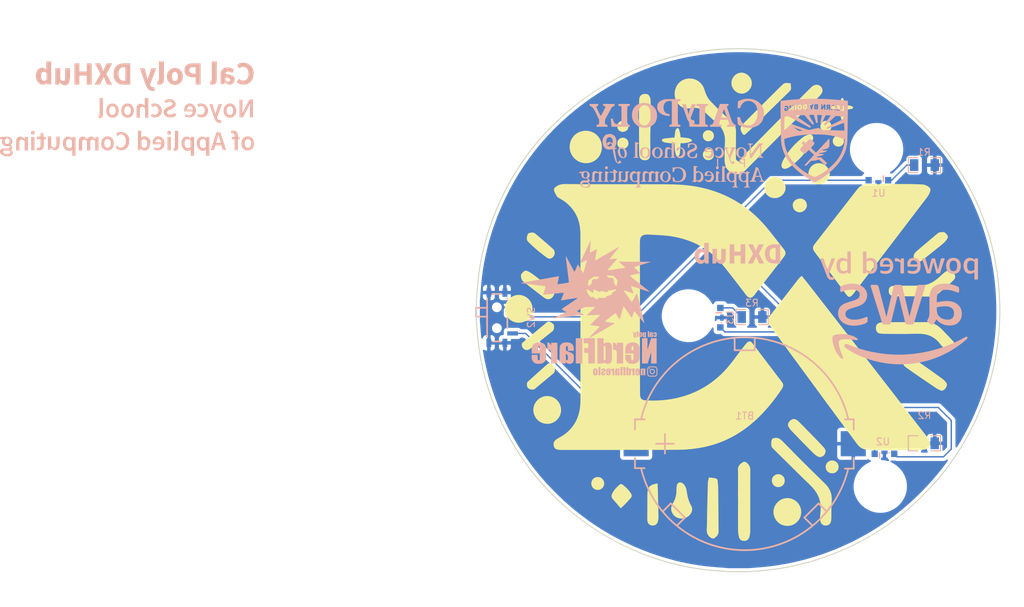
<source format=kicad_pcb>
(kicad_pcb (version 20241229) (generator "pcbnew") (generator_version "9.0")
  (title_block (comment 1 "SVGs are imported at 3.75 scale at X:50, Y:50 offset"))
  (layers (0 "F.Cu" signal) (2 "B.Cu" signal) (13 "F.Paste" user) (15 "B.Paste" user) (5 "F.SilkS" user "F.Silkscreen") (7 "B.SilkS" user "B.Silkscreen") (1 "F.Mask" user) (3 "B.Mask" user) (25 "Edge.Cuts" user))
  (net 0 "")
  (net 1 "Net-(BT1-Pad1)")
  (net 2 "GND")
  (net 3 "Net-(SW2-Pad2)")
  (net 4 "Net-(R3-Pad2)")
  (net 5 "Net-(R2-Pad2)")
  (net 6 "Net-(R1-Pad2)")
  (footprint "easyeda2kicad:LED-SMD_3P-L3.2-W1.5-RD_YELLOW" (layer "B.Cu") (at 48.46 51.96 -90)
    (property "Reference" "U3")
    (property "Value" "XL-3210SYGC")
  )
  (footprint "LOGO" (layer "B.Cu") (at 46.6304 28.351747 180)
    (property "Reference" "G***" (hide yes))
    (property "Value" "LOGO" (hide yes))
  )
  (footprint "easyeda2kicad:R1206" (layer "B.Cu") (at 77.58 69.97 180)
    (property "Reference" "R2")
    (property "Value" "1206W4J0390T5E")
  )
  (footprint "easyeda2kicad:LED-SMD_3P-L3.2-W1.5-RD_YELLOW" (layer "B.Cu") (at 70.99 32.37 180)
    (property "Reference" "U1")
    (property "Value" "XL-3210SYGC")
  )
  (footprint "easyeda2kicad:LED-SMD_3P-L3.2-W1.5-RD_YELLOW" (layer "B.Cu") (at 71.86 71.37)
    (property "Reference" "U2")
    (property "Value" "XL-3210SYGC")
  )
  (footprint "easyeda2kicad:R1206" (layer "B.Cu") (at 52.89 51.87 180)
    (property "Reference" "R3")
    (property "Value" "1206W4J0390T5E")
  )
  (footprint "easyeda2kicad:R1206" (layer "B.Cu") (at 77.59 30.09 180)
    (property "Reference" "R1")
    (property "Value" "1206W4J0390T5E")
  )
  (footprint "easyeda2kicad:BAT-SMD_BS-24-B4AK014" (layer "B.Cu") (at 51.84 70.04 180)
    (property "Reference" "BT1")
    (property "Value" "BS-24-B4AK014")
  )
  (footprint "easyeda2kicad:SW-TH_MSK12C02" (layer "B.Cu") (at 16.8875 51.97 90)
    (property "Reference" "SW2")
    (property "Value" "MSK12C02")
  )
  (gr_poly (pts (xy 51.790267 72.618391) (xy 51.803743 72.618999) (xy 51.81725 72.619962) (xy 51.817253 72.619962) (xy 51.817255 72.619963) (xy 51.817258 72.619963) (xy 51.817261 72.619963) (xy 51.817264 72.619964) (xy 51.817267 72.619965) (xy 51.817273 72.619966) (xy 51.817278 72.619967) (xy 51.817284 72.619968) (xy 51.817286 72.619969) (xy 51.817288 72.619969) (xy 51.817291 72.619969) (xy 51.817293 72.619969) (xy 51.830793 72.621282) (xy 51.844248 72.622938) (xy 51.857622 72.62493) (xy 51.870879 72.627252) (xy 51.883985 72.629895) (xy 51.896902 72.632855) (xy 51.909595 72.636123) (xy 51.922029 72.639693) (xy 51.934169 72.643558) (xy 51.945977 72.647711) (xy 51.957419 72.652145) (xy 51.968459 72.656854) (xy 51.979061 72.661831) (xy 51.989189 72.667068) (xy 51.998809 72.67256) (xy 52.007883 72.678299) (xy 52.082587 72.730315) (xy 52.152983 72.784826) (xy 52.218995 72.841888) (xy 52.280545 72.901558) (xy 52.337559 72.963892) (xy 52.389959 73.028946) (xy 52.437668 73.096776) (xy 52.480612 73.16744) (xy 52.518713 73.240993) (xy 52.551894 73.317492) (xy 52.580081 73.396993) (xy 52.603195 73.479552) (xy 52.621161 73.565226) (xy 52.633902 73.654071) (xy 52.641343 73.746144) (xy 52.643406 73.841501) (xy 52.637711 76.0157) (xy 52.639933 78.192495) (xy 52.640453 80.399533) (xy 52.63316 82.606567) (xy 52.631942 82.656737) (xy 52.629616 82.706956) (xy 52.621813 82.807443) (xy 52.610086 82.907834) (xy 52.594768 83.007932) (xy 52.576195 83.107541) (xy 52.554701 83.206466) (xy 52.530622 83.304511) (xy 52.504292 83.40148) (xy 52.48217 83.470791) (xy 52.469676 83.503714) (xy 52.456244 83.535485) (xy 52.441886 83.566105) (xy 52.426615 83.595577) (xy 52.410444 83.623901) (xy 52.393385 83.651081) (xy 52.375451 83.677117) (xy 52.356656 83.702011) (xy 52.337011 83.725766) (xy 52.316529 83.748382) (xy 52.295223 83.769862) (xy 52.273106 83.790208) (xy 52.250191 83.80942) (xy 52.226489 83.827502) (xy 52.202015 83.844454) (xy 52.176779 83.860279) (xy 52.150797 83.874978) (xy 52.124079 83.888553) (xy 52.096638 83.901006) (xy 52.068488 83.912339) (xy 52.01011 83.93165) (xy 51.949046 83.9465) (xy 51.885397 83.956904) (xy 51.819266 83.962876) (xy 51.750753 83.96443) (xy 51.679499 83.961847) (xy 51.611591 83.955333) (xy 51.578891 83.950569) (xy 51.547027 83.944785) (xy 51.515998 83.937968) (xy 51.485805 83.930104) (xy 51.456447 83.921182) (xy 51.427924 83.911188) (xy 51.400237 83.900111) (xy 51.373384 83.887936) (xy 51.347366 83.874653) (xy 51.322183 83.860247) (xy 51.297835 83.844707) (xy 51.274321 83.82802) (xy 51.251641 83.810173) (xy 51.229795 83.791153) (xy 51.208783 83.770949) (xy 51.188605 83.749546) (xy 51.169261 83.726934) (xy 51.15075 83.703098) (xy 51.133073 83.678027) (xy 51.116229 83.651708) (xy 51.100218 83.624127) (xy 51.08504 83.595274) (xy 51.070695 83.565134) (xy 51.057182 83.533695) (xy 51.044502 83.500945) (xy 51.032655 83.466871) (xy 51.02164 83.43146) (xy 51.011457 83.3947) (xy 50.984306 83.287278) (xy 50.960257 83.178727) (xy 50.93947 83.069262) (xy 50.922105 82.959095) (xy 50.90832 82.84844) (xy 50.898276 82.73751) (xy 50.892133 82.626518) (xy 50.89005 82.515679) (xy 50.87833 80.508337) (xy 50.880771 79.503579) (xy 50.89005 78.498388) (xy 50.890032 78.308247) (xy 50.887899 78.118086) (xy 50.880753 77.737728) (xy 50.875548 77.35737) (xy 50.87584 77.167209) (xy 50.879217 76.977068) (xy 50.883612 76.576022) (xy 50.883124 76.175031) (xy 50.879217 75.373) (xy 50.88755 74.579836) (xy 50.888321 74.381637) (xy 50.886687 74.183726) (xy 50.881708 73.986232) (xy 50.872444 73.78928) (xy 50.870347 73.735404) (xy 50.870529 73.683134) (xy 50.872926 73.632428) (xy 50.877475 73.583244) (xy 50.884115 73.535539) (xy 50.892784 73.48927) (xy 50.903418 73.444394) (xy 50.915956 73.400869) (xy 50.930336 73.358652) (xy 50.946495 73.3177) (xy 50.96437 73.277971) (xy 50.9839 73.239422) (xy 51.005022 73.202011) (xy 51.027673 73.165693) (xy 51.051793 73.130428) (xy 51.077317 73.096172) (xy 51.132333 73.030517) (xy 51.192222 72.968386) (xy 51.256486 72.909438) (xy 51.324626 72.853331) (xy 51.396145 72.799725) (xy 51.470543 72.748277) (xy 51.547322 72.698645) (xy 51.625983 72.650489) (xy 51.635066 72.645507) (xy 51.644707 72.640962) (xy 51.654869 72.636848) (xy 51.665514 72.633159) (xy 51.676605 72.62989) (xy 51.688105 72.627034) (xy 51.699974 72.624587) (xy 51.712177 72.622542) (xy 51.724674 72.620893) (xy 51.737429 72.619635) (xy 51.750403 72.618761) (xy 51.763559 72.618267) (xy 51.77686 72.618145)) (fill yes) (layer "F.SilkS"))
  (gr_poly (pts (xy 30.841592 74.811547) (xy 30.889005 74.81535) (xy 30.935624 74.821407) (xy 30.981398 74.829666) (xy 31.026275 74.840074) (xy 31.070203 74.852578) (xy 31.113131 74.867125) (xy 31.155008 74.883663) (xy 31.195781 74.902138) (xy 31.2354 74.922499) (xy 31.273812 74.944692) (xy 31.310967 74.968664) (xy 31.346811 74.994363) (xy 31.381295 75.021737) (xy 31.414366 75.050732) (xy 31.445972 75.081295) (xy 31.476063 75.113374) (xy 31.504586 75.146917) (xy 31.53149 75.18187) (xy 31.556723 75.218181) (xy 31.580234 75.255796) (xy 31.601972 75.294664) (xy 31.621884 75.334731) (xy 31.639919 75.375945) (xy 31.656025 75.418254) (xy 31.670151 75.461603) (xy 31.682246 75.505941) (xy 31.692257 75.551214) (xy 31.700133 75.597371) (xy 31.705823 75.644358) (xy 31.709275 75.692123) (xy 31.710437 75.740612) (xy 31.709245 75.788462) (xy 31.705709 75.835608) (xy 31.699881 75.881996) (xy 31.691816 75.927572) (xy 31.68157 75.972283) (xy 31.669197 76.016073) (xy 31.654751 76.058889) (xy 31.638287 76.100676) (xy 31.619861 76.141381) (xy 31.599525 76.180949) (xy 31.577336 76.219326) (xy 31.553347 76.256457) (xy 31.527613 76.29229) (xy 31.50019 76.326769) (xy 31.471131 76.359841) (xy 31.440492 76.39145) (xy 31.408326 76.421544) (xy 31.374689 76.450068) (xy 31.339636 76.476968) (xy 31.30322 76.502189) (xy 31.265496 76.525677) (xy 31.22652 76.547379) (xy 31.186346 76.56724) (xy 31.145028 76.585206) (xy 31.102621 76.601223) (xy 31.05918 76.615237) (xy 31.014759 76.627193) (xy 30.969413 76.637037) (xy 30.923197 76.644716) (xy 30.876165 76.650175) (xy 30.828372 76.653359) (xy 30.779873 76.654216) (xy 30.779873 76.657692) (xy 30.731393 76.655879) (xy 30.683657 76.65178) (xy 30.636718 76.645447) (xy 30.590631 76.636933) (xy 30.545448 76.626291) (xy 30.501223 76.613573) (xy 30.45801 76.598832) (xy 30.415861 76.582121) (xy 30.374831 76.563493) (xy 30.334973 76.543) (xy 30.296341 76.520695) (xy 30.258987 76.496631) (xy 30.222966 76.47086) (xy 30.188331 76.443436) (xy 30.155135 76.41441) (xy 30.123432 76.383836) (xy 30.093276 76.351767) (xy 30.06472 76.318255) (xy 30.037817 76.283353) (xy 30.01262 76.247114) (xy 29.989184 76.20959) (xy 29.967563 76.170834) (xy 29.947808 76.130899) (xy 29.929974 76.089837) (xy 29.914115 76.047702) (xy 29.900284 76.004546) (xy 29.888534 75.960422) (xy 29.878918 75.915382) (xy 29.871491 75.869479) (xy 29.866306 75.822767) (xy 29.863417 75.775297) (xy 29.862876 75.727123) (xy 29.864668 75.678357) (xy 29.86871 75.630411) (xy 29.874953 75.583333) (xy 29.883347 75.53717) (xy 29.893845 75.491969) (xy 29.906397 75.44778) (xy 29.920953 75.404649) (xy 29.937466 75.362625) (xy 29.955887 75.321754) (xy 29.976165 75.282085) (xy 29.998253 75.243666) (xy 30.022102 75.206545) (xy 30.047662 75.170768) (xy 30.074884 75.136385) (xy 30.103721 75.103442) (xy 30.134122 75.071988) (xy 30.166039 75.04207) (xy 30.199424 75.013736) (xy 30.234226 74.987033) (xy 30.270397 74.96201) (xy 30.307889 74.938715) (xy 30.346651 74.917194) (xy 30.386637 74.897497) (xy 30.427795 74.87967) (xy 30.470078 74.863761) (xy 30.513437 74.849819) (xy 30.557823 74.837891) (xy 30.603186 74.828024) (xy 30.649478 74.820266) (xy 30.69665 74.814666) (xy 30.744653 74.811271) (xy 30.793438 74.810129) (xy 30.793438 74.81005)) (fill yes) (layer "F.SilkS"))
  (gr_poly (pts (xy 39.357076 75.724333) (xy 39.384099 76.269505) (xy 39.396338 76.534208) (xy 39.405911 76.796652) (xy 39.448194 78.666595) (xy 39.485266 80.536538) (xy 39.485288 80.612064) (xy 39.4828 80.687526) (xy 39.47788 80.762839) (xy 39.470603 80.837913) (xy 39.461048 80.912662) (xy 39.44929 80.986998) (xy 39.435407 81.060835) (xy 39.419475 81.134084) (xy 39.409092 81.174471) (xy 39.397486 81.213587) (xy 39.384676 81.251424) (xy 39.37068 81.287974) (xy 39.355515 81.323231) (xy 39.339198 81.357187) (xy 39.321749 81.389833) (xy 39.303184 81.421163) (xy 39.28352 81.45117) (xy 39.262777 81.479845) (xy 39.240971 81.507182) (xy 39.21812 81.533172) (xy 39.194242 81.557809) (xy 39.169354 81.581084) (xy 39.143475 81.602991) (xy 39.116622 81.623522) (xy 39.088812 81.642669) (xy 39.060064 81.660425) (xy 39.030395 81.676782) (xy 38.999822 81.691734) (xy 38.968365 81.705271) (xy 38.936039 81.717388) (xy 38.902863 81.728076) (xy 38.868855 81.737329) (xy 38.834032 81.745137) (xy 38.798412 81.751495) (xy 38.762013 81.756395) (xy 38.724852 81.759828) (xy 38.686947 81.761788) (xy 38.648316 81.762267) (xy 38.568947 81.758753) (xy 38.532833 81.755092) (xy 38.497433 81.749983) (xy 38.462773 81.743441) (xy 38.428877 81.73548) (xy 38.39577 81.726116) (xy 38.363477 81.715365) (xy 38.332024 81.70324) (xy 38.301434 81.689759) (xy 38.271734 81.674934) (xy 38.242947 81.658783) (xy 38.2151 81.64132) (xy 38.188216 81.62256) (xy 38.162321 81.602518) (xy 38.13744 81.581211) (xy 38.113598 81.558651) (xy 38.090819 81.534856) (xy 38.069129 81.50984) (xy 38.048552 81.483619) (xy 38.029114 81.456207) (xy 38.010839 81.427619) (xy 37.993753 81.397872) (xy 37.97788 81.366979) (xy 37.963245 81.334957) (xy 37.949873 81.301821) (xy 37.93779 81.267585) (xy 37.92702 81.232265) (xy 37.917588 81.195876) (xy 37.909518 81.158433) (xy 37.902837 81.119952) (xy 37.897569 81.080447) (xy 37.893738 81.039935) (xy 37.891371 80.998429) (xy 37.885236 80.805852) (xy 37.882039 80.613526) (xy 37.881847 80.229292) (xy 37.887966 79.46015) (xy 37.89475 77.275501) (xy 37.898845 77.101009) (xy 37.911395 76.939252) (xy 37.920964 76.863006) (xy 37.932795 76.789771) (xy 37.946939 76.719491) (xy 37.963444 76.652108) (xy 37.98236 76.587565) (xy 38.003737 76.525804) (xy 38.027624 76.466767) (xy 38.054072 76.410399) (xy 38.083129 76.35664) (xy 38.114845 76.305434) (xy 38.149269 76.256724) (xy 38.186453 76.210451) (xy 38.226444 76.16656) (xy 38.269293 76.124991) (xy 38.315049 76.085689) (xy 38.363761 76.048595) (xy 38.41548 76.013652) (xy 38.470256 75.980803) (xy 38.528136 75.949991) (xy 38.589172 75.921157) (xy 38.653412 75.894246) (xy 38.720907 75.869198) (xy 38.791706 75.845958) (xy 38.865858 75.824467) (xy 39.024422 75.786505) (xy 39.196995 75.754853) (xy 39.228439 75.749545) (xy 39.26358 75.743261) (xy 39.305446 75.735142) (xy 39.357064 75.724326)) (fill yes) (layer "F.SilkS"))
  (gr_poly (pts (xy 26.418016 32.801754) (xy 26.418006 32.801727) (xy 28.166542 32.823444) (xy 29.915078 32.829535) (xy 36.870567 32.829535) (xy 37.589514 32.829929) (xy 38.308463 32.832939) (xy 40.287212 32.840087) (xy 41.27573 32.850617) (xy 41.76967 32.862645) (xy 42.263357 32.881094) (xy 42.972931 32.925003) (xy 43.674277 32.991921) (xy 44.367221 33.082306) (xy 45.05159 33.196614) (xy 45.727211 33.335303) (xy 46.393911 33.498829) (xy 47.051516 33.687648) (xy 47.699852 33.902219) (xy 48.338748 34.142997) (xy 48.968029 34.410439) (xy 49.587522 34.705003) (xy 50.197054 35.027146) (xy 50.796451 35.377323) (xy 51.385541 35.755992) (xy 51.96415 36.163611) (xy 52.532105 36.600635) (xy 52.747648 36.776948) (xy 52.959412 36.956812) (xy 53.167525 37.140114) (xy 53.372112 37.326742) (xy 53.771221 37.709531) (xy 54.157757 38.104282) (xy 54.532734 38.510103) (xy 54.897171 38.926098) (xy 55.252084 39.351373) (xy 55.598489 39.785034) (xy 57.460292 42.160276) (xy 57.511196 42.228364) (xy 57.555782 42.29477) (xy 57.593999 42.359763) (xy 57.625797 42.423613) (xy 57.639272 42.455193) (xy 57.651124 42.486589) (xy 57.661345 42.517833) (xy 57.669929 42.54896) (xy 57.676871 42.580003) (xy 57.682163 42.610996) (xy 57.685799 42.641973) (xy 57.687773 42.672966) (xy 57.688078 42.704011) (xy 57.686708 42.73514) (xy 57.683658 42.766387) (xy 57.678919 42.797787) (xy 57.672487 42.829371) (xy 57.664354 42.861175) (xy 57.654515 42.893232) (xy 57.642962 42.925576) (xy 57.62969 42.95824) (xy 57.614693 42.991257) (xy 57.597963 43.024663) (xy 57.579494 43.058489) (xy 57.537317 43.127541) (xy 57.488108 43.198681) (xy 57.363456 43.368503) (xy 57.237146 43.536973) (xy 56.980899 43.871006) (xy 56.463269 44.535517) (xy 53.216472 48.730514) (xy 53.214009 48.732981) (xy 53.211806 48.735223) (xy 53.209831 48.737316) (xy 53.208919 48.73833) (xy 53.208052 48.739334) (xy 53.207225 48.740338) (xy 53.206435 48.741352) (xy 53.205677 48.742384) (xy 53.204948 48.743444) (xy 53.204244 48.744542) (xy 53.203559 48.745686) (xy 53.202891 48.746886) (xy 53.202235 48.748152) (xy 53.1661 48.79198) (xy 53.129968 48.832957) (xy 53.09384 48.871083) (xy 53.057717 48.906356) (xy 53.021599 48.938776) (xy 52.985486 48.968343) (xy 52.94938 48.995056) (xy 52.913279 49.018914) (xy 52.877186 49.039918) (xy 52.841099 49.058066) (xy 52.80502 49.073359) (xy 52.76895 49.085795) (xy 52.732887 49.095375) (xy 52.696834 49.102097) (xy 52.66079 49.105961) (xy 52.624756 49.106967) (xy 52.588732 49.105114) (xy 52.552718 49.100402) (xy 52.516716 49.09283) (xy 52.480725 49.082397) (xy 52.444746 49.069104) (xy 52.408779 49.052949) (xy 52.372825 49.033932) (xy 52.336884 49.012053) (xy 52.300957 48.987311) (xy 52.265044 48.959706) (xy 52.229145 48.929237) (xy 52.193261 48.895903) (xy 52.157392 48.859705) (xy 52.12154 48.820641) (xy 52.085703 48.778711) (xy 52.049883 48.733915) (xy 51.300643 47.749823) (xy 50.925695 47.257609) (xy 50.546194 46.768335) (xy 49.402694 45.296423) (xy 49.113145 44.931815) (xy 48.819208 44.571395) (xy 48.519421 44.216584) (xy 48.212325 43.868802) (xy 47.909333 43.547158) (xy 47.59689 43.241046) (xy 47.275153 42.950293) (xy 46.944282 42.674727) (xy 46.604434 42.414176) (xy 46.255768 42.168467) (xy 45.898443 41.937427) (xy 45.532617 41.720885) (xy 45.158449 41.518667) (xy 44.776096 41.330602) (xy 44.385718 41.156516) (xy 43.987472 40.996237) (xy 43.581518 40.849594) (xy 43.168013 40.716412) (xy 42.747116 40.596521) (xy 42.318986 40.489746) (xy 41.936807 40.407683) (xy 41.553405 40.337867) (xy 41.168807 40.2792) (xy 40.783042 40.230585) (xy 40.396137 40.190922) (xy 40.00812 40.159115) (xy 39.619021 40.134064) (xy 39.228865 40.114672) (xy 38.92201 40.098043) (xy 38.615725 40.077869) (xy 38.309439 40.059649) (xy 38.156119 40.05299) (xy 38.002584 40.048881) (xy 37.923861 40.047581) (xy 37.844236 40.048948) (xy 37.764117 40.05307) (xy 37.683914 40.060033) (xy 37.604036 40.069927) (xy 37.524894 40.082838) (xy 37.446896 40.098854) (xy 37.408454 40.108054) (xy 37.370452 40.118064) (xy 37.340031 40.12737) (xy 37.310617 40.137691) (xy 37.282203 40.149004) (xy 37.254779 40.161285) (xy 37.228337 40.174511) (xy 37.202867 40.188659) (xy 37.178361 40.203703) (xy 37.154809 40.219622) (xy 37.132204 40.236391) (xy 37.110535 40.253986) (xy 37.089795 40.272385) (xy 37.069974 40.291563) (xy 37.033054 40.332162) (xy 36.999705 40.375596) (xy 36.969856 40.421675) (xy 36.943436 40.47021) (xy 36.920373 40.521012) (xy 36.900598 40.573893) (xy 36.884038 40.628663) (xy 36.870623 40.685134) (xy 36.860282 40.743116) (xy 36.852945 40.802421) (xy 36.842806 40.926277) (xy 36.835521 41.050397) (xy 36.830627 41.174748) (xy 36.827661 41.299295) (xy 36.825661 41.548845) (xy 36.825817 41.798775) (xy 36.822888 42.064463) (xy 36.823213 42.330186) (xy 36.825817 42.861597) (xy 36.839382 47.21327) (xy 36.825817 51.793514) (xy 36.839382 60.871257) (xy 36.84408 61.839803) (xy 36.846164 62.808349) (xy 36.846164 62.912801) (xy 36.851152 63.0319) (xy 36.861155 63.140744) (xy 36.876543 63.239747) (xy 36.886373 63.285686) (xy 36.897687 63.32932) (xy 36.910534 63.3707) (xy 36.924958 63.409877) (xy 36.941007 63.446904) (xy 36.958726 63.481831) (xy 36.978163 63.51471) (xy 36.999363 63.545593) (xy 37.022373 63.574532) (xy 37.047239 63.601577) (xy 37.074008 63.626781) (xy 37.102725 63.650195) (xy 37.133438 63.671871) (xy 37.166192 63.691861) (xy 37.201034 63.710215) (xy 37.23801 63.726985) (xy 37.277167 63.742224) (xy 37.318551 63.755982) (xy 37.362208 63.768311) (xy 37.408185 63.779264) (xy 37.507283 63.797243) (xy 37.616216 63.810332) (xy 37.735354 63.818944) (xy 38.124192 63.835679) (xy 38.51194 63.844086) (xy 38.898562 63.843976) (xy 39.284021 63.835162) (xy 39.668282 63.817455) (xy 40.051308 63.790667) (xy 40.433063 63.754611) (xy 40.813511 63.709098) (xy 41.192616 63.653939) (xy 41.570342 63.588948) (xy 41.946654 63.513936) (xy 42.321514 63.428716) (xy 42.694886 63.333098) (xy 43.066736 63.226894) (xy 43.437026 63.109918) (xy 43.80572 62.981981) (xy 44.217642 62.824185) (xy 44.621289 62.654286) (xy 45.016685 62.47238) (xy 45.403857 62.27856) (xy 45.78283 62.072924) (xy 46.153628 61.855565) (xy 46.516278 61.626581) (xy 46.870804 61.386065) (xy 47.217231 61.134115) (xy 47.555585 60.870824) (xy 47.885891 60.596289) (xy 48.208174 60.310605) (xy 48.52246 60.013867) (xy 48.828774 59.706172) (xy 49.12714 59.387614) (xy 49.417585 59.058288) (xy 49.668159 58.758311) (xy 49.912901 58.452994) (xy 50.15316 58.143519) (xy 50.390282 57.831071) (xy 50.860499 57.201985) (xy 51.334327 56.575203) (xy 51.513161 56.346651) (xy 51.69459 56.119132) (xy 52.060061 55.665665) (xy 52.071923 55.651489) (xy 52.084047 55.637584) (xy 52.0964 55.623914) (xy 52.108949 55.610444) (xy 52.121661 55.597136) (xy 52.134503 55.583954) (xy 52.160444 55.557826) (xy 52.186348 55.532931) (xy 52.21198 55.509686) (xy 52.23735 55.488094) (xy 52.262472 55.468159) (xy 52.287358 55.449883) (xy 52.312018 55.433271) (xy 52.336466 55.418326) (xy 52.360714 55.40505) (xy 52.384774 55.393447) (xy 52.408657 55.38352) (xy 52.432376 55.375272) (xy 52.455943 55.368708) (xy 52.47937 55.363829) (xy 52.50267 55.36064) (xy 52.525853 55.359143) (xy 52.548933 55.359342) (xy 52.571922 55.361239) (xy 52.59483 55.36484) (xy 52.617672 55.370145) (xy 52.640458 55.37716) (xy 52.663201 55.385886) (xy 52.685913 55.396328) (xy 52.708606 55.408489) (xy 52.731292 55.422371) (xy 52.753983 55.437978) (xy 52.776691 55.455314) (xy 52.799429 55.474381) (xy 52.822208 55.495184) (xy 52.84504 55.517724) (xy 52.867939 55.542006) (xy 52.890914 55.568032) (xy 52.91398 55.595806) (xy 53.08476 55.811099) (xy 53.253677 56.028981) (xy 53.588166 56.467363) (xy 57.123221 61.12086) (xy 57.176944 61.194105) (xy 57.223544 61.264392) (xy 57.263054 61.332184) (xy 57.280162 61.36529) (xy 57.29551 61.397945) (xy 57.309104 61.430208) (xy 57.320948 61.462137) (xy 57.331047 61.49379) (xy 57.339403 61.525225) (xy 57.346023 61.556499) (xy 57.35091 61.58767) (xy 57.354069 61.618797) (xy 57.355505 61.649938) (xy 57.35522 61.681149) (xy 57.353221 61.71249) (xy 57.349512 61.744017) (xy 57.344096 61.77579) (xy 57.336979 61.807866) (xy 57.328164 61.840302) (xy 57.317656 61.873157) (xy 57.30546 61.906489) (xy 57.276019 61.974813) (xy 57.239878 62.045739) (xy 57.19707 62.11973) (xy 57.147632 62.197249) (xy 56.757457 62.770447) (xy 56.354692 63.333186) (xy 55.938488 63.884776) (xy 55.507994 64.424522) (xy 55.062362 64.951735) (xy 54.600742 65.465722) (xy 54.363671 65.717539) (xy 54.122284 65.965791) (xy 53.876475 66.21039) (xy 53.626139 66.45125) (xy 53.188613 66.851487) (xy 52.741969 67.234226) (xy 52.286114 67.599221) (xy 51.820955 67.946229) (xy 51.3464 68.275006) (xy 50.862355 68.585307) (xy 50.368729 68.876888) (xy 49.865429 69.149505) (xy 49.352362 69.402914) (xy 48.829436 69.636871) (xy 48.296557 69.851131) (xy 47.753634 70.04545) (xy 47.200574 70.219585) (xy 46.637284 70.37329) (xy 46.063672 70.506322) (xy 45.479644 70.618437) (xy 45.116531 70.677822) (xy 44.751516 70.730789) (xy 44.385018 70.77709) (xy 44.017452 70.816478) (xy 43.649235 70.848702) (xy 43.280784 70.873516) (xy 42.912514 70.89067) (xy 42.544843 70.899915) (xy 40.499744 70.918255) (xy 38.453959 70.921358) (xy 34.363075 70.914152) (xy 34.363075 70.927728) (xy 25.574271 70.927728) (xy 25.525919 70.92696) (xy 25.477262 70.924847) (xy 25.428346 70.921675) (xy 25.379219 70.917728) (xy 25.181563 70.899915) (xy 25.11948 70.893874) (xy 25.059607 70.884806) (xy 25.00203 70.872621) (xy 24.946833 70.857227) (xy 24.920155 70.848299) (xy 24.894103 70.838534) (xy 24.868689 70.827923) (xy 24.843924 70.816452) (xy 24.819818 70.804111) (xy 24.796382 70.790888) (xy 24.773627 70.776773) (xy 24.751563 70.761753) (xy 24.730201 70.745818) (xy 24.709552 70.728956) (xy 24.689626 70.711155) (xy 24.670434 70.692405) (xy 24.651987 70.672693) (xy 24.634295 70.65201) (xy 24.61737 70.630342) (xy 24.601221 70.607679) (xy 24.585859 70.58401) (xy 24.571296 70.559323) (xy 24.557542 70.533607) (xy 24.544607 70.50685) (xy 24.532502 70.479042) (xy 24.521238 70.45017) (xy 24.510825 70.420223) (xy 24.501275 70.38919) (xy 24.483865 70.323884) (xy 24.470729 70.259529) (xy 24.461909 70.196184) (xy 24.457445 70.133902) (xy 24.456858 70.103177) (xy 24.457376 70.072739) (xy 24.459003 70.042596) (xy 24.461744 70.012753) (xy 24.465604 69.983218) (xy 24.470589 69.953998) (xy 24.476703 69.9251) (xy 24.483951 69.89653) (xy 24.492339 69.868297) (xy 24.501872 69.840406) (xy 24.512554 69.812864) (xy 24.52439 69.78568) (xy 24.537386 69.758859) (xy 24.551548 69.732409) (xy 24.566878 69.706336) (xy 24.583384 69.680648) (xy 24.60107 69.655351) (xy 24.61994 69.630453) (xy 24.640001 69.605961) (xy 24.661257 69.581881) (xy 24.683713 69.55822) (xy 24.707374 69.534986) (xy 24.732246 69.512185) (xy 24.758332 69.489824) (xy 24.817705 69.442763) (xy 24.878517 69.39783) (xy 24.940616 69.35486) (xy 25.003846 69.313684) (xy 25.068053 69.274136) (xy 25.133082 69.236048) (xy 25.198778 69.199254) (xy 25.264987 69.163586) (xy 25.587372 68.979033) (xy 25.891684 68.7822) (xy 26.177923 68.573104) (xy 26.446091 68.351759) (xy 26.696187 68.118184) (xy 26.928212 67.872392) (xy 27.142168 67.6144) (xy 27.338055 67.344225) (xy 27.515872 67.061882) (xy 27.675622 66.767387) (xy 27.817304 66.460756) (xy 27.94092 66.142006) (xy 28.046469 65.811151) (xy 28.133953 65.468208) (xy 28.203373 65.113194) (xy 28.254728 64.746123) (xy 28.273921 64.545116) (xy 28.287793 64.343298) (xy 28.297195 64.14083) (xy 28.302979 63.937875) (xy 28.307095 63.53115) (xy 28.306953 63.12442) (xy 28.313735 45.862199) (xy 28.30356 40.031255) (xy 28.299682 39.792639) (xy 28.289121 39.55608) (xy 28.271535 39.321675) (xy 28.246584 39.089519) (xy 28.213924 38.859707) (xy 28.173215 38.632335) (xy 28.124114 38.407499) (xy 28.066281 38.185294) (xy 27.999372 37.965815) (xy 27.923046 37.749159) (xy 27.836961 37.53542) (xy 27.740777 37.324695) (xy 27.63415 37.117078) (xy 27.516739 36.912665) (xy 27.388202 36.711552) (xy 27.248198 36.513835) (xy 27.149675 36.38528) (xy 27.048149 36.260073) (xy 26.943638 36.138223) (xy 26.836157 36.019741) (xy 26.725723 35.904636) (xy 26.612351 35.792919) (xy 26.496058 35.684601) (xy 26.37686 35.57969) (xy 26.254772 35.478198) (xy 26.12981 35.380135) (xy 26.001992 35.28551) (xy 25.871332 35.194334) (xy 25.737848 35.106617) (xy 25.601554 35.022369) (xy 25.462467 34.941601) (xy 25.320603 34.864323) (xy 25.278859 34.841922) (xy 25.238302 34.818921) (xy 25.198969 34.795209) (xy 25.160903 34.770673) (xy 25.124142 34.745202) (xy 25.088726 34.718683) (xy 25.054695 34.691004) (xy 25.02209 34.662054) (xy 24.99095 34.631719) (xy 24.961314 34.59989) (xy 24.933223 34.566453) (xy 24.906718 34.531296) (xy 24.881836 34.494307) (xy 24.858619 34.455375) (xy 24.837107 34.414388) (xy 24.817339 34.371233) (xy 24.798348 34.331162) (xy 24.778084 34.291611) (xy 24.756917 34.252461) (xy 24.735216 34.213593) (xy 24.691698 34.136226) (xy 24.67062 34.097489) (xy 24.650489 34.058559) (xy 24.610302 33.973171) (xy 24.592813 33.932749) (xy 24.577081 33.893753) (xy 24.563124 33.856115) (xy 24.550959 33.819767) (xy 24.540601 33.784642) (xy 24.532067 33.750673) (xy 24.525375 33.717792) (xy 24.52054 33.685932) (xy 24.517579 33.655026) (xy 24.516509 33.625006) (xy 24.517347 33.595805) (xy 24.520108 33.567356) (xy 24.52481 33.53959) (xy 24.531469 33.512442) (xy 24.540101 33.485843) (xy 24.550724 33.459725) (xy 24.563354 33.434023) (xy 24.578008 33.408667) (xy 24.594701 33.383592) (xy 24.613452 33.358729) (xy 24.634275 33.334011) (xy 24.657188 33.309372) (xy 24.682208 33.284742) (xy 24.709351 33.260056) (xy 24.738633 33.235245) (xy 24.770072 33.210242) (xy 24.803683 33.184981) (xy 24.839484 33.159393) (xy 24.917721 33.106968) (xy 25.004884 33.054211) (xy 25.093142 33.007682) (xy 25.182451 32.96701) (xy 25.272763 32.931822) (xy 25.364032 32.901746) (xy 25.456214 32.876409) (xy 25.54926 32.855438) (xy 25.643126 32.838462) (xy 25.737765 32.825108) (xy 25.833131 32.815003) (xy 25.929179 32.807775) (xy 26.025861 32.803052) (xy 26.220945 32.799629)) (fill yes) (layer "F.SilkS"))
  (gr_poly (pts (xy 56.307987 69.192775) (xy 56.308009 69.1928) (xy 56.30802 69.192813) (xy 56.308031 69.192825) (xy 56.308043 69.192838) (xy 56.308054 69.19285) (xy 56.337744 69.193062) (xy 56.367244 69.193988) (xy 56.39655 69.195641) (xy 56.425658 69.198032) (xy 56.454562 69.201173) (xy 56.48326 69.205077) (xy 56.511746 69.209754) (xy 56.540016 69.215216) (xy 56.56807 69.221473) (xy 56.595911 69.22853) (xy 56.623538 69.236399) (xy 56.650951 69.245089) (xy 56.678151 69.254611) (xy 56.705137 69.264977) (xy 56.731909 69.276196) (xy 56.758468 69.28828) (xy 56.784813 69.301238) (xy 56.810945 69.315082) (xy 56.836862 69.329822) (xy 56.862567 69.345469) (xy 56.888057 69.362033) (xy 56.913334 69.379526) (xy 56.938397 69.397957) (xy 56.963247 69.417337) (xy 57.030492 69.473948) (xy 57.096847 69.531713) (xy 57.162392 69.590518) (xy 57.227206 69.65025) (xy 57.29137 69.710796) (xy 57.354962 69.772042) (xy 57.480749 69.896183) (xy 58.763096 71.204766) (xy 59.404932 71.858779) (xy 60.050652 72.508136) (xy 61.692865 74.133744) (xy 63.342892 75.751541) (xy 63.468949 75.880523) (xy 63.586615 76.012305) (xy 63.695803 76.147004) (xy 63.796428 76.284738) (xy 63.888403 76.425623) (xy 63.971643 76.569779) (xy 64.04606 76.717322) (xy 64.111571 76.868369) (xy 64.168087 77.023037) (xy 64.215524 77.181445) (xy 64.253795 77.34371) (xy 64.282814 77.509949) (xy 64.302495 77.680279) (xy 64.312753 77.854818) (xy 64.313501 78.033683) (xy 64.304653 78.216992) (xy 64.286172 78.52204) (xy 64.27403 78.827671) (xy 64.266765 79.133797) (xy 64.262916 79.440335) (xy 64.259614 80.054301) (xy 64.252429 80.668882) (xy 64.250788 80.728906) (xy 64.248325 80.789073) (xy 64.244825 80.849226) (xy 64.240074 80.909209) (xy 64.233858 80.968868) (xy 64.225962 81.028045) (xy 64.216172 81.086586) (xy 64.204274 81.144334) (xy 64.184268 81.221358) (xy 64.172466 81.25805) (xy 64.159483 81.29352) (xy 64.145331 81.327759) (xy 64.130025 81.360763) (xy 64.113578 81.392523) (xy 64.096002 81.423032) (xy 64.077313 81.452285) (xy 64.057522 81.480273) (xy 64.036644 81.50699) (xy 64.014692 81.53243) (xy 63.991678 81.556584) (xy 63.967618 81.579447) (xy 63.942523 81.601011) (xy 63.916408 81.62127) (xy 63.889285 81.640216) (xy 63.861169 81.657843) (xy 63.832072 81.674144) (xy 63.802009 81.689111) (xy 63.770992 81.702738) (xy 63.739034 81.715019) (xy 63.70615 81.725946) (xy 63.672353 81.735511) (xy 63.637655 81.743709) (xy 63.602071 81.750533) (xy 63.565614 81.755975) (xy 63.528297 81.760029) (xy 63.451138 81.763943) (xy 63.370701 81.762222) (xy 63.335238 81.759569) (xy 63.300485 81.755528) (xy 63.266459 81.750115) (xy 63.233176 81.743346) (xy 63.200654 81.735237) (xy 63.16891 81.725803) (xy 63.137961 81.71506) (xy 63.107825 81.703025) (xy 63.078517 81.689712) (xy 63.050057 81.675139) (xy 63.02246 81.659321) (xy 62.995744 81.642274) (xy 62.969925 81.624014) (xy 62.945022 81.604556) (xy 62.921051 81.583917) (xy 62.89803 81.562112) (xy 62.875975 81.539158) (xy 62.854903 81.515069) (xy 62.834832 81.489863) (xy 62.81578 81.463556) (xy 62.797762 81.436162) (xy 62.780796 81.407697) (xy 62.7649 81.378179) (xy 62.75009 81.347622) (xy 62.736384 81.316043) (xy 62.723798 81.283457) (xy 62.71235 81.249881) (xy 62.702058 81.215329) (xy 62.692937 81.179819) (xy 62.685006 81.143366) (xy 62.678281 81.105986) (xy 62.672779 81.067694) (xy 62.665408 81.007948) (xy 62.658796 80.948433) (xy 62.647056 80.82957) (xy 62.635969 80.710057) (xy 62.623945 80.588845) (xy 62.620473 80.585376) (xy 62.671183 80.059048) (xy 62.695058 79.795846) (xy 62.705356 79.66427) (xy 62.714078 79.532727) (xy 62.721696 79.321165) (xy 62.719834 79.112356) (xy 62.708526 78.90636) (xy 62.687806 78.703237) (xy 62.657709 78.503048) (xy 62.618271 78.305852) (xy 62.569525 78.11171) (xy 62.511507 77.920681) (xy 62.444251 77.732827) (xy 62.367792 77.548208) (xy 62.282165 77.366883) (xy 62.187404 77.188913) (xy 62.083543 77.014358) (xy 61.970619 76.843279) (xy 61.848665 76.675735) (xy 61.717716 76.511787) (xy 61.637329 76.417511) (xy 61.555154 76.324713) (xy 61.386136 76.142963) (xy 61.212053 75.965359) (xy 61.034299 75.790723) (xy 60.673346 75.445645) (xy 60.492931 75.272847) (xy 60.314413 75.098306) (xy 56.939425 71.764692) (xy 56.374995 71.209375) (xy 56.095362 70.929905) (xy 55.95735 70.788742) (xy 55.820983 70.646253) (xy 55.803696 70.626742) (xy 55.787026 70.606044) (xy 55.771019 70.584266) (xy 55.75572 70.561514) (xy 55.741175 70.537891) (xy 55.727429 70.513505) (xy 55.714528 70.48846) (xy 55.702518 70.462862) (xy 55.691444 70.436816) (xy 55.681351 70.410429) (xy 55.672285 70.383804) (xy 55.664292 70.357049) (xy 55.657417 70.330267) (xy 55.651706 70.303566) (xy 55.647204 70.27705) (xy 55.643957 70.250824) (xy 55.640569 70.210336) (xy 55.638183 70.169625) (xy 55.636743 70.12872) (xy 55.636193 70.087644) (xy 55.637538 70.005086) (xy 55.641767 69.922159) (xy 55.648433 69.839069) (xy 55.657084 69.756022) (xy 55.667272 69.673226) (xy 55.678547 69.590886) (xy 55.685544 69.552223) (xy 55.694816 69.51566) (xy 55.706362 69.481181) (xy 55.712989 69.46472) (xy 55.720185 69.448773) (xy 55.727949 69.433341) (xy 55.736283 69.41842) (xy 55.745187 69.404009) (xy 55.754659 69.390106) (xy 55.764701 69.37671) (xy 55.775313 69.363817) (xy 55.786494 69.351427) (xy 55.798245 69.339537) (xy 55.810565 69.328146) (xy 55.823456 69.317251) (xy 55.836916 69.306851) (xy 55.850946 69.296944) (xy 55.865547 69.287528) (xy 55.880717 69.278601) (xy 55.912769 69.262206) (xy 55.947102 69.247745) (xy 55.983718 69.235202) (xy 56.022616 69.224562) (xy 56.063798 69.21581) (xy 56.094957 69.210587) (xy 56.125936 69.206016) (xy 56.156733 69.202106) (xy 56.187348 69.198865) (xy 56.217779 69.1963) (xy 56.248026 69.194421) (xy 56.278089 69.193235) (xy 56.307965 69.19275)) (fill yes) (layer "F.SilkS"))
  (gr_poly (pts (xy 46.670647 27.795231) (xy 46.712062 27.798256) (xy 46.752813 27.803242) (xy 46.792853 27.810144) (xy 46.832136 27.818915) (xy 46.870615 27.829511) (xy 46.908242 27.841885) (xy 46.94497 27.855992) (xy 46.980753 27.871787) (xy 47.015542 27.889224) (xy 47.049292 27.908257) (xy 47.081954 27.92884) (xy 47.113482 27.950928) (xy 47.143829 27.974476) (xy 47.172947 27.999438) (xy 47.20079 28.025768) (xy 47.227311 28.05342) (xy 47.252461 28.082349) (xy 47.276195 28.11251) (xy 47.298465 28.143857) (xy 47.319224 28.176344) (xy 47.338425 28.209925) (xy 47.356021 28.244555) (xy 47.371965 28.280189) (xy 47.386209 28.31678) (xy 47.398707 28.354284) (xy 47.409411 28.392654) (xy 47.418274 28.431845) (xy 47.42525 28.471812) (xy 47.430291 28.512508) (xy 47.433351 28.553888) (xy 47.434381 28.595907) (xy 47.433351 28.637582) (xy 47.430292 28.678582) (xy 47.425249 28.718866) (xy 47.418268 28.75839) (xy 47.409395 28.797112) (xy 47.398676 28.83499) (xy 47.386156 28.87198) (xy 47.371881 28.908041) (xy 47.355898 28.94313) (xy 47.338251 28.977205) (xy 47.318986 29.010222) (xy 47.29815 29.04214) (xy 47.275788 29.072915) (xy 47.251945 29.102506) (xy 47.226668 29.130869) (xy 47.200003 29.157962) (xy 47.171994 29.183743) (xy 47.142688 29.208169) (xy 47.112131 29.231197) (xy 47.080369 29.252786) (xy 47.047446 29.272892) (xy 47.013409 29.291472) (xy 46.978304 29.308485) (xy 46.942176 29.323888) (xy 46.905072 29.337638) (xy 46.867036 29.349693) (xy 46.828115 29.360009) (xy 46.788355 29.368546) (xy 46.7478 29.375259) (xy 46.706498 29.380107) (xy 46.664493 29.383047) (xy 46.621832 29.384037) (xy 46.580789 29.382723) (xy 46.540379 29.379459) (xy 46.500646 29.37429) (xy 46.461636 29.367258) (xy 46.423391 29.358406) (xy 46.385956 29.347778) (xy 46.349374 29.335416) (xy 46.313689 29.321364) (xy 46.278945 29.305664) (xy 46.245186 29.288361) (xy 46.212456 29.269496) (xy 46.180798 29.249114) (xy 46.150257 29.227257) (xy 46.120877 29.203968) (xy 46.092701 29.179291) (xy 46.065773 29.153269) (xy 46.040137 29.125944) (xy 46.015837 29.09736) (xy 45.992917 29.06756) (xy 45.971421 29.036587) (xy 45.951392 29.004485) (xy 45.932875 28.971296) (xy 45.915913 28.937063) (xy 45.90055 28.90183) (xy 45.88683 28.86564) (xy 45.874797 28.828535) (xy 45.864495 28.790559) (xy 45.855968 28.751756) (xy 45.849259 28.712167) (xy 45.844413 28.671837) (xy 45.841473 28.630809) (xy 45.840484 28.589125) (xy 45.841503 28.548347) (xy 45.844527 28.508091) (xy 45.84951 28.468405) (xy 45.856402 28.429342) (xy 45.865155 28.390952) (xy 45.875721 28.353285) (xy 45.888051 28.316393) (xy 45.902098 28.280326) (xy 45.917812 28.245135) (xy 45.935147 28.21087) (xy 45.954053 28.177583) (xy 45.974482 28.145324) (xy 45.996386 28.114144) (xy 46.019717 28.084094) (xy 46.044426 28.055224) (xy 46.070466 28.027585) (xy 46.097787 28.001228) (xy 46.126342 27.976204) (xy 46.156083 27.952563) (xy 46.18696 27.930356) (xy 46.218927 27.909634) (xy 46.251934 27.890448) (xy 46.285933 27.872848) (xy 46.320876 27.856886) (xy 46.356715 27.842611) (xy 46.393402 27.830075) (xy 46.430888 27.819328) (xy 46.469125 27.810422) (xy 46.508064 27.803406) (xy 46.547658 27.798332) (xy 46.587858 27.795251) (xy 46.628617 27.794212)) (fill yes) (layer "F.SilkS"))
  (gr_poly (pts (xy 75.389872 57.56591) (xy 75.417727 57.567546) (xy 75.445772 57.570607) (xy 75.474021 57.575122) (xy 75.502489 57.581123) (xy 75.531192 57.588639) (xy 75.560143 57.597702) (xy 75.589358 57.608341) (xy 75.618851 57.620588) (xy 75.648638 57.634473) (xy 75.678732 57.650027) (xy 75.709149 57.66728) (xy 75.739904 57.686263) (xy 75.864655 57.764112) (xy 75.991044 57.83948) (xy 76.246116 57.986949) (xy 76.37349 58.061138) (xy 76.499884 58.137021) (xy 76.624643 58.215644) (xy 76.747113 58.29805) (xy 77.60219 58.898902) (xy 78.454061 59.503237) (xy 80.150586 60.721447) (xy 80.188788 60.749891) (xy 80.226543 60.779199) (xy 80.263821 60.809337) (xy 80.300593 60.840267) (xy 80.336831 60.871953) (xy 80.372505 60.904358) (xy 80.407586 60.937447) (xy 80.442046 60.971182) (xy 80.475854 61.005528) (xy 80.508981 61.040448) (xy 80.5414 61.075905) (xy 80.57308 61.111863) (xy 80.603993 61.148287) (xy 80.634109 61.185138) (xy 80.663399 61.222382) (xy 80.691834 61.259981) (xy 80.707182 61.281242) (xy 80.721329 61.302697) (xy 80.734293 61.324333) (xy 80.746091 61.34614) (xy 80.756741 61.368108) (xy 80.766261 61.390225) (xy 80.774668 61.412481) (xy 80.781979 61.434866) (xy 80.788214 61.457367) (xy 80.793389 61.479974) (xy 80.797522 61.502677) (xy 80.80063 61.525465) (xy 80.803845 61.57125) (xy 80.803174 61.617245) (xy 80.798759 61.663361) (xy 80.790741 61.709513) (xy 80.779262 61.755614) (xy 80.764462 61.801577) (xy 80.746484 61.847316) (xy 80.725468 61.892744) (xy 80.701556 61.937775) (xy 80.67489 61.982321) (xy 80.646533 62.026118) (xy 80.617331 62.068831) (xy 80.58709 62.11027) (xy 80.555617 62.150249) (xy 80.522719 62.188579) (xy 80.488203 62.225072) (xy 80.451876 62.25954) (xy 80.413544 62.291795) (xy 80.373015 62.321649) (xy 80.330095 62.348914) (xy 80.284591 62.373402) (xy 80.236311 62.394925) (xy 80.18506 62.413294) (xy 80.15826 62.421238) (xy 80.130645 62.428322) (xy 80.102192 62.434525) (xy 80.072875 62.439821) (xy 80.04267 62.444188) (xy 80.011555 62.447602) (xy 80.011555 62.444133) (xy 79.928647 62.404907) (xy 79.844468 62.367316) (xy 79.675076 62.293125) (xy 79.591253 62.254567) (xy 79.508939 62.213727) (xy 79.468565 62.192145) (xy 79.428829 62.169626) (xy 79.389817 62.146047) (xy 79.351617 62.121285) (xy 78.558472 61.590148) (xy 77.767324 61.0548) (xy 76.188241 59.975292) (xy 75.851416 59.741145) (xy 75.517219 59.503402) (xy 74.851406 59.023702) (xy 74.810771 58.992696) (xy 74.772852 58.960294) (xy 74.737641 58.926587) (xy 74.705128 58.891664) (xy 74.675303 58.855616) (xy 74.648157 58.818534) (xy 74.62368 58.780507) (xy 74.601863 58.741626) (xy 74.582697 58.701982) (xy 74.566171 58.661664) (xy 74.552276 58.620764) (xy 74.541003 58.579371) (xy 74.532342 58.537576) (xy 74.526284 58.495469) (xy 74.522819 58.453141) (xy 74.521937 58.410682) (xy 74.52363 58.368182) (xy 74.527886 58.325731) (xy 74.534698 58.283421) (xy 74.544055 58.241341) (xy 74.555948 58.199582) (xy 74.570367 58.158234) (xy 74.587303 58.117388) (xy 74.606746 58.077133) (xy 74.628686 58.037561) (xy 74.653115 57.998761) (xy 74.680023 57.960824) (xy 74.7094 57.923841) (xy 74.741236 57.887901) (xy 74.775522 57.853095) (xy 74.812249 57.819513) (xy 74.851406 57.787246) (xy 74.878377 57.766497) (xy 74.905256 57.746594) (xy 74.932057 57.727565) (xy 74.958795 57.709439) (xy 74.985484 57.692246) (xy 75.01214 57.676014) (xy 75.038776 57.660772) (xy 75.065408 57.646548) (xy 75.09205 57.633373) (xy 75.118717 57.621275) (xy 75.145424 57.610282) (xy 75.172184 57.600424) (xy 75.199013 57.591729) (xy 75.225926 57.584227) (xy 75.252936 57.577947) (xy 75.280059 57.572916) (xy 75.280059 57.572936) (xy 75.280059 57.572946) (xy 75.280058 57.572956) (xy 75.280057 57.572966) (xy 75.280057 57.572971) (xy 75.280056 57.572976) (xy 75.280055 57.572981) (xy 75.280054 57.572985) (xy 75.280053 57.57299) (xy 75.280052 57.572995) (xy 75.307296 57.56924) (xy 75.334671 57.566788) (xy 75.362192 57.565667)) (fill yes) (layer "F.SilkS"))
  (gr_poly (pts (xy 51.389952 16.834332) (xy 51.461423 16.837097) (xy 51.532504 16.844008) (xy 51.603071 16.854938) (xy 51.673 16.869761) (xy 51.742167 16.888352) (xy 51.810445 16.910585) (xy 51.877711 16.936334) (xy 51.94384 16.965474) (xy 52.008708 16.997878) (xy 52.072189 17.033421) (xy 52.13416 17.071978) (xy 52.194495 17.113421) (xy 52.25307 17.157627) (xy 52.30976 17.204468) (xy 52.364441 17.253819) (xy 52.416989 17.305555) (xy 52.467277 17.359549) (xy 52.515183 17.415676) (xy 52.56058 17.47381) (xy 52.603345 17.533826) (xy 52.643353 17.595597) (xy 52.680479 17.658997) (xy 52.714599 17.723902) (xy 52.745588 17.790185) (xy 52.773322 17.857721) (xy 52.797675 17.926383) (xy 52.818523 17.996046) (xy 52.835742 18.066585) (xy 52.849206 18.137872) (xy 52.858792 18.209784) (xy 52.864375 18.282193) (xy 52.865829 18.354975) (xy 52.863172 18.428635) (xy 52.856579 18.501731) (xy 52.846166 18.574145) (xy 52.832048 18.645761) (xy 52.814341 18.716459) (xy 52.793158 18.786122) (xy 52.768616 18.854633) (xy 52.74083 18.921874) (xy 52.709914 18.987727) (xy 52.675985 19.052074) (xy 52.639157 19.114798) (xy 52.599545 19.175781) (xy 52.557265 19.234905) (xy 52.512431 19.292052) (xy 52.465159 19.347105) (xy 52.415565 19.399946) (xy 52.363763 19.450457) (xy 52.309868 19.498521) (xy 52.253996 19.544019) (xy 52.196262 19.586834) (xy 52.13678 19.626849) (xy 52.075667 19.663945) (xy 52.013038 19.698005) (xy 51.949006 19.728911) (xy 51.883689 19.756545) (xy 51.817201 19.78079) (xy 51.749656 19.801528) (xy 51.681171 19.81864) (xy 51.61186 19.832011) (xy 51.541839 19.84152) (xy 51.471223 19.847052) (xy 51.400127 19.848488) (xy 51.328096 19.84576) (xy 51.256629 19.838957) (xy 51.185837 19.828198) (xy 51.115835 19.8136) (xy 51.046735 19.795282) (xy 50.978651 19.773363) (xy 50.911694 19.747961) (xy 50.845979 19.719194) (xy 50.781619 19.687181) (xy 50.718726 19.65204) (xy 50.657413 19.613889) (xy 50.597794 19.572847) (xy 50.539982 19.529032) (xy 50.484089 19.482563) (xy 50.430228 19.433558) (xy 50.378513 19.382135) (xy 50.329056 19.328413) (xy 50.281972 19.27251) (xy 50.237372 19.214545) (xy 50.195369 19.154635) (xy 50.156077 19.0929) (xy 50.119609 19.029457) (xy 50.086078 18.964425) (xy 50.055596 18.897923) (xy 50.028277 18.830068) (xy 50.004234 18.76098) (xy 49.98358 18.690776) (xy 49.966428 18.619574) (xy 49.95289 18.547495) (xy 49.943081 18.474654) (xy 49.937112 18.401172) (xy 49.935097 18.327167) (xy 49.935097 18.323763) (xy 49.937043 18.248597) (xy 49.942814 18.17423) (xy 49.952307 18.100766) (xy 49.965421 18.02831) (xy 49.982054 17.956967) (xy 50.002105 17.886841) (xy 50.025472 17.818039) (xy 50.052053 17.750663) (xy 50.081747 17.68482) (xy 50.114451 17.620613) (xy 50.150066 17.558148) (xy 50.188487 17.49753) (xy 50.229615 17.438863) (xy 50.273347 17.382252) (xy 50.319581 17.327802) (xy 50.368217 17.275618) (xy 50.419152 17.225804) (xy 50.472284 17.178466) (xy 50.527512 17.133707) (xy 50.584735 17.091634) (xy 50.64385 17.05235) (xy 50.704756 17.015961) (xy 50.767352 16.982571) (xy 50.831535 16.952285) (xy 50.897204 16.925208) (xy 50.964257 16.901444) (xy 51.032593 16.881099) (xy 51.10211 16.864278) (xy 51.172706 16.851084) (xy 51.244279 16.841623) (xy 51.316729 16.836) (xy 51.389952 16.83432)) (fill yes) (layer "F.SilkS"))
  (gr_poly (pts (xy 34.146679 75.814853) (xy 34.160218 75.815807) (xy 34.173765 75.817393) (xy 34.18731 75.819607) (xy 34.200843 75.822446) (xy 34.214353 75.825906) (xy 34.227832 75.829983) (xy 34.24127 75.834675) (xy 34.254657 75.839977) (xy 34.267984 75.845886) (xy 34.28124 75.852398) (xy 34.294416 75.85951) (xy 34.307503 75.867218) (xy 34.32049 75.875519) (xy 34.333368 75.884409) (xy 34.346127 75.893884) (xy 34.434631 75.962945) (xy 34.521704 76.03341) (xy 34.6073 76.105313) (xy 34.691373 76.178684) (xy 34.773879 76.253556) (xy 34.854772 76.32996) (xy 34.934006 76.407929) (xy 35.011536 76.487493) (xy 35.087315 76.568685) (xy 35.161299 76.651537) (xy 35.233442 76.73608) (xy 35.303699 76.822347) (xy 35.372024 76.910368) (xy 35.438371 77.000176) (xy 35.502695 77.091802) (xy 35.56495 77.185279) (xy 35.578076 77.206479) (xy 35.590116 77.227751) (xy 35.60108 77.249083) (xy 35.610981 77.270462) (xy 35.619829 77.291879) (xy 35.627635 77.31332) (xy 35.634413 77.334775) (xy 35.640172 77.356231) (xy 35.644923 77.377679) (xy 35.64868 77.399105) (xy 35.651452 77.420499) (xy 35.653252 77.441848) (xy 35.654091 77.463142) (xy 35.653979 77.484369) (xy 35.652929 77.505517) (xy 35.650953 77.526575) (xy 35.64806 77.547531) (xy 35.644263 77.568374) (xy 35.639574 77.589092) (xy 35.634002 77.609673) (xy 35.627561 77.630107) (xy 35.620262 77.650382) (xy 35.603132 77.690407) (xy 35.582705 77.729656) (xy 35.559071 77.768037) (xy 35.532322 77.805458) (xy 35.502549 77.841826) (xy 35.389602 77.970131) (xy 35.274918 78.097277) (xy 35.158749 78.223378) (xy 35.04135 78.34855) (xy 34.803876 78.596569) (xy 34.564525 78.842254) (xy 34.510553 78.896298) (xy 34.454899 78.949842) (xy 34.397479 79.003375) (xy 34.338208 79.057381) (xy 34.080932 79.287866) (xy 32.932648 77.949673) (xy 32.898328 77.907142) (xy 32.868237 77.864189) (xy 32.842289 77.820811) (xy 32.820396 77.777003) (xy 32.802472 77.732763) (xy 32.788429 77.688086) (xy 32.778183 77.642969) (xy 32.771644 77.597407) (xy 32.768728 77.551398) (xy 32.769347 77.504938) (xy 32.773414 77.458022) (xy 32.780843 77.410647) (xy 32.791547 77.36281) (xy 32.805439 77.314506) (xy 32.822433 77.265733) (xy 32.842441 77.216485) (xy 32.889286 77.116515) (xy 32.939832 77.019647) (xy 32.993884 76.925715) (xy 33.051242 76.834557) (xy 33.11171 76.746008) (xy 33.175091 76.659905) (xy 33.241186 76.576082) (xy 33.309798 76.494377) (xy 33.38073 76.414626) (xy 33.453784 76.336663) (xy 33.528762 76.260327) (xy 33.605468 76.185451) (xy 33.683703 76.111873) (xy 33.76327 76.039428) (xy 33.92561 75.897282) (xy 33.937737 75.887197) (xy 33.950019 75.877774) (xy 33.962446 75.869014) (xy 33.97501 75.860913) (xy 33.987702 75.85347) (xy 34.000513 75.846683) (xy 34.013433 75.840552) (xy 34.026454 75.835073) (xy 34.039567 75.830245) (xy 34.052762 75.826066) (xy 34.06603 75.822535) (xy 34.079363 75.81965) (xy 34.092751 75.817409) (xy 34.106185 75.815811) (xy 34.119657 75.814853) (xy 34.133156 75.814534)) (fill yes) (layer "F.SilkS"))
  (gr_poly (pts (xy 56.203108 31.789922) (xy 56.279484 31.796305) (xy 56.355186 31.806792) (xy 56.43009 31.821257) (xy 56.50407 31.839577) (xy 56.577001 31.861626) (xy 56.648759 31.887281) (xy 56.71922 31.916416) (xy 56.788257 31.948908) (xy 56.855747 31.984632) (xy 56.921565 32.023463) (xy 56.985585 32.065277) (xy 57.047683 32.109949) (xy 57.107734 32.157355) (xy 57.165614 32.207371) (xy 57.221197 32.259871) (xy 57.274358 32.314731) (xy 57.324973 32.371828) (xy 57.372918 32.431035) (xy 57.418066 32.49223) (xy 57.460294 32.555287) (xy 57.499477 32.620081) (xy 57.535489 32.686489) (xy 57.568206 32.754386) (xy 57.597503 32.823647) (xy 57.623255 32.894148) (xy 57.645338 32.965764) (xy 57.663627 33.038371) (xy 57.677996 33.111845) (xy 57.688322 33.18606) (xy 57.694478 33.260893) (xy 57.696341 33.336218) (xy 57.693957 33.41167) (xy 57.687528 33.486248) (xy 57.677157 33.559851) (xy 57.662951 33.632381) (xy 57.645013 33.703737) (xy 57.623448 33.773819) (xy 57.598363 33.842529) (xy 57.56986 33.909765) (xy 57.538047 33.97543) (xy 57.503026 34.039421) (xy 57.464904 34.101641) (xy 57.423785 34.161989) (xy 57.379774 34.220366) (xy 57.332976 34.276671) (xy 57.283496 34.330805) (xy 57.231439 34.382668) (xy 57.17691 34.432161) (xy 57.120014 34.479184) (xy 57.060855 34.523636) (xy 56.999538 34.565419) (xy 56.936169 34.604433) (xy 56.870852 34.640577) (xy 56.803693 34.673752) (xy 56.734796 34.703859) (xy 56.664265 34.730797) (xy 56.592207 34.754467) (xy 56.518726 34.77477) (xy 56.443927 34.791604) (xy 56.367914 34.804871) (xy 56.290794 34.814471) (xy 56.212669 34.820305) (xy 56.133647 34.822271) (xy 56.054526 34.820432) (xy 55.976742 34.814967) (xy 55.900369 34.805951) (xy 55.825483 34.793459) (xy 55.752161 34.777567) (xy 55.680477 34.758351) (xy 55.610508 34.735887) (xy 55.542329 34.710249) (xy 55.476016 34.681514) (xy 55.411645 34.649757) (xy 55.349292 34.615053) (xy 55.289032 34.57748) (xy 55.230941 34.537111) (xy 55.175096 34.494022) (xy 55.121571 34.44829) (xy 55.070442 34.39999) (xy 55.021786 34.349197) (xy 54.975678 34.295988) (xy 54.932193 34.240436) (xy 54.891408 34.18262) (xy 54.853399 34.122612) (xy 54.81824 34.060491) (xy 54.786008 33.99633) (xy 54.756779 33.930207) (xy 54.730628 33.862195) (xy 54.707632 33.792372) (xy 54.687865 33.720812) (xy 54.671404 33.647591) (xy 54.658324 33.572784) (xy 54.648702 33.496469) (xy 54.642613 33.418719) (xy 54.640132 33.33961) (xy 54.641448 33.259692) (xy 54.646634 33.18083) (xy 54.655595 33.103121) (xy 54.668235 33.026662) (xy 54.684457 32.951551) (xy 54.704166 32.877884) (xy 54.727266 32.805759) (xy 54.75366 32.735273) (xy 54.783254 32.666522) (xy 54.81595 32.599605) (xy 54.851654 32.534617) (xy 54.890268 32.471657) (xy 54.931698 32.410822) (xy 54.975848 32.352208) (xy 55.02262 32.295913) (xy 55.071921 32.242033) (xy 55.123652 32.190667) (xy 55.177719 32.14191) (xy 55.234026 32.095861) (xy 55.292477 32.052616) (xy 55.352976 32.012272) (xy 55.415426 31.974927) (xy 55.479733 31.940678) (xy 55.545799 31.909621) (xy 55.61353 31.881855) (xy 55.682829 31.857475) (xy 55.7536 31.83658) (xy 55.825748 31.819266) (xy 55.899176 31.805631) (xy 55.973788 31.795771) (xy 56.049489 31.789784) (xy 56.126183 31.787766)) (fill yes) (layer "F.SilkS"))
  (gr_poly (pts (xy 63.529981 23.738904) (xy 63.570658 23.742202) (xy 63.61062 23.747426) (xy 63.649825 23.754533) (xy 63.688232 23.763477) (xy 63.725798 23.774214) (xy 63.762482 23.786699) (xy 63.79824 23.800889) (xy 63.833033 23.816737) (xy 63.866817 23.8342) (xy 63.89955 23.853232) (xy 63.931191 23.87379) (xy 63.961698 23.895829) (xy 63.991028 23.919303) (xy 64.01914 23.944169) (xy 64.045992 23.970382) (xy 64.071541 23.997898) (xy 64.095747 24.026671) (xy 64.118566 24.056656) (xy 64.139957 24.087811) (xy 64.159878 24.120089) (xy 64.178286 24.153446) (xy 64.195141 24.187838) (xy 64.2104 24.22322) (xy 64.224021 24.259547) (xy 64.235961 24.296775) (xy 64.24618 24.334859) (xy 64.254635 24.373755) (xy 64.261285 24.413418) (xy 64.266086 24.453803) (xy 64.268998 24.494865) (xy 64.269977 24.536561) (xy 64.268988 24.578245) (xy 64.266048 24.619274) (xy 64.261201 24.659604) (xy 64.25449 24.699192) (xy 64.245958 24.737996) (xy 64.235649 24.775971) (xy 64.223605 24.813076) (xy 64.20987 24.849266) (xy 64.194487 24.884499) (xy 64.1775 24.918732) (xy 64.158951 24.951921) (xy 64.138884 24.984024) (xy 64.117342 25.014997) (xy 64.094368 25.044796) (xy 64.070005 25.07338) (xy 64.044297 25.100705) (xy 64.017286 25.126727) (xy 63.989017 25.151405) (xy 63.959532 25.174693) (xy 63.928874 25.19655) (xy 63.897086 25.216933) (xy 63.864213 25.235797) (xy 63.830296 25.2531) (xy 63.79538 25.2688) (xy 63.759507 25.282852) (xy 63.722721 25.295214) (xy 63.685064 25.305842) (xy 63.646581 25.314694) (xy 63.607314 25.321726) (xy 63.567306 25.326896) (xy 63.526601 25.330159) (xy 63.485242 25.331474) (xy 63.443201 25.330761) (xy 63.401758 25.328002) (xy 63.360961 25.323247) (xy 63.320858 25.316543) (xy 63.281498 25.307938) (xy 63.242929 25.29748) (xy 63.205199 25.285218) (xy 63.168356 25.2712) (xy 63.13245 25.255474) (xy 63.097527 25.238088) (xy 63.063638 25.219091) (xy 63.030829 25.19853) (xy 62.999149 25.176453) (xy 62.968647 25.15291) (xy 62.939371 25.127947) (xy 62.91137 25.101614) (xy 62.884691 25.073958) (xy 62.859382 25.045028) (xy 62.835494 25.014872) (xy 62.813072 24.983537) (xy 62.792167 24.951073) (xy 62.772826 24.917526) (xy 62.755097 24.882947) (xy 62.73903 24.847382) (xy 62.724671 24.81088) (xy 62.712071 24.773488) (xy 62.701276 24.735256) (xy 62.692336 24.696232) (xy 62.685298 24.656462) (xy 62.680211 24.615997) (xy 62.677124 24.574883) (xy 62.676084 24.53317) (xy 62.677143 24.491454) (xy 62.680287 24.450335) (xy 62.685465 24.409861) (xy 62.692624 24.370082) (xy 62.701713 24.331047) (xy 62.712682 24.292804) (xy 62.725477 24.255404) (xy 62.740048 24.218894) (xy 62.756344 24.183324) (xy 62.774312 24.148744) (xy 62.793902 24.115201) (xy 62.815061 24.082746) (xy 62.837739 24.051427) (xy 62.861884 24.021294) (xy 62.887444 23.992396) (xy 62.914368 23.964781) (xy 62.942605 23.938498) (xy 62.972102 23.913598) (xy 63.002809 23.890129) (xy 63.034674 23.868139) (xy 63.067645 23.847679) (xy 63.101672 23.828797) (xy 63.136701 23.811542) (xy 63.172683 23.795964) (xy 63.209566 23.782111) (xy 63.247297 23.770033) (xy 63.285826 23.759779) (xy 63.325101 23.751397) (xy 63.365071 23.744937) (xy 63.405683 23.740448) (xy 63.446888 23.737979) (xy 63.488632 23.737579) (xy 63.488632 23.737578)) (fill yes) (layer "F.SilkS"))
  (gr_poly (pts (xy 46.712041 74.865747) (xy 47.175532 74.920844) (xy 47.398467 74.95018) (xy 47.508605 74.966295) (xy 47.618187 74.983757) (xy 47.655707 74.99148) (xy 47.673784 74.996241) (xy 47.691397 75.001591) (xy 47.70854 75.007527) (xy 47.725205 75.01404) (xy 47.741387 75.021125) (xy 47.757079 75.028775) (xy 47.772274 75.036985) (xy 47.786965 75.045747) (xy 47.801147 75.055056) (xy 47.814812 75.064905) (xy 47.827954 75.075288) (xy 47.840567 75.086198) (xy 47.852643 75.09763) (xy 47.864176 75.109577) (xy 47.87516 75.122033) (xy 47.885588 75.13499) (xy 47.895454 75.148444) (xy 47.90475 75.162388) (xy 47.913471 75.176815) (xy 47.921609 75.19172) (xy 47.929158 75.207095) (xy 47.936113 75.222934) (xy 47.942465 75.239232) (xy 47.948208 75.255982) (xy 47.953336 75.273177) (xy 47.957843 75.290812) (xy 47.961721 75.30888) (xy 47.964965 75.327374) (xy 47.969521 75.365618) (xy 47.995552 75.681337) (xy 48.019223 75.997748) (xy 48.029079 76.155997) (xy 48.037034 76.31416) (xy 48.042648 76.47215) (xy 48.045485 76.629883) (xy 48.101103 82.582234) (xy 48.100887 82.627562) (xy 48.098964 82.671756) (xy 48.095376 82.71484) (xy 48.090165 82.756841) (xy 48.083373 82.797784) (xy 48.075042 82.837694) (xy 48.065214 82.876597) (xy 48.053931 82.914518) (xy 48.041233 82.951482) (xy 48.027164 82.987516) (xy 48.011766 83.022644) (xy 47.995079 83.056892) (xy 47.977147 83.090285) (xy 47.958011 83.122849) (xy 47.937712 83.154609) (xy 47.916293 83.185591) (xy 47.870262 83.245322) (xy 47.820251 83.302245) (xy 47.766598 83.356564) (xy 47.709636 83.408482) (xy 47.649701 83.458202) (xy 47.587127 83.505929) (xy 47.522251 83.551866) (xy 47.455406 83.596216) (xy 47.446632 83.601162) (xy 47.437261 83.605588) (xy 47.427331 83.609506) (xy 47.416876 83.612927) (xy 47.394534 83.618326) (xy 47.370523 83.621879) (xy 47.345125 83.623676) (xy 47.318628 83.623812) (xy 47.291316 83.622379) (xy 47.263474 83.619469) (xy 47.235389 83.615176) (xy 47.207344 83.609591) (xy 47.179626 83.602809) (xy 47.152519 83.594921) (xy 47.126309 83.586019) (xy 47.101282 83.576198) (xy 47.077722 83.56555) (xy 47.055914 83.554166) (xy 46.964493 83.498377) (xy 46.880285 83.439085) (xy 46.803186 83.376281) (xy 46.733087 83.309952) (xy 46.669884 83.240087) (xy 46.61347 83.166675) (xy 46.563739 83.089705) (xy 46.520584 83.009165) (xy 46.4839 82.925043) (xy 46.453581 82.837329) (xy 46.429519 82.746011) (xy 46.411609 82.651077) (xy 46.399746 82.552517) (xy 46.393821 82.450319) (xy 46.39373 82.344471) (xy 46.399366 82.234963) (xy 46.416849 81.952201) (xy 46.428523 81.669124) (xy 46.435727 81.385781) (xy 46.439802 81.102226) (xy 46.443919 80.534677) (xy 46.451591 79.966887) (xy 46.500303 77.812809) (xy 46.559434 75.661333) (xy 46.561643 75.613142) (xy 46.56556 75.5649) (xy 46.571021 75.516563) (xy 46.577865 75.468086) (xy 46.595048 75.37053) (xy 46.61581 75.27187) (xy 46.66287 75.069793) (xy 46.68657 74.965651) (xy 46.70865 74.85896)) (fill yes) (layer "F.SilkS"))
  (gr_poly (pts (xy 58.899053 66.490196) (xy 58.920411 66.491603) (xy 58.941836 66.493772) (xy 58.963331 66.496701) (xy 58.977699 66.499081) (xy 58.992096 66.50181) (xy 59.006521 66.504886) (xy 59.020975 66.508311) (xy 59.035457 66.512084) (xy 59.049968 66.516207) (xy 59.064507 66.52068) (xy 59.079075 66.525502) (xy 59.093671 66.530675) (xy 59.108296 66.536199) (xy 59.12295 66.542074) (xy 59.137632 66.5483) (xy 59.167084 66.561808) (xy 59.196651 66.576727) (xy 59.227125 66.593363) (xy 59.25733 66.610696) (xy 59.287246 66.628704) (xy 59.316853 66.647362) (xy 59.346132 66.666645) (xy 59.375063 66.68653) (xy 59.403626 66.706992) (xy 59.431802 66.728007) (xy 59.459571 66.749552) (xy 59.486913 66.771601) (xy 59.513809 66.794131) (xy 59.540239 66.817118) (xy 59.566183 66.840537) (xy 59.591623 66.864365) (xy 59.616537 66.888576) (xy 59.640907 66.913148) (xy 61.353062 68.658383) (xy 62.203956 69.536907) (xy 63.04438 70.42446) (xy 63.122189 70.510226) (xy 63.190417 70.59085) (xy 63.249338 70.66698) (xy 63.275394 70.703562) (xy 63.299228 70.739263) (xy 63.320873 70.774164) (xy 63.340363 70.808347) (xy 63.357734 70.841891) (xy 63.37302 70.874878) (xy 63.386255 70.907389) (xy 63.397474 70.939504) (xy 63.406712 70.971305) (xy 63.414002 71.002872) (xy 63.419379 71.034287) (xy 63.422879 71.06563) (xy 63.424534 71.096983) (xy 63.424381 71.128425) (xy 63.422452 71.160039) (xy 63.418784 71.191904) (xy 63.41341 71.224103) (xy 63.406365 71.256715) (xy 63.397683 71.289822) (xy 63.387398 71.323504) (xy 63.362161 71.39292) (xy 63.330929 71.465609) (xy 63.293979 71.542219) (xy 63.268417 71.588603) (xy 63.239901 71.632637) (xy 63.208412 71.674238) (xy 63.17393 71.713324) (xy 63.136434 71.74981) (xy 63.095905 71.783615) (xy 63.052322 71.814655) (xy 63.005667 71.842849) (xy 62.955919 71.868112) (xy 62.903058 71.890362) (xy 62.847065 71.909516) (xy 62.787919 71.925492) (xy 62.725601 71.938207) (xy 62.660091 71.947578) (xy 62.591368 71.953521) (xy 62.519414 71.955955) (xy 62.523477 71.951888) (xy 62.476315 71.930436) (xy 62.419665 71.907204) (xy 62.355768 71.881375) (xy 62.286863 71.852132) (xy 62.251233 71.835974) (xy 62.21519 71.818656) (xy 62.179017 71.800076) (xy 62.142991 71.780131) (xy 62.107394 71.758718) (xy 62.072504 71.735737) (xy 62.038604 71.711084) (xy 62.005971 71.684658) (xy 61.878288 71.57502) (xy 61.752871 71.462546) (xy 61.629398 71.347639) (xy 61.507549 71.230702) (xy 61.387003 71.112137) (xy 61.267437 70.992347) (xy 61.029965 70.750702) (xy 59.803113 69.492379) (xy 58.58147 68.226239) (xy 58.520361 68.160453) (xy 58.4598 68.093269) (xy 58.400308 68.024609) (xy 58.34241 67.954397) (xy 58.286629 67.882558) (xy 58.259695 67.846004) (xy 58.233487 67.809014) (xy 58.208069 67.771578) (xy 58.183508 67.733688) (xy 58.159867 67.695334) (xy 58.137214 67.656506) (xy 58.121016 67.627267) (xy 58.106277 67.598151) (xy 58.092987 67.569155) (xy 58.081139 67.54028) (xy 58.070724 67.511523) (xy 58.061733 67.482884) (xy 58.054159 67.45436) (xy 58.047993 67.42595) (xy 58.043227 67.397653) (xy 58.039851 67.369467) (xy 58.037859 67.341392) (xy 58.037241 67.313426) (xy 58.03799 67.285566) (xy 58.040096 67.257813) (xy 58.043552 67.230164) (xy 58.048349 67.202618) (xy 58.054479 67.175175) (xy 58.061933 67.147831) (xy 58.070703 67.120586) (xy 58.080781 67.093439) (xy 58.092158 67.066388) (xy 58.104827 67.039432) (xy 58.118778 67.01257) (xy 58.134003 66.985799) (xy 58.168242 66.932528) (xy 58.207479 66.879608) (xy 58.251645 66.827029) (xy 58.300675 66.774778) (xy 58.330748 66.745162) (xy 58.360904 66.717119) (xy 58.391145 66.690658) (xy 58.421475 66.665786) (xy 58.451894 66.642515) (xy 58.482405 66.620851) (xy 58.513011 66.600805) (xy 58.543714 66.582386) (xy 58.574515 66.565602) (xy 58.605418 66.550462) (xy 58.636424 66.536976) (xy 58.667536 66.525151) (xy 58.698756 66.514999) (xy 58.730086 66.506526) (xy 58.761528 66.499743) (xy 58.793085 66.494659) (xy 58.793085 66.494656) (xy 58.793086 66.494654) (xy 58.793086 66.494649) (xy 58.793087 66.494644) (xy 58.793087 66.494639) (xy 58.793088 66.494634) (xy 58.793088 66.494628) (xy 58.793089 66.494625) (xy 58.793089 66.494622) (xy 58.793089 66.494619) (xy 58.793089 66.494616) (xy 58.814186 66.492201) (xy 58.835326 66.490552) (xy 58.856515 66.489669) (xy 58.877755 66.489551)) (fill yes) (layer "F.SilkS"))
  (gr_poly (pts (xy 34.390904 26.158277) (xy 34.432925 26.159652) (xy 34.474311 26.163092) (xy 34.515015 26.168545) (xy 34.554989 26.175961) (xy 34.594186 26.185289) (xy 34.632559 26.196478) (xy 34.670062 26.209478) (xy 34.706646 26.224237) (xy 34.742264 26.240705) (xy 34.77687 26.258831) (xy 34.810416 26.278564) (xy 34.842855 26.299854) (xy 34.874139 26.322649) (xy 34.904223 26.346899) (xy 34.933057 26.372553) (xy 34.960596 26.399559) (xy 34.986792 26.427868) (xy 35.011598 26.457429) (xy 35.034967 26.48819) (xy 35.056851 26.520101) (xy 35.077203 26.553111) (xy 35.095977 26.587168) (xy 35.113124 26.622224) (xy 35.128599 26.658226) (xy 35.142353 26.695123) (xy 35.154339 26.732865) (xy 35.164511 26.771402) (xy 35.17282 26.810681) (xy 35.179221 26.850653) (xy 35.183665 26.891267) (xy 35.186105 26.932472) (xy 35.186495 26.974216) (xy 35.184854 27.015565) (xy 35.181261 27.056242) (xy 35.175761 27.096204) (xy 35.168398 27.135409) (xy 35.159216 27.173816) (xy 35.148257 27.211382) (xy 35.135568 27.248066) (xy 35.121191 27.283825) (xy 35.10517 27.318617) (xy 35.087549 27.352401) (xy 35.068373 27.385135) (xy 35.047685 27.416776) (xy 35.025529 27.447282) (xy 35.001949 27.476613) (xy 34.976989 27.504725) (xy 34.950693 27.531577) (xy 34.923106 27.557126) (xy 34.89427 27.581332) (xy 34.864229 27.604151) (xy 34.833029 27.625542) (xy 34.800712 27.645463) (xy 34.767323 27.663872) (xy 34.732906 27.680727) (xy 34.697504 27.695985) (xy 34.661161 27.709606) (xy 34.623922 27.721547) (xy 34.585831 27.731766) (xy 34.546931 27.740221) (xy 34.507266 27.74687) (xy 34.46688 27.751672) (xy 34.425817 27.754583) (xy 34.384122 27.755563) (xy 34.380719 27.75216) (xy 34.338404 27.750835) (xy 34.296785 27.747537) (xy 34.255906 27.74231) (xy 34.215812 27.735196) (xy 34.176545 27.726238) (xy 34.138149 27.715478) (xy 34.100669 27.70296) (xy 34.064148 27.688725) (xy 34.02863 27.672817) (xy 33.994158 27.655278) (xy 33.960777 27.63615) (xy 33.92853 27.615476) (xy 33.89746 27.5933) (xy 33.867613 27.569662) (xy 33.839031 27.544607) (xy 33.811759 27.518176) (xy 33.78584 27.490412) (xy 33.761317 27.461359) (xy 33.738235 27.431058) (xy 33.716638 27.399551) (xy 33.696569 27.366883) (xy 33.678072 27.333095) (xy 33.661191 27.298229) (xy 33.645969 27.26233) (xy 33.632451 27.225438) (xy 33.62068 27.187597) (xy 33.6107 27.14885) (xy 33.602555 27.109238) (xy 33.596288 27.068805) (xy 33.591944 27.027593) (xy 33.589565 26.985646) (xy 33.589197 26.943004) (xy 33.590866 26.90194) (xy 33.594538 26.861474) (xy 33.600163 26.821651) (xy 33.607692 26.782519) (xy 33.617076 26.744125) (xy 33.628265 26.706517) (xy 33.64121 26.66974) (xy 33.655861 26.633842) (xy 33.672169 26.59887) (xy 33.690084 26.564871) (xy 33.709558 26.531893) (xy 33.73054 26.499981) (xy 33.752981 26.469184) (xy 33.776833 26.439548) (xy 33.802044 26.41112) (xy 33.828567 26.383947) (xy 33.856351 26.358077) (xy 33.885347 26.333556) (xy 33.915506 26.310431) (xy 33.946778 26.288749) (xy 33.979114 26.268558) (xy 34.012465 26.249904) (xy 34.04678 26.232835) (xy 34.082012 26.217397) (xy 34.118109 26.203637) (xy 34.155023 26.191603) (xy 34.192705 26.181341) (xy 34.231104 26.172899) (xy 34.270172 26.166323) (xy 34.309859 26.161661) (xy 34.350116 26.15896) (xy 34.390893 26.158266)) (fill yes) (layer "F.SilkS"))
  (gr_poly (pts (xy 81.127434 45.219414) (xy 81.169332 45.222603) (xy 81.169332 45.222602) (xy 81.169332 45.222601) (xy 81.169331 45.222601) (xy 81.169331 45.2226) (xy 81.16933 45.222599) (xy 81.169329 45.222599) (xy 81.169328 45.222598) (xy 81.169327 45.222597) (xy 81.169326 45.222597) (xy 81.169325 45.222596) (xy 81.169323 45.222595) (xy 81.16932 45.222593) (xy 81.169318 45.222592) (xy 81.210917 45.228195) (xy 81.252199 45.236209) (xy 81.29315 45.246629) (xy 81.333757 45.259449) (xy 81.374005 45.274663) (xy 81.413882 45.292266) (xy 81.453373 45.31225) (xy 81.492467 45.334611) (xy 81.531148 45.359343) (xy 81.569403 45.386439) (xy 81.60722 45.415894) (xy 81.644584 45.447702) (xy 81.681481 45.481857) (xy 81.7179 45.518353) (xy 81.753825 45.557184) (xy 81.789244 45.598344) (xy 81.834771 45.656332) (xy 81.874903 45.714379) (xy 81.909534 45.772458) (xy 81.924752 45.801502) (xy 81.938555 45.830545) (xy 81.950929 45.859582) (xy 81.96186 45.888612) (xy 81.971335 45.917631) (xy 81.979342 45.946636) (xy 81.985865 45.975622) (xy 81.990892 46.004588) (xy 81.99441 46.03353) (xy 81.996405 46.062445) (xy 81.996864 46.091329) (xy 81.995773 46.120179) (xy 81.993119 46.148993) (xy 81.988889 46.177766) (xy 81.983068 46.206495) (xy 81.975645 46.235178) (xy 81.966604 46.263812) (xy 81.955934 46.292392) (xy 81.94362 46.320915) (xy 81.929649 46.349379) (xy 81.914008 46.377781) (xy 81.896684 46.406116) (xy 81.877662 46.434382) (xy 81.856929 46.462575) (xy 81.834473 46.490693) (xy 81.81028 46.518732) (xy 81.696414 46.642183) (xy 81.579157 46.762778) (xy 81.459043 46.880926) (xy 81.336604 46.997037) (xy 81.212375 47.11152) (xy 81.086889 47.224784) (xy 80.834277 47.449298) (xy 80.687524 47.577149) (xy 80.539238 47.703218) (xy 80.239679 47.952167) (xy 79.938818 48.200466) (xy 79.788904 48.325721) (xy 79.639872 48.452433) (xy 79.567477 48.511421) (xy 79.493567 48.566049) (xy 79.418176 48.616428) (xy 79.341342 48.66267) (xy 79.263101 48.704885) (xy 79.18349 48.743186) (xy 79.102544 48.777682) (xy 79.0203 48.808486) (xy 78.936795 48.835709) (xy 78.852065 48.859462) (xy 78.766145 48.879857) (xy 78.679073 48.897004) (xy 78.590886 48.911015) (xy 78.501618 48.922002) (xy 78.411307 48.930074) (xy 78.319989 48.935345) (xy 78.184571 48.938336) (xy 78.049172 48.93974) (xy 77.778407 48.939252) (xy 77.23682 48.935345) (xy 77.23682 48.904163) (xy 77.240296 48.904163) (xy 77.23682 48.900687) (xy 77.23682 48.904163) (xy 73.312448 48.904163) (xy 73.25316 48.902613) (xy 73.195774 48.898644) (xy 73.140317 48.8923) (xy 73.086817 48.883626) (xy 73.035305 48.872666) (xy 72.985807 48.859465) (xy 72.938354 48.844069) (xy 72.892973 48.82652) (xy 72.849693 48.806865) (xy 72.808542 48.785148) (xy 72.76955 48.761413) (xy 72.732744 48.735705) (xy 72.698154 48.708068) (xy 72.665808 48.678547) (xy 72.635734 48.647188) (xy 72.607962 48.614034) (xy 72.58252 48.57913) (xy 72.559435 48.542521) (xy 72.538738 48.504251) (xy 72.520457 48.464365) (xy 72.504619 48.422907) (xy 72.491255 48.379923) (xy 72.480391 48.335457) (xy 72.472058 48.289553) (xy 72.466283 48.242257) (xy 72.463096 48.193612) (xy 72.462524 48.143664) (xy 72.464597 48.092456) (xy 72.469342 48.040035) (xy 72.47679 47.986443) (xy 72.486967 47.931727) (xy 72.499903 47.87593) (xy 72.50747 47.848359) (xy 72.515839 47.821642) (xy 72.524995 47.795778) (xy 72.534923 47.770764) (xy 72.545611 47.7466) (xy 72.557043 47.723285) (xy 72.569206 47.700816) (xy 72.582086 47.679194) (xy 72.595668 47.658416) (xy 72.609939 47.638481) (xy 72.624885 47.619388) (xy 72.640491 47.601136) (xy 72.656743 47.583723) (xy 72.673628 47.567148) (xy 72.69113 47.55141) (xy 72.709237 47.536508) (xy 72.727934 47.52244) (xy 72.747208 47.509204) (xy 72.767043 47.496801) (xy 72.787426 47.485227) (xy 72.829779 47.464567) (xy 72.874155 47.447212) (xy 72.920442 47.433154) (xy 72.968526 47.42238) (xy 73.018295 47.414882) (xy 73.069636 47.410649) (xy 73.285671 47.400616) (xy 73.501479 47.393523) (xy 73.932714 47.385539) (xy 74.795788 47.376059) (xy 76.12975 47.368027) (xy 76.462531 47.36228) (xy 76.79462 47.350542) (xy 77.125809 47.330563) (xy 77.455896 47.300095) (xy 77.616448 47.27818) (xy 77.773898 47.247851) (xy 77.92832 47.20949) (xy 78.079794 47.163479) (xy 78.228395 47.110201) (xy 78.374201 47.050038) (xy 78.517289 46.983373) (xy 78.657736 46.910587) (xy 78.79562 46.832063) (xy 78.931016 46.748183) (xy 79.064003 46.65933) (xy 79.194657 46.565886) (xy 79.323056 46.468233) (xy 79.449276 46.366754) (xy 79.573395 46.26183) (xy 79.69549 46.153844) (xy 80.079259 45.802159) (xy 80.17602 45.715448) (xy 80.273755 45.630206) (xy 80.372789 45.546925) (xy 80.473445 45.466097) (xy 80.518015 45.432202) (xy 80.562511 45.400834) (xy 80.606917 45.371984) (xy 80.651219 45.345644) (xy 80.695401 45.321808) (xy 80.739451 45.300467) (xy 80.783351 45.281613) (xy 80.827088 45.26524) (xy 80.870647 45.251338) (xy 80.914014 45.239901) (xy 80.957172 45.230921) (xy 81.000108 45.22439) (xy 81.042807 45.2203) (xy 81.085254 45.218644)) (fill yes) (layer "F.SilkS"))
  (gr_poly (pts (xy 23.931265 58.512505) (xy 23.960936 58.514574) (xy 23.990689 58.517941) (xy 24.020461 58.522579) (xy 24.05019 58.528464) (xy 24.079812 58.535569) (xy 24.109264 58.543869) (xy 24.138483 58.553339) (xy 24.167407 58.563953) (xy 24.195972 58.575686) (xy 24.224115 58.588512) (xy 24.251774 58.602407) (xy 24.278884 58.617343) (xy 24.305384 58.633296) (xy 24.33121 58.650241) (xy 24.356299 58.668152) (xy 24.380588 58.687003) (xy 24.404015 58.70677) (xy 24.426515 58.727425) (xy 24.448026 58.748945) (xy 24.468486 58.771304) (xy 24.48783 58.794476) (xy 24.505997 58.818435) (xy 24.522922 58.843157) (xy 24.538543 58.868615) (xy 24.552797 58.894785) (xy 24.565621 58.92164) (xy 24.576952 58.949156) (xy 24.586727 58.977307) (xy 24.594883 59.006067) (xy 24.601042 59.030073) (xy 24.606608 59.054157) (xy 24.616205 59.102518) (xy 24.624166 59.151061) (xy 24.63098 59.199695) (xy 24.643137 59.296878) (xy 24.649461 59.345248) (xy 24.656604 59.39335) (xy 24.656227 59.438861) (xy 24.65395 59.483332) (xy 24.649714 59.526766) (xy 24.643462 59.569168) (xy 24.635137 59.610542) (xy 24.624679 59.650892) (xy 24.61203 59.690223) (xy 24.597133 59.728539) (xy 24.57993 59.765844) (xy 24.560363 59.802142) (xy 24.538372 59.837437) (xy 24.513901 59.871735) (xy 24.486892 59.905038) (xy 24.457286 59.937352) (xy 24.425025 59.968681) (xy 24.390051 59.999028) (xy 21.785559 62.166049) (xy 21.763313 62.182891) (xy 21.739613 62.198267) (xy 21.714547 62.212194) (xy 21.688208 62.224689) (xy 21.660686 62.235769) (xy 21.632072 62.245451) (xy 21.602457 62.253753) (xy 21.571932 62.26069) (xy 21.508515 62.270542) (xy 21.44255 62.275142) (xy 21.374764 62.274628) (xy 21.305884 62.269134) (xy 21.236638 62.258797) (xy 21.167753 62.243754) (xy 21.099957 62.22414) (xy 21.033977 62.200092) (xy 20.97054 62.171745) (xy 20.910375 62.139236) (xy 20.854209 62.102701) (xy 20.827853 62.082966) (xy 20.80277 62.062276) (xy 20.788998 62.048946) (xy 20.775692 62.03377) (xy 20.76287 62.016857) (xy 20.75055 61.998313) (xy 20.727486 61.95677) (xy 20.706641 61.910007) (xy 20.688159 61.858887) (xy 20.672181 61.804277) (xy 20.658848 61.747042) (xy 20.648304 61.688045) (xy 20.64069 61.628154) (xy 20.636147 61.568232) (xy 20.634819 61.509145) (xy 20.636847 61.451759) (xy 20.642374 61.396937) (xy 20.65154 61.345545) (xy 20.664489 61.298448) (xy 20.672426 61.276781) (xy 20.681362 61.256512) (xy 20.686037 61.248006) (xy 20.690945 61.239437) (xy 20.696081 61.23083) (xy 20.701442 61.222213) (xy 20.707022 61.213612) (xy 20.712818 61.205054) (xy 20.718826 61.196564) (xy 20.725041 61.18817) (xy 20.73146 61.179898) (xy 20.738079 61.171775) (xy 20.744892 61.163827) (xy 20.751897 61.156081) (xy 20.759089 61.148563) (xy 20.766463 61.1413) (xy 20.774016 61.134318) (xy 20.781744 61.127644) (xy 22.171593 59.873716) (xy 22.867804 59.249219) (xy 23.566651 58.6276) (xy 23.581363 58.615273) (xy 23.596513 58.60368) (xy 23.612079 58.592814) (xy 23.628042 58.582667) (xy 23.644383 58.573233) (xy 23.661081 58.564503) (xy 23.678117 58.55647) (xy 23.695472 58.549128) (xy 23.713124 58.542468) (xy 23.731055 58.536482) (xy 23.749244 58.531165) (xy 23.767672 58.526507) (xy 23.78632 58.522503) (xy 23.805166 58.519144) (xy 23.824192 58.516423) (xy 23.843378 58.514332) (xy 23.872423 58.512358) (xy 23.90174 58.511757)) (fill yes) (layer "F.SilkS"))
  (gr_poly (pts (xy 65.811647 20.459582) (xy 65.811672 20.459581) (xy 65.811699 20.459581) (xy 65.81175 20.459579) (xy 65.817994 20.460737) (xy 65.824345 20.462247) (xy 65.830785 20.464097) (xy 65.8373 20.466272) (xy 65.850489 20.471549) (xy 65.863785 20.477969) (xy 65.877061 20.485427) (xy 65.89019 20.493816) (xy 65.903043 20.503028) (xy 65.915495 20.512958) (xy 65.927418 20.523498) (xy 65.938685 20.534542) (xy 65.949168 20.545982) (xy 65.958741 20.557713) (xy 65.967276 20.569627) (xy 65.974646 20.581618) (xy 65.977854 20.587609) (xy 65.980724 20.593579) (xy 65.983238 20.599515) (xy 65.985382 20.605404) (xy 66.007741 20.682553) (xy 66.028149 20.760251) (xy 66.046932 20.838368) (xy 66.064413 20.916776) (xy 66.09677 21.073953) (xy 66.127815 21.230754) (xy 66.130149 21.245247) (xy 66.132138 21.259822) (xy 66.135208 21.289236) (xy 66.137277 21.319032) (xy 66.138595 21.349242) (xy 66.14139 21.474924) (xy 66.131216 21.473569) (xy 66.142052 21.483745) (xy 66.141358 21.474928) (xy 66.251083 21.486489) (xy 66.359289 21.496552) (xy 66.571266 21.515939) (xy 66.675098 21.527138) (xy 66.777531 21.540593) (xy 66.878595 21.557242) (xy 66.928624 21.567057) (xy 66.978322 21.578022) (xy 67.006577 21.585403) (xy 67.036349 21.594434) (xy 67.067189 21.604978) (xy 67.098647 21.616897) (xy 67.130274 21.630055) (xy 67.161622 21.644315) (xy 67.192239 21.659541) (xy 67.221679 21.675595) (xy 67.24949 21.692342) (xy 67.275225 21.709643) (xy 67.287173 21.718459) (xy 67.298433 21.727362) (xy 67.30895 21.736336) (xy 67.318666 21.745363) (xy 67.327526 21.754427) (xy 67.335474 21.763509) (xy 67.342454 21.772593) (xy 67.348409 21.781662) (xy 67.353283 21.790699) (xy 67.35702 21.799687) (xy 67.359564 21.808608) (xy 67.360859 21.817446) (xy 67.361458 21.835185) (xy 67.36069 21.85196) (xy 67.358613 21.867804) (xy 67.355284 21.882748) (xy 67.350763 21.896823) (xy 67.345106 21.910062) (xy 67.338371 21.922496) (xy 67.330617 21.934156) (xy 67.321901 21.945074) (xy 67.312281 21.955283) (xy 67.301816 21.964812) (xy 67.290562 21.973696) (xy 67.278578 21.981964) (xy 67.265922 21.989649) (xy 67.238826 22.003395) (xy 67.209735 22.015188) (xy 67.179113 22.025281) (xy 67.147424 22.033928) (xy 67.11513 22.041381) (xy 67.050583 22.053721) (xy 66.989176 22.06433) (xy 66.884786 22.081471) (xy 66.779786 22.096742) (xy 66.566814 22.123514) (xy 66.121013 22.174885) (xy 66.121721 22.253805) (xy 66.12341 22.33416) (xy 66.127115 22.498344) (xy 66.127825 22.58176) (xy 66.126901 22.665783) (xy 66.123691 22.750207) (xy 66.11754 22.834825) (xy 66.108293 22.916694) (xy 66.096345 22.998223) (xy 66.081944 23.079415) (xy 66.065341 23.160278) (xy 66.046784 23.240814) (xy 66.026524 23.32103) (xy 66.004809 23.400931) (xy 65.981888 23.480522) (xy 65.98005 23.486776) (xy 65.977802 23.493154) (xy 65.975164 23.499635) (xy 65.972155 23.506197) (xy 65.965102 23.519482) (xy 65.956795 23.532838) (xy 65.947387 23.546097) (xy 65.937032 23.55909) (xy 65.925882 23.571648) (xy 65.914091 23.583602) (xy 65.901812 23.594783) (xy 65.889197 23.605021) (xy 65.8764 23.614149) (xy 65.863574 23.621995) (xy 65.857198 23.625386) (xy 65.850872 23.628393) (xy 65.844615 23.630995) (xy 65.838447 23.633172) (xy 65.832386 23.634901) (xy 65.826452 23.636163) (xy 65.820664 23.636935) (xy 65.815041 23.637198) (xy 65.809705 23.636937) (xy 65.804132 23.63617) (xy 65.798347 23.634919) (xy 65.792375 23.633204) (xy 65.786239 23.631047) (xy 65.779965 23.628471) (xy 65.7671 23.622143) (xy 65.753977 23.614393) (xy 65.740792 23.605393) (xy 65.727742 23.595316) (xy 65.715025 23.584335) (xy 65.702836 23.57262) (xy 65.691374 23.560346) (xy 65.680834 23.547683) (xy 65.671414 23.534806) (xy 65.663311 23.521885) (xy 65.659815 23.515463) (xy 65.656721 23.509094) (xy 65.654055 23.502801) (xy 65.651841 23.496605) (xy 65.650104 23.490528) (xy 65.648869 23.484591) (xy 65.626189 23.359562) (xy 65.604935 23.234513) (xy 65.566105 22.984379) (xy 65.531183 22.734245) (xy 65.498973 22.484168) (xy 65.497256 22.463946) (xy 65.495982 22.443667) (xy 65.494578 22.40304) (xy 65.494395 22.362492) (xy 65.495066 22.322228) (xy 65.497508 22.243369) (xy 65.498545 22.205184) (xy 65.498973 22.168102) (xy 64.988588 22.120515) (xy 64.733413 22.095125) (xy 64.478203 22.06772) (xy 64.463191 22.066172) (xy 64.448124 22.064142) (xy 64.433027 22.061639) (xy 64.417924 22.058675) (xy 64.402843 22.05526) (xy 64.387807 22.051405) (xy 64.372843 22.047122) (xy 64.357976 22.042421) (xy 64.34323 22.037313) (xy 64.328632 22.031809) (xy 64.314207 22.02592) (xy 64.29998 22.019657) (xy 64.285977 22.01303) (xy 64.272223 22.00605) (xy 64.258743 21.998729) (xy 64.245562 21.991078) (xy 64.232975 21.983557) (xy 64.220061 21.975362) (xy 64.206977 21.966554) (xy 64.193881 21.957194) (xy 64.18093 21.947343) (xy 64.16828 21.937064) (xy 64.15609 21.926418) (xy 64.144515 21.915466) (xy 64.133714 21.90427) (xy 64.123843 21.892891) (xy 64.11506 21.881391) (xy 64.111125 21.875615) (xy 64.107521 21.869831) (xy 64.104268 21.864048) (xy 64.101384 21.858274) (xy 64.098891 21.852515) (xy 64.096806 21.846779) (xy 64.095151 21.841075) (xy 64.093944 21.83541) (xy 64.093206 21.829791) (xy 64.092955 21.824227) (xy 64.093206 21.818594) (xy 64.093944 21.812777) (xy 64.09515 21.806798) (xy 64.096803 21.800678) (xy 64.098883 21.794437) (xy 64.101369 21.788098) (xy 64.104242 21.78168) (xy 64.10748 21.775205) (xy 64.114974 21.762167) (xy 64.123687 21.749154) (xy 64.133458 21.736333) (xy 64.144124 21.723873) (xy 64.155522 21.711942) (xy 64.16749 21.700708) (xy 64.179866 21.69034) (xy 64.192487 21.681006) (xy 64.20519 21.672874) (xy 64.211522 21.669312) (xy 64.217814 21.666113) (xy 64.224045 21.663299) (xy 64.230195 21.660891) (xy 64.236244 21.65891) (xy 64.242172 21.657377) (xy 64.345359 21.634586) (xy 64.449085 21.613064) (xy 64.553225 21.592767) (xy 64.657654 21.573654) (xy 64.866874 21.538802) (xy 65.075745 21.508161) (xy 65.099918 21.505872) (xy 65.124257 21.504173) (xy 65.173452 21.502301) (xy 65.223374 21.502057) (xy 65.274067 21.502952) (xy 65.377936 21.506208) (xy 65.4312 21.507591) (xy 65.485408 21.508161) (xy 65.5114 21.244836) (xy 65.518908 21.177294) (xy 65.527314 21.10946) (xy 65.536865 21.041529) (xy 65.547807 20.973698) (xy 65.556432 20.925534) (xy 65.566652 20.87749) (xy 65.578424 20.82969) (xy 65.591705 20.782254) (xy 65.60645 20.735307) (xy 65.622616 20.688972) (xy 65.640161 20.64337) (xy 65.65904 20.598624) (xy 65.664835 20.587257) (xy 65.671721 20.575415) (xy 65.679569 20.563275) (xy 65.688255 20.551016) (xy 65.69765 20.538817) (xy 65.707629 20.526856) (xy 65.718065 20.51531) (xy 65.728831 20.50436) (xy 65.7398 20.494183) (xy 65.750847 20.484958) (xy 65.761843 20.476862) (xy 65.767283 20.473294) (xy 65.772663 20.470075) (xy 65.777968 20.467228) (xy 65.78318 20.464775) (xy 65.788286 20.462739) (xy 65.793268 20.461141) (xy 65.798111 20.460004) (xy 65.802799 20.45935) (xy 65.807316 20.459202)) (fill yes) (layer "F.SilkS"))
  (gr_poly (pts (xy 19.468287 48.698949) (xy 19.570026 48.701822) (xy 19.670446 48.709824) (xy 19.769422 48.722829) (xy 19.86683 48.740709) (xy 19.962542 48.763338) (xy 20.056434 48.790588) (xy 20.148382 48.822332) (xy 20.238258 48.858443) (xy 20.325939 48.898795) (xy 20.411298 48.943259) (xy 20.494211 48.991709) (xy 20.574552 49.044018) (xy 20.652195 49.100059) (xy 20.727016 49.159705) (xy 20.798889 49.222828) (xy 20.867688 49.289302) (xy 20.933289 49.358999) (xy 20.995566 49.431793) (xy 21.054394 49.507556) (xy 21.109647 49.586161) (xy 21.1612 49.667481) (xy 21.208928 49.75139) (xy 21.252705 49.837759) (xy 21.292406 49.926462) (xy 21.327906 50.017373) (xy 21.359079 50.110363) (xy 21.3858 50.205306) (xy 21.407944 50.302074) (xy 21.425385 50.400541) (xy 21.437998 50.500579) (xy 21.445658 50.602062) (xy 21.448239 50.704863) (xy 21.451538 50.70139) (xy 21.448708 50.80293) (xy 21.440831 50.903276) (xy 21.428029 51.002293) (xy 21.410427 51.099846) (xy 21.388148 51.195799) (xy 21.361314 51.290018) (xy 21.33005 51.382367) (xy 21.294477 51.472709) (xy 21.254721 51.560911) (xy 21.210902 51.646837) (xy 21.163146 51.730352) (xy 21.111575 51.811319) (xy 21.056312 51.889604) (xy 20.997481 51.965072) (xy 20.935205 52.037587) (xy 20.869607 52.107014) (xy 20.800811 52.173217) (xy 20.728938 52.236061) (xy 20.654114 52.295412) (xy 20.576461 52.351132) (xy 20.496102 52.403088) (xy 20.413161 52.451143) (xy 20.32776 52.495164) (xy 20.240024 52.535013) (xy 20.150075 52.570556) (xy 20.058036 52.601657) (xy 19.964031 52.628182) (xy 19.868183 52.649994) (xy 19.770615 52.666959) (xy 19.671451 52.678941) (xy 19.570813 52.685805) (xy 19.468825 52.687416) (xy 19.354305 52.683445) (xy 19.242546 52.673777) (xy 19.133609 52.658598) (xy 19.027553 52.638095) (xy 18.92444 52.612455) (xy 18.824331 52.581864) (xy 18.727285 52.546508) (xy 18.633365 52.506573) (xy 18.54263 52.462247) (xy 18.455141 52.413715) (xy 18.370959 52.361164) (xy 18.290145 52.304781) (xy 18.212759 52.244752) (xy 18.138862 52.181263) (xy 18.068515 52.114501) (xy 18.001778 52.044652) (xy 17.938712 51.971902) (xy 17.879377 51.896439) (xy 17.823835 51.818448) (xy 17.772147 51.738117) (xy 17.724371 51.65563) (xy 17.680571 51.571176) (xy 17.640806 51.48494) (xy 17.605136 51.397108) (xy 17.573623 51.307868) (xy 17.546327 51.217406) (xy 17.523309 51.125907) (xy 17.50463 51.033559) (xy 17.49035 50.940548) (xy 17.48053 50.84706) (xy 17.475231 50.753283) (xy 17.474513 50.659401) (xy 17.478668 50.560206) (xy 17.487867 50.462121) (xy 17.50198 50.365278) (xy 17.520878 50.269811) (xy 17.544431 50.175855) (xy 17.572512 50.083543) (xy 17.604991 49.993008) (xy 17.641738 49.904385) (xy 17.682625 49.817808) (xy 17.727523 49.73341) (xy 17.776303 49.651325) (xy 17.828836 49.571687) (xy 17.884992 49.494629) (xy 17.944643 49.420285) (xy 18.007659 49.34879) (xy 18.073912 49.280277) (xy 18.143272 49.21488) (xy 18.215611 49.152732) (xy 18.290799 49.093967) (xy 18.368708 49.03872) (xy 18.449207 48.987123) (xy 18.53217 48.939312) (xy 18.617465 48.895418) (xy 18.704964 48.855578) (xy 18.794539 48.819923) (xy 18.88606 48.788588) (xy 18.979397 48.761707) (xy 19.074423 48.739413) (xy 19.171008 48.72184) (xy 19.269022 48.709123) (xy 19.368338 48.701394) (xy 19.468825 48.698789)) (fill yes) (layer "F.SilkS"))
  (gr_poly (pts (xy 23.777559 52.52333) (xy 23.794206 52.524146) (xy 23.810904 52.525601) (xy 23.827639 52.5277) (xy 23.844397 52.530447) (xy 23.861164 52.533846) (xy 23.877925 52.537901) (xy 23.894668 52.542618) (xy 23.911377 52.548) (xy 23.928039 52.554051) (xy 23.944641 52.560776) (xy 23.961167 52.568179) (xy 23.977604 52.576265) (xy 23.993938 52.585038) (xy 24.10282 52.646507) (xy 24.156108 52.677929) (xy 24.207942 52.710245) (xy 24.257806 52.743779) (xy 24.305185 52.778858) (xy 24.349565 52.815808) (xy 24.37047 52.835086) (xy 24.390432 52.854955) (xy 24.409386 52.875454) (xy 24.427269 52.896625) (xy 24.444016 52.918508) (xy 24.459563 52.941144) (xy 24.473845 52.964574) (xy 24.486799 52.988839) (xy 24.498358 53.013979) (xy 24.508461 53.040035) (xy 24.517041 53.067047) (xy 24.524035 53.095057) (xy 24.529378 53.124106) (xy 24.533006 53.154233) (xy 24.534855 53.185481) (xy 24.534859 53.217889) (xy 24.532956 53.251498) (xy 24.52908 53.286349) (xy 24.532483 53.286349) (xy 24.533328 53.340695) (xy 24.531912 53.39309) (xy 24.528169 53.44361) (xy 24.522032 53.492331) (xy 24.513434 53.539326) (xy 24.50231 53.584673) (xy 24.488592 53.628444) (xy 24.472214 53.670716) (xy 24.463006 53.691313) (xy 24.453109 53.711564) (xy 24.442513 53.731477) (xy 24.431211 53.751062) (xy 24.419194 53.770329) (xy 24.406454 53.789287) (xy 24.392982 53.807945) (xy 24.37877 53.826312) (xy 24.348094 53.862214) (xy 24.314358 53.897066) (xy 24.277497 53.930945) (xy 24.237444 53.963925) (xy 21.104592 56.439551) (xy 21.060215 56.471914) (xy 21.015066 56.500672) (xy 20.969269 56.52588) (xy 20.922947 56.547593) (xy 20.876224 56.565866) (xy 20.829223 56.580755) (xy 20.782067 56.592315) (xy 20.73488 56.600601) (xy 20.687784 56.605668) (xy 20.640904 56.607571) (xy 20.594362 56.606365) (xy 20.548283 56.602106) (xy 20.502788 56.594849) (xy 20.458002 56.584649) (xy 20.414047 56.571562) (xy 20.371048 56.555641) (xy 20.329127 56.536943) (xy 20.288408 56.515523) (xy 20.249014 56.491436) (xy 20.211068 56.464737) (xy 20.174694 56.435481) (xy 20.140015 56.403724) (xy 20.107154 56.36952) (xy 20.076235 56.332925) (xy 20.047381 56.293994) (xy 20.020715 56.252782) (xy 19.996361 56.209345) (xy 19.974441 56.163737) (xy 19.95508 56.116014) (xy 19.938401 56.066231) (xy 19.924526 56.014443) (xy 19.91358 55.960705) (xy 19.908426 55.926599) (xy 19.904754 55.893286) (xy 19.902666 55.860745) (xy 19.902264 55.828957) (xy 19.90365 55.797901) (xy 19.906927 55.767557) (xy 19.912196 55.737905) (xy 19.915611 55.723332) (xy 19.919562 55.708924) (xy 19.924062 55.694679) (xy 19.929124 55.680594) (xy 19.934761 55.666667) (xy 19.940987 55.652895) (xy 19.947812 55.639276) (xy 19.955251 55.625807) (xy 19.963316 55.612485) (xy 19.97202 55.599309) (xy 19.981376 55.586275) (xy 19.991396 55.573381) (xy 20.002093 55.560624) (xy 20.013481 55.548002) (xy 20.025571 55.535513) (xy 20.038377 55.523154) (xy 20.051911 55.510922) (xy 20.066187 55.498814) (xy 21.777135 54.058653) (xy 23.490686 52.623701) (xy 23.503553 52.613228) (xy 23.51675 52.603298) (xy 23.530263 52.593917) (xy 23.544077 52.585092) (xy 23.558177 52.576828) (xy 23.572551 52.569132) (xy 23.587181 52.562009) (xy 23.602056 52.555464) (xy 23.617159 52.549505) (xy 23.632476 52.544137) (xy 23.647994 52.539367) (xy 23.663697 52.535199) (xy 23.679571 52.53164) (xy 23.695602 52.528696) (xy 23.711775 52.526373) (xy 23.728075 52.524677) (xy 23.728074 52.524676) (xy 23.728073 52.524675) (xy 23.728072 52.524675) (xy 23.728071 52.524675) (xy 23.728071 52.524674) (xy 23.72807 52.524674) (xy 23.728069 52.524674) (xy 23.728068 52.524674) (xy 23.728067 52.524674) (xy 23.728066 52.524674) (xy 23.728065 52.524674) (xy 23.728064 52.524674) (xy 23.744474 52.523598) (xy 23.760977 52.523148)) (fill yes) (layer "F.SilkS"))
  (gr_poly (pts (xy 57.954731 77.827521) (xy 58.05647 77.830394) (xy 58.15689 77.838396) (xy 58.255866 77.851401) (xy 58.353273 77.869281) (xy 58.448986 77.891909) (xy 58.542879 77.919159) (xy 58.634826 77.950903) (xy 58.724703 77.987014) (xy 58.812384 78.027365) (xy 58.897743 78.071829) (xy 58.980656 78.120279) (xy 59.060997 78.172588) (xy 59.138641 78.228629) (xy 59.213462 78.288274) (xy 59.285335 78.351397) (xy 59.354135 78.417871) (xy 59.419736 78.487568) (xy 59.482013 78.560361) (xy 59.540841 78.636124) (xy 59.596094 78.714729) (xy 59.647647 78.79605) (xy 59.695375 78.879958) (xy 59.739152 78.966328) (xy 59.778854 79.055031) (xy 59.814354 79.145942) (xy 59.845527 79.238932) (xy 59.872248 79.333875) (xy 59.894392 79.430644) (xy 59.911833 79.529111) (xy 59.924446 79.62915) (xy 59.932106 79.730633) (xy 59.934687 79.833434) (xy 59.938156 79.829965) (xy 59.935326 79.931505) (xy 59.927449 80.03185) (xy 59.914648 80.130867) (xy 59.897046 80.22842) (xy 59.874767 80.324373) (xy 59.847933 80.418592) (xy 59.816669 80.51094) (xy 59.781096 80.601283) (xy 59.741339 80.689485) (xy 59.697521 80.77541) (xy 59.649765 80.858924) (xy 59.598193 80.939892) (xy 59.542931 81.018177) (xy 59.484099 81.093645) (xy 59.421823 81.166159) (xy 59.356225 81.235586) (xy 59.287428 81.301789) (xy 59.215556 81.364633) (xy 59.140732 81.423983) (xy 59.063078 81.479704) (xy 58.98272 81.53166) (xy 58.899778 81.579715) (xy 58.814377 81.623735) (xy 58.726641 81.663585) (xy 58.636692 81.699128) (xy 58.544653 81.730229) (xy 58.450648 81.756754) (xy 58.3548 81.778566) (xy 58.257232 81.795531) (xy 58.158068 81.807513) (xy 58.05743 81.814377) (xy 57.955442 81.815987) (xy 57.840923 81.812017) (xy 57.729164 81.802349) (xy 57.620226 81.787171) (xy 57.514171 81.766668) (xy 57.411058 81.741028) (xy 57.310949 81.710437) (xy 57.213904 81.675081) (xy 57.119984 81.635146) (xy 57.02925 81.59082) (xy 56.941761 81.542288) (xy 56.85758 81.489738) (xy 56.776766 81.433354) (xy 56.69938 81.373325) (xy 56.625483 81.309836) (xy 56.555136 81.243074) (xy 56.4884 81.173225) (xy 56.425334 81.100475) (xy 56.366 81.025012) (xy 56.310458 80.947021) (xy 56.258769 80.866689) (xy 56.210994 80.784203) (xy 56.167194 80.699748) (xy 56.127428 80.613512) (xy 56.091758 80.525681) (xy 56.060245 80.43644) (xy 56.032949 80.345978) (xy 56.009931 80.254479) (xy 55.991251 80.162131) (xy 55.97697 80.06912) (xy 55.96715 79.975632) (xy 55.961849 79.881854) (xy 55.96113 79.787973) (xy 55.965286 79.688778) (xy 55.974485 79.590693) (xy 55.988597 79.49385) (xy 56.007495 79.398383) (xy 56.031049 79.304427) (xy 56.059129 79.212115) (xy 56.091608 79.12158) (xy 56.128356 79.032958) (xy 56.169243 78.946381) (xy 56.214141 78.861983) (xy 56.262921 78.779898) (xy 56.315453 78.700259) (xy 56.37161 78.623202) (xy 56.43126 78.548859) (xy 56.494277 78.477364) (xy 56.560529 78.408851) (xy 56.62989 78.343453) (xy 56.702229 78.281306) (xy 56.777417 78.222541) (xy 56.855325 78.167294) (xy 56.935825 78.115698) (xy 57.018787 78.067886) (xy 57.104082 78.023993) (xy 57.191582 77.984152) (xy 57.281157 77.948498) (xy 57.372677 77.917163) (xy 57.466015 77.890282) (xy 57.561041 77.867988) (xy 57.657625 77.850416) (xy 57.75564 77.837698) (xy 57.854955 77.82997) (xy 57.955442 77.827364)) (fill yes) (layer "F.SilkS"))
  (gr_poly (pts (xy 62.529673 29.812869) (xy 62.606049 29.819252) (xy 62.681751 29.829739) (xy 62.756654 29.844204) (xy 62.830634 29.862524) (xy 62.903565 29.884574) (xy 62.975323 29.910228) (xy 63.045784 29.939364) (xy 63.114821 29.971856) (xy 63.182311 30.00758) (xy 63.248128 30.046411) (xy 63.312148 30.088225) (xy 63.374246 30.132897) (xy 63.434297 30.180303) (xy 63.492176 30.230319) (xy 63.547759 30.282819) (xy 63.600921 30.33768) (xy 63.651536 30.394776) (xy 63.69948 30.453984) (xy 63.744629 30.515178) (xy 63.786856 30.578235) (xy 63.826039 30.643029) (xy 63.862051 30.709437) (xy 63.894768 30.777334) (xy 63.924065 30.846595) (xy 63.949818 30.917096) (xy 63.9719 30.988712) (xy 63.990189 31.061319) (xy 64.004558 31.134793) (xy 64.014884 31.209008) (xy 64.02104 31.28384) (xy 64.022903 31.359165) (xy 64.02052 31.434617) (xy 64.014091 31.509195) (xy 64.00372 31.582798) (xy 63.989514 31.655328) (xy 63.971576 31.726684) (xy 63.950012 31.796767) (xy 63.924926 31.865476) (xy 63.896424 31.932713) (xy 63.86461 31.998377) (xy 63.82959 32.062369) (xy 63.791468 32.124588) (xy 63.750349 32.184936) (xy 63.706338 32.243313) (xy 63.65954 32.299618) (xy 63.61006 32.353752) (xy 63.558003 32.405615) (xy 63.503474 32.455108) (xy 63.446577 32.502131) (xy 63.387418 32.546584) (xy 63.326101 32.588367) (xy 63.262732 32.62738) (xy 63.197415 32.663524) (xy 63.130256 32.6967) (xy 63.061358 32.726806) (xy 62.990828 32.753745) (xy 62.91877 32.777415) (xy 62.845289 32.797717) (xy 62.770489 32.814552) (xy 62.694477 32.827819) (xy 62.617356 32.837419) (xy 62.539231 32.843252) (xy 62.460209 32.845218) (xy 62.381089 32.84338) (xy 62.303305 32.837915) (xy 62.226932 32.828898) (xy 62.152047 32.816406) (xy 62.078724 32.800515) (xy 62.007041 32.781299) (xy 61.937072 32.758834) (xy 61.868893 32.733196) (xy 61.80258 32.704461) (xy 61.738209 32.672704) (xy 61.675856 32.638001) (xy 61.615597 32.600427) (xy 61.557506 32.560058) (xy 61.50166 32.51697) (xy 61.448136 32.471238) (xy 61.397007 32.422937) (xy 61.348351 32.372145) (xy 61.302242 32.318935) (xy 61.258758 32.263384) (xy 61.217973 32.205567) (xy 61.179963 32.14556) (xy 61.144804 32.083438) (xy 61.112573 32.019278) (xy 61.083343 31.953154) (xy 61.057192 31.885142) (xy 61.034196 31.815319) (xy 61.014429 31.743759) (xy 60.997967 31.670538) (xy 60.984887 31.595732) (xy 60.975265 31.519416) (xy 60.969175 31.441666) (xy 60.966694 31.362558) (xy 60.96801 31.282639) (xy 60.973197 31.203777) (xy 60.982158 31.126068) (xy 60.994798 31.04961) (xy 61.011021 30.974498) (xy 61.03073 30.900831) (xy 61.05383 30.828706) (xy 61.080224 30.75822) (xy 61.109818 30.689469) (xy 61.142515 30.622552) (xy 61.178218 30.557565) (xy 61.216833 30.494605) (xy 61.258263 30.433769) (xy 61.302413 30.375155) (xy 61.349186 30.31886) (xy 61.398486 30.26498) (xy 61.450218 30.213614) (xy 61.504285 30.164857) (xy 61.560592 30.118808) (xy 61.619043 30.075563) (xy 61.679541 30.035219) (xy 61.741992 29.997874) (xy 61.806298 29.963625) (xy 61.872365 29.932569) (xy 61.940096 29.904802) (xy 62.009395 29.880423) (xy 62.080166 29.859527) (xy 62.152313 29.842214) (xy 62.225741 29.828578) (xy 62.300354 29.818718) (xy 62.376055 29.812731) (xy 62.452749 29.810714)) (fill yes) (layer "F.SilkS"))
  (gr_poly (pts (xy 20.519058 45.222758) (xy 20.549425 45.227019) (xy 20.580842 45.233408) (xy 20.613448 45.241908) (xy 20.64738 45.252501) (xy 20.682777 45.26517) (xy 20.719778 45.279896) (xy 20.75852 45.296663) (xy 20.799142 45.315452) (xy 20.88658 45.359026) (xy 20.983196 45.410479) (xy 21.053771 45.450341) (xy 21.123589 45.491709) (xy 21.192705 45.534463) (xy 21.261176 45.578478) (xy 21.396404 45.669807) (xy 21.529719 45.764718) (xy 21.66157 45.862234) (xy 21.792402 45.961376) (xy 22.052801 46.160628) (xy 23.090421 46.962092) (xy 24.12283 47.768766) (xy 24.139635 47.782023) (xy 24.156199 47.795728) (xy 24.172532 47.809853) (xy 24.188647 47.824369) (xy 24.204555 47.839246) (xy 24.220265 47.854455) (xy 24.251143 47.885751) (xy 24.281369 47.918024) (xy 24.311033 47.95104) (xy 24.340226 47.984564) (xy 24.369036 48.018362) (xy 24.402867 48.06036) (xy 24.433926 48.103008) (xy 24.462045 48.146298) (xy 24.487057 48.190227) (xy 24.508793 48.234787) (xy 24.527085 48.279975) (xy 24.541766 48.325784) (xy 24.552667 48.372209) (xy 24.559621 48.419244) (xy 24.561565 48.442989) (xy 24.562459 48.466884) (xy 24.562282 48.490929) (xy 24.561014 48.515124) (xy 24.558633 48.539466) (xy 24.555118 48.563957) (xy 24.550448 48.588595) (xy 24.544602 48.613379) (xy 24.53756 48.638309) (xy 24.529299 48.663384) (xy 24.5198 48.688604) (xy 24.509042 48.713967) (xy 24.497002 48.739473) (xy 24.483661 48.765121) (xy 24.452393 48.821613) (xy 24.419576 48.87634) (xy 24.384878 48.929079) (xy 24.347969 48.979604) (xy 24.308517 49.027691) (xy 24.266191 49.073115) (xy 24.220662 49.115651) (xy 24.171597 49.155075) (xy 24.118666 49.191162) (xy 24.061538 49.223688) (xy 23.999882 49.252427) (xy 23.933368 49.277154) (xy 23.861664 49.297646) (xy 23.78444 49.313678) (xy 23.701364 49.325024) (xy 23.612105 49.331461) (xy 23.608703 49.331461) (xy 23.372087 49.242665) (xy 23.336777 49.228117) (xy 23.301025 49.212502) (xy 23.26508 49.195729) (xy 23.229192 49.17771) (xy 23.19361 49.158354) (xy 23.158583 49.13757) (xy 23.124362 49.115269) (xy 23.091195 49.09136) (xy 22.356462 48.528556) (xy 21.625314 47.961565) (xy 20.167246 46.82396) (xy 20.11668 46.782468) (xy 20.07036 46.738805) (xy 20.028135 46.693084) (xy 19.989849 46.645418) (xy 19.955351 46.595919) (xy 19.924487 46.544698) (xy 19.897103 46.49187) (xy 19.873047 46.437545) (xy 19.852166 46.381837) (xy 19.834305 46.324858) (xy 19.819312 46.26672) (xy 19.807033 46.207535) (xy 19.797316 46.147416) (xy 19.790006 46.086475) (xy 19.784952 46.024825) (xy 19.781999 45.962578) (xy 19.782103 45.940137) (xy 19.783671 45.917173) (xy 19.786633 45.893814) (xy 19.790921 45.870186) (xy 19.796464 45.846417) (xy 19.803192 45.822634) (xy 19.811036 45.798962) (xy 19.819926 45.77553) (xy 19.829794 45.752464) (xy 19.840568 45.729892) (xy 19.852179 45.707939) (xy 19.864559 45.686733) (xy 19.877637 45.666402) (xy 19.891343 45.647071) (xy 19.905608 45.628868) (xy 19.920362 45.61192) (xy 19.99504 45.530304) (xy 20.029989 45.493206) (xy 20.063527 45.458558) (xy 20.095789 45.426342) (xy 20.126911 45.39654) (xy 20.157029 45.369134) (xy 20.186278 45.344106) (xy 20.214795 45.321439) (xy 20.242715 45.301114) (xy 20.270174 45.283113) (xy 20.297309 45.267419) (xy 20.324254 45.254014) (xy 20.351146 45.24288) (xy 20.37812 45.233998) (xy 20.391681 45.230397) (xy 20.405313 45.227352) (xy 20.405325 45.227352) (xy 20.432875 45.222923) (xy 20.460921 45.220692) (xy 20.489603 45.220643)) (fill yes) (layer "F.SilkS"))
  (gr_poly (pts (xy 60.005802 45.962585) (xy 60.510613 46.579808) (xy 60.754385 46.880599) (xy 60.991982 47.181406) (xy 69.072691 57.579025) (xy 75.72635 66.162998) (xy 78.080572 69.209033) (xy 78.121325 69.26348) (xy 78.160146 69.318744) (xy 78.196886 69.374843) (xy 78.231396 69.431793) (xy 78.263529 69.489611) (xy 78.293135 69.548314) (xy 78.320068 69.607919) (xy 78.344178 69.668443) (xy 78.365318 69.729904) (xy 78.383338 69.792317) (xy 78.398092 69.855699) (xy 78.40943 69.920069) (xy 78.417205 69.985442) (xy 78.421267 70.051836) (xy 78.42147 70.119267) (xy 78.417664 70.187753) (xy 78.415103 70.211461) (xy 78.411352 70.235616) (xy 78.406446 70.260083) (xy 78.400423 70.28473) (xy 78.393319 70.309422) (xy 78.38517 70.334027) (xy 78.376012 70.35841) (xy 78.365882 70.382438) (xy 78.354816 70.405979) (xy 78.34285 70.428897) (xy 78.330021 70.45106) (xy 78.316365 70.472334) (xy 78.301919 70.492586) (xy 78.286718 70.511681) (xy 78.2708 70.529488) (xy 78.2542 70.545871) (xy 78.20794 70.585824) (xy 78.160348 70.623606) (xy 78.111476 70.659159) (xy 78.061374 70.692429) (xy 78.010093 70.723358) (xy 77.957683 70.751891) (xy 77.904195 70.777973) (xy 77.849679 70.801547) (xy 77.794187 70.822556) (xy 77.737768 70.840947) (xy 77.680474 70.856661) (xy 77.622356 70.869644) (xy 77.563463 70.879838) (xy 77.503847 70.88719) (xy 77.443558 70.891642) (xy 77.382646 70.893138) (xy 70.555352 70.931118) (xy 70.232502 70.930514) (xy 69.910046 70.926058) (xy 69.749046 70.921148) (xy 69.588242 70.913789) (xy 69.427665 70.903486) (xy 69.267348 70.889744) (xy 69.21434 70.883756) (xy 69.162098 70.876224) (xy 69.110617 70.867177) (xy 69.059891 70.85664) (xy 69.009916 70.844639) (xy 68.960688 70.8312) (xy 68.9122 70.81635) (xy 68.864448 70.800114) (xy 68.771133 70.763592) (xy 68.680704 70.721843) (xy 68.59312 70.675077) (xy 68.508343 70.623503) (xy 68.426333 70.56733) (xy 68.347051 70.506768) (xy 68.270458 70.442026) (xy 68.196514 70.373314) (xy 68.125179 70.300842) (xy 68.056415 70.224818) (xy 67.990181 70.145453) (xy 67.92644 70.062955) (xy 65.818254 67.22334) (xy 63.717882 64.378514) (xy 56.029205 53.898143) (xy 55.946623 53.784387) (xy 55.865317 53.669848) (xy 55.705051 53.439249) (xy 55.545437 53.207999) (xy 55.383504 52.977752) (xy 55.354567 52.935716) (xy 55.327664 52.892969) (xy 55.302809 52.849535) (xy 55.280012 52.805443) (xy 55.259285 52.760716) (xy 55.24064 52.715383) (xy 55.224088 52.669468) (xy 55.20964 52.622998) (xy 55.197309 52.575999) (xy 55.187105 52.528497) (xy 55.179041 52.480518) (xy 55.173127 52.432088) (xy 55.169375 52.383234) (xy 55.167797 52.333981) (xy 55.168405 52.284355) (xy 55.171209 52.234383) (xy 55.173611 52.210836) (xy 55.176897 52.187121) (xy 55.181051 52.163308) (xy 55.186058 52.139468) (xy 55.191902 52.115671) (xy 55.198567 52.091989) (xy 55.206036 52.068491) (xy 55.214295 52.045248) (xy 55.223327 52.022331) (xy 55.233116 51.99981) (xy 55.243647 51.977755) (xy 55.254903 51.956238) (xy 55.266868 51.935328) (xy 55.279528 51.915096) (xy 55.292865 51.895613) (xy 55.306865 51.876949) (xy 59.137638 46.925019) (xy 59.254456 46.771503) (xy 59.371852 46.618949) (xy 59.4314 46.543343) (xy 59.491853 46.468349) (xy 59.553463 46.394092) (xy 59.616484 46.320696) (xy 59.636957 46.298132) (xy 59.657996 46.275966) (xy 59.701733 46.232509) (xy 59.747604 46.189682) (xy 59.795518 46.146845) (xy 59.897115 46.058578) (xy 59.950617 46.011865) (xy 60.005802 45.962578)) (fill yes) (layer "F.SilkS"))
  (gr_poly (pts (xy 42.59247 75.575796) (xy 42.626127 75.578569) (xy 42.660379 75.583758) (xy 42.695181 75.591374) (xy 42.730488 75.601428) (xy 42.766255 75.613929) (xy 42.802438 75.628889) (xy 42.838992 75.646318) (xy 42.875871 75.666225) (xy 42.91303 75.688622) (xy 42.950425 75.71352) (xy 42.988011 75.740927) (xy 43.024457 75.769653) (xy 43.059163 75.799149) (xy 43.092179 75.829393) (xy 43.123559 75.860365) (xy 43.153352 75.892042) (xy 43.181611 75.924404) (xy 43.208387 75.957428) (xy 43.233731 75.991094) (xy 43.280331 76.060263) (xy 43.321821 76.131739) (xy 43.358613 76.205351) (xy 43.391119 76.280925) (xy 43.41975 76.358292) (xy 43.444917 76.437278) (xy 43.467032 76.517712) (xy 43.486507 76.599422) (xy 43.503753 76.682236) (xy 43.519181 76.765982) (xy 43.546229 76.935583) (xy 43.588297 77.195691) (xy 43.638116 77.453132) (xy 43.697101 77.707574) (xy 43.730473 77.833565) (xy 43.766669 77.958682) (xy 43.805864 78.082882) (xy 43.848237 78.206124) (xy 43.893964 78.328366) (xy 43.943222 78.449567) (xy 43.996189 78.569684) (xy 44.053041 78.688677) (xy 44.113955 78.806503) (xy 44.179109 78.923121) (xy 44.204103 78.969141) (xy 44.226436 79.015826) (xy 44.246135 79.063114) (xy 44.263227 79.110943) (xy 44.277738 79.159247) (xy 44.289695 79.207966) (xy 44.299124 79.257034) (xy 44.306053 79.30639) (xy 44.310508 79.355969) (xy 44.312516 79.40571) (xy 44.312103 79.455548) (xy 44.309296 79.505421) (xy 44.304122 79.555265) (xy 44.296608 79.605018) (xy 44.28678 79.654615) (xy 44.274664 79.703995) (xy 44.260289 79.753093) (xy 44.243679 79.801847) (xy 44.203866 79.898069) (xy 44.155438 79.992156) (xy 44.098609 80.083602) (xy 44.033593 80.171902) (xy 43.960603 80.256552) (xy 43.879852 80.337045) (xy 43.791555 80.412877) (xy 43.736342 80.454878) (xy 43.680014 80.494211) (xy 43.622541 80.530878) (xy 43.563891 80.564877) (xy 43.504032 80.59621) (xy 43.442934 80.624876) (xy 43.380565 80.650875) (xy 43.316894 80.674208) (xy 43.251889 80.694874) (xy 43.18552 80.712873) (xy 43.117756 80.728205) (xy 43.048564 80.740871) (xy 42.977913 80.75087) (xy 42.905773 80.758203) (xy 42.832113 80.762869) (xy 42.7569 80.764869) (xy 42.76046 80.768431) (xy 42.662065 80.760236) (xy 42.565628 80.747564) (xy 42.471275 80.730267) (xy 42.37913 80.7082) (xy 42.289318 80.681217) (xy 42.201965 80.649172) (xy 42.117195 80.61192) (xy 42.035133 80.569314) (xy 41.955905 80.521208) (xy 41.879635 80.467457) (xy 41.806448 80.407914) (xy 41.73647 80.342434) (xy 41.669824 80.27087) (xy 41.606638 80.193077) (xy 41.547034 80.10891) (xy 41.491139 80.018221) (xy 41.44287 79.927636) (xy 41.401986 79.837219) (xy 41.368374 79.746969) (xy 41.341917 79.656885) (xy 41.322503 79.566969) (xy 41.310015 79.477219) (xy 41.30434 79.387637) (xy 41.305362 79.298221) (xy 41.312968 79.208972) (xy 41.327043 79.11989) (xy 41.347472 79.030975) (xy 41.37414 78.942226) (xy 41.406933 78.853644) (xy 41.445737 78.765228) (xy 41.490436 78.676979) (xy 41.540917 78.588897) (xy 41.605457 78.478981) (xy 41.665741 78.367899) (xy 41.721766 78.25565) (xy 41.773524 78.142234) (xy 41.821012 78.027651) (xy 41.864225 77.911902) (xy 41.903155 77.794986) (xy 41.9378 77.676904) (xy 41.968153 77.557654) (xy 41.994209 77.437238) (xy 42.015963 77.315656) (xy 42.03341 77.192906) (xy 42.046544 77.06899) (xy 42.055361 76.943908) (xy 42.059855 76.817659) (xy 42.060021 76.690243) (xy 42.060687 76.531859) (xy 42.062271 76.452187) (xy 42.065354 76.372473) (xy 42.070437 76.292925) (xy 42.078021 76.213752) (xy 42.088604 76.135162) (xy 42.095177 76.096151) (xy 42.102688 76.057363) (xy 42.113472 76.011793) (xy 42.125794 75.968421) (xy 42.13961 75.927257) (xy 42.154875 75.888311) (xy 42.171543 75.851595) (xy 42.18957 75.817118) (xy 42.20891 75.784892) (xy 42.22952 75.754925) (xy 42.251353 75.72723) (xy 42.274365 75.701815) (xy 42.298512 75.678693) (xy 42.323747 75.657872) (xy 42.350027 75.639364) (xy 42.377307 75.623178) (xy 42.40554 75.609326) (xy 42.434684 75.597818) (xy 42.464691 75.588664) (xy 42.495519 75.581874) (xy 42.527121 75.577459) (xy 42.559453 75.57543)) (fill yes) (layer "F.SilkS"))
  (gr_poly (pts (xy 80.283322 39.68581) (xy 80.307878 39.687414) (xy 80.331817 39.690454) (xy 80.355166 39.694876) (xy 80.377952 39.700625) (xy 80.400204 39.707646) (xy 80.421948 39.715884) (xy 80.443212 39.725285) (xy 80.464023 39.735794) (xy 80.484409 39.747356) (xy 80.504397 39.759916) (xy 80.524015 39.77342) (xy 80.54329 39.787813) (xy 80.580921 39.819048) (xy 80.617511 39.853181) (xy 80.653277 39.889776) (xy 80.688441 39.928394) (xy 80.757839 40.009949) (xy 80.827461 40.094342) (xy 80.854867 40.128882) (xy 80.878521 40.16232) (xy 80.898501 40.194866) (xy 80.907136 40.210869) (xy 80.914882 40.226729) (xy 80.921747 40.24247) (xy 80.927741 40.258119) (xy 80.932874 40.273702) (xy 80.937155 40.289246) (xy 80.940595 40.304777) (xy 80.943201 40.32032) (xy 80.944985 40.335903) (xy 80.945956 40.35155) (xy 80.946122 40.36729) (xy 80.945495 40.383147) (xy 80.944083 40.399148) (xy 80.941895 40.41532) (xy 80.935234 40.448278) (xy 80.925588 40.482232) (xy 80.913033 40.517391) (xy 80.897646 40.553965) (xy 80.879503 40.592164) (xy 80.858682 40.632197) (xy 80.812897 40.711304) (xy 80.764224 40.787292) (xy 80.712861 40.86038) (xy 80.659004 40.930787) (xy 80.602852 40.998731) (xy 80.544602 41.064432) (xy 80.484451 41.128109) (xy 80.422597 41.189979) (xy 80.359237 41.250263) (xy 80.294569 41.309178) (xy 80.162097 41.423778) (xy 80.02676 41.535531) (xy 79.89014 41.646186) (xy 78.625089 42.661083) (xy 77.35483 43.670773) (xy 77.334984 43.686386) (xy 77.314597 43.701949) (xy 77.293796 43.717425) (xy 77.272706 43.732776) (xy 77.230164 43.762954) (xy 77.187975 43.792181) (xy 77.119746 43.836825) (xy 77.05428 43.875698) (xy 77.022526 43.892971) (xy 76.991396 43.908804) (xy 76.960867 43.923196) (xy 76.930916 43.936149) (xy 76.901521 43.947662) (xy 76.87266 43.957736) (xy 76.84431 43.966373) (xy 76.816449 43.973571) (xy 76.789053 43.979333) (xy 76.762102 43.983659) (xy 76.735572 43.986549) (xy 76.709441 43.988004) (xy 76.683686 43.988025) (xy 76.658285 43.986611) (xy 76.633216 43.983764) (xy 76.608455 43.979485) (xy 76.583982 43.973773) (xy 76.559772 43.96663) (xy 76.535805 43.958056) (xy 76.512057 43.948052) (xy 76.488505 43.936618) (xy 76.465128 43.923754) (xy 76.441903 43.909463) (xy 76.418808 43.893743) (xy 76.395819 43.876596) (xy 76.372916 43.858022) (xy 76.350074 43.838022) (xy 76.327272 43.816596) (xy 76.269736 43.75713) (xy 76.218271 43.69605) (xy 76.172935 43.633529) (xy 76.152584 43.601781) (xy 76.133785 43.569738) (xy 76.116548 43.53742) (xy 76.100878 43.50485) (xy 76.086784 43.472048) (xy 76.074271 43.439037) (xy 76.063347 43.405838) (xy 76.05402 43.372473) (xy 76.046296 43.338963) (xy 76.040183 43.305329) (xy 76.035687 43.271594) (xy 76.032816 43.237778) (xy 76.031577 43.203904) (xy 76.031977 43.169993) (xy 76.034023 43.136066) (xy 76.037722 43.102146) (xy 76.043081 43.068253) (xy 76.050108 43.034409) (xy 76.05881 43.000636) (xy 76.069193 42.966955) (xy 76.081265 42.933389) (xy 76.095032 42.899957) (xy 76.110503 42.866683) (xy 76.127684 42.833587) (xy 76.146583 42.800691) (xy 76.167205 42.768017) (xy 76.183765 42.743363) (xy 76.20087 42.718902) (xy 76.218494 42.694659) (xy 76.236613 42.670658) (xy 76.255201 42.646925) (xy 76.274231 42.623484) (xy 76.293679 42.60036) (xy 76.313519 42.577577) (xy 76.333725 42.555161) (xy 76.354271 42.533135) (xy 76.375133 42.511525) (xy 76.396284 42.490356) (xy 76.417698 42.469652) (xy 76.439351 42.449437) (xy 76.461217 42.429737) (xy 76.48327 42.410577) (xy 77.956548 41.16061) (xy 79.43503 39.913249) (xy 79.471489 39.883327) (xy 79.508103 39.856007) (xy 79.545117 39.831196) (xy 79.582777 39.808802) (xy 79.621327 39.788733) (xy 79.661013 39.770895) (xy 79.702081 39.755196) (xy 79.744776 39.741542) (xy 79.789342 39.729842) (xy 79.836026 39.720003) (xy 79.885072 39.711932) (xy 79.936726 39.705536) (xy 79.991233 39.700723) (xy 80.048838 39.6974) (xy 80.109787 39.695474) (xy 80.174325 39.694852) (xy 80.178374 39.694852) (xy 80.205674 39.690164) (xy 80.232247 39.68713) (xy 80.25812 39.685697)) (fill yes) (layer "F.SilkS"))
  (gr_poly (pts (xy 34.390893 23.73758) (xy 34.432283 23.738906) (xy 34.473079 23.742204) (xy 34.513233 23.747426) (xy 34.552699 23.754528) (xy 34.591428 23.763463) (xy 34.629374 23.774185) (xy 34.666489 23.786648) (xy 34.702727 23.800807) (xy 34.73804 23.816615) (xy 34.772382 23.834026) (xy 34.805704 23.852996) (xy 34.837959 23.873476) (xy 34.869102 23.895423) (xy 34.899083 23.918789) (xy 34.927857 23.943529) (xy 34.955375 23.969597) (xy 34.981592 23.996946) (xy 35.006459 24.025532) (xy 35.029929 24.055308) (xy 35.051955 24.086227) (xy 35.072491 24.118245) (xy 35.091488 24.151315) (xy 35.1089 24.185391) (xy 35.12468 24.220428) (xy 35.138779 24.256379) (xy 35.151152 24.293199) (xy 35.161751 24.33084) (xy 35.170529 24.369259) (xy 35.177438 24.408408) (xy 35.182431 24.448242) (xy 35.185462 24.488714) (xy 35.186483 24.529779) (xy 35.185758 24.571798) (xy 35.182966 24.613179) (xy 35.178155 24.653875) (xy 35.171373 24.693841) (xy 35.162672 24.733033) (xy 35.152098 24.771403) (xy 35.139702 24.808906) (xy 35.125532 24.845498) (xy 35.109637 24.881131) (xy 35.092066 24.915762) (xy 35.072869 24.949343) (xy 35.052093 24.98183) (xy 35.029789 25.013176) (xy 35.006005 25.043337) (xy 34.980791 25.072267) (xy 34.954195 25.099919) (xy 34.926266 25.126249) (xy 34.897053 25.15121) (xy 34.866605 25.174758) (xy 34.834972 25.196847) (xy 34.802202 25.21743) (xy 34.768344 25.236463) (xy 34.733447 25.2539) (xy 34.697561 25.269694) (xy 34.660734 25.283802) (xy 34.623015 25.296176) (xy 34.584453 25.306772) (xy 34.545098 25.315543) (xy 34.504998 25.322445) (xy 34.464202 25.327431) (xy 34.422759 25.330456) (xy 34.380719 25.331475) (xy 34.33934 25.33016) (xy 34.298578 25.326897) (xy 34.258479 25.321728) (xy 34.219088 25.314699) (xy 34.180451 25.305852) (xy 34.142614 25.295231) (xy 34.105621 25.28288) (xy 34.06952 25.268843) (xy 34.034356 25.253163) (xy 34.000174 25.235885) (xy 33.96702 25.217053) (xy 33.93494 25.196709) (xy 33.903979 25.174898) (xy 33.874183 25.151664) (xy 33.845599 25.127049) (xy 33.818271 25.1011) (xy 33.792245 25.073858) (xy 33.767567 25.045367) (xy 33.744282 25.015673) (xy 33.722437 24.984817) (xy 33.702077 24.952845) (xy 33.683248 24.919799) (xy 33.665995 24.885724) (xy 33.650365 24.850664) (xy 33.636402 24.814661) (xy 33.624152 24.777761) (xy 33.613662 24.740006) (xy 33.604976 24.701442) (xy 33.598141 24.66211) (xy 33.593203 24.622055) (xy 33.590206 24.581322) (xy 33.589197 24.539953) (xy 33.5899 24.497627) (xy 33.59263 24.455974) (xy 33.597342 24.415039) (xy 33.603989 24.374865) (xy 33.612527 24.335497) (xy 33.622909 24.296978) (xy 33.63509 24.259352) (xy 33.649024 24.222664) (xy 33.664666 24.186957) (xy 33.681971 24.152275) (xy 33.700892 24.118662) (xy 33.721383 24.086162) (xy 33.743401 24.054819) (xy 33.766898 24.024677) (xy 33.791829 23.99578) (xy 33.818148 23.968172) (xy 33.845811 23.941896) (xy 33.874771 23.916998) (xy 33.904983 23.89352) (xy 33.9364 23.871506) (xy 33.968979 23.851001) (xy 34.002672 23.832049) (xy 34.037435 23.814693) (xy 34.073221 23.798977) (xy 34.109985 23.784946) (xy 34.147682 23.772643) (xy 34.186266 23.762112) (xy 34.225691 23.753397) (xy 34.265912 23.746543) (xy 34.306883 23.741592) (xy 34.348559 23.73859) (xy 34.390893 23.737579)) (fill yes) (layer "F.SilkS"))
  (gr_poly (pts (xy 56.695269 74.401628) (xy 56.742744 74.40508) (xy 56.789465 74.41077) (xy 56.835377 74.418649) (xy 56.880428 74.428665) (xy 56.924562 74.440766) (xy 56.967728 74.454903) (xy 57.009871 74.471025) (xy 57.050937 74.48908) (xy 57.090873 74.509017) (xy 57.129625 74.530786) (xy 57.16714 74.554335) (xy 57.203364 74.579614) (xy 57.238243 74.606572) (xy 57.271723 74.635158) (xy 57.303751 74.665321) (xy 57.334274 74.69701) (xy 57.363237 74.730174) (xy 57.390587 74.764762) (xy 57.416271 74.800724) (xy 57.440234 74.838008) (xy 57.462424 74.876564) (xy 57.482785 74.91634) (xy 57.501265 74.957286) (xy 57.517811 74.99935) (xy 57.532368 75.042483) (xy 57.544882 75.086632) (xy 57.555301 75.131747) (xy 57.56357 75.177778) (xy 57.569636 75.224672) (xy 57.573445 75.27238) (xy 57.574944 75.32085) (xy 57.574403 75.36935) (xy 57.571513 75.417142) (xy 57.566328 75.464174) (xy 57.558901 75.51039) (xy 57.549285 75.555736) (xy 57.537535 75.600157) (xy 57.523704 75.643598) (xy 57.507844 75.686005) (xy 57.49001 75.727323) (xy 57.470256 75.767497) (xy 57.448634 75.806473) (xy 57.425198 75.844197) (xy 57.400002 75.880612) (xy 57.373098 75.915666) (xy 57.344542 75.949303) (xy 57.314385 75.981468) (xy 57.282682 76.012108) (xy 57.249487 76.041166) (xy 57.214851 76.06859) (xy 57.17883 76.094323) (xy 57.141476 76.118312) (xy 57.102844 76.140501) (xy 57.062986 76.160837) (xy 57.021956 76.179263) (xy 56.979807 76.195727) (xy 56.936594 76.210173) (xy 56.892369 76.222546) (xy 56.847186 76.232792) (xy 56.801098 76.240856) (xy 56.75416 76.246684) (xy 56.706423 76.250221) (xy 56.657943 76.251412) (xy 56.60977 76.250556) (xy 56.5623 76.247372) (xy 56.515588 76.241911) (xy 56.469686 76.234228) (xy 56.424647 76.224374) (xy 56.380523 76.212403) (xy 56.337367 76.198367) (xy 56.295232 76.18232) (xy 56.25417 76.164314) (xy 56.214236 76.144402) (xy 56.17548 76.122637) (xy 56.137956 76.099071) (xy 56.101716 76.073758) (xy 56.066814 76.04675) (xy 56.033302 76.0181) (xy 56.001233 75.987861) (xy 55.970659 75.956086) (xy 55.941634 75.922827) (xy 55.91421 75.888138) (xy 55.888439 75.852071) (xy 55.864375 75.814679) (xy 55.84207 75.776015) (xy 55.821577 75.736131) (xy 55.802949 75.695082) (xy 55.786238 75.652918) (xy 55.771498 75.609694) (xy 55.75878 75.565461) (xy 55.748138 75.520274) (xy 55.739624 75.474184) (xy 55.733292 75.427244) (xy 55.729193 75.379508) (xy 55.727381 75.331028) (xy 55.72794 75.28314) (xy 55.730882 75.235881) (xy 55.736148 75.189309) (xy 55.743685 75.143482) (xy 55.753434 75.09846) (xy 55.765339 75.054301) (xy 55.779345 75.011062) (xy 55.795395 74.968804) (xy 55.813432 74.927583) (xy 55.833399 74.887459) (xy 55.855242 74.84849) (xy 55.878902 74.810734) (xy 55.904325 74.77425) (xy 55.931453 74.739097) (xy 55.96023 74.705332) (xy 55.990599 74.673014) (xy 56.022505 74.642203) (xy 56.05589 74.612955) (xy 56.090699 74.58533) (xy 56.126875 74.559387) (xy 56.164362 74.535182) (xy 56.203103 74.512776) (xy 56.243042 74.492227) (xy 56.284122 74.473592) (xy 56.326288 74.45693) (xy 56.369482 74.442301) (xy 56.413649 74.429762) (xy 56.458731 74.419371) (xy 56.504673 74.411188) (xy 56.551419 74.40527) (xy 56.598911 74.401677) (xy 56.647093 74.400466)) (fill yes) (layer "F.SilkS"))
  (gr_poly (pts (xy 43.897968 17.673318) (xy 43.897968 17.673319) (xy 43.897969 17.673319) (xy 43.897971 17.673319) (xy 43.897971 17.67332) (xy 43.897972 17.67332) (xy 43.897973 17.67332) (xy 43.897974 17.67332) (xy 44.063791 17.675325) (xy 44.230182 17.689398) (xy 44.396197 17.715811) (xy 44.560885 17.754838) (xy 44.642434 17.779167) (xy 44.723294 17.806753) (xy 44.803347 17.837628) (xy 44.882474 17.871828) (xy 44.960555 17.909386) (xy 45.037472 17.950337) (xy 45.113107 17.994715) (xy 45.187339 18.042554) (xy 45.26005 18.093888) (xy 45.331122 18.148751) (xy 45.400435 18.207178) (xy 45.467871 18.269203) (xy 45.53331 18.334859) (xy 45.596634 18.404182) (xy 45.657724 18.477204) (xy 45.71646 18.553961) (xy 45.772725 18.634487) (xy 45.826399 18.718815) (xy 45.877363 18.80698) (xy 45.925498 18.899016) (xy 45.970686 18.994957) (xy 46.012808 19.094838) (xy 46.051744 19.198692) (xy 46.087375 19.306554) (xy 46.157189 19.521268) (xy 46.232446 19.732471) (xy 46.272702 19.836478) (xy 46.315022 19.939272) (xy 46.35964 20.040742) (xy 46.406792 20.140778) (xy 46.45671 20.239267) (xy 46.509631 20.336098) (xy 46.565787 20.43116) (xy 46.625414 20.524342) (xy 46.688746 20.615531) (xy 46.756017 20.704617) (xy 46.827462 20.791487) (xy 46.903314 20.876031) (xy 47.232856 21.223699) (xy 47.565615 21.568202) (xy 47.902279 21.908799) (xy 48.243539 22.244747) (xy 48.680785 22.661235) (xy 49.121307 23.073802) (xy 50.004288 23.897649) (xy 50.076803 23.969599) (xy 50.144586 24.043511) (xy 50.207634 24.119395) (xy 50.265942 24.197261) (xy 50.319506 24.277121) (xy 50.368322 24.358985) (xy 50.412384 24.442862) (xy 50.45169 24.528763) (xy 50.486234 24.6167) (xy 50.516013 24.706681) (xy 50.541021 24.798719) (xy 50.561256 24.892822) (xy 50.576712 24.989001) (xy 50.587385 25.087268) (xy 50.593272 25.187631) (xy 50.594366 25.290103) (xy 50.581587 26.819903) (xy 50.574017 28.349702) (xy 50.574721 28.563215) (xy 50.577306 28.776662) (xy 50.582483 28.990109) (xy 50.590962 29.203623) (xy 50.591861 29.214958) (xy 50.593254 29.226751) (xy 50.595141 29.23889) (xy 50.597522 29.251263) (xy 50.600394 29.263758) (xy 50.603758 29.276264) (xy 50.607612 29.288667) (xy 50.611955 29.300857) (xy 50.616787 29.312721) (xy 50.622106 29.324148) (xy 50.627913 29.335026) (xy 50.634205 29.345242) (xy 50.640982 29.354685) (xy 50.644552 29.359082) (xy 50.648243 29.363243) (xy 50.652055 29.367155) (xy 50.655988 29.370804) (xy 50.660041 29.374176) (xy 50.664215 29.377256) (xy 50.763648 29.446975) (xy 50.863898 29.51565) (xy 51.066191 29.650823) (xy 51.473366 29.91918) (xy 51.524914 29.866954) (xy 51.518141 29.860172) (xy 51.413607 29.774534) (xy 51.306825 29.687964) (xy 51.077278 29.502734) (xy 51.327894 29.206596) (xy 51.568794 28.91816) (xy 51.687823 28.777272) (xy 51.80709 28.63884) (xy 51.927484 28.503041) (xy 52.049894 28.370051) (xy 52.53982 27.859349) (xy 53.034254 27.352549) (xy 54.029035 26.345464) (xy 60.376805 19.914269) (xy 60.884533 19.40467) (xy 61.13959 19.151501) (xy 61.394864 18.90028) (xy 61.409304 18.88677) (xy 61.423963 18.873578) (xy 61.453886 18.848078) (xy 61.484521 18.823652) (xy 61.515756 18.80017) (xy 61.54748 18.777501) (xy 61.579579 18.755517) (xy 61.611943 18.734087) (xy 61.64446 18.713082) (xy 61.69371 18.684496) (xy 61.743712 18.659262) (xy 61.79434 18.637338) (xy 61.845471 18.618679) (xy 61.896981 18.603241) (xy 61.948745 18.590982) (xy 62.000641 18.581856) (xy 62.052543 18.57582) (xy 62.104328 18.57283) (xy 62.155871 18.572843) (xy 62.20705 18.575815) (xy 62.257739 18.581702) (xy 62.307816 18.59046) (xy 62.357155 18.602045) (xy 62.405634 18.616414) (xy 62.453127 18.633523) (xy 62.499512 18.653328) (xy 62.544664 18.675785) (xy 62.588458 18.700851) (xy 62.630772 18.728481) (xy 62.671481 18.758633) (xy 62.710462 18.791261) (xy 62.747589 18.826323) (xy 62.78274 18.863774) (xy 62.81579 18.903571) (xy 62.846615 18.94567) (xy 62.875092 18.990027) (xy 62.901096 19.036599) (xy 62.924504 19.085341) (xy 62.945191 19.136211) (xy 62.963033 19.189163) (xy 62.977907 19.244154) (xy 62.983616 19.272011) (xy 62.987754 19.300791) (xy 62.990371 19.330351) (xy 62.991515 19.360548) (xy 62.991239 19.391237) (xy 62.989592 19.422275) (xy 62.986623 19.453519) (xy 62.982383 19.484826) (xy 62.976923 19.516051) (xy 62.970292 19.547051) (xy 62.96254 19.577682) (xy 62.953718 19.607801) (xy 62.943875 19.637265) (xy 62.933061 19.66593) (xy 62.921328 19.693652) (xy 62.908724 19.720288) (xy 62.891235 19.754554) (xy 62.872668 19.788336) (xy 62.853082 19.82164) (xy 62.83254 19.85447) (xy 62.811102 19.886831) (xy 62.788829 19.91873) (xy 62.765783 19.95017) (xy 62.742024 19.981158) (xy 62.717615 20.011698) (xy 62.692615 20.041796) (xy 62.667087 20.071456) (xy 62.641091 20.100684) (xy 62.58794 20.157864) (xy 62.533651 20.213378) (xy 57.036414 25.699768) (xy 52.081093 30.697137) (xy 51.964873 30.810815) (xy 51.905386 30.865682) (xy 51.84484 30.918962) (xy 51.78313 30.970452) (xy 51.72015 31.019949) (xy 51.655794 31.067248) (xy 51.589957 31.112147) (xy 51.522532 31.154441) (xy 51.453415 31.193927) (xy 51.382499 31.230401) (xy 51.309679 31.26366) (xy 51.23485 31.2935) (xy 51.157904 31.319717) (xy 51.078738 31.342108) (xy 50.997245 31.360469) (xy 50.924718 31.372577) (xy 50.851772 31.380948) (xy 50.778533 31.385653) (xy 50.70513 31.386761) (xy 50.631691 31.384343) (xy 50.558343 31.378469) (xy 50.485213 31.369209) (xy 50.41243 31.356632) (xy 50.340121 31.34081) (xy 50.268413 31.321811) (xy 50.197435 31.299706) (xy 50.127315 31.274565) (xy 50.058179 31.246458) (xy 49.990155 31.215456) (xy 49.923372 31.181627) (xy 49.857957 31.145042) (xy 49.794037 31.105771) (xy 49.731741 31.063885) (xy 49.671195 31.019452) (xy 49.612528 30.972544) (xy 49.555867 30.92323) (xy 49.50134 30.871581) (xy 49.449075 30.817666) (xy 49.399199 30.761555) (xy 49.35184 30.703318) (xy 49.307126 30.643026) (xy 49.265184 30.580749) (xy 49.226142 30.516556) (xy 49.190127 30.450517) (xy 49.157268 30.382703) (xy 49.127693 30.313184) (xy 49.101528 30.242029) (xy 49.083867 30.187635) (xy 49.067345 30.132582) (xy 49.037722 30.020761) (xy 49.012658 29.907086) (xy 48.992152 29.792076) (xy 48.976204 29.676253) (xy 48.964813 29.560135) (xy 48.957979 29.444244) (xy 48.955701 29.3291) (xy 48.957897 28.669536) (xy 48.968455 28.009219) (xy 48.985523 27.348902) (xy 49.00725 26.689339) (xy 49.010103 26.493137) (xy 49.003038 26.30168) (xy 48.986059 26.114911) (xy 48.959171 25.932775) (xy 48.922377 25.755217) (xy 48.875682 25.58218) (xy 48.81909 25.413609) (xy 48.752605 25.249448) (xy 48.676231 25.089642) (xy 48.589973 24.934134) (xy 48.493833 24.782869) (xy 48.387817 24.635791) (xy 48.271929 24.492845) (xy 48.146173 24.353974) (xy 48.010552 24.219124) (xy 47.865072 24.088238) (xy 47.660556 23.911063) (xy 47.458248 23.731465) (xy 47.058612 23.366929) (xy 46.267784 22.629994) (xy 46.118987 22.497103) (xy 46.043149 22.433029) (xy 45.966169 22.370948) (xy 45.887907 22.31117) (xy 45.808228 22.254004) (xy 45.726993 22.19976) (xy 45.644064 22.148746) (xy 45.559303 22.101273) (xy 45.472574 22.057651) (xy 45.383738 22.018187) (xy 45.292658 21.983192) (xy 45.199196 21.952975) (xy 45.103214 21.927846) (xy 45.004575 21.908114) (xy 44.903141 21.894089) (xy 44.797061 21.884034) (xy 44.690093 21.877476) (xy 44.582695 21.874659) (xy 44.475325 21.875829) (xy 44.368445 21.881231) (xy 44.315331 21.885597) (xy 44.262511 21.891112) (xy 44.210043 21.897808) (xy 44.157984 21.905715) (xy 44.106392 21.914865) (xy 44.055323 21.925287) (xy 43.924237 21.950777) (xy 43.859988 21.960195) (xy 43.796588 21.967413) (xy 43.73403 21.972446) (xy 43.672305 21.975305) (xy 43.611402 21.976005) (xy 43.551313 21.974559) (xy 43.49203 21.970981) (xy 43.433542 21.965284) (xy 43.375841 21.957482) (xy 43.318918 21.947588) (xy 43.262764 21.935615) (xy 43.20737 21.921577) (xy 43.152726 21.905487) (xy 43.098823 21.88736) (xy 43.045654 21.867208) (xy 42.993207 21.845045) (xy 42.941475 21.820884) (xy 42.890449 21.794739) (xy 42.840118 21.766623) (xy 42.790475 21.736551) (xy 42.693214 21.670587) (xy 42.598594 21.596956) (xy 42.506541 21.515766) (xy 42.416983 21.427124) (xy 42.329847 21.331138) (xy 42.245148 21.226846) (xy 42.168108 21.118662) (xy 42.098655 21.006949) (xy 42.036717 20.892067) (xy 41.982223 20.774378) (xy 41.935102 20.654242) (xy 41.89528 20.532021) (xy 41.862687 20.408075) (xy 41.83725 20.282766) (xy 41.818898 20.156456) (xy 41.80756 20.029505) (xy 41.803162 19.902274) (xy 41.805634 19.775125) (xy 41.814904 19.648418) (xy 41.8309 19.522515) (xy 41.85355 19.397777) (xy 41.882783 19.274565) (xy 41.918526 19.153241) (xy 41.960708 19.034164) (xy 42.009258 18.917698) (xy 42.064102 18.804201) (xy 42.125171 18.694037) (xy 42.192391 18.587565) (xy 42.265691 18.485148) (xy 42.344999 18.387146) (xy 42.430244 18.29392) (xy 42.521354 18.205831) (xy 42.618256 18.123241) (xy 42.72088 18.046511) (xy 42.829153 17.976002) (xy 42.943004 17.912075) (xy 43.06236 17.855091) (xy 43.11058 17.83467) (xy 43.159501 17.815413) (xy 43.209086 17.797328) (xy 43.259301 17.780426) (xy 43.310109 17.764716) (xy 43.361475 17.750207) (xy 43.413363 17.736909) (xy 43.465738 17.724832) (xy 43.518564 17.713986) (xy 43.571804 17.704379) (xy 43.625424 17.696022) (xy 43.679388 17.688925) (xy 43.73366 17.683096) (xy 43.788204 17.678545) (xy 43.842985 17.675283) (xy 43.897967 17.673318)) (fill yes) (layer "F.SilkS"))
  (gr_poly (pts (xy 59.80774 34.881292) (xy 59.807737 34.881292) (xy 59.80774 34.88129)) (fill yes) (layer "F.SilkS"))
  (gr_poly (pts (xy 57.918514 18.316079) (xy 57.999302 18.319843) (xy 58.080908 18.325556) (xy 58.418688 18.354963) (xy 58.454178 18.683407) (xy 58.47032 18.840094) (xy 58.484481 18.993878) (xy 58.486346 19.02864) (xy 58.486699 19.062628) (xy 58.485487 19.095877) (xy 58.482661 19.128423) (xy 58.478169 19.160299) (xy 58.471959 19.191542) (xy 58.463979 19.222185) (xy 58.454179 19.252265) (xy 58.442507 19.281816) (xy 58.428911 19.310872) (xy 58.41334 19.339469) (xy 58.395743 19.367643) (xy 58.376069 19.395427) (xy 58.354265 19.422857) (xy 58.330281 19.449967) (xy 58.304065 19.476794) (xy 53.219877 24.453137) (xy 52.945241 24.72082) (xy 52.668688 24.987546) (xy 52.112289 25.519351) (xy 52.080964 25.547963) (xy 52.049552 25.57627) (xy 52.018139 25.603926) (xy 52.002459 25.617402) (xy 51.986812 25.630585) (xy 51.945458 25.662763) (xy 51.925935 25.677098) (xy 51.907127 25.690257) (xy 51.888996 25.702236) (xy 51.8715 25.713032) (xy 51.854599 25.722639) (xy 51.838254 25.731053) (xy 51.822423 25.73827) (xy 51.807067 25.744287) (xy 51.792145 25.749098) (xy 51.777618 25.752699) (xy 51.763444 25.755086) (xy 51.749585 25.756256) (xy 51.735999 25.756202) (xy 51.722647 25.754922) (xy 51.709488 25.752411) (xy 51.696482 25.748665) (xy 51.683589 25.743678) (xy 51.670769 25.737449) (xy 51.657982 25.729971) (xy 51.645186 25.72124) (xy 51.632343 25.711253) (xy 51.619412 25.700005) (xy 51.606352 25.687492) (xy 51.593124 25.673709) (xy 51.579687 25.658653) (xy 51.566001 25.642319) (xy 51.552027 25.624702) (xy 51.537723 25.605799) (xy 51.507966 25.564115) (xy 51.441839 25.46343) (xy 51.412415 25.41419) (xy 51.385423 25.365637) (xy 51.360867 25.317736) (xy 51.338751 25.270451) (xy 51.319078 25.223747) (xy 51.301852 25.177587) (xy 51.287078 25.131936) (xy 51.274758 25.086758) (xy 51.264898 25.042019) (xy 51.257501 24.997681) (xy 51.25257 24.95371) (xy 51.250111 24.91007) (xy 51.250125 24.866725) (xy 51.252619 24.823639) (xy 51.257595 24.780778) (xy 51.265057 24.738104) (xy 51.275009 24.695583) (xy 51.287456 24.653179) (xy 51.3024 24.610855) (xy 51.319846 24.568578) (xy 51.339798 24.52631) (xy 51.36226 24.484017) (xy 51.387235 24.441662) (xy 51.414728 24.39921) (xy 51.444742 24.356625) (xy 51.477281 24.313872) (xy 51.512349 24.270915) (xy 51.54995 24.227718) (xy 51.632768 24.140462) (xy 56.598935 19.191927) (xy 56.78992 19.001654) (xy 56.983494 18.81277) (xy 57.081663 18.719635) (xy 57.180974 18.627792) (xy 57.28159 18.537556) (xy 57.383678 18.44924) (xy 57.402502 18.434668) (xy 57.422441 18.42091) (xy 57.443388 18.40797) (xy 57.465235 18.395856) (xy 57.487876 18.384571) (xy 57.511204 18.374124) (xy 57.535112 18.364519) (xy 57.559493 18.355763) (xy 57.58424 18.347862) (xy 57.609247 18.340821) (xy 57.634406 18.334646) (xy 57.659612 18.329344) (xy 57.684755 18.324921) (xy 57.709731 18.321382) (xy 57.734432 18.318733) (xy 57.758751 18.316981) (xy 57.838383 18.31491)) (fill yes) (layer "F.SilkS"))
  (gr_poly (pts (xy 21.459309 39.739617) (xy 21.480072 39.7479) (xy 21.501889 39.755898) (xy 21.548086 39.771505) (xy 21.596694 39.787368) (xy 21.646507 39.804416) (xy 21.671489 39.813676) (xy 21.696321 39.823581) (xy 21.720851 39.834248) (xy 21.744929 39.845792) (xy 21.768404 39.858331) (xy 21.791125 39.871981) (xy 21.812943 39.886857) (xy 21.833705 39.903076) (xy 22.471535 40.443713) (xy 23.107478 40.987982) (xy 23.739514 41.536809) (xy 24.365624 42.09112) (xy 24.398345 42.12232) (xy 24.428803 42.154665) (xy 24.457009 42.188082) (xy 24.482978 42.222496) (xy 24.506723 42.257835) (xy 24.528256 42.294024) (xy 24.547591 42.330991) (xy 24.564742 42.368661) (xy 24.579721 42.40696) (xy 24.592542 42.445816) (xy 24.603219 42.485154) (xy 24.611763 42.524901) (xy 24.61819 42.564983) (xy 24.622511 42.605327) (xy 24.624741 42.645858) (xy 24.624892 42.686504) (xy 24.622977 42.727191) (xy 24.619011 42.767845) (xy 24.613006 42.808392) (xy 24.604975 42.848759) (xy 24.594933 42.888872) (xy 24.582891 42.928658) (xy 24.568864 42.968043) (xy 24.552864 43.006952) (xy 24.534905 43.045314) (xy 24.515 43.083054) (xy 24.493162 43.120098) (xy 24.469405 43.156372) (xy 24.443742 43.191804) (xy 24.416186 43.22632) (xy 24.38675 43.259845) (xy 24.355448 43.292306) (xy 24.310148 43.334295) (xy 24.286771 43.353561) (xy 24.262946 43.371666) (xy 24.2387 43.388601) (xy 24.214061 43.404358) (xy 24.189056 43.418931) (xy 24.163713 43.432311) (xy 24.138059 43.444491) (xy 24.112121 43.455463) (xy 24.085928 43.465219) (xy 24.059506 43.473752) (xy 24.032882 43.481054) (xy 24.006085 43.487117) (xy 23.979141 43.491935) (xy 23.952078 43.495498) (xy 23.924924 43.4978) (xy 23.897705 43.498832) (xy 23.87045 43.498588) (xy 23.843185 43.497059) (xy 23.815939 43.494238) (xy 23.788738 43.490117) (xy 23.76161 43.484689) (xy 23.734583 43.477945) (xy 23.707683 43.469879) (xy 23.680939 43.460482) (xy 23.654377 43.449746) (xy 23.628025 43.437665) (xy 23.601911 43.424231) (xy 23.576061 43.409435) (xy 23.550504 43.393271) (xy 23.525267 43.37573) (xy 23.165293 43.108992) (xy 22.8098 42.837081) (xy 22.459355 42.559389) (xy 22.114528 42.275306) (xy 21.775886 41.984224) (xy 21.443998 41.685533) (xy 21.119433 41.378624) (xy 20.802759 41.062888) (xy 20.777506 41.0353) (xy 20.754445 41.007245) (xy 20.733506 40.978744) (xy 20.714621 40.949821) (xy 20.697723 40.920498) (xy 20.682744 40.890797) (xy 20.669615 40.86074) (xy 20.658268 40.83035) (xy 20.648636 40.799649) (xy 20.64065 40.768659) (xy 20.634242 40.737403) (xy 20.629345 40.705903) (xy 20.623808 40.642261) (xy 20.623496 40.577911) (xy 20.627864 40.513032) (xy 20.636368 40.447802) (xy 20.648463 40.382401) (xy 20.663604 40.317006) (xy 20.681248 40.251798) (xy 20.70085 40.186954) (xy 20.743751 40.059073) (xy 20.754762 40.030551) (xy 20.766933 40.004172) (xy 20.780221 39.979841) (xy 20.794584 39.957463) (xy 20.80998 39.936942) (xy 20.826367 39.918182) (xy 20.843703 39.901089) (xy 20.861947 39.885567) (xy 20.881055 39.87152) (xy 20.900987 39.858854) (xy 20.921699 39.847472) (xy 20.943151 39.837279) (xy 20.988103 39.82008) (xy 21.035508 39.806493) (xy 21.085029 39.795754) (xy 21.13633 39.787101) (xy 21.242928 39.772996) (xy 21.352614 39.758073) (xy 21.407775 39.748396) (xy 21.462699 39.736225)) (fill yes) (layer "F.SilkS"))
  (gr_poly (pts (xy 42.236471 24.765973) (xy 42.242462 24.767109) (xy 42.248722 24.768907) (xy 42.255223 24.771336) (xy 42.26194 24.774365) (xy 42.275917 24.782104) (xy 42.290443 24.791879) (xy 42.30531 24.803446) (xy 42.32031 24.816559) (xy 42.335233 24.830975) (xy 42.349871 24.84645) (xy 42.364016 24.862738) (xy 42.377459 24.879595) (xy 42.389991 24.896776) (xy 42.401403 24.914038) (xy 42.411487 24.931135) (xy 42.420034 24.947824) (xy 42.426836 24.963859) (xy 42.454231 25.041307) (xy 42.479278 25.119849) (xy 42.502215 25.199284) (xy 42.523284 25.27941) (xy 42.542726 25.360024) (xy 42.56078 25.440924) (xy 42.593687 25.602773) (xy 42.60419 25.664127) (xy 42.61255 25.725723) (xy 42.619211 25.787481) (xy 42.624616 25.849319) (xy 42.642521 26.095863) (xy 42.649304 26.089081) (xy 43.237417 26.16278) (xy 43.525764 26.200263) (xy 43.812508 26.241688) (xy 43.832082 26.24534) (xy 43.851718 26.249753) (xy 43.871389 26.254876) (xy 43.89107 26.260657) (xy 43.910734 26.267048) (xy 43.930355 26.273997) (xy 43.949906 26.281454) (xy 43.969362 26.289369) (xy 44.00788 26.306368) (xy 44.0457 26.324591) (xy 44.082611 26.343635) (xy 44.118402 26.363095) (xy 44.136722 26.373988) (xy 44.153913 26.385163) (xy 44.16997 26.396595) (xy 44.184885 26.408258) (xy 44.198653 26.420129) (xy 44.211268 26.432183) (xy 44.222724 26.444394) (xy 44.233014 26.456737) (xy 44.242132 26.469188) (xy 44.250073 26.481721) (xy 44.256829 26.494313) (xy 44.262395 26.506937) (xy 44.266765 26.519569) (xy 44.269933 26.532185) (xy 44.271892 26.544759) (xy 44.272636 26.557266) (xy 44.27216 26.569681) (xy 44.270456 26.58198) (xy 44.267519 26.594138) (xy 44.263343 26.606129) (xy 44.257922 26.617929) (xy 44.251249 26.629514) (xy 44.243318 26.640857) (xy 44.234124 26.651934) (xy 44.223659 26.662721) (xy 44.211918 26.673192) (xy 44.198896 26.683323) (xy 44.184584 26.693088) (xy 44.168978 26.702462) (xy 44.152072 26.711422) (xy 44.133858 26.719941) (xy 44.114332 26.727995) (xy 44.061966 26.747617) (xy 44.009076 26.766148) (xy 43.901885 26.80017) (xy 43.793078 26.830514) (xy 43.682975 26.857637) (xy 43.571895 26.881992) (xy 43.460158 26.904035) (xy 43.348084 26.92422) (xy 43.235992 26.943001) (xy 43.198119 26.948228) (xy 43.160087 26.952266) (xy 43.121982 26.955233) (xy 43.083892 26.957246) (xy 43.008103 26.958882) (xy 42.93341 26.958113) (xy 42.790091 26.953119) (xy 42.72285 26.950774) (xy 42.659478 26.949784) (xy 42.611498 27.64886) (xy 42.586081 27.987367) (xy 42.555706 28.32189) (xy 42.551969 28.349847) (xy 42.547306 28.377714) (xy 42.541767 28.405481) (xy 42.535403 28.433137) (xy 42.528266 28.460671) (xy 42.520405 28.488074) (xy 42.511873 28.515336) (xy 42.50272 28.542444) (xy 42.482756 28.596163) (xy 42.460921 28.649148) (xy 42.437623 28.701315) (xy 42.413271 28.75258) (xy 42.406087 28.765702) (xy 42.397643 28.778933) (xy 42.388066 28.792142) (xy 42.377485 28.805196) (xy 42.366026 28.817965) (xy 42.353817 28.830315) (xy 42.340987 28.842115) (xy 42.327663 28.853234) (xy 42.313973 28.863538) (xy 42.300044 28.872897) (xy 42.286004 28.881178) (xy 42.271981 28.888249) (xy 42.258103 28.893978) (xy 42.251258 28.896299) (xy 42.244497 28.898234) (xy 42.237836 28.899768) (xy 42.231291 28.900884) (xy 42.224878 28.901566) (xy 42.218613 28.901797) (xy 42.212298 28.901556) (xy 42.205744 28.900846) (xy 42.198975 28.899685) (xy 42.192017 28.898092) (xy 42.184895 28.896084) (xy 42.177635 28.893681) (xy 42.170263 28.8909) (xy 42.162804 28.887761) (xy 42.147725 28.880478) (xy 42.132605 28.871981) (xy 42.117646 28.862417) (xy 42.103052 28.851932) (xy 42.089029 28.840673) (xy 42.075779 28.828789) (xy 42.063507 28.816426) (xy 42.052417 28.803731) (xy 42.047378 28.797305) (xy 42.042712 28.790852) (xy 42.038443 28.784389) (xy 42.034598 28.777936) (xy 42.0312 28.77151) (xy 42.028277 28.765129) (xy 42.025853 28.758814) (xy 42.023954 28.75258) (xy 41.962159 28.522739) (xy 41.93259 28.407332) (xy 41.904608 28.2916) (xy 41.878743 28.175542) (xy 41.855522 28.059158) (xy 41.835473 27.942447) (xy 41.819123 27.825409) (xy 41.813324 27.772578) (xy 41.808861 27.719562) (xy 41.803413 27.612941) (xy 41.801716 27.505478) (xy 41.802709 27.397106) (xy 41.808517 27.177364) (xy 41.811207 27.065859) (xy 41.81234 26.953176) (xy 41.747597 26.953888) (xy 41.681148 26.955618) (xy 41.544105 26.959687) (xy 41.473997 26.960806) (xy 41.403155 26.960501) (xy 41.331822 26.958161) (xy 41.260241 26.953176) (xy 41.017669 26.929115) (xy 40.896417 26.915806) (xy 40.775453 26.900923) (xy 40.654978 26.883924) (xy 40.535191 26.864267) (xy 40.416291 26.84141) (xy 40.298478 26.814811) (xy 40.273861 26.807881) (xy 40.248399 26.798917) (xy 40.222397 26.788082) (xy 40.196163 26.77554) (xy 40.170004 26.761452) (xy 40.144226 26.745981) (xy 40.119137 26.72929) (xy 40.095044 26.711541) (xy 40.072252 26.692897) (xy 40.05107 26.673519) (xy 40.031803 26.653572) (xy 40.022985 26.643435) (xy 40.01476 26.633217) (xy 40.007168 26.622938) (xy 40.000246 26.612617) (xy 39.994034 26.602276) (xy 39.988569 26.591934) (xy 39.98389 26.581613) (xy 39.980035 26.571332) (xy 39.977043 26.561111) (xy 39.974952 26.550972) (xy 39.972695 26.534995) (xy 39.971749 26.519616) (xy 39.972061 26.504824) (xy 39.973578 26.490608) (xy 39.976247 26.47696) (xy 39.980016 26.463869) (xy 39.984832 26.451326) (xy 39.990642 26.439319) (xy 39.997393 26.42784) (xy 40.005033 26.416878) (xy 40.013508 26.406424) (xy 40.022766 26.396467) (xy 40.032754 26.386997) (xy 40.04342 26.378005) (xy 40.054709 26.36948) (xy 40.066571 26.361414) (xy 40.091798 26.346613) (xy 40.118677 26.333523) (xy 40.146788 26.322064) (xy 40.175707 26.312157) (xy 40.205012 26.303722) (xy 40.23428 26.29668) (xy 40.26309 26.29095) (xy 40.291018 26.286453) (xy 40.45151 26.264267) (xy 40.612549 26.244282) (xy 40.935753 26.209064) (xy 41.58309 26.144697) (xy 41.595463 26.143629) (xy 41.607831 26.142998) (xy 41.620183 26.14276) (xy 41.632509 26.142869) (xy 41.644798 26.143281) (xy 41.657038 26.143949) (xy 41.681328 26.145879) (xy 41.728845 26.150841) (xy 41.751895 26.153154) (xy 41.774357 26.154873) (xy 41.832064 25.710888) (xy 41.860749 25.494283) (xy 41.892374 25.279926) (xy 41.899539 25.239286) (xy 41.9081 25.198351) (xy 41.918188 25.157492) (xy 41.923846 25.137206) (xy 41.929935 25.117077) (xy 41.936472 25.097152) (xy 41.943473 25.077476) (xy 41.950954 25.058096) (xy 41.958933 25.039059) (xy 41.967425 25.020409) (xy 41.976447 25.002194) (xy 41.986015 24.984459) (xy 41.996147 24.967251) (xy 42.006352 24.951407) (xy 42.017392 24.935236) (xy 42.029206 24.918903) (xy 42.041734 24.902569) (xy 42.054913 24.886397) (xy 42.068683 24.870551) (xy 42.082982 24.855193) (xy 42.097749 24.840486) (xy 42.112923 24.826593) (xy 42.128443 24.813676) (xy 42.144247 24.8019) (xy 42.160275 24.791425) (xy 42.176465 24.782417) (xy 42.184601 24.778512) (xy 42.192755 24.775036) (xy 42.20092 24.772007) (xy 42.209086 24.769446) (xy 42.217247 24.767374) (xy 42.225395 24.76581) (xy 42.225395 24.765809) (xy 42.230773 24.76553)) (fill yes) (layer "F.SilkS"))
  (gr_poly (pts (xy 37.572576 19.876285) (xy 37.621276 19.876988) (xy 37.669029 19.880201) (xy 37.715739 19.885935) (xy 37.761305 19.894204) (xy 37.783629 19.899293) (xy 37.805629 19.90502) (xy 37.827295 19.911387) (xy 37.848613 19.918396) (xy 37.869572 19.926048) (xy 37.890158 19.934345) (xy 37.91036 19.943288) (xy 37.930165 19.952878) (xy 37.94956 19.963119) (xy 37.968535 19.97401) (xy 37.987075 19.985554) (xy 38.005169 19.997753) (xy 38.022805 20.010607) (xy 38.03997 20.024118) (xy 38.056651 20.038289) (xy 38.072837 20.05312) (xy 38.088515 20.068614) (xy 38.103673 20.084771) (xy 38.118298 20.101594) (xy 38.132379 20.119083) (xy 38.145902 20.137241) (xy 38.158855 20.156069) (xy 38.171227 20.175569) (xy 38.183004 20.195742) (xy 38.202702 20.232065) (xy 38.221408 20.26935) (xy 38.239096 20.307507) (xy 38.255739 20.346443) (xy 38.271309 20.386069) (xy 38.28578 20.426293) (xy 38.299125 20.467025) (xy 38.311316 20.508173) (xy 38.322328 20.549646) (xy 38.332132 20.591354) (xy 38.340702 20.633206) (xy 38.348011 20.675111) (xy 38.354032 20.716978) (xy 38.358738 20.758715) (xy 38.362102 20.800233) (xy 38.364098 20.841439) (xy 38.370371 21.072094) (xy 38.373947 21.303035) (xy 38.375302 21.765613) (xy 38.37088 22.692392) (xy 38.384445 22.692392) (xy 38.388515 22.692392) (xy 38.390188 22.898147) (xy 38.394186 23.103873) (xy 38.403016 23.515059) (xy 38.40478 23.72043) (xy 38.402731 23.925594) (xy 38.395334 24.130505) (xy 38.381056 24.335121) (xy 38.343757 24.866438) (xy 38.322878 25.397725) (xy 38.314301 25.928939) (xy 38.31391 26.460034) (xy 38.32122 27.521692) (xy 38.320688 28.052165) (xy 38.311875 28.582342) (xy 38.309791 28.630207) (xy 38.306152 28.676775) (xy 38.300973 28.722032) (xy 38.294267 28.765964) (xy 38.286049 28.808557) (xy 38.276334 28.849797) (xy 38.265134 28.889671) (xy 38.252464 28.928164) (xy 38.238338 28.965262) (xy 38.222771 29.000953) (xy 38.205776 29.035221) (xy 38.187367 29.068052) (xy 38.167559 29.099434) (xy 38.146366 29.129352) (xy 38.123802 29.157792) (xy 38.099881 29.18474) (xy 38.074616 29.210182) (xy 38.048023 29.234105) (xy 38.020115 29.256494) (xy 37.990907 29.277336) (xy 37.960412 29.296616) (xy 37.928645 29.314321) (xy 37.895619 29.330437) (xy 37.861349 29.34495) (xy 37.825849 29.357845) (xy 37.789133 29.36911) (xy 37.751216 29.37873) (xy 37.71211 29.386692) (xy 37.671831 29.39298) (xy 37.630392 29.397582) (xy 37.587808 29.400484) (xy 37.544093 29.401671) (xy 37.499323 29.401362) (xy 37.455536 29.399147) (xy 37.412758 29.395053) (xy 37.371015 29.389106) (xy 37.330334 29.381332) (xy 37.290739 29.371757) (xy 37.252259 29.360407) (xy 37.214917 29.347308) (xy 37.178741 29.332485) (xy 37.143755 29.315965) (xy 37.109988 29.297773) (xy 37.077463 29.277936) (xy 37.046208 29.256479) (xy 37.016249 29.233429) (xy 36.987611 29.20881) (xy 36.96032 29.18265) (xy 36.934403 29.154974) (xy 36.909885 29.125808) (xy 36.886793 29.095178) (xy 36.865152 29.06311) (xy 36.844989 29.02963) (xy 36.826329 28.994763) (xy 36.809199 28.958537) (xy 36.793625 28.920975) (xy 36.779632 28.882106) (xy 36.767247 28.841954) (xy 36.756495 28.800545) (xy 36.747404 28.757905) (xy 36.739998 28.714061) (xy 36.734303 28.669038) (xy 36.730347 28.622863) (xy 36.728154 28.57556) (xy 36.719007 28.247856) (xy 36.712431 27.920706) (xy 36.70846 27.593556) (xy 36.707129 27.265853) (xy 36.693562 22.334952) (xy 36.695102 21.907861) (xy 36.700832 21.481085) (xy 36.712424 21.054961) (xy 36.731546 20.629823) (xy 36.733831 20.596222) (xy 36.73741 20.563148) (xy 36.742255 20.530621) (xy 36.748335 20.498662) (xy 36.755622 20.467288) (xy 36.764087 20.436522) (xy 36.773699 20.406381) (xy 36.784429 20.376887) (xy 36.796249 20.348058) (xy 36.809129 20.319915) (xy 36.823039 20.292478) (xy 36.837951 20.265765) (xy 36.853835 20.239798) (xy 36.870661 20.214595) (xy 36.8884 20.190177) (xy 36.907023 20.166563) (xy 36.926501 20.143773) (xy 36.946804 20.121827) (xy 36.967904 20.100745) (xy 36.989769 20.080546) (xy 37.012372 20.06125) (xy 37.035683 20.042878) (xy 37.059673 20.025448) (xy 37.084312 20.00898) (xy 37.109571 19.993495) (xy 37.13542 19.979012) (xy 37.161831 19.965551) (xy 37.188774 19.953132) (xy 37.216219 19.941774) (xy 37.244138 19.931497) (xy 37.2725 19.922321) (xy 37.301278 19.914266) (xy 37.336023 19.905695) (xy 37.370573 19.898213) (xy 37.404908 19.891822) (xy 37.439004 19.886524) (xy 37.472841 19.882319) (xy 37.506397 19.879211) (xy 37.53965 19.877198) (xy 37.57258 19.876284)) (fill yes) (layer "F.SilkS"))
  (gr_poly (pts (xy 23.554197 63.197333) (xy 23.655935 63.200206) (xy 23.756356 63.208208) (xy 23.855332 63.221212) (xy 23.952739 63.239092) (xy 24.048451 63.26172) (xy 24.142344 63.28897) (xy 24.234291 63.320714) (xy 24.324168 63.356825) (xy 24.411848 63.397176) (xy 24.497208 63.44164) (xy 24.58012 63.49009) (xy 24.660461 63.542399) (xy 24.738104 63.598439) (xy 24.812925 63.658085) (xy 24.884798 63.721208) (xy 24.953598 63.787681) (xy 25.019199 63.857378) (xy 25.081475 63.930172) (xy 25.140303 64.005935) (xy 25.195556 64.08454) (xy 25.247109 64.16586) (xy 25.294837 64.249768) (xy 25.338614 64.336138) (xy 25.378315 64.424841) (xy 25.413815 64.515752) (xy 25.444988 64.608742) (xy 25.471709 64.703685) (xy 25.493853 64.800453) (xy 25.511294 64.898921) (xy 25.523907 64.998959) (xy 25.531567 65.100443) (xy 25.534148 65.203243) (xy 25.537447 65.199774) (xy 25.534617 65.301314) (xy 25.52674 65.40166) (xy 25.513938 65.500677) (xy 25.496336 65.59823) (xy 25.474057 65.694183) (xy 25.447223 65.788402) (xy 25.415959 65.88075) (xy 25.380386 65.971093) (xy 25.340629 66.059295) (xy 25.296811 66.145221) (xy 25.249055 66.228735) (xy 25.197483 66.309702) (xy 25.142221 66.387987) (xy 25.08339 66.463455) (xy 25.021114 66.53597) (xy 24.955516 66.605396) (xy 24.886719 66.6716) (xy 24.814847 66.734444) (xy 24.740023 66.793794) (xy 24.662369 66.849515) (xy 24.582011 66.90147) (xy 24.499069 66.949526) (xy 24.413669 66.993546) (xy 24.325932 67.033395) (xy 24.235983 67.068938) (xy 24.143944 67.10004) (xy 24.04994 67.126565) (xy 23.954092 67.148377) (xy 23.856524 67.165342) (xy 23.757359 67.177325) (xy 23.656722 67.184189) (xy 23.554734 67.1858) (xy 23.440214 67.181829) (xy 23.328455 67.172161) (xy 23.219517 67.156982) (xy 23.113462 67.136479) (xy 23.010349 67.110839) (xy 22.910239 67.080248) (xy 22.813194 67.044892) (xy 22.719274 67.004957) (xy 22.628539 66.960631) (xy 22.54105 66.912099) (xy 22.456868 66.859548) (xy 22.376054 66.803165) (xy 22.298668 66.743136) (xy 22.224771 66.679647) (xy 22.154423 66.612885) (xy 22.087686 66.543036) (xy 22.02462 66.470286) (xy 21.965286 66.394823) (xy 21.909744 66.316832) (xy 21.858055 66.236501) (xy 21.81028 66.154014) (xy 21.766479 66.06956) (xy 21.726714 65.983324) (xy 21.691044 65.895492) (xy 21.659531 65.806252) (xy 21.632236 65.71579) (xy 21.609218 65.624291) (xy 21.590538 65.531943) (xy 21.576258 65.438932) (xy 21.566438 65.345444) (xy 21.561139 65.251667) (xy 21.560421 65.157785) (xy 21.564577 65.05859) (xy 21.573775 64.960504) (xy 21.587888 64.863661) (xy 21.606786 64.768194) (xy 21.63034 64.674238) (xy 21.65842 64.581925) (xy 21.690899 64.491391) (xy 21.727647 64.402768) (xy 21.768534 64.316191) (xy 21.813432 64.231792) (xy 21.862212 64.149707) (xy 21.914744 64.070069) (xy 21.970901 63.993011) (xy 22.030551 63.918668) (xy 22.093568 63.847173) (xy 22.159821 63.77866) (xy 22.229181 63.713262) (xy 22.30152 63.651115) (xy 22.376708 63.59235) (xy 22.454617 63.537103) (xy 22.535116 63.485507) (xy 22.618078 63.437695) (xy 22.703374 63.393802) (xy 22.790873 63.353961) (xy 22.880448 63.318306) (xy 22.971968 63.286972) (xy 23.065306 63.26009) (xy 23.160332 63.237797) (xy 23.256917 63.220224) (xy 23.354931 63.207507) (xy 23.454247 63.199778) (xy 23.554734 63.197172)) (fill yes) (layer "F.SilkS"))
  (gr_poly (pts (xy 61.199636 25.685692) (xy 61.215012 25.686411) (xy 61.230156 25.687561) (xy 61.245065 25.689136) (xy 61.259739 25.691133) (xy 61.274177 25.693547) (xy 61.288377 25.696374) (xy 61.288398 25.696377) (xy 61.288418 25.69638) (xy 61.288438 25.696383) (xy 61.288459 25.696386) (xy 61.309311 25.701397) (xy 61.329621 25.707327) (xy 61.349384 25.714165) (xy 61.368598 25.721897) (xy 61.387257 25.730511) (xy 61.405357 25.739996) (xy 61.422893 25.750338) (xy 61.439862 25.761526) (xy 61.47208 25.78639) (xy 61.501975 25.814489) (xy 61.529513 25.845726) (xy 61.554659 25.880002) (xy 61.577378 25.91722) (xy 61.597637 25.957282) (xy 61.6154 26.000089) (xy 61.630632 26.045543) (xy 61.6433 26.093547) (xy 61.653368 26.144002) (xy 61.660802 26.196811) (xy 61.665567 26.251875) (xy 61.662094 26.248472) (xy 61.640811 26.312571) (xy 61.62072 26.377024) (xy 61.581005 26.505652) (xy 61.559826 26.569157) (xy 61.536731 26.631675) (xy 61.524221 26.66246) (xy 61.510942 26.692873) (xy 61.496794 26.722871) (xy 61.481682 26.752413) (xy 61.331381 27.021191) (xy 61.174745 27.284446) (xy 61.011714 27.54212) (xy 60.842229 27.794152) (xy 60.666228 28.040481) (xy 60.483652 28.281049) (xy 60.29444 28.515796) (xy 60.098534 28.744661) (xy 59.895871 28.967584) (xy 59.686394 29.184506) (xy 59.470041 29.395366) (xy 59.246752 29.600106) (xy 59.016468 29.798663) (xy 58.779128 29.99098) (xy 58.534672 30.176996) (xy 58.28304 30.356651) (xy 58.221724 30.397458) (xy 58.190076 30.417144) (xy 58.15783 30.436289) (xy 58.125033 30.454847) (xy 58.09173 30.472771) (xy 58.057969 30.490014) (xy 58.023795 30.506531) (xy 57.989255 30.522275) (xy 57.954395 30.537199) (xy 57.919261 30.551257) (xy 57.8839 30.564402) (xy 57.848359 30.576588) (xy 57.812683 30.587768) (xy 57.776918 30.597896) (xy 57.741112 30.606926) (xy 57.70243 30.61494) (xy 57.664546 30.620779) (xy 57.627507 30.624488) (xy 57.591358 30.62611) (xy 57.556143 30.62569) (xy 57.521908 30.623271) (xy 57.488697 30.618896) (xy 57.456556 30.612611) (xy 57.42553 30.604459) (xy 57.395663 30.594483) (xy 57.367002 30.582728) (xy 57.33959 30.569238) (xy 57.313473 30.554056) (xy 57.288697 30.537226) (xy 57.265305 30.518793) (xy 57.243343 30.4988) (xy 57.222857 30.477291) (xy 57.203891 30.45431) (xy 57.186491 30.429901) (xy 57.1707 30.404108) (xy 57.156565 30.376974) (xy 57.144131 30.348544) (xy 57.133442 30.318862) (xy 57.124544 30.287971) (xy 57.117481 30.255915) (xy 57.112299 30.222739) (xy 57.109043 30.188485) (xy 57.107757 30.153199) (xy 57.108487 30.116924) (xy 57.111279 30.079703) (xy 57.116176 30.041582) (xy 57.123224 30.002603) (xy 57.132132 29.961549) (xy 57.141912 29.920455) (xy 57.16401 29.838311) (xy 57.189359 29.756495) (xy 57.217799 29.675332) (xy 57.249168 29.595145) (xy 57.283307 29.516259) (xy 57.320057 29.438999) (xy 57.359255 29.363688) (xy 57.495043 29.122679) (xy 57.6367 28.886665) (xy 57.784156 28.655608) (xy 57.93734 28.429468) (xy 58.09618 28.208205) (xy 58.260605 27.99178) (xy 58.430544 27.780155) (xy 58.605926 27.57329) (xy 58.78668 27.371145) (xy 58.972735 27.173682) (xy 59.164019 26.980861) (xy 59.360461 26.792643) (xy 59.561991 26.608988) (xy 59.768537 26.429857) (xy 59.980028 26.255212) (xy 60.196392 26.085013) (xy 60.242036 26.051157) (xy 60.289044 26.018611) (xy 60.337314 25.98738) (xy 60.386745 25.957468) (xy 60.437235 25.928881) (xy 60.488682 25.901622) (xy 60.540983 25.875697) (xy 60.594037 25.851111) (xy 60.647743 25.827867) (xy 60.701998 25.805971) (xy 60.7567 25.785427) (xy 60.811747 25.76624) (xy 60.867039 25.748415) (xy 60.922472 25.731956) (xy 60.977945 25.716868) (xy 61.033356 25.703156) (xy 61.050988 25.699326) (xy 61.068401 25.69597) (xy 61.085593 25.693085) (xy 61.102562 25.690667) (xy 61.119308 25.688709) (xy 61.135829 25.687209) (xy 61.152123 25.686162) (xy 61.16819 25.685563) (xy 61.184028 25.685408)) (fill yes) (layer "F.SilkS"))
  (gr_poly (pts (xy 65.262942 25.852372) (xy 65.304311 25.853373) (xy 65.345044 25.856347) (xy 65.385098 25.86125) (xy 65.424427 25.868038) (xy 65.462987 25.876667) (xy 65.500734 25.887092) (xy 65.537623 25.89927) (xy 65.57361 25.913157) (xy 65.608651 25.928709) (xy 65.6427 25.945881) (xy 65.675714 25.96463) (xy 65.707648 25.984911) (xy 65.738457 26.006681) (xy 65.768097 26.029896) (xy 65.796525 26.054511) (xy 65.823694 26.080482) (xy 65.849561 26.107766) (xy 65.874081 26.136318) (xy 65.897211 26.166095) (xy 65.918904 26.197052) (xy 65.939118 26.229145) (xy 65.957807 26.26233) (xy 65.974927 26.296564) (xy 65.990434 26.331802) (xy 66.004283 26.368) (xy 66.016429 26.405114) (xy 66.026829 26.4431) (xy 66.035438 26.481915) (xy 66.042211 26.521513) (xy 66.047104 26.561851) (xy 66.050072 26.602885) (xy 66.051071 26.644572) (xy 66.050329 26.686305) (xy 66.047486 26.727475) (xy 66.042594 26.76803) (xy 66.035706 26.807918) (xy 66.026876 26.847087) (xy 66.016154 26.885485) (xy 66.003595 26.92306) (xy 65.98925 26.95976) (xy 65.973172 26.995533) (xy 65.955413 27.030327) (xy 65.936027 27.06409) (xy 65.915066 27.09677) (xy 65.892581 27.128315) (xy 65.868627 27.158673) (xy 65.843255 27.187792) (xy 65.816519 27.21562) (xy 65.788469 27.242105) (xy 65.75916 27.267195) (xy 65.728644 27.290839) (xy 65.696973 27.312983) (xy 65.6642 27.333577) (xy 65.630377 27.352567) (xy 65.595557 27.369903) (xy 65.559793 27.385532) (xy 65.523137 27.399402) (xy 65.485641 27.411461) (xy 65.447359 27.421657) (xy 65.408343 27.429938) (xy 65.368645 27.436253) (xy 65.328318 27.440549) (xy 65.287414 27.442774) (xy 65.245987 27.442876) (xy 65.204616 27.440921) (xy 65.163876 27.437039) (xy 65.123813 27.431274) (xy 65.084472 27.423672) (xy 65.045896 27.414275) (xy 65.008131 27.403129) (xy 64.971221 27.390277) (xy 64.935211 27.375765) (xy 64.900145 27.359637) (xy 64.86607 27.341936) (xy 64.833028 27.322708) (xy 64.801065 27.301996) (xy 64.770225 27.279845) (xy 64.740553 27.2563) (xy 64.712095 27.231404) (xy 64.684894 27.205202) (xy 64.658995 27.177739) (xy 64.634443 27.149059) (xy 64.611283 27.119206) (xy 64.589559 27.088224) (xy 64.569316 27.056158) (xy 64.550599 27.023053) (xy 64.533452 26.988952) (xy 64.517921 26.9539) (xy 64.504049 26.917942) (xy 64.491882 26.881121) (xy 64.481464 26.843482) (xy 64.47284 26.80507) (xy 64.466055 26.765928) (xy 64.461153 26.726102) (xy 64.458179 26.685635) (xy 64.457178 26.644572) (xy 64.458493 26.602265) (xy 64.461762 26.560668) (xy 64.466944 26.519825) (xy 64.473998 26.479775) (xy 64.482884 26.44056) (xy 64.49356 26.402222) (xy 64.505986 26.364802) (xy 64.520121 26.328342) (xy 64.535925 26.292883) (xy 64.553357 26.258466) (xy 64.572376 26.225133) (xy 64.592942 26.192926) (xy 64.615013 26.161886) (xy 64.63855 26.132054) (xy 64.66351 26.103472) (xy 64.689855 26.076182) (xy 64.717542 26.050224) (xy 64.746532 26.02564) (xy 64.776783 26.002472) (xy 64.808256 25.980762) (xy 64.840908 25.960549) (xy 64.8747 25.941877) (xy 64.90959 25.924787) (xy 64.945539 25.909319) (xy 64.982504 25.895516) (xy 65.020447 25.883419) (xy 65.059325 25.873069) (xy 65.099099 25.864508) (xy 65.139727 25.857777) (xy 65.181169 25.852918) (xy 65.223385 25.849972) (xy 65.266332 25.848981)) (fill yes) (layer "F.SilkS"))
  (gr_poly (pts (xy 59.858099 34.883166) (xy 59.907578 34.887453) (xy 59.956127 34.894102) (xy 60.003701 34.903063) (xy 60.050254 34.914286) (xy 60.095738 34.92772) (xy 60.140107 34.943315) (xy 60.183316 34.961022) (xy 60.225319 34.980788) (xy 60.266068 35.002565) (xy 60.305517 35.026303) (xy 60.343621 35.05195) (xy 60.380333 35.079456) (xy 60.415607 35.108771) (xy 60.449396 35.139846) (xy 60.481654 35.172629) (xy 60.512336 35.20707) (xy 60.541394 35.24312) (xy 60.568783 35.280727) (xy 60.594457 35.319841) (xy 60.618368 35.360413) (xy 60.640471 35.402392) (xy 60.660719 35.445727) (xy 60.679067 35.490369) (xy 60.695468 35.536267) (xy 60.709875 35.58337) (xy 60.722243 35.631629) (xy 60.732525 35.680994) (xy 60.740675 35.731413) (xy 60.746647 35.782837) (xy 60.750394 35.835215) (xy 60.75187 35.888497) (xy 60.750647 35.93286) (xy 60.746396 35.977326) (xy 60.739223 36.021797) (xy 60.729234 36.066171) (xy 60.716534 36.110347) (xy 60.701229 36.154226) (xy 60.683424 36.197707) (xy 60.663225 36.240689) (xy 60.640737 36.283071) (xy 60.616066 36.324753) (xy 60.589317 36.365635) (xy 60.560596 36.405615) (xy 60.530008 36.444594) (xy 60.497659 36.482471) (xy 60.428099 36.554515) (xy 60.35276 36.620942) (xy 60.272487 36.68095) (xy 60.230764 36.708295) (xy 60.188124 36.733732) (xy 60.144672 36.757163) (xy 60.100514 36.778486) (xy 60.055755 36.7976) (xy 60.010501 36.814405) (xy 59.964858 36.8288) (xy 59.918931 36.840685) (xy 59.872825 36.84996) (xy 59.826646 36.856523) (xy 59.780499 36.860274) (xy 59.734491 36.861113) (xy 59.679622 36.859178) (xy 59.62574 36.854709) (xy 59.572895 36.847759) (xy 59.521138 36.83838) (xy 59.470517 36.826625) (xy 59.421085 36.812544) (xy 59.37289 36.796192) (xy 59.325983 36.777619) (xy 59.280414 36.756878) (xy 59.236233 36.734022) (xy 59.193492 36.709103) (xy 59.152238 36.682172) (xy 59.112524 36.653283) (xy 59.074399 36.622487) (xy 59.037913 36.589836) (xy 59.003117 36.555384) (xy 58.970061 36.519181) (xy 58.938794 36.481281) (xy 58.909368 36.441736) (xy 58.881831 36.400597) (xy 58.856236 36.357917) (xy 58.832631 36.313749) (xy 58.811067 36.268144) (xy 58.791593 36.221155) (xy 58.774262 36.172834) (xy 58.759121 36.123234) (xy 58.746223 36.072406) (xy 58.735616 36.020402) (xy 58.727351 35.967276) (xy 58.721479 35.913079) (xy 58.718048 35.857863) (xy 58.717111 35.801682) (xy 58.71888 35.754731) (xy 58.723484 35.708334) (xy 58.73085 35.662554) (xy 58.740901 35.617453) (xy 58.753562 35.573095) (xy 58.768759 35.529541) (xy 58.786417 35.486855) (xy 58.806459 35.4451) (xy 58.828811 35.404338) (xy 58.853399 35.364632) (xy 58.880146 35.326045) (xy 58.908978 35.28864) (xy 58.93982 35.252479) (xy 58.972596 35.217625) (xy 59.007231 35.184141) (xy 59.043651 35.15209) (xy 59.08178 35.121535) (xy 59.121543 35.092538) (xy 59.162865 35.065162) (xy 59.205671 35.03947) (xy 59.249885 35.015524) (xy 59.295434 34.993388) (xy 59.34224 34.973124) (xy 59.39023 34.954796) (xy 59.439329 34.938465) (xy 59.48946 34.924194) (xy 59.54055 34.912047) (xy 59.592522 34.902086) (xy 59.645303 34.894375) (xy 59.698816 34.888974) (xy 59.752987 34.885949) (xy 59.80774 34.88536) (xy 59.80774 34.881292)) (fill yes) (layer "F.SilkS"))
  (gr_poly (pts (xy 46.683921 25.086612) (xy 46.724387 25.089994) (xy 46.764211 25.095353) (xy 46.803345 25.102637) (xy 46.841744 25.111798) (xy 46.87936 25.122784) (xy 46.916148 25.135545) (xy 46.952061 25.15003) (xy 46.987053 25.166191) (xy 47.021077 25.183975) (xy 47.054087 25.203333) (xy 47.086037 25.224214) (xy 47.11688 25.246568) (xy 47.146571 25.270345) (xy 47.175062 25.295495) (xy 47.202307 25.321966) (xy 47.22826 25.349709) (xy 47.252875 25.378674) (xy 47.276105 25.408809) (xy 47.297904 25.440066) (xy 47.318226 25.472393) (xy 47.337023 25.505739) (xy 47.35425 25.540056) (xy 47.369861 25.575292) (xy 47.383809 25.611397) (xy 47.396047 25.648321) (xy 47.40653 25.686013) (xy 47.415211 25.724423) (xy 47.422043 25.763501) (xy 47.426981 25.803196) (xy 47.429978 25.843459) (xy 47.430987 25.884238) (xy 47.429967 25.926228) (xy 47.426936 25.967523) (xy 47.421939 26.008082) (xy 47.41502 26.047863) (xy 47.406224 26.086823) (xy 47.395595 26.124922) (xy 47.383178 26.162117) (xy 47.369018 26.198367) (xy 47.353158 26.233628) (xy 47.335644 26.267861) (xy 47.31652 26.301021) (xy 47.29583 26.333069) (xy 47.273619 26.363962) (xy 47.249932 26.393658) (xy 47.224813 26.422114) (xy 47.198306 26.449291) (xy 47.170456 26.475144) (xy 47.141308 26.499633) (xy 47.110906 26.522716) (xy 47.079295 26.54435) (xy 47.046518 26.564495) (xy 47.012622 26.583107) (xy 46.97765 26.600146) (xy 46.941646 26.615569) (xy 46.904656 26.629334) (xy 46.866723 26.6414) (xy 46.827892 26.651724) (xy 46.788209 26.660265) (xy 46.747716 26.666981) (xy 46.70646 26.67183) (xy 46.664484 26.67477) (xy 46.621832 26.675759) (xy 46.621832 26.679162) (xy 46.580473 26.677848) (xy 46.539768 26.674584) (xy 46.499761 26.669415) (xy 46.460493 26.662382) (xy 46.42201 26.653531) (xy 46.384353 26.642902) (xy 46.347567 26.63054) (xy 46.311694 26.616488) (xy 46.276777 26.600788) (xy 46.242861 26.583485) (xy 46.209987 26.56462) (xy 46.178199 26.544238) (xy 46.147541 26.522381) (xy 46.118056 26.499092) (xy 46.089786 26.474415) (xy 46.062776 26.448393) (xy 46.037067 26.421068) (xy 46.012704 26.392484) (xy 45.98973 26.362684) (xy 45.968188 26.331712) (xy 45.94812 26.299609) (xy 45.929571 26.26642) (xy 45.912584 26.232187) (xy 45.897201 26.196954) (xy 45.883466 26.160764) (xy 45.871422 26.123659) (xy 45.861113 26.085684) (xy 45.852581 26.04688) (xy 45.84587 26.007292) (xy 45.841023 25.966962) (xy 45.838083 25.925933) (xy 45.837093 25.884249) (xy 45.837828 25.842524) (xy 45.840649 25.801377) (xy 45.845505 25.760857) (xy 45.852345 25.721016) (xy 45.861119 25.681904) (xy 45.871776 25.643571) (xy 45.884264 25.606067) (xy 45.898533 25.569443) (xy 45.914532 25.53375) (xy 45.93221 25.499036) (xy 45.951515 25.465354) (xy 45.972398 25.432752) (xy 45.994808 25.401282) (xy 46.018692 25.370994) (xy 46.044001 25.341938) (xy 46.070684 25.314164) (xy 46.098689 25.287723) (xy 46.127965 25.262666) (xy 46.158463 25.239041) (xy 46.19013 25.216901) (xy 46.222917 25.196294) (xy 46.256771 25.177272) (xy 46.291643 25.159885) (xy 46.32748 25.144182) (xy 46.364233 25.130216) (xy 46.401851 25.118035) (xy 46.440282 25.10769) (xy 46.479475 25.099231) (xy 46.519381 25.092709) (xy 46.559947 25.088174) (xy 46.601123 25.085677) (xy 46.642857 25.085268) (xy 46.642857 25.085256)) (fill yes) (layer "F.SilkS"))
  (gr_poly (pts (xy 75.084043 52.602676) (xy 75.087427 52.602665) (xy 77.705491 52.602665) (xy 77.880081 52.605697) (xy 78.050964 52.617334) (xy 78.218177 52.63748) (xy 78.381754 52.66604) (xy 78.54173 52.702917) (xy 78.698142 52.748018) (xy 78.851024 52.801245) (xy 79.000411 52.862503) (xy 79.146339 52.931696) (xy 79.288844 53.00873) (xy 79.427959 53.093508) (xy 79.563722 53.185935) (xy 79.696167 53.285916) (xy 79.825329 53.393353) (xy 79.951244 53.508153) (xy 80.073946 53.630219) (xy 80.876107 54.461579) (xy 81.274249 54.879068) (xy 81.667844 55.300753) (xy 81.70089 55.337905) (xy 81.731666 55.375126) (xy 81.76018 55.412402) (xy 81.786441 55.449719) (xy 81.810458 55.487064) (xy 81.83224 55.524424) (xy 81.851797 55.561785) (xy 81.869136 55.599135) (xy 81.884267 55.636459) (xy 81.897199 55.673744) (xy 81.907941 55.710977) (xy 81.916502 55.748145) (xy 81.92289 55.785234) (xy 81.927115 55.82223) (xy 81.929185 55.859121) (xy 81.92911 55.895894) (xy 81.926899 55.932534) (xy 81.92256 55.969028) (xy 81.916103 56.005364) (xy 81.907535 56.041527) (xy 81.896867 56.077504) (xy 81.884108 56.113282) (xy 81.869265 56.148848) (xy 81.852349 56.184188) (xy 81.833367 56.219289) (xy 81.81233 56.254137) (xy 81.789246 56.288719) (xy 81.764123 56.323022) (xy 81.736972 56.357033) (xy 81.7078 56.390737) (xy 81.676617 56.424122) (xy 81.643432 56.457175) (xy 81.584775 56.510068) (xy 81.524785 56.556701) (xy 81.494327 56.577647) (xy 81.46358 56.596999) (xy 81.432561 56.614748) (xy 81.401284 56.630884) (xy 81.369763 56.645398) (xy 81.338015 56.65828) (xy 81.306054 56.66952) (xy 81.273896 56.679109) (xy 81.241555 56.687038) (xy 81.209047 56.693296) (xy 81.176386 56.697874) (xy 81.143588 56.700763) (xy 81.110668 56.701953) (xy 81.077641 56.701435) (xy 81.044522 56.699198) (xy 81.011327 56.695233) (xy 80.97807 56.689531) (xy 80.944766 56.682082) (xy 80.911431 56.672877) (xy 80.878079 56.661905) (xy 80.844726 56.649158) (xy 80.811387 56.634626) (xy 80.778077 56.618298) (xy 80.744812 56.600166) (xy 80.711605 56.58022) (xy 80.678472 56.558451) (xy 80.645429 56.534848) (xy 80.612491 56.509403) (xy 80.508573 56.424893) (xy 80.405679 56.337944) (xy 80.304553 56.248391) (xy 80.20594 56.156073) (xy 80.157807 56.108825) (xy 80.110582 56.060824) (xy 80.064357 56.012049) (xy 80.019225 55.962481) (xy 79.975279 55.912099) (xy 79.932612 55.860882) (xy 79.891317 55.80881) (xy 79.851488 55.755863) (xy 79.721107 55.588436) (xy 79.585237 55.43123) (xy 79.443923 55.284215) (xy 79.297213 55.147362) (xy 79.14515 55.02064) (xy 78.987782 54.904019) (xy 78.825154 54.79747) (xy 78.657312 54.700961) (xy 78.484301 54.614464) (xy 78.306169 54.537947) (xy 78.122959 54.471382) (xy 77.93472 54.414737) (xy 77.741495 54.367983) (xy 77.543332 54.33109) (xy 77.340275 54.304028) (xy 77.132371 54.286767) (xy 76.855865 54.274396) (xy 76.578624 54.269854) (xy 76.300837 54.271235) (xy 76.022697 54.276635) (xy 75.466118 54.291876) (xy 75.188062 54.297909) (xy 74.910415 54.300342) (xy 73.495237 54.298777) (xy 72.080062 54.286767) (xy 71.861396 54.283447) (xy 71.752265 54.280459) (xy 71.643379 54.275882) (xy 71.534818 54.269191) (xy 71.426663 54.259856) (xy 71.318996 54.247351) (xy 71.211899 54.231149) (xy 71.145679 54.217321) (xy 71.11417 54.208838) (xy 71.08372 54.199318) (xy 71.054323 54.188771) (xy 71.025973 54.177203) (xy 70.998662 54.164622) (xy 70.972385 54.151036) (xy 70.947136 54.136452) (xy 70.922908 54.120878) (xy 70.899694 54.104323) (xy 70.877489 54.086792) (xy 70.856286 54.068296) (xy 70.836079 54.04884) (xy 70.816861 54.028432) (xy 70.798626 54.007081) (xy 70.781367 53.984794) (xy 70.765079 53.961579) (xy 70.749756 53.937443) (xy 70.735389 53.912394) (xy 70.709504 53.859589) (xy 70.687374 53.803224) (xy 70.668948 53.743361) (xy 70.654175 53.680062) (xy 70.643004 53.613388) (xy 70.635385 53.543402) (xy 70.632667 53.506536) (xy 70.631027 53.470181) (xy 70.630463 53.434357) (xy 70.630979 53.399084) (xy 70.632573 53.364383) (xy 70.635247 53.330274) (xy 70.639003 53.296776) (xy 70.643839 53.26391) (xy 70.649758 53.231697) (xy 70.65676 53.200156) (xy 70.664846 53.169308) (xy 70.674017 53.139173) (xy 70.684273 53.10977) (xy 70.695616 53.081121) (xy 70.708045 53.053246) (xy 70.721563 53.026164) (xy 70.736169 52.999897) (xy 70.751864 52.974463) (xy 70.768649 52.949884) (xy 70.786526 52.926179) (xy 70.805494 52.903369) (xy 70.825555 52.881474) (xy 70.846709 52.860514) (xy 70.868957 52.84051) (xy 70.892299 52.821481) (xy 70.916738 52.803448) (xy 70.942273 52.78643) (xy 70.968905 52.770449) (xy 70.996635 52.755525) (xy 71.025464 52.741677) (xy 71.055393 52.728926) (xy 71.086422 52.717292) (xy 71.126384 52.704063) (xy 71.166806 52.69172) (xy 71.207645 52.680259) (xy 71.248858 52.669675) (xy 71.332239 52.651122) (xy 71.41661 52.636023) (xy 71.501632 52.624342) (xy 71.586966 52.616044) (xy 71.672273 52.611092) (xy 71.757214 52.609449) (xy 73.420631 52.602156)) (fill yes) (layer "F.SilkS"))
  (gr_poly (pts (xy 64.36697 72.434879) (xy 64.415755 72.436366) (xy 64.463757 72.440141) (xy 64.510927 72.446153) (xy 64.557214 72.454351) (xy 64.602568 72.464682) (xy 64.646939 72.477096) (xy 64.690276 72.49154) (xy 64.732528 72.507964) (xy 64.773647 72.526315) (xy 64.813581 72.546543) (xy 64.852281 72.568596) (xy 64.889695 72.592423) (xy 64.925774 72.617971) (xy 64.960468 72.645189) (xy 64.993726 72.674027) (xy 65.025498 72.704431) (xy 65.055734 72.736352) (xy 65.084384 72.769737) (xy 65.111396 72.804535) (xy 65.136722 72.840694) (xy 65.16031 72.878164) (xy 65.182111 72.916891) (xy 65.202074 72.956826) (xy 65.220149 72.997916) (xy 65.236286 73.04011) (xy 65.250435 73.083356) (xy 65.262544 73.127603) (xy 65.272565 73.1728) (xy 65.280446 73.218894) (xy 65.286137 73.265835) (xy 65.289589 73.313571) (xy 65.290751 73.362051) (xy 65.289254 73.410206) (xy 65.285451 73.457619) (xy 65.279393 73.504238) (xy 65.271134 73.550012) (xy 65.260726 73.594889) (xy 65.248222 73.638818) (xy 65.233674 73.681746) (xy 65.217137 73.723623) (xy 65.198661 73.764397) (xy 65.1783 73.804015) (xy 65.156107 73.842428) (xy 65.132135 73.879582) (xy 65.106435 73.915427) (xy 65.079062 73.94991) (xy 65.050067 73.982981) (xy 65.019503 74.014588) (xy 64.987424 74.044678) (xy 64.953881 74.073201) (xy 64.918928 74.100105) (xy 64.882617 74.125339) (xy 64.845002 74.14885) (xy 64.806134 74.170587) (xy 64.766067 74.190499) (xy 64.724852 74.208534) (xy 64.682544 74.22464) (xy 64.639195 74.238766) (xy 64.594857 74.250861) (xy 64.549583 74.260872) (xy 64.503427 74.268748) (xy 64.45644 74.274438) (xy 64.408675 74.27789) (xy 64.360185 74.279052) (xy 64.360185 74.275583) (xy 64.311706 74.274411) (xy 64.26397 74.270931) (xy 64.21703 74.265194) (xy 64.170938 74.257254) (xy 64.125746 74.247161) (xy 64.081506 74.234969) (xy 64.03827 74.220729) (xy 63.996092 74.204493) (xy 63.955022 74.186314) (xy 63.915113 74.166244) (xy 63.876417 74.144335) (xy 63.838986 74.120639) (xy 63.802873 74.095208) (xy 63.768129 74.068095) (xy 63.734807 74.039351) (xy 63.702959 74.009029) (xy 63.672637 73.977181) (xy 63.643893 73.943859) (xy 63.61678 73.909116) (xy 63.591349 73.873002) (xy 63.567653 73.835572) (xy 63.545743 73.796876) (xy 63.525673 73.756967) (xy 63.507494 73.715896) (xy 63.491258 73.673718) (xy 63.477018 73.630482) (xy 63.464826 73.586242) (xy 63.454733 73.54105) (xy 63.446792 73.494958) (xy 63.441056 73.448017) (xy 63.437576 73.400281) (xy 63.436404 73.351801) (xy 63.437595 73.303952) (xy 63.441132 73.256805) (xy 63.44696 73.210416) (xy 63.455024 73.164837) (xy 63.46527 73.120122) (xy 63.477644 73.076324) (xy 63.49209 73.033497) (xy 63.508553 72.991694) (xy 63.52698 72.950969) (xy 63.547316 72.911375) (xy 63.569506 72.872967) (xy 63.593494 72.835796) (xy 63.619228 72.799917) (xy 63.646651 72.765384) (xy 63.67571 72.732249) (xy 63.70635 72.700567) (xy 63.738515 72.67039) (xy 63.772152 72.641772) (xy 63.807206 72.614768) (xy 63.843622 72.589429) (xy 63.881346 72.56581) (xy 63.920322 72.543964) (xy 63.960496 72.523945) (xy 64.001814 72.505807) (xy 64.044221 72.489601) (xy 64.087663 72.475383) (xy 64.132084 72.463206) (xy 64.177429 72.453123) (xy 64.223646 72.445187) (xy 64.270677 72.439452) (xy 64.31847 72.435972) (xy 64.36697 72.4348)) (fill yes) (layer "F.SilkS"))
  (gr_poly (pts (xy 51.873907 13.410585) (xy 52.683816 13.440035) (xy 53.493236 13.487391) (xy 54.302128 13.552571) (xy 55.11045 13.635494) (xy 55.918161 13.736079) (xy 56.77276 13.862153) (xy 57.622801 14.006295) (xy 58.468285 14.168994) (xy 59.30921 14.350739) (xy 60.145578 14.552017) (xy 60.977389 14.773318) (xy 61.804641 15.015129) (xy 62.627335 15.277938) (xy 63.730664 15.662749) (xy 64.815115 16.077497) (xy 65.880693 16.522166) (xy 66.927405 16.99674) (xy 67.955255 17.501205) (xy 68.964247 18.035546) (xy 69.954387 18.599747) (xy 70.925681 19.193792) (xy 71.878133 19.817667) (xy 72.811748 20.471356) (xy 73.726531 21.154845) (xy 74.622488 21.868117) (xy 75.499623 22.611158) (xy 76.357942 23.383952) (xy 77.19745 24.186483) (xy 78.018151 25.018738) (xy 78.48647 25.516601) (xy 78.944691 26.021779) (xy 79.39281 26.534262) (xy 79.830821 27.05404) (xy 80.258719 27.581102) (xy 80.6765 28.115438) (xy 81.084158 28.657039) (xy 81.481688 29.205893) (xy 81.869084 29.761991) (xy 82.246343 30.325322) (xy 82.613459 30.895877) (xy 82.970426 31.473645) (xy 83.317239 32.058617) (xy 83.653894 32.650781) (xy 83.980386 33.250128) (xy 84.296709 33.856647) (xy 84.751973 34.778346) (xy 85.180174 35.707254) (xy 85.581354 36.643334) (xy 85.955553 37.586551) (xy 86.302812 38.53687) (xy 86.623171 39.494254) (xy 86.916672 40.458668) (xy 87.183354 41.430077) (xy 87.423259 42.408444) (xy 87.636428 43.393735) (xy 87.8229 44.385914) (xy 87.982718 45.384944) (xy 88.115921 46.390791) (xy 88.22255 47.403419) (xy 88.302646 48.422791) (xy 88.35625 49.448874) (xy 88.379337 50.241914) (xy 88.385983 51.034792) (xy 88.376025 51.827345) (xy 88.349301 52.619409) (xy 88.305647 53.410822) (xy 88.244902 54.20142) (xy 88.166902 54.991042) (xy 88.071485 55.779523) (xy 87.946084 56.652348) (xy 87.801434 57.520574) (xy 87.637168 58.384161) (xy 87.452921 59.243067) (xy 87.248326 60.097252) (xy 87.023017 60.946676) (xy 86.776629 61.791297) (xy 86.508795 62.631076) (xy 86.123984 63.734443) (xy 85.709236 64.818998) (xy 85.264567 65.884732) (xy 84.789993 66.931634) (xy 84.285527 67.959694) (xy 83.751187 68.968902) (xy 83.186986 69.959249) (xy 82.59294 70.930723) (xy 81.969065 71.883314) (xy 81.315375 72.817013) (xy 80.631887 73.731809) (xy 79.918614 74.627692) (xy 79.175573 75.504652) (xy 78.402779 76.362679) (xy 77.600246 77.201762) (xy 76.767991 78.021892) (xy 76.109096 78.637325) (xy 75.438568 79.23477) (xy 74.75641 79.814228) (xy 74.062629 80.375699) (xy 73.357229 80.919183) (xy 72.640216 81.44468) (xy 71.911595 81.952189) (xy 71.17137 82.441711) (xy 70.419548 82.913246) (xy 69.656132 83.366794) (xy 68.881129 83.802354) (xy 68.094543 84.219927) (xy 67.296379 84.619513) (xy 66.486642 85.001112) (xy 65.665339 85.364723) (xy 64.832472 85.710347) (xy 63.453544 86.232868) (xy 62.061837 86.698699) (xy 60.65727 87.107802) (xy 59.239761 87.460135) (xy 57.80923 87.755657) (xy 56.365595 87.994328) (xy 54.908774 88.176107) (xy 53.438688 88.300954) (xy 53.186053 88.318316) (xy 52.933417 88.338283) (xy 52.428146 88.380826) (xy 49.344428 88.380826) (xy 49.305306 88.372523) (xy 49.265858 88.363894) (xy 49.245911 88.359764) (xy 49.225761 88.355918) (xy 49.205366 88.352479) (xy 49.184687 88.34957) (xy 47.599853 88.226293) (xy 46.807925 88.158141) (xy 46.41251 88.11788) (xy 46.017624 88.071757) (xy 45.142195 87.952628) (xy 44.271366 87.811524) (xy 43.405175 87.648607) (xy 42.543664 87.464041) (xy 41.686874 87.257988) (xy 40.834846 87.030611) (xy 39.987619 86.782073) (xy 39.145236 86.512535) (xy 38.041908 86.127724) (xy 36.957462 85.712977) (xy 35.891899 85.268308) (xy 34.845219 84.793734) (xy 33.817421 84.289268) (xy 32.808506 83.754928) (xy 31.818473 83.190727) (xy 30.847324 82.596681) (xy 29.895056 81.972806) (xy 28.961671 81.319116) (xy 28.047169 80.635627) (xy 27.151549 79.922355) (xy 26.274812 79.179314) (xy 25.416958 78.40652) (xy 24.577985 77.603987) (xy 23.757896 76.771732) (xy 23.142463 76.112837) (xy 22.545017 75.442309) (xy 21.965558 74.760151) (xy 21.404086 74.06637) (xy 20.860602 73.360971) (xy 20.335105 72.643958) (xy 19.827596 71.915337) (xy 19.338073 71.175113) (xy 18.866538 70.42329) (xy 18.41299 69.659875) (xy 17.977429 68.884871) (xy 17.559856 68.098285) (xy 17.16027 67.300121) (xy 16.778671 66.490384) (xy 16.41506 65.66908) (xy 16.069435 64.836213) (xy 15.546916 63.458437) (xy 15.081085 62.067639) (xy 14.671983 60.663818) (xy 14.319651 59.246975) (xy 14.024129 57.817109) (xy 13.785459 56.37422) (xy 13.60368 54.918308) (xy 13.478834 53.449374) (xy 13.461471 53.196737) (xy 13.441503 52.9441) (xy 13.398963 52.438829) (xy 13.398958 52.438832) (xy 13.398958 49.355114) (xy 13.415888 49.275242) (xy 13.420018 49.255071) (xy 13.423864 49.234982) (xy 13.427303 49.215055) (xy 13.430212 49.195373) (xy 13.573459 47.444284) (xy 13.652896 46.570043) (xy 13.699696 46.133817) (xy 13.753169 45.698405) (xy 13.88336 44.801009) (xy 14.036788 43.908578) (xy 14.213249 43.021193) (xy 14.41254 42.138935) (xy 14.634457 41.261885) (xy 14.878798 40.390126) (xy 15.145358 39.523739) (xy 15.433935 38.662805) (xy 15.930336 37.319143) (xy 16.468908 36.005992) (xy 17.049661 34.723423) (xy 17.672604 33.471509) (xy 18.337748 32.250319) (xy 19.045104 31.059926) (xy 19.79468 29.900399) (xy 20.586488 28.771812) (xy 21.420538 27.674234) (xy 22.296839 26.607737) (xy 23.215403 25.572392) (xy 24.176238 24.568271) (xy 25.179356 23.595444) (xy 26.224766 22.653983) (xy 27.312479 21.743959) (xy 28.442505 20.865443) (xy 29.616906 20.018109) (xy 30.810306 19.22234) (xy 32.02258 18.478021) (xy 33.253598 17.785034) (xy 34.503234 17.143261) (xy 35.771362 16.552586) (xy 37.057853 16.012893) (xy 38.362581 15.524063) (xy 39.685418 15.08598) (xy 41.026237 14.698527) (xy 42.384911 14.361587) (xy 43.761313 14.075043) (xy 45.155316 13.838777) (xy 46.566792 13.652674) (xy 47.995615 13.516616) (xy 49.441657 13.430485) (xy 50.252787 13.405729) (xy 51.06355 13.399123)) (stroke (width 0.13125)) (fill no) (layer "F.SilkS"))
  (gr_poly (pts (xy 75.323468 32.805143) (xy 75.816243 32.812451) (xy 76.309648 32.824622) (xy 76.803054 32.842653) (xy 77.295829 32.867542) (xy 77.363789 32.872943) (xy 77.430921 32.881298) (xy 77.497212 32.892551) (xy 77.562644 32.906646) (xy 77.627203 32.923527) (xy 77.690872 32.943139) (xy 77.753637 32.965426) (xy 77.815481 32.990332) (xy 77.876389 33.017803) (xy 77.936345 33.047781) (xy 77.995335 33.080212) (xy 78.053341 33.115039) (xy 78.110349 33.152208) (xy 78.166344 33.191663) (xy 78.221309 33.233347) (xy 78.275228 33.277206) (xy 78.302669 33.301591) (xy 78.327674 33.326585) (xy 78.35026 33.352225) (xy 78.370444 33.378544) (xy 78.388242 33.405578) (xy 78.403671 33.433361) (xy 78.416746 33.461929) (xy 78.427484 33.491317) (xy 78.435902 33.521559) (xy 78.442015 33.552691) (xy 78.445841 33.584747) (xy 78.447395 33.617763) (xy 78.446694 33.651774) (xy 78.443755 33.686814) (xy 78.438593 33.722918) (xy 78.431226 33.760122) (xy 78.411513 33.837983) (xy 78.388935 33.914069) (xy 78.363639 33.988486) (xy 78.335774 34.061344) (xy 78.305486 34.132751) (xy 78.272924 34.202816) (xy 78.238235 34.271646) (xy 78.201568 34.33935) (xy 78.163069 34.406037) (xy 78.122886 34.471815) (xy 78.081168 34.536793) (xy 78.038061 34.601078) (xy 77.948275 34.728006) (xy 77.854708 34.853467) (xy 67.423179 48.525693) (xy 67.400716 48.554164) (xy 67.377665 48.582282) (xy 67.354113 48.610057) (xy 67.330148 48.637497) (xy 67.305857 48.664611) (xy 67.281329 48.691409) (xy 67.231909 48.744089) (xy 67.175635 48.799064) (xy 67.148228 48.823816) (xy 67.121273 48.846734) (xy 67.094743 48.86781) (xy 67.068612 48.887038) (xy 67.042855 48.904408) (xy 67.017444 48.919915) (xy 66.992355 48.933549) (xy 66.96756 48.945303) (xy 66.943034 48.955171) (xy 66.918751 48.963143) (xy 66.894684 48.969213) (xy 66.870808 48.973372) (xy 66.847095 48.975614) (xy 66.823521 48.97593) (xy 66.800058 48.974314) (xy 66.776682 48.970756) (xy 66.753365 48.96525) (xy 66.730081 48.957789) (xy 66.706805 48.948363) (xy 66.68351 48.936967) (xy 66.66017 48.923591) (xy 66.636759 48.908229) (xy 66.613251 48.890873) (xy 66.58962 48.871515) (xy 66.565839 48.850148) (xy 66.541882 48.826764) (xy 66.517724 48.801355) (xy 66.493339 48.773914) (xy 66.468699 48.744433) (xy 66.443779 48.712904) (xy 66.149711 48.324589) (xy 65.859573 47.932073) (xy 65.280577 47.143429) (xy 61.901519 42.60795) (xy 61.835551 42.516807) (xy 61.778314 42.43045) (xy 61.729836 42.348201) (xy 61.708888 42.308406) (xy 61.69014 42.269383) (xy 61.673594 42.231048) (xy 61.659254 42.193317) (xy 61.647123 42.156104) (xy 61.637203 42.119325) (xy 61.629499 42.082896) (xy 61.624013 42.04673) (xy 61.620748 42.010745) (xy 61.619709 41.974854) (xy 61.620898 41.938973) (xy 61.624318 41.903018) (xy 61.629972 41.866904) (xy 61.637865 41.830545) (xy 61.647998 41.793858) (xy 61.660375 41.756757) (xy 61.675 41.719158) (xy 61.691876 41.680976) (xy 61.711006 41.642126) (xy 61.732392 41.602524) (xy 61.78195 41.520723) (xy 61.840575 41.434895) (xy 61.908292 41.344363) (xy 67.999682 33.513253) (xy 68.069921 33.427585) (xy 68.142624 33.347671) (xy 68.217821 33.273484) (xy 68.295544 33.205) (xy 68.375826 33.142193) (xy 68.458699 33.085038) (xy 68.544193 33.033508) (xy 68.632342 32.98758) (xy 68.723176 32.947226) (xy 68.816729 32.912422) (xy 68.91303 32.883143) (xy 69.012114 32.859363) (xy 69.11401 32.841056) (xy 69.218752 32.828197) (xy 69.326371 32.820761) (xy 69.436899 32.818722) (xy 72.600951 32.818722) (xy 72.600951 32.805159) (xy 72.600951 32.805158) (xy 72.600952 32.805158) (xy 72.600953 32.805157) (xy 72.600954 32.805156) (xy 72.600955 32.805155) (xy 72.600956 32.805154) (xy 72.600956 32.805153) (xy 72.600957 32.805152) (xy 72.600958 32.805151) (xy 72.600958 32.80515) (xy 72.600958 32.805149) (xy 72.600959 32.805147) (xy 72.60096 32.805146) (xy 72.60096 32.805145) (xy 72.600961 32.805144) (xy 72.600962 32.805143) (xy 73.962212 32.801231) (xy 74.642502 32.800749)) (fill yes) (layer "F.SilkS"))
  (gr_poly (pts (xy 29.188178 25.169265) (xy 29.308642 25.178028) (xy 29.427004 25.192476) (xy 29.543138 25.21248) (xy 29.656919 25.237913) (xy 29.768222 25.268645) (xy 29.876922 25.304549) (xy 29.982893 25.345495) (xy 30.08601 25.391355) (xy 30.186149 25.442001) (xy 30.283183 25.497305) (xy 30.376987 25.557137) (xy 30.467437 25.621369) (xy 30.554406 25.689873) (xy 30.637771 25.76252) (xy 30.717404 25.839183) (xy 30.793182 25.919731) (xy 30.864978 26.004038) (xy 30.932668 26.091974) (xy 30.996127 26.183411) (xy 31.055229 26.278221) (xy 31.109848 26.376274) (xy 31.15986 26.477443) (xy 31.20514 26.581599) (xy 31.245561 26.688614) (xy 31.281 26.798359) (xy 31.31133 26.910705) (xy 31.336426 27.025525) (xy 31.356164 27.14269) (xy 31.370417 27.26207) (xy 31.379061 27.383539) (xy 31.38197 27.506966) (xy 31.378817 27.628745) (xy 31.370088 27.748528) (xy 31.355902 27.866195) (xy 31.336378 27.981625) (xy 31.311635 28.094697) (xy 31.28179 28.205291) (xy 31.246964 28.313287) (xy 31.207274 28.418562) (xy 31.16284 28.520998) (xy 31.113779 28.620473) (xy 31.060212 28.716866) (xy 31.002256 28.810058) (xy 30.94003 28.899927) (xy 30.873653 28.986353) (xy 30.803244 29.069216) (xy 30.728921 29.148393) (xy 30.650804 29.223766) (xy 30.56901 29.295213) (xy 30.483659 29.362614) (xy 30.39487 29.425849) (xy 30.30276 29.484795) (xy 30.20745 29.539334) (xy 30.109056 29.589344) (xy 30.0077 29.634704) (xy 29.903498 29.675295) (xy 29.796569 29.710995) (xy 29.687034 29.741684) (xy 29.575009 29.767241) (xy 29.460614 29.787546) (xy 29.343968 29.802478) (xy 29.22519 29.811916) (xy 29.104397 29.81574) (xy 28.985542 29.813304) (xy 28.868047 29.804798) (xy 28.752069 29.790377) (xy 28.637766 29.770197) (xy 28.525297 29.744414) (xy 28.41482 29.713183) (xy 28.306493 29.676661) (xy 28.200476 29.635003) (xy 28.096925 29.588366) (xy 27.996 29.536904) (xy 27.897859 29.480773) (xy 27.80266 29.42013) (xy 27.710561 29.355131) (xy 27.621722 29.285929) (xy 27.536299 29.212683) (xy 27.454452 29.135547) (xy 27.376338 29.054677) (xy 27.302117 28.97023) (xy 27.231946 28.88236) (xy 27.165984 28.791223) (xy 27.104389 28.696976) (xy 27.047319 28.599774) (xy 26.994933 28.499773) (xy 26.94739 28.397129) (xy 26.904846 28.291997) (xy 26.867462 28.184533) (xy 26.835394 28.074893) (xy 26.808802 27.963233) (xy 26.787844 27.849709) (xy 26.772678 27.734475) (xy 26.763462 27.617689) (xy 26.760355 27.499506) (xy 26.762986 27.377322) (xy 26.771442 27.256983) (xy 26.785588 27.138622) (xy 26.805289 27.022374) (xy 26.830411 26.90837) (xy 26.860818 26.796745) (xy 26.896377 26.687632) (xy 26.936953 26.581165) (xy 26.982411 26.477476) (xy 27.032616 26.376699) (xy 27.087434 26.278968) (xy 27.146731 26.184415) (xy 27.21037 26.093175) (xy 27.278219 26.005381) (xy 27.350142 25.921165) (xy 27.426005 25.840661) (xy 27.505672 25.764004) (xy 27.58901 25.691325) (xy 27.675884 25.622759) (xy 27.766158 25.558439) (xy 27.8597 25.498497) (xy 27.956373 25.443069) (xy 28.056043 25.392286) (xy 28.158576 25.346283) (xy 28.263837 25.305192) (xy 28.371691 25.269147) (xy 28.482004 25.238282) (xy 28.594641 25.21273) (xy 28.709467 25.192623) (xy 28.826348 25.178097) (xy 28.945149 25.169283) (xy 29.065736 25.166315) (xy 29.065737 25.166315)) (fill yes) (layer "F.SilkS"))
  (gr_poly (pts (xy 35.785779 53.895396) (xy 35.781397 53.895488) (xy 35.777113 53.895764) (xy 35.772929 53.896224) (xy 35.768842 53.896869) (xy 35.764854 53.897697) (xy 35.760965 53.89871) (xy 35.757174 53.899906) (xy 35.753481 53.901287) (xy 35.749887 53.902852) (xy 35.746392 53.904601) (xy 35.742995 53.906534) (xy 35.739696 53.908651) (xy 35.736496 53.910952) (xy 35.733395 53.913437) (xy 35.730392 53.916106) (xy 35.727487 53.91896) (xy 35.724709 53.921939) (xy 35.72211 53.924984) (xy 35.71969 53.928095) (xy 35.71745 53.931272) (xy 35.715388 53.934516) (xy 35.713506 53.937826) (xy 35.711803 53.941202) (xy 35.71028 53.944644) (xy 35.708935 53.948152) (xy 35.70777 53.951727) (xy 35.706785 53.955368) (xy 35.705978 53.959075) (xy 35.705351 53.962848) (xy 35.704903 53.966687) (xy 35.704634 53.970593) (xy 35.704544 53.974564) (xy 35.704635 53.97861) (xy 35.704907 53.982582) (xy 35.705362 53.986481) (xy 35.705997 53.990306) (xy 35.706815 53.994058) (xy 35.707814 53.997736) (xy 35.708995 54.001341) (xy 35.710358 54.004873) (xy 35.711902 54.008331) (xy 35.713628 54.011715) (xy 35.715535 54.015026) (xy 35.717625 54.018264) (xy 35.719896 54.021428) (xy 35.722348 54.024518) (xy 35.724982 54.027535) (xy 35.727798 54.030479) (xy 35.730742 54.033295) (xy 35.733759 54.035929) (xy 35.736849 54.038382) (xy 35.740013 54.040653) (xy 35.743251 54.042742) (xy 35.746562 54.044649) (xy 35.749946 54.046375) (xy 35.753404 54.04792) (xy 35.756935 54.049282) (xy 35.76054 54.050463) (xy 35.764218 54.051462) (xy 35.76797 54.05228) (xy 35.771796 54.052916) (xy 35.775694 54.05337) (xy 35.779667 54.053642) (xy 35.783713 54.053733) (xy 35.787783 54.053643) (xy 35.791778 54.053371) (xy 35.795696 54.052919) (xy 35.799539 54.052286) (xy 35.803306 54.051472) (xy 35.806997 54.050478) (xy 35.810612 54.049302) (xy 35.814151 54.047946) (xy 35.817615 54.046408) (xy 35.821002 54.04469) (xy 35.824313 54.042791) (xy 35.827549 54.040711) (xy 35.830708 54.03845) (xy 35.833792 54.036009) (xy 35.836799 54.033386) (xy 35.839731 54.030582) (xy 35.842534 54.027639) (xy 35.845156 54.02462) (xy 35.847598 54.021528) (xy 35.849859 54.018361) (xy 35.851939 54.01512) (xy 35.853838 54.011805) (xy 35.855556 54.008415) (xy 35.857093 54.004951) (xy 35.85845 54.001413) (xy 35.859626 53.997801) (xy 35.86062 53.994114) (xy 35.861434 53.990353) (xy 35.862067 53.986518) (xy 35.86252 53.982608) (xy 35.862791 53.978624) (xy 35.862881 53.974566) (xy 35.862881 53.974564) (xy 35.847168 53.974564) (xy 35.847095 53.977817) (xy 35.846876 53.98101) (xy 35.84651 53.984144) (xy 35.845999 53.987219) (xy 35.845341 53.990235) (xy 35.844537 53.993193) (xy 35.843588 53.996091) (xy 35.842491 53.99893) (xy 35.841249 54.001711) (xy 35.839861 54.004432) (xy 35.838326 54.007095) (xy 35.836646 54.009698) (xy 35.834819 54.012243) (xy 35.832845 54.014728) (xy 35.830726 54.017155) (xy 35.828461 54.019523) (xy 35.826093 54.021788) (xy 35.823666 54.023907) (xy 35.82118 54.02588) (xy 35.818635 54.027707) (xy 35.816032 54.029388) (xy 35.813369 54.030922) (xy 35.810648 54.03231) (xy 35.807867 54.033552) (xy 35.805028 54.034648) (xy 35.80213 54.035598) (xy 35.799173 54.036402) (xy 35.796157 54.03706) (xy 35.793081 54.037571) (xy 35.789947 54.037936) (xy 35.786754 54.038156) (xy 35.783502 54.038229) (xy 35.780263 54.038156) (xy 35.777082 54.037936) (xy 35.773959 54.037571) (xy 35.770894 54.03706) (xy 35.767887 54.036402) (xy 35.764938 54.035598) (xy 35.762048 54.034648) (xy 35.759215 54.033552) (xy 35.756441 54.03231) (xy 35.753725 54.030922) (xy 35.751066 54.029388) (xy 35.748466 54.027707) (xy 35.745925 54.02588) (xy 35.743441 54.023907) (xy 35.741015 54.021788) (xy 35.738647 54.019523) (xy 35.736382 54.017155) (xy 35.734263 54.014728) (xy 35.732289 54.012243) (xy 35.730463 54.009698) (xy 35.728782 54.007094) (xy 35.727247 54.004432) (xy 35.725859 54.00171) (xy 35.724617 53.99893) (xy 35.723521 53.99609) (xy 35.722571 53.993192) (xy 35.721767 53.990235) (xy 35.721109 53.987218) (xy 35.720598 53.984143) (xy 35.720232 53.981009) (xy 35.720013 53.977816) (xy 35.71994 53.974564) (xy 35.719977 53.972315) (xy 35.720087 53.970088) (xy 35.720271 53.967884) (xy 35.720528 53.965702) (xy 35.720858 53.963543) (xy 35.721262 53.961407) (xy 35.72174 53.959293) (xy 35.72229 53.957201) (xy 35.722915 53.955133) (xy 35.723612 53.953087) (xy 35.724383 53.951063) (xy 35.725228 53.949062) (xy 35.726146 53.947084) (xy 35.727137 53.945129) (xy 35.728202 53.943195) (xy 35.72934 53.941285) (xy 35.730536 53.939403) (xy 35.731775 53.937582) (xy 35.733056 53.935822) (xy 35.734379 53.934122) (xy 35.735744 53.932482) (xy 35.73715 53.930903) (xy 35.738599 53.929385) (xy 35.74009 53.927927) (xy 35.741622 53.92653) (xy 35.743197 53.925193) (xy 35.744813 53.923917) (xy 35.746472 53.922701) (xy 35.748172 53.921546) (xy 35.749914 53.920452) (xy 35.751699 53.919418) (xy 35.753525 53.918444) (xy 35.755368 53.917518) (xy 35.757201 53.916651) (xy 35.759024 53.915844) (xy 35.760838 53.915097) (xy 35.762641 53.914409) (xy 35.764436 53.913782) (xy 35.76622 53.913214) (xy 35.767995 53.912706) (xy 35.76976 53.912258) (xy 35.771516 53.911869) (xy 35.773261 53.91154) (xy 35.774997 53.911271) (xy 35.776724 53.911062) (xy 35.778441 53.910913) (xy 35.780148 53.910823) (xy 35.781845 53.910793) (xy 35.781848 53.910795) (xy 35.785448 53.91087) (xy 35.788962 53.911095) (xy 35.792389 53.911471) (xy 35.79573 53.911997) (xy 35.798984 53.912672) (xy 35.802152 53.913498) (xy 35.805234 53.914475) (xy 35.808229 53.915601) (xy 35.811138 53.916878) (xy 35.81396 53.918305) (xy 35.816696 53.919882) (xy 35.819346 53.921609) (xy 35.821909 53.923486) (xy 35.824386 53.925514) (xy 35.826776 53.927692) (xy 35.82908 53.930019) (xy 35.83127 53.932446) (xy 35.833319 53.934921) (xy 35.835227 53.937443) (xy 35.836993 53.940012) (xy 35.838618 53.94263) (xy 35.840102 53.945295) (xy 35.841444 53.948007) (xy 35.842646 53.950768) (xy 35.843705 53.953575) (xy 35.844624 53.956431) (xy 35.845401 53.959334) (xy 35.846037 53.962285) (xy 35.846532 53.965283) (xy 35.846885 53.968329) (xy 35.847097 53.971423) (xy 35.847168 53.974564) (xy 35.862881 53.974564) (xy 35.862834 53.9717) (xy 35.862691 53.968864) (xy 35.862453 53.966057) (xy 35.862119 53.963281) (xy 35.861691 53.960534) (xy 35.861167 53.957818) (xy 35.860547 53.955131) (xy 35.859833 53.952474) (xy 35.859023 53.949847) (xy 35.858118 53.94725) (xy 35.857117 53.944683) (xy 35.856022 53.942145) (xy 35.854831 53.939638) (xy 35.853545 53.93716) (xy 35.852163 53.934712) (xy 35.850687 53.932295) (xy 35.849125 53.92992) (xy 35.847516 53.927628) (xy 35.84586 53.925418) (xy 35.844156 53.92329) (xy 35.842404 53.921245) (xy 35.840605 53.919282) (xy 35.838758 53.917401) (xy 35.836864 53.915603) (xy 35.834922 53.913888) (xy 35.832932 53.912254) (xy 35.830894 53.910703) (xy 35.828809 53.909234) (xy 35.826676 53.907848) (xy 35.824496 53.906544) (xy 35.822268 53.905323) (xy 35.819992 53.904183) (xy 35.817702 53.903119) (xy 35.815433 53.902123) (xy 35.813184 53.901196) (xy 35.810955 53.900337) (xy 35.808746 53.899547) (xy 35.806558 53.898826) (xy 35.80439 53.898174) (xy 35.802241 53.89759) (xy 35.800114 53.897075) (xy 35.798006 53.896629) (xy 35.795918 53.896251) (xy 35.793851 53.895942) (xy 35.791803 53.895702) (xy 35.789776 53.89553) (xy 35.787769 53.895427) (xy 35.785782 53.895393)) (fill yes) (layer "B.SilkS"))
  (gr_poly (pts (xy 31.573943 59.239035) (xy 31.551307 59.240194) (xy 31.529579 59.242126) (xy 31.508761 59.244831) (xy 31.488851 59.248308) (xy 31.479238 59.250336) (xy 31.469851 59.252558) (xy 31.460692 59.254973) (xy 31.45176 59.257581) (xy 31.443056 59.260382) (xy 31.434578 59.263376) (xy 31.426249 59.266439) (xy 31.418169 59.269626) (xy 31.410339 59.272939) (xy 31.40276 59.276376) (xy 31.39543 59.279939) (xy 31.38835 59.283626) (xy 31.381521 59.287439) (xy 31.374941 59.291376) (xy 31.368611 59.295439) (xy 31.362532 59.299627) (xy 31.356702 59.303939) (xy 31.351122 59.308377) (xy 31.345793 59.31294) (xy 31.340713 59.317627) (xy 31.335884 59.32244) (xy 31.331304 59.327377) (xy 31.326872 59.332355) (xy 31.322668 59.337287) (xy 31.31869 59.342173) (xy 31.31494 59.347014) (xy 31.311418 59.351809) (xy 31.308122 59.356559) (xy 31.305054 59.361264) (xy 31.302213 59.365923) (xy 31.299599 59.370537) (xy 31.297213 59.375105) (xy 31.295054 59.379628) (xy 31.293122 59.384105) (xy 31.291417 59.388537) (xy 31.28994 59.392923) (xy 31.28869 59.397264) (xy 31.287667 59.401559) (xy 31.286699 59.405983) (xy 31.285793 59.410707) (xy 31.284169 59.42106) (xy 31.282795 59.432617) (xy 31.28167 59.445378) (xy 31.280796 59.459344) (xy 31.280171 59.474515) (xy 31.279796 59.49089) (xy 31.279671 59.50847) (xy 31.279671 59.564471) (xy 31.540038 59.564471) (xy 31.540038 59.512106) (xy 31.540163 59.496152) (xy 31.540538 59.481742) (xy 31.541162 59.468879) (xy 31.542037 59.45756) (xy 31.543162 59.447787) (xy 31.544537 59.43956) (xy 31.545318 59.436026) (xy 31.546161 59.432878) (xy 31.547067 59.430117) (xy 31.548036 59.427742) (xy 31.548513 59.426623) (xy 31.549035 59.42554) (xy 31.549603 59.424492) (xy 31.550217 59.42348) (xy 31.550876 59.422504) (xy 31.55158 59.421562) (xy 31.55233 59.420657) (xy 31.553126 59.419787) (xy 31.553967 59.418952) (xy 31.554853 59.418153) (xy 31.555785 59.41739) (xy 31.556762 59.416662) (xy 31.557785 59.415969) (xy 31.558853 59.415312) (xy 31.559967 59.414691) (xy 31.561126 59.414105) (xy 31.56233 59.413554) (xy 31.56358 59.41304) (xy 31.564876 59.41256) (xy 31.566217 59.412116) (xy 31.567603 59.411708) (xy 31.569035 59.411335) (xy 31.570513 59.410998) (xy 31.572036 59.410696) (xy 31.573604 59.410429) (xy 31.575218 59.410199) (xy 31.576877 59.410003) (xy 31.578582 59.409843) (xy 31.580332 59.409719) (xy 31.582127 59.40963) (xy 31.583968 59.409577) (xy 31.585855 59.409559) (xy 31.588898 59.409625) (xy 31.591844 59.409821) (xy 31.594693 59.410147) (xy 31.597446 59.410605) (xy 31.600102 59.411193) (xy 31.602662 59.411912) (xy 31.605125 59.412761) (xy 31.607492 59.413741) (xy 31.609762 59.414852) (xy 31.611935 59.416094) (xy 31.614012 59.417466) (xy 31.615992 59.418969) (xy 31.617875 59.420603) (xy 31.619662 59.422367) (xy 31.621352 59.424262) (xy 31.622946 59.426288) (xy 31.624443 59.428353) (xy 31.625843 59.430549) (xy 31.627147 59.432876) (xy 31.628355 59.435333) (xy 31.629465 59.437921) (xy 31.63048 59.44064) (xy 31.631397 59.443489) (xy 31.632218 59.446469) (xy 31.632943 59.44958) (xy 31.63357 59.452822) (xy 31.634102 59.456194) (xy 31.634536 59.459697) (xy 31.634874 59.46333) (xy 31.635116 59.467095) (xy 31.635261 59.470989) (xy 31.635309 59.475015) (xy 31.635218 59.485743) (xy 31.634945 59.495743) (xy 31.634491 59.505016) (xy 31.633854 59.513561) (xy 31.633036 59.521379) (xy 31.632036 59.52847) (xy 31.630855 59.534834) (xy 31.629491 59.540471) (xy 31.628579 59.543033) (xy 31.62748 59.54563) (xy 31.626193 59.548261) (xy 31.624718 59.550925) (xy 31.623057 59.553624) (xy 31.621207 59.556357) (xy 31.61917 59.559124) (xy 31.616946 59.561926) (xy 31.614534 59.564761) (xy 31.611934 59.56763) (xy 31.609148 59.570534) (xy 31.606173 59.573471) (xy 31.603011 59.576443) (xy 31.599662 59.579448) (xy 31.596125 59.582488) (xy 31.5924 59.585562) (xy 31.588238 59.588741) (xy 31.58357 59.592096) (xy 31.578397 59.595627) (xy 31.572718 59.599335) (xy 31.559843 59.607278) (xy 31.544945 59.615926) (xy 31.528024 59.625278) (xy 31.509081 59.635335) (xy 31.488114 59.646097) (xy 31.465125 59.657563) (xy 31.4345 59.673086) (xy 31.406625 59.688381) (xy 31.393719 59.695944) (xy 31.3815 59.70345) (xy 31.369968 59.710899) (xy 31.359124 59.718291) (xy 31.348968 59.725626) (xy 31.339499 59.732905) (xy 31.330718 59.740126) (xy 31.322624 59.747291) (xy 31.315218 59.754399) (xy 31.308499 59.76145) (xy 31.302468 59.768444) (xy 31.297124 59.775382) (xy 31.29228 59.782487) (xy 31.287749 59.789984) (xy 31.28353 59.797874) (xy 31.279624 59.806155) (xy 31.27603 59.814829) (xy 31.272749 59.823894) (xy 31.26978 59.833352) (xy 31.267124 59.843201) (xy 31.26478 59.853443) (xy 31.262749 59.864076) (xy 31.26103 59.875102) (xy 31.259623 59.88652) (xy 31.25853 59.89833) (xy 31.257748 59.910532) (xy 31.25728 59.923126) (xy 31.257123 59.936111) (xy 31.257601 59.964669) (xy 31.259032 59.99143) (xy 31.260106 60.004138) (xy 31.261419 60.016396) (xy 31.26297 60.028206) (xy 31.26476 60.039567) (xy 31.266788 60.050479) (xy 31.269055 60.060942) (xy 31.271561 60.070957) (xy 31.274305 60.080522) (xy 31.277288 60.089639) (xy 31.28051 60.098306) (xy 31.28397 60.106525) (xy 31.287669 60.114295) (xy 31.291649 60.121645) (xy 31.295953 60.128784) (xy 31.300581 60.135713) (xy 31.305533 60.142432) (xy 31.310809 60.148941) (xy 31.316408 60.155239) (xy 31.322332 60.161327) (xy 31.328579 60.167205) (xy 31.33515 60.172873) (xy 31.342045 60.17833) (xy 31.349264 60.183578) (xy 31.356806 60.188615) (xy 31.364673 60.193441) (xy 31.372863 60.198058) (xy 31.381378 60.202464) (xy 31.390216 60.20666) (xy 31.399242 60.210535) (xy 31.4085 60.21416) (xy 31.417992 60.217535) (xy 31.427717 60.22066) (xy 31.437674 60.223535) (xy 31.447865 60.22616) (xy 31.458288 60.228535) (xy 31.468944 60.23066) (xy 31.479834 60.232535) (xy 31.490956 60.23416) (xy 31.502311 60.235535) (xy 31.513899 60.23666) (xy 31.525721 60.237535) (xy 31.537775 60.23816) (xy 31.550062 60.238535) (xy 31.562582 60.23866) (xy 31.576457 60.238524) (xy 31.590082 60.238115) (xy 31.603457 60.237433) (xy 31.616583 60.236479) (xy 31.629458 60.235251) (xy 31.642083 60.233751) (xy 31.654458 60.231979) (xy 31.666583 60.229933) (xy 31.678458 60.227615) (xy 31.690083 60.225024) (xy 31.701458 60.22216) (xy 31.712583 60.219024) (xy 31.723459 60.215615) (xy 31.734084 60.211933) (xy 31.744459 60.207978) (xy 31.754584 60.203751) (xy 31.7643 60.199291) (xy 31.773629 60.194637) (xy 31.782572 60.189791) (xy 31.791129 60.184751) (xy 31.799299 60.179518) (xy 31.807083 60.174092) (xy 31.814481 60.168472) (xy 31.821492 60.16266) (xy 31.828117 60.156654) (xy 31.834356 60.150455) (xy 31.840208 60.144063) (xy 31.845674 60.137478) (xy 31.850754 60.130699) (xy 31.855447 60.123727) (xy 31.859753 60.116562) (xy 31.863674 60.109204) (xy 31.867285 60.101511) (xy 31.870663 60.093341) (xy 31.873808 60.084693) (xy 31.87672 60.075568) (xy 31.879399 60.065965) (xy 31.881845 60.055886) (xy 31.884058 60.045329) (xy 31.886039 60.034294) (xy 31.887786 60.022783) (xy 31.8893 60.010794) (xy 31.890581 59.998328) (xy 31.89163 59.985385) (xy 31.892445 59.971964) (xy 31.893028 59.958066) (xy 31.893377 59.943691) (xy 31.893494 59.928838) (xy 31.893494 59.882293) (xy 31.633126 59.882293) (xy 31.633126 59.943385) (xy 31.632978 59.961987) (xy 31.632535 59.978885) (xy 31.631797 59.994078) (xy 31.630763 60.007567) (xy 31.629433 60.019351) (xy 31.627808 60.029431) (xy 31.625888 60.037806) (xy 31.624817 60.041354) (xy 31.623672 60.044477) (xy 31.623017 60.045908) (xy 31.622325 60.047295) (xy 31.621597 60.048636) (xy 31.620831 60.049931) (xy 31.620028 60.051181) (xy 31.619189 60.052386) (xy 31.618313 60.053545) (xy 31.617399 60.054659) (xy 31.616449 60.055727) (xy 31.615462 60.05675) (xy 31.614437 60.057727) (xy 31.613376 60.058659) (xy 31.612278 60.059545) (xy 31.611143 60.060386) (xy 31.609971 60.061181) (xy 31.608763 60.061931) (xy 31.607517 60.062636) (xy 31.606234 60.063295) (xy 31.604914 60.063909) (xy 31.603558 60.064477) (xy 31.602164 60.065) (xy 31.600734 60.065477) (xy 31.599267 60.065909) (xy 31.597762 60.066295) (xy 31.596221 60.066636) (xy 31.594643 60.066932) (xy 31.593028 60.067182) (xy 31.591376 60.067386) (xy 31.589687 60.067545) (xy 31.587961 60.067659) (xy 31.584398 60.06775) (xy 31.580563 60.06769) (xy 31.576875 60.067511) (xy 31.573335 60.067213) (xy 31.569943 60.066795) (xy 31.566699 60.066258) (xy 31.563602 60.065602) (xy 31.560653 60.064826) (xy 31.557852 60.063932) (xy 31.555199 60.062917) (xy 31.552693 60.061784) (xy 31.550335 60.060531) (xy 31.548125 60.059159) (xy 31.546063 60.057667) (xy 31.544148 60.056056) (xy 31.542381 60.054326) (xy 31.540762 60.052477) (xy 31.539264 60.050343) (xy 31.537864 60.047943) (xy 31.536559 60.045275) (xy 31.535352 60.04234) (xy 31.534241 60.039139) (xy 31.533227 60.03567) (xy 31.532309 60.031934) (xy 31.531488 60.027931) (xy 31.530763 60.023661) (xy 31.530135 60.019124) (xy 31.529604 60.01432) (xy 31.529169 60.009249) (xy 31.528831 60.003911) (xy 31.52859 59.998306) (xy 31.528445 59.992433) (xy 31.528396 59.986294) (xy 31.528646 59.969828) (xy 31.529396 59.954976) (xy 31.529959 59.948154) (xy 31.530646 59.941737) (xy 31.531459 59.935722) (xy 31.532396 59.930112) (xy 31.533459 59.924904) (xy 31.534646 59.9201) (xy 31.535958 59.915699) (xy 31.537396 59.911702) (xy 31.538958 59.908108) (xy 31.540646 59.904918) (xy 31.542458 59.902131) (xy 31.544396 59.899747) (xy 31.547024 59.897298) (xy 31.550725 59.894316) (xy 31.555501 59.890798) (xy 31.56135 59.886747) (xy 31.568273 59.882162) (xy 31.576271 59.877043) (xy 31.595487 59.865202) (xy 31.618998 59.851224) (xy 31.646805 59.83511) (xy 31.678908 59.81686) (xy 31.715306 59.796473) (xy 31.731094 59.787436) (xy 31.746091 59.778507) (xy 31.760299 59.769686) (xy 31.773717 59.760973) (xy 31.786345 59.752368) (xy 31.798184 59.743871) (xy 31.809232 59.735481) (xy 31.819491 59.7272) (xy 31.82896 59.719027) (xy 31.837639 59.710961) (xy 31.845529 59.703004) (xy 31.852628 59.695154) (xy 31.858938 59.687413) (xy 31.864458 59.679779) (xy 31.869188 59.672254) (xy 31.873129 59.664836) (xy 31.876564 59.657296) (xy 31.879777 59.649586) (xy 31.882768 59.641705) (xy 31.885538 59.633653) (xy 31.888087 59.625432) (xy 31.890413 59.61704) (xy 31.892519 59.608477) (xy 31.894402 59.599744) (xy 31.896064 59.59084) (xy 31.897504 59.581766) (xy 31.898723 59.572522) (xy 31.89972 59.563107) (xy 31.900496 59.553521) (xy 31.90105 59.543766) (xy 31.901382 59.533839) (xy 31.901493 59.523743) (xy 31.901016 59.495788) (xy 31.899584 59.469742) (xy 31.89851 59.457435) (xy 31.897197 59.445606) (xy 31.895646 59.434253) (xy 31.893856 59.423378) (xy 31.891828 59.41298) (xy 31.889561 59.40306) (xy 31.887055 59.393616) (xy 31.884311 59.38465) (xy 31.881327 59.376162) (xy 31.878106 59.36815) (xy 31.874646 59.360616) (xy 31.870947 59.353559) (xy 31.866964 59.346749) (xy 31.862651 59.340138) (xy 31.858009 59.333726) (xy 31.853038 59.327513) (xy 31.847736 59.321499) (xy 31.842106 59.315683) (xy 31.836145 59.310067) (xy 31.829856 59.304649) (xy 31.823236 59.29943) (xy 31.816287 59.29441) (xy 31.809009 59.289589) (xy 31.801401 59.284967) (xy 31.793463 59.280544) (xy 31.785196 59.276319) (xy 31.776599 59.272294) (xy 31.767673 59.268467) (xy 31.7584 59.264856) (xy 31.748946 59.261478) (xy 31.739309 59.258333) (xy 31.729491 59.255422) (xy 31.719491 59.252743) (xy 31.709309 59.250297) (xy 31.698945 59.248083) (xy 31.6884 59.246103) (xy 31.677672 59.244356) (xy 31.666763 59.242842) (xy 31.655672 59.241561) (xy 31.644399 59.240512) (xy 31.632944 59.239697) (xy 31.621308 59.239115) (xy 31.609489 59.238765) (xy 31.597489 59.238649)) (stroke (width 0) (color 255 255 255 1)) (fill yes) (layer "B.SilkS"))
  (gr_poly (pts (xy 33.587893 59.238856) (xy 33.570118 59.239478) (xy 33.552916 59.240515) (xy 33.536288 59.241967) (xy 33.520233 59.243833) (xy 33.504753 59.246115) (xy 33.489847 59.248811) (xy 33.475514 59.251922) (xy 33.461755 59.255447) (xy 33.448571 59.259388) (xy 33.43596 59.263743) (xy 33.423923 59.268513) (xy 33.412459 59.273697) (xy 33.40157 59.279297) (xy 33.391255 59.285311) (xy 33.381513 59.29174) (xy 33.372294 59.298382) (xy 33.363547 59.305218) (xy 33.355272 59.312246) (xy 33.347468 59.319468) (xy 33.340135 59.326883) (xy 33.333274 59.334491) (xy 33.326885 59.342292) (xy 33.320967 59.350287) (xy 33.315521 59.358474) (xy 33.310547 59.366855) (xy 33.306044 59.375429) (xy 33.302012 59.384196) (xy 33.298453 59.393156) (xy 33.295365 59.40231) (xy 33.292748 59.411657) (xy 33.290603 59.421196) (xy 33.288754 59.431378) (xy 33.287023 59.442833) (xy 33.283921 59.469561) (xy 33.281295 59.501379) (xy 33.279148 59.538289) (xy 33.277477 59.580289) (xy 33.276284 59.627381) (xy 33.275568 59.679563) (xy 33.275329 59.736837) (xy 33.275329 60.221206) (xy 33.561151 60.221206) (xy 33.561151 60.135386) (xy 33.564577 60.141742) (xy 33.568128 60.147898) (xy 33.571804 60.153856) (xy 33.575605 60.159614) (xy 33.579532 60.165174) (xy 33.583583 60.170535) (xy 33.587759 60.175697) (xy 33.59206 60.18066) (xy 33.596486 60.185424) (xy 33.601038 60.189989) (xy 33.605714 60.194356) (xy 33.610515 60.198524) (xy 33.615441 60.202492) (xy 33.620492 60.206262) (xy 33.625669 60.209833) (xy 33.63097 60.213205) (xy 33.636308 60.216288) (xy 33.641777 60.219171) (xy 33.647376 60.221856) (xy 33.653106 60.224342) (xy 33.658967 60.226629) (xy 33.664959 60.228717) (xy 33.671081 60.230606) (xy 33.677334 60.232297) (xy 33.683717 60.233788) (xy 33.690232 60.235081) (xy 33.696877 60.236175) (xy 33.703652 60.23707) (xy 33.710559 60.237766) (xy 33.717596 60.238263) (xy 33.724763 60.238561) (xy 33.732062 60.23866) (xy 33.74165 60.238493) (xy 33.751142 60.23799) (xy 33.760537 60.237152) (xy 33.769835 60.235979) (xy 33.779037 60.23447) (xy 33.788142 60.232626) (xy 33.797151 60.230447) (xy 33.806063 60.227933) (xy 33.814879 60.225084) (xy 33.823597 60.221899) (xy 33.83222 60.218379) (xy 33.840745 60.214524) (xy 33.849174 60.210334) (xy 33.857507 60.205808) (xy 33.865743 60.200947) (xy 33.873882 60.195751) (xy 33.877819 60.192924) (xy 33.881632 60.189896) (xy 33.88532 60.186668) (xy 33.888882 60.18324) (xy 33.89232 60.179611) (xy 33.895632 60.175782) (xy 33.89882 60.171753) (xy 33.901883 60.167524) (xy 33.90482 60.163094) (xy 33.907633 60.158464) (xy 33.91032 60.153634) (xy 33.912883 60.148603) (xy 33.915321 60.143372) (xy 33.917633 60.137941) (xy 33.919821 60.13231) (xy 33.921883 60.126478) (xy 33.925634 60.114214) (xy 33.928884 60.101148) (xy 33.931634 60.087281) (xy 33.933884 60.072614) (xy 33.935634 60.057145) (xy 33.936884 60.040875) (xy 33.937634 60.023804) (xy 33.937884 60.005931) (xy 33.937884 59.949203) (xy 33.662246 59.949203) (xy 33.662099 59.967101) (xy 33.661655 59.983339) (xy 33.660917 59.997919) (xy 33.659883 60.01084) (xy 33.658553 60.022101) (xy 33.656928 60.031703) (xy 33.656005 60.035882) (xy 33.655008 60.039647) (xy 33.653937 60.042996) (xy 33.652792 60.045931) (xy 33.652137 60.047273) (xy 33.651445 60.048573) (xy 33.650717 60.04983) (xy 33.649951 60.051045) (xy 33.649149 60.052216) (xy 33.648309 60.053346) (xy 33.647433 60.054432) (xy 33.646519 60.055477) (xy 33.645569 60.056478) (xy 33.644582 60.057437) (xy 33.643558 60.058353) (xy 33.642497 60.059227) (xy 33.641399 60.060058) (xy 33.640264 60.060846) (xy 33.639092 60.061592) (xy 33.637883 60.062295) (xy 33.636637 60.062956) (xy 33.635355 60.063573) (xy 33.634035 60.064149) (xy 33.632678 60.064682) (xy 33.631285 60.065172) (xy 33.629855 60.065619) (xy 33.628387 60.066024) (xy 33.626883 60.066386) (xy 33.625342 60.066706) (xy 33.623764 60.066983) (xy 33.622149 60.067217) (xy 33.620497 60.067409) (xy 33.618808 60.067558) (xy 33.617082 60.067665) (xy 33.613519 60.06775) (xy 33.610142 60.067684) (xy 33.606917 60.067488) (xy 33.603846 60.067162) (xy 33.600928 60.066704) (xy 33.598164 60.066116) (xy 33.595553 60.065398) (xy 33.593096 60.064548) (xy 33.590792 60.063568) (xy 33.588641 60.062457) (xy 33.586644 60.061216) (xy 33.5848 60.059844) (xy 33.58311 60.058341) (xy 33.581573 60.056707) (xy 33.580189 60.054943) (xy 33.578959 60.053048) (xy 33.577882 60.051023) (xy 33.576826 60.048625) (xy 33.575837 60.045795) (xy 33.574917 60.042534) (xy 33.574064 60.03884) (xy 33.57328 60.034715) (xy 33.572565 60.030158) (xy 33.571917 60.02517) (xy 33.571338 60.019749) (xy 33.570826 60.013897) (xy 33.570383 60.007613) (xy 33.570008 60.000897) (xy 33.569701 59.993749) (xy 33.569292 59.978158) (xy 33.569156 59.96084) (xy 33.569153 59.762291) (xy 33.577741 59.76868) (xy 33.585869 59.774939) (xy 33.593537 59.781067) (xy 33.600745 59.787064) (xy 33.607492 59.792931) (xy 33.613779 59.798667) (xy 33.619606 59.804272) (xy 33.624972 59.809746) (xy 33.629879 59.81509) (xy 33.634325 59.820303) (xy 33.638311 59.825386) (xy 33.641836 59.830337) (xy 33.644902 59.835159) (xy 33.647507 59.839849) (xy 33.649652 59.844409) (xy 33.651336 59.848838) (xy 33.652658 59.853321) (xy 33.653893 59.858042) (xy 33.655044 59.863003) (xy 33.656109 59.868201) (xy 33.65709 59.873639) (xy 33.657985 59.879315) (xy 33.658794 59.88523) (xy 33.659519 59.891384) (xy 33.660712 59.904407) (xy 33.661564 59.918384) (xy 33.662076 59.933316) (xy 33.662246 59.949203) (xy 33.937884 59.949203) (xy 33.937884 59.926657) (xy 33.93775 59.913382) (xy 33.93735 59.900646) (xy 33.936682 59.888449) (xy 33.935748 59.876793) (xy 33.934546 59.865676) (xy 33.933077 59.8551) (xy 33.931341 59.845063) (xy 33.929338 59.835565) (xy 33.927069 59.826608) (xy 33.924532 59.81819) (xy 33.921728 59.810312) (xy 33.918656 59.802974) (xy 33.915318 59.796175) (xy 33.911713 59.789917) (xy 33.907841 59.784198) (xy 33.903702 59.779019) (xy 33.899034 59.774059) (xy 33.893577 59.768996) (xy 33.887329 59.763831) (xy 33.880292 59.758564) (xy 33.872466 59.753195) (xy 33.863849 59.747723) (xy 33.854443 59.742149) (xy 33.844247 59.736473) (xy 33.833261 59.730694) (xy 33.821485 59.724813) (xy 33.80892 59.71883) (xy 33.795564 59.712745) (xy 33.781419 59.706558) (xy 33.766484 59.700268) (xy 33.75076 59.693875) (xy 33.734245 59.687381) (xy 33.700166 59.673779) (xy 33.67029 59.661336) (xy 33.64462 59.650051) (xy 33.623154 59.639926) (xy 33.605892 59.63096) (xy 33.592835 59.623154) (xy 33.587883 59.619685) (xy 33.583982 59.616506) (xy 33.581133 59.613617) (xy 33.579335 59.611017) (xy 33.578102 59.608403) (xy 33.576948 59.605472) (xy 33.575874 59.602221) (xy 33.57488 59.598653) (xy 33.573965 59.594767) (xy 33.57313 59.590562) (xy 33.572374 59.586039) (xy 33.571698 59.581198) (xy 33.571102 59.576039) (xy 33.570585 59.570562) (xy 33.570147 59.564766) (xy 33.569789 59.558652) (xy 33.569511 59.55222) (xy 33.569312 59.54547) (xy 33.569193 59.538402) (xy 33.569153 59.531016) (xy 33.569335 59.512936) (xy 33.56988 59.496515) (xy 33.570789 59.481754) (xy 33.572062 59.468651) (xy 33.573699 59.457208) (xy 33.574653 59.452109) (xy 33.575699 59.447424) (xy 33.576835 59.443154) (xy 33.578063 59.439299) (xy 33.579381 59.435858) (xy 33.58079 59.432833) (xy 33.581487 59.431401) (xy 33.582213 59.430014) (xy 33.58297 59.428673) (xy 33.583756 59.427378) (xy 33.584572 59.426128) (xy 33.585418 59.424923) (xy 33.586294 59.423764) (xy 33.5872 59.422651) (xy 33.588135 59.421582) (xy 33.5891 59.42056) (xy 33.590095 59.419582) (xy 33.59112 59.418651) (xy 33.592175 59.417764) (xy 33.593259 59.416923) (xy 33.594374 59.416128) (xy 33.595518 59.415378) (xy 33.596692 59.414673) (xy 33.597896 59.414014) (xy 33.599129 59.4134) (xy 33.600393 59.412832) (xy 33.601686 59.412309) (xy 33.603009 59.411832) (xy 33.604362 59.4114) (xy 33.605745 59.411014) (xy 33.607158 59.410673) (xy 33.6086 59.410378) (xy 33.610073 59.410128) (xy 33.611575 59.409923) (xy 33.613107 59.409764) (xy 33.614668 59.40965) (xy 33.617881 59.409559) (xy 33.621521 59.409636) (xy 33.624984 59.409866) (xy 33.628271 59.41025) (xy 33.631382 59.410787) (xy 33.634317 59.411477) (xy 33.637075 59.412321) (xy 33.639658 59.413318) (xy 33.642064 59.414469) (xy 33.644294 59.415773) (xy 33.646348 59.41723) (xy 33.648226 59.418841) (xy 33.649928 59.420605) (xy 33.651453 59.422523) (xy 33.652803 59.424594) (xy 33.653976 59.426819) (xy 33.654973 59.429197) (xy 33.655854 59.431802) (xy 33.656677 59.43489) (xy 33.657444 59.438461) (xy 33.658154 59.442515) (xy 33.658807 59.447052) (xy 33.659403 59.452072) (xy 33.659943 59.457575) (xy 33.660426 59.463561) (xy 33.661221 59.476981) (xy 33.661789 59.492334) (xy 33.66213 59.509618) (xy 33.662243 59.528835) (xy 33.662246 59.629926) (xy 33.937885 59.629926) (xy 33.937885 59.565198) (xy 33.937487 59.538004) (xy 33.936294 59.512425) (xy 33.934305 59.488458) (xy 33.931521 59.466106) (xy 33.92983 59.455535) (xy 33.927941 59.445367) (xy 33.925852 59.435603) (xy 33.923565 59.426242) (xy 33.921079 59.417284) (xy 33.918395 59.40873) (xy 33.915511 59.40058) (xy 33.912428 59.392832) (xy 33.908954 59.385253) (xy 33.905076 59.377787) (xy 33.900795 59.370434) (xy 33.89611 59.363196) (xy 33.891022 59.35607) (xy 33.885531 59.349059) (xy 33.879636 59.342161) (xy 33.873338 59.335377) (xy 33.866636 59.328706) (xy 33.859531 59.322149) (xy 33.852022 59.315706) (xy 33.84411 59.309377) (xy 33.835794 59.30316) (xy 33.827076 59.297058) (xy 33.817953 59.291069) (xy 33.808427 59.285194) (xy 33.798518 59.279558) (xy 33.788245 59.274285) (xy 33.777609 59.269376) (xy 33.766609 59.264831) (xy 33.755245 59.260649) (xy 33.743517 59.256831) (xy 33.731426 59.253376) (xy 33.718972 59.250285) (xy 33.706153 59.247558) (xy 33.692971 59.245194) (xy 33.679426 59.243194) (xy 33.665517 59.241558) (xy 33.651244 59.240285) (xy 33.636607 59.239376) (xy 33.621607 59.238831) (xy 33.606243 59.238649)) (stroke (width 0) (color 255 255 255 1)) (fill yes) (layer "B.SilkS"))
  (gr_poly (pts (xy -24.647038 27.926978) (xy -24.176542 27.926978) (xy -23.986102 27.260439) (xy -23.112322 27.260439) (xy -22.921882 27.926978) (xy -22.451386 27.926978) (xy -22.780734 26.907563) (xy -23.213143 26.907563) (xy -23.885281 26.907563) (xy -23.78446 26.554691) (xy -23.666836 26.138105) (xy -23.608024 25.920622) (xy -23.549212 25.692113) (xy -23.313964 26.554691) (xy -23.213143 26.907563) (xy -22.780734 26.907563) (xy -23.274755 25.378447) (xy -23.823669 25.378447)) (fill yes) (layer "B.SilkS"))
  (gr_poly (pts (xy -42.408338 16.674233) (xy -43.466957 16.674233) (xy -43.466957 15.497986) (xy -44.172706 15.497986) (xy -44.172706 18.556225) (xy -43.466957 18.556225) (xy -43.466957 17.262354) (xy -42.408338 17.262354) (xy -42.408338 18.556225) (xy -41.70259 18.556225) (xy -41.70259 15.497986) (xy -42.408338 15.497986)) (fill yes) (layer "B.SilkS"))
  (gr_poly (pts (xy -32.057384 17.811268) (xy -32.05761 17.825629) (xy -32.058274 17.839315) (xy -32.059354 17.852341) (xy -32.06083 17.86472) (xy -32.062678 17.876468) (xy -32.064879 17.887598) (xy -32.067409 17.898125) (xy -32.070249 17.908064) (xy -32.073375 17.917428) (xy -32.076767 17.926232) (xy -32.080403 17.934491) (xy -32.084262 17.942218) (xy -32.088322 17.949428) (xy -32.092561 17.956136) (xy -32.096959 17.962356) (xy -32.101492 17.968102) (xy -32.110883 17.978229) (xy -32.12056 17.986634) (xy -32.130353 17.99343) (xy -32.140088 17.998733) (xy -32.149593 18.002658) (xy -32.158696 18.005319) (xy -32.167226 18.006832) (xy -32.175008 18.00731) (xy -32.253423 18.00731) (xy -32.331838 18.517019) (xy -32.316676 18.517459) (xy -32.300595 18.518703) (xy -32.283594 18.520637) (xy -32.265675 18.523145) (xy -32.184808 18.536622) (xy -32.138861 18.54382) (xy -32.11451 18.547132) (xy -32.089239 18.550099) (xy -32.063049 18.552607) (xy -32.03594 18.55454) (xy -32.007913 18.555785) (xy -31.978966 18.556225) (xy -31.935771 18.555311) (xy -31.894385 18.552587) (xy -31.854779 18.548084) (xy -31.816925 18.541828) (xy -31.780795 18.53385) (xy -31.746358 18.524177) (xy -31.713587 18.512838) (xy -31.682453 18.499863) (xy -31.652927 18.48528) (xy -31.624981 18.469117) (xy -31.598585 18.451403) (xy -31.573711 18.432168) (xy -31.550331 18.411439) (xy -31.528415 18.389245) (xy -31.507935 18.365616) (xy -31.488862 18.34058) (xy -31.471167 18.314165) (xy -31.454823 18.2864) (xy -31.439799 18.257315) (xy -31.426067 18.226937) (xy -31.413599 18.195296) (xy -31.402366 18.16242) (xy -31.392339 18.128338) (xy -31.38349 18.093078) (xy -31.375789 18.05667) (xy -31.369208 18.019142) (xy -31.359291 17.940841) (xy -31.353509 17.858404) (xy -31.351633 17.772062) (xy -31.351633 15.223532) (xy -32.057384 15.223532)) (fill yes) (layer "B.SilkS"))
  (gr_poly (pts (xy 72.030232 43.390068) (xy 71.980146 43.392743) (xy 71.931579 43.397199) (xy 71.88453 43.403437) (xy 71.838999 43.411455) (xy 71.794985 43.421253) (xy 71.752489 43.432831) (xy 71.711511 43.446186) (xy 71.672049 43.461319) (xy 71.634105 43.478229) (xy 71.597677 43.496915) (xy 71.562766 43.517377) (xy 71.529372 43.539613) (xy 71.497493 43.563623) (xy 71.467131 43.589406) (xy 71.438285 43.616962) (xy 71.411117 43.646192) (xy 71.385698 43.676906) (xy 71.362029 43.709104) (xy 71.340109 43.742786) (xy 71.31994 43.777951) (xy 71.301522 43.814601) (xy 71.284856 43.852736) (xy 71.269941 43.892355) (xy 71.256779 43.933458) (xy 71.24537 43.976047) (xy 71.235715 44.020121) (xy 71.227814 44.06568) (xy 71.221668 44.112725) (xy 71.217278 44.161255) (xy 71.214643 44.211272) (xy 71.213764 44.262774) (xy 71.214105 44.299108) (xy 71.215122 44.335872) (xy 71.21681 44.373059) (xy 71.219163 44.410665) (xy 71.222176 44.448682) (xy 71.225842 44.487105) (xy 71.230155 44.525929) (xy 71.23511 44.565148) (xy 71.236273 44.571908) (xy 71.237547 44.578391) (xy 71.238934 44.584596) (xy 71.240435 44.590523) (xy 71.242048 44.596171) (xy 71.243775 44.60154) (xy 71.245617 44.606629) (xy 71.247572 44.611437) (xy 71.249643 44.615964) (xy 71.251828 44.620209) (xy 71.254129 44.624172) (xy 71.256546 44.627853) (xy 71.25908 44.63125) (xy 71.26173 44.634363) (xy 71.264497 44.637192) (xy 71.267381 44.639736) (xy 71.270361 44.642018) (xy 71.273461 44.644156) (xy 71.276681 44.646149) (xy 71.280021 44.647996) (xy 71.283479 44.649698) (xy 71.287057 44.651254) (xy 71.290753 44.652663) (xy 71.294567 44.653926) (xy 71.298499 44.655041) (xy 71.302548 44.656009) (xy 71.306715 44.656829) (xy 71.310997 44.657501) (xy 71.315396 44.658024) (xy 71.319911 44.658398) (xy 71.324542 44.658622) (xy 71.329287 44.658697) (xy 72.646401 44.658697) (xy 72.644169 44.698539) (xy 72.64072 44.737025) (xy 72.636056 44.774156) (xy 72.630175 44.809933) (xy 72.623077 44.844357) (xy 72.614761 44.877429) (xy 72.605228 44.90915) (xy 72.594477 44.93952) (xy 72.582508 44.968541) (xy 72.56932 44.996214) (xy 72.554912 45.022539) (xy 72.539285 45.047517) (xy 72.522438 45.07115) (xy 72.504371 45.093437) (xy 72.485084 45.114381) (xy 72.464575 45.133982) (xy 72.442768 45.152254) (xy 72.41954 45.169351) (xy 72.394889 45.185273) (xy 72.368817 45.200018) (xy 72.341323 45.213588) (xy 72.312406 45.22598) (xy 72.282066 45.237195) (xy 72.250304 45.247231) (xy 72.217118 45.256089) (xy 72.18251 45.263768) (xy 72.146478 45.270266) (xy 72.109023 45.275585) (xy 72.070144 45.279722) (xy 72.029841 45.282678) (xy 71.988114 45.284452) (xy 71.944963 45.285044) (xy 71.880427 45.283784) (xy 71.815091 45.280001) (xy 71.748954 45.273694) (xy 71.682017 45.264859) (xy 71.614279 45.253492) (xy 71.545741 45.239592) (xy 71.476402 45.223154) (xy 71.406263 45.204177) (xy 71.354905 45.191369) (xy 71.35069 45.190387) (xy 71.346616 45.189517) (xy 71.342679 45.188765) (xy 71.33888 45.188136) (xy 71.335215 45.187637) (xy 71.331685 45.187273) (xy 71.328287 45.18705) (xy 71.325019 45.186975) (xy 71.321079 45.187058) (xy 71.317264 45.187309) (xy 71.313575 45.187726) (xy 71.31001 45.188311) (xy 71.30657 45.189062) (xy 71.303256 45.18998) (xy 71.300066 45.191065) (xy 71.297002 45.192317) (xy 71.294062 45.193736) (xy 71.291248 45.195322) (xy 71.288559 45.197074) (xy 71.285994 45.198993) (xy 71.283555 45.201079) (xy 71.281241 45.203332) (xy 71.279052 45.205751) (xy 71.276989 45.208337) (xy 71.27505 45.21109) (xy 71.273236 45.214009) (xy 71.271548 45.217095) (xy 71.269984 45.220348) (xy 71.268546 45.223767) (xy 71.267232 45.227353) (xy 71.266044 45.231105) (xy 71.264981 45.235023) (xy 71.264043 45.239109) (xy 71.26323 45.24336) (xy 71.262542 45.247778) (xy 71.261979 45.252362) (xy 71.261541 45.257113) (xy 71.261228 45.26203) (xy 71.261041 45.267114) (xy 71.260978 45.272364) (xy 71.260978 45.425559) (xy 71.261053 45.433443) (xy 71.261278 45.44104) (xy 71.261652 45.448349) (xy 71.262175 45.45537) (xy 71.262847 45.462105) (xy 71.263667 45.468553) (xy 71.264635 45.474714) (xy 71.26575 45.48059) (xy 71.267013 45.486181) (xy 71.268422 45.491486) (xy 71.269978 45.496507) (xy 71.271679 45.501243) (xy 71.273527 45.505695) (xy 71.27552 45.509864) (xy 71.277657 45.51375) (xy 71.27994 45.517352) (xy 71.282578 45.520784) (xy 71.285597 45.524203) (xy 71.288995 45.52761) (xy 71.292774 45.531004) (xy 71.296933 45.534385) (xy 71.301472 45.537752) (xy 71.306392 45.541105) (xy 71.311694 45.544444) (xy 71.317376 45.547768) (xy 71.32344 45.551077) (xy 71.329885 45.554371) (xy 71.336712 45.557649) (xy 71.34392 45.56091) (xy 71.351511 45.564155) (xy 71.359484 45.567384) (xy 71.367839 45.570594) (xy 71.403951 45.584549) (xy 71.440663 45.597595) (xy 71.477975 45.609735) (xy 71.515887 45.620968) (xy 71.5544 45.631296) (xy 71.593513 45.64072) (xy 71.633227 45.649241) (xy 71.673541 45.656861) (xy 71.714455 45.66358) (xy 71.75597 45.6694) (xy 71.798085 45.674321) (xy 71.840801 45.678345) (xy 71.884117 45.681473) (xy 71.928033 45.683706) (xy 71.97255 45.685044) (xy 72.017667 45.685491) (xy 72.017666 45.685489) (xy 72.08403 45.684359) (xy 72.14835 45.680968) (xy 72.210629 45.675315) (xy 72.270864 45.667401) (xy 72.329058 45.657224) (xy 72.385208 45.644784) (xy 72.439317 45.630081) (xy 72.491383 45.613113) (xy 72.541406 45.593881) (xy 72.589387 45.572384) (xy 72.635325 45.548621) (xy 72.679221 45.522591) (xy 72.721075 45.494295) (xy 72.760886 45.463731) (xy 72.798654 45.430899) (xy 72.83438 45.395799) (xy 72.868046 45.3586) (xy 72.89954 45.319332) (xy 72.928862 45.277995) (xy 72.956012 45.23459) (xy 72.98099 45.189115) (xy 73.003796 45.141571) (xy 73.024429 45.091958) (xy 73.042891 45.040276) (xy 73.059181 44.986526) (xy 73.073299 44.930706) (xy 73.085244 44.872817) (xy 73.095018 44.81286) (xy 73.10262 44.750833) (xy 73.10805 44.686738) (xy 73.111308 44.620573) (xy 73.112394 44.55234) (xy 73.111334 44.484564) (xy 73.108155 44.418689) (xy 73.102856 44.354715) (xy 73.098995 44.322418) (xy 72.646401 44.322418) (xy 71.658535 44.322418) (xy 71.658535 44.288138) (xy 71.658979 44.256129) (xy 71.660312 44.225085) (xy 71.662531 44.195007) (xy 71.665638 44.165894) (xy 71.66963 44.137747) (xy 71.674507 44.110564) (xy 71.680268 44.084348) (xy 71.686914 44.059096) (xy 71.694442 44.03481) (xy 71.702852 44.011489) (xy 71.712144 43.989134) (xy 71.722317 43.967743) (xy 71.733369 43.947318) (xy 71.745301 43.927859) (xy 71.758111 43.909364) (xy 71.771799 43.891835) (xy 71.786382 43.875345) (xy 71.801783 43.85992) (xy 71.818002 43.84556) (xy 71.835038 43.832265) (xy 71.852892 43.820035) (xy 71.871563 43.808869) (xy 71.891051 43.798768) (xy 71.911356 43.789731) (xy 71.932477 43.781757) (xy 71.954415 43.774848) (xy 71.97717 43.769001) (xy 72.000741 43.764219) (xy 72.025127 43.760499) (xy 72.05033 43.757842) (xy 72.076348 43.756248) (xy 72.103181 43.755717) (xy 72.131735 43.756315) (xy 72.159617 43.758108) (xy 72.186829 43.761096) (xy 72.213369 43.76528) (xy 72.239239 43.770661) (xy 72.264437 43.777239) (xy 72.288965 43.785013) (xy 72.312822 43.793985) (xy 72.336007 43.804155) (xy 72.358521 43.815523) (xy 72.380365 43.828089) (xy 72.401537 43.841855) (xy 72.422038 43.856819) (xy 72.441869 43.872984) (xy 72.461028 43.890348) (xy 72.479516 43.908913) (xy 72.497229 43.928496) (xy 72.513968 43.948914) (xy 72.529735 43.970169) (xy 72.544529 43.992258) (xy 72.558351 44.015183) (xy 72.571201 44.038942) (xy 72.583081 44.063537) (xy 72.59399 44.088965) (xy 72.60393 44.115229) (xy 72.6129 44.142326) (xy 72.620902 44.170257) (xy 72.627936 44.199023) (xy 72.634002 44.228622) (xy 72.639101 44.259054) (xy 72.643234 44.290319) (xy 72.646401 44.322418) (xy 73.098995 44.322418) (xy 73.095436 44.292642) (xy 73.085895 44.232469) (xy 73.074232 44.174196) (xy 73.060447 44.117823) (xy 73.044539 44.063351) (xy 73.026507 44.010778) (xy 73.006352 43.960105) (xy 72.984072 43.911331) (xy 72.959667 43.864457) (xy 72.933136 43.819481) (xy 72.90448 43.776404) (xy 72.873696 43.735227) (xy 72.840785 43.695947) (xy 72.806035 43.658772) (xy 72.769592 43.624) (xy 72.731458 43.591631) (xy 72.691632 43.561665) (xy 72.650114 43.5341) (xy 72.606905 43.508936) (xy 72.562005 43.486171) (xy 72.515414 43.465807) (xy 72.467132 43.447841) (xy 72.41716 43.432272) (xy 72.365497 43.419101) (xy 72.312145 43.408326) (xy 72.257102 43.399947) (xy 72.200369 43.393963) (xy 72.141947 43.390373) (xy 72.081835 43.389177)) (fill yes) (layer "B.SilkS"))
  (gr_poly (pts (xy 38.463445 54.043744) (xy 38.450814 54.044186) (xy 38.438592 54.044923) (xy 38.426777 54.045954) (xy 38.41537 54.047281) (xy 38.404371 54.048902) (xy 38.393779 54.050817) (xy 38.383595 54.053028) (xy 38.373819 54.055533) (xy 38.364451 54.058332) (xy 38.35549 54.061427) (xy 38.346937 54.064816) (xy 38.338792 54.0685) (xy 38.331055 54.072478) (xy 38.323725 54.076752) (xy 38.316803 54.081319) (xy 38.310252 54.086039) (xy 38.304036 54.090896) (xy 38.298156 54.09589) (xy 38.292611 54.101021) (xy 38.287401 54.10629) (xy 38.282526 54.111695) (xy 38.277986 54.117239) (xy 38.273781 54.122919) (xy 38.269912 54.128737) (xy 38.266377 54.134692) (xy 38.263178 54.140784) (xy 38.260313 54.147013) (xy 38.257784 54.15338) (xy 38.25559 54.159884) (xy 38.25373 54.166525) (xy 38.252206 54.173304) (xy 38.250892 54.180539) (xy 38.249662 54.188678) (xy 38.247458 54.207669) (xy 38.245593 54.230277) (xy 38.244067 54.256503) (xy 38.24288 54.286346) (xy 38.242032 54.319806) (xy 38.241524 54.356884) (xy 38.241354 54.397579) (xy 38.241354 54.741743) (xy 38.444442 54.741743) (xy 38.444442 54.680764) (xy 38.446877 54.68528) (xy 38.4494 54.689654) (xy 38.452012 54.693887) (xy 38.454713 54.697979) (xy 38.457503 54.701929) (xy 38.460381 54.705738) (xy 38.463348 54.709406) (xy 38.466404 54.712932) (xy 38.469549 54.716317) (xy 38.472783 54.719561) (xy 38.476106 54.722664) (xy 38.479517 54.725625) (xy 38.483017 54.728445) (xy 38.486607 54.731124) (xy 38.490285 54.733661) (xy 38.494052 54.736057) (xy 38.497845 54.738247) (xy 38.501731 54.740296) (xy 38.50571 54.742204) (xy 38.509782 54.74397) (xy 38.513946 54.745595) (xy 38.518203 54.747079) (xy 38.522554 54.748421) (xy 38.526997 54.749622) (xy 38.531532 54.750682) (xy 38.536161 54.7516) (xy 38.540882 54.752377) (xy 38.545696 54.753013) (xy 38.550603 54.753508) (xy 38.555603 54.753861) (xy 38.560696 54.754073) (xy 38.565881 54.754144) (xy 38.572694 54.754025) (xy 38.579438 54.753667) (xy 38.586113 54.753072) (xy 38.59272 54.752238) (xy 38.599258 54.751166) (xy 38.605728 54.749856) (xy 38.612129 54.748308) (xy 38.618462 54.746522) (xy 38.624725 54.744497) (xy 38.630921 54.742234) (xy 38.637047 54.739733) (xy 38.643105 54.736994) (xy 38.649094 54.734017) (xy 38.655015 54.730801) (xy 38.660867 54.727347) (xy 38.66665 54.723655) (xy 38.669448 54.721646) (xy 38.672157 54.719495) (xy 38.674777 54.717201) (xy 38.677308 54.714765) (xy 38.679751 54.712187) (xy 38.682104 54.709467) (xy 38.684369 54.706604) (xy 38.686545 54.703599) (xy 38.688632 54.700451) (xy 38.690631 54.697161) (xy 38.69254 54.693729) (xy 38.694361 54.690155) (xy 38.696093 54.686438) (xy 38.697736 54.682579) (xy 38.69929 54.678578) (xy 38.700756 54.674434) (xy 38.70342 54.66572) (xy 38.705729 54.656436) (xy 38.707683 54.646583) (xy 38.709282 54.636161) (xy 38.710526 54.625169) (xy 38.711414 54.613609) (xy 38.711947 54.601479) (xy 38.712124 54.58878) (xy 38.712124 54.548473) (xy 38.516281 54.548473) (xy 38.516176 54.561191) (xy 38.515861 54.572729) (xy 38.515336 54.583088) (xy 38.514601 54.592269) (xy 38.513656 54.60027) (xy 38.512501 54.607093) (xy 38.511845 54.610063) (xy 38.511136 54.612737) (xy 38.510375 54.615117) (xy 38.509561 54.617202) (xy 38.509096 54.618156) (xy 38.508605 54.619079) (xy 38.508087 54.619972) (xy 38.507544 54.620835) (xy 38.506974 54.621668) (xy 38.506377 54.62247) (xy 38.505755 54.623243) (xy 38.505106 54.623984) (xy 38.504431 54.624696) (xy 38.50373 54.625377) (xy 38.503002 54.626028) (xy 38.502248 54.626649) (xy 38.501468 54.627239) (xy 38.500662 54.6278) (xy 38.499829 54.628329) (xy 38.49897 54.628829) (xy 38.498085 54.629298) (xy 38.497174 54.629737) (xy 38.496236 54.630146) (xy 38.495272 54.630525) (xy 38.494282 54.630873) (xy 38.493265 54.631191) (xy 38.492223 54.631479) (xy 38.491154 54.631736) (xy 38.490058 54.631963) (xy 38.488937 54.63216) (xy 38.487789 54.632326) (xy 38.486615 54.632463) (xy 38.485414 54.632569) (xy 38.484188 54.632644) (xy 38.481656 54.632705) (xy 38.479255 54.632659) (xy 38.476964 54.632519) (xy 38.474782 54.632287) (xy 38.472709 54.631962) (xy 38.470744 54.631544) (xy 38.468889 54.631034) (xy 38.467143 54.63043) (xy 38.465506 54.629734) (xy 38.463978 54.628945) (xy 38.462559 54.628063) (xy 38.461249 54.627088) (xy 38.460048 54.62602) (xy 38.458956 54.624859) (xy 38.457973 54.623606) (xy 38.4571 54.622259) (xy 38.456335 54.62082) (xy 38.455584 54.619116) (xy 38.454881 54.617106) (xy 38.454227 54.614788) (xy 38.453622 54.612164) (xy 38.453064 54.609233) (xy 38.452556 54.605995) (xy 38.452096 54.60245) (xy 38.451684 54.598599) (xy 38.451321 54.59444) (xy 38.451006 54.589975) (xy 38.450739 54.585203) (xy 38.450521 54.580124) (xy 38.450231 54.569046) (xy 38.450134 54.556741) (xy 38.450134 54.415666) (xy 38.456236 54.420205) (xy 38.462011 54.424652) (xy 38.467459 54.429006) (xy 38.47258 54.433268) (xy 38.477375 54.437436) (xy 38.481842 54.441512) (xy 38.485982 54.445494) (xy 38.489795 54.449384) (xy 38.493281 54.453181) (xy 38.49644 54.456885) (xy 38.499273 54.460497) (xy 38.501778 54.464015) (xy 38.503956 54.467441) (xy 38.505807 54.470773) (xy 38.507332 54.474013) (xy 38.508529 54.47716) (xy 38.509468 54.480345) (xy 38.510346 54.4837) (xy 38.511163 54.487225) (xy 38.51192 54.490919) (xy 38.512617 54.494782) (xy 38.513252 54.498815) (xy 38.513828 54.503018) (xy 38.514342 54.50739) (xy 38.51519 54.516644) (xy 38.515796 54.526575) (xy 38.51616 54.537185) (xy 38.516281 54.548473) (xy 38.712124 54.548473) (xy 38.712124 54.532453) (xy 38.712029 54.52302) (xy 38.711745 54.513971) (xy 38.71127 54.505305) (xy 38.710606 54.497023) (xy 38.709752 54.489124) (xy 38.708709 54.481609) (xy 38.707475 54.474477) (xy 38.706052 54.467729) (xy 38.704439 54.461364) (xy 38.702636 54.455383) (xy 38.700644 54.449785) (xy 38.698462 54.444571) (xy 38.69609 54.439741) (xy 38.693528 54.435294) (xy 38.690777 54.43123) (xy 38.687835 54.427551) (xy 38.684519 54.424026) (xy 38.680641 54.420429) (xy 38.676202 54.416759) (xy 38.671202 54.413017) (xy 38.665641 54.409201) (xy 38.659518 54.405314) (xy 38.652835 54.401353) (xy 38.64559 54.39732) (xy 38.637784 54.393214) (xy 38.629417 54.389035) (xy 38.620489 54.384784) (xy 38.611 54.38046) (xy 38.60095 54.376064) (xy 38.590338 54.371595) (xy 38.579165 54.367053) (xy 38.567431 54.362438) (xy 38.543216 54.352773) (xy 38.521988 54.343931) (xy 38.503748 54.335914) (xy 38.488496 54.328719) (xy 38.476231 54.322349) (xy 38.466954 54.316801) (xy 38.463435 54.314337) (xy 38.460663 54.312078) (xy 38.458639 54.310025) (xy 38.45736 54.308178) (xy 38.456485 54.306321) (xy 38.455666 54.304238) (xy 38.454904 54.301928) (xy 38.454198 54.299393) (xy 38.453548 54.296632) (xy 38.452955 54.293644) (xy 38.452419 54.29043) (xy 38.451939 54.286991) (xy 38.451515 54.283325) (xy 38.451148 54.279433) (xy 38.450837 54.275315) (xy 38.450583 54.270971) (xy 38.450385 54.266401) (xy 38.450244 54.261605) (xy 38.450159 54.256583) (xy 38.450131 54.251334) (xy 38.45026 54.238488) (xy 38.450648 54.22682) (xy 38.451294 54.216332) (xy 38.452198 54.207022) (xy 38.453361 54.198891) (xy 38.454039 54.195267) (xy 38.454782 54.191939) (xy 38.45559 54.188905) (xy 38.456462 54.186166) (xy 38.457399 54.183721) (xy 38.458401 54.181571) (xy 38.458896 54.180554) (xy 38.459412 54.179569) (xy 38.45995 54.178616) (xy 38.460508 54.177696) (xy 38.461088 54.176807) (xy 38.461689 54.175951) (xy 38.462311 54.175128) (xy 38.462955 54.174337) (xy 38.463619 54.173578) (xy 38.464305 54.172851) (xy 38.465012 54.172157) (xy 38.46574 54.171494) (xy 38.46649 54.170865) (xy 38.46726 54.170267) (xy 38.468052 54.169702) (xy 38.468865 54.169169) (xy 38.469699 54.168669) (xy 38.470555 54.1682) (xy 38.471431 54.167764) (xy 38.472329 54.167361) (xy 38.473248 54.166989) (xy 38.474188 54.16665) (xy 38.47515 54.166343) (xy 38.476132 54.166069) (xy 38.477136 54.165827) (xy 38.478161 54.165617) (xy 38.479207 54.165439) (xy 38.480275 54.165294) (xy 38.481363 54.165181) (xy 38.482473 54.1651) (xy 38.484756 54.165035) (xy 38.487342 54.16509) (xy 38.489803 54.165253) (xy 38.492139 54.165526) (xy 38.494349 54.165907) (xy 38.496434 54.166398) (xy 38.498394 54.166997) (xy 38.500229 54.167706) (xy 38.501939 54.168523) (xy 38.503524 54.16945) (xy 38.504983 54.170486) (xy 38.506317 54.17163) (xy 38.507526 54.172884) (xy 38.50861 54.174246) (xy 38.509569 54.175718) (xy 38.510403 54.177298) (xy 38.511111 54.178988) (xy 38.511737 54.180839) (xy 38.512322 54.183033) (xy 38.512868 54.185571) (xy 38.513372 54.188451) (xy 38.513837 54.191675) (xy 38.514261 54.195242) (xy 38.514645 54.199152) (xy 38.514988 54.203405) (xy 38.515553 54.212941) (xy 38.515958 54.223849) (xy 38.5162 54.23613) (xy 38.516281 54.249784) (xy 38.516278 54.321615) (xy 38.71213 54.321615) (xy 38.71213 54.275623) (xy 38.711848 54.256302) (xy 38.711 54.238126) (xy 38.709586 54.221097) (xy 38.707608 54.205215) (xy 38.706407 54.197704) (xy 38.705064 54.190479) (xy 38.703581 54.183541) (xy 38.701956 54.17689) (xy 38.700189 54.170525) (xy 38.698282 54.164447) (xy 38.696233 54.158655) (xy 38.694043 54.15315) (xy 38.691574 54.147765) (xy 38.688818 54.14246) (xy 38.685776 54.137236) (xy 38.682447 54.132092) (xy 38.678832 54.12703) (xy 38.67493 54.122048) (xy 38.670741 54.117146) (xy 38.666266 54.112326) (xy 38.661504 54.107586) (xy 38.656455 54.102927) (xy 38.65112 54.098349) (xy 38.645498 54.093851) (xy 38.63959 54.089435) (xy 38.633394 54.085098) (xy 38.626913 54.080843) (xy 38.620144 54.076669) (xy 38.613103 54.072664) (xy 38.605804 54.068918) (xy 38.598247 54.06543) (xy 38.590431 54.0622) (xy 38.582356 54.059229) (xy 38.574024 54.056516) (xy 38.565433 54.054061) (xy 38.556583 54.051865) (xy 38.547475 54.049927) (xy 38.538109 54.048248) (xy 38.528484 54.046826) (xy 38.518601 54.045664) (xy 38.508459 54.044759) (xy 38.498059 54.044113) (xy 38.4874 54.043726) (xy 38.476483 54.043597)) (fill yes) (layer "B.SilkS"))
  (gr_poly (pts (xy -19.397919 25.9676) (xy -19.4416 25.970693) (xy -19.484907 25.97584) (xy -19.52777 25.983032) (xy -19.570115 25.992264) (xy -19.611872 26.003527) (xy -19.652968 26.016814) (xy -19.693332 26.032119) (xy -19.732892 26.049434) (xy -19.771576 26.068752) (xy -19.809313 26.090066) (xy -19.846029 26.113369) (xy -19.881655 26.138653) (xy -19.916118 26.165911) (xy -19.949346 26.195137) (xy -19.981267 26.226322) (xy -20.01181 26.25946) (xy -20.040902 26.294544) (xy -20.068473 26.331566) (xy -20.09445 26.370519) (xy -20.118761 26.411397) (xy -20.141335 26.454191) (xy -20.162099 26.498895) (xy -20.180983 26.545501) (xy -20.197914 26.594002) (xy -20.21282 26.644392) (xy -20.225631 26.696663) (xy -20.236273 26.750807) (xy -20.244675 26.806818) (xy -20.250765 26.864688) (xy -20.254472 26.924411) (xy -20.255723 26.985978) (xy -20.254472 27.047546) (xy -20.250765 27.107269) (xy -20.244675 27.165139) (xy -20.236273 27.221151) (xy -20.225631 27.275295) (xy -20.21282 27.327566) (xy -20.197914 27.377956) (xy -20.180983 27.426458) (xy -20.162099 27.473064) (xy -20.141335 27.517768) (xy -20.118761 27.560562) (xy -20.09445 27.60144) (xy -20.068473 27.640393) (xy -20.040902 27.677415) (xy -20.01181 27.712499) (xy -19.981267 27.745637) (xy -19.949346 27.776823) (xy -19.916118 27.806048) (xy -19.881655 27.833307) (xy -19.846029 27.858591) (xy -19.809313 27.881894) (xy -19.771576 27.903208) (xy -19.732892 27.922526) (xy -19.693332 27.939841) (xy -19.652968 27.955146) (xy -19.611872 27.968434) (xy -19.570115 27.979697) (xy -19.52777 27.988928) (xy -19.484907 27.99612) (xy -19.4416 28.001267) (xy -19.397919 28.00436) (xy -19.353937 28.005392) (xy -19.309954 28.00436) (xy -19.266273 28.001267) (xy -19.222966 27.99612) (xy -19.180103 27.988928) (xy -19.137758 27.979697) (xy -19.096001 27.968434) (xy -19.054904 27.955146) (xy -19.01454 27.939841) (xy -18.97498 27.922526) (xy -18.936296 27.903208) (xy -18.89856 27.881894) (xy -18.861843 27.858591) (xy -18.826217 27.833307) (xy -18.791754 27.806048) (xy -18.758526 27.776823) (xy -18.726605 27.745637) (xy -18.696062 27.712499) (xy -18.66697 27.677415) (xy -18.639399 27.640393) (xy -18.613422 27.60144) (xy -18.589111 27.560562) (xy -18.566537 27.517768) (xy -18.545773 27.473064) (xy -18.526889 27.426458) (xy -18.509958 27.377956) (xy -18.495051 27.327566) (xy -18.482241 27.275295) (xy -18.471599 27.221151) (xy -18.463197 27.165139) (xy -18.457107 27.107269) (xy -18.4534 27.047546) (xy -18.452148 26.985978) (xy -18.84423 26.985978) (xy -18.846068 27.051175) (xy -18.851581 27.114248) (xy -18.860771 27.174908) (xy -18.873636 27.232868) (xy -18.890177 27.287842) (xy -18.910394 27.339542) (xy -18.934286 27.387682) (xy -18.947611 27.410326) (xy -18.961855 27.431973) (xy -18.977017 27.452586) (xy -18.993099 27.472129) (xy -19.010099 27.490566) (xy -19.028019 27.507862) (xy -19.046857 27.523981) (xy -19.066614 27.538886) (xy -19.08729 27.552542) (xy -19.108886 27.564914) (xy -19.1314 27.575964) (xy -19.154833 27.585657) (xy -19.179185 27.593957) (xy -19.204456 27.600829) (xy -19.230646 27.606236) (xy -19.257755 27.610143) (xy -19.285782 27.612513) (xy -19.314729 27.613311) (xy -19.343676 27.612624) (xy -19.371703 27.610574) (xy -19.398812 27.607173) (xy -19.425002 27.602437) (xy -19.450273 27.59638) (xy -19.474625 27.589017) (xy -19.498058 27.580361) (xy -19.520572 27.570427) (xy -19.542167 27.55923) (xy -19.562843 27.546784) (xy -19.5826 27.533103) (xy -19.601439 27.518201) (xy -19.619358 27.502093) (xy -19.636358 27.484794) (xy -19.65244 27.466317) (xy -19.667602 27.446677) (xy -19.681846 27.425888) (xy -19.695171 27.403965) (xy -19.707576 27.380922) (xy -19.719063 27.356773) (xy -19.729631 27.331533) (xy -19.73928 27.305217) (xy -19.74801 27.277837) (xy -19.755821 27.24941) (xy -19.762713 27.219948) (xy -19.768686 27.189468) (xy -19.77374 27.157982) (xy -19.777875 27.125505) (xy -19.781092 27.092052) (xy -19.783389 27.057637) (xy -19.784768 27.022274) (xy -19.785227 26.985978) (xy -19.783389 26.91432) (xy -19.777875 26.846452) (xy -19.768686 26.78249) (xy -19.755821 26.722549) (xy -19.73928 26.666742) (xy -19.719063 26.615186) (xy -19.707576 26.591037) (xy -19.695171 26.567995) (xy -19.681846 26.546072) (xy -19.667602 26.525283) (xy -19.65244 26.505643) (xy -19.636358 26.487166) (xy -19.619358 26.469867) (xy -19.601439 26.453759) (xy -19.5826 26.438857) (xy -19.562843 26.425176) (xy -19.542167 26.41273) (xy -19.520572 26.401533) (xy -19.498058 26.391599) (xy -19.474625 26.382943) (xy -19.450273 26.37558) (xy -19.425002 26.369523) (xy -19.398812 26.364787) (xy -19.371703 26.361387) (xy -19.343676 26.359336) (xy -19.314729 26.358649) (xy -19.285782 26.359447) (xy -19.257755 26.361817) (xy -19.230646 26.365724) (xy -19.204456 26.371131) (xy -19.179185 26.378003) (xy -19.154833 26.386303) (xy -19.1314 26.395996) (xy -19.108886 26.407046) (xy -19.08729 26.419417) (xy -19.066614 26.433073) (xy -19.046857 26.447979) (xy -19.028019 26.464097) (xy -19.010099 26.481393) (xy -18.993099 26.499831) (xy -18.977017 26.519374) (xy -18.961855 26.539986) (xy -18.947611 26.561633) (xy -18.934286 26.584277) (xy -18.921881 26.607884) (xy -18.910394 26.632416) (xy -18.899826 26.657839) (xy -18.890177 26.684116) (xy -18.881447 26.711212) (xy -18.873636 26.73909) (xy -18.866744 26.767715) (xy -18.860771 26.79705) (xy -18.855717 26.82706) (xy -18.851581 26.85771) (xy -18.848365 26.888962) (xy -18.846068 26.920781) (xy -18.84423 26.985978) (xy -18.452148 26.985978) (xy -18.4534 26.92786) (xy -18.457107 26.871149) (xy -18.463197 26.815874) (xy -18.471599 26.762063) (xy -18.482241 26.709746) (xy -18.495051 26.658951) (xy -18.509958 26.609706) (xy -18.526889 26.562041) (xy -18.545773 26.515984) (xy -18.566537 26.471563) (xy -18.589111 26.428809) (xy -18.613422 26.387749) (xy -18.639399 26.348411) (xy -18.66697 26.310826) (xy -18.696062 26.27502) (xy -18.726605 26.241024) (xy -18.758526 26.208866) (xy -18.791754 26.178575) (xy -18.826217 26.150179) (xy -18.861843 26.123706) (xy -18.89856 26.099187) (xy -18.936296 26.076649) (xy -18.97498 26.056121) (xy -19.01454 26.037632) (xy -19.054904 26.021211) (xy -19.096001 26.006886) (xy -19.137758 25.994686) (xy -19.180103 25.98464) (xy -19.222966 25.976777) (xy -19.266273 25.971124) (xy -19.309954 25.967712) (xy -19.353937 25.966568)) (fill yes) (layer "B.SilkS"))
  (gr_poly (pts (xy 35.776931 53.932836) (xy 35.775178 53.932917) (xy 35.773488 53.933052) (xy 35.771861 53.933241) (xy 35.770297 53.933485) (xy 35.768796 53.933782) (xy 35.767358 53.934133) (xy 35.765983 53.934539) (xy 35.764671 53.934998) (xy 35.763422 53.935512) (xy 35.762236 53.93608) (xy 35.761113 53.936701) (xy 35.760053 53.937377) (xy 35.759056 53.938107) (xy 35.758122 53.938891) (xy 35.757251 53.939729) (xy 35.756437 53.940594) (xy 35.755676 53.941484) (xy 35.754967 53.942399) (xy 35.754311 53.943339) (xy 35.753707 53.944305) (xy 35.753156 53.945295) (xy 35.752657 53.94631) (xy 35.752211 53.947351) (xy 35.751817 53.948416) (xy 35.751476 53.949507) (xy 35.751187 53.950622) (xy 35.750951 53.951763) (xy 35.750767 53.952928) (xy 35.750636 53.954119) (xy 35.750557 53.955335) (xy 35.750531 53.956576) (xy 35.750553 53.957775) (xy 35.75062 53.958944) (xy 35.750731 53.960083) (xy 35.750886 53.961193) (xy 35.751085 53.962273) (xy 35.751329 53.963323) (xy 35.751618 53.964343) (xy 35.75195 53.965333) (xy 35.752328 53.966294) (xy 35.752749 53.967224) (xy 35.753215 53.968125) (xy 35.753725 53.968996) (xy 35.75428 53.969837) (xy 35.754879 53.970649) (xy 35.755522 53.971431) (xy 35.75621 53.972183) (xy 35.75693 53.972904) (xy 35.757696 53.973595) (xy 35.758506 53.974257) (xy 35.759362 53.974888) (xy 35.760263 53.97549) (xy 35.761209 53.976063) (xy 35.762201 53.976605) (xy 35.763237 53.977117) (xy 35.764319 53.9776) (xy 35.765446 53.978053) (xy 35.766619 53.978476) (xy 35.767836 53.978869) (xy 35.769099 53.979232) (xy 35.770408 53.979566) (xy 35.771761 53.979869) (xy 35.77316 53.980143) (xy 35.772522 53.980394) (xy 35.771901 53.980656) (xy 35.771298 53.980929) (xy 35.770711 53.981214) (xy 35.770141 53.98151) (xy 35.769588 53.981818) (xy 35.769052 53.982136) (xy 35.768533 53.982466) (xy 35.76803 53.982807) (xy 35.767545 53.98316) (xy 35.767077 53.983524) (xy 35.766625 53.983899) (xy 35.766191 53.984285) (xy 35.765774 53.984683) (xy 35.765373 53.985092) (xy 35.76499 53.985513) (xy 35.764589 53.985957) (xy 35.76416 53.986463) (xy 35.763704 53.98703) (xy 35.763221 53.987658) (xy 35.762172 53.989099) (xy 35.761013 53.990785) (xy 35.759744 53.992716) (xy 35.758365 53.994893) (xy 35.756877 53.997315) (xy 35.755279 53.999983) (xy 35.745459 54.016828) (xy 35.76644 54.016828) (xy 35.773471 54.003289) (xy 35.775023 54.000387) (xy 35.776531 53.997728) (xy 35.777993 53.99531) (xy 35.779411 53.993135) (xy 35.780784 53.991202) (xy 35.781454 53.990326) (xy 35.782112 53.989511) (xy 35.782759 53.988756) (xy 35.783396 53.988062) (xy 35.784021 53.987428) (xy 35.784634 53.986855) (xy 35.785241 53.986318) (xy 35.785871 53.985815) (xy 35.786525 53.985346) (xy 35.787201 53.984913) (xy 35.787901 53.984514) (xy 35.788625 53.98415) (xy 35.789371 53.98382) (xy 35.790141 53.983525) (xy 35.790935 53.983265) (xy 35.791751 53.983039) (xy 35.792591 53.982849) (xy 35.793454 53.982693) (xy 35.794341 53.982571) (xy 35.795251 53.982484) (xy 35.796184 53.982432) (xy 35.79714 53.982415) (xy 35.801581 53.982415) (xy 35.801581 54.016831) (xy 35.818539 54.016834) (xy 35.818539 53.946246) (xy 35.801593 53.946246) (xy 35.80159 53.969085) (xy 35.787741 53.969085) (xy 35.785226 53.969043) (xy 35.782902 53.968917) (xy 35.781811 53.968822) (xy 35.780768 53.968707) (xy 35.779773 53.96857) (xy 35.778826 53.968412) (xy 35.777926 53.968234) (xy 35.777074 53.968034) (xy 35.776269 53.967813) (xy 35.775512 53.967572) (xy 35.774803 53.967309) (xy 35.774142 53.967025) (xy 35.773528 53.966721) (xy 35.772961 53.966395) (xy 35.772688 53.966217) (xy 35.772424 53.966033) (xy 35.772168 53.965842) (xy 35.771921 53.965644) (xy 35.771682 53.96544) (xy 35.771452 53.965229) (xy 35.771231 53.965011) (xy 35.771019 53.964787) (xy 35.770815 53.964556) (xy 35.77062 53.964318) (xy 35.770433 53.964074) (xy 35.770256 53.963823) (xy 35.770086 53.963565) (xy 35.769926 53.963301) (xy 35.769774 53.96303) (xy 35.769631 53.962752) (xy 35.769497 53.962468) (xy 35.769371 53.962177) (xy 35.769254 53.961879) (xy 35.769145 53.961575) (xy 35.769046 53.961264) (xy 35.768955 53.960947) (xy 35.768872 53.960622) (xy 35.768799 53.960291) (xy 35.768677 53.95961) (xy 35.76859 53.958901) (xy 35.768538 53.958166) (xy 35.768521 53.957404) (xy 35.768538 53.956718) (xy 35.768589 53.956053) (xy 35.768674 53.95541) (xy 35.768792 53.954789) (xy 35.768945 53.954189) (xy 35.769131 53.953612) (xy 35.769352 53.953056) (xy 35.769606 53.952522) (xy 35.769894 53.95201) (xy 35.770216 53.95152) (xy 35.770572 53.951051) (xy 35.770962 53.950604) (xy 35.771386 53.950179) (xy 35.771844 53.949776) (xy 35.772335 53.949395) (xy 35.772861 53.949035) (xy 35.773421 53.948697) (xy 35.774015 53.948381) (xy 35.774644 53.948087) (xy 35.775309 53.947814) (xy 35.776007 53.947564) (xy 35.776741 53.947335) (xy 35.777509 53.947128) (xy 35.778312 53.946943) (xy 35.77915 53.946779) (xy 35.780022 53.946638) (xy 35.78093 53.946518) (xy 35.781872 53.94642) (xy 35.782848 53.946344) (xy 35.78386 53.946289) (xy 35.784906 53.946257) (xy 35.785986 53.946246) (xy 35.801593 53.946246) (xy 35.818539 53.946246) (xy 35.818539 53.932809) (xy 35.778748 53.932809)) (fill yes) (layer "B.SilkS"))
  (gr_poly (pts (xy 29.785344 40.872584) (xy 29.779706 40.88032) (xy 29.768209 40.900904) (xy 29.747924 40.94054) (xy 29.669273 41.101795) (xy 29.520317 41.41373) (xy 28.50565 43.565743) (xy 28.461129 43.661073) (xy 28.42217 43.744723) (xy 28.388407 43.817476) (xy 28.359473 43.880111) (xy 28.335003 43.933411) (xy 28.324328 43.956804) (xy 28.31463 43.978156) (xy 28.305866 43.997565) (xy 28.297989 44.015128) (xy 28.290953 44.030943) (xy 28.284712 44.045108) (xy 28.279221 44.057721) (xy 28.274434 44.068878) (xy 28.270305 44.078678) (xy 28.266789 44.087219) (xy 28.263838 44.094597) (xy 28.261409 44.100912) (xy 28.259455 44.106259) (xy 28.25793 44.110738) (xy 28.256789 44.114445) (xy 28.255985 44.117478) (xy 28.255473 44.119936) (xy 28.255312 44.120979) (xy 28.255208 44.121915) (xy 28.255153 44.122756) (xy 28.255142 44.123513) (xy 28.255232 44.124829) (xy 28.25543 44.125959) (xy 28.255691 44.127001) (xy 28.256281 44.12908) (xy 28.256945 44.131184) (xy 28.257685 44.133297) (xy 28.258507 44.135405) (xy 28.259412 44.137494) (xy 28.260406 44.139547) (xy 28.261491 44.141551) (xy 28.262672 44.143491) (xy 28.263952 44.145351) (xy 28.26463 44.146247) (xy 28.265335 44.147117) (xy 28.266066 44.147961) (xy 28.266824 44.148775) (xy 28.26761 44.149558) (xy 28.268424 44.150308) (xy 28.269266 44.151023) (xy 28.270138 44.151703) (xy 28.271039 44.152343) (xy 28.271969 44.152944) (xy 28.27293 44.153502) (xy 28.273922 44.154017) (xy 28.274945 44.154485) (xy 28.276 44.154906) (xy 28.278238 44.155584) (xy 28.280803 44.155969) (xy 28.283889 44.155968) (xy 28.287693 44.155485) (xy 28.292412 44.154427) (xy 28.298242 44.152699) (xy 28.31402 44.14686) (xy 28.336599 44.137215) (xy 28.367549 44.123009) (xy 28.408441 44.103491) (xy 28.460847 44.077908) (xy 28.764941 43.926494) (xy 28.929277 43.844761) (xy 29.066495 43.777618) (xy 29.080435 43.770939) (xy 29.093563 43.764694) (xy 29.105904 43.758869) (xy 29.117486 43.753452) (xy 29.128333 43.74843) (xy 29.138472 43.743789) (xy 29.147928 43.739518) (xy 29.156726 43.735602) (xy 29.164893 43.73203) (xy 29.172455 43.728788) (xy 29.179437 43.725864) (xy 29.185865 43.723245) (xy 29.191765 43.720917) (xy 29.197163 43.718869) (xy 29.202084 43.717086) (xy 29.206554 43.715557) (xy 29.210599 43.714268) (xy 29.214245 43.713207) (xy 29.217517 43.71236) (xy 29.220442 43.711716) (xy 29.223045 43.71126) (xy 29.225351 43.71098) (xy 29.227388 43.710863) (xy 29.228312 43.710862) (xy 29.229179 43.710897) (xy 29.229991 43.710967) (xy 29.230752 43.711069) (xy 29.231465 43.711202) (xy 29.232132 43.711365) (xy 29.232758 43.711555) (xy 29.233345 43.711772) (xy 29.234416 43.712279) (xy 29.235372 43.712872) (xy 29.236237 43.713537) (xy 29.237039 43.714264) (xy 29.237802 43.715037) (xy 29.240549 43.719038) (xy 29.24153 43.722278) (xy 29.242081 43.726894) (xy 29.241382 43.741908) (xy 29.237437 43.767381) (xy 29.229229 43.806613) (xy 29.215742 43.862905) (xy 29.19596 43.939559) (xy 29.168866 44.039876) (xy 29.092696 44.311274) (xy 28.999195 44.636396) (xy 28.824132 45.231327) (xy 28.808177 45.284227) (xy 28.794013 45.330754) (xy 28.787565 45.351757) (xy 28.781519 45.371323) (xy 28.77586 45.389505) (xy 28.770573 45.406353) (xy 28.765642 45.421921) (xy 28.761051 45.43626) (xy 28.756787 45.449423) (xy 28.752833 45.461461) (xy 28.749175 45.472427) (xy 28.745796 45.482373) (xy 28.742682 45.491352) (xy 28.739818 45.499414) (xy 28.737188 45.506613) (xy 28.734776 45.513) (xy 28.732569 45.518628) (xy 28.73055 45.523548) (xy 28.728704 45.527813) (xy 28.727015 45.531476) (xy 28.72547 45.534587) (xy 28.724051 45.537199) (xy 28.722745 45.539365) (xy 28.721536 45.541137) (xy 28.720408 45.542565) (xy 28.719346 45.543704) (xy 28.718336 45.544605) (xy 28.717361 45.545319) (xy 28.716407 45.5459) (xy 28.715457 45.546399) (xy 28.713508 45.547244) (xy 28.71136 45.547682) (xy 28.708855 45.547424) (xy 28.705834 45.546183) (xy 28.702139 45.54367) (xy 28.697611 45.539598) (xy 28.692092 45.533678) (xy 28.685423 45.525623) (xy 28.677445 45.515143) (xy 28.668001 45.501952) (xy 28.644076 45.46628) (xy 28.612379 45.416304) (xy 28.571642 45.349718) (xy 28.46312 45.166845) (xy 28.334099 44.945912) (xy 28.097511 44.540207) (xy 28.076186 44.504192) (xy 28.057304 44.472563) (xy 28.048728 44.458305) (xy 28.040702 44.445037) (xy 28.033205 44.432724) (xy 28.026217 44.421331) (xy 28.019716 44.410823) (xy 28.013684 44.401163) (xy 28.008099 44.392316) (xy 28.002941 44.384247) (xy 27.998189 44.376921) (xy 27.993823 44.370301) (xy 27.989823 44.364354) (xy 27.986167 44.359043) (xy 27.982837 44.354332) (xy 27.97981 44.350187) (xy 27.977068 44.346572) (xy 27.974588 44.343452) (xy 27.972352 44.34079) (xy 27.970338 44.338553) (xy 27.968526 44.336704) (xy 27.966895 44.335207) (xy 27.965426 44.334029) (xy 27.964097 44.333132) (xy 27.962888 44.332482) (xy 27.96178 44.332043) (xy 27.96075 44.33178) (xy 27.959779 44.331658) (xy 27.958847 44.33164) (xy 27.957933 44.331692) (xy 27.954132 44.332578) (xy 27.951969 44.333804) (xy 27.949498 44.335855) (xy 27.946621 44.338961) (xy 27.943238 44.34335) (xy 27.93456 44.356891) (xy 27.92267 44.378305) (xy 27.906775 44.40942) (xy 27.886082 44.452064) (xy 27.859799 44.508064) (xy 27.55527 45.177171) (xy 27.547968 45.192604) (xy 27.541044 45.20712) (xy 27.534485 45.220747) (xy 27.528278 45.233514) (xy 27.522414 45.245447) (xy 27.516878 45.256576) (xy 27.511659 45.266927) (xy 27.506745 45.276529) (xy 27.502125 45.285409) (xy 27.497786 45.293595) (xy 27.493715 45.301115) (xy 27.489902 45.307996) (xy 27.486334 45.314267) (xy 27.482999 45.319956) (xy 27.479885 45.325089) (xy 27.47698 45.329696) (xy 27.474272 45.333803) (xy 27.471749 45.337439) (xy 27.469399 45.340632) (xy 27.46721 45.343408) (xy 27.46517 45.345797) (xy 27.463267 45.347825) (xy 27.461489 45.349522) (xy 27.459824 45.350913) (xy 27.458259 45.352028) (xy 27.456784 45.352894) (xy 27.455386 45.353539) (xy 27.454052 45.353991) (xy 27.452771 45.354277) (xy 27.451532 45.354425) (xy 27.450321 45.354464) (xy 27.449127 45.354421) (xy 27.444044 45.353005) (xy 27.440849 45.350701) (xy 27.436854 45.346661) (xy 27.425372 45.331348) (xy 27.407412 45.303025) (xy 27.380788 45.257649) (xy 27.343314 45.191178) (xy 27.227072 44.978785) (xy 26.450118 43.532723) (xy 26.415466 43.468852) (xy 26.38492 43.41282) (xy 26.371102 43.387583) (xy 26.358206 43.364112) (xy 26.3462 43.342342) (xy 26.335049 43.322209) (xy 26.324718 43.303649) (xy 26.315173 43.286596) (xy 26.306379 43.270987) (xy 26.298303 43.256756) (xy 26.29091 43.243839) (xy 26.284164 43.232172) (xy 26.278033 43.22169) (xy 26.272482 43.212328) (xy 26.267475 43.204022) (xy 26.26298 43.196707) (xy 26.258961 43.190319) (xy 26.255384 43.184792) (xy 26.252214 43.180063) (xy 26.249418 43.176067) (xy 26.246961 43.172739) (xy 26.244808 43.170015) (xy 26.242925 43.16783) (xy 26.241278 43.166119) (xy 26.240532 43.165421) (xy 26.239833 43.164818) (xy 26.239175 43.164301) (xy 26.238554 43.163863) (xy 26.237966 43.163494) (xy 26.237408 43.163188) (xy 26.23636 43.16273) (xy 26.235375 43.162423) (xy 26.23442 43.162203) (xy 26.232509 43.161854) (xy 26.230585 43.161603) (xy 26.228658 43.161458) (xy 26.226736 43.16143) (xy 26.224826 43.161525) (xy 26.223878 43.161622) (xy 26.222936 43.161753) (xy 26.222001 43.161919) (xy 26.221074 43.162122) (xy 26.220157 43.162362) (xy 26.21925 43.16264) (xy 26.218353 43.162958) (xy 26.217469 43.163317) (xy 26.216598 43.163718) (xy 26.215742 43.164161) (xy 26.2149 43.164648) (xy 26.214075 43.165181) (xy 26.213266 43.165759) (xy 26.212476 43.166384) (xy 26.211705 43.167058) (xy 26.210954 43.16778) (xy 26.210224 43.168553) (xy 26.209517 43.169378) (xy 26.208833 43.170254) (xy 26.208172 43.171185) (xy 26.207537 43.172169) (xy 26.206929 43.17321) (xy 26.20491 43.179093) (xy 26.204182 43.19275) (xy 26.205602 43.221039) (xy 26.21003 43.270821) (xy 26.231341 43.462299) (xy 26.274986 43.822059) (xy 26.579927 46.261651) (xy 26.593056 46.369527) (xy 26.604437 46.464233) (xy 26.614179 46.546649) (xy 26.618468 46.583521) (xy 26.622388 46.617651) (xy 26.62595 46.649146) (xy 26.629169 46.678118) (xy 26.632058 46.704675) (xy 26.63463 46.728927) (xy 26.636899 46.750985) (xy 26.638877 46.770958) (xy 26.640578 46.788955) (xy 26.642016 46.805087) (xy 26.643204 46.819462) (xy 26.644154 46.832192) (xy 26.644881 46.843386) (xy 26.645397 46.853153) (xy 26.645717 46.861603) (xy 26.645852 46.868846) (xy 26.645817 46.874991) (xy 26.645625 46.880149) (xy 26.645289 46.884429) (xy 26.645071 46.886274) (xy 26.644823 46.887941) (xy 26.644545 46.889443) (xy 26.644239 46.890794) (xy 26.643907 46.892009) (xy 26.643551 46.893099) (xy 26.643173 46.89408) (xy 26.642773 46.894965) (xy 26.641917 46.896502) (xy 26.640998 46.89782) (xy 26.640027 46.899028) (xy 26.635301 46.90385) (xy 26.627204 46.90906) (xy 26.612959 46.915042) (xy 26.589792 46.922184) (xy 26.554928 46.930872) (xy 26.505591 46.941494) (xy 26.439006 46.954435) (xy 26.352397 46.970083) (xy 26.119345 47.009384) (xy 25.840931 47.054196) (xy 25.331373 47.132916) (xy 25.285898 47.139671) (xy 25.245827 47.145535) (xy 25.210804 47.150556) (xy 25.180475 47.154784) (xy 25.154483 47.158269) (xy 25.143002 47.159748) (xy 25.132472 47.16106) (xy 25.122849 47.162211) (xy 25.114087 47.163207) (xy 25.106143 47.164054) (xy 25.098972 47.164759) (xy 25.09253 47.165327) (xy 25.086772 47.165765) (xy 25.081654 47.166079) (xy 25.077131 47.166276) (xy 25.073158 47.166361) (xy 25.069692 47.16634) (xy 25.066688 47.16622) (xy 25.064101 47.166008) (xy 25.061887 47.165708) (xy 25.060001 47.165328) (xy 25.0584 47.164873) (xy 25.057038 47.164351) (xy 25.055871 47.163766) (xy 25.054854 47.163125) (xy 25.053944 47.162434) (xy 25.053096 47.1617) (xy 25.051465 47.160118) (xy 25.049906 47.158385) (xy 25.048422 47.1565) (xy 25.047015 47.154462) (xy 25.04569 47.15227) (xy 25.04445 47.149924) (xy 25.043298 47.14742) (xy 25.042236 47.14476) (xy 25.04127 47.141941) (xy 25.040402 47.138962) (xy 25.039635 47.135822) (xy 25.038972 47.13252) (xy 25.038418 47.129055) (xy 25.037975 47.125426) (xy 25.037647 47.121632) (xy 25.037437 47.117671) (xy 25.037422 47.108965) (xy 25.038178 47.097902) (xy 25.04001 47.082795) (xy 25.043221 47.06196) (xy 25.054997 46.996358) (xy 25.075936 46.887608) (xy 25.142908 46.543573) (xy 25.177203 46.35948) (xy 25.203216 46.206202) (xy 25.20556 46.190647) (xy 25.207677 46.176) (xy 25.209574 46.162236) (xy 25.211257 46.149324) (xy 25.212732 46.137239) (xy 25.214006 46.125952) (xy 25.215084 46.115436) (xy 25.215974 46.105663) (xy 25.216681 46.096604) (xy 25.217211 46.088233) (xy 25.217571 46.080522) (xy 25.217767 46.073442) (xy 25.217806 46.066966) (xy 25.217693 46.061067) (xy 25.217435 46.055716) (xy 25.217038 46.050887) (xy 25.216509 46.04655) (xy 25.215853 46.042679) (xy 25.215077 46.039246) (xy 25.214188 46.036222) (xy 25.21319 46.033581) (xy 25.212092 46.031294) (xy 25.210898 46.029334) (xy 25.209616 46.027673) (xy 25.208252 46.026284) (xy 25.206811 46.025138) (xy 25.2053 46.024207) (xy 25.203725 46.023465) (xy 25.202093 46.022883) (xy 25.20041 46.022433) (xy 25.198682 46.022089) (xy 25.196916 46.021821) (xy 25.167883 46.023797) (xy 25.054431 46.042706) (xy 24.244828 46.18636) (xy 20.645927 46.825854) (xy 20.564339 46.840593) (xy 20.48783 46.854456) (xy 20.416237 46.86747) (xy 20.349397 46.879664) (xy 20.287147 46.891066) (xy 20.229324 46.901705) (xy 20.175766 46.911609) (xy 20.12631 46.920805) (xy 20.080793 46.929322) (xy 20.039053 46.937188) (xy 20.000926 46.944432) (xy 19.96625 46.951081) (xy 19.934861 46.957164) (xy 19.906598 46.962708) (xy 19.881298 46.967743) (xy 19.858797 46.972296) (xy 19.838933 46.976396) (xy 19.821543 46.98007) (xy 19.806464 46.983348) (xy 19.793534 46.986256) (xy 19.782589 46.988823) (xy 19.777811 46.989988) (xy 19.773468 46.991078) (xy 19.76954 46.992097) (xy 19.766007 46.993049) (xy 19.762848 46.993936) (xy 19.760043 46.994763) (xy 19.757571 46.995533) (xy 19.755414 46.99625) (xy 19.753549 46.996916) (xy 19.751956 46.997536) (xy 19.750616 46.998113) (xy 19.749508 46.998651) (xy 19.748611 46.999153) (xy 19.747906 46.999623) (xy 19.747371 47.000064) (xy 19.746987 47.000479) (xy 19.746734 47.000873) (xy 19.74659 47.001249) (xy 19.746535 47.00161) (xy 19.74655 47.001959) (xy 19.746705 47.002639) (xy 19.748893 47.005446) (xy 19.75841 47.008991) (xy 19.782073 47.014054) (xy 19.826697 47.021411) (xy 20.006089 47.046123) (xy 20.351112 47.089352) (xy 21.537135 47.232479) (xy 22.726005 47.381632) (xy 22.831509 47.396157) (xy 22.92409 47.409664) (xy 23.004493 47.422495) (xy 23.040361 47.428764) (xy 23.073465 47.434991) (xy 23.103898 47.441221) (xy 23.131753 47.447495) (xy 23.157125 47.453856) (xy 23.180105 47.460347) (xy 23.200787 47.46701) (xy 23.219265 47.473889) (xy 23.235632 47.481025) (xy 23.249981 47.488462) (xy 23.262406 47.496242) (xy 23.273 47.504409) (xy 23.281856 47.513003) (xy 23.289068 47.52207) (xy 23.294729 47.53165) (xy 23.298932 47.541787) (xy 23.30177 47.552523) (xy 23.303338 47.563901) (xy 23.303728 47.575964) (xy 23.303033 47.588755) (xy 23.301347 47.602315) (xy 23.298764 47.616689) (xy 23.295376 47.631918) (xy 23.291277 47.648045) (xy 23.28132 47.683164) (xy 23.256259 47.76491) (xy 23.225959 47.858917) (xy 23.156283 48.067106) (xy 23.027124 48.447872) (xy 23.021334 48.465513) (xy 23.015933 48.482134) (xy 23.01091 48.497769) (xy 23.006254 48.512449) (xy 23.001955 48.526205) (xy 22.998003 48.539071) (xy 22.994385 48.551077) (xy 22.991093 48.562255) (xy 22.988115 48.572638) (xy 22.98544 48.582258) (xy 22.983058 48.591145) (xy 22.980959 48.599333) (xy 22.979131 48.606853) (xy 22.977565 48.613737) (xy 22.976249 48.620017) (xy 22.975173 48.625725) (xy 22.974326 48.630893) (xy 22.973698 48.635552) (xy 22.973277 48.639735) (xy 22.973054 48.643473) (xy 22.973018 48.646799) (xy 22.973158 48.649744) (xy 22.973291 48.651083) (xy 22.973464 48.65234) (xy 22.973675 48.653517) (xy 22.973924 48.654619) (xy 22.974209 48.65565) (xy 22.974529 48.656614) (xy 22.974882 48.657514) (xy 22.975267 48.658355) (xy 22.975683 48.659141) (xy 22.976128 48.659875) (xy 22.977102 48.661206) (xy 22.978177 48.662379) (xy 22.979343 48.663427) (xy 22.98059 48.664382) (xy 22.981907 48.665275) (xy 22.988647 48.668435) (xy 23.001572 48.670565) (xy 23.025916 48.671108) (xy 23.066913 48.66951) (xy 23.129799 48.665215) (xy 23.219808 48.657668) (xy 23.502133 48.630599) (xy 25.399072 48.43392) (xy 25.483319 48.425566) (xy 25.557439 48.418381) (xy 25.622096 48.412294) (xy 25.677958 48.407231) (xy 25.702799 48.405063) (xy 25.725692 48.403124) (xy 25.746718 48.401406) (xy 25.765963 48.399899) (xy 25.783509 48.398596) (xy 25.799439 48.397487) (xy 25.813838 48.396562) (xy 25.826787 48.395814) (xy 25.838371 48.395234) (xy 25.848673 48.394811) (xy 25.857776 48.394539) (xy 25.865763 48.394406) (xy 25.872718 48.394406) (xy 25.878724 48.394528) (xy 25.883865 48.394763) (xy 25.888224 48.395104) (xy 25.891883 48.395541) (xy 25.894927 48.396065) (xy 25.897439 48.396667) (xy 25.899502 48.397338) (xy 25.901199 48.398069) (xy 25.902614 48.398852) (xy 25.903831 48.399677) (xy 25.904931 48.400536) (xy 25.906991 48.402367) (xy 25.908824 48.404525) (xy 25.910331 48.407235) (xy 25.911416 48.410727) (xy 25.91198 48.415228) (xy 25.911925 48.420964) (xy 25.911154 48.428163) (xy 25.909569 48.437054) (xy 25.907072 48.447862) (xy 25.903565 48.460817) (xy 25.89313 48.494072) (xy 25.877482 48.53864) (xy 25.855839 48.596339) (xy 25.794711 48.750999) (xy 25.719867 48.935592) (xy 25.582626 49.27516) (xy 25.576447 49.290956) (xy 25.57067 49.305848) (xy 25.565285 49.319865) (xy 25.560279 49.333035) (xy 25.555641 49.345385) (xy 25.551361 49.356944) (xy 25.547425 49.367739) (xy 25.543824 49.3778) (xy 25.540546 49.387154) (xy 25.537579 49.395829) (xy 25.534913 49.403854) (xy 25.532535 49.411255) (xy 25.530434 49.418063) (xy 25.528599 49.424304) (xy 25.527018 49.430007) (xy 25.52568 49.435199) (xy 25.524575 49.43991) (xy 25.523689 49.444167) (xy 25.523013 49.447997) (xy 25.522534 49.451431) (xy 25.522241 49.454494) (xy 25.522123 49.457216) (xy 25.522169 49.459625) (xy 25.522366 49.461749) (xy 25.522705 49.463615) (xy 25.523172 49.465252) (xy 25.523757 49.466689) (xy 25.524449 49.467952) (xy 25.525236 49.469071) (xy 25.526107 49.470074) (xy 25.52705 49.470987) (xy 25.528054 49.471841) (xy 25.533287 49.474804) (xy 25.543586 49.476593) (xy 25.563224 49.476549) (xy 25.596473 49.474012) (xy 25.647605 49.468322) (xy 25.720893 49.458821) (xy 25.951026 49.425745) (xy 27.49734 49.190153) (xy 27.532646 49.184983) (xy 27.56581 49.180172) (xy 27.596899 49.175708) (xy 27.62598 49.171583) (xy 27.653122 49.167783) (xy 27.678393 49.1643) (xy 27.70186 49.161122) (xy 27.723592 49.158239) (xy 27.743656 49.15564) (xy 27.762119 49.153313) (xy 27.779051 49.151249) (xy 27.794518 49.149437) (xy 27.808588 49.147866) (xy 27.82133 49.146526) (xy 27.832812 49.145405) (xy 27.8431 49.144493) (xy 27.852263 49.143779) (xy 27.860369 49.143253) (xy 27.867485 49.142904) (xy 27.870693 49.142792) (xy 27.87368 49.14272) (xy 27.876453 49.142688) (xy 27.879021 49.142693) (xy 27.881392 49.142734) (xy 27.883576 49.14281) (xy 27.88558 49.142919) (xy 27.887413 49.143061) (xy 27.889083 49.143233) (xy 27.8906 49.143435) (xy 27.891971 49.143665) (xy 27.893204 49.143922) (xy 27.894309 49.144205) (xy 27.895294 49.144511) (xy 27.896168 49.144841) (xy 27.896938 49.145192) (xy 27.897613 49.145563) (xy 27.898202 49.145952) (xy 27.898714 49.14636) (xy 27.899156 49.146783) (xy 27.899537 49.147221) (xy 27.899866 49.147673) (xy 27.900151 49.148137) (xy 27.900401 49.148611) (xy 27.900829 49.149587) (xy 27.90137 49.154241) (xy 27.900038 49.157616) (xy 27.896911 49.16216) (xy 27.883083 49.176174) (xy 27.855522 49.199114) (xy 27.809859 49.233811) (xy 27.741727 49.283096) (xy 27.646761 49.3498) (xy 27.520594 49.436753) (xy 25.996708 50.464546) (xy 25.929711 50.510231) (xy 25.871126 50.550483) (xy 25.844829 50.568696) (xy 25.820445 50.585698) (xy 25.797909 50.60154) (xy 25.777159 50.616272) (xy 25.758131 50.629942) (xy 25.74076 50.6426) (xy 25.724984 50.654295) (xy 25.71074 50.665078) (xy 25.697962 50.674998) (xy 25.686589 50.684103) (xy 25.676555 50.692444) (xy 25.667799 50.700071) (xy 25.660255 50.707031) (xy 25.656918 50.710278) (xy 25.653861 50.713376) (xy 25.651075 50.716333) (xy 25.648553 50.719155) (xy 25.646286 50.721847) (xy 25.644267 50.724417) (xy 25.642488 50.726869) (xy 25.64094 50.729211) (xy 25.639616 50.731448) (xy 25.638508 50.733587) (xy 25.637608 50.735634) (xy 25.636908 50.737595) (xy 25.6364 50.739476) (xy 25.636076 50.741283) (xy 25.635929 50.743024) (xy 25.635949 50.744703) (xy 25.63613 50.746327) (xy 25.636462 50.747902) (xy 25.63694 50.749435) (xy 25.637553 50.750931) (xy 25.638295 50.752397) (xy 25.639158 50.753839) (xy 25.640133 50.755263) (xy 25.641213 50.756675) (xy 25.643654 50.75949) (xy 25.646419 50.762332) (xy 25.649443 50.76525) (xy 25.663536 50.778132) (xy 25.680743 50.792886) (xy 25.701043 50.809365) (xy 25.724417 50.827419) (xy 25.750843 50.8469) (xy 25.780303 50.867661) (xy 25.812776 50.889552) (xy 25.848242 50.912426) (xy 25.886504 50.936086) (xy 25.926658 50.960142) (xy 26.008321 51.007701) (xy 26.084592 51.051612) (xy 26.118004 51.071109) (xy 26.146829 51.088384) (xy 26.159218 51.09607) (xy 26.170261 51.103134) (xy 26.180028 51.10962) (xy 26.184455 51.112659) (xy 26.18859 51.11557) (xy 26.192441 51.118357) (xy 26.196017 51.121027) (xy 26.199327 51.123584) (xy 26.20238 51.126034) (xy 26.205184 51.128382) (xy 26.207749 51.130633) (xy 26.210083 51.132793) (xy 26.212196 51.134868) (xy 26.214095 51.136861) (xy 26.215789 51.13878) (xy 26.217289 51.140628) (xy 26.218601 51.142413) (xy 26.219736 51.144137) (xy 26.220701 51.145809) (xy 26.221507 51.147431) (xy 26.222161 51.14901) (xy 26.222672 51.150552) (xy 26.22305 51.152061) (xy 26.223302 51.153543) (xy 26.223439 51.155003) (xy 26.223468 51.156446) (xy 26.223398 51.157878) (xy 26.223239 51.159305) (xy 26.222999 51.160731) (xy 26.220783 51.166725) (xy 26.218248 51.170213) (xy 26.214233 51.174272) (xy 26.200168 51.184842) (xy 26.175406 51.199908) (xy 26.136765 51.220941) (xy 26.081065 51.249415) (xy 26.005122 51.2868) (xy 25.905757 51.33457) (xy 24.731669 51.884408) (xy 24.705112 51.896995) (xy 24.680208 51.90884) (xy 24.656906 51.919966) (xy 24.635156 51.930397) (xy 24.614907 51.940156) (xy 24.596111 51.949267) (xy 24.578715 51.957754) (xy 24.562671 51.96564) (xy 24.547928 51.972948) (xy 24.534436 51.979702) (xy 24.522145 51.985926) (xy 24.511004 51.991644) (xy 24.500963 51.996878) (xy 24.491973 52.001652) (xy 24.483982 52.00599) (xy 24.476942 52.009915) (xy 24.470801 52.013452) (xy 24.468052 52.015081) (xy 24.465509 52.016623) (xy 24.463166 52.018078) (xy 24.461017 52.019452) (xy 24.459054 52.020745) (xy 24.457273 52.021962) (xy 24.455667 52.023105) (xy 24.454229 52.024178) (xy 24.452953 52.025182) (xy 24.451833 52.026122) (xy 24.450863 52.026999) (xy 24.450036 52.027818) (xy 24.449346 52.028581) (xy 24.448787 52.02929) (xy 24.448352 52.02995) (xy 24.448036 52.030562) (xy 24.447832 52.03113) (xy 24.447733 52.031656) (xy 24.447734 52.032144) (xy 24.447828 52.032597) (xy 24.448009 52.033017) (xy 24.44827 52.033407) (xy 24.448606 52.033771) (xy 24.44901 52.034111) (xy 24.449476 52.03443) (xy 24.449997 52.034732) (xy 24.451182 52.035294) (xy 24.452513 52.035819) (xy 24.459777 52.037665) (xy 24.474241 52.038612) (xy 24.50156 52.037962) (xy 24.54739 52.035017) (xy 24.717213 52.019446) (xy 25.028962 51.986314) (xy 27.167849 51.741831) (xy 27.52517 51.70158) (xy 27.758653 51.67612) (xy 28.034463 51.647523) (xy 28.158025 51.634401) (xy 28.284447 51.620252) (xy 28.405159 51.605786) (xy 28.511591 51.591712) (xy 28.557005 51.585027) (xy 28.597029 51.578603) (xy 28.631986 51.572426) (xy 28.662199 51.566481) (xy 28.687991 51.560754) (xy 28.709684 51.555231) (xy 28.719095 51.552541) (xy 28.727602 51.549897) (xy 28.735246 51.547297) (xy 28.742068 51.54474) (xy 28.745183 51.543476) (xy 28.748107 51.542222) (xy 28.750843 51.540977) (xy 28.753397 51.539741) (xy 28.755773 51.538514) (xy 28.757974 51.537295) (xy 28.760006 51.536085) (xy 28.761873 51.534882) (xy 28.763579 51.533687) (xy 28.765127 51.532499) (xy 28.766524 51.531317) (xy 28.767772 51.530142) (xy 28.768877 51.528974) (xy 28.769842 51.527811) (xy 28.770673 51.526654) (xy 28.771372 51.525502) (xy 28.771945 51.524355) (xy 28.772397 51.523213) (xy 28.77273 51.522075) (xy 28.77295 51.520941) (xy 28.773061 51.519811) (xy 28.773067 51.518684) (xy 28.772973 51.51756) (xy 28.772782 51.516439) (xy 28.7725 51.51532) (xy 28.772131 51.514204) (xy 28.771678 51.513089) (xy 28.771147 51.511976) (xy 28.770541 51.510864) (xy 28.769865 51.509753) (xy 28.769123 51.508643) (xy 28.76832 51.507533) (xy 28.764291 51.502972) (xy 28.757895 51.497689) (xy 28.747682 51.49096) (xy 28.732198 51.482061) (xy 28.709994 51.470267) (xy 28.679617 51.454855) (xy 28.588537 51.410276) (xy 28.293842 51.268944) (xy 28.134956 51.192388) (xy 28.00232 51.127296) (xy 27.976149 51.11412) (xy 27.953029 51.102283) (xy 27.932777 51.091688) (xy 27.92367 51.086825) (xy 27.915213 51.082236) (xy 27.907382 51.077909) (xy 27.900154 51.07383) (xy 27.893508 51.069989) (xy 27.88742 51.066372) (xy 27.881868 51.062968) (xy 27.876829 51.059764) (xy 27.87228 51.056748) (xy 27.868199 51.053908) (xy 27.864562 51.051231) (xy 27.861348 51.048706) (xy 27.858533 51.04632) (xy 27.856095 51.044061) (xy 27.854011 51.041916) (xy 27.852258 51.039874) (xy 27.850814 51.037922) (xy 27.849656 51.036048) (xy 27.848761 51.03424) (xy 27.848107 51.032485) (xy 27.84767 51.030771) (xy 27.847429 51.029086) (xy 27.847361 51.027419) (xy 27.847442 51.025755) (xy 27.84765 51.024084) (xy 27.847963 51.022393) (xy 27.848876 51.018902) (xy 27.850329 51.015186) (xy 27.852533 51.011147) (xy 27.8557 51.00669) (xy 27.860043 51.001717) (xy 27.865772 50.996131) (xy 27.873099 50.989837) (xy 27.882237 50.982738) (xy 27.893397 50.974736) (xy 27.906792 50.965735) (xy 27.922632 50.95564) (xy 27.94113 50.944352) (xy 27.986946 50.917814) (xy 28.045935 50.885348) (xy 28.203078 50.802957) (xy 28.390468 50.708044) (xy 28.578888 50.614877) (xy 28.739122 50.537721) (xy 28.800859 50.509148) (xy 28.82768 50.4974) (xy 28.852515 50.487182) (xy 28.875897 50.478374) (xy 28.898362 50.470855) (xy 28.920442 50.464505) (xy 28.942672 50.459202) (xy 28.965586 50.454826) (xy 28.989718 50.451256) (xy 29.015603 50.448371) (xy 29.043774 50.446051) (xy 29.10911 50.442621) (xy 29.19 50.44) (xy 29.655202 50.429693) (xy 30.115008 50.423515) (xy 30.156194 50.42336) (xy 30.192568 50.423367) (xy 30.224442 50.423531) (xy 30.23879 50.423669) (xy 30.25213 50.423844) (xy 30.264502 50.424055) (xy 30.275945 50.424302) (xy 30.286497 50.424582) (xy 30.296199 50.424897) (xy 30.305088 50.425244) (xy 30.313205 50.425623) (xy 30.320588 50.426033) (xy 30.327276 50.426474) (xy 30.333309 50.426945) (xy 30.338725 50.427445) (xy 30.343564 50.427973) (xy 30.347865 50.428529) (xy 30.351667 50.429111) (xy 30.355009 50.429719) (xy 30.35793 50.430352) (xy 30.36047 50.431009) (xy 30.362666 50.43169) (xy 30.36456 50.432394) (xy 30.366189 50.43312) (xy 30.367592 50.433868) (xy 30.36881 50.434635) (xy 30.36988 50.435423) (xy 30.370843 50.436229) (xy 30.371736 50.437054) (xy 30.37342 50.438753) (xy 30.374977 50.440522) (xy 30.3764 50.44236) (xy 30.377682 50.44427) (xy 30.378814 50.446251) (xy 30.37979 50.448304) (xy 30.380603 50.450431) (xy 30.381244 50.452631) (xy 30.381708 50.454905) (xy 30.381985 50.457254) (xy 30.382069 50.45968) (xy 30.381952 50.462182) (xy 30.381628 50.464761) (xy 30.381088 50.467418) (xy 30.380325 50.470153) (xy 30.379332 50.472968) (xy 30.376313 50.479162) (xy 30.370396 50.48762) (xy 30.359634 50.500291) (xy 30.342077 50.519123) (xy 30.315776 50.546064) (xy 30.278783 50.583063) (xy 30.164926 50.695022) (xy 29.789285 51.061529) (xy 29.58721 51.259495) (xy 29.420941 51.424227) (xy 29.404352 51.44089) (xy 29.388819 51.456561) (xy 29.374312 51.471273) (xy 29.360796 51.485056) (xy 29.34824 51.497944) (xy 29.336611 51.509967) (xy 29.325875 51.521159) (xy 29.316 51.53155) (xy 29.306954 51.541173) (xy 29.298703 51.55006) (xy 29.291215 51.558242) (xy 29.284457 51.565751) (xy 29.278396 51.57262) (xy 29.273 51.578881) (xy 29.268236 51.584564) (xy 29.26407 51.589702) (xy 29.260471 51.594328) (xy 29.258874 51.596458) (xy 29.257406 51.598472) (xy 29.256063 51.600374) (xy 29.254841 51.602168) (xy 29.253736 51.603857) (xy 29.252744 51.605446) (xy 29.251861 51.606938) (xy 29.251083 51.608339) (xy 29.250405 51.60965) (xy 29.249824 51.610878) (xy 29.249335 51.612025) (xy 29.248935 51.613096) (xy 29.248619 51.614094) (xy 29.248383 51.615024) (xy 29.248223 51.615889) (xy 29.248135 51.616694) (xy 29.248114 51.617443) (xy 29.248158 51.618139) (xy 29.248261 51.618787) (xy 29.24842 51.61939) (xy 29.248631 51.619953) (xy 29.248889 51.620479) (xy 29.24919 51.620973) (xy 29.24953 51.621438) (xy 29.249906 51.621878) (xy 29.250312 51.622299) (xy 29.251202 51.623093) (xy 29.252166 51.623853) (xy 29.257011 51.626807) (xy 29.265784 51.629474) (xy 29.281735 51.631605) (xy 29.308115 51.632953) (xy 29.348175 51.63327) (xy 29.405167 51.632308) (xy 29.482341 51.629818) (xy 29.582947 51.625553) (xy 30.773985 51.560803) (xy 30.827251 51.55818) (xy 30.874236 51.556007) (xy 30.915348 51.554258) (xy 30.950997 51.552904) (xy 30.981594 51.55192) (xy 30.995125 51.551559) (xy 31.007546 51.551279) (xy 31.018909 51.551079) (xy 31.029264 51.550955) (xy 31.038664 51.550902) (xy 31.047158 51.550919) (xy 31.054799 51.551002) (xy 31.061637 51.551147) (xy 31.067724 51.551351) (xy 31.07311 51.55161) (xy 31.077848 51.551922) (xy 31.081987 51.552283) (xy 31.085581 51.55269) (xy 31.088678 51.553138) (xy 31.091332 51.553626) (xy 31.093592 51.55415) (xy 31.095511 51.554706) (xy 31.097139 51.555291) (xy 31.098528 51.555901) (xy 31.099728 51.556534) (xy 31.100791 51.557186) (xy 31.101769 51.557853) (xy 31.103602 51.559227) (xy 31.10529 51.560657) (xy 31.106829 51.56215) (xy 31.108213 51.563713) (xy 31.109435 51.565353) (xy 31.110491 51.567076) (xy 31.111375 51.568889) (xy 31.111751 51.569832) (xy 31.112081 51.5708) (xy 31.112365 51.571794) (xy 31.112603 51.572815) (xy 31.112794 51.573864) (xy 31.112937 51.574941) (xy 31.113031 51.576048) (xy 31.113076 51.577185) (xy 31.113015 51.579553) (xy 31.112748 51.582053) (xy 31.11227 51.584691) (xy 31.111575 51.587474) (xy 31.110657 51.590409) (xy 31.107721 51.597152) (xy 31.101371 51.606913) (xy 31.089111 51.622078) (xy 31.068443 51.645029) (xy 31.036871 51.678152) (xy 30.991898 51.723829) (xy 30.931026 51.784445) (xy 30.851758 51.862383) (xy 29.923804 52.764964) (xy 29.903026 52.785548) (xy 29.883568 52.804902) (xy 29.86539 52.823063) (xy 29.84845 52.840072) (xy 29.83271 52.855969) (xy 29.818128 52.870793) (xy 29.804664 52.884584) (xy 29.792278 52.897382) (xy 29.780929 52.909226) (xy 29.770577 52.920157) (xy 29.76118 52.930213) (xy 29.7527 52.939435) (xy 29.745095 52.947863) (xy 29.738325 52.955536) (xy 29.73235 52.962493) (xy 29.727129 52.968775) (xy 29.724789 52.971676) (xy 29.722622 52.974422) (xy 29.720623 52.977019) (xy 29.718787 52.979473) (xy 29.71711 52.981787) (xy 29.715586 52.983967) (xy 29.71421 52.986018) (xy 29.712978 52.987945) (xy 29.711883 52.989753) (xy 29.710921 52.991446) (xy 29.710087 52.99303) (xy 29.709376 52.99451) (xy 29.708782 52.995891) (xy 29.708302 52.997177) (xy 29.707929 52.998374) (xy 29.707659 52.999487) (xy 29.707486 53.00052) (xy 29.707406 53.001478) (xy 29.707413 53.002367) (xy 29.707503 53.003192) (xy 29.70767 53.003957) (xy 29.70791 53.004667) (xy 29.708216 53.005328) (xy 29.708585 53.005943) (xy 29.709011 53.00652) (xy 29.70949 53.007061) (xy 29.710015 53.007573) (xy 29.710582 53.00806) (xy 29.711823 53.008979) (xy 29.71317 53.009858) (xy 29.719599 53.013389) (xy 29.729147 53.017166) (xy 29.743859 53.021437) (xy 29.765784 53.02645) (xy 29.796968 53.032455) (xy 29.839458 53.039699) (xy 29.895299 53.048431) (xy 29.96654 53.0589) (xy 30.784113 53.169746) (xy 30.820694 53.174878) (xy 30.853061 53.179515) (xy 30.881494 53.183697) (xy 30.90627 53.187466) (xy 30.927665 53.19086) (xy 30.945957 53.19392) (xy 30.961425 53.196687) (xy 30.968186 53.197972) (xy 30.974344 53.1992) (xy 30.979936 53.200374) (xy 30.984994 53.2015) (xy 30.989555 53.202583) (xy 30.993651 53.203627) (xy 30.99732 53.204639) (xy 31.000594 53.205622) (xy 31.003508 53.206582) (xy 31.006098 53.207524) (xy 31.008398 53.208453) (xy 31.010443 53.209374) (xy 31.012267 53.210292) (xy 31.013905 53.211213) (xy 31.015392 53.21214) (xy 31.016762 53.213079) (xy 31.019292 53.215014) (xy 31.021723 53.217051) (xy 31.024086 53.219195) (xy 31.026363 53.221444) (xy 31.028537 53.223799) (xy 31.03059 53.226258) (xy 31.032503 53.228819) (xy 31.034259 53.231482) (xy 31.035839 53.234244) (xy 31.037226 53.237106) (xy 31.038402 53.240066) (xy 31.039348 53.243123) (xy 31.040048 53.246275) (xy 31.040299 53.247887) (xy 31.040482 53.249522) (xy 31.040594 53.251181) (xy 31.040633 53.252863) (xy 31.040597 53.254567) (xy 31.040483 53.256295) (xy 31.04029 53.258045) (xy 31.040014 53.259818) (xy 31.037634 53.267599) (xy 31.031279 53.278523) (xy 31.018323 53.295375) (xy 30.996138 53.320941) (xy 30.962097 53.358007) (xy 30.913573 53.409357) (xy 30.762564 53.566053) (xy 30.260125 54.082537) (xy 29.98902 54.361932) (xy 29.765622 54.594259) (xy 29.743306 54.617728) (xy 29.722408 54.639788) (xy 29.702883 54.660485) (xy 29.684688 54.679861) (xy 29.667779 54.697961) (xy 29.652114 54.714829) (xy 29.637649 54.730509) (xy 29.624341 54.745046) (xy 29.612147 54.758482) (xy 29.601022 54.770863) (xy 29.590925 54.782232) (xy 29.581811 54.792634) (xy 29.573637 54.802112) (xy 29.56636 54.810711) (xy 29.559937 54.818474) (xy 29.554324 54.825446) (xy 29.549478 54.831671) (xy 29.545356 54.837193) (xy 29.543552 54.839704) (xy 29.541914 54.842056) (xy 29.540435 54.844254) (xy 29.539109 54.846304) (xy 29.537932 54.848211) (xy 29.536898 54.849981) (xy 29.536002 54.851619) (xy 29.535238 54.853131) (xy 29.534601 54.854522) (xy 29.534085 54.855798) (xy 29.533685 54.856965) (xy 29.533395 54.858027) (xy 29.533211 54.858991) (xy 29.533126 54.859861) (xy 29.533136 54.860644) (xy 29.533235 54.861345) (xy 29.533417 54.861969) (xy 29.533677 54.862522) (xy 29.53401 54.863009) (xy 29.53441 54.863436) (xy 29.534872 54.863809) (xy 29.535391 54.864133) (xy 29.53596 54.864413) (xy 29.536575 54.864655) (xy 29.53792 54.865047) (xy 29.539382 54.865353) (xy 29.547124 54.865474) (xy 29.56277 54.861008) (xy 29.593038 54.848038) (xy 29.644643 54.822647) (xy 29.724303 54.780919) (xy 29.838734 54.718938) (xy 30.198774 54.518551) (xy 31.412008 53.829234) (xy 32.616352 53.138017) (xy 32.722501 53.076637) (xy 32.770592 53.048769) (xy 32.815506 53.0227) (xy 32.85735 52.998368) (xy 32.896231 52.975711) (xy 32.932259 52.954666) (xy 32.96554 52.935172) (xy 32.996184 52.917166) (xy 33.024297 52.900586) (xy 33.049988 52.88537) (xy 33.073365 52.871455) (xy 33.094536 52.858781) (xy 33.113608 52.847284) (xy 33.13069 52.836903) (xy 33.145889 52.827575) (xy 33.159315 52.819239) (xy 33.171073 52.811832) (xy 33.181273 52.805291) (xy 33.190023 52.799556) (xy 33.19743 52.794564) (xy 33.203602 52.790252) (xy 33.206259 52.788332) (xy 33.208648 52.786559) (xy 33.210782 52.784925) (xy 33.212675 52.783422) (xy 33.21434 52.782043) (xy 33.215791 52.78078) (xy 33.217042 52.779625) (xy 33.218105 52.77857) (xy 33.218994 52.777607) (xy 33.219724 52.77673) (xy 33.220306 52.775929) (xy 33.220755 52.775198) (xy 33.221085 52.774528) (xy 33.221308 52.773911) (xy 33.221439 52.773341) (xy 33.22149 52.772809) (xy 33.221476 52.772307) (xy 33.221409 52.771828) (xy 33.221173 52.770907) (xy 33.220524 52.769078) (xy 33.219688 52.767245) (xy 33.218666 52.765414) (xy 33.217459 52.763591) (xy 33.216069 52.761783) (xy 33.214497 52.759996) (xy 33.212744 52.758236) (xy 33.210812 52.756509) (xy 33.208701 52.754822) (xy 33.206412 52.753181) (xy 33.203948 52.751593) (xy 33.201309 52.750062) (xy 33.198497 52.748597) (xy 33.195512 52.747203) (xy 33.192356 52.745887) (xy 33.18903 52.744654) (xy 33.181507 52.742388) (xy 33.17111 52.740068) (xy 33.132891 52.733624) (xy 32.925119 52.701971) (xy 32.497929 52.635178) (xy 32.075817 52.566164) (xy 32.038085 52.55959) (xy 32.020903 52.556538) (xy 32.004796 52.553635) (xy 31.989728 52.550876) (xy 31.975663 52.548254) (xy 31.962567 52.545765) (xy 31.950402 52.543402) (xy 31.939134 52.541161) (xy 31.928727 52.539034) (xy 31.919145 52.537017) (xy 31.910352 52.535104) (xy 31.902312 52.533289) (xy 31.894991 52.531567) (xy 31.888352 52.529932) (xy 31.88236 52.528378) (xy 31.876978 52.526899) (xy 31.872172 52.525491) (xy 31.867905 52.524146) (xy 31.864142 52.52286) (xy 31.860847 52.521628) (xy 31.857985 52.520442) (xy 31.855519 52.519298) (xy 31.853414 52.51819) (xy 31.851635 52.517113) (xy 31.850145 52.516059) (xy 31.848909 52.515025) (xy 31.847891 52.514004) (xy 31.847056 52.512991) (xy 31.846368 52.51198) (xy 31.845791 52.510965) (xy 31.845289 52.50994) (xy 31.844418 52.507847) (xy 31.843716 52.505687) (xy 31.84319 52.503451) (xy 31.842851 52.501132) (xy 31.842708 52.498721) (xy 31.842769 52.496211) (xy 31.843045 52.493592) (xy 31.843545 52.490858) (xy 31.844278 52.488) (xy 31.845253 52.48501) (xy 31.846479 52.48188) (xy 31.847966 52.478601) (xy 31.849724 52.475167) (xy 31.851761 52.471568) (xy 31.854086 52.467797) (xy 31.85671 52.463845) (xy 31.863257 52.455088) (xy 31.873314 52.443832) (xy 31.889162 52.428334) (xy 31.91308 52.406847) (xy 31.947346 52.377629) (xy 31.994242 52.338933) (xy 32.056047 52.289016) (xy 32.135039 52.226133) (xy 32.591667 51.869216) (xy 33.044802 51.520232) (xy 33.085666 51.489165) (xy 33.121868 51.461788) (xy 33.153722 51.437867) (xy 33.181542 51.417169) (xy 33.205642 51.399459) (xy 33.226336 51.384504) (xy 33.243938 51.372069) (xy 33.258764 51.361921) (xy 33.265233 51.357631) (xy 33.271125 51.353825) (xy 33.276481 51.350474) (xy 33.281338 51.347548) (xy 33.285736 51.345018) (xy 33.289715 51.342855) (xy 33.293314 51.34103) (xy 33.296572 51.339514) (xy 33.299528 51.338276) (xy 33.302221 51.337288) (xy 33.304692 51.336521) (xy 33.306978 51.335946) (xy 33.30912 51.335532) (xy 33.311156 51.335252) (xy 33.31507 51.334972) (xy 33.318979 51.33491) (xy 33.322928 51.335023) (xy 33.326908 51.335309) (xy 33.330909 51.335768) (xy 33.334923 51.336398) (xy 33.33894 51.3372) (xy 33.342951 51.338171) (xy 33.346946 51.339312) (xy 33.350916 51.34062) (xy 33.354852 51.342096) (xy 33.358745 51.343737) (xy 33.362586 51.345544) (xy 33.366364 51.347515) (xy 33.370072 51.349649) (xy 33.373699 51.351945) (xy 33.377236 51.354403) (xy 33.384156 51.360006) (xy 33.391517 51.3675) (xy 33.400156 51.378138) (xy 33.410912 51.393173) (xy 33.424622 51.413859) (xy 33.442124 51.441449) (xy 33.491854 51.522352) (xy 33.647774 51.779596) (xy 33.731741 51.917493) (xy 33.80274 52.032398) (xy 33.817022 52.055052) (xy 33.829799 52.075069) (xy 33.841173 52.092616) (xy 33.851244 52.107861) (xy 33.855823 52.114673) (xy 33.860114 52.120973) (xy 33.864129 52.126781) (xy 33.867882 52.132119) (xy 33.871385 52.137007) (xy 33.874651 52.141466) (xy 33.877692 52.145518) (xy 33.880521 52.149184) (xy 33.88315 52.152484) (xy 33.885593 52.155439) (xy 33.887861 52.158071) (xy 33.889967 52.1604) (xy 33.891925 52.162448) (xy 33.893746 52.164235) (xy 33.895443 52.165782) (xy 33.897029 52.167111) (xy 33.898517 52.168242) (xy 33.899918 52.169196) (xy 33.901247 52.169995) (xy 33.902514 52.170659) (xy 33.903734 52.17121) (xy 33.904918 52.171667) (xy 33.90723 52.172389) (xy 33.909533 52.172964) (xy 33.911843 52.173411) (xy 33.914154 52.173722) (xy 33.916464 52.173887) (xy 33.918769 52.173896) (xy 33.921065 52.17374) (xy 33.923348 52.173409) (xy 33.924484 52.173176) (xy 33.925615 52.172895) (xy 33.926741 52.172565) (xy 33.927862 52.172187) (xy 33.928977 52.171757) (xy 33.930086 52.171276) (xy 33.931188 52.170741) (xy 33.932282 52.170152) (xy 33.933369 52.169508) (xy 33.934448 52.168807) (xy 33.935519 52.168049) (xy 33.93658 52.167231) (xy 33.937631 52.166353) (xy 33.938673 52.165414) (xy 33.939704 52.164412) (xy 33.940725 52.163347) (xy 33.941734 52.162217) (xy 33.942731 52.161021) (xy 33.94675 52.155069) (xy 33.951486 52.145053) (xy 33.957857 52.127977) (xy 33.96678 52.10085) (xy 33.995953 52.004463) (xy 34.046343 51.831945) (xy 34.375005 50.695477) (xy 34.402786 50.600146) (xy 34.414265 50.561047) (xy 34.4243 50.527138) (xy 34.433016 50.498026) (xy 34.440538 50.473321) (xy 34.446989 50.45263) (xy 34.452493 50.435563) (xy 34.454929 50.428265) (xy 34.457175 50.421727) (xy 34.459246 50.415898) (xy 34.461157 50.410731) (xy 34.462925 50.406175) (xy 34.464565 50.402183) (xy 34.466092 50.398706) (xy 34.467522 50.395693) (xy 34.468871 50.393097) (xy 34.470153 50.390869) (xy 34.471384 50.388959) (xy 34.472581 50.387318) (xy 34.473757 50.385898) (xy 34.47493 50.38465) (xy 34.476114 50.383525) (xy 34.477324 50.382473) (xy 34.479865 50.380463) (xy 34.482556 50.378561) (xy 34.485381 50.37678) (xy 34.488321 50.37513) (xy 34.491358 50.37362) (xy 34.494474 50.372262) (xy 34.497651 50.371066) (xy 34.500871 50.370043) (xy 34.504116 50.369204) (xy 34.507367 50.368558) (xy 34.510607 50.368117) (xy 34.513818 50.367891) (xy 34.516981 50.36789) (xy 34.520078 50.368126) (xy 34.523092 50.368608) (xy 34.526004 50.369347) (xy 34.531806 50.372069) (xy 34.539113 50.378514) (xy 34.54991 50.391333) (xy 34.566179 50.413178) (xy 34.623063 50.494554) (xy 34.72563 50.643853) (xy 35.069653 51.143312) (xy 35.417164 51.642449) (xy 35.448879 51.687218) (xy 35.477088 51.726744) (xy 35.502023 51.761363) (xy 35.523916 51.791413) (xy 35.542998 51.817231) (xy 35.559501 51.839152) (xy 35.566858 51.848758) (xy 35.573657 51.857516) (xy 35.579927 51.865468) (xy 35.585697 51.872657) (xy 35.590997 51.879125) (xy 35.595854 51.884914) (xy 35.600299 51.890066) (xy 35.60436 51.894623) (xy 35.608066 51.898628) (xy 35.611446 51.902122) (xy 35.614528 51.905147) (xy 35.617343 51.907747) (xy 35.619919 51.909961) (xy 35.622284 51.911834) (xy 35.624469 51.913407) (xy 35.626501 51.914722) (xy 35.62841 51.915821) (xy 35.630225 51.916747) (xy 35.633688 51.918246) (xy 35.637083 51.919499) (xy 35.64045 51.920563) (xy 35.643788 51.921439) (xy 35.647097 51.922125) (xy 35.650376 51.922622) (xy 35.653626 51.922931) (xy 35.656847 51.923051) (xy 35.660038 51.922982) (xy 35.6632 51.922725) (xy 35.666331 51.92228) (xy 35.669433 51.921647) (xy 35.672504 51.920826) (xy 35.675545 51.919817) (xy 35.678556 51.918621) (xy 35.681536 51.917237) (xy 35.684486 51.915665) (xy 35.687405 51.913905) (xy 35.690292 51.911945) (xy 35.693145 51.909773) (xy 35.695963 51.907378) (xy 35.698744 51.904748) (xy 35.701485 51.901871) (xy 35.704185 51.898736) (xy 35.706843 51.895329) (xy 35.709455 51.89164) (xy 35.712022 51.887657) (xy 35.71454 51.883367) (xy 35.717008 51.878759) (xy 35.719424 51.873822) (xy 35.721787 51.868542) (xy 35.724094 51.862909) (xy 35.726344 51.85691) (xy 35.730738 51.843649) (xy 35.735328 51.828071) (xy 35.746846 51.786736) (xy 35.76439 51.726447) (xy 35.776515 51.687177) (xy 35.791456 51.640746) (xy 35.829917 51.527235) (xy 35.875195 51.399733) (xy 35.921108 51.276117) (xy 35.94237 51.221353) (xy 35.961472 51.174264) (xy 35.965822 51.163943) (xy 35.969995 51.154225) (xy 35.973997 51.145094) (xy 35.977835 51.136532) (xy 35.981515 51.128525) (xy 35.985042 51.121054) (xy 35.988424 51.114104) (xy 35.991666 51.107657) (xy 35.994775 51.101699) (xy 35.997757 51.096211) (xy 36.000619 51.091178) (xy 36.003366 51.086583) (xy 36.006005 51.08241) (xy 36.008542 51.078642) (xy 36.010984 51.075263) (xy 36.013336 51.072256) (xy 36.015605 51.069604) (xy 36.017798 51.067292) (xy 36.01992 51.065302) (xy 36.021977 51.063618) (xy 36.023977 51.062225) (xy 36.025926 51.061104) (xy 36.027828 51.06024) (xy 36.029692 51.059617) (xy 36.031523 51.059217) (xy 36.033327 51.059025) (xy 36.035111 51.059023) (xy 36.036882 51.059196) (xy 36.038644 51.059526) (xy 36.040405 51.059998) (xy 36.04217 51.060595) (xy 36.043947 51.0613) (xy 36.051603 51.065498) (xy 36.061813 51.073861) (xy 36.076852 51.089085) (xy 36.098993 51.113865) (xy 36.130513 51.150897) (xy 36.173685 51.202878) (xy 36.304086 51.36247) (xy 37.154629 52.410519) (xy 37.19269 52.457037) (xy 37.22634 52.49802) (xy 37.255877 52.533833) (xy 37.281599 52.564838) (xy 37.303801 52.591401) (xy 37.322781 52.613883) (xy 37.338838 52.632649) (xy 37.352268 52.648063) (xy 37.363368 52.660488) (xy 37.368137 52.665693) (xy 37.372436 52.670288) (xy 37.3763 52.674317) (xy 37.379769 52.677826) (xy 37.382877 52.680861) (xy 37.385664 52.683467) (xy 37.388165 52.68569) (xy 37.390419 52.687574) (xy 37.392462 52.689166) (xy 37.394331 52.69051) (xy 37.396064 52.691653) (xy 37.397697 52.69264) (xy 37.400815 52.694326) (xy 37.403931 52.695873) (xy 37.407085 52.697341) (xy 37.410268 52.698728) (xy 37.413468 52.700034) (xy 37.416676 52.70126) (xy 37.419881 52.702402) (xy 37.423072 52.703462) (xy 37.426239 52.704439) (xy 37.429371 52.705331) (xy 37.432458 52.706138) (xy 37.435489 52.706859) (xy 37.438454 52.707494) (xy 37.441342 52.708043) (xy 37.444144 52.708503) (xy 37.446847 52.708875) (xy 37.449442 52.709158) (xy 37.454127 52.708849) (xy 37.456001 52.707423) (xy 37.45741 52.704544) (xy 37.458236 52.699757) (xy 37.458365 52.692606) (xy 37.456063 52.669397) (xy 37.449579 52.631279) (xy 37.437983 52.574613) (xy 37.42035 52.495762) (xy 37.395751 52.391088) (xy 37.227395 51.711076) (xy 36.982908 50.744935) (xy 36.717672 49.702898) (xy 36.50795 48.894972) (xy 36.498539 48.85987) (xy 36.489647 48.826923) (xy 36.481257 48.796065) (xy 36.47335 48.767228) (xy 36.465911 48.740344) (xy 36.458922 48.715347) (xy 36.452366 48.692168) (xy 36.446226 48.670741) (xy 36.440485 48.650999) (xy 36.435126 48.632874) (xy 36.430132 48.616299) (xy 36.425485 48.601206) (xy 36.42117 48.587529) (xy 36.417169 48.5752) (xy 36.413464 48.564152) (xy 36.410039 48.554317) (xy 36.406877 48.545628) (xy 36.40396 48.538018) (xy 36.401272 48.53142) (xy 36.398796 48.525766) (xy 36.396514 48.520989) (xy 36.395441 48.518908) (xy 36.39441 48.517022) (xy 36.393419 48.515321) (xy 36.392466 48.513797) (xy 36.391548 48.512443) (xy 36.390665 48.511248) (xy 36.389813 48.510206) (xy 36.388991 48.509307) (xy 36.388196 48.508543) (xy 36.387426 48.507906) (xy 36.386679 48.507387) (xy 36.385954 48.506978) (xy 36.385247 48.506671) (xy 36.384556 48.506457) (xy 36.38388 48.506328) (xy 36.383217 48.506275) (xy 36.382564 48.506289) (xy 36.381919 48.506364) (xy 36.380645 48.506657) (xy 36.379379 48.507087) (xy 36.374036 48.509877) (xy 36.370954 48.512314) (xy 36.36741 48.515777) (xy 36.358374 48.526784) (xy 36.345804 48.544895) (xy 36.328575 48.572107) (xy 36.305562 48.610416) (xy 36.275639 48.661819) (xy 36.237682 48.728314) (xy 35.802463 49.503977) (xy 35.782663 49.538393) (xy 35.765036 49.568696) (xy 35.756992 49.582385) (xy 35.749436 49.595142) (xy 35.742351 49.607) (xy 35.735717 49.61799) (xy 35.729518 49.628146) (xy 35.723734 49.637498) (xy 35.718347 49.64608) (xy 35.713339 49.653923) (xy 35.708691 49.66106) (xy 35.704386 49.667523) (xy 35.700405 49.673343) (xy 35.69673 49.678555) (xy 35.693342 49.683189) (xy 35.690223 49.687277) (xy 35.687356 49.690853) (xy 35.684721 49.693948) (xy 35.6823 49.696594) (xy 35.680075 49.698824) (xy 35.678028 49.700669) (xy 35.676141 49.702163) (xy 35.674395 49.703337) (xy 35.672772 49.704224) (xy 35.671253 49.704855) (xy 35.669821 49.705263) (xy 35.668457 49.70548) (xy 35.667143 49.705538) (xy 35.66586 49.70547) (xy 35.664591 49.705308) (xy 35.659139 49.703554) (xy 35.655752 49.701433) (xy 35.651587 49.698017) (xy 35.639911 49.6859) (xy 35.62209 49.664407) (xy 35.5961 49.630741) (xy 35.559919 49.582105) (xy 35.448893 49.428736) (xy 35.080709 48.911187) (xy 34.713796 48.392056) (xy 34.651888 48.304184) (xy 34.604427 48.236595) (xy 34.5855 48.209508) (xy 34.569446 48.186414) (xy 34.556021 48.166953) (xy 34.544977 48.150766) (xy 34.53607 48.137493) (xy 34.529053 48.126776) (xy 34.523681 48.118254) (xy 34.519707 48.111568) (xy 34.518168 48.108801) (xy 34.516886 48.106359) (xy 34.515831 48.104196) (xy 34.514971 48.102268) (xy 34.514277 48.100529) (xy 34.513717 48.098935) (xy 34.512878 48.096) (xy 34.512249 48.093166) (xy 34.51179 48.090377) (xy 34.511502 48.08764) (xy 34.511422 48.086294) (xy 34.511386 48.084962) (xy 34.511394 48.083646) (xy 34.511444 48.082348) (xy 34.511539 48.081067) (xy 34.511677 48.079804) (xy 34.51186 48.078561) (xy 34.512086 48.077337) (xy 34.512357 48.076135) (xy 34.512673 48.074954) (xy 34.513032 48.073795) (xy 34.513437 48.072659) (xy 34.513887 48.071547) (xy 34.514381 48.07046) (xy 34.514921 48.069398) (xy 34.515506 48.068363) (xy 34.516137 48.067354) (xy 34.516813 48.066373) (xy 34.517535 48.065421) (xy 34.518303 48.064498) (xy 34.519118 48.063605) (xy 34.519978 48.062743) (xy 34.520885 48.061913) (xy 34.521838 48.061115) (xy 34.522838 48.060351) (xy 34.523885 48.05962) (xy 34.528917 48.05717) (xy 34.532416 48.056393) (xy 34.536944 48.056042) (xy 34.542779 48.056213) (xy 34.550204 48.057004) (xy 34.570938 48.060825) (xy 34.601388 48.068274) (xy 34.643793 48.080121) (xy 34.700394 48.097134) (xy 34.773431 48.120081) (xy 35.626918 48.401769) (xy 35.665296 48.414202) (xy 35.699259 48.425077) (xy 35.7291 48.434493) (xy 35.755111 48.442546) (xy 35.777587 48.449335) (xy 35.79682 48.454958) (xy 35.813102 48.459512) (xy 35.820228 48.461419) (xy 35.826727 48.463096) (xy 35.832635 48.464555) (xy 35.837988 48.465808) (xy 35.842823 48.466867) (xy 35.847177 48.467745) (xy 35.851087 48.468454) (xy 35.854589 48.469006) (xy 35.857719 48.469413) (xy 35.860515 48.469688) (xy 35.863012 48.469843) (xy 35.865248 48.469889) (xy 35.867259 48.46984) (xy 35.869082 48.469708) (xy 35.870753 48.469504) (xy 35.87231 48.469241) (xy 35.875223 48.468588) (xy 35.88076 48.466689) (xy 35.883248 48.46506) (xy 35.885415 48.462686) (xy 35.88716 48.459348) (xy 35.888384 48.454828) (xy 35.888986 48.448906) (xy 35.888866 48.441364) (xy 35.887923 48.431983) (xy 35.886057 48.420544) (xy 35.883167 48.406829) (xy 35.879153 48.390619) (xy 35.873915 48.371696) (xy 35.867352 48.349839) (xy 35.859364 48.324831) (xy 35.84985 48.296453) (xy 35.727219 47.964726) (xy 33.381794 47.964726) (xy 33.381664 47.968784) (xy 33.38139 47.972874) (xy 33.380969 47.976992) (xy 33.380397 47.981137) (xy 33.379673 47.985305) (xy 33.378793 47.989493) (xy 33.377755 47.9937) (xy 33.376557 47.997923) (xy 33.375195 48.002158) (xy 33.373667 48.006403) (xy 33.37197 48.010655) (xy 33.370102 48.014913) (xy 33.368059 48.019172) (xy 33.365849 48.023398) (xy 33.363471 48.027568) (xy 33.360916 48.031698) (xy 33.358173 48.035804) (xy 33.355232 48.0399) (xy 33.352083 48.044004) (xy 33.348716 48.048131) (xy 33.34512 48.052297) (xy 33.341287 48.056518) (xy 33.337204 48.06081) (xy 33.332864 48.065189) (xy 33.328254 48.069669) (xy 33.318188 48.079002) (xy 33.306926 48.088935) (xy 33.294274 48.099693) (xy 33.28017 48.111336) (xy 33.264731 48.123743) (xy 33.248074 48.136793) (xy 33.230314 48.150366) (xy 33.211568 48.16434) (xy 33.191953 48.178595) (xy 33.171585 48.193011) (xy 33.150594 48.207459) (xy 33.129072 48.221853) (xy 33.107074 48.236134) (xy 33.084655 48.250242) (xy 33.061874 48.264118) (xy 33.038784 48.277702) (xy 33.015443 48.290934) (xy 32.991906 48.303754) (xy 32.968338 48.3161) (xy 32.945138 48.327901) (xy 32.901483 48.349596) (xy 32.864217 48.368291) (xy 32.849004 48.376343) (xy 32.836618 48.383439) (xy 32.834285 48.384882) (xy 32.832149 48.386249) (xy 32.830202 48.387539) (xy 32.828433 48.388754) (xy 32.826835 48.389894) (xy 32.825397 48.390961) (xy 32.824111 48.391954) (xy 32.822968 48.392874) (xy 32.821958 48.393722) (xy 32.821072 48.394499) (xy 32.820302 48.395206) (xy 32.819638 48.395842) (xy 32.819071 48.396409) (xy 32.818591 48.396907) (xy 32.81786 48.397701) (xy 32.81868 48.40117) (xy 32.820421 48.40802) (xy 32.823129 48.418251) (xy 32.826852 48.43186) (xy 32.82903 48.440152) (xy 32.830976 48.448494) (xy 32.832689 48.456873) (xy 32.834171 48.465277) (xy 32.835423 48.473692) (xy 32.836446 48.482107) (xy 32.83724 48.490508) (xy 32.837807 48.498884) (xy 32.838034 48.507863) (xy 32.837943 48.512771) (xy 32.837686 48.517919) (xy 32.837238 48.52328) (xy 32.836578 48.528824) (xy 32.835682 48.534524) (xy 32.834527 48.540352) (xy 32.83309 48.546277) (xy 32.831348 48.552273) (xy 32.829278 48.558311) (xy 32.826858 48.564362) (xy 32.824064 48.570397) (xy 32.820873 48.576389) (xy 32.817263 48.58231) (xy 32.813209 48.588129) (xy 32.808791 48.593805) (xy 32.804098 48.599323) (xy 32.799118 48.604701) (xy 32.79384 48.609955) (xy 32.788255 48.615102) (xy 32.782351 48.62016) (xy 32.776118 48.625145) (xy 32.769546 48.630075) (xy 32.762622 48.634967) (xy 32.755338 48.639838) (xy 32.747681 48.644704) (xy 32.739642 48.649583) (xy 32.722374 48.659449) (xy 32.703448 48.669572) (xy 32.6827 48.680041) (xy 32.659982 48.690854) (xy 32.635227 48.702007) (xy 32.608371 48.713497) (xy 32.579346 48.725319) (xy 32.548087 48.73747) (xy 32.514528 48.749946) (xy 32.478604 48.762743) (xy 32.440423 48.775814) (xy 32.40063 48.788976) (xy 32.319137 48.814776) (xy 32.239992 48.838538) (xy 32.169062 48.858656) (xy 32.138368 48.866974) (xy 32.111135 48.874228) (xy 32.066928 48.885904) (xy 32.049891 48.890508) (xy 32.036192 48.894408) (xy 32.0258 48.897696) (xy 32.021834 48.899138) (xy 32.018683 48.900462) (xy 32.017197 48.901149) (xy 32.016172 48.901619) (xy 32.015165 48.902076) (xy 32.015014 48.902146) (xy 32.01499 48.902159) (xy 32.014987 48.902163) (xy 32.014987 48.902165) (xy 32.014992 48.902169) (xy 32.014997 48.902177) (xy 32.014996 48.902183) (xy 32.014991 48.902192) (xy 32.014962 48.902221) (xy 32.017294 48.914575) (xy 32.018124 48.919984) (xy 32.018931 48.926427) (xy 32.019654 48.933959) (xy 32.020233 48.942632) (xy 32.020535 48.952947) (xy 32.020487 48.958309) (xy 32.020278 48.963791) (xy 32.01989 48.969382) (xy 32.019301 48.975071) (xy 32.018492 48.980846) (xy 32.017442 48.986696) (xy 32.016131 48.99261) (xy 32.01454 48.998576) (xy 32.012647 49.004582) (xy 32.010433 49.010618) (xy 32.007878 49.016671) (xy 32.004961 49.02273) (xy 32.001662 49.028785) (xy 31.997961 49.034823) (xy 31.993881 49.040699) (xy 31.989463 49.046283) (xy 31.984716 49.051584) (xy 31.979646 49.05661) (xy 31.974263 49.061372) (xy 31.968573 49.065878) (xy 31.962585 49.070137) (xy 31.956307 49.074159) (xy 31.949746 49.077953) (xy 31.942911 49.081528) (xy 31.935808 49.084894) (xy 31.928447 49.088059) (xy 31.920835 49.091033) (xy 31.91298 49.093825) (xy 31.904889 49.096445) (xy 31.896572 49.098901) (xy 31.879056 49.103488) (xy 31.860213 49.107771) (xy 31.840026 49.111798) (xy 31.818475 49.115616) (xy 31.795544 49.119273) (xy 31.771214 49.122817) (xy 31.718288 49.129752) (xy 31.659349 49.136538) (xy 31.627701 49.139617) (xy 31.594754 49.142302) (xy 31.560621 49.144455) (xy 31.525419 49.145938) (xy 31.489259 49.146612) (xy 31.452258 49.14634) (xy 31.414724 49.145041) (xy 31.377106 49.142823) (xy 31.339731 49.139833) (xy 31.302923 49.136219) (xy 31.267009 49.132125) (xy 31.232314 49.127698) (xy 31.167882 49.118435) (xy 31.138653 49.11385) (xy 31.111289 49.109324) (xy 31.085566 49.104837) (xy 31.061261 49.100368) (xy 31.016007 49.091402) (xy 30.973734 49.082262) (xy 30.896024 49.064788) (xy 30.879513 49.061291) (xy 30.864811 49.058396) (xy 30.852237 49.056232) (xy 30.842114 49.054925) (xy 30.840916 49.054805) (xy 30.839877 49.054707) (xy 30.838983 49.054629) (xy 30.83822 49.05457) (xy 30.837572 49.054528) (xy 30.837026 49.054501) (xy 30.836566 49.054488) (xy 30.836177 49.054487) (xy 30.835846 49.054497) (xy 30.835557 49.054516) (xy 30.835296 49.054542) (xy 30.835048 49.054573) (xy 30.834534 49.054647) (xy 30.834238 49.054687) (xy 30.833897 49.054725) (xy 30.833847 49.054934) (xy 30.833796 49.055131) (xy 30.833743 49.055317) (xy 30.833691 49.055493) (xy 30.833496 49.056122) (xy 30.833454 49.056265) (xy 30.833417 49.056406) (xy 30.833385 49.056546) (xy 30.833358 49.056684) (xy 30.833339 49.056823) (xy 30.833326 49.056964) (xy 30.833322 49.057107) (xy 30.833327 49.057255) (xy 30.833479 49.058321) (xy 30.833839 49.059864) (xy 30.834444 49.061904) (xy 30.835334 49.064456) (xy 30.836544 49.067539) (xy 30.838112 49.07117) (xy 30.840076 49.075367) (xy 30.842474 49.080148) (xy 30.848618 49.091801) (xy 30.852123 49.098754) (xy 30.855706 49.106465) (xy 30.857479 49.110605) (xy 30.859212 49.114936) (xy 30.860886 49.119457) (xy 30.862483 49.124171) (xy 30.863981 49.129076) (xy 30.865362 49.134174) (xy 30.866605 49.139466) (xy 30.867692 49.14495) (xy 30.868595 49.15051) (xy 30.869308 49.156023) (xy 30.869841 49.161489) (xy 30.870203 49.166903) (xy 30.870406 49.172264) (xy 30.870459 49.17757) (xy 30.870371 49.182817) (xy 30.870154 49.188003) (xy 30.869817 49.193126) (xy 30.869371 49.198184) (xy 30.868189 49.208092) (xy 30.86669 49.217708) (xy 30.864953 49.227012) (xy 30.862963 49.236487) (xy 30.861796 49.241433) (xy 30.860469 49.246483) (xy 30.858948 49.251609) (xy 30.857201 49.256783) (xy 30.855193 49.261978) (xy 30.85289 49.267166) (xy 30.85026 49.272321) (xy 30.847268 49.277414) (xy 30.843881 49.282418) (xy 30.842029 49.284878) (xy 30.840065 49.287306) (xy 30.837986 49.289698) (xy 30.835786 49.29205) (xy 30.833463 49.29436) (xy 30.831012 49.296624) (xy 30.828428 49.298838) (xy 30.825708 49.300999) (xy 30.822846 49.303103) (xy 30.81984 49.305148) (xy 30.816764 49.307085) (xy 30.813693 49.308874) (xy 30.807573 49.312026) (xy 30.801479 49.314641) (xy 30.795416 49.316759) (xy 30.789384 49.318418) (xy 30.783385 49.319654) (xy 30.777422 49.320508) (xy 30.771497 49.321016) (xy 30.765611 49.321217) (xy 30.759767 49.32115) (xy 30.753966 49.320852) (xy 30.748211 49.320361) (xy 30.736845 49.318956) (xy 30.725685 49.31724) (xy 30.71438 49.315243) (xy 30.702452 49.312733) (xy 30.689731 49.309635) (xy 30.67605 49.305872) (xy 30.661238 49.30137) (xy 30.645127 49.296053) (xy 30.627547 49.289844) (xy 30.608329 49.28267) (xy 30.587164 49.274375) (xy 30.563842 49.264743) (xy 30.538344 49.253604) (xy 30.510646 49.24079) (xy 30.480728 49.226131) (xy 30.448568 49.209459) (xy 30.414146 49.190603) (xy 30.377438 49.169395) (xy 30.338634 49.145873) (xy 30.298506 49.120692) (xy 30.217687 49.068371) (xy 30.141799 49.018463) (xy 30.077663 48.977004) (xy 30.064818 48.968995) (xy 30.053097 48.961828) (xy 30.042435 48.955453) (xy 30.032772 48.94982) (xy 30.024043 48.944878) (xy 30.016186 48.940576) (xy 30.009138 48.936865) (xy 30.002838 48.933694) (xy 29.99722 48.931012) (xy 29.992225 48.928769) (xy 29.987787 48.926915) (xy 29.983845 48.925399) (xy 29.980336 48.924171) (xy 29.977197 48.923181) (xy 29.971778 48.921711) (xy 29.958497 48.947343) (xy 29.949816 48.964136) (xy 29.945048 48.97274) (xy 29.942493 48.977067) (xy 29.939799 48.981399) (xy 29.936948 48.985728) (xy 29.933922 48.990047) (xy 29.930702 48.994348) (xy 29.927271 48.998623) (xy 29.923609 49.002863) (xy 29.919699 49.007061) (xy 29.915521 49.011208) (xy 29.911058 49.015298) (xy 29.908713 49.017272) (xy 29.906291 49.019135) (xy 29.903798 49.020891) (xy 29.901241 49.022541) (xy 29.895957 49.025529) (xy 29.890483 49.028117) (xy 29.884868 49.030317) (xy 29.879158 49.032148) (xy 29.8734 49.033622) (xy 29.867639 49.034757) (xy 29.861923 49.035567) (xy 29.856299 49.036068) (xy 29.850812 49.036274) (xy 29.845511 49.036202) (xy 29.84044 49.035867) (xy 29.835648 49.035284) (xy 29.83118 49.034469) (xy 29.827084 49.033436) (xy 29.82509 49.032822) (xy 29.823009 49.032117) (xy 29.820847 49.031323) (xy 29.818614 49.03044) (xy 29.813961 49.028418) (xy 29.811557 49.027281) (xy 29.809112 49.026062) (xy 29.806633 49.024762) (xy 29.804129 49.023384) (xy 29.801607 49.021928) (xy 29.799074 49.020397) (xy 29.79654 49.018791) (xy 29.79401 49.017112) (xy 29.791494 49.015362) (xy 29.788999 49.013541) (xy 29.783945 49.009662) (xy 29.778668 49.005403) (xy 29.773098 49.000705) (xy 29.767165 48.995512) (xy 29.760799 48.989767) (xy 29.75393 48.98341) (xy 29.74649 48.976385) (xy 29.738407 48.968635) (xy 29.720155 48.950774) (xy 29.6994 48.929902) (xy 29.676591 48.906293) (xy 29.652175 48.880217) (xy 29.626596 48.851949) (xy 29.600303 48.82176) (xy 29.573742 48.789923) (xy 29.54736 48.75671) (xy 29.521631 48.722499) (xy 29.49676 48.687624) (xy 29.472789 48.652289) (xy 29.44976 48.616697) (xy 29.427714 48.581054) (xy 29.406692 48.545562) (xy 29.386736 48.510426) (xy 29.367887 48.475849) (xy 29.350171 48.442004) (xy 29.333546 48.408924) (xy 29.317957 48.376608) (xy 29.303351 48.345053) (xy 29.28967 48.314257) (xy 29.27686 48.284219) (xy 29.264865 48.254936) (xy 29.25363 48.226406) (xy 29.243116 48.198676) (xy 29.233344 48.171998) (xy 29.224354 48.146678) (xy 29.216185 48.123025) (xy 29.202465 48.081946) (xy 29.192498 48.051223) (xy 29.191997 48.049704) (xy 29.191794 48.049112) (xy 29.191497 48.048283) (xy 29.191497 48.048083) (xy 29.185956 48.03107) (xy 29.183902 48.024594) (xy 29.183045 48.021756) (xy 29.182297 48.019145) (xy 29.181571 48.01635) (xy 29.180929 48.013553) (xy 29.180367 48.010799) (xy 29.179881 48.008132) (xy 29.179468 48.005599) (xy 29.179123 48.003245) (xy 29.178844 48.001113) (xy 29.178627 47.99925) (xy 29.177889 47.995175) (xy 29.176751 47.989803) (xy 29.176181 47.986634) (xy 29.175687 47.983145) (xy 29.17533 47.979336) (xy 29.175168 47.975209) (xy 29.17526 47.970765) (xy 29.175665 47.966006) (xy 29.176443 47.960931) (xy 29.177651 47.955544) (xy 29.17935 47.949844) (xy 29.181598 47.943832) (xy 29.184454 47.937511) (xy 29.187977 47.930882) (xy 29.190017 47.927561) (xy 29.19225 47.924385) (xy 29.19466 47.921355) (xy 29.197229 47.918476) (xy 29.19994 47.915748) (xy 29.202779 47.913177) (xy 29.205726 47.910764) (xy 29.208767 47.908513) (xy 29.211884 47.906426) (xy 29.21506 47.904506) (xy 29.21828 47.902757) (xy 29.221525 47.901182) (xy 29.22478 47.899782) (xy 29.228027 47.898562) (xy 29.231251 47.897524) (xy 29.234434 47.896671) (xy 29.237571 47.895972) (xy 29.240667 47.895396) (xy 29.243726 47.894939) (xy 29.246747 47.894595) (xy 29.249734 47.894358) (xy 29.252687 47.894223) (xy 29.255608 47.894185) (xy 29.258499 47.894237) (xy 29.261362 47.894375) (xy 29.264198 47.894593) (xy 29.267008 47.894885) (xy 29.269794 47.895247) (xy 29.272559 47.895671) (xy 29.275303 47.896154) (xy 29.280736 47.897271) (xy 29.286096 47.898554) (xy 29.291381 47.900001) (xy 29.296593 47.901606) (xy 29.301732 47.903364) (xy 29.306799 47.905268) (xy 29.311795 47.907315) (xy 29.316722 47.909497) (xy 29.32158 47.91181) (xy 29.326371 47.914249) (xy 29.331094 47.916808) (xy 29.335753 47.919481) (xy 29.340346 47.922263) (xy 29.344877 47.925149) (xy 29.349344 47.928133) (xy 29.35375 47.93121) (xy 29.358096 47.934374) (xy 29.395753 47.963787) (xy 29.412198 47.975773) (xy 29.434362 47.991272) (xy 29.463696 48.011112) (xy 29.501653 48.036124) (xy 29.603391 48.101387) (xy 29.725176 48.178256) (xy 29.95439 48.322257) (xy 29.963768 48.327006) (xy 29.973012 48.33214) (xy 29.982115 48.337596) (xy 29.991067 48.34331) (xy 30.00849 48.35526) (xy 30.025218 48.367484) (xy 30.056335 48.390726) (xy 30.070598 48.400732) (xy 30.077378 48.405109) (xy 30.083912 48.408985) (xy 30.090194 48.412297) (xy 30.096215 48.41498) (xy 30.101968 48.416972) (xy 30.107443 48.418209) (xy 30.112635 48.418628) (xy 30.117533 48.418166) (xy 30.122131 48.416759) (xy 30.126421 48.414344) (xy 30.130395 48.410858) (xy 30.134045 48.406238) (xy 30.137362 48.40042) (xy 30.14034 48.39334) (xy 30.14297 48.384936) (xy 30.145244 48.375144) (xy 30.147154 48.363901) (xy 30.148693 48.351144) (xy 30.154791 48.285686) (xy 30.157968 48.248475) (xy 30.160836 48.210326) (xy 30.165669 48.134682) (xy 30.167067 48.116234) (xy 30.168693 48.098109) (xy 30.170622 48.080375) (xy 30.172929 48.0631) (xy 30.175421 48.046408) (xy 30.178113 48.030371) (xy 30.179653 48.022595) (xy 30.181388 48.01498) (xy 30.183365 48.007524) (xy 30.185632 48.000227) (xy 30.188238 47.993088) (xy 30.191231 47.986106) (xy 30.194659 47.979279) (xy 30.19857 47.972607) (xy 30.203012 47.966089) (xy 30.205447 47.962888) (xy 30.208033 47.959724) (xy 30.210776 47.956598) (xy 30.213682 47.953511) (xy 30.216756 47.950461) (xy 30.220006 47.947448) (xy 30.223425 47.94457) (xy 30.226992 47.941921) (xy 30.230687 47.939495) (xy 30.234491 47.937291) (xy 30.238384 47.935303) (xy 30.242347 47.93353) (xy 30.246361 47.931967) (xy 30.250406 47.93061) (xy 30.254463 47.929457) (xy 30.258511 47.928503) (xy 30.262533 47.927745) (xy 30.266508 47.92718) (xy 30.270417 47.926805) (xy 30.27424 47.926614) (xy 30.277959 47.926606) (xy 30.281552 47.926777) (xy 30.285024 47.92709) (xy 30.288391 47.927507) (xy 30.291655 47.92802) (xy 30.294819 47.928623) (xy 30.297887 47.929308) (xy 30.300861 47.930068) (xy 30.303744 47.930896) (xy 30.306539 47.931784) (xy 30.309248 47.932726) (xy 30.311874 47.933715) (xy 30.314419 47.934742) (xy 30.316888 47.935801) (xy 30.321605 47.937986) (xy 30.326046 47.940212) (xy 30.400666 47.98574) (xy 30.43888 48.006433) (xy 30.486641 48.031059) (xy 30.540444 48.05783) (xy 30.596778 48.084959) (xy 30.652828 48.110905) (xy 30.68087 48.123318) (xy 30.709195 48.135367) (xy 30.738004 48.147061) (xy 30.767502 48.158408) (xy 30.797891 48.169417) (xy 30.829374 48.180094) (xy 30.862122 48.190463) (xy 30.895756 48.200482) (xy 30.929654 48.210065) (xy 30.963194 48.219125) (xy 31.026716 48.235331) (xy 31.081349 48.248411) (xy 31.103723 48.253509) (xy 31.122578 48.257572) (xy 31.13081 48.259243) (xy 31.138311 48.260688) (xy 31.145131 48.261917) (xy 31.15132 48.262941) (xy 31.156928 48.263771) (xy 31.162004 48.264418) (xy 31.166598 48.264892) (xy 31.17076 48.265204) (xy 31.17454 48.265366) (xy 31.177987 48.265387) (xy 31.181151 48.265278) (xy 31.184082 48.265051) (xy 31.185243 48.264921) (xy 31.18638 48.26477) (xy 31.187492 48.264597) (xy 31.188578 48.264404) (xy 31.189638 48.264194) (xy 31.190672 48.263968) (xy 31.192659 48.263475) (xy 31.194533 48.262939) (xy 31.196291 48.262372) (xy 31.19793 48.26179) (xy 31.199444 48.261205) (xy 31.200831 48.260631) (xy 31.202085 48.260082) (xy 31.204181 48.259113) (xy 31.205701 48.258406) (xy 31.206235 48.258185) (xy 31.206613 48.258071) (xy 31.206651 48.254009) (xy 31.206632 48.250368) (xy 31.206588 48.248031) (xy 31.206513 48.245307) (xy 31.206331 48.238782) (xy 31.206257 48.231795) (xy 31.206393 48.224377) (xy 31.20684 48.216556) (xy 31.207211 48.212505) (xy 31.207697 48.208364) (xy 31.208312 48.204137) (xy 31.209067 48.199829) (xy 31.209976 48.195442) (xy 31.21105 48.190981) (xy 31.212303 48.186448) (xy 31.213748 48.181849) (xy 31.215404 48.17718) (xy 31.21729 48.172452) (xy 31.219414 48.167691) (xy 31.221784 48.162922) (xy 31.224409 48.158169) (xy 31.227295 48.153456) (xy 31.230452 48.14881) (xy 31.233887 48.144255) (xy 31.237608 48.139814) (xy 31.241623 48.135514) (xy 31.245941 48.13138) (xy 31.25057 48.127435) (xy 31.255517 48.123704) (xy 31.26079 48.120214) (xy 31.263552 48.118566) (xy 31.266398 48.116987) (xy 31.26933 48.115481) (xy 31.272349 48.11405) (xy 31.278477 48.111463) (xy 31.284608 48.109255) (xy 31.290739 48.107412) (xy 31.296868 48.105924) (xy 31.302991 48.104775) (xy 31.309105 48.103954) (xy 31.315207 48.103448) (xy 31.321293 48.103244) (xy 31.327361 48.10333) (xy 31.333406 48.103691) (xy 31.339426 48.104317) (xy 31.345418 48.105193) (xy 31.351378 48.106307) (xy 31.357303 48.107646) (xy 31.36319 48.109198) (xy 31.369036 48.110949) (xy 31.37471 48.112844) (xy 31.380111 48.114832) (xy 31.38528 48.11691) (xy 31.39026 48.119076) (xy 31.395094 48.121324) (xy 31.399823 48.123652) (xy 31.409138 48.128536) (xy 31.428377 48.139111) (xy 31.438978 48.14475) (xy 31.450685 48.150585) (xy 31.463938 48.15673) (xy 31.478979 48.163294) (xy 31.49585 48.170245) (xy 31.514591 48.177555) (xy 31.535242 48.185191) (xy 31.557846 48.193123) (xy 31.582443 48.201321) (xy 31.609073 48.209754) (xy 31.637705 48.218359) (xy 31.668105 48.226992) (xy 31.70001 48.235502) (xy 31.733157 48.243736) (xy 31.767286 48.251544) (xy 31.802133 48.258773) (xy 31.837436 48.265272) (xy 31.872933 48.270889) (xy 31.908499 48.275523) (xy 31.943967 48.279223) (xy 31.979006 48.282055) (xy 32.013286 48.284086) (xy 32.046479 48.285386) (xy 32.078252 48.28602) (xy 32.108277 48.286057) (xy 32.136224 48.285564) (xy 32.149316 48.285124) (xy 32.161791 48.284544) (xy 32.173647 48.283837) (xy 32.184879 48.283013) (xy 32.195485 48.282083) (xy 32.20546 48.28106) (xy 32.214802 48.279954) (xy 32.223508 48.278777) (xy 32.231572 48.27754) (xy 32.238994 48.276255) (xy 32.245767 48.274931) (xy 32.25189 48.273582) (xy 32.257359 48.272218) (xy 32.262171 48.27085) (xy 32.266322 48.26949) (xy 32.269808 48.26815) (xy 32.271311 48.267529) (xy 32.272672 48.266989) (xy 32.273896 48.266526) (xy 32.27499 48.266134) (xy 32.275961 48.265808) (xy 32.276815 48.265541) (xy 32.277557 48.26533) (xy 32.278194 48.265168) (xy 32.278733 48.26505) (xy 32.27918 48.264971) (xy 32.279352 48.264949) (xy 32.279266 48.264901) (xy 32.279083 48.264755) (xy 32.278909 48.264561) (xy 32.278748 48.264315) (xy 32.278609 48.26401) (xy 32.278497 48.263641) (xy 32.278418 48.263204) (xy 32.278379 48.262692) (xy 32.278386 48.2621) (xy 32.278397 48.26069) (xy 32.278308 48.259012) (xy 32.277834 48.254924) (xy 32.276985 48.249993) (xy 32.275782 48.244376) (xy 32.274246 48.238228) (xy 32.272396 48.231708) (xy 32.270255 48.224971) (xy 32.267843 48.218174) (xy 32.265032 48.211159) (xy 32.261862 48.2036) (xy 32.258608 48.195404) (xy 32.257035 48.191038) (xy 32.255544 48.186478) (xy 32.25417 48.181711) (xy 32.252946 48.176727) (xy 32.251907 48.171513) (xy 32.251087 48.166057) (xy 32.250521 48.160349) (xy 32.250243 48.154376) (xy 32.250287 48.148126) (xy 32.250687 48.141589) (xy 32.251472 48.134969) (xy 32.252641 48.128488) (xy 32.25419 48.122157) (xy 32.256111 48.115987) (xy 32.258399 48.109989) (xy 32.261046 48.104176) (xy 32.264047 48.098557) (xy 32.267395 48.093144) (xy 32.271085 48.087948) (xy 32.275109 48.08298) (xy 32.279461 48.078252) (xy 32.284136 48.073775) (xy 32.289126 48.069559) (xy 32.294426 48.065617) (xy 32.300029 48.061959) (xy 32.305929 48.058596) (xy 32.311947 48.055613) (xy 32.317908 48.053065) (xy 32.323808 48.050922) (xy 32.329643 48.049152) (xy 32.33541 48.047725) (xy 32.341102 48.046611) (xy 32.346717 48.045778) (xy 32.35225 48.045195) (xy 32.357697 48.044833) (xy 32.363054 48.044661) (xy 32.368315 48.044647) (xy 32.373478 48.044761) (xy 32.38349 48.04525) (xy 32.393055 48.045882) (xy 32.431012 48.048649) (xy 32.442089 48.049252) (xy 32.454469 48.049735) (xy 32.468485 48.050055) (xy 32.484471 48.050172) (xy 32.522948 48.049575) (xy 32.545248 48.048764) (xy 32.569433 48.047555) (xy 32.595387 48.045904) (xy 32.622994 48.043769) (xy 32.652138 48.041106) (xy 32.682701 48.037873) (xy 32.71458 48.034033) (xy 32.747593 48.029582) (xy 32.781513 48.024523) (xy 32.816111 48.018859) (xy 32.851161 48.012594) (xy 32.886434 48.005731) (xy 32.921704 47.998275) (xy 32.956741 47.990228) (xy 32.991399 47.981605) (xy 33.025451 47.972548) (xy 33.058553 47.963249) (xy 33.09036 47.953903) (xy 33.148715 47.935837) (xy 33.19776 47.919895) (xy 33.263102 47.897432) (xy 33.269213 47.895544) (xy 33.27511 47.893869) (xy 33.280866 47.892411) (xy 33.286551 47.891173) (xy 33.29224 47.890158) (xy 33.298005 47.889368) (xy 33.303918 47.888806) (xy 33.310052 47.888476) (xy 33.310078 47.888532) (xy 33.313283 47.888505) (xy 33.316621 47.88865) (xy 33.320068 47.888969) (xy 33.3236 47.889467) (xy 33.327196 47.890145) (xy 33.33083 47.891008) (xy 33.33448 47.892057) (xy 33.338123 47.893296) (xy 33.341735 47.894727) (xy 33.345292 47.896354) (xy 33.348771 47.89818) (xy 33.35215 47.900208) (xy 33.355403 47.90244) (xy 33.358509 47.904879) (xy 33.361444 47.907529) (xy 33.364184 47.910392) (xy 33.366682 47.913364) (xy 33.368916 47.916333) (xy 33.370903 47.919289) (xy 33.372659 47.922225) (xy 33.374198 47.925131) (xy 33.375536 47.928) (xy 33.37669 47.930823) (xy 33.377675 47.933591) (xy 33.378506 47.936296) (xy 33.379199 47.938931) (xy 33.37977 47.941485) (xy 33.380235 47.943952) (xy 33.380608 47.946321) (xy 33.380906 47.948586) (xy 33.38134 47.952767) (xy 33.381629 47.956715) (xy 33.381781 47.960702) (xy 33.381794 47.964726) (xy 35.727219 47.964726) (xy 35.611726 47.652306) (xy 35.606404 47.636824) (xy 35.601457 47.622163) (xy 35.596873 47.608299) (xy 35.592642 47.595208) (xy 35.588753 47.582865) (xy 35.585198 47.571247) (xy 35.581965 47.560329) (xy 35.579043 47.550088) (xy 35.576424 47.540499) (xy 35.574095 47.531538) (xy 35.572048 47.523181) (xy 35.570272 47.515405) (xy 35.568756 47.508185) (xy 35.56749 47.501496) (xy 35.566465 47.495316) (xy 35.565668 47.489619) (xy 35.565092 47.484382) (xy 35.564724 47.479581) (xy 35.564555 47.475191) (xy 35.564574 47.471188) (xy 35.564772 47.467549) (xy 35.565137 47.46425) (xy 35.56566 47.461265) (xy 35.566331 47.458572) (xy 35.567138 47.456146) (xy 35.568072 47.453963) (xy 35.569122 47.451999) (xy 35.570278 47.450229) (xy 35.57153 47.448631) (xy 35.572868 47.447179) (xy 35.574281 47.44585) (xy 35.575759 47.444619) (xy 35.58299 47.4407) (xy 35.588373 47.439644) (xy 35.595703 47.439435) (xy 35.618507 47.442285) (xy 35.656012 47.450711) (xy 35.712828 47.466176) (xy 35.793564 47.490141) (xy 35.902832 47.524068) (xy 36.045239 47.569418) (xy 37.726894 48.118841) (xy 37.801518 48.142952) (xy 37.867181 48.164028) (xy 37.924474 48.182267) (xy 37.973992 48.197867) (xy 38.016328 48.211025) (xy 38.052076 48.22194) (xy 38.067665 48.226618) (xy 38.081829 48.230809) (xy 38.094643 48.234538) (xy 38.106181 48.23783) (xy 38.116517 48.240709) (xy 38.125725 48.2432) (xy 38.13388 48.245328) (xy 38.141055 48.247117) (xy 38.147325 48.248593) (xy 38.152764 48.249779) (xy 38.157446 48.250701) (xy 38.161446 48.251384) (xy 38.164837 48.251852) (xy 38.167694 48.252129) (xy 38.17009 48.252241) (xy 38.172101 48.252213) (xy 38.173801 48.252068) (xy 38.175263 48.251832) (xy 38.176561 48.251529) (xy 38.177771 48.251185) (xy 38.180118 48.250436) (xy 38.182396 48.249616) (xy 38.184593 48.248724) (xy 38.186698 48.247757) (xy 38.188702 48.246714) (xy 38.190594 48.245592) (xy 38.192363 48.24439) (xy 38.193198 48.243758) (xy 38.193999 48.243106) (xy 38.194763 48.242432) (xy 38.195491 48.241737) (xy 38.19618 48.241021) (xy 38.196828 48.240283) (xy 38.197436 48.239522) (xy 38.198001 48.23874) (xy 38.198523 48.237935) (xy 38.198999 48.237107) (xy 38.199429 48.236256) (xy 38.19981 48.235382) (xy 38.200143 48.234485) (xy 38.200426 48.233563) (xy 38.200656 48.232618) (xy 38.200834 48.231649) (xy 38.200957 48.230655) (xy 38.201025 48.229636) (xy 38.19986 48.224626) (xy 38.19258 48.21509) (xy 38.17398 48.196899) (xy 38.138855 48.165925) (xy 38.082001 48.11804) (xy 37.998212 48.049114) (xy 37.729012 47.831625) (xy 36.246269 46.648838) (xy 33.616617 46.648838) (xy 33.616441 46.656453) (xy 33.615357 46.673927) (xy 33.613366 46.695796) (xy 33.610328 46.723237) (xy 33.606105 46.757429) (xy 33.594082 46.846781) (xy 33.578906 46.953453) (xy 33.547866 47.16154) (xy 33.53596 47.237359) (xy 33.53103 47.267112) (xy 33.526586 47.292288) (xy 33.522483 47.313532) (xy 33.518576 47.331491) (xy 33.514717 47.346808) (xy 33.510762 47.360131) (xy 33.508731 47.366332) (xy 33.50659 47.372402) (xy 33.505434 47.375393) (xy 33.504197 47.378356) (xy 33.502861 47.381293) (xy 33.501408 47.384206) (xy 33.49982 47.387096) (xy 33.49808 47.389966) (xy 33.496169 47.392817) (xy 33.494069 47.395651) (xy 33.491763 47.398469) (xy 33.489232 47.401273) (xy 33.486459 47.404066) (xy 33.483425 47.406847) (xy 33.481805 47.408199) (xy 33.480118 47.409479) (xy 33.478368 47.410688) (xy 33.476561 47.411827) (xy 33.472795 47.4139) (xy 33.468862 47.41571) (xy 33.464802 47.417266) (xy 33.460656 47.418577) (xy 33.456466 47.419655) (xy 33.452271 47.420509) (xy 33.448113 47.421149) (xy 33.444034 47.421585) (xy 33.440073 47.421828) (xy 33.436271 47.421887) (xy 33.432671 47.421773) (xy 33.429311 47.421495) (xy 33.426235 47.421064) (xy 33.423481 47.420489) (xy 33.420835 47.419745) (xy 33.418069 47.418808) (xy 33.415197 47.417683) (xy 33.412233 47.416377) (xy 33.409194 47.414894) (xy 33.406093 47.413242) (xy 33.402947 47.411425) (xy 33.399768 47.40945) (xy 33.396574 47.407323) (xy 33.393378 47.405049) (xy 33.390196 47.402634) (xy 33.387042 47.400085) (xy 33.383931 47.397406) (xy 33.380879 47.394605) (xy 33.377899 47.391686) (xy 33.375008 47.388656) (xy 33.369191 47.382133) (xy 33.363049 47.37482) (xy 33.356495 47.366596) (xy 33.349442 47.357343) (xy 33.341802 47.346939) (xy 33.33349 47.335265) (xy 33.324416 47.322201) (xy 33.314495 47.307627) (xy 33.292136 47.273975) (xy 33.267212 47.235519) (xy 33.213611 47.150346) (xy 33.186906 47.106706) (xy 33.161579 47.064413) (xy 33.138616 47.025006) (xy 33.119003 46.990023) (xy 33.110708 46.974621) (xy 33.103395 46.960552) (xy 33.097012 46.947638) (xy 33.091506 46.935699) (xy 33.089065 46.930039) (xy 33.086824 46.924556) (xy 33.084776 46.919227) (xy 33.082914 46.91403) (xy 33.081232 46.908943) (xy 33.079723 46.903942) (xy 33.07838 46.899006) (xy 33.077197 46.894113) (xy 33.076227 46.889227) (xy 33.075515 46.884344) (xy 33.075041 46.879486) (xy 33.074786 46.874675) (xy 33.074729 46.869933) (xy 33.074853 46.865281) (xy 33.075137 46.860741) (xy 33.075561 46.856335) (xy 33.076107 46.852085) (xy 33.076755 46.848013) (xy 33.077485 46.84414) (xy 33.078279 46.840489) (xy 33.079116 46.837081) (xy 33.079977 46.833938) (xy 33.080842 46.831082) (xy 33.081693 46.828535) (xy 33.096126 46.788847) (xy 33.099667 46.778656) (xy 33.102992 46.768457) (xy 33.106006 46.758298) (xy 33.108617 46.74823) (xy 33.110798 46.738127) (xy 33.112593 46.727809) (xy 33.114008 46.717242) (xy 33.115052 46.706394) (xy 33.11573 46.695234) (xy 33.11605 46.683728) (xy 33.116019 46.671846) (xy 33.115645 46.659553) (xy 33.11493 46.646905) (xy 33.11386 46.633999) (xy 33.112419 46.620875) (xy 33.11059 46.60757) (xy 33.108357 46.594122) (xy 33.105701 46.58057) (xy 33.102607 46.566952) (xy 33.099057 46.553306) (xy 33.09502 46.539592) (xy 33.090503 46.525785) (xy 33.085544 46.511943) (xy 33.080182 46.498128) (xy 33.074457 46.484398) (xy 33.068408 46.470814) (xy 33.062074 46.457434) (xy 33.055494 46.44432) (xy 33.04875 46.431622) (xy 33.041867 46.419446) (xy 33.03836 46.41355) (xy 33.0348 46.407781) (xy 33.031184 46.402138) (xy 33.027505 46.39662) (xy 33.023758 46.391226) (xy 33.019936 46.385954) (xy 33.016035 46.380803) (xy 33.012048 46.375773) (xy 33.007971 46.370862) (xy 33.003797 46.366069) (xy 32.99952 46.361393) (xy 32.995136 46.356833) (xy 32.990605 46.352355) (xy 32.985899 46.347929) (xy 32.981028 46.343556) (xy 32.976003 46.33924) (xy 32.970836 46.334982) (xy 32.965537 46.330786) (xy 32.954585 46.322588) (xy 32.943233 46.314665) (xy 32.931569 46.307038) (xy 32.919679 46.299728) (xy 32.907648 46.292753) (xy 32.89564 46.286172) (xy 32.883735 46.280021) (xy 32.871896 46.27429) (xy 32.860084 46.268968) (xy 32.848262 46.264045) (xy 32.836392 46.259511) (xy 32.824436 46.255355) (xy 32.812357 46.251567) (xy 32.800137 46.248149) (xy 32.787819 46.245125) (xy 32.77545 46.242514) (xy 32.763077 46.240336) (xy 32.750747 46.238609) (xy 32.738507 46.237352) (xy 32.726403 46.236584) (xy 32.714482 46.236323) (xy 32.70262 46.236574) (xy 32.690689 46.237292) (xy 32.678723 46.238422) (xy 32.666755 46.239913) (xy 32.654821 46.241711) (xy 32.642953 46.243763) (xy 32.631185 46.246015) (xy 32.619552 46.248416) (xy 32.596628 46.253529) (xy 32.585224 46.256076) (xy 32.573785 46.258474) (xy 32.562256 46.260616) (xy 32.550583 46.262394) (xy 32.544676 46.263114) (xy 32.538712 46.263704) (xy 32.532684 46.264149) (xy 32.526586 46.264436) (xy 32.520488 46.264527) (xy 32.514455 46.264398) (xy 32.508481 46.264056) (xy 32.502556 46.263509) (xy 32.496673 46.262765) (xy 32.490824 46.261833) (xy 32.485001 46.26072) (xy 32.479196 46.259435) (xy 32.473401 46.257986) (xy 32.467607 46.25638) (xy 32.461807 46.254627) (xy 32.455993 46.252733) (xy 32.444289 46.248558) (xy 32.432432 46.243921) (xy 32.420088 46.238795) (xy 32.407039 46.233133) (xy 32.393391 46.226966) (xy 32.379252 46.220326) (xy 32.36473 46.213243) (xy 32.349931 46.205751) (xy 32.334963 46.197879) (xy 32.329374 46.194823) (xy 30.972361 46.194823) (xy 30.97234 46.197176) (xy 30.972249 46.199457) (xy 30.971886 46.203786) (xy 30.971332 46.207779) (xy 30.97065 46.2114) (xy 30.969901 46.214616) (xy 30.969144 46.217393) (xy 30.968442 46.219699) (xy 30.967445 46.222758) (xy 30.966535 46.225319) (xy 30.965643 46.227562) (xy 30.964475 46.230247) (xy 30.963046 46.233227) (xy 30.962237 46.234781) (xy 30.961368 46.236352) (xy 30.960439 46.237923) (xy 30.959454 46.239475) (xy 30.958412 46.240989) (xy 30.957316 46.242447) (xy 30.956207 46.243819) (xy 30.955125 46.245096) (xy 30.954068 46.246284) (xy 30.953035 46.247389) (xy 30.952024 46.248418) (xy 30.951036 46.249376) (xy 30.950067 46.250271) (xy 30.949118 46.251108) (xy 30.948187 46.251895) (xy 30.947273 46.252636) (xy 30.945489 46.254011) (xy 30.942072 46.256503) (xy 30.941266 46.257066) (xy 30.940249 46.257747) (xy 30.937847 46.259312) (xy 30.9354 46.260893) (xy 30.933441 46.262182) (xy 30.933651 46.262582) (xy 30.8997 46.284236) (xy 30.80785 46.342284) (xy 30.754825 46.37483) (xy 30.729712 46.389773) (xy 30.70674 46.402987) (xy 30.696218 46.408782) (xy 30.686234 46.414042) (xy 30.676765 46.418794) (xy 30.667787 46.42306) (xy 30.659276 46.426866) (xy 30.651209 46.430236) (xy 30.643562 46.433195) (xy 30.636312 46.435767) (xy 30.629435 46.437976) (xy 30.622906 46.439849) (xy 30.616703 46.441407) (xy 30.610802 46.442678) (xy 30.60518 46.443684) (xy 30.599812 46.44445) (xy 30.594675 46.445002) (xy 30.589745 46.445363) (xy 30.580067 46.44575) (xy 30.570371 46.445833) (xy 30.560664 46.445636) (xy 30.550951 46.445183) (xy 30.54124 46.444497) (xy 30.531536 46.443602) (xy 30.521847 46.442523) (xy 30.512178 46.441282) (xy 30.50258 46.439918) (xy 30.493058 46.438453) (xy 30.473937 46.43528) (xy 30.454209 46.431892) (xy 30.433268 46.428415) (xy 30.422213 46.4267) (xy 30.410814 46.425074) (xy 30.399078 46.42359) (xy 30.387013 46.422302) (xy 30.374626 46.421264) (xy 30.361923 46.420531) (xy 30.348912 46.420156) (xy 30.3356 46.420195) (xy 30.3219 46.420698) (xy 30.307805 46.421673) (xy 30.293436 46.423109) (xy 30.278915 46.424994) (xy 30.264365 46.427316) (xy 30.249907 46.430063) (xy 30.235663 46.433223) (xy 30.221756 46.436784) (xy 30.208237 46.440738) (xy 30.19505 46.445079) (xy 30.18216 46.449805) (xy 30.169534 46.454915) (xy 30.157138 46.460407) (xy 30.144938 46.466279) (xy 30.132899 46.47253) (xy 30.120987 46.479158) (xy 30.109253 46.48613) (xy 30.097785 46.493415) (xy 30.092161 46.497175) (xy 30.086614 46.501012) (xy 30.081148 46.504928) (xy 30.075767 46.508921) (xy 30.070473 46.512992) (xy 30.065272 46.51714) (xy 30.060166 46.521366) (xy 30.055158 46.525668) (xy 30.050253 46.530048) (xy 30.045453 46.534505) (xy 30.040763 46.539039) (xy 30.036186 46.543649) (xy 30.031706 46.548355) (xy 30.027309 46.55317) (xy 30.022998 46.558086) (xy 30.018775 46.563095) (xy 30.014645 46.568188) (xy 30.01061 46.573358) (xy 30.00284 46.583892) (xy 29.995492 46.594632) (xy 29.988592 46.60551) (xy 29.982166 46.61646) (xy 29.976241 46.627417) (xy 29.970824 46.638324) (xy 29.965884 46.649196) (xy 29.961393 46.660066) (xy 29.957319 46.670965) (xy 29.953635 46.681928) (xy 29.950309 46.692986) (xy 29.947312 46.704174) (xy 29.944615 46.715524) (xy 29.942197 46.727063) (xy 29.940049 46.738749) (xy 29.938158 46.750508) (xy 29.936511 46.762268) (xy 29.935095 46.773957) (xy 29.933898 46.785502) (xy 29.932907 46.79683) (xy 29.932109 46.80787) (xy 29.931495 46.818477) (xy 29.931066 46.828579) (xy 29.930832 46.83822) (xy 29.930801 46.84744) (xy 29.930982 46.856281) (xy 29.931384 46.864784) (xy 29.932017 46.87299) (xy 29.932889 46.880941) (xy 29.939012 46.917187) (xy 29.940325 46.927903) (xy 29.940802 46.93353) (xy 29.941124 46.939341) (xy 29.941265 46.94534) (xy 29.941197 46.951531) (xy 29.940895 46.957917) (xy 29.940331 46.964502) (xy 29.93991 46.967896) (xy 29.93935 46.971387) (xy 29.938652 46.974967) (xy 29.937814 46.978628) (xy 29.936836 46.982362) (xy 29.935717 46.986162) (xy 29.934456 46.99002) (xy 29.933054 46.993927) (xy 29.93151 46.997877) (xy 29.929822 47.001861) (xy 29.927991 47.005872) (xy 29.926016 47.009901) (xy 29.923896 47.013941) (xy 29.921631 47.017984) (xy 29.91922 47.022022) (xy 29.916663 47.026048) (xy 29.911102 47.03422) (xy 29.904892 47.042739) (xy 29.897954 47.051713) (xy 29.890214 47.061247) (xy 29.881594 47.071449) (xy 29.872018 47.082426) (xy 29.861409 47.094283) (xy 29.849691 47.107129) (xy 29.822904 47.135838) (xy 29.792544 47.167678) (xy 29.725922 47.236005) (xy 29.65947 47.30263) (xy 29.602832 47.35807) (xy 29.59133 47.369095) (xy 29.580985 47.3789) (xy 29.571646 47.387594) (xy 29.563165 47.395286) (xy 29.555392 47.402086) (xy 29.548177 47.408102) (xy 29.541371 47.413444) (xy 29.538075 47.415896) (xy 29.534825 47.418221) (xy 29.531575 47.420473) (xy 29.528248 47.422676) (xy 29.524777 47.424798) (xy 29.522967 47.425819) (xy 29.521097 47.426808) (xy 29.519159 47.427761) (xy 29.517145 47.428675) (xy 29.515045 47.429545) (xy 29.512853 47.430367) (xy 29.51056 47.431139) (xy 29.508158 47.431854) (xy 29.505638 47.432511) (xy 29.502993 47.433105) (xy 29.502993 47.433054) (xy 29.500226 47.433527) (xy 29.497362 47.43383) (xy 29.494425 47.433975) (xy 29.491438 47.433972) (xy 29.488425 47.433833) (xy 29.485409 47.433569) (xy 29.482414 47.43319) (xy 29.479462 47.432708) (xy 29.476578 47.432133) (xy 29.473786 47.431476) (xy 29.471107 47.430749) (xy 29.468567 47.429962) (xy 29.466189 47.429126) (xy 29.463995 47.428252) (xy 29.46201 47.427352) (xy 29.460257 47.426435) (xy 29.458594 47.425438) (xy 29.45687 47.424296) (xy 29.455098 47.423019) (xy 29.453291 47.421616) (xy 29.451462 47.420098) (xy 29.449626 47.418474) (xy 29.447796 47.416756) (xy 29.445986 47.414953) (xy 29.444209 47.413076) (xy 29.44248 47.411133) (xy 29.44081 47.409136) (xy 29.439215 47.407095) (xy 29.437708 47.405019) (xy 29.436302 47.402918) (xy 29.435012 47.400804) (xy 29.43385 47.398686) (xy 29.432797 47.396576) (xy 29.43182 47.394479) (xy 29.430916 47.392392) (xy 29.43008 47.39031) (xy 29.429307 47.38823) (xy 29.428593 47.386149) (xy 29.427933 47.384064) (xy 29.427324 47.381971) (xy 29.426238 47.377747) (xy 29.425299 47.37345) (xy 29.424472 47.369052) (xy 29.423722 47.364527) (xy 29.422403 47.3549) (xy 29.421317 47.344293) (xy 29.420463 47.332522) (xy 29.419838 47.319407) (xy 29.41944 47.304764) (xy 29.419268 47.288414) (xy 29.419319 47.270172) (xy 29.419592 47.249858) (xy 29.422759 47.149636) (xy 29.428212 47.032079) (xy 29.440107 46.81588) (xy 29.444064 46.748128) (xy 29.445636 46.724492) (xy 29.447136 46.705911) (xy 29.447956 46.697934) (xy 29.448903 46.690482) (xy 29.449984 46.683522) (xy 29.451208 46.677021) (xy 29.451876 46.673932) (xy 29.452582 46.670946) (xy 29.453328 46.668059) (xy 29.454114 46.665266) (xy 29.454941 46.662563) (xy 29.45581 46.659947) (xy 29.456722 46.657413) (xy 29.457679 46.654957) (xy 29.458755 46.652455) (xy 29.460027 46.64979) (xy 29.461498 46.646973) (xy 29.463169 46.644016) (xy 29.465042 46.640928) (xy 29.467118 46.63772) (xy 29.4694 46.634404) (xy 29.471889 46.630989) (xy 29.474587 46.627487) (xy 29.477497 46.623909) (xy 29.480619 46.620264) (xy 29.483955 46.616563) (xy 29.487509 46.612818) (xy 29.49128 46.609039) (xy 29.495271 46.605237) (xy 29.499485 46.601422) (xy 29.508768 46.593447) (xy 29.519441 46.584706) (xy 29.531692 46.575064) (xy 29.545707 46.564387) (xy 29.561673 46.552543) (xy 29.579777 46.539396) (xy 29.623146 46.508662) (xy 29.737994 46.429736) (xy 29.874458 46.338021) (xy 30.011524 46.247343) (xy 30.12818 46.171525) (xy 30.172934 46.143084) (xy 30.191873 46.13127) (xy 30.208774 46.120901) (xy 30.223831 46.111857) (xy 30.237235 46.104018) (xy 30.249178 46.097266) (xy 30.259851 46.091479) (xy 30.264825 46.088904) (xy 30.269645 46.086515) (xy 30.274309 46.084308) (xy 30.278819 46.082275) (xy 30.283175 46.080409) (xy 30.287377 46.078704) (xy 30.291425 46.077152) (xy 30.29532 46.075748) (xy 30.299061 46.074484) (xy 30.30265 46.073353) (xy 30.306086 46.07235) (xy 30.30937 46.071466) (xy 30.312501 46.070697) (xy 30.315481 46.070033) (xy 30.320985 46.069) (xy 30.326226 46.068202) (xy 30.331607 46.067528) (xy 30.337219 46.06698) (xy 30.343152 46.066559) (xy 30.349494 46.06627) (xy 30.356338 46.066113) (xy 30.363772 46.066093) (xy 30.371886 46.066211) (xy 30.371874 46.066234) (xy 30.390502 46.066882) (xy 30.412935 46.068128) (xy 30.4399 46.070001) (xy 30.472126 46.072534) (xy 30.552843 46.079503) (xy 30.645916 46.088216) (xy 30.738329 46.09764) (xy 30.817067 46.106744) (xy 30.833124 46.108843) (xy 30.847609 46.11086) (xy 30.860661 46.112823) (xy 30.872417 46.114758) (xy 30.883016 46.116692) (xy 30.892596 46.118654) (xy 30.901297 46.120668) (xy 30.909257 46.122764) (xy 30.913084 46.123917) (xy 30.916919 46.125227) (xy 30.920742 46.126687) (xy 30.924536 46.128293) (xy 30.928281 46.130037) (xy 30.931959 46.131915) (xy 30.935552 46.133919) (xy 30.939041 46.136046) (xy 30.942407 46.138287) (xy 30.945632 46.140638) (xy 30.948698 46.143093) (xy 30.951586 46.145645) (xy 30.954277 46.14829) (xy 30.956753 46.15102) (xy 30.958995 46.153831) (xy 30.960023 46.155264) (xy 30.960985 46.156715) (xy 30.962752 46.159629) (xy 30.964341 46.162531) (xy 30.96576 46.165416) (xy 30.967018 46.168279) (xy 30.968121 46.171118) (xy 30.969077 46.173926) (xy 30.969894 46.176701) (xy 30.97058 46.179437) (xy 30.971142 46.182132) (xy 30.971588 46.18478) (xy 30.971925 46.187377) (xy 30.972161 46.18992) (xy 30.972304 46.192403) (xy 30.972361 46.194823) (xy 32.329374 46.194823) (xy 32.319933 46.18966) (xy 32.30495 46.181121) (xy 32.290075 46.172267) (xy 32.275345 46.163094) (xy 32.260795 46.153598) (xy 32.246461 46.143775) (xy 32.232378 46.13362) (xy 32.218582 46.12313) (xy 32.205108 46.1123) (xy 32.198531 46.106781) (xy 32.192109 46.101245) (xy 32.185857 46.095717) (xy 32.179787 46.090226) (xy 32.16825 46.079458) (xy 32.157609 46.069156) (xy 32.147973 46.059535) (xy 32.139453 46.050809) (xy 32.126198 46.036903) (xy 32.1172 46.027922) (xy 32.116138 46.026744) (xy 32.115053 46.025468) (xy 32.113933 46.024067) (xy 32.112769 46.022514) (xy 32.111549 46.020784) (xy 32.110261 46.018851) (xy 32.108895 46.016688) (xy 32.10744 46.01427) (xy 32.106684 46.012914) (xy 32.105925 46.01141) (xy 32.105172 46.009771) (xy 32.104433 46.008012) (xy 32.103716 46.006146) (xy 32.103029 46.004188) (xy 32.102381 46.002151) (xy 32.101779 46.00005) (xy 32.101233 45.997898) (xy 32.100749 45.995709) (xy 32.100337 45.993498) (xy 32.100005 45.991278) (xy 32.09976 45.989064) (xy 32.099612 45.986869) (xy 32.099568 45.984707) (xy 32.099636 45.982592) (xy 32.099706 45.981568) (xy 32.099787 45.980582) (xy 32.099879 45.979632) (xy 32.09998 45.978719) (xy 32.10009 45.977841) (xy 32.100208 45.976999) (xy 32.100466 45.975417) (xy 32.100748 45.973968) (xy 32.101046 45.972647) (xy 32.101355 45.97145) (xy 32.101667 45.970371) (xy 32.101978 45.969407) (xy 32.10228 45.968551) (xy 32.102568 45.9678) (xy 32.102834 45.967148) (xy 32.103279 45.966123) (xy 32.103444 45.96574) (xy 32.103563 45.965437) (xy 32.10554 45.958644) (xy 32.106324 45.956239) (xy 32.107293 45.953598) (xy 32.10848 45.950746) (xy 32.109919 45.947707) (xy 32.111645 45.944506) (xy 32.113692 45.941165) (xy 32.116094 45.937709) (xy 32.118885 45.934163) (xy 32.122099 45.930549) (xy 32.12577 45.926893) (xy 32.127788 45.925056) (xy 32.129933 45.923218) (xy 32.132209 45.921381) (xy 32.134621 45.919548) (xy 32.135942 45.918623) (xy 32.13741 45.917682) (xy 32.139009 45.916734) (xy 32.140723 45.915786) (xy 32.142537 45.914846) (xy 32.144435 45.913921) (xy 32.1464 45.91302) (xy 32.148416 45.91215) (xy 32.150468 45.91132) (xy 32.15254 45.910536) (xy 32.154615 45.909806) (xy 32.156678 45.909139) (xy 32.158713 45.908542) (xy 32.160704 45.908023) (xy 32.162635 45.907589) (xy 32.16449 45.907249) (xy 32.168045 45.906725) (xy 32.171502 45.906333) (xy 32.174913 45.906058) (xy 32.178335 45.905883) (xy 32.181822 45.905792) (xy 32.185429 45.905768) (xy 32.193222 45.905859) (xy 32.193222 45.905851) (xy 32.212335 45.906493) (xy 32.237588 45.90783) (xy 32.312904 45.912672) (xy 32.816026 45.94745) (xy 32.89871 45.953396) (xy 32.928148 45.955648) (xy 32.951278 45.957622) (xy 32.969318 45.959472) (xy 32.976811 45.960398) (xy 32.98349 45.961349) (xy 32.989506 45.962346) (xy 32.995013 45.963406) (xy 33.000164 45.96455) (xy 33.005109 45.965796) (xy 33.007645 45.966534) (xy 33.010343 45.967444) (xy 33.013189 45.968521) (xy 33.016169 45.969765) (xy 33.01927 45.971171) (xy 33.022476 45.972738) (xy 33.025774 45.974464) (xy 33.02915 45.976345) (xy 33.032589 45.978379) (xy 33.036078 45.980564) (xy 33.039602 45.982897) (xy 33.043146 45.985375) (xy 33.046698 45.987997) (xy 33.050242 45.99076) (xy 33.053764 45.993661) (xy 33.057251 45.996698) (xy 33.064506 46.003342) (xy 33.07253 46.010964) (xy 33.091561 46.029764) (xy 33.115711 46.054341) (xy 33.146341 46.085943) (xy 33.324596 46.271983) (xy 33.421215 46.374167) (xy 33.502185 46.461322) (xy 33.518222 46.478963) (xy 33.532434 46.494804) (xy 33.544959 46.508993) (xy 33.555936 46.521679) (xy 33.565504 46.533008) (xy 33.573802 46.543128) (xy 33.580968 46.552188) (xy 33.587141 46.560334) (xy 33.589915 46.56419) (xy 33.592517 46.568009) (xy 33.594949 46.571777) (xy 33.597215 46.575481) (xy 33.599318 46.579107) (xy 33.60126 46.582641) (xy 33.603045 46.58607) (xy 33.604676 46.58938) (xy 33.606155 46.592557) (xy 33.607485 46.595589) (xy 33.60867 46.59846) (xy 33.609712 46.601158) (xy 33.610615 46.603669) (xy 33.61138 46.60598) (xy 33.612012 46.608076) (xy 33.612514 46.609944) (xy 33.613387 46.613761) (xy 33.614233 46.618205) (xy 33.61501 46.623246) (xy 33.615677 46.628858) (xy 33.616195 46.635013) (xy 33.616522 46.641682) (xy 33.616617 46.648838) (xy 36.246269 46.648838) (xy 35.884939 46.360605) (xy 35.803142 46.295155) (xy 35.73131 46.237555) (xy 35.668789 46.187277) (xy 35.614928 46.143793) (xy 35.569074 46.106577) (xy 35.530575 46.075101) (xy 35.513879 46.061351) (xy 35.498778 46.048838) (xy 35.485189 46.037497) (xy 35.473031 46.027261) (xy 35.462222 46.018065) (xy 35.452682 46.009842) (xy 35.444327 46.002527) (xy 35.437078 45.996054) (xy 35.430851 45.990357) (xy 35.425567 45.985371) (xy 35.421142 45.981028) (xy 35.417496 45.977264) (xy 35.414547 45.974012) (xy 35.412213 45.971207) (xy 35.410414 45.968782) (xy 35.409066 45.966672) (xy 35.40809 45.96481) (xy 35.407403 45.963132) (xy 35.406924 45.96157) (xy 35.40657 45.96006) (xy 35.406081 45.957007) (xy 35.406106 45.953836) (xy 35.406979 45.95049) (xy 35.409035 45.946912) (xy 35.412607 45.943043) (xy 35.418032 45.938827) (xy 35.425642 45.934205) (xy 35.435773 45.92912) (xy 35.448759 45.923515) (xy 35.464934 45.917332) (xy 35.484633 45.910513) (xy 35.508191 45.903002) (xy 35.568218 45.885668) (xy 35.647692 45.864872) (xy 35.8648 45.813044) (xy 36.126473 45.753806) (xy 36.607789 45.646229) (xy 36.650795 45.636294) (xy 36.670354 45.631712) (xy 36.68867 45.627375) (xy 36.705784 45.623274) (xy 36.721735 45.619399) (xy 36.736564 45.61574) (xy 36.750311 45.61229) (xy 36.763015 45.609037) (xy 36.774718 45.605974) (xy 36.785459 45.60309) (xy 36.795277 45.600377) (xy 36.804215 45.597825) (xy 36.81231 45.595425) (xy 36.819605 45.593167) (xy 36.826138 45.591043) (xy 36.831949 45.589042) (xy 36.83708 45.587156) (xy 36.84157 45.585375) (xy 36.845459 45.583691) (xy 36.848787 45.582093) (xy 36.851595 45.580572) (xy 36.852816 45.579838) (xy 36.853922 45.579119) (xy 36.854918 45.578416) (xy 36.855809 45.577726) (xy 36.8566 45.577048) (xy 36.857296 45.576382) (xy 36.857902 45.575725) (xy 36.858423 45.575078) (xy 36.858863 45.574438) (xy 36.859229 45.573805) (xy 36.859525 45.573177) (xy 36.859756 45.572553) (xy 36.859927 45.571933) (xy 36.860043 45.571314) (xy 36.86013 45.570078) (xy 36.860058 45.568836) (xy 36.859866 45.567578) (xy 36.859204 45.564964) (xy 36.858062 45.562091) (xy 36.856274 45.558799) (xy 36.853679 45.554928) (xy 36.84541 45.544812) (xy 36.831947 45.530462) (xy 36.811981 45.5106) (xy 36.784203 45.483948) (xy 36.699979 45.405159) (xy 36.426006 45.15191) (xy 36.278274 45.014858) (xy 36.155206 44.899298) (xy 36.131 44.876183) (xy 36.109656 44.855576) (xy 36.091003 44.837308) (xy 36.074871 44.821212) (xy 36.067697 44.813926) (xy 36.061088 44.807119) (xy 36.055024 44.800771) (xy 36.049483 44.79486) (xy 36.044444 44.789365) (xy 36.039886 44.784266) (xy 36.035787 44.779541) (xy 36.032125 44.775169) (xy 36.02888 44.771129) (xy 36.02603 44.7674) (xy 36.023553 44.763961) (xy 36.021428 44.760791) (xy 36.019635 44.757869) (xy 36.018151 44.755173) (xy 36.016955 44.752684) (xy 36.016025 44.750378) (xy 36.015341 44.748237) (xy 36.014881 44.746237) (xy 36.014624 44.744359) (xy 36.014548 44.742582) (xy 36.014632 44.740883) (xy 36.014854 44.739243) (xy 36.015193 44.73764) (xy 36.015628 44.736053) (xy 36.018823 44.729462) (xy 36.022174 44.72575) (xy 36.02739 44.721555) (xy 36.045512 44.711098) (xy 36.077374 44.696858) (xy 36.127158 44.677603) (xy 36.19905 44.652098) (xy 36.297232 44.61911) (xy 36.425887 44.577406) (xy 37.191187 44.3393) (xy 37.952358 44.106272) (xy 38.019662 44.085599) (xy 38.078713 44.067402) (xy 38.130049 44.05151) (xy 38.152993 44.044376) (xy 38.174211 44.037754) (xy 38.19377 44.031623) (xy 38.211738 44.025962) (xy 38.228183 44.02075) (xy 38.243171 44.015965) (xy 38.25677 44.011586) (xy 38.269048 44.007592) (xy 38.280072 44.003961) (xy 38.28991 44.000673) (xy 38.298628 43.997706) (xy 38.306295 43.995038) (xy 38.312979 43.992649) (xy 38.318746 43.990517) (xy 38.323663 43.98862) (xy 38.327799 43.986938) (xy 38.329595 43.986171) (xy 38.331221 43.98545) (xy 38.332686 43.984771) (xy 38.333997 43.984133) (xy 38.335163 43.983532) (xy 38.336193 43.982967) (xy 38.337095 43.982434) (xy 38.337877 43.98193) (xy 38.338549 43.981454) (xy 38.339117 43.981002) (xy 38.339592 43.980572) (xy 38.339981 43.98016) (xy 38.340292 43.979765) (xy 38.340535 43.979384) (xy 38.340717 43.979014) (xy 38.340847 43.978652) (xy 38.340934 43.978296) (xy 38.340985 43.977943) (xy 38.341016 43.977236) (xy 38.340996 43.976513) (xy 38.340939 43.975772) (xy 38.340719 43.974242) (xy 38.340371 43.972659) (xy 38.339909 43.971037) (xy 38.339348 43.969387) (xy 38.338703 43.967723) (xy 38.337989 43.966058) (xy 38.337221 43.964405) (xy 38.336412 43.962776) (xy 38.335579 43.961185) (xy 38.333897 43.958168) (xy 38.332294 43.955457) (xy 38.330887 43.953155) (xy 38.32831 43.951334) (xy 38.317247 43.949933) (xy 38.234453 43.948015) (xy 37.579719 43.945096) (xy 34.586052 43.936676) (xy 34.51787 43.936613) (xy 34.453919 43.936574) (xy 34.394062 43.936558) (xy 34.338164 43.936566) (xy 34.286088 43.936597) (xy 34.237698 43.936652) (xy 34.192859 43.936729) (xy 34.151434 43.936828) (xy 34.113287 43.93695) (xy 34.078282 43.937095) (xy 34.046283 43.937262) (xy 34.017154 43.93745) (xy 33.990759 43.93766) (xy 33.966962 43.937892) (xy 33.945626 43.938145) (xy 33.926616 43.938419) (xy 33.909795 43.938714) (xy 33.895028 43.939029) (xy 33.882178 43.939365) (xy 33.87111 43.939722) (xy 33.866201 43.939908) (xy 33.861686 43.940099) (xy 33.857549 43.940295) (xy 33.853772 43.940495) (xy 33.850339 43.940701) (xy 33.847231 43.940912) (xy 33.844433 43.941127) (xy 33.841927 43.941348) (xy 33.839697 43.941573) (xy 33.837724 43.941803) (xy 33.835993 43.942038) (xy 33.834486 43.942277) (xy 33.833187 43.942522) (xy 33.832077 43.942771) (xy 33.831141 43.943025) (xy 33.83036 43.943283) (xy 33.829719 43.943546) (xy 33.8292 43.943814) (xy 33.828787 43.944086) (xy 33.828461 43.944363) (xy 33.828207 43.944645) (xy 33.828006 43.944931) (xy 33.827843 43.945221) (xy 33.8277 43.945516) (xy 33.827203 43.946767) (xy 33.826958 43.948254) (xy 33.827164 43.950142) (xy 33.828024 43.952596) (xy 33.82974 43.955781) (xy 33.832511 43.959863) (xy 33.83654 43.965008) (xy 33.842029 43.97138) (xy 33.849178 43.979144) (xy 33.858188 43.988467) (xy 33.882601 44.012449) (xy 33.916877 44.044648) (xy 33.962627 44.086386) (xy 34.088613 44.198476) (xy 34.241557 44.332811) (xy 34.52683 44.583358) (xy 34.552922 44.606596) (xy 34.576126 44.627402) (xy 34.596627 44.645934) (xy 34.614611 44.662349) (xy 34.630262 44.676804) (xy 34.643767 44.689455) (xy 34.65531 44.700458) (xy 34.665076 44.709972) (xy 34.673252 44.718153) (xy 34.680022 44.725157) (xy 34.685571 44.731141) (xy 34.690085 44.736262) (xy 34.69375 44.740678) (xy 34.696749 44.744544) (xy 34.69927 44.748017) (xy 34.701496 44.751255) (xy 34.703583 44.754388) (xy 34.705556 44.757442) (xy 34.707413 44.760418) (xy 34.709147 44.763317) (xy 34.710755 44.766139) (xy 34.712233 44.768884) (xy 34.713576 44.771555) (xy 34.71478 44.77415) (xy 34.715839 44.776671) (xy 34.716751 44.779118) (xy 34.71751 44.781492) (xy 34.718111 44.783793) (xy 34.718552 44.786023) (xy 34.718826 44.788181) (xy 34.71893 44.790268) (xy 34.71886 44.792286) (xy 34.717402 44.796228) (xy 34.714938 44.798312) (xy 34.710533 44.800588) (xy 34.693555 44.806058) (xy 34.661766 44.813332) (xy 34.610469 44.823105) (xy 34.534963 44.83607) (xy 34.292529 44.874349) (xy 33.462776 44.997592) (xy 32.633664 45.116711) (xy 32.595834 45.122004) (xy 32.560328 45.126945) (xy 32.527072 45.131545) (xy 32.495992 45.135813) (xy 32.467012 45.139761) (xy 32.440059 45.143398) (xy 32.415057 45.146735) (xy 32.391932 45.149781) (xy 32.370609 45.152547) (xy 32.351015 45.155043) (xy 32.333073 45.15728) (xy 32.31671 45.159267) (xy 32.301851 45.161016) (xy 32.288422 45.162535) (xy 32.276347 45.163835) (xy 32.265553 45.164928) (xy 32.255965 45.165821) (xy 32.247507 45.166527) (xy 32.240106 45.167055) (xy 32.236778 45.167256) (xy 32.233687 45.167416) (xy 32.230822 45.167536) (xy 32.228175 45.167619) (xy 32.225736 45.167665) (xy 32.223496 45.167675) (xy 32.221445 45.167651) (xy 32.219575 45.167594) (xy 32.217875 45.167506) (xy 32.216337 45.167387) (xy 32.214952 45.167239) (xy 32.213709 45.167063) (xy 32.2126 45.16686) (xy 32.211615 45.166632) (xy 32.210744 45.166381) (xy 32.20998 45.166106) (xy 32.209312 45.16581) (xy 32.208731 45.165494) (xy 32.208227 45.165159) (xy 32.207792 45.164807) (xy 32.207416 45.164438) (xy 32.207089 45.164054) (xy 32.206803 45.163656) (xy 32.206548 45.163246) (xy 32.206093 45.162393) (xy 32.204887 45.158141) (xy 32.205182 45.154895) (xy 32.206516 45.150417) (xy 32.209218 45.144343) (xy 32.213617 45.136308) (xy 32.228828 45.112899) (xy 32.254784 45.077277) (xy 32.294122 45.026528) (xy 32.349481 44.957737) (xy 32.423496 44.867992) (xy 33.326076 43.805112) (xy 33.365915 43.757691) (xy 33.383954 43.736114) (xy 33.400794 43.715896) (xy 33.416474 43.696992) (xy 33.431035 43.679356) (xy 33.444518 43.662939) (xy 33.456963 43.647697) (xy 33.46841 43.633583) (xy 33.4789 43.62055) (xy 33.488474 43.608551) (xy 33.497171 43.597541) (xy 33.505032 43.587473) (xy 33.512098 43.5783) (xy 33.518409 43.569975) (xy 33.524006 43.562453) (xy 33.528928 43.555687) (xy 33.533217 43.54963) (xy 33.536912 43.544237) (xy 33.540055 43.539459) (xy 33.542685 43.535252) (xy 33.544844 43.531568) (xy 33.546571 43.528361) (xy 33.547907 43.525585) (xy 33.548892 43.523192) (xy 33.549568 43.521137) (xy 33.549973 43.519374) (xy 33.550149 43.517855) (xy 33.550137 43.516534) (xy 33.549975 43.515365) (xy 33.549706 43.514301) (xy 33.54937 43.513296) (xy 33.547412 43.509468) (xy 33.545684 43.507699) (xy 33.543144 43.506064) (xy 33.539558 43.504593) (xy 33.534692 43.503313) (xy 33.528312 43.502254) (xy 33.520184 43.501444) (xy 33.510073 43.500912) (xy 33.497745 43.500685) (xy 33.465502 43.501265) (xy 33.421582 43.503412) (xy 33.36411 43.507355) (xy 33.208663 43.520607) (xy 33.022372 43.538181) (xy 32.680638 43.571227) (xy 32.650091 43.574026) (xy 32.623163 43.576413) (xy 32.59962 43.578411) (xy 32.589043 43.579272) (xy 32.579223 43.580044) (xy 32.570132 43.580731) (xy 32.561738 43.581336) (xy 32.554014 43.58186) (xy 32.546929 43.582308) (xy 32.540454 43.582683) (xy 32.53456 43.582987) (xy 32.529216 43.583222) (xy 32.524394 43.583393) (xy 32.520064 43.583502) (xy 32.516196 43.583552) (xy 32.512761 43.583546) (xy 32.50973 43.583487) (xy 32.507073 43.583377) (xy 32.50476 43.58322) (xy 32.502762 43.583019) (xy 32.501049 43.582777) (xy 32.499592 43.582496) (xy 32.498362 43.582179) (xy 32.497329 43.58183) (xy 32.496464 43.581451) (xy 32.495736 43.581045) (xy 32.495117 43.580616) (xy 32.494577 43.580166) (xy 32.494086 43.579697) (xy 32.493174 43.578716) (xy 32.492349 43.577668) (xy 32.491615 43.576546) (xy 32.49098 43.575345) (xy 32.490449 43.574056) (xy 32.490028 43.572674) (xy 32.489725 43.571191) (xy 32.489544 43.569602) (xy 32.489492 43.567898) (xy 32.489575 43.566073) (xy 32.489799 43.56412) (xy 32.490171 43.562033) (xy 32.490697 43.559805) (xy 32.491382 43.557429) (xy 32.492233 43.554898) (xy 32.493256 43.552206) (xy 32.496232 43.545825) (xy 32.502306 43.535821) (xy 32.513864 43.519243) (xy 32.533288 43.493144) (xy 32.605271 43.400585) (xy 32.737323 43.23455) (xy 33.178832 42.684487) (xy 33.614944 42.138235) (xy 33.634692 42.113147) (xy 33.653201 42.089558) (xy 33.670511 42.06742) (xy 33.686659 42.046685) (xy 33.701687 42.027305) (xy 33.715634 42.009232) (xy 33.728539 41.992419) (xy 33.740442 41.976817) (xy 33.751382 41.962378) (xy 33.761398 41.949056) (xy 33.770531 41.936801) (xy 33.77882 41.925567) (xy 33.786303 41.915304) (xy 33.793021 41.905966) (xy 33.799014 41.897504) (xy 33.80432 41.889871) (xy 33.808979 41.883019) (xy 33.813031 41.876899) (xy 33.816516 41.871464) (xy 33.819471 41.866666) (xy 33.821938 41.862457) (xy 33.823956 41.85879) (xy 33.825564 41.855616) (xy 33.826802 41.852887) (xy 33.827708 41.850556) (xy 33.828324 41.848575) (xy 33.828687 41.846896) (xy 33.828838 41.845471) (xy 33.828816 41.844252) (xy 33.828661 41.843191) (xy 33.828413 41.842241) (xy 33.828109 41.841354) (xy 33.827445 41.83964) (xy 33.82672 41.837992) (xy 33.825935 41.836417) (xy 33.825089 41.834922) (xy 33.82418 41.833514) (xy 33.823209 41.832199) (xy 33.822174 41.830985) (xy 33.821633 41.830418) (xy 33.821076 41.829878) (xy 33.820503 41.829366) (xy 33.819913 41.828884) (xy 33.819308 41.828433) (xy 33.818686 41.828012) (xy 33.818047 41.827623) (xy 33.817392 41.827267) (xy 33.816721 41.826944) (xy 33.816033 41.826656) (xy 33.815328 41.826404) (xy 33.814606 41.826187) (xy 33.813868 41.826008) (xy 33.813112 41.825866) (xy 33.81234 41.825763) (xy 33.81155 41.8257) (xy 33.810743 41.825677) (xy 33.809919 41.825696) (xy 33.805398 41.826782) (xy 33.794288 41.832094) (xy 33.727066 41.869617) (xy 33.235949 42.151774) (xy 31.036186 43.414327) (xy 30.938921 43.469979) (xy 30.853579 43.518762) (xy 30.779364 43.561131) (xy 30.715479 43.597545) (xy 30.661127 43.628459) (xy 30.615514 43.654331) (xy 30.577843 43.675617) (xy 30.547316 43.692773) (xy 30.52314 43.706256) (xy 30.504516 43.716524) (xy 30.490649 43.724032) (xy 30.48525 43.726894) (xy 30.480742 43.729238) (xy 30.477026 43.73112) (xy 30.474001 43.732598) (xy 30.471568 43.733728) (xy 30.469627 43.734568) (xy 30.46808 43.735175) (xy 30.466826 43.735606) (xy 30.4648 43.736168) (xy 30.46096 43.737066) (xy 30.457081 43.737851) (xy 30.455139 43.738188) (xy 30.453201 43.738482) (xy 30.451274 43.738726) (xy 30.449361 43.738916) (xy 30.447468 43.739048) (xy 30.4456 43.739115) (xy 30.443762 43.739112) (xy 30.441958 43.739035) (xy 30.440194 43.738878) (xy 30.438474 43.738636) (xy 30.436805 43.738304) (xy 30.435189 43.737878) (xy 30.433633 43.737349) (xy 30.432139 43.736709) (xy 30.43071 43.735945) (xy 30.429347 43.735044) (xy 30.428054 43.733994) (xy 30.426833 43.732783) (xy 30.425686 43.731398) (xy 30.424616 43.729827) (xy 30.423625 43.728059) (xy 30.422716 43.726079) (xy 30.421891 43.723877) (xy 30.421153 43.72144) (xy 30.420505 43.718755) (xy 30.419947 43.715811) (xy 30.419484 43.712594) (xy 30.419118 43.709093) (xy 30.418753 43.700786) (xy 30.419209 43.688789) (xy 30.420915 43.670596) (xy 30.424295 43.643705) (xy 30.437786 43.553814) (xy 30.463095 43.399087) (xy 30.630165 42.40938) (xy 30.633805 42.386953) (xy 30.637198 42.365878) (xy 30.64035 42.346113) (xy 30.643268 42.327613) (xy 30.64596 42.310337) (xy 30.648434 42.29424) (xy 30.650696 42.279281) (xy 30.652753 42.265415) (xy 30.654614 42.252599) (xy 30.656285 42.240792) (xy 30.657773 42.229949) (xy 30.659087 42.220028) (xy 30.660232 42.210985) (xy 30.661217 42.202777) (xy 30.662048 42.195362) (xy 30.662734 42.188697) (xy 30.66328 42.182738) (xy 30.663695 42.177442) (xy 30.663986 42.172766) (xy 30.66416 42.168667) (xy 30.664224 42.165102) (xy 30.664186 42.162029) (xy 30.664131 42.160663) (xy 30.664053 42.159403) (xy 30.663953 42.158245) (xy 30.663832 42.157182) (xy 30.663691 42.15621) (xy 30.66353 42.155324) (xy 30.663352 42.154516) (xy 30.663156 42.153784) (xy 30.662943 42.15312) (xy 30.662715 42.152519) (xy 30.662472 42.151977) (xy 30.662215 42.151488) (xy 30.661946 42.151046) (xy 30.661664 42.150646) (xy 30.661372 42.150282) (xy 30.661069 42.14995) (xy 30.660437 42.149359) (xy 30.659775 42.148827) (xy 30.658383 42.147831) (xy 30.656906 42.146905) (xy 30.655349 42.14605) (xy 30.653716 42.145265) (xy 30.652011 42.144553) (xy 30.650238 42.143914) (xy 30.648403 42.143347) (xy 30.646508 42.142855) (xy 30.644559 42.142437) (xy 30.64256 42.142094) (xy 30.640514 42.141826) (xy 30.638428 42.141635) (xy 30.636304 42.14152) (xy 30.634147 42.141483) (xy 30.631961 42.141524) (xy 30.629751 42.141644) (xy 30.625072 42.142225) (xy 30.619129 42.143744) (xy 30.610737 42.146819) (xy 30.598711 42.15207) (xy 30.581868 42.160117) (xy 30.559022 42.171578) (xy 30.52899 42.187073) (xy 30.490586 42.207222) (xy 30.012218 42.462245) (xy 29.914263 42.513607) (xy 29.873973 42.534361) (xy 29.838908 42.552121) (xy 29.80864 42.567105) (xy 29.782744 42.579532) (xy 29.760794 42.58962) (xy 29.742364 42.597586) (xy 29.734337 42.60084) (xy 29.730601 42.602294) (xy 29.727042 42.603636) (xy 29.723655 42.604866) (xy 29.720435 42.605987) (xy 29.717377 42.607002) (xy 29.714476 42.607912) (xy 29.711725 42.608719) (xy 29.70912 42.609426) (xy 29.706657 42.610033) (xy 29.704328 42.610544) (xy 29.70213 42.61096) (xy 29.700056 42.611284) (xy 29.698102 42.611516) (xy 29.696262 42.61166) (xy 29.694532 42.611717) (xy 29.692905 42.61169) (xy 29.691377 42.611579) (xy 29.689942 42.611388) (xy 29.688595 42.611118) (xy 29.68733 42.610772) (xy 29.686143 42.610351) (xy 29.685029 42.609857) (xy 29.683981 42.609292) (xy 29.682995 42.608659) (xy 29.682065 42.607959) (xy 29.681186 42.607194) (xy 29.680354 42.606367) (xy 29.679562 42.605479) (xy 29.678805 42.604532) (xy 29.678078 42.603529) (xy 29.675464 42.598463) (xy 29.673494 42.58949) (xy 29.672417 42.573577) (xy 29.67248 42.547691) (xy 29.67393 42.508799) (xy 29.677016 42.453868) (xy 29.689085 42.283755) (xy 29.779157 41.157829) (xy 29.781023 41.1323) (xy 29.782737 41.108337) (xy 29.784306 41.085891) (xy 29.785732 41.064911) (xy 29.787023 41.045348) (xy 29.788181 41.027154) (xy 29.789213 41.010277) (xy 29.790122 40.994668) (xy 29.790915 40.980278) (xy 29.791595 40.967057) (xy 29.792168 40.954956) (xy 29.792639 40.943924) (xy 29.793012 40.933913) (xy 29.793292 40.924872) (xy 29.793485 40.916751) (xy 29.793594 40.909502) (xy 29.793626 40.903075) (xy 29.793584 40.897419) (xy 29.793474 40.892486) (xy 29.7933 40.888225) (xy 29.793068 40.884587) (xy 29.792932 40.882986) (xy 29.792783 40.881523) (xy 29.792621 40.88019) (xy 29.792448 40.878982) (xy 29.792264 40.877892) (xy 29.79207 40.876915) (xy 29.791865 40.876044) (xy 29.791652 40.875273) (xy 29.79143 40.874595) (xy 29.791201 40.874005) (xy 29.790963 40.873497) (xy 29.79072 40.873063) (xy 29.79047 40.872698) (xy 29.790214 40.872396) (xy 29.789954 40.87215) (xy 29.789689 40.871955) (xy 29.789421 40.871804) (xy 29.78915 40.87169) (xy 29.788876 40.871608) (xy 29.788601 40.871552) (xy 29.788048 40.871491)) (fill yes) (layer "B.SilkS"))
  (gr_poly (pts (xy 29.788047 40.871491) (xy 29.788048 40.871491) (xy 29.788053 40.871489)) (fill yes) (layer "B.SilkS"))
  (gr_poly (pts (xy 73.513889 47.253105) (xy 73.492583 47.253833) (xy 73.472063 47.255045) (xy 73.452331 47.256742) (xy 73.433386 47.258921) (xy 73.415228 47.261584) (xy 73.397859 47.264729) (xy 73.381277 47.268355) (xy 73.365485 47.272463) (xy 73.350482 47.277052) (xy 73.336268 47.28212) (xy 73.322844 47.287668) (xy 73.31021 47.293695) (xy 73.298367 47.3002) (xy 73.287315 47.307184) (xy 73.277054 47.314644) (xy 73.267364 47.32287) (xy 73.257931 47.332102) (xy 73.248754 47.342341) (xy 73.239836 47.353587) (xy 73.231176 47.36584) (xy 73.222775 47.3791) (xy 73.214633 47.393367) (xy 73.206751 47.408641) (xy 73.199129 47.424922) (xy 73.191768 47.442211) (xy 73.184669 47.460507) (xy 73.177832 47.479811) (xy 73.171258 47.500122) (xy 73.164947 47.521442) (xy 73.158899 47.543768) (xy 73.153116 47.567103) (xy 72.139507 51.864764) (xy 71.024565 47.567103) (xy 71.017482 47.543768) (xy 71.010267 47.521442) (xy 71.002919 47.500122) (xy 70.995436 47.479811) (xy 70.98782 47.460507) (xy 70.98007 47.442211) (xy 70.972185 47.424922) (xy 70.964165 47.408641) (xy 70.956009 47.393367) (xy 70.947718 47.3791) (xy 70.939291 47.36584) (xy 70.930727 47.353587) (xy 70.922026 47.342341) (xy 70.913188 47.332102) (xy 70.904213 47.32287) (xy 70.895099 47.314644) (xy 70.885545 47.307183) (xy 70.875151 47.3002) (xy 70.863919 47.293694) (xy 70.851848 47.287667) (xy 70.838939 47.282119) (xy 70.82519 47.277051) (xy 70.810603 47.272462) (xy 70.795177 47.268355) (xy 70.778912 47.264728) (xy 70.761809 47.261584) (xy 70.743867 47.258921) (xy 70.725086 47.256741) (xy 70.705466 47.255045) (xy 70.685007 47.253833) (xy 70.66371 47.253105) (xy 70.641574 47.252863) (xy 70.044735 47.252863) (xy 70.035047 47.253016) (xy 70.025666 47.253476) (xy 70.016591 47.254243) (xy 70.007824 47.255317) (xy 69.999364 47.256698) (xy 69.99121 47.258385) (xy 69.983364 47.26038) (xy 69.975825 47.262681) (xy 69.968593 47.265289) (xy 69.961668 47.268204) (xy 69.95505 47.271425) (xy 69.94874 47.274954) (xy 69.942737 47.278789) (xy 69.937042 47.282931) (xy 69.931654 47.28738) (xy 69.926573 47.292135) (xy 69.9218 47.297198) (xy 69.917335 47.302567) (xy 69.913177 47.308243) (xy 69.909327 47.314226) (xy 69.905785 47.320516) (xy 69.902551 47.327112) (xy 69.899624 47.334016) (xy 69.897005 47.341226) (xy 69.894694 47.348743) (xy 69.892692 47.356567) (xy 69.890997 47.364697) (xy 69.88961 47.373135) (xy 69.888531 47.381879) (xy 69.887761 47.39093) (xy 69.887298 47.400288) (xy 69.887144 47.409953) (xy 69.887326 47.421377) (xy 69.887866 47.433142) (xy 69.88876 47.445249) (xy 69.890001 47.457699) (xy 69.891583 47.470492) (xy 69.893501 47.483628) (xy 69.895748 47.49711) (xy 69.898319 47.510937) (xy 69.901534 47.525681) (xy 69.905435 47.541814) (xy 69.910029 47.559339) (xy 69.915318 47.578261) (xy 69.921308 47.598584) (xy 69.928003 47.620312) (xy 69.935407 47.643449) (xy 69.943524 47.668) (xy 71.49759 52.627796) (xy 71.504761 52.651159) (xy 71.512099 52.673513) (xy 71.519607 52.694858) (xy 71.527283 52.715193) (xy 71.535128 52.734519) (xy 71.543143 52.752834) (xy 71.551328 52.770138) (xy 71.559684 52.786431) (xy 71.56821 52.801712) (xy 71.576907 52.815981) (xy 71.585775 52.829238) (xy 71.594815 52.841481) (xy 71.604028 52.852712) (xy 71.613413 52.862928) (xy 71.622971 52.87213) (xy 71.632702 52.880318) (xy 71.642918 52.887801) (xy 71.653835 52.8948) (xy 71.665453 52.901315) (xy 71.677773 52.907347) (xy 71.690796 52.912895) (xy 71.704522 52.917959) (xy 71.718951 52.922541) (xy 71.734086 52.92664) (xy 71.749925 52.930255) (xy 71.766469 52.933389) (xy 71.783719 52.936039) (xy 71.801676 52.938208) (xy 71.82034 52.939894) (xy 71.839712 52.941098) (xy 71.859791 52.94182) (xy 71.88058 52.942061) (xy 72.432337 52.942061) (xy 72.454474 52.941799) (xy 72.475822 52.94101) (xy 72.496381 52.939697) (xy 72.516149 52.937858) (xy 72.535126 52.935493) (xy 72.553312 52.932603) (xy 72.570706 52.929186) (xy 72.587307 52.925244) (xy 72.603115 52.920776) (xy 72.618129 52.915782) (xy 72.632349 52.910262) (xy 72.645774 52.904216) (xy 72.658404 52.897643) (xy 72.670237 52.890544) (xy 72.681275 52.882919) (xy 72.691515 52.874767) (xy 72.701227 52.865871) (xy 72.71068 52.85601) (xy 72.719872 52.845186) (xy 72.728802 52.833397) (xy 72.737471 52.820644) (xy 72.745877 52.806925) (xy 72.75402 52.792242) (xy 72.761898 52.776593) (xy 72.769512 52.759979) (xy 72.776859 52.742399) (xy 72.783941 52.723852) (xy 72.790755 52.70434) (xy 72.797302 52.68386) (xy 72.80358 52.662414) (xy 72.809589 52.64) (xy 72.815328 52.616619) (xy 73.817509 48.487098) (xy 74.808639 52.616619) (xy 74.814425 52.64) (xy 74.820472 52.662414) (xy 74.82678 52.68386) (xy 74.833348 52.70434) (xy 74.840178 52.723852) (xy 74.847268 52.742399) (xy 74.854618 52.759979) (xy 74.862229 52.776593) (xy 74.870101 52.792242) (xy 74.878233 52.806925) (xy 74.886625 52.820644) (xy 74.895278 52.833397) (xy 74.904191 52.845186) (xy 74.913363 52.85601) (xy 74.922796 52.865871) (xy 74.932489 52.874767) (xy 74.942769 52.882919) (xy 74.953837 52.890544) (xy 74.965693 52.897643) (xy 74.978337 52.904215) (xy 74.99177 52.910262) (xy 75.005991 52.915782) (xy 75.021001 52.920776) (xy 75.036801 52.925244) (xy 75.05339 52.929186) (xy 75.070768 52.932602) (xy 75.088936 52.935493) (xy 75.107894 52.937858) (xy 75.127642 52.939697) (xy 75.148181 52.94101) (xy 75.169511 52.941799) (xy 75.191631 52.942061) (xy 75.743353 52.942063) (xy 75.764112 52.941822) (xy 75.784172 52.9411) (xy 75.803532 52.939896) (xy 75.822192 52.938209) (xy 75.84015 52.936041) (xy 75.857405 52.93339) (xy 75.873957 52.930257) (xy 75.889805 52.926641) (xy 75.904947 52.922542) (xy 75.919384 52.917961) (xy 75.933113 52.912896) (xy 75.946133 52.907348) (xy 75.958445 52.901316) (xy 75.970047 52.894801) (xy 75.980938 52.887802) (xy 75.991117 52.880319) (xy 76.000888 52.872131) (xy 76.010484 52.862929) (xy 76.019905 52.852713) (xy 76.029151 52.841482) (xy 76.038221 52.829239) (xy 76.047115 52.815982) (xy 76.055834 52.801713) (xy 76.064377 52.786431) (xy 76.072743 52.770138) (xy 76.080932 52.752834) (xy 76.088944 52.734519) (xy 76.09678 52.715194) (xy 76.104437 52.694858) (xy 76.111918 52.673514) (xy 76.11922 52.65116) (xy 76.126344 52.627797) (xy 77.635454 47.668001) (xy 77.648673 47.622277) (xy 77.660115 47.580397) (xy 77.669786 47.542363) (xy 77.677689 47.508176) (xy 77.683829 47.47784) (xy 77.68821 47.451356) (xy 77.690835 47.428726) (xy 77.691709 47.409953) (xy 77.691556 47.400289) (xy 77.691095 47.390931) (xy 77.690327 47.38188) (xy 77.689251 47.373135) (xy 77.687869 47.364698) (xy 77.686178 47.356567) (xy 77.684181 47.348743) (xy 77.681875 47.341226) (xy 77.679263 47.334016) (xy 77.676342 47.327113) (xy 77.673114 47.320516) (xy 77.669578 47.314227) (xy 77.665735 47.308244) (xy 77.661583 47.302568) (xy 77.657124 47.297199) (xy 77.652357 47.292136) (xy 77.647282 47.28738) (xy 77.641899 47.282932) (xy 77.636208 47.27879) (xy 77.630208 47.274955) (xy 77.623901 47.271426) (xy 77.617285 47.268205) (xy 77.610361 47.26529) (xy 77.603129 47.262682) (xy 77.595589 47.260381) (xy 77.58774 47.258387) (xy 77.579583 47.256699) (xy 77.571117 47.255319) (xy 77.562343 47.254245) (xy 77.55326 47.253478) (xy 77.543868 47.253018) (xy 77.534168 47.252864) (xy 76.903363 47.252864) (xy 76.881291 47.253107) (xy 76.860051 47.253835) (xy 76.839643 47.255047) (xy 76.820066 47.256743) (xy 76.80132 47.258923) (xy 76.783406 47.261585) (xy 76.766324 47.26473) (xy 76.750073 47.268356) (xy 76.734654 47.272464) (xy 76.720067 47.277052) (xy 76.706311 47.28212) (xy 76.693387 47.287668) (xy 76.681296 47.293695) (xy 76.670035 47.3002) (xy 76.659607 47.307184) (xy 76.650011 47.314644) (xy 76.640951 47.32287) (xy 76.63202 47.332103) (xy 76.623216 47.342342) (xy 76.614541 47.353588) (xy 76.605994 47.365841) (xy 76.597577 47.379101) (xy 76.589288 47.393368) (xy 76.581128 47.408642) (xy 76.573097 47.424923) (xy 76.565197 47.442212) (xy 76.557425 47.460508) (xy 76.549784 47.479812) (xy 76.542273 47.500124) (xy 76.534893 47.521443) (xy 76.527642 47.54377) (xy 76.520523 47.567105) (xy 75.439282 51.80876) (xy 74.437077 47.567103) (xy 74.431331 47.543768) (xy 74.425316 47.521442) (xy 74.419032 47.500122) (xy 74.412479 47.479811) (xy 74.405659 47.460507) (xy 74.398571 47.442211) (xy 74.391217 47.424922) (xy 74.383596 47.408641) (xy 74.37571 47.393367) (xy 74.36756 47.3791) (xy 74.359145 47.36584) (xy 74.350466 47.353587) (xy 74.341524 47.342341) (xy 74.33232 47.332102) (xy 74.322854 47.32287) (xy 74.313126 47.314644) (xy 74.302904 47.307183) (xy 74.291883 47.3002) (xy 74.280065 47.293694) (xy 74.26745 47.287667) (xy 74.254038 47.282119) (xy 74.23983 47.277051) (xy 74.224828 47.272462) (xy 74.209031 47.268355) (xy 74.19244 47.264728) (xy 74.175057 47.261584) (xy 74.15688 47.258921) (xy 74.137912 47.256741) (xy 74.118153 47.255045) (xy 74.097604 47.253833) (xy 74.076265 47.253105) (xy 74.054136 47.252863) (xy 73.535981 47.252863)) (fill yes) (layer "B.SilkS"))
  (gr_poly (pts (xy -35.076411 27.926975) (xy -34.723535 27.926975) (xy -34.723535 27.730933) (xy -34.684329 27.730933) (xy -34.654473 27.75986) (xy -34.623755 27.787754) (xy -34.592233 27.814499) (xy -34.559965 27.83998) (xy -34.527008 27.864083) (xy -34.493418 27.886693) (xy -34.459255 27.907695) (xy -34.424574 27.926973) (xy -34.389434 27.944414) (xy -34.353892 27.959902) (xy -34.318005 27.973322) (xy -34.281831 27.98456) (xy -34.245428 27.993501) (xy -34.208852 28.000029) (xy -34.172162 28.00403) (xy -34.135414 28.005389) (xy -34.091769 28.004245) (xy -34.049072 28.000833) (xy -34.007351 27.995181) (xy -33.966635 27.987317) (xy -33.926953 27.977271) (xy -33.888333 27.965071) (xy -33.850805 27.950746) (xy -33.814397 27.934325) (xy -33.779137 27.915836) (xy -33.745055 27.895308) (xy -33.712178 27.87277) (xy -33.680537 27.84825) (xy -33.650159 27.821778) (xy -33.621074 27.793382) (xy -33.593309 27.76309) (xy -33.566894 27.730932) (xy -33.541858 27.696936) (xy -33.518229 27.661131) (xy -33.496035 27.623545) (xy -33.475306 27.584208) (xy -33.456071 27.543147) (xy -33.438357 27.500392) (xy -33.422194 27.455972) (xy -33.407611 27.409915) (xy -33.394635 27.362249) (xy -33.383297 27.313004) (xy -33.373624 27.262209) (xy -33.365645 27.209891) (xy -33.35939 27.15608) (xy -33.354886 27.100805) (xy -33.352163 27.044093) (xy -33.351249 26.985975) (xy -33.743333 26.985975) (xy -33.745161 27.057634) (xy -33.750608 27.125502) (xy -33.759616 27.189465) (xy -33.772127 27.249407) (xy -33.788084 27.305214) (xy -33.80743 27.35677) (xy -33.830107 27.403962) (xy -33.842677 27.425885) (xy -33.856058 27.446674) (xy -33.870243 27.466314) (xy -33.885225 27.484791) (xy -33.900997 27.50209) (xy -33.917551 27.518198) (xy -33.93488 27.5331) (xy -33.952978 27.546781) (xy -33.971837 27.559227) (xy -33.991449 27.570424) (xy -34.011808 27.580358) (xy -34.032907 27.589014) (xy -34.054738 27.596377) (xy -34.077293 27.602434) (xy -34.100567 27.60717) (xy -34.124552 27.610571) (xy -34.14924 27.612621) (xy -34.174624 27.613308) (xy -34.222964 27.612389) (xy -34.265446 27.609632) (xy -34.284669 27.607565) (xy -34.302644 27.605038) (xy -34.319441 27.602051) (xy -34.335132 27.598605) (xy -34.34979 27.5947) (xy -34.363485 27.590335) (xy -34.376291 27.58551) (xy -34.388278 27.580227) (xy -34.399518 27.574483) (xy -34.410083 27.56828) (xy -34.420046 27.561618) (xy -34.429477 27.554496) (xy -34.438448 27.546915) (xy -34.447032 27.538874) (xy -34.463324 27.521415) (xy -34.478927 27.502117) (xy -34.494415 27.480981) (xy -34.527344 27.433197) (xy -34.545933 27.406547) (xy -34.566705 27.37806) (xy -34.566705 26.515479) (xy -34.54421 26.494334) (xy -34.520911 26.474969) (xy -34.496923 26.457327) (xy -34.472361 26.441351) (xy -34.447339 26.426983) (xy -34.421973 26.414166) (xy -34.396376 26.402842) (xy -34.370665 26.392953) (xy -34.344954 26.384444) (xy -34.319358 26.377255) (xy -34.293991 26.371329) (xy -34.268969 26.36661) (xy -34.244407 26.36304) (xy -34.220418 26.36056) (xy -34.197119 26.359115) (xy -34.174624 26.358646) (xy -34.152689 26.359333) (xy -34.131013 26.361384) (xy -34.109623 26.364784) (xy -34.08855 26.36952) (xy -34.067821 26.375577) (xy -34.047465 26.38294) (xy -34.027512 26.391596) (xy -34.007989 26.40153) (xy -33.988926 26.412727) (xy -33.970351 26.425173) (xy -33.952293 26.438854) (xy -33.93478 26.453756) (xy -33.917842 26.469864) (xy -33.901506 26.487163) (xy -33.885803 26.50564) (xy -33.87076 26.52528) (xy -33.856406 26.546069) (xy -33.842771 26.567992) (xy -33.829881 26.591034) (xy -33.817768 26.615183) (xy -33.806458 26.640423) (xy -33.795981 26.666739) (xy -33.786365 26.694118) (xy -33.77764 26.722546) (xy -33.769834 26.752007) (xy -33.762975 26.782487) (xy -33.757093 26.813973) (xy -33.752216 26.846449) (xy -33.748373 26.879902) (xy -33.745592 26.914317) (xy -33.743902 26.949679) (xy -33.743333 26.985975) (xy -33.351249 26.985975) (xy -33.272834 26.985978) (xy -33.273972 26.92786) (xy -33.277343 26.871149) (xy -33.282881 26.815874) (xy -33.290524 26.762063) (xy -33.300205 26.709746) (xy -33.31186 26.658951) (xy -33.325425 26.609706) (xy -33.340836 26.562041) (xy -33.358026 26.515984) (xy -33.376933 26.471563) (xy -33.397491 26.428809) (xy -33.419635 26.387749) (xy -33.443301 26.348411) (xy -33.468425 26.310826) (xy -33.494941 26.27502) (xy -33.522786 26.241024) (xy -33.551894 26.208866) (xy -33.582201 26.178575) (xy -33.613643 26.150179) (xy -33.646154 26.123706) (xy -33.67967 26.099187) (xy -33.714127 26.076649) (xy -33.749459 26.056121) (xy -33.785603 26.037632) (xy -33.822494 26.021211) (xy -33.860066 26.006886) (xy -33.898256 25.994686) (xy -33.936999 25.98464) (xy -33.97623 25.976777) (xy -34.015884 25.971124) (xy -34.055898 25.967712) (xy -34.096205 25.966568) (xy -34.171281 25.967477) (xy -34.235502 25.970167) (xy -34.289959 25.97458) (xy -34.335744 25.980658) (xy -34.373947 25.988344) (xy -34.40566 25.997582) (xy -34.431974 26.008312) (xy -34.453981 26.020478) (xy -34.472772 26.034023) (xy -34.489437 26.048889) (xy -34.520758 26.082354) (xy -34.537596 26.100839) (xy -34.556674 26.120414) (xy -34.579083 26.141024) (xy -34.605914 26.16261) (xy -34.605914 25.848943) (xy -34.605914 25.143195) (xy -35.076411 25.143195)) (fill yes) (layer "B.SilkS"))
  (gr_poly (pts (xy -32.734374 21.262507) (xy -32.810608 21.265264) (xy -32.875355 21.269859) (xy -32.929764 21.276291) (xy -32.974984 21.284562) (xy -33.012163 21.29467) (xy -33.04245 21.306616) (xy -33.055368 21.313278) (xy -33.066993 21.3204) (xy -33.086942 21.336022) (xy -33.103444 21.353482) (xy -33.117649 21.372779) (xy -33.130706 21.393915) (xy -33.157968 21.4417) (xy -33.17447 21.468349) (xy -33.194418 21.496837) (xy -32.959171 21.771294) (xy -32.916746 21.742041) (xy -32.877079 21.713707) (xy -32.839249 21.687211) (xy -32.820736 21.674939) (xy -32.802338 21.663472) (xy -32.78394 21.652923) (xy -32.765428 21.643408) (xy -32.746685 21.635041) (xy -32.727598 21.627939) (xy -32.708051 21.622214) (xy -32.698069 21.619905) (xy -32.687929 21.617983) (xy -32.677617 21.616464) (xy -32.667119 21.61536) (xy -32.656419 21.614688) (xy -32.645504 21.614461) (xy -32.616445 21.615259) (xy -32.588089 21.617629) (xy -32.560452 21.621536) (xy -32.533546 21.626943) (xy -32.507387 21.633814) (xy -32.48199 21.642115) (xy -32.457367 21.651808) (xy -32.433535 21.662858) (xy -32.410506 21.675229) (xy -32.388296 21.688885) (xy -32.366919 21.70379) (xy -32.346389 21.719908) (xy -32.32672 21.737204) (xy -32.307927 21.755642) (xy -32.290025 21.775184) (xy -32.273027 21.795797) (xy -32.256947 21.817444) (xy -32.241802 21.840088) (xy -32.227604 21.863694) (xy -32.214368 21.888227) (xy -32.202108 21.91365) (xy -32.190839 21.939927) (xy -32.180575 21.967023) (xy -32.171331 21.994901) (xy -32.16312 22.023525) (xy -32.155958 22.052861) (xy -32.149858 22.082871) (xy -32.144835 22.113521) (xy -32.140903 22.144773) (xy -32.138076 22.176593) (xy -32.13637 22.208944) (xy -32.135798 22.24179) (xy -32.138076 22.306987) (xy -32.144835 22.370059) (xy -32.155958 22.430718) (xy -32.171331 22.488679) (xy -32.190839 22.543652) (xy -32.202108 22.569929) (xy -32.214368 22.595352) (xy -32.227604 22.619885) (xy -32.241802 22.643491) (xy -32.256947 22.666136) (xy -32.273027 22.687782) (xy -32.290025 22.708395) (xy -32.307927 22.727938) (xy -32.32672 22.746375) (xy -32.346389 22.763671) (xy -32.366919 22.77979) (xy -32.388296 22.794695) (xy -32.410506 22.808351) (xy -32.433535 22.820722) (xy -32.457367 22.831772) (xy -32.48199 22.841465) (xy -32.507387 22.849766) (xy -32.533546 22.856638) (xy -32.560452 22.862045) (xy -32.588089 22.865951) (xy -32.616445 22.868322) (xy -32.645504 22.86912) (xy -32.700306 22.86822) (xy -32.747583 22.865597) (xy -32.788084 22.861366) (xy -32.822554 22.855642) (xy -32.85174 22.84854) (xy -32.876389 22.840173) (xy -32.897247 22.830659) (xy -32.915061 22.82011) (xy -32.930577 22.808642) (xy -32.944543 22.796371) (xy -32.970809 22.769874) (xy -32.984603 22.75588) (xy -32.999832 22.74154) (xy -33.017244 22.726971) (xy -33.037585 22.712287) (xy -33.233627 23.025953) (xy -33.19686 23.05444) (xy -33.160035 23.08109) (xy -33.123095 23.105901) (xy -33.085984 23.128874) (xy -33.048642 23.15001) (xy -33.011013 23.169308) (xy -32.97304 23.186768) (xy -32.934665 23.202389) (xy -32.89583 23.216173) (xy -32.856479 23.22812) (xy -32.816553 23.238228) (xy -32.775995 23.246498) (xy -32.734748 23.252931) (xy -32.692755 23.257525) (xy -32.649957 23.260282) (xy -32.606298 23.261201) (xy -32.558753 23.260168) (xy -32.511733 23.257075) (xy -32.465301 23.251929) (xy -32.419523 23.244737) (xy -32.374462 23.235505) (xy -32.330184 23.224242) (xy -32.286753 23.210955) (xy -32.244234 23.19565) (xy -32.202692 23.178335) (xy -32.16219 23.159017) (xy -32.122794 23.137703) (xy -32.084568 23.114401) (xy -32.047577 23.089117) (xy -32.011886 23.061858) (xy -31.977558 23.032633) (xy -31.94466 23.001448) (xy -31.913254 22.96831) (xy -31.883407 22.933226) (xy -31.855181 22.896204) (xy -31.828644 22.857251) (xy -31.803857 22.816373) (xy -31.780887 22.773579) (xy -31.759799 22.728875) (xy -31.740655 22.682269) (xy -31.723522 22.633767) (xy -31.708464 22.583378) (xy -31.695545 22.531107) (xy -31.68483 22.476962) (xy -31.676384 22.420951) (xy -31.67027 22.363081) (xy -31.666555 22.303358) (xy -31.66573 22.2628) (xy -31.666668 22.222881) (xy -31.670711 22.16617) (xy -31.677353 22.110895) (xy -31.686515 22.057084) (xy -31.698117 22.004767) (xy -31.712082 21.953971) (xy -31.72833 21.904727) (xy -31.746782 21.857061) (xy -31.767358 21.811004) (xy -31.789981 21.766584) (xy -31.814571 21.72383) (xy -31.841049 21.682769) (xy -31.869337 21.643432) (xy -31.899354 21.605846) (xy -31.931023 21.570041) (xy -31.964264 21.536045) (xy -31.998998 21.503887) (xy -32.035146 21.473595) (xy -32.07263 21.445199) (xy -32.11137 21.418727) (xy -32.151288 21.394208) (xy -32.192304 21.37167) (xy -32.234339 21.351142) (xy -32.277315 21.332653) (xy -32.321153 21.316232) (xy -32.365773 21.301907) (xy -32.411096 21.289707) (xy -32.457045 21.279661) (xy -32.503538 21.271797) (xy -32.550499 21.266145) (xy -32.597847 21.262732) (xy -32.645504 21.261588)) (fill yes) (layer "B.SilkS"))
  (gr_poly (pts (xy -21.528534 25.143349) (xy -21.61882 25.144421) (xy -21.64992 25.145589) (xy -21.673267 25.147331) (xy -21.690067 25.149762) (xy -21.701525 25.152997) (xy -21.708848 25.157152) (xy -21.713242 25.16234) (xy -21.715912 25.168677) (xy -21.718066 25.176277) (xy -21.720909 25.185256) (xy -21.725648 25.195728) (xy -21.733488 25.207808) (xy -21.745635 25.221611) (xy -21.66722 25.574483) (xy -21.652527 25.574043) (xy -21.637891 25.572799) (xy -21.62337 25.570865) (xy -21.609021 25.568357) (xy -21.594902 25.56539) (xy -21.58107 25.562078) (xy -21.554497 25.55488) (xy -21.507324 25.541403) (xy -21.49711 25.538895) (xy -21.487643 25.536961) (xy -21.47898 25.535717) (xy -21.471178 25.535277) (xy -21.456705 25.53562) (xy -21.442691 25.536646) (xy -21.429136 25.538346) (xy -21.416042 25.540714) (xy -21.403406 25.543742) (xy -21.39123 25.547424) (xy -21.379514 25.551752) (xy -21.368257 25.556719) (xy -21.357459 25.562317) (xy -21.347121 25.56854) (xy -21.337242 25.575381) (xy -21.327823 25.582832) (xy -21.318864 25.590886) (xy -21.310364 25.599536) (xy -21.302323 25.608774) (xy -21.294742 25.618594) (xy -21.28762 25.628989) (xy -21.280958 25.63995) (xy -21.274755 25.651472) (xy -21.269011 25.663546) (xy -21.263728 25.676166) (xy -21.258903 25.689324) (xy -21.254538 25.703014) (xy -21.250633 25.717228) (xy -21.247187 25.731958) (xy -21.2442 25.747199) (xy -21.241673 25.762942) (xy -21.239606 25.77918) (xy -21.237997 25.795906) (xy -21.236849 25.813114) (xy -21.23616 25.830795) (xy -21.23593 25.848943) (xy -21.23593 26.044982) (xy -21.628008 26.044982) (xy -21.628008 26.397858) (xy -21.23593 26.397858) (xy -21.23593 27.966184) (xy -20.765434 27.966184) (xy -20.765431 26.397858) (xy -20.530179 26.397858) (xy -20.530182 26.044982) (xy -20.765431 26.044982) (xy -20.765431 25.848943) (xy -20.767737 25.776404) (xy -20.774697 25.706048) (xy -20.786365 25.638219) (xy -20.802801 25.573261) (xy -20.812824 25.541967) (xy -20.824061 25.51152) (xy -20.836518 25.481963) (xy -20.850203 25.453339) (xy -20.865123 25.425692) (xy -20.881284 25.399064) (xy -20.898695 25.373499) (xy -20.917363 25.349039) (xy -20.937293 25.325728) (xy -20.958495 25.303609) (xy -20.980974 25.282724) (xy -21.004739 25.263118) (xy -21.029795 25.244832) (xy -21.056151 25.227911) (xy -21.083814 25.212396) (xy -21.11279 25.198332) (xy -21.143088 25.185761) (xy -21.174714 25.174727) (xy -21.207674 25.165272) (xy -21.241978 25.157439) (xy -21.277631 25.151272) (xy -21.314641 25.146814) (xy -21.353015 25.144107) (xy -21.39276 25.143195)) (fill yes) (layer "B.SilkS"))
  (gr_poly (pts (xy 47.883614 30.368242) (xy 47.884066 30.373625) (xy 47.885385 30.378662) (xy 47.887511 30.383351) (xy 47.890388 30.387692) (xy 47.893958 30.391687) (xy 47.898163 30.395334) (xy 47.902946 30.398634) (xy 47.908248 30.401586) (xy 47.914011 30.404191) (xy 47.920179 30.406449) (xy 47.926694 30.408359) (xy 47.933497 30.409922) (xy 47.940531 30.411138) (xy 47.947738 30.412006) (xy 47.955061 30.412527) (xy 47.962441 30.412701) (xy 47.969821 30.412527) (xy 47.977144 30.412006) (xy 47.984351 30.411138) (xy 47.991385 30.409922) (xy 47.998188 30.408359) (xy 48.004703 30.406449) (xy 48.010871 30.404191) (xy 48.016635 30.401586) (xy 48.021937 30.398634) (xy 48.026719 30.395334) (xy 48.030924 30.391687) (xy 48.034494 30.387692) (xy 48.037371 30.383351) (xy 48.039497 30.378662) (xy 48.040816 30.373625) (xy 48.041268 30.368242) (xy 48.041268 29.185831) (xy 47.883614 29.185831)) (fill yes) (layer "B.SilkS"))
  (gr_poly (pts (xy 51.099771 29.32772) (xy 51.101627 29.332321) (xy 51.103071 29.33684) (xy 51.104127 29.341275) (xy 51.104818 29.345623) (xy 51.105165 29.349882) (xy 51.105192 29.354049) (xy 51.104922 29.358122) (xy 51.104377 29.362099) (xy 51.103581 29.365977) (xy 51.102556 29.369754) (xy 51.101324 29.373427) (xy 51.09991 29.376994) (xy 51.098334 29.380452) (xy 51.096621 29.3838) (xy 51.092874 29.390152) (xy 51.088849 29.396031) (xy 51.084729 29.401418) (xy 51.076935 29.410637) (xy 51.070952 29.417654) (xy 51.069096 29.420288) (xy 51.068531 29.421378) (xy 51.068239 29.422314) (xy 51.066909 29.431436) (xy 51.065756 29.442428) (xy 51.063983 29.46895) (xy 51.062919 29.499743) (xy 51.062564 29.532672) (xy 51.062919 29.565601) (xy 51.063983 29.596394) (xy 51.065756 29.622915) (xy 51.066909 29.633907) (xy 51.068239 29.64303) (xy 51.068512 29.64411) (xy 51.068912 29.645164) (xy 51.069431 29.646195) (xy 51.07006 29.647204) (xy 51.070791 29.648193) (xy 51.071617 29.649164) (xy 51.07253 29.650119) (xy 51.073521 29.65106) (xy 51.075705 29.652908) (xy 51.078105 29.654724) (xy 51.083296 29.658322) (xy 51.088575 29.661979) (xy 51.091086 29.663869) (xy 51.093425 29.665821) (xy 51.09451 29.666825) (xy 51.095528 29.66785) (xy 51.09647 29.668899) (xy 51.097329 29.669973) (xy 51.098097 29.671074) (xy 51.098765 29.672205) (xy 51.099326 29.673366) (xy 51.099771 29.674561) (xy 51.100282 29.676323) (xy 51.100696 29.678117) (xy 51.101019 29.679943) (xy 51.101258 29.681797) (xy 51.101509 29.685587) (xy 51.1015 29.689469) (xy 51.101282 29.69343) (xy 51.100907 29.697452) (xy 51.099889 29.705619) (xy 51.098856 29.713845) (xy 51.098462 29.717941) (xy 51.098219 29.722005) (xy 51.098176 29.726021) (xy 51.098387 29.729973) (xy 51.098901 29.733845) (xy 51.099288 29.735747) (xy 51.099771 29.737623) (xy 51.101194 29.739988) (xy 51.104474 29.744085) (xy 51.11564 29.756507) (xy 51.131336 29.772957) (xy 51.149629 29.791501) (xy 51.168587 29.810209) (xy 51.186279 29.827146) (xy 51.20077 29.840381) (xy 51.206212 29.845006) (xy 51.210129 29.847981) (xy 51.210779 29.848355) (xy 51.211485 29.848653) (xy 51.212242 29.84888) (xy 51.213049 29.849042) (xy 51.213901 29.849143) (xy 51.214795 29.849188) (xy 51.216697 29.849134) (xy 51.218725 29.848921) (xy 51.220854 29.848591) (xy 51.225303 29.847745) (xy 51.229827 29.846928) (xy 51.232048 29.846635) (xy 51.234206 29.846474) (xy 51.235253 29.846456) (xy 51.236274 29.846486) (xy 51.237265 29.846571) (xy 51.238223 29.846714) (xy 51.239146 29.846921) (xy 51.240028 29.847198) (xy 51.240868 29.84755) (xy 51.241661 29.847981) (xy 51.251092 29.854041) (xy 51.263491 29.862579) (xy 51.292622 29.883178) (xy 51.307072 29.893279) (xy 51.319921 29.901944) (xy 51.325389 29.905431) (xy 51.330029 29.908191) (xy 51.333698 29.910103) (xy 51.336253 29.911043) (xy 51.354743 29.91416) (xy 51.374707 29.915957) (xy 51.395921 29.916627) (xy 51.41816 29.916364) (xy 51.464813 29.913814) (xy 51.512866 29.90986) (xy 51.560521 29.906055) (xy 51.583636 29.904692) (xy 51.605976 29.903948) (xy 51.627317 29.904018) (xy 51.647434 29.905094) (xy 51.666101 29.907371) (xy 51.683094 29.911043) (xy 51.68367 29.911275) (xy 51.684443 29.911727) (xy 51.686523 29.913231) (xy 51.689224 29.915444) (xy 51.692435 29.918256) (xy 51.699943 29.925232) (xy 51.708161 29.933273) (xy 51.716201 29.94149) (xy 51.723177 29.948999) (xy 51.725989 29.95221) (xy 51.728202 29.954911) (xy 51.729706 29.956991) (xy 51.730157 29.957764) (xy 51.730389 29.95834) (xy 51.730389 30.368242) (xy 51.732589 30.374868) (xy 51.735434 30.380924) (xy 51.738875 30.386422) (xy 51.742867 30.391378) (xy 51.747363 30.395806) (xy 51.752315 30.39972) (xy 51.757678 30.403134) (xy 51.763404 30.406064) (xy 51.769446 30.408523) (xy 51.775758 30.410526) (xy 51.782292 30.412086) (xy 51.789003 30.413219) (xy 51.795842 30.41394) (xy 51.802764 30.414261) (xy 51.809721 30.414198) (xy 51.816667 30.413764) (xy 51.823554 30.412976) (xy 51.830337 30.411846) (xy 51.836968 30.410389) (xy 51.8434 30.408619) (xy 51.849586 30.406552) (xy 51.855481 30.4042) (xy 51.861036 30.401579) (xy 51.866205 30.398704) (xy 51.870941 30.395587) (xy 51.875198 30.392244) (xy 51.878928 30.38869) (xy 51.882085 30.384938) (xy 51.884622 30.381002) (xy 51.886493 30.376898) (xy 51.887649 30.37264) (xy 51.888045 30.368242) (xy 51.888045 29.610987) (xy 51.735622 29.610987) (xy 51.735452 29.635458) (xy 51.734606 29.659515) (xy 51.73296 29.683084) (xy 51.730389 29.706092) (xy 51.729477 29.71199) (xy 51.72828 29.718053) (xy 51.726799 29.72422) (xy 51.725039 29.730425) (xy 51.723002 29.736606) (xy 51.72069 29.7427) (xy 51.718107 29.748644) (xy 51.715255 29.754374) (xy 51.712137 29.759826) (xy 51.708756 29.764938) (xy 51.705114 29.769647) (xy 51.701214 29.773889) (xy 51.699169 29.775814) (xy 51.69706 29.7776) (xy 51.694888 29.779237) (xy 51.692653 29.780718) (xy 51.690356 29.782034) (xy 51.687997 29.783179) (xy 51.685576 29.784143) (xy 51.683094 29.78492) (xy 51.675796 29.786298) (xy 51.665207 29.78748) (xy 51.636009 29.789265) (xy 51.599207 29.790295) (xy 51.558507 29.790595) (xy 51.517615 29.790185) (xy 51.480236 29.789087) (xy 51.450078 29.787325) (xy 51.438865 29.786201) (xy 51.430846 29.78492) (xy 51.428242 29.783973) (xy 51.424544 29.782042) (xy 51.419892 29.779253) (xy 51.414425 29.775731) (xy 51.401609 29.766989) (xy 51.387215 29.756817) (xy 51.358172 29.736189) (xy 51.345763 29.727736) (xy 51.340575 29.724412) (xy 51.336253 29.721857) (xy 51.334528 29.720964) (xy 51.332725 29.720166) (xy 51.328895 29.718803) (xy 51.32479 29.717664) (xy 51.320433 29.71664) (xy 51.311061 29.714513) (xy 51.306096 29.713197) (xy 51.300977 29.71157) (xy 51.295728 29.709526) (xy 51.293063 29.708314) (xy 51.290375 29.706957) (xy 51.287667 29.705443) (xy 51.284941 29.703758) (xy 51.282202 29.701888) (xy 51.279452 29.69982) (xy 51.276694 29.697542) (xy 51.273931 29.695039) (xy 51.271166 29.692298) (xy 51.268403 29.689306) (xy 51.265644 29.68605) (xy 51.262893 29.682516) (xy 51.260152 29.678691) (xy 51.257425 29.674561) (xy 51.257077 29.673945) (xy 51.256801 29.673279) (xy 51.256591 29.672566) (xy 51.256442 29.67181) (xy 51.256349 29.671011) (xy 51.256308 29.670174) (xy 51.256361 29.668393) (xy 51.256561 29.666486) (xy 51.256871 29.664473) (xy 51.257662 29.660214) (xy 51.258065 29.658008) (xy 51.258423 29.655778) (xy 51.258695 29.653544) (xy 51.258844 29.651326) (xy 51.25886 29.65023) (xy 51.25883 29.649146) (xy 51.25875 29.648076) (xy 51.258615 29.647023) (xy 51.258419 29.645989) (xy 51.258159 29.644977) (xy 51.257829 29.64399) (xy 51.257425 29.64303) (xy 51.256786 29.641778) (xy 51.256059 29.640563) (xy 51.255249 29.639382) (xy 51.254363 29.638235) (xy 51.253407 29.637119) (xy 51.252389 29.636031) (xy 51.250193 29.633935) (xy 51.247826 29.631932) (xy 51.245342 29.630005) (xy 51.240241 29.626319) (xy 51.235317 29.622751) (xy 51.233056 29.620971) (xy 51.230999 29.619175) (xy 51.230065 29.618265) (xy 51.229201 29.617345) (xy 51.228416 29.616413) (xy 51.227716 29.615466) (xy 51.227107 29.614504) (xy 51.226596 29.613523) (xy 51.22619 29.612522) (xy 51.225895 29.611499) (xy 51.223143 29.596306) (xy 51.221393 29.579743) (xy 51.22065 29.56206) (xy 51.220919 29.543506) (xy 51.222204 29.524328) (xy 51.224509 29.504777) (xy 51.22784 29.485102) (xy 51.232201 29.46555) (xy 51.237596 29.446372) (xy 51.244031 29.427816) (xy 51.25151 29.410131) (xy 51.260037 29.393566) (xy 51.269617 29.37837) (xy 51.274803 29.371363) (xy 51.280254 29.364792) (xy 51.285971 29.358688) (xy 51.291955 29.353081) (xy 51.298204 29.348003) (xy 51.304722 29.343486) (xy 51.305338 29.343139) (xy 51.306004 29.342862) (xy 51.306717 29.342652) (xy 51.307473 29.342503) (xy 51.308272 29.34241) (xy 51.309109 29.342369) (xy 51.31089 29.342421) (xy 51.312797 29.342622) (xy 51.314809 29.342931) (xy 51.319069 29.343722) (xy 51.321275 29.344126) (xy 51.323505 29.344483) (xy 51.325739 29.344756) (xy 51.327956 29.344904) (xy 51.329053 29.34492) (xy 51.330137 29.344891) (xy 51.331207 29.344811) (xy 51.33226 29.344675) (xy 51.333294 29.34448) (xy 51.334306 29.34422) (xy 51.335293 29.34389) (xy 51.336253 29.343486) (xy 51.337505 29.342848) (xy 51.33872 29.34212) (xy 51.339901 29.34131) (xy 51.341048 29.340424) (xy 51.342164 29.339468) (xy 51.343252 29.33845) (xy 51.345348 29.336253) (xy 51.347351 29.333887) (xy 51.349278 29.331403) (xy 51.352965 29.326302) (xy 51.356533 29.321377) (xy 51.358312 29.319116) (xy 51.360109 29.317059) (xy 51.361018 29.316124) (xy 51.361938 29.315261) (xy 51.362871 29.314476) (xy 51.363817 29.313775) (xy 51.36478 29.313166) (xy 51.36576 29.312656) (xy 51.366761 29.312249) (xy 51.367784 29.311955) (xy 51.386742 29.308543) (xy 51.406967 29.306355) (xy 51.428294 29.305227) (xy 51.450558 29.304994) (xy 51.473592 29.30549) (xy 51.497231 29.306551) (xy 51.545658 29.309708) (xy 51.594514 29.313147) (xy 51.642473 29.315547) (xy 51.6657 29.315945) (xy 51.688206 29.315589) (xy 51.709825 29.314314) (xy 51.730389 29.311955) (xy 51.728595 29.335628) (xy 51.727622 29.359774) (xy 51.727346 29.384318) (xy 51.727641 29.409188) (xy 51.729448 29.459608) (xy 51.732046 29.510442) (xy 51.734436 29.561099) (xy 51.735622 29.610987) (xy 51.888045 29.610987) (xy 51.888045 29.185831) (xy 51.273191 29.185831)) (fill yes) (layer "B.SilkS"))
  (gr_poly (pts (xy 37.122759 59.238788) (xy 37.113628 59.239206) (xy 37.104713 59.239902) (xy 37.096014 59.240876) (xy 37.087531 59.242129) (xy 37.079264 59.24366) (xy 37.071212 59.24547) (xy 37.063377 59.247558) (xy 37.055758 59.249924) (xy 37.048354 59.252569) (xy 37.041167 59.255493) (xy 37.034195 59.258694) (xy 37.027439 59.262174) (xy 37.020899 59.265933) (xy 37.014575 59.26997) (xy 37.008467 59.274285) (xy 37.002601 59.278814) (xy 36.997001 59.28349) (xy 36.991669 59.288314) (xy 36.986604 59.293286) (xy 36.981805 59.298405) (xy 36.977274 59.303672) (xy 36.97301 59.309087) (xy 36.969012 59.31465) (xy 36.965282 59.32036) (xy 36.961819 59.326218) (xy 36.958623 59.332224) (xy 36.955694 59.338377) (xy 36.953032 59.344678) (xy 36.950637 59.351127) (xy 36.94851 59.357724) (xy 36.946649 59.364468) (xy 36.944975 59.37148) (xy 36.94341 59.379059) (xy 36.941953 59.387207) (xy 36.940603 59.395923) (xy 36.938228 59.41506) (xy 36.936285 59.436469) (xy 36.934774 59.460151) (xy 36.933694 59.486106) (xy 36.933047 59.514334) (xy 36.932831 59.544834) (xy 36.932831 60.221206) (xy 37.226652 60.221206) (xy 37.226652 59.552835) (xy 37.226754 59.529141) (xy 37.227061 59.507879) (xy 37.227572 59.48905) (xy 37.228288 59.472652) (xy 37.229208 59.458686) (xy 37.230333 59.447151) (xy 37.231663 59.438049) (xy 37.233196 59.431378) (xy 37.233628 59.430036) (xy 37.234105 59.428736) (xy 37.234628 59.427479) (xy 37.235196 59.426265) (xy 37.23581 59.425093) (xy 37.236469 59.423963) (xy 37.237173 59.422877) (xy 37.237923 59.421833) (xy 37.238719 59.420831) (xy 37.23956 59.419872) (xy 37.240446 59.418956) (xy 37.241378 59.418082) (xy 37.242355 59.417251) (xy 37.243378 59.416463) (xy 37.244446 59.415717) (xy 37.24556 59.415014) (xy 37.246719 59.414354) (xy 37.247923 59.413736) (xy 37.249173 59.41316) (xy 37.250469 59.412628) (xy 37.25181 59.412138) (xy 37.253196 59.41169) (xy 37.254628 59.411285) (xy 37.256105 59.410923) (xy 37.257628 59.410603) (xy 37.259196 59.410326) (xy 37.26081 59.410092) (xy 37.262469 59.4099) (xy 37.264174 59.409751) (xy 37.265924 59.409645) (xy 37.26772 59.409581) (xy 37.269561 59.409559) (xy 37.273379 59.409659) (xy 37.277015 59.409957) (xy 37.28047 59.410454) (xy 37.283742 59.41115) (xy 37.286833 59.412045) (xy 37.289742 59.413139) (xy 37.29247 59.414432) (xy 37.295015 59.415923) (xy 37.297379 59.417614) (xy 37.29956 59.419503) (xy 37.30156 59.421591) (xy 37.303379 59.423878) (xy 37.305015 59.426364) (xy 37.30647 59.429048) (xy 37.307742 59.431932) (xy 37.308833 59.435014) (xy 37.309803 59.438435) (xy 37.310709 59.442514) (xy 37.311554 59.447253) (xy 37.312335 59.452651) (xy 37.313055 59.458708) (xy 37.313711 59.465424) (xy 37.314837 59.480833) (xy 37.315713 59.498879) (xy 37.316338 59.519561) (xy 37.316713 59.542879) (xy 37.316838 59.568834) (xy 37.316838 60.221206) (xy 37.610659 60.221206) (xy 37.610659 59.256104) (xy 37.311743 59.256104) (xy 37.316835 59.344832) (xy 37.312781 59.3383) (xy 37.308619 59.331979) (xy 37.304349 59.325868) (xy 37.299971 59.319968) (xy 37.295485 59.314277) (xy 37.290891 59.308797) (xy 37.286189 59.303527) (xy 37.28138 59.298468) (xy 37.276462 59.293618) (xy 37.271436 59.288979) (xy 37.266303 59.28455) (xy 37.261061 59.280331) (xy 37.255712 59.276322) (xy 37.250254 59.272524) (xy 37.244689 59.268936) (xy 37.239015 59.265558) (xy 37.233143 59.262299) (xy 37.227163 59.259251) (xy 37.221075 59.256413) (xy 37.214879 59.253785) (xy 37.208575 59.251368) (xy 37.202163 59.24916) (xy 37.195643 59.247163) (xy 37.189015 59.245376) (xy 37.182279 59.243799) (xy 37.175436 59.242433) (xy 37.168484 59.241277) (xy 37.161424 59.240331) (xy 37.154256 59.239595) (xy 37.146981 59.239069) (xy 37.139597 59.238754) (xy 37.132105 59.238649)) (stroke (width 0) (color 255 255 255 1)) (fill yes) (layer "B.SilkS"))
  (gr_poly (pts (xy -39.820596 16.08611) (xy -39.834868 16.115525) (xy -39.848393 16.144999) (xy -39.873894 16.204347) (xy -39.923517 16.326261) (xy -39.950397 16.389744) (xy -39.980492 16.455526) (xy -39.997176 16.489421) (xy -40.015181 16.524064) (xy -40.034679 16.55951) (xy -40.055843 16.595818) (xy -40.083564 16.524064) (xy -40.108529 16.455526) (xy -40.153865 16.326261) (xy -40.176073 16.264615) (xy -40.1992 16.204347) (xy -40.224165 16.144999) (xy -40.237623 16.115525) (xy -40.251886 16.08611) (xy -40.487135 15.497986) (xy -41.232092 15.497986) (xy -40.447925 17.027105) (xy -41.310505 18.556225) (xy -40.526341 18.556225) (xy -40.212674 17.928895) (xy -40.153862 17.810658) (xy -40.09505 17.688744) (xy -40.065644 17.625261) (xy -40.036237 17.559479) (xy -40.006831 17.490941) (xy -39.977425 17.419187) (xy -39.948096 17.490941) (xy -39.919226 17.559479) (xy -39.864702 17.688744) (xy -39.839967 17.75039) (xy -39.81753 17.810658) (xy -39.79785 17.870006) (xy -39.789187 17.899479) (xy -39.781386 17.928895) (xy -39.50693 18.556225) (xy -38.761975 18.556225) (xy -39.624553 16.987899) (xy -39.546141 16.987899) (xy -38.761979 15.497986) (xy -39.546141 15.497986)) (fill yes) (layer "B.SilkS"))
  (gr_poly (pts (xy -21.946451 21.262621) (xy -21.990132 21.265714) (xy -22.033439 21.27086) (xy -22.076301 21.278053) (xy -22.118647 21.287284) (xy -22.160404 21.298547) (xy -22.2015 21.311835) (xy -22.241864 21.32714) (xy -22.281424 21.344455) (xy -22.320108 21.363773) (xy -22.357845 21.385087) (xy -22.394562 21.40839) (xy -22.430187 21.433674) (xy -22.46465 21.460932) (xy -22.497878 21.490157) (xy -22.5298 21.521343) (xy -22.560343 21.554481) (xy -22.589435 21.589565) (xy -22.617006 21.626587) (xy -22.642983 21.66554) (xy -22.667295 21.706417) (xy -22.689869 21.749211) (xy -22.710633 21.793915) (xy -22.729517 21.840522) (xy -22.746449 21.889023) (xy -22.761355 21.939413) (xy -22.774165 21.991683) (xy -22.784807 22.045828) (xy -22.79321 22.101839) (xy -22.7993 22.159709) (xy -22.803007 22.219432) (xy -22.804259 22.280999) (xy -22.803007 22.342567) (xy -22.7993 22.40229) (xy -22.79321 22.46016) (xy -22.784808 22.516172) (xy -22.774166 22.570316) (xy -22.761355 22.622587) (xy -22.746449 22.672977) (xy -22.729518 22.721479) (xy -22.710634 22.768085) (xy -22.689869 22.812789) (xy -22.667295 22.855583) (xy -22.642984 22.896461) (xy -22.617007 22.935414) (xy -22.589436 22.972436) (xy -22.560344 23.00752) (xy -22.529801 23.040658) (xy -22.49788 23.071844) (xy -22.464652 23.101069) (xy -22.430189 23.128327) (xy -22.394563 23.153612) (xy -22.357846 23.176914) (xy -22.320109 23.198228) (xy -22.281425 23.217546) (xy -22.241865 23.234862) (xy -22.201501 23.250167) (xy -22.160405 23.263454) (xy -22.118648 23.274717) (xy -22.076302 23.283949) (xy -22.03344 23.291141) (xy -21.990132 23.296287) (xy -21.946451 23.29938) (xy -21.902469 23.300413) (xy -21.858486 23.29938) (xy -21.814806 23.296287) (xy -21.771498 23.291141) (xy -21.728636 23.283949) (xy -21.68629 23.274717) (xy -21.644534 23.263454) (xy -21.603437 23.250167) (xy -21.563073 23.234862) (xy -21.523513 23.217546) (xy -21.484829 23.198228) (xy -21.447093 23.176914) (xy -21.410375 23.153612) (xy -21.37475 23.128327) (xy -21.340287 23.101069) (xy -21.307059 23.071844) (xy -21.275137 23.040658) (xy -21.244594 23.00752) (xy -21.215502 22.972436) (xy -21.187931 22.935414) (xy -21.161954 22.896461) (xy -21.137643 22.855583) (xy -21.115069 22.812789) (xy -21.094304 22.768085) (xy -21.07542 22.721479) (xy -21.058489 22.672977) (xy -21.043582 22.622587) (xy -21.030772 22.570316) (xy -21.02013 22.516172) (xy -21.011728 22.46016) (xy -21.005637 22.40229) (xy -21.00193 22.342567) (xy -21.000679 22.280999) (xy -21.431972 22.280999) (xy -21.43381 22.346196) (xy -21.439324 22.409269) (xy -21.448513 22.469929) (xy -21.461378 22.527889) (xy -21.477919 22.582863) (xy -21.498136 22.634563) (xy -21.522028 22.682703) (xy -21.535353 22.705347) (xy -21.549597 22.726994) (xy -21.564759 22.747606) (xy -21.580841 22.76715) (xy -21.597841 22.785587) (xy -21.61576 22.802883) (xy -21.634598 22.819002) (xy -21.654356 22.833907) (xy -21.675032 22.847563) (xy -21.696627 22.859934) (xy -21.719141 22.870984) (xy -21.742574 22.880677) (xy -21.766926 22.888978) (xy -21.792196 22.895849) (xy -21.818386 22.901257) (xy -21.845495 22.905163) (xy -21.873522 22.907534) (xy -21.902469 22.908332) (xy -21.931415 22.907645) (xy -21.959443 22.905594) (xy -21.986552 22.902193) (xy -22.012742 22.897458) (xy -22.038013 22.891401) (xy -22.062365 22.884037) (xy -22.085798 22.875381) (xy -22.108312 22.865447) (xy -22.129907 22.85425) (xy -22.150583 22.841804) (xy -22.17034 22.828122) (xy -22.189178 22.813221) (xy -22.207097 22.797113) (xy -22.224098 22.779813) (xy -22.240179 22.761336) (xy -22.255342 22.741696) (xy -22.269585 22.720907) (xy -22.28291 22.698984) (xy -22.295315 22.675941) (xy -22.306802 22.651793) (xy -22.31737 22.626553) (xy -22.327018 22.600236) (xy -22.335748 22.572857) (xy -22.343559 22.544429) (xy -22.350451 22.514968) (xy -22.356424 22.484487) (xy -22.361478 22.453002) (xy -22.365614 22.420525) (xy -22.36883 22.387072) (xy -22.371127 22.352657) (xy -22.372505 22.317295) (xy -22.372965 22.280999) (xy -22.371127 22.209341) (xy -22.365613 22.141473) (xy -22.356424 22.077511) (xy -22.343559 22.01757) (xy -22.327018 21.961763) (xy -22.306801 21.910207) (xy -22.295314 21.886058) (xy -22.282909 21.863015) (xy -22.269584 21.841092) (xy -22.255341 21.820304) (xy -22.240178 21.800664) (xy -22.224097 21.782187) (xy -22.207096 21.764887) (xy -22.189177 21.74878) (xy -22.170339 21.733878) (xy -22.150581 21.720197) (xy -22.129905 21.70775) (xy -22.10831 21.696553) (xy -22.085796 21.68662) (xy -22.062363 21.677964) (xy -22.038012 21.6706) (xy -22.012741 21.664544) (xy -21.986551 21.659808) (xy -21.959443 21.656407) (xy -21.931415 21.654356) (xy -21.902469 21.653669) (xy -21.873522 21.654468) (xy -21.845494 21.656838) (xy -21.818385 21.660745) (xy -21.792195 21.666152) (xy -21.766925 21.673023) (xy -21.742573 21.681324) (xy -21.71914 21.691017) (xy -21.696626 21.702067) (xy -21.67503 21.714438) (xy -21.654354 21.728094) (xy -21.634597 21.742999) (xy -21.615759 21.759118) (xy -21.59784 21.776414) (xy -21.580839 21.794851) (xy -21.564758 21.814394) (xy -21.549595 21.835007) (xy -21.535352 21.856654) (xy -21.522027 21.879298) (xy -21.509622 21.902905) (xy -21.498135 21.927437) (xy -21.487567 21.95286) (xy -21.477919 21.979137) (xy -21.469189 22.006233) (xy -21.461378 22.034111) (xy -21.454486 22.062736) (xy -21.448513 22.092071) (xy -21.443459 22.122081) (xy -21.439323 22.152731) (xy -21.436107 22.183983) (xy -21.43381 22.215802) (xy -21.431972 22.280999) (xy -21.000679 22.280999) (xy -21.00193 22.222881) (xy -21.005637 22.16617) (xy -21.011728 22.110895) (xy -21.02013 22.057084) (xy -21.030772 22.004767) (xy -21.043582 21.953971) (xy -21.058488 21.904727) (xy -21.075419 21.857061) (xy -21.094303 21.811004) (xy -21.115068 21.766584) (xy -21.137642 21.72383) (xy -21.161953 21.682769) (xy -21.18793 21.643432) (xy -21.215501 21.605846) (xy -21.244593 21.570041) (xy -21.275136 21.536045) (xy -21.307058 21.503887) (xy -21.340286 21.473595) (xy -21.374748 21.445199) (xy -21.410374 21.418727) (xy -21.447091 21.394208) (xy -21.484828 21.37167) (xy -21.523512 21.351142) (xy -21.563072 21.332653) (xy -21.603436 21.316232) (xy -21.644532 21.301907) (xy -21.686289 21.289707) (xy -21.728635 21.279661) (xy -21.771497 21.271797) (xy -21.814805 21.266145) (xy -21.858486 21.262732) (xy -21.902469 21.261588)) (fill yes) (layer "B.SilkS"))
  (gr_poly (pts (xy 84.025564 43.390986) (xy 83.976734 43.394531) (xy 83.929189 43.400438) (xy 83.882928 43.408709) (xy 83.837952 43.419341) (xy 83.79426 43.432337) (xy 83.751853 43.447694) (xy 83.710729 43.465413) (xy 83.67089 43.485494) (xy 83.632335 43.507937) (xy 83.595063 43.532741) (xy 83.559075 43.559907) (xy 83.524371 43.589433) (xy 83.490951 43.621321) (xy 83.458813 43.655569) (xy 83.427959 43.692177) (xy 83.398717 43.730848) (xy 83.37136 43.771141) (xy 83.345887 43.813057) (xy 83.322299 43.856596) (xy 83.300597 43.901761) (xy 83.28078 43.948551) (xy 83.262849 43.996966) (xy 83.246805 44.047009) (xy 83.232646 44.098679) (xy 83.220375 44.151977) (xy 83.209991 44.206905) (xy 83.201494 44.263462) (xy 83.194885 44.321649) (xy 83.190164 44.381467) (xy 83.187331 44.442918) (xy 83.186386 44.506001) (xy 83.186845 44.549867) (xy 83.188221 44.593033) (xy 83.190515 44.635499) (xy 83.193727 44.677264) (xy 83.197857 44.718329) (xy 83.202905 44.758693) (xy 83.208871 44.798357) (xy 83.215756 44.83732) (xy 83.223559 44.875583) (xy 83.232281 44.913145) (xy 83.241923 44.950007) (xy 83.252483 44.986168) (xy 83.263963 45.021629) (xy 83.276363 45.056389) (xy 83.289682 45.090449) (xy 83.303921 45.123809) (xy 83.318995 45.156358) (xy 83.334788 45.187939) (xy 83.351298 45.218553) (xy 83.368527 45.248201) (xy 83.386473 45.276882) (xy 83.405136 45.304598) (xy 83.424517 45.331349) (xy 83.444615 45.357135) (xy 83.465429 45.381958) (xy 83.48696 45.405817) (xy 83.509208 45.428714) (xy 83.532171 45.450648) (xy 83.555851 45.471621) (xy 83.580246 45.491632) (xy 83.605357 45.510683) (xy 83.631183 45.528775) (xy 83.657582 45.545769) (xy 83.684449 45.561671) (xy 83.711785 45.576481) (xy 83.73959 45.590196) (xy 83.767864 45.602818) (xy 83.796607 45.614345) (xy 83.82582 45.624777) (xy 83.855503 45.634113) (xy 83.885656 45.642352) (xy 83.91628 45.649495) (xy 83.947375 45.655541) (xy 83.97894 45.660488) (xy 84.010978 45.664338) (xy 84.043487 45.667088) (xy 84.076468 45.668738) (xy 84.109922 45.669288) (xy 84.132313 45.669047) (xy 84.154606 45.668323) (xy 84.176801 45.667115) (xy 84.198898 45.665425) (xy 84.220895 45.663251) (xy 84.242792 45.660594) (xy 84.26459 45.657452) (xy 84.286288 45.653827) (xy 84.307885 45.649718) (xy 84.329381 45.645124) (xy 84.350776 45.640046) (xy 84.37207 45.634483) (xy 84.393261 45.628435) (xy 84.41435 45.621902) (xy 84.435337 45.614884) (xy 84.456221 45.60738) (xy 84.47693 45.599468) (xy 84.497303 45.591175) (xy 84.517341 45.582501) (xy 84.537041 45.573447) (xy 84.556405 45.56401) (xy 84.575432 45.554191) (xy 84.594122 45.543989) (xy 84.612473 45.533404) (xy 84.630487 45.522434) (xy 84.648163 45.51108) (xy 84.665499 45.49934) (xy 84.682497 45.487215) (xy 84.699156 45.474704) (xy 84.715475 45.461806) (xy 84.731454 45.44852) (xy 84.747093 45.434846) (xy 84.747093 46.406388) (xy 84.747185 46.412125) (xy 84.747461 46.417682) (xy 84.747921 46.423058) (xy 84.748564 46.428253) (xy 84.749392 46.433268) (xy 84.750403 46.438102) (xy 84.751598 46.442755) (xy 84.752977 46.447227) (xy 84.754539 46.451518) (xy 84.756286 46.455627) (xy 84.758215 46.459556) (xy 84.760329 46.463302) (xy 84.762626 46.466867) (xy 84.765107 46.47025) (xy 84.767771 46.473452) (xy 84.770619 46.476471) (xy 84.77365 46.479308) (xy 84.776865 46.481963) (xy 84.780263 46.484436) (xy 84.783845 46.486726) (xy 84.78761 46.488834) (xy 84.791558 46.490759) (xy 84.79569 46.492501) (xy 84.800005 46.49406) (xy 84.804503 46.495437) (xy 84.809185 46.49663) (xy 84.814049 46.49764) (xy 84.819097 46.498466) (xy 84.824328 46.49911) (xy 84.829743 46.499569) (xy 84.83534 46.499845) (xy 84.841121 46.499937) (xy 85.15766 46.499937) (xy 85.15766 46.49994) (xy 85.163453 46.499848) (xy 85.169061 46.499572) (xy 85.174484 46.499113) (xy 85.179722 46.49847) (xy 85.184775 46.497643) (xy 85.189642 46.496633) (xy 85.194325 46.49544) (xy 85.198823 46.494064) (xy 85.203137 46.492504) (xy 85.207266 46.490762) (xy 85.21121 46.488837) (xy 85.21497 46.48673) (xy 85.218546 46.484439) (xy 85.221937 46.481967) (xy 85.225144 46.479312) (xy 85.228168 46.476474) (xy 85.231007 46.473455) (xy 85.233663 46.470254) (xy 85.236134 46.466871) (xy 85.238422 46.463306) (xy 85.240527 46.459559) (xy 85.242448 46.455631) (xy 85.244185 46.451522) (xy 85.24574 46.447231) (xy 85.247111 46.442759) (xy 85.248299 46.438106) (xy 85.249304 46.433272) (xy 85.250126 46.428257) (xy 85.250765 46.423061) (xy 85.251222 46.417685) (xy 85.251495 46.412128) (xy 85.251587 46.406391) (xy 85.251587 43.947966) (xy 84.747093 43.947966) (xy 84.747093 45.106732) (xy 84.71704 45.126831) (xy 84.686755 45.145639) (xy 84.656238 45.163156) (xy 84.625488 45.179382) (xy 84.594505 45.194314) (xy 84.563291 45.207953) (xy 84.531843 45.220297) (xy 84.500163 45.231346) (xy 84.468251 45.241099) (xy 84.436105 45.249554) (xy 84.403727 45.25671) (xy 84.371116 45.262568) (xy 84.338272 45.267125) (xy 84.305196 45.270382) (xy 84.271886 45.272336) (xy 84.238343 45.272988) (xy 84.204672 45.272264) (xy 84.172105 45.270092) (xy 84.140642 45.266472) (xy 84.110284 45.261404) (xy 84.081031 45.254888) (xy 84.052881 45.246924) (xy 84.025835 45.237513) (xy 83.999892 45.226653) (xy 83.975053 45.214345) (xy 83.951316 45.200589) (xy 83.928683 45.185385) (xy 83.907151 45.168733) (xy 83.886722 45.150633) (xy 83.867395 45.131086) (xy 83.84917 45.11009) (xy 83.832046 45.087646) (xy 83.816008 45.063702) (xy 83.801001 45.038254) (xy 83.787026 45.011299) (xy 83.774084 44.982836) (xy 83.762175 44.952864) (xy 83.751299 44.921381) (xy 83.741457 44.888387) (xy 83.732649 44.85388) (xy 83.724876 44.817859) (xy 83.718138 44.780323) (xy 83.712435 44.741269) (xy 83.707768 44.700698) (xy 83.704138 44.658607) (xy 83.701544 44.614996) (xy 83.699988 44.569862) (xy 83.699469 44.523206) (xy 83.699978 44.477086) (xy 83.701505 44.432482) (xy 83.704051 44.389393) (xy 83.707616 44.347818) (xy 83.712198 44.307758) (xy 83.7178 44.269211) (xy 83.724419 44.232178) (xy 83.732058 44.196658) (xy 83.740714 44.162651) (xy 83.75039 44.130156) (xy 83.761084 44.099173) (xy 83.772797 44.069702) (xy 83.785529 44.041742) (xy 83.799279 44.015293) (xy 83.814048 43.990354) (xy 83.829836 43.966926) (xy 83.846721 43.94503) (xy 83.864722 43.924546) (xy 83.874141 43.914834) (xy 83.88384 43.905475) (xy 83.893818 43.896469) (xy 83.904074 43.887817) (xy 83.91461 43.879517) (xy 83.925425 43.871571) (xy 83.936518 43.863978) (xy 83.947891 43.856738) (xy 83.959543 43.849851) (xy 83.971473 43.843318) (xy 83.996171 43.83131) (xy 84.021983 43.820715) (xy 84.048911 43.811532) (xy 84.076953 43.803763) (xy 84.106109 43.797406) (xy 84.136379 43.792461) (xy 84.167764 43.78893) (xy 84.200262 43.786811) (xy 84.233873 43.786104) (xy 84.268478 43.786737) (xy 84.302743 43.788635) (xy 84.336669 43.791798) (xy 84.370256 43.796227) (xy 84.403505 43.80192) (xy 84.436416 43.808877) (xy 84.468991 43.817099) (xy 84.501229 43.826585) (xy 84.533131 43.837336) (xy 84.564698 43.84935) (xy 84.59593 43.862628) (xy 84.626829 43.877169) (xy 84.657394 43.892974) (xy 84.687626 43.910041) (xy 84.717525 43.928372) (xy 84.747093 43.947966) (xy 85.251587 43.947966) (xy 85.251587 43.54752) (xy 85.251495 43.541737) (xy 85.251222 43.536138) (xy 85.250765 43.530722) (xy 85.250126 43.525489) (xy 85.249304 43.520439) (xy 85.248299 43.515572) (xy 85.247111 43.510889) (xy 85.24574 43.50639) (xy 85.244185 43.502073) (xy 85.242448 43.497941) (xy 85.240527 43.493991) (xy 85.238422 43.490225) (xy 85.236134 43.486643) (xy 85.233663 43.483244) (xy 85.231007 43.480028) (xy 85.228168 43.476996) (xy 85.225144 43.474148) (xy 85.221937 43.471483) (xy 85.218546 43.469002) (xy 85.21497 43.466704) (xy 85.21121 43.464591) (xy 85.207266 43.46266) (xy 85.203137 43.460914) (xy 85.198823 43.459351) (xy 85.194325 43.457972) (xy 85.189642 43.456777) (xy 85.184775 43.455766) (xy 85.179722 43.454938) (xy 85.174484 43.454295) (xy 85.169061 43.453835) (xy 85.163453 43.453559) (xy 85.15766 43.453467) (xy 84.922453 43.453467) (xy 84.910982 43.453803) (xy 84.900115 43.454808) (xy 84.889851 43.456483) (xy 84.880189 43.458828) (xy 84.875584 43.46025) (xy 84.871129 43.46184) (xy 84.866825 43.463596) (xy 84.862671 43.465519) (xy 84.858668 43.467609) (xy 84.854815 43.469865) (xy 84.851112 43.472288) (xy 84.847559 43.474877) (xy 84.844157 43.477633) (xy 84.840905 43.480554) (xy 84.837802 43.483642) (xy 84.83485 43.486896) (xy 84.832048 43.490315) (xy 84.829396 43.493901) (xy 84.826893 43.497652) (xy 84.824541 43.501569) (xy 84.822338 43.505651) (xy 84.820285 43.509899) (xy 84.818382 43.514313) (xy 84.816628 43.518891) (xy 84.81357 43.528543) (xy 84.811109 43.538856) (xy 84.785505 43.670957) (xy 84.766697 43.654183) (xy 84.747633 43.637907) (xy 84.728314 43.622127) (xy 84.70874 43.606844) (xy 84.688912 43.592057) (xy 84.668829 43.577767) (xy 84.648493 43.563973) (xy 84.627903 43.550676) (xy 84.60706 43.537874) (xy 84.585965 43.525568) (xy 84.564618 43.513758) (xy 84.543018 43.502443) (xy 84.521168 43.491623) (xy 84.499066 43.481298) (xy 84.476714 43.471468) (xy 84.454111 43.462133) (xy 84.431347 43.453374) (xy 84.408466 43.445181) (xy 84.385468 43.437553) (xy 84.362352 43.430489) (xy 84.339119 43.423991) (xy 84.315768 43.418058) (xy 84.292298 43.41269) (xy 84.268709 43.407887) (xy 84.245002 43.403649) (xy 84.221174 43.399976) (xy 84.197227 43.396868) (xy 84.173159 43.394325) (xy 84.148971 43.392347) (xy 84.124662 43.390934) (xy 84.100231 43.390087) (xy 84.075679 43.389804)) (fill yes) (layer "B.SilkS"))
  (gr_poly (pts (xy -37.209061 15.503529) (xy -37.37269 15.520271) (xy -37.451166 15.532895) (xy -37.527359 15.548384) (xy -37.601226 15.56676) (xy -37.672724 15.588043) (xy -37.74181 15.612255) (xy -37.80844 15.639417) (xy -37.872573 15.669552) (xy -37.934163 15.702681) (xy -37.993169 15.738825) (xy -38.049548 15.778005) (xy -38.103256 15.820244) (xy -38.15425 15.865563) (xy -38.202487 15.913984) (xy -38.247924 15.965527) (xy -38.290519 16.020215) (xy -38.330227 16.078069) (xy -38.367006 16.13911) (xy -38.400813 16.203361) (xy -38.431605 16.270842) (xy -38.459339 16.341575) (xy -38.483971 16.415582) (xy -38.505458 16.492885) (xy -38.523758 16.573504) (xy -38.538827 16.657461) (xy -38.550623 16.744779) (xy -38.559101 16.835478) (xy -38.56422 16.929579) (xy -38.565936 17.027105) (xy -38.564221 17.124632) (xy -38.559111 17.218733) (xy -38.550655 17.309432) (xy -38.538904 17.39675) (xy -38.523907 17.480707) (xy -38.505716 17.561326) (xy -38.484381 17.638629) (xy -38.459951 17.712636) (xy -38.432477 17.783369) (xy -38.40201 17.85085) (xy -38.368599 17.915101) (xy -38.332295 17.976142) (xy -38.293148 18.033996) (xy -38.251208 18.088684) (xy -38.206526 18.140227) (xy -38.159151 18.188648) (xy -38.109134 18.233967) (xy -38.056526 18.276206) (xy -38.001377 18.315386) (xy -37.943736 18.35153) (xy -37.883654 18.384659) (xy -37.821182 18.414794) (xy -37.756369 18.441956) (xy -37.689266 18.466168) (xy -37.619923 18.487451) (xy -37.54839 18.505827) (xy -37.474718 18.521316) (xy -37.398957 18.53394) (xy -37.241369 18.550682) (xy -37.076027 18.556225) (xy -36.174237 18.556225) (xy -36.174237 18.00731) (xy -36.879984 18.00731) (xy -36.997611 18.00731) (xy -37.091295 18.004487) (xy -37.181016 17.995747) (xy -37.224301 17.989033) (xy -37.266487 17.98069) (xy -37.307539 17.970666) (xy -37.347421 17.958913) (xy -37.386097 17.945379) (xy -37.42353 17.930014) (xy -37.459686 17.912768) (xy -37.494528 17.893592) (xy -37.52802 17.872433) (xy -37.560127 17.849243) (xy -37.590812 17.823971) (xy -37.62004 17.796567) (xy -37.647774 17.76698) (xy -37.67398 17.73516) (xy -37.69862 17.701058) (xy -37.721659 17.664622) (xy -37.743061 17.625803) (xy -37.762791 17.58455) (xy -37.780812 17.540813) (xy -37.797089 17.494541) (xy -37.811585 17.445685) (xy -37.824264 17.394195) (xy -37.835092 17.340019) (xy -37.844031 17.283108) (xy -37.851046 17.223411) (xy -37.856102 17.160879) (xy -37.859161 17.09546) (xy -37.860189 17.027105) (xy -37.859161 16.958751) (xy -37.856102 16.893333) (xy -37.851046 16.830801) (xy -37.844031 16.771104) (xy -37.835092 16.714193) (xy -37.824264 16.660018) (xy -37.811584 16.608527) (xy -37.797088 16.559672) (xy -37.780811 16.5134) (xy -37.76279 16.469663) (xy -37.743061 16.42841) (xy -37.721658 16.389591) (xy -37.698619 16.353156) (xy -37.673978 16.319053) (xy -37.647773 16.287234) (xy -37.620038 16.257647) (xy -37.59081 16.230243) (xy -37.560125 16.204971) (xy -37.528018 16.181781) (xy -37.494526 16.160622) (xy -37.459684 16.141445) (xy -37.423528 16.1242) (xy -37.386095 16.108835) (xy -37.347419 16.095301) (xy -37.307538 16.083547) (xy -37.266486 16.073524) (xy -37.181015 16.058467) (xy -37.091294 16.049727) (xy -36.997611 16.046904) (xy -36.879984 16.046904) (xy -36.879984 18.00731) (xy -36.174237 18.00731) (xy -36.174239 15.497986) (xy -37.036817 15.497986)) (fill yes) (layer "B.SilkS"))
  (gr_poly (pts (xy -31.273623 26.967203) (xy -31.273218 26.985978) (xy -31.273221 26.946772)) (fill yes) (layer "B.SilkS"))
  (gr_poly (pts (xy 23.570964 56.552778) (xy 23.63104 56.553828) (xy 23.659529 56.55514) (xy 23.686987 56.556977) (xy 23.713413 56.559338) (xy 23.738806 56.562225) (xy 23.763168 56.565636) (xy 23.786497 56.569572) (xy 23.808794 56.574033) (xy 23.830059 56.579019) (xy 23.850291 56.58453) (xy 23.869492 56.590566) (xy 23.88766 56.597126) (xy 23.904796 56.604211) (xy 23.9209 56.611821) (xy 23.935972 56.619956) (xy 23.950177 56.628564) (xy 23.963683 56.637591) (xy 23.976489 56.647038) (xy 23.988595 56.656905) (xy 24.000001 56.667192) (xy 24.010708 56.677899) (xy 24.020715 56.689025) (xy 24.030022 56.700572) (xy 24.038629 56.712538) (xy 24.046537 56.724924) (xy 24.053745 56.73773) (xy 24.060253 56.750956) (xy 24.066062 56.764602) (xy 24.071171 56.778668) (xy 24.07558 56.793154) (xy 24.079289 56.808059) (xy 24.082543 56.824119) (xy 24.085587 56.842628) (xy 24.091045 56.886994) (xy 24.095663 56.941158) (xy 24.099442 57.005118) (xy 24.102381 57.078875) (xy 24.10448 57.162429) (xy 24.10574 57.255781) (xy 24.10616 57.358929) (xy 24.10616 58.532328) (xy 25.010841 58.532328) (xy 25.010841 55.560766) (xy 24.10616 55.560763) (xy 24.141987 55.950402) (xy 24.116664 55.899598) (xy 24.089958 55.851873) (xy 24.061871 55.807226) (xy 24.032401 55.765659) (xy 24.00155 55.727171) (xy 23.969316 55.691762) (xy 23.9357 55.659432) (xy 23.900702 55.630181) (xy 23.864322 55.604009) (xy 23.82656 55.580916) (xy 23.787416 55.560902) (xy 23.74689 55.543968) (xy 23.704981 55.530112) (xy 23.661691 55.519336) (xy 23.617018 55.511638) (xy 23.570964 55.50702)) (fill yes) (layer "B.SilkS"))
  (gr_poly (pts (xy -45.505784 17.57602) (xy -45.506713 17.639016) (xy -45.509537 17.695866) (xy -45.514313 17.746858) (xy -45.5211 17.792278) (xy -45.529954 17.832415) (xy -45.535175 17.850592) (xy -45.540934 17.867555) (xy -45.547239 17.883341) (xy -45.554096 17.897985) (xy -45.561513 17.911524) (xy -45.569498 17.923993) (xy -45.578057 17.935429) (xy -45.587197 17.945866) (xy -45.596926 17.955341) (xy -45.607251 17.963891) (xy -45.618179 17.97155) (xy -45.629717 17.978354) (xy -45.641873 17.984341) (xy -45.654653 17.989544) (xy -45.668065 17.994001) (xy -45.682116 17.997748) (xy -45.712163 18.003252) (xy -45.744852 18.006344) (xy -45.780241 18.00731) (xy -45.815668 18.006382) (xy -45.848625 18.003558) (xy -45.864267 18.001418) (xy -45.8794 17.998782) (xy -45.894059 17.995643) (xy -45.90828 17.991995) (xy -45.922099 17.98783) (xy -45.935551 17.983141) (xy -45.948674 17.97792) (xy -45.961502 17.972161) (xy -45.974072 17.965857) (xy -45.986419 17.958999) (xy -45.99858 17.951582) (xy -46.010589 17.943598) (xy -46.0343 17.925898) (xy -46.057839 17.905844) (xy -46.081493 17.883378) (xy -46.105548 17.858442) (xy -46.130293 17.830979) (xy -46.156015 17.800932) (xy -46.211535 17.732853) (xy -46.211535 16.203737) (xy -46.91728 16.203737) (xy -46.91728 18.556225) (xy -46.36837 18.556225) (xy -46.36837 18.242559) (xy -46.289953 18.242559) (xy -46.252726 18.28573) (xy -46.214523 18.326948) (xy -46.175286 18.366098) (xy -46.134958 18.403067) (xy -46.093481 18.437737) (xy -46.050798 18.469996) (xy -46.006852 18.499728) (xy -45.961584 18.526817) (xy -45.914939 18.55115) (xy -45.866857 18.572611) (xy -45.817282 18.591086) (xy -45.791917 18.599167) (xy -45.766156 18.606459) (xy -45.739994 18.612947) (xy -45.713423 18.618616) (xy -45.686435 18.623452) (xy -45.659024 18.627442) (xy -45.631182 18.630569) (xy -45.602902 18.632821) (xy -45.574177 18.634183) (xy -45.545 18.63464) (xy -45.498131 18.63361) (xy -45.453077 18.630533) (xy -45.409819 18.625433) (xy -45.368334 18.618329) (xy -45.3286 18.609244) (xy -45.290597 18.598198) (xy -45.254302 18.585215) (xy -45.219694 18.570314) (xy -45.186752 18.553518) (xy -45.155454 18.534849) (xy -45.125779 18.514327) (xy -45.097704 18.491975) (xy -45.071209 18.467813) (xy -45.046272 18.441864) (xy -45.022871 18.414148) (xy -45.000985 18.384688) (xy -44.980592 18.353505) (xy -44.961671 18.320621) (xy -44.9442 18.286057) (xy -44.928158 18.249834) (xy -44.913523 18.211974) (xy -44.900274 18.172499) (xy -44.888388 18.13143) (xy -44.877845 18.088789) (xy -44.868624 18.044598) (xy -44.860701 17.998877) (xy -44.854057 17.951648) (xy -44.848669 17.902933) (xy -44.841575 17.801132) (xy -44.839249 17.693644) (xy -44.800033 17.654435) (xy -44.800033 16.203737) (xy -45.505784 16.203737)) (fill yes) (layer "B.SilkS"))
  (gr_poly (pts (xy 43.950025 22.220246) (xy 43.937943 22.251762) (xy 43.926543 22.284009) (xy 43.905396 22.350496) (xy 43.885806 22.419319) (xy 43.866994 22.490088) (xy 43.828593 22.635907) (xy 43.807445 22.710179) (xy 43.783963 22.78484) (xy 43.651119 22.220246) (xy 43.418638 21.356744) (xy 42.854042 21.356744) (xy 43.551482 23.34944) (xy 43.588911 23.440116) (xy 43.626728 23.525293) (xy 43.665325 23.604925) (xy 43.705088 23.678962) (xy 43.746408 23.747356) (xy 43.789675 23.810058) (xy 43.835276 23.867019) (xy 43.859074 23.893331) (xy 43.883602 23.91819) (xy 43.908908 23.94159) (xy 43.935041 23.963524) (xy 43.962049 23.983986) (xy 43.989982 24.002971) (xy 44.018889 24.020472) (xy 44.048816 24.036483) (xy 44.079814 24.050998) (xy 44.111931 24.06401) (xy 44.145216 24.075515) (xy 44.179716 24.085506) (xy 44.215482 24.093976) (xy 44.252561 24.10092) (xy 44.291003 24.106331) (xy 44.330855 24.110204) (xy 44.372167 24.112532) (xy 44.414987 24.113309) (xy 44.643317 24.11279) (xy 44.685869 24.111558) (xy 44.694691 24.110528) (xy 44.697286 24.109158) (xy 44.676529 24.099298) (xy 44.671339 24.095495) (xy 44.669815 24.093359) (xy 44.669264 24.091059) (xy 44.66988 24.088589) (xy 44.671859 24.085943) (xy 44.680681 24.080097) (xy 44.680684 24.080099) (xy 44.581047 23.648349) (xy 44.4482 23.648349) (xy 44.411996 23.647189) (xy 44.394755 23.645749) (xy 44.378079 23.643743) (xy 44.361963 23.641178) (xy 44.3464 23.638059) (xy 44.331384 23.634393) (xy 44.31691 23.630186) (xy 44.302971 23.625443) (xy 44.289561 23.620172) (xy 44.276674 23.614377) (xy 44.264304 23.608066) (xy 44.252444 23.601244) (xy 44.241089 23.593917) (xy 44.230233 23.586091) (xy 44.21987 23.577773) (xy 44.209993 23.568968) (xy 44.200597 23.559683) (xy 44.191674 23.549924) (xy 44.183221 23.539696) (xy 44.175229 23.529006) (xy 44.167693 23.517861) (xy 44.160607 23.506265) (xy 44.153966 23.494225) (xy 44.14199 23.468838) (xy 44.131716 23.441748) (xy 44.123097 23.413004) (xy 44.116083 23.382655) (xy 44.116083 23.283018) (xy 44.846737 21.356744) (xy 44.248928 21.356744)) (fill yes) (layer "B.SilkS"))
  (gr_poly (pts (xy 38.201079 59.20119) (xy 38.196584 59.201532) (xy 38.192155 59.202096) (xy 38.187798 59.202875) (xy 38.183516 59.203863) (xy 38.179317 59.205057) (xy 38.175206 59.206449) (xy 38.171188 59.208035) (xy 38.167268 59.209808) (xy 38.163453 59.211764) (xy 38.159748 59.213897) (xy 38.156159 59.2162) (xy 38.15269 59.218669) (xy 38.149348 59.221298) (xy 38.146138 59.224081) (xy 38.143065 59.227013) (xy 38.140136 59.230088) (xy 38.137356 59.233301) (xy 38.13473 59.236645) (xy 38.132264 59.240117) (xy 38.129963 59.243709) (xy 38.127833 59.247417) (xy 38.125879 59.251234) (xy 38.124108 59.255155) (xy 38.122524 59.259176) (xy 38.121134 59.263289) (xy 38.119942 59.26749) (xy 38.118954 59.271772) (xy 38.118176 59.276131) (xy 38.117614 59.280561) (xy 38.117272 59.285056) (xy 38.117157 59.289611) (xy 38.117272 59.294165) (xy 38.117614 59.29866) (xy 38.118176 59.303089) (xy 38.118954 59.307448) (xy 38.119942 59.31173) (xy 38.121134 59.315931) (xy 38.122524 59.320044) (xy 38.124108 59.324064) (xy 38.125879 59.327986) (xy 38.127833 59.331803) (xy 38.129963 59.33551) (xy 38.132264 59.339103) (xy 38.13473 59.342574) (xy 38.137356 59.345919) (xy 38.140136 59.349132) (xy 38.143065 59.352207) (xy 38.146138 59.355139) (xy 38.149348 59.357922) (xy 38.15269 59.360551) (xy 38.156159 59.36302) (xy 38.159748 59.365323) (xy 38.163453 59.367456) (xy 38.167268 59.369411) (xy 38.171188 59.371185) (xy 38.175206 59.372771) (xy 38.179317 59.374163) (xy 38.183516 59.375357) (xy 38.187798 59.376346) (xy 38.192155 59.377125) (xy 38.196584 59.377688) (xy 38.201079 59.37803) (xy 38.205633 59.378145) (xy 38.210193 59.37803) (xy 38.214693 59.377688) (xy 38.219127 59.377125) (xy 38.223491 59.376346) (xy 38.227778 59.375357) (xy 38.231982 59.374163) (xy 38.236099 59.372771) (xy 38.240122 59.371185) (xy 38.244047 59.369411) (xy 38.247867 59.367456) (xy 38.251577 59.365323) (xy 38.255171 59.36302) (xy 38.258645 59.360551) (xy 38.261991 59.357922) (xy 38.265206 59.355139) (xy 38.268282 59.352207) (xy 38.271215 59.349132) (xy 38.274 59.345919) (xy 38.276629 59.342574) (xy 38.279099 59.339103) (xy 38.281403 59.33551) (xy 38.283536 59.331803) (xy 38.285492 59.327986) (xy 38.287266 59.324064) (xy 38.288852 59.320044) (xy 38.290244 59.315931) (xy 38.291438 59.31173) (xy 38.292427 59.307448) (xy 38.293206 59.303089) (xy 38.293769 59.29866) (xy 38.294111 59.294165) (xy 38.294227 59.289611) (xy 38.294111 59.285056) (xy 38.293769 59.280561) (xy 38.293206 59.276131) (xy 38.292427 59.271772) (xy 38.291438 59.26749) (xy 38.290244 59.263289) (xy 38.288852 59.259176) (xy 38.287266 59.255156) (xy 38.285492 59.251234) (xy 38.283536 59.247417) (xy 38.281403 59.243709) (xy 38.279099 59.240117) (xy 38.276629 59.236645) (xy 38.274 59.233301) (xy 38.271215 59.230088) (xy 38.268282 59.227013) (xy 38.265206 59.224081) (xy 38.261991 59.221298) (xy 38.258645 59.218669) (xy 38.255171 59.2162) (xy 38.251577 59.213897) (xy 38.247867 59.211764) (xy 38.244047 59.209808) (xy 38.240122 59.208035) (xy 38.236099 59.206449) (xy 38.231982 59.205057) (xy 38.227778 59.203863) (xy 38.223491 59.202875) (xy 38.219127 59.202096) (xy 38.214693 59.201532) (xy 38.210193 59.20119) (xy 38.205633 59.201075)) (fill yes) (layer "B.SilkS"))
  (gr_poly (pts (xy 64.331213 43.454033) (xy 64.320805 43.454986) (xy 64.31093 43.456573) (xy 64.301588 43.458795) (xy 64.29278 43.46165) (xy 64.288576 43.463314) (xy 64.284505 43.465138) (xy 64.280568 43.467119) (xy 64.276764 43.469258) (xy 64.273094 43.471555) (xy 64.269557 43.47401) (xy 64.266154 43.476623) (xy 64.262885 43.479393) (xy 64.259749 43.482322) (xy 64.256747 43.485408) (xy 64.253878 43.488651) (xy 64.251143 43.492052) (xy 64.248542 43.49561) (xy 64.246074 43.499326) (xy 64.24374 43.503199) (xy 64.24154 43.507229) (xy 64.237541 43.51576) (xy 64.234078 43.524919) (xy 64.23115 43.534706) (xy 63.700862 45.168885) (xy 63.162039 43.534706) (xy 63.160642 43.529734) (xy 63.15911 43.524919) (xy 63.157445 43.520261) (xy 63.155646 43.51576) (xy 63.153713 43.511415) (xy 63.151646 43.507228) (xy 63.149445 43.503198) (xy 63.14711 43.499325) (xy 63.14464 43.495609) (xy 63.142037 43.492051) (xy 63.1393 43.48865) (xy 63.136428 43.485407) (xy 63.133422 43.482321) (xy 63.130282 43.479393) (xy 63.127007 43.476622) (xy 63.123599 43.474009) (xy 63.120056 43.471554) (xy 63.116379 43.469257) (xy 63.112567 43.467118) (xy 63.108622 43.465137) (xy 63.104541 43.463314) (xy 63.100327 43.461649) (xy 63.095978 43.460143) (xy 63.091494 43.458794) (xy 63.086876 43.457604) (xy 63.082124 43.456573) (xy 63.077237 43.4557) (xy 63.072215 43.454985) (xy 63.067059 43.45443) (xy 63.061768 43.454033) (xy 63.056343 43.453794) (xy 63.050783 43.453715) (xy 62.725806 43.453715) (xy 62.7165 43.45395) (xy 62.707795 43.454656) (xy 62.69969 43.455831) (xy 62.692185 43.457474) (xy 62.688658 43.458471) (xy 62.685281 43.459586) (xy 62.682054 43.460817) (xy 62.678977 43.462164) (xy 62.67605 43.463629) (xy 62.673273 43.465209) (xy 62.670646 43.466907) (xy 62.66817 43.46872) (xy 62.665843 43.47065) (xy 62.663667 43.472696) (xy 62.661641 43.474858) (xy 62.659764 43.477137) (xy 62.658038 43.47953) (xy 62.656462 43.48204) (xy 62.655036 43.484666) (xy 62.65376 43.487407) (xy 62.652635 43.490263) (xy 62.651659 43.493235) (xy 62.650833 43.496323) (xy 62.650158 43.499525) (xy 62.649632 43.502843) (xy 62.649257 43.506276) (xy 62.649032 43.509824) (xy 62.648957 43.513486) (xy 62.649025 43.516756) (xy 62.649227 43.52016) (xy 62.649565 43.523699) (xy 62.650036 43.527372) (xy 62.650641 43.531177) (xy 62.65138 43.535116) (xy 62.652253 43.539186) (xy 62.653258 43.543388) (xy 62.654395 43.547721) (xy 62.655665 43.552184) (xy 62.657066 43.556777) (xy 62.658598 43.561499) (xy 62.660262 43.566351) (xy 62.662056 43.57133) (xy 62.666035 43.581671) (xy 63.598272 45.965507) (xy 63.61339 46.003876) (xy 63.628844 46.040864) (xy 63.644634 46.076472) (xy 63.660759 46.110702) (xy 63.677219 46.143557) (xy 63.694015 46.175037) (xy 63.711147 46.205145) (xy 63.728614 46.233883) (xy 63.746416 46.261253) (xy 63.764555 46.287255) (xy 63.783028 46.311893) (xy 63.801837 46.335168) (xy 63.820982 46.357082) (xy 63.840462 46.377636) (xy 63.860278 46.396833) (xy 63.880429 46.414674) (xy 63.901153 46.431191) (xy 63.92264 46.446647) (xy 63.94489 46.461042) (xy 63.967903 46.474375) (xy 63.991681 46.486646) (xy 64.016224 46.497854) (xy 64.041533 46.507998) (xy 64.067608 46.517077) (xy 64.094449 46.525091) (xy 64.122058 46.532039) (xy 64.150434 46.537919) (xy 64.179579 46.542733) (xy 64.209493 46.546477) (xy 64.240176 46.549153) (xy 64.271629 46.550759) (xy 64.303852 46.551295) (xy 64.303852 46.551299) (xy 64.342666 46.550769) (xy 64.38 46.54918) (xy 64.415856 46.546532) (xy 64.450238 46.542824) (xy 64.483148 46.538056) (xy 64.514589 46.532229) (xy 64.544564 46.525342) (xy 64.573076 46.517396) (xy 64.579873 46.515212) (xy 64.586373 46.512946) (xy 64.592573 46.510598) (xy 64.598475 46.508169) (xy 64.604078 46.505657) (xy 64.60938 46.503064) (xy 64.614382 46.50039) (xy 64.619083 46.497634) (xy 64.623482 46.494798) (xy 64.627578 46.491881) (xy 64.631372 46.488883) (xy 64.634863 46.485805) (xy 64.63805 46.482647) (xy 64.640932 46.479408) (xy 64.64351 46.47609) (xy 64.645781 46.472692) (xy 64.647877 46.469025) (xy 64.649833 46.465086) (xy 64.651648 46.460874) (xy 64.653325 46.456389) (xy 64.654863 46.45163) (xy 64.656263 46.446595) (xy 64.657526 46.441284) (xy 64.658653 46.435695) (xy 64.659645 46.429829) (xy 64.660502 46.423684) (xy 64.661226 46.417258) (xy 64.661816 46.410552) (xy 64.662273 46.403564) (xy 64.662599 46.396293) (xy 64.662794 46.388739) (xy 64.662859 46.3809) (xy 64.662859 46.236241) (xy 64.662591 46.225888) (xy 64.661788 46.216204) (xy 64.66045 46.207192) (xy 64.658578 46.198849) (xy 64.657441 46.194928) (xy 64.656171 46.191175) (xy 64.654768 46.187589) (xy 64.653231 46.184171) (xy 64.651561 46.18092) (xy 64.649757 46.177835) (xy 64.64782 46.174918) (xy 64.64575 46.172168) (xy 64.643547 46.169585) (xy 64.641211 46.167169) (xy 64.638741 46.16492) (xy 64.636139 46.162838) (xy 64.633404 46.160923) (xy 64.630535 46.159174) (xy 64.627534 46.157593) (xy 64.6244 46.156177) (xy 64.621133 46.154929) (xy 64.617733 46.153847) (xy 64.614201 46.152932) (xy 64.610536 46.152183) (xy 64.606738 46.151601) (xy 64.602808 46.151185) (xy 64.598745 46.150935) (xy 64.59455 46.150852) (xy 64.589052 46.150917) (xy 64.583293 46.151111) (xy 64.577273 46.151435) (xy 64.570989 46.151888) (xy 64.564441 46.152471) (xy 64.557626 46.153183) (xy 64.550544 46.154025) (xy 64.543193 46.154996) (xy 64.535105 46.156014) (xy 64.525817 46.156901) (xy 64.515328 46.157656) (xy 64.503638 46.158277) (xy 64.490748 46.158762) (xy 64.476656 46.15911) (xy 64.461364 46.15932) (xy 64.44487 46.15939) (xy 64.422259 46.159131) (xy 64.400383 46.158355) (xy 64.379242 46.15706) (xy 64.358835 46.155247) (xy 64.339163 46.152916) (xy 64.320225 46.150067) (xy 64.30202 46.1467) (xy 64.284548 46.142816) (xy 64.26781 46.138413) (xy 64.251803 46.133492) (xy 64.236529 46.128053) (xy 64.221986 46.122097) (xy 64.208175 46.115622) (xy 64.195094 46.108629) (xy 64.182745 46.101119) (xy 64.171125 46.09309) (xy 64.159934 46.084178) (xy 64.148775 46.073973) (xy 64.137649 46.062475) (xy 64.126556 46.049685) (xy 64.115494 46.035604) (xy 64.104465 46.020235) (xy 64.093469 46.003577) (xy 64.082504 45.985631) (xy 64.071572 45.9664) (xy 64.060673 45.945884) (xy 64.049806 45.924083) (xy 64.038971 45.901) (xy 64.028169 45.876635) (xy 64.017398 45.85099) (xy 64.006661 45.824065) (xy 63.995955 45.795862) (xy 63.940326 45.646056) (xy 64.748374 43.581671) (xy 64.75243 43.57133) (xy 64.755936 43.5615) (xy 64.758894 43.552184) (xy 64.761308 43.543388) (xy 64.762312 43.539187) (xy 64.76318 43.535116) (xy 64.763914 43.531178) (xy 64.764514 43.527372) (xy 64.76498 43.5237) (xy 64.765312 43.520161) (xy 64.765511 43.516756) (xy 64.765577 43.513486) (xy 64.765502 43.509824) (xy 64.765276 43.506276) (xy 64.764899 43.502843) (xy 64.764371 43.499525) (xy 64.763693 43.496323) (xy 64.762864 43.493235) (xy 64.761885 43.490263) (xy 64.760755 43.487407) (xy 64.759474 43.484666) (xy 64.758043 43.48204) (xy 64.756462 43.47953) (xy 64.754731 43.477137) (xy 64.752849 43.474858) (xy 64.750817 43.472696) (xy 64.748635 43.47065) (xy 64.746302 43.46872) (xy 64.74382 43.466907) (xy 64.741187 43.465209) (xy 64.738405 43.463629) (xy 64.735472 43.462164) (xy 64.73239 43.460817) (xy 64.729158 43.459586) (xy 64.725776 43.458471) (xy 64.722244 43.457474) (xy 64.718562 43.456594) (xy 64.714731 43.455831) (xy 64.71075 43.455184) (xy 64.70662 43.454656) (xy 64.702339 43.454244) (xy 64.69791 43.45395) (xy 64.693331 43.453774) (xy 64.688602 43.453715) (xy 64.342154 43.453715)) (fill yes) (layer "B.SilkS"))
  (gr_poly (pts (xy 68.864464 42.469588) (xy 68.858875 42.469862) (xy 68.853469 42.470318) (xy 68.848246 42.470957) (xy 68.843205 42.471779) (xy 68.838346 42.472783) (xy 68.833671 42.47397) (xy 68.829178 42.47534) (xy 68.824868 42.476892) (xy 68.820741 42.478628) (xy 68.816797 42.480546) (xy 68.813036 42.482648) (xy 68.809458 42.484932) (xy 68.806063 42.4874) (xy 68.802851 42.49005) (xy 68.799822 42.492884) (xy 68.796976 42.495901) (xy 68.794314 42.499101) (xy 68.791835 42.502485) (xy 68.789539 42.506052) (xy 68.787427 42.509802) (xy 68.785498 42.513736) (xy 68.783753 42.517853) (xy 68.782191 42.522153) (xy 68.780813 42.526638) (xy 68.779618 42.531306) (xy 68.778607 42.536157) (xy 68.77778 42.541192) (xy 68.777136 42.546411) (xy 68.776676 42.551814) (xy 68.776401 42.557401) (xy 68.776309 42.563172) (xy 68.776309 45.528778) (xy 68.776401 45.534537) (xy 68.776676 45.540113) (xy 68.777136 45.545505) (xy 68.77778 45.550715) (xy 68.778607 45.555742) (xy 68.779618 45.560585) (xy 68.780813 45.565246) (xy 68.782191 45.569723) (xy 68.783753 45.574017) (xy 68.785498 45.578129) (xy 68.787427 45.582057) (xy 68.789539 45.585803) (xy 68.791835 45.589365) (xy 68.794314 45.592745) (xy 68.796976 45.595942) (xy 68.799822 45.598956) (xy 68.802851 45.601787) (xy 68.806063 45.604435) (xy 68.809458 45.6069) (xy 68.813036 45.609183) (xy 68.816797 45.611283) (xy 68.820741 45.6132) (xy 68.824868 45.614935) (xy 68.829178 45.616486) (xy 68.833671 45.617856) (xy 68.838346 45.619042) (xy 68.843205 45.620046) (xy 68.848246 45.620868) (xy 68.853469 45.621506) (xy 68.858875 45.621963) (xy 68.864464 45.622236) (xy 68.870235 45.622328) (xy 69.118238 45.622328) (xy 69.129708 45.621996) (xy 69.140576 45.621002) (xy 69.15084 45.619344) (xy 69.160501 45.61702) (xy 69.165105 45.615609) (xy 69.169558 45.614031) (xy 69.17386 45.612286) (xy 69.178012 45.610375) (xy 69.182013 45.608297) (xy 69.185863 45.606051) (xy 69.189562 45.603639) (xy 69.19311 45.601059) (xy 69.196507 45.598312) (xy 69.199754 45.595397) (xy 69.20285 45.592315) (xy 69.205795 45.589065) (xy 69.208589 45.585647) (xy 69.211232 45.582061) (xy 69.213724 45.578307) (xy 69.216066 45.574385) (xy 69.218257 45.570294) (xy 69.220297 45.566035) (xy 69.222186 45.561608) (xy 69.223924 45.557012) (xy 69.226948 45.547313) (xy 69.229369 45.536939) (xy 69.259379 45.413503) (xy 69.296082 45.444457) (xy 69.333486 45.473417) (xy 69.37159 45.500384) (xy 69.410394 45.525357) (xy 69.449899 45.548335) (xy 69.490104 45.569319) (xy 69.53101 45.588306) (xy 69.572616 45.605297) (xy 69.614923 45.620291) (xy 69.65793 45.633288) (xy 69.701637 45.644287) (xy 69.746045 45.653287) (xy 69.791154 45.660288) (xy 69.836963 45.665289) (xy 69.883472 45.668291) (xy 69.930682 45.669291) (xy 69.981364 45.668101) (xy 70.030758 45.66453) (xy 70.078863 45.658578) (xy 70.125681 45.650246) (xy 70.171211 45.639533) (xy 70.215453 45.626441) (xy 70.258409 45.610969) (xy 70.300079 45.593117) (xy 70.340462 45.572885) (xy 70.37956 45.550275) (xy 70.417372 45.525285) (xy 70.453899 45.497916) (xy 70.489142 45.468169) (xy 70.5231 45.436043) (xy 70.555775 45.401538) (xy 70.587166 45.364656) (xy 70.616911 45.325759) (xy 70.644743 45.285211) (xy 70.67066 45.243013) (xy 70.694662 45.199165) (xy 70.716748 45.153668) (xy 70.736917 45.106521) (xy 70.755169 45.057725) (xy 70.771503 45.007281) (xy 70.785918 44.955189) (xy 70.798414 44.901449) (xy 70.808989 44.846062) (xy 70.817643 44.789028) (xy 70.824375 44.730347) (xy 70.829184 44.670019) (xy 70.832071 44.608046) (xy 70.833033 44.544427) (xy 70.832811 44.523208) (xy 70.319824 44.523208) (xy 70.317689 44.613988) (xy 70.311282 44.698914) (xy 70.300603 44.777986) (xy 70.285649 44.851203) (xy 70.266422 44.918564) (xy 70.255204 44.950049) (xy 70.242918 44.98007) (xy 70.229562 45.008627) (xy 70.215137 45.03572) (xy 70.199642 45.061349) (xy 70.183078 45.085513) (xy 70.165444 45.108214) (xy 70.14674 45.12945) (xy 70.126966 45.149222) (xy 70.106121 45.16753) (xy 70.084207 45.184373) (xy 70.061221 45.199752) (xy 70.037166 45.213667) (xy 70.012039 45.226117) (xy 69.985842 45.237102) (xy 69.958573 45.246623) (xy 69.930233 45.254679) (xy 69.900822 45.261271) (xy 69.87034 45.266398) (xy 69.838786 45.27006) (xy 69.80616 45.272257) (xy 69.772462 45.272989) (xy 69.772462 45.272988) (xy 69.741006 45.272355) (xy 69.709645 45.270457) (xy 69.678379 45.267295) (xy 69.647207 45.262868) (xy 69.61613 45.257177) (xy 69.585148 45.250222) (xy 69.554262 45.242004) (xy 69.52347 45.232523) (xy 69.492775 45.221779) (xy 69.462176 45.209773) (xy 69.431672 45.196506) (xy 69.401265 45.181977) (xy 69.370954 45.166186) (xy 69.340739 45.149135) (xy 69.310621 45.130824) (xy 69.2806 45.111253) (xy 69.2806 43.939427) (xy 69.308071 43.920861) (xy 69.335906 43.903493) (xy 69.364106 43.887322) (xy 69.392672 43.872349) (xy 69.421602 43.858574) (xy 69.450897 43.845997) (xy 69.480558 43.834618) (xy 69.510583 43.824436) (xy 69.540973 43.815453) (xy 69.571729 43.807667) (xy 69.602849 43.801079) (xy 69.634334 43.795688) (xy 69.666184 43.791496) (xy 69.698399 43.788501) (xy 69.730978 43.786705) (xy 69.763923 43.786106) (xy 69.799162 43.786812) (xy 69.833209 43.788931) (xy 69.866067 43.792463) (xy 69.897734 43.797407) (xy 69.928212 43.803764) (xy 69.957502 43.811534) (xy 69.985605 43.820716) (xy 70.012521 43.831311) (xy 70.038251 43.843319) (xy 70.062795 43.85674) (xy 70.086155 43.871573) (xy 70.108332 43.887818) (xy 70.129325 43.905477) (xy 70.149136 43.924548) (xy 70.167765 43.945031) (xy 70.185213 43.966927) (xy 70.2015 43.990356) (xy 70.216739 44.015295) (xy 70.230929 44.041744) (xy 70.244071 44.069704) (xy 70.256163 44.099175) (xy 70.267205 44.130158) (xy 70.277198 44.162653) (xy 70.28614 44.19666) (xy 70.294032 44.23218) (xy 70.300873 44.269213) (xy 70.306662 44.30776) (xy 70.311399 44.34782) (xy 70.315085 44.389395) (xy 70.317718 44.432484) (xy 70.319298 44.477088) (xy 70.319824 44.523208) (xy 70.832811 44.523208) (xy 70.832574 44.500591) (xy 70.831196 44.457466) (xy 70.8289 44.415055) (xy 70.825685 44.373357) (xy 70.821551 44.332373) (xy 70.816498 44.292103) (xy 70.810525 44.252547) (xy 70.803633 44.213706) (xy 70.795821 44.17558) (xy 70.78709 44.13817) (xy 70.777438 44.101475) (xy 70.766866 44.065497) (xy 70.755374 44.030236) (xy 70.742961 43.995691) (xy 70.729627 43.961864) (xy 70.715373 43.928754) (xy 70.700321 43.896485) (xy 70.684548 43.865178) (xy 70.668055 43.834834) (xy 70.650843 43.805453) (xy 70.632912 43.777035) (xy 70.614262 43.749581) (xy 70.594895 43.72309) (xy 70.574811 43.697562) (xy 70.55401 43.672998) (xy 70.532493 43.649399) (xy 70.510261 43.626763) (xy 70.487314 43.605092) (xy 70.463652 43.584386) (xy 70.439276 43.564645) (xy 70.414187 43.545868) (xy 70.388386 43.528057) (xy 70.361931 43.511357) (xy 70.334975 43.495726) (xy 70.307519 43.481166) (xy 70.279563 43.467677) (xy 70.251107 43.455262) (xy 70.22215 43.44392) (xy 70.192693 43.433653) (xy 70.162735 43.424462) (xy 70.132278 43.416348) (xy 70.101319 43.409312) (xy 70.069861 43.403356) (xy 70.037902 43.39848) (xy 70.005443 43.394686) (xy 69.972484 43.391975) (xy 69.939024 43.390347) (xy 69.905064 43.389804) (xy 69.862539 43.390671) (xy 69.82048 43.39327) (xy 69.778886 43.397601) (xy 69.737758 43.403664) (xy 69.697096 43.411457) (xy 69.656899 43.42098) (xy 69.617169 43.432232) (xy 69.577905 43.445212) (xy 69.539107 43.45992) (xy 69.500776 43.476354) (xy 69.462912 43.494515) (xy 69.425515 43.514401) (xy 69.388585 43.536012) (xy 69.352122 43.559347) (xy 69.316127 43.584404) (xy 69.2806 43.611185) (xy 69.2806 42.563172) (xy 69.280509 42.557401) (xy 69.280235 42.551814) (xy 69.279779 42.546411) (xy 69.27914 42.541192) (xy 69.278318 42.536157) (xy 69.277313 42.531306) (xy 69.276125 42.526638) (xy 69.274753 42.522153) (xy 69.273199 42.517853) (xy 69.271462 42.513736) (xy 69.269541 42.509802) (xy 69.267436 42.506052) (xy 69.265148 42.502485) (xy 69.262676 42.499101) (xy 69.260021 42.495901) (xy 69.257182 42.492884) (xy 69.254158 42.49005) (xy 69.250951 42.4874) (xy 69.24756 42.484932) (xy 69.243984 42.482648) (xy 69.240224 42.480546) (xy 69.23628 42.478628) (xy 69.232151 42.476892) (xy 69.227837 42.47534) (xy 69.223339 42.47397) (xy 69.218656 42.472783) (xy 69.213788 42.471779) (xy 69.208736 42.470957) (xy 69.203498 42.470318) (xy 69.198075 42.469862) (xy 69.192467 42.469588) (xy 69.186673 42.469497) (xy 68.870235 42.469497)) (fill yes) (layer "B.SilkS"))
  (gr_poly (pts (xy 35.602631 59.578289) (xy 35.622143 59.57863) (xy 35.631396 59.579056) (xy 35.640313 59.579653) (xy 35.648896 59.58042) (xy 35.657143 59.581357) (xy 35.665055 59.582465) (xy 35.672632 59.583744) (xy 35.679873 59.585192) (xy 35.68678 59.586812) (xy 35.693351 59.588602) (xy 35.699587 59.590562) (xy 35.705488 59.592693) (xy 35.711053 59.594994) (xy 35.716283 59.597465) (xy 35.721178 59.600107) (xy 35.725792 59.602903) (xy 35.730178 59.605835) (xy 35.734337 59.608903) (xy 35.738269 59.612108) (xy 35.741974 59.615449) (xy 35.745451 59.618926) (xy 35.748701 59.62254) (xy 35.751724 59.62629) (xy 35.754519 59.630176) (xy 35.757088 59.634199) (xy 35.759429 59.638358) (xy 35.761542 59.642654) (xy 35.763428 59.647085) (xy 35.765088 59.651654) (xy 35.766519 59.656358) (xy 35.767724 59.661199) (xy 35.768781 59.666415) (xy 35.76977 59.672426) (xy 35.771543 59.686836) (xy 35.773043 59.704427) (xy 35.77427 59.7252) (xy 35.775225 59.749155) (xy 35.775907 59.776292) (xy 35.776316 59.80661) (xy 35.776452 59.840111) (xy 35.776452 60.221206) (xy 36.070274 60.221206) (xy 36.070274 59.256104) (xy 35.776453 59.256104) (xy 35.788088 59.38265) (xy 35.779863 59.36615) (xy 35.77119 59.35065) (xy 35.762068 59.33615) (xy 35.752497 59.32265) (xy 35.742477 59.310149) (xy 35.732008 59.298649) (xy 35.72109 59.288149) (xy 35.709723 59.278649) (xy 35.697908 59.270149) (xy 35.685644 59.262649) (xy 35.67293 59.256149) (xy 35.659768 59.250649) (xy 35.646157 59.246149) (xy 35.632097 59.242649) (xy 35.617589 59.240149) (xy 35.602631 59.238649)) (stroke (width 0) (color 255 255 255 1)) (fill yes) (layer "B.SilkS"))
  (gr_poly (pts (xy -20.07927 15.421821) (xy -20.197986 15.428378) (xy -20.299931 15.438955) (xy -20.386829 15.453266) (xy -20.460401 15.471022) (xy -20.49273 15.481103) (xy -20.522373 15.491938) (xy -20.574465 15.515725) (xy -20.618402 15.542097) (xy -20.655907 15.570766) (xy -20.688702 15.601445) (xy -20.71851 15.633848) (xy -20.747054 15.667686) (xy -20.807245 15.73852) (xy -20.842337 15.774943) (xy -20.883058 15.811652) (xy -20.530182 16.242943) (xy -20.500757 16.214456) (xy -20.471217 16.187806) (xy -20.441447 16.162995) (xy -20.411332 16.140021) (xy -20.380758 16.118886) (xy -20.34961 16.099588) (xy -20.317772 16.082128) (xy -20.285131 16.066506) (xy -20.25157 16.052722) (xy -20.216976 16.040776) (xy -20.181233 16.030668) (xy -20.144226 16.022397) (xy -20.105841 16.015965) (xy -20.065963 16.01137) (xy -20.024477 16.008614) (xy -19.981268 16.007695) (xy -19.941185 16.008726) (xy -19.901827 16.011811) (xy -19.863231 16.016934) (xy -19.825431 16.024082) (xy -19.788464 16.033241) (xy -19.752366 16.044395) (xy -19.717172 16.057531) (xy -19.682919 16.072633) (xy -19.649642 16.089689) (xy -19.617377 16.108683) (xy -19.58616 16.129601) (xy -19.556028 16.152428) (xy -19.527016 16.177151) (xy -19.499159 16.203755) (xy -19.472494 16.232226) (xy -19.447057 16.262548) (xy -19.422883 16.294709) (xy -19.400009 16.328693) (xy -19.37847 16.364487) (xy -19.358302 16.402075) (xy -19.339542 16.441443) (xy -19.322224 16.482578) (xy -19.306386 16.525464) (xy -19.292062 16.570088) (xy -19.279289 16.616435) (xy -19.268102 16.66449) (xy -19.258538 16.71424) (xy -19.250633 16.765669) (xy -19.244422 16.818764) (xy -19.239941 16.873511) (xy -19.237226 16.929894) (xy -19.236313 16.987899) (xy -19.23951 17.102288) (xy -19.249025 17.21013) (xy -19.264742 17.311309) (xy -19.286548 17.405711) (xy -19.314327 17.49322) (xy -19.33042 17.534355) (xy -19.347964 17.573723) (xy -19.366943 17.611311) (xy -19.387344 17.647104) (xy -19.409153 17.681088) (xy -19.432353 17.713249) (xy -19.456933 17.743572) (xy -19.482876 17.772042) (xy -19.510169 17.798646) (xy -19.538798 17.823368) (xy -19.568747 17.846196) (xy -19.600003 17.867114) (xy -19.632551 17.886108) (xy -19.666377 17.903163) (xy -19.701467 17.918266) (xy -19.737806 17.931401) (xy -19.775379 17.942555) (xy -19.814174 17.951714) (xy -19.854174 17.958862) (xy -19.895366 17.963985) (xy -19.937735 17.96707) (xy -19.981268 17.968101) (xy -20.063685 17.966742) (xy -20.13519 17.962741) (xy -20.196816 17.956213) (xy -20.249598 17.947272) (xy -20.272995 17.941933) (xy -20.294569 17.936034) (xy -20.314448 17.92959) (xy -20.332762 17.922614) (xy -20.349641 17.915121) (xy -20.365213 17.907126) (xy -20.379607 17.898643) (xy -20.392953 17.889686) (xy -20.417018 17.870407) (xy -20.438441 17.849406) (xy -20.458256 17.826796) (xy -20.477497 17.802693) (xy -20.51839 17.750467) (xy -20.54211 17.722574) (xy -20.569391 17.693647) (xy -20.922264 18.124935) (xy -20.899867 18.153769) (xy -20.876795 18.181469) (xy -20.853063 18.208049) (xy -20.828685 18.233524) (xy -20.803675 18.257907) (xy -20.778048 18.281214) (xy -20.751817 18.303457) (xy -20.724998 18.324653) (xy -20.669651 18.363957) (xy -20.612122 18.39924) (xy -20.552525 18.430618) (xy -20.490975 18.458206) (xy -20.427587 18.482117) (xy -20.362476 18.502468) (xy -20.295757 18.519372) (xy -20.227545 18.532945) (xy -20.157954 18.543303) (xy -20.0871 18.550558) (xy -20.015097 18.554827) (xy -19.94206 18.556225) (xy -19.869019 18.554619) (xy -19.796982 18.549811) (xy -19.726037 18.541816) (xy -19.65627 18.530648) (xy -19.587765 18.51632) (xy -19.520611 18.498848) (xy -19.454892 18.478246) (xy -19.390696 18.454529) (xy -19.328107 18.427709) (xy -19.267213 18.397803) (xy -19.208099 18.364824) (xy -19.150852 18.328787) (xy -19.095558 18.289706) (xy -19.042302 18.247595) (xy -18.991172 18.202468) (xy -18.942252 18.154341) (xy -18.89563 18.103228) (xy -18.851392 18.049142) (xy -18.809623 17.992098) (xy -18.77041 17.932111) (xy -18.733839 17.869194) (xy -18.699996 17.803363) (xy -18.668968 17.734632) (xy -18.640839 17.663014) (xy -18.615698 17.588525) (xy -18.593629 17.511179) (xy -18.574719 17.430989) (xy -18.559054 17.347971) (xy -18.54672 17.262138) (xy -18.537803 17.173506) (xy -18.53239 17.082088) (xy -18.530566 16.987899) (xy -18.491357 17.027105) (xy -18.493293 16.932804) (xy -18.499034 16.841058) (xy -18.50848 16.751897) (xy -18.521529 16.665349) (xy -18.538082 16.581443) (xy -18.558038 16.500208) (xy -18.581297 16.421672) (xy -18.607757 16.345864) (xy -18.637319 16.272813) (xy -18.669881 16.202548) (xy -18.705344 16.135097) (xy -18.743607 16.070488) (xy -18.78457 16.008752) (xy -18.828131 15.949915) (xy -18.87419 15.894008) (xy -18.922648 15.841059) (xy -18.973403 15.791097) (xy -19.026354 15.744149) (xy -19.081402 15.700246) (xy -19.138446 15.659415) (xy -19.197385 15.621686) (xy -19.258119 15.587087) (xy -19.320547 15.555646) (xy -19.384569 15.527394) (xy -19.450085 15.502357) (xy -19.516993 15.480566) (xy -19.585193 15.462048) (xy -19.654585 15.446833) (xy -19.725068 15.434949) (xy -19.796542 15.426425) (xy -19.868906 15.421289) (xy -19.94206 15.419571)) (fill yes) (layer "B.SilkS"))
  (gr_poly (pts (xy 48.472625 43.315354) (xy 48.471722 43.367536) (xy 48.468998 43.415059) (xy 48.464428 43.458101) (xy 48.457991 43.496842) (xy 48.449662 43.531458) (xy 48.444781 43.547276) (xy 48.439418 43.56213) (xy 48.433571 43.576041) (xy 48.427237 43.589034) (xy 48.420412 43.601129) (xy 48.413094 43.612349) (xy 48.40528 43.622716) (xy 48.396967 43.632253) (xy 48.388153 43.640982) (xy 48.378833 43.648925) (xy 48.369005 43.656105) (xy 48.358667 43.662543) (xy 48.347816 43.668263) (xy 48.336448 43.673286) (xy 48.324561 43.677634) (xy 48.312151 43.68133) (xy 48.285753 43.686856) (xy 48.257232 43.69004) (xy 48.226563 43.691062) (xy 48.199444 43.69037) (xy 48.173569 43.688251) (xy 48.148817 43.684644) (xy 48.12507 43.679487) (xy 48.102206 43.672717) (xy 48.080106 43.664273) (xy 48.05865 43.654093) (xy 48.037716 43.642114) (xy 48.017186 43.628275) (xy 47.996938 43.612514) (xy 47.976853 43.594768) (xy 47.956811 43.574976) (xy 47.936692 43.553076) (xy 47.916375 43.529005) (xy 47.89574 43.502702) (xy 47.874667 43.474104) (xy 47.874667 42.095625) (xy 47.2185 42.095625) (xy 47.2185 44.201708) (xy 47.752959 44.201708) (xy 47.797938 43.913312) (xy 47.813814 43.913312) (xy 47.84685 43.951125) (xy 47.880533 43.987117) (xy 47.914953 44.021201) (xy 47.950198 44.053294) (xy 47.986358 44.083309) (xy 48.023522 44.111161) (xy 48.061778 44.136765) (xy 48.101217 44.160036) (xy 48.141927 44.180889) (xy 48.183997 44.199238) (xy 48.227517 44.214998) (xy 48.249849 44.221881) (xy 48.272576 44.228084) (xy 48.29571 44.233597) (xy 48.319262 44.23841) (xy 48.343244 44.242512) (xy 48.367666 44.245892) (xy 48.392539 44.248539) (xy 48.417875 44.250443) (xy 48.443685 44.251593) (xy 48.46998 44.251979) (xy 48.512607 44.251022) (xy 48.553682 44.248167) (xy 48.593217 44.243438) (xy 48.631226 44.236859) (xy 48.667721 44.228454) (xy 48.702716 44.218249) (xy 48.736223 44.206266) (xy 48.768256 44.19253) (xy 48.798828 44.177066) (xy 48.827952 44.159898) (xy 48.855641 44.14105) (xy 48.881908 44.120545) (xy 48.906767 44.098409) (xy 48.930229 44.074666) (xy 48.952309 44.049339) (xy 48.973019 44.022453) (xy 48.992373 43.994032) (xy 49.010383 43.964101) (xy 49.027063 43.932684) (xy 49.042426 43.899804) (xy 49.056484 43.865487) (xy 49.069252 43.829755) (xy 49.080741 43.792635) (xy 49.090965 43.754149) (xy 49.099938 43.714322) (xy 49.107672 43.673178) (xy 49.11418 43.630742) (xy 49.119475 43.587038) (xy 49.126481 43.495921) (xy 49.128792 43.400021) (xy 49.128792 42.095625) (xy 48.472625 42.095625)) (fill yes) (layer "B.SilkS"))
  (gr_poly (pts (xy -24.490205 17.811268) (xy -24.490431 17.825629) (xy -24.491095 17.839315) (xy -24.492175 17.852341) (xy -24.493651 17.86472) (xy -24.495499 17.876468) (xy -24.4977 17.887598) (xy -24.50023 17.898125) (xy -24.50307 17.908064) (xy -24.506196 17.917428) (xy -24.509588 17.926232) (xy -24.513225 17.934491) (xy -24.517084 17.942218) (xy -24.521143 17.949428) (xy -24.525383 17.956136) (xy -24.52978 17.962356) (xy -24.534314 17.968102) (xy -24.543704 17.978229) (xy -24.553382 17.986634) (xy -24.563175 17.99343) (xy -24.57291 17.998733) (xy -24.582416 18.002658) (xy -24.591519 18.005319) (xy -24.600049 18.006832) (xy -24.607832 18.00731) (xy -24.686247 18.00731) (xy -24.764662 18.517019) (xy -24.7495 18.517459) (xy -24.733418 18.518703) (xy -24.716418 18.520637) (xy -24.698499 18.523145) (xy -24.617631 18.536622) (xy -24.571684 18.54382) (xy -24.547331 18.547132) (xy -24.52206 18.550099) (xy -24.49587 18.552607) (xy -24.468761 18.55454) (xy -24.440733 18.555785) (xy -24.411787 18.556225) (xy -24.368592 18.555311) (xy -24.327206 18.552587) (xy -24.287601 18.548084) (xy -24.249747 18.541828) (xy -24.213617 18.53385) (xy -24.17918 18.524177) (xy -24.14641 18.512838) (xy -24.115276 18.499863) (xy -24.08575 18.48528) (xy -24.057804 18.469117) (xy -24.031408 18.451403) (xy -24.006534 18.432168) (xy -23.983154 18.411439) (xy -23.961238 18.389245) (xy -23.940758 18.365616) (xy -23.921686 18.34058) (xy -23.903991 18.314165) (xy -23.887647 18.2864) (xy -23.872623 18.257315) (xy -23.858891 18.226937) (xy -23.846423 18.195296) (xy -23.83519 18.16242) (xy -23.825163 18.128338) (xy -23.816314 18.093078) (xy -23.808613 18.05667) (xy -23.802032 18.019142) (xy -23.792115 17.940841) (xy -23.786333 17.858404) (xy -23.784457 17.772062) (xy -23.784457 15.223532) (xy -24.490205 15.223532)) (fill yes) (layer "B.SilkS"))
  (gr_poly (pts (xy -51.975556 26.006576) (xy -52.013602 26.00898) (xy -52.050084 26.012978) (xy -52.085022 26.018562) (xy -52.118437 26.025726) (xy -52.150353 26.034462) (xy -52.180789 26.044762) (xy -52.209768 26.056621) (xy -52.237311 26.070031) (xy -52.26344 26.084984) (xy -52.288176 26.101473) (xy -52.311541 26.119492) (xy -52.333556 26.139032) (xy -52.354243 26.160088) (xy -52.373623 26.182651) (xy -52.391718 26.206714) (xy -52.40855 26.232271) (xy -52.424139 26.259314) (xy -52.438508 26.287836) (xy -52.451678 26.317829) (xy -52.463671 26.349288) (xy -52.474508 26.382203) (xy -52.484211 26.416569) (xy -52.492801 26.452378) (xy -52.500299 26.489622) (xy -52.506728 26.528296) (xy -52.512109 26.56839) (xy -52.516463 26.6099) (xy -52.522177 26.697132) (xy -52.524044 26.789936) (xy -52.524044 28.005389) (xy -52.053544 28.005389) (xy -52.053544 26.868352) (xy -52.052606 26.811817) (xy -52.049715 26.759763) (xy -52.044757 26.712074) (xy -52.037616 26.668634) (xy -52.028178 26.62933) (xy -52.022562 26.611193) (xy -52.016328 26.594047) (xy -52.009462 26.577877) (xy -52.00195 26.562669) (xy -51.993778 26.548408) (xy -51.984931 26.535081) (xy -51.975394 26.522673) (xy -51.965154 26.511169) (xy -51.954197 26.500556) (xy -51.942506 26.490819) (xy -51.930069 26.481943) (xy -51.916872 26.473914) (xy -51.902898 26.466718) (xy -51.888135 26.46034) (xy -51.872568 26.454767) (xy -51.856183 26.449983) (xy -51.838964 26.445975) (xy -51.820899 26.442727) (xy -51.782169 26.438458) (xy -51.739878 26.437061) (xy -51.697989 26.437979) (xy -51.660236 26.440736) (xy -51.642767 26.442804) (xy -51.626159 26.445331) (xy -51.610355 26.448317) (xy -51.595298 26.451763) (xy -51.58093 26.455669) (xy -51.567194 26.460034) (xy -51.554032 26.464858) (xy -51.541388 26.470142) (xy -51.529202 26.475886) (xy -51.517419 26.482088) (xy -51.494828 26.495872) (xy -51.473157 26.511494) (xy -51.451945 26.528954) (xy -51.430733 26.548252) (xy -51.409061 26.569388) (xy -51.30859 26.672309) (xy -51.30859 28.005389) (xy -50.838094 28.005389) (xy -50.838094 26.084189) (xy -50.916505 26.044982) (xy -51.269374 26.044982) (xy -51.269374 26.31944) (xy -51.30859 26.31944) (xy -51.338464 26.290072) (xy -51.369315 26.260934) (xy -51.4012 26.232255) (xy -51.434176 26.204266) (xy -51.468301 26.177195) (xy -51.503632 26.151273) (xy -51.540227 26.12673) (xy -51.578143 26.103794) (xy -51.617437 26.082697) (xy -51.658168 26.063667) (xy -51.700391 26.046935) (xy -51.722081 26.039502) (xy -51.744166 26.032729) (xy -51.766653 26.026646) (xy -51.789549 26.021281) (xy -51.812862 26.016662) (xy -51.836598 26.012819) (xy -51.860765 26.00978) (xy -51.88537 26.007573) (xy -51.91042 26.006228) (xy -51.935923 26.005774)) (fill yes) (layer "B.SilkS"))
  (gr_poly (pts (xy 22.348269 55.507584) (xy 22.302258 55.50929) (xy 22.257297 55.512132) (xy 22.213386 55.516113) (xy 22.170524 55.52123) (xy 22.128712 55.527484) (xy 22.087949 55.534875) (xy 22.048236 55.543404) (xy 22.009573 55.55307) (xy 21.97196 55.563873) (xy 21.935396 55.575813) (xy 21.899882 55.58889) (xy 21.865417 55.603104) (xy 21.832002 55.618456) (xy 21.799637 55.634945) (xy 21.768321 55.65257) (xy 21.737837 55.670861) (xy 21.708525 55.689904) (xy 21.680385 55.709699) (xy 21.653417 55.730247) (xy 21.627621 55.751547) (xy 21.602998 55.773599) (xy 21.579546 55.796403) (xy 21.557267 55.81996) (xy 21.53616 55.844268) (xy 21.516225 55.869329) (xy 21.497462 55.895143) (xy 21.479871 55.921708) (xy 21.463452 55.949026) (xy 21.448206 55.977096) (xy 21.434131 56.005918) (xy 21.421229 56.035493) (xy 21.409027 56.065925) (xy 21.397612 56.097879) (xy 21.386984 56.131354) (xy 21.377143 56.166352) (xy 21.36809 56.202873) (xy 21.359823 56.240915) (xy 21.352344 56.280479) (xy 21.345653 56.321565) (xy 21.339748 56.364173) (xy 21.334631 56.408303) (xy 21.330301 56.453956) (xy 21.326758 56.50113) (xy 21.324003 56.549826) (xy 21.322035 56.600044) (xy 21.320854 56.651785) (xy 21.32046 56.705047) (xy 21.320457 57.099169) (xy 22.491618 57.099169) (xy 22.491618 57.741853) (xy 22.491163 57.789998) (xy 22.489798 57.833664) (xy 22.487524 57.872852) (xy 22.48434 57.907562) (xy 22.480246 57.937792) (xy 22.475243 57.963544) (xy 22.4724 57.974741) (xy 22.46933 57.984818) (xy 22.466032 57.993775) (xy 22.462507 58.001612) (xy 22.460635 58.005194) (xy 22.458659 58.008662) (xy 22.456577 58.012017) (xy 22.45439 58.015258) (xy 22.452098 58.018385) (xy 22.449702 58.021398) (xy 22.4472 58.024298) (xy 22.444593 58.027084) (xy 22.441882 58.029756) (xy 22.439065 58.032315) (xy 22.436143 58.034759) (xy 22.433117 58.037091) (xy 22.429985 58.039308) (xy 22.426749 58.041412) (xy 22.423407 58.043402) (xy 22.419961 58.045278) (xy 22.416409 58.047041) (xy 22.412753 58.048689) (xy 22.408991 58.050225) (xy 22.405125 58.051646) (xy 22.401154 58.052954) (xy 22.397077 58.054148) (xy 22.392896 58.055228) (xy 22.38861 58.056195) (xy 22.384219 58.057048) (xy 22.379723 58.057787) (xy 22.375121 58.058412) (xy 22.370415 58.058924) (xy 22.365604 58.059322) (xy 22.360688 58.059606) (xy 22.350541 58.059834) (xy 22.337936 58.059536) (xy 22.325873 58.058644) (xy 22.314353 58.057157) (xy 22.303375 58.055075) (xy 22.292939 58.052398) (xy 22.283046 58.049127) (xy 22.273695 58.045261) (xy 22.264887 58.0408) (xy 22.256621 58.035744) (xy 22.248897 58.030093) (xy 22.241716 58.023847) (xy 22.235077 58.017007) (xy 22.22898 58.009572) (xy 22.223426 58.001542) (xy 22.218414 57.992917) (xy 22.213945 57.983697) (xy 22.209606 57.97334) (xy 22.205547 57.961863) (xy 22.201768 57.949267) (xy 22.19827 57.935552) (xy 22.195051 57.920716) (xy 22.192112 57.904761) (xy 22.189453 57.887686) (xy 22.187073 57.869492) (xy 22.184974 57.850178) (xy 22.183155 57.829744) (xy 22.181616 57.80819) (xy 22.180356 57.785517) (xy 22.179376 57.761724) (xy 22.178677 57.736812) (xy 22.178117 57.683628) (xy 22.178117 57.291749) (xy 21.32046 57.291749) (xy 21.32046 57.511201) (xy 21.32102 57.578065) (xy 21.322699 57.640941) (xy 21.325498 57.699828) (xy 21.329417 57.754726) (xy 21.334455 57.805636) (xy 21.340613 57.852556) (xy 21.34789 57.895488) (xy 21.356288 57.934431) (xy 21.360853 57.952984) (xy 21.366154 57.971695) (xy 21.372189 57.990563) (xy 21.37896 58.009588) (xy 21.386465 58.028771) (xy 21.394705 58.048111) (xy 21.403679 58.067609) (xy 21.413389 58.087264) (xy 21.423833 58.107077) (xy 21.435012 58.127047) (xy 21.446926 58.147174) (xy 21.459575 58.167459) (xy 21.472959 58.187902) (xy 21.487077 58.208501) (xy 21.50193 58.229259) (xy 21.517518 58.250173) (xy 21.533744 58.270843) (xy 21.550512 58.290866) (xy 21.567823 58.310241) (xy 21.585676 58.328969) (xy 21.604072 58.34705) (xy 21.62301 58.364483) (xy 21.64249 58.38127) (xy 21.662513 58.397408) (xy 21.683078 58.4129) (xy 21.704185 58.427744) (xy 21.725835 58.441941) (xy 21.748027 58.455491) (xy 21.770761 58.468393) (xy 21.794038 58.480648) (xy 21.817857 58.492255) (xy 21.842219 58.503216) (xy 21.866965 58.513249) (xy 21.892499 58.522635) (xy 21.918819 58.531374) (xy 21.945927 58.539465) (xy 21.973822 58.546909) (xy 22.002505 58.553706) (xy 22.031975 58.559855) (xy 22.062232 58.565357) (xy 22.093276 58.570212) (xy 22.125108 58.57442) (xy 22.157727 58.57798) (xy 22.191133 58.580893) (xy 22.225326 58.583158) (xy 22.260307 58.584776) (xy 22.296075 58.585747) (xy 22.33263 58.586071) (xy 22.403238 58.584776) (xy 22.471747 58.580893) (xy 22.538156 58.57442) (xy 22.602466 58.565357) (xy 22.633834 58.559855) (xy 22.664677 58.553706) (xy 22.694996 58.546909) (xy 22.724789 58.539465) (xy 22.754058 58.531374) (xy 22.782802 58.522635) (xy 22.811021 58.513249) (xy 22.838716 58.503216) (xy 22.865771 58.492623) (xy 22.892074 58.481558) (xy 22.917625 58.47002) (xy 22.942424 58.45801) (xy 22.96647 58.445528) (xy 22.989764 58.432573) (xy 23.012306 58.419146) (xy 23.034096 58.405247) (xy 23.055133 58.390875) (xy 23.075418 58.376031) (xy 23.094951 58.360714) (xy 23.113731 58.344925) (xy 23.13176 58.328664) (xy 23.149036 58.31193) (xy 23.165559 58.294724) (xy 23.18133 58.277046) (xy 23.196157 58.258746) (xy 23.210406 58.240237) (xy 23.224078 58.221518) (xy 23.237173 58.202589) (xy 23.24969 58.183449) (xy 23.26163 58.1641) (xy 23.272993 58.144541) (xy 23.283778 58.124773) (xy 23.293986 58.104794) (xy 23.303617 58.084605) (xy 23.31267 58.064206) (xy 23.321146 58.043597) (xy 23.329045 58.022779) (xy 23.336367 58.00175) (xy 23.343111 57.980512) (xy 23.349278 57.959063) (xy 23.354972 57.936617) (xy 23.3603 57.912947) (xy 23.365259 57.888052) (xy 23.369851 57.861933) (xy 23.377934 57.80602) (xy 23.384547 57.745208) (xy 23.38969 57.679499) (xy 23.393363 57.60889) (xy 23.395568 57.533383) (xy 23.396302 57.452978) (xy 23.396302 56.586364) (xy 23.394658 56.491543) (xy 23.389724 56.401901) (xy 23.38941 56.398264) (xy 22.491618 56.398264) (xy 22.491618 56.615478) (xy 22.227378 56.615478) (xy 22.227378 56.398264) (xy 22.227763 56.343156) (xy 22.228918 56.293157) (xy 22.230842 56.248265) (xy 22.233536 56.208483) (xy 22.236999 56.173808) (xy 22.241233 56.144242) (xy 22.246236 56.119785) (xy 22.249026 56.109472) (xy 22.252009 56.100436) (xy 22.253599 56.096303) (xy 22.255289 56.092301) (xy 22.25708 56.08843) (xy 22.258972 56.084691) (xy 22.260964 56.081082) (xy 22.263057 56.077605) (xy 22.26525 56.07426) (xy 22.267544 56.071045) (xy 22.269939 56.067962) (xy 22.272434 56.065009) (xy 22.27503 56.062188) (xy 22.277726 56.059499) (xy 22.280523 56.05694) (xy 22.283421 56.054513) (xy 22.286419 56.052217) (xy 22.289518 56.050052) (xy 22.292717 56.048018) (xy 22.296017 56.046116) (xy 22.299418 56.044344) (xy 22.302919 56.042704) (xy 22.306521 56.041195) (xy 22.310223 56.039818) (xy 22.314026 56.038571) (xy 22.317929 56.037456) (xy 22.321933 56.036472) (xy 22.326038 56.035619) (xy 22.330243 56.034897) (xy 22.334549 56.034307) (xy 22.338955 56.033848) (xy 22.343462 56.03352) (xy 22.352778 56.033257) (xy 22.364255 56.033485) (xy 22.375172 56.034167) (xy 22.385529 56.035304) (xy 22.395326 56.036896) (xy 22.404563 56.038943) (xy 22.41324 56.041445) (xy 22.421358 56.044401) (xy 22.428916 56.047813) (xy 22.435914 56.051679) (xy 22.442352 56.056) (xy 22.44823 56.060776) (xy 22.453549 56.066007) (xy 22.458307 56.071693) (xy 22.462506 56.077833) (xy 22.466145 56.084429) (xy 22.469224 56.091479) (xy 22.471936 56.099238) (xy 22.474473 56.108518) (xy 22.476835 56.119321) (xy 22.479021 56.131646) (xy 22.481033 56.145493) (xy 22.48287 56.160862) (xy 22.484532 56.177754) (xy 22.486019 56.196167) (xy 22.488469 56.237559) (xy 22.490218 56.285039) (xy 22.491268 56.338608) (xy 22.491618 56.398264) (xy 23.38941 56.398264) (xy 23.386024 56.359022) (xy 23.381502 56.317437) (xy 23.376157 56.277147) (xy 23.36999 56.238151) (xy 23.363001 56.20045) (xy 23.355189 56.164044) (xy 23.346556 56.128932) (xy 23.3371 56.095115) (xy 23.326822 56.062592) (xy 23.315721 56.031364) (xy 23.303798 56.00143) (xy 23.291053 55.972791) (xy 23.277372 55.94494) (xy 23.262642 55.917928) (xy 23.246862 55.891756) (xy 23.230032 55.866424) (xy 23.212152 55.841932) (xy 23.193223 55.818279) (xy 23.173244 55.795466) (xy 23.152216 55.773493) (xy 23.130137 55.752359) (xy 23.107009 55.732065) (xy 23.082832 55.712611) (xy 23.057605 55.693997) (xy 23.031328 55.676222) (xy 23.004001 55.659287) (xy 22.975625 55.643192) (xy 22.946199 55.627937) (xy 22.915968 55.613294) (xy 22.885177 55.599596) (xy 22.853827 55.586842) (xy 22.821917 55.575034) (xy 22.789447 55.56417) (xy 22.756417 55.55425) (xy 22.722828 55.545276) (xy 22.688678 55.537246) (xy 22.653969 55.530161) (xy 22.6187 55.52402) (xy 22.582871 55.518824) (xy 22.546483 55.514573) (xy 22.509534 55.511266) (xy 22.472025 55.508905) (xy 22.433957 55.507488) (xy 22.395329 55.507015)) (fill yes) (layer "B.SilkS"))
  (gr_poly (pts (xy -34.096205 21.575255) (xy -34.126071 21.546327) (xy -34.156856 21.518434) (xy -34.188559 21.491689) (xy -34.221182 21.466207) (xy -34.254723 21.442104) (xy -34.289184 21.419495) (xy -34.324563 21.398493) (xy -34.360861 21.379215) (xy -34.398079 21.361775) (xy -34.436215 21.346287) (xy -34.47527 21.332867) (xy -34.515244 21.321629) (xy -34.556137 21.312689) (xy -34.597948 21.30616) (xy -34.640679 21.302159) (xy -34.684329 21.3008) (xy -34.723961 21.301603) (xy -34.762008 21.304007) (xy -34.798489 21.308004) (xy -34.833426 21.313589) (xy -34.866842 21.320752) (xy -34.898757 21.329488) (xy -34.929193 21.339789) (xy -34.958172 21.351648) (xy -34.985715 21.365057) (xy -35.011844 21.38001) (xy -35.03658 21.3965) (xy -35.059945 21.414518) (xy -35.08196 21.434059) (xy -35.102647 21.455114) (xy -35.122027 21.477677) (xy -35.140122 21.501741) (xy -35.156954 21.527298) (xy -35.172544 21.554341) (xy -35.186913 21.582863) (xy -35.200083 21.612856) (xy -35.212076 21.644314) (xy -35.222913 21.67723) (xy -35.232616 21.711596) (xy -35.241206 21.747404) (xy -35.248705 21.784649) (xy -35.255134 21.823322) (xy -35.260514 21.863417) (xy -35.264869 21.904927) (xy -35.270583 21.992159) (xy -35.27245 22.084963) (xy -35.27245 23.300416) (xy -34.801953 23.300416) (xy -34.801953 22.163378) (xy -34.801015 22.106844) (xy -34.798124 22.05479) (xy -34.793166 22.0071) (xy -34.786025 21.963661) (xy -34.776587 21.924357) (xy -34.77097 21.90622) (xy -34.764736 21.889074) (xy -34.757871 21.872904) (xy -34.750359 21.857696) (xy -34.742186 21.843435) (xy -34.733339 21.830108) (xy -34.723803 21.8177) (xy -34.713563 21.806196) (xy -34.702605 21.795583) (xy -34.690915 21.785846) (xy -34.678478 21.77697) (xy -34.66528 21.768941) (xy -34.651307 21.761745) (xy -34.636544 21.755367) (xy -34.620977 21.749794) (xy -34.604591 21.74501) (xy -34.587373 21.741002) (xy -34.569307 21.737754) (xy -34.530577 21.733485) (xy -34.488287 21.732088) (xy -34.446398 21.733007) (xy -34.408645 21.735763) (xy -34.391176 21.737831) (xy -34.374568 21.740358) (xy -34.358764 21.743345) (xy -34.343707 21.746791) (xy -34.329339 21.750696) (xy -34.315603 21.755061) (xy -34.302442 21.759885) (xy -34.289797 21.765169) (xy -34.277611 21.770913) (xy -34.265828 21.777115) (xy -34.243238 21.790899) (xy -34.221566 21.806521) (xy -34.200354 21.823981) (xy -34.179142 21.843279) (xy -34.15747 21.864414) (xy -34.057 21.967336) (xy -34.057 23.300416) (xy -33.5865 23.300416) (xy -33.5865 20.516638) (xy -33.625709 20.477426) (xy -34.096205 20.477426)) (fill yes) (layer "B.SilkS"))
  (gr_poly (pts (xy 73.487787 43.43668) (xy 73.474751 43.437175) (xy 73.462318 43.437999) (xy 73.45049 43.439152) (xy 73.439268 43.440636) (xy 73.428655 43.442448) (xy 73.41865 43.444591) (xy 73.409256 43.447062) (xy 73.404818 43.448482) (xy 73.400544 43.450012) (xy 73.396436 43.451651) (xy 73.392492 43.4534) (xy 73.388713 43.455259) (xy 73.385099 43.457229) (xy 73.38165 43.459311) (xy 73.378365 43.461503) (xy 73.375246 43.463808) (xy 73.372291 43.466225) (xy 73.369501 43.468754) (xy 73.366876 43.471396) (xy 73.364416 43.474152) (xy 73.36212 43.477021) (xy 73.359989 43.480004) (xy 73.358024 43.483102) (xy 73.3562 43.486494) (xy 73.354497 43.490218) (xy 73.352914 43.494273) (xy 73.35145 43.498661) (xy 73.350106 43.503379) (xy 73.348881 43.508428) (xy 73.347774 43.513808) (xy 73.346785 43.519517) (xy 73.345914 43.525556) (xy 73.34516 43.531925) (xy 73.344523 43.538622) (xy 73.344003 43.545648) (xy 73.343599 43.553002) (xy 73.343311 43.560684) (xy 73.343138 43.568693) (xy 73.343081 43.577029) (xy 73.343081 43.807074) (xy 73.343381 43.817909) (xy 73.344282 43.828046) (xy 73.345783 43.837485) (xy 73.346758 43.841943) (xy 73.347884 43.846227) (xy 73.34916 43.850335) (xy 73.350586 43.85427) (xy 73.352162 43.858029) (xy 73.353888 43.861614) (xy 73.355764 43.865025) (xy 73.357791 43.86826) (xy 73.359967 43.871321) (xy 73.362294 43.874207) (xy 73.36477 43.876919) (xy 73.367397 43.879456) (xy 73.370174 43.881818) (xy 73.373101 43.884005) (xy 73.376178 43.886017) (xy 73.379405 43.887854) (xy 73.382782 43.889517) (xy 73.386309 43.891004) (xy 73.389986 43.892317) (xy 73.393814 43.893455) (xy 73.397791 43.894418) (xy 73.401919 43.895205) (xy 73.406197 43.895818) (xy 73.410624 43.896256) (xy 73.415202 43.896519) (xy 73.41993 43.896606) (xy 73.426676 43.896546) (xy 73.434012 43.896361) (xy 73.44194 43.896043) (xy 73.45046 43.895586) (xy 73.459575 43.894981) (xy 73.469285 43.894222) (xy 73.479594 43.893301) (xy 73.490501 43.892212) (xy 73.513355 43.890432) (xy 73.525103 43.889701) (xy 73.537057 43.889088) (xy 73.549211 43.888597) (xy 73.561559 43.888238) (xy 73.574096 43.888017) (xy 73.586815 43.887942) (xy 73.626086 43.888575) (xy 73.664787 43.890473) (xy 73.702921 43.893637) (xy 73.740486 43.898066) (xy 73.777484 43.903761) (xy 73.813914 43.910721) (xy 73.849777 43.918947) (xy 73.885073 43.928439) (xy 73.919802 43.939196) (xy 73.953965 43.951218) (xy 73.987561 43.964506) (xy 74.020592 43.97906) (xy 74.053057 43.994879) (xy 74.084957 44.011963) (xy 74.116292 44.030313) (xy 74.147062 44.049929) (xy 74.147062 45.528525) (xy 74.147154 45.534284) (xy 74.14743 45.53986) (xy 74.147889 45.545253) (xy 74.148533 45.550463) (xy 74.14936 45.555489) (xy 74.150371 45.560333) (xy 74.151565 45.564993) (xy 74.152943 45.569471) (xy 74.154505 45.573765) (xy 74.15625 45.577876) (xy 74.158178 45.581805) (xy 74.16029 45.58555) (xy 74.162585 45.589112) (xy 74.165063 45.592492) (xy 74.167724 45.595689) (xy 74.170569 45.598703) (xy 74.173596 45.601534) (xy 74.176807 45.604182) (xy 74.1802 45.606647) (xy 74.183777 45.60893) (xy 74.187536 45.61103) (xy 74.191478 45.612947) (xy 74.195603 45.614681) (xy 74.19991 45.616233) (xy 74.2044 45.617602) (xy 74.209073 45.618789) (xy 74.213928 45.619793) (xy 74.218965 45.620614) (xy 74.224185 45.621253) (xy 74.229588 45.621709) (xy 74.235172 45.621983) (xy 74.240939 45.622074) (xy 74.557462 45.622074) (xy 74.557462 45.622075) (xy 74.563256 45.621984) (xy 74.568864 45.621711) (xy 74.574287 45.621254) (xy 74.579525 45.620616) (xy 74.584578 45.619794) (xy 74.589446 45.61879) (xy 74.59413 45.617604) (xy 74.598628 45.616235) (xy 74.602942 45.614683) (xy 74.607071 45.612948) (xy 74.611016 45.611031) (xy 74.614777 45.608931) (xy 74.618353 45.606649) (xy 74.621745 45.604183) (xy 74.624953 45.601535) (xy 74.627977 45.598704) (xy 74.630817 45.59569) (xy 74.633473 45.592494) (xy 74.635945 45.589114) (xy 74.638234 45.585552) (xy 74.640339 45.581806) (xy 74.642261 45.577878) (xy 74.643999 45.573766) (xy 74.645553 45.569472) (xy 74.646925 45.564995) (xy 74.648113 45.560334) (xy 74.649119 45.555491) (xy 74.649941 45.550464) (xy 74.650581 45.545255) (xy 74.651037 45.539862) (xy 74.651311 45.534286) (xy 74.651402 45.528527) (xy 74.651402 43.547269) (xy 74.651311 43.541487) (xy 74.651037 43.535887) (xy 74.650581 43.530471) (xy 74.649941 43.525238) (xy 74.649119 43.520188) (xy 74.648113 43.515322) (xy 74.646925 43.510639) (xy 74.645553 43.506139) (xy 74.643999 43.501823) (xy 74.642261 43.49769) (xy 74.640339 43.493741) (xy 74.638234 43.489975) (xy 74.635945 43.486392) (xy 74.633473 43.482993) (xy 74.630817 43.479778) (xy 74.627977 43.476746) (xy 74.624953 43.473898) (xy 74.621745 43.471233) (xy 74.618353 43.468752) (xy 74.614777 43.466455) (xy 74.611016 43.464341) (xy 74.607071 43.462411) (xy 74.602942 43.460665) (xy 74.598628 43.459102) (xy 74.59413 43.457723) (xy 74.589446 43.456528) (xy 74.584578 43.455517) (xy 74.579525 43.454689) (xy 74.574287 43.454046) (xy 74.568864 43.453586) (xy 74.563256 43.45331) (xy 74.557462 43.453218) (xy 74.330757 43.453218) (xy 74.323445 43.453288) (xy 74.316409 43.453499) (xy 74.309649 43.453848) (xy 74.303167 43.454334) (xy 74.296965 43.454957) (xy 74.291042 43.455714) (xy 74.285401 43.456605) (xy 74.280042 43.457628) (xy 74.274966 43.458782) (xy 74.270175 43.460066) (xy 74.26567 43.461478) (xy 74.261451 43.463018) (xy 74.25752 43.464683) (xy 74.253878 43.466472) (xy 74.250527 43.468385) (xy 74.247466 43.47042) (xy 74.244606 43.472679) (xy 74.241857 43.475171) (xy 74.239219 43.477896) (xy 74.236694 43.480853) (xy 74.23428 43.484044) (xy 74.23198 43.487468) (xy 74.229794 43.491126) (xy 74.227721 43.495017) (xy 74.225764 43.499143) (xy 74.223922 43.503502) (xy 74.222197 43.508096) (xy 74.220588 43.512925) (xy 74.219097 43.517988) (xy 74.217723 43.523286) (xy 74.216468 43.528819) (xy 74.215333 43.534588) (xy 74.164074 43.777189) (xy 74.142775 43.754197) (xy 74.121645 43.732071) (xy 74.100683 43.710813) (xy 74.079888 43.69042) (xy 74.059261 43.670893) (xy 74.038802 43.65223) (xy 74.018509 43.634431) (xy 73.998384 43.617495) (xy 73.978425 43.601421) (xy 73.958632 43.586209) (xy 73.939005 43.571858) (xy 73.919544 43.558366) (xy 73.900249 43.545735) (xy 73.881119 43.533961) (xy 73.862154 43.523046) (xy 73.843354 43.512988) (xy 73.824537 43.503707) (xy 73.805523 43.495029) (xy 73.786312 43.486953) (xy 73.766903 43.479478) (xy 73.747296 43.472605) (xy 73.727491 43.466332) (xy 73.707487 43.46066) (xy 73.687285 43.455586) (xy 73.666885 43.451112) (xy 73.646285 43.447236) (xy 73.625487 43.443958) (xy 73.604489 43.441277) (xy 73.583292 43.439193) (xy 73.561896 43.437705) (xy 73.540299 43.436813) (xy 73.518503 43.436515) (xy 73.501425 43.436515)) (fill yes) (layer "B.SilkS"))
  (gr_poly (pts (xy 46.035813 41.950104) (xy 46.049042 42.267604) (xy 46.019377 42.24197) (xy 45.988948 42.21768) (xy 45.957798 42.194777) (xy 45.92597 42.173305) (xy 45.893506 42.153306) (xy 45.860449 42.134822) (xy 45.826842 42.117896) (xy 45.792727 42.10257) (xy 45.758147 42.088888) (xy 45.723145 42.076892) (xy 45.687763 42.066625) (xy 45.652043 42.058129) (xy 45.616029 42.051446) (xy 45.579764 42.04662) (xy 45.543288 42.043693) (xy 45.506647 42.042708) (xy 45.459584 42.043927) (xy 45.41366 42.047561) (xy 45.368899 42.053576) (xy 45.325325 42.061937) (xy 45.282959 42.07261) (xy 45.241826 42.08556) (xy 45.201949 42.100754) (xy 45.16335 42.118156) (xy 45.126054 42.137732) (xy 45.090083 42.159449) (xy 45.055461 42.18327) (xy 45.022212 42.209163) (xy 44.990357 42.237093) (xy 44.959921 42.267025) (xy 44.930927 42.298924) (xy 44.903397 42.332758) (xy 44.877356 42.36849) (xy 44.852827 42.406087) (xy 44.829832 42.445515) (xy 44.808395 42.486738) (xy 44.78854 42.529723) (xy 44.770289 42.574435) (xy 44.753666 42.620839) (xy 44.738694 42.668902) (xy 44.725396 42.718589) (xy 44.713796 42.769866) (xy 44.703917 42.822698) (xy 44.695782 42.87705) (xy 44.689414 42.932889) (xy 44.684837 42.990179) (xy 44.682074 43.048888) (xy 44.681147 43.108979) (xy 44.682391 43.176034) (xy 44.686071 43.241255) (xy 44.692115 43.304624) (xy 44.700448 43.366121) (xy 44.710996 43.425726) (xy 44.723685 43.483421) (xy 44.738441 43.539186) (xy 44.755189 43.593001) (xy 44.773856 43.644847) (xy 44.794367 43.694705) (xy 44.816648 43.742556) (xy 44.840626 43.788379) (xy 44.866225 43.832156) (xy 44.893372 43.873867) (xy 44.921993 43.913494) (xy 44.952014 43.951015) (xy 44.98336 43.986413) (xy 45.015958 44.019667) (xy 45.049733 44.050759) (xy 45.084611 44.079669) (xy 45.120518 44.106377) (xy 45.157379 44.130865) (xy 45.195122 44.153112) (xy 45.233671 44.1731) (xy 45.272953 44.190809) (xy 45.312893 44.206219) (xy 45.353418 44.219312) (xy 45.394452 44.230068) (xy 45.435923 44.238467) (xy 45.477755 44.244491) (xy 45.519876 44.248119) (xy 45.56221 44.249333) (xy 45.597456 44.248685) (xy 45.632722 44.245762) (xy 45.667964 44.240583) (xy 45.703141 44.233169) (xy 45.738209 44.223537) (xy 45.773126 44.211707) (xy 45.807849 44.1977) (xy 45.842336 44.181534) (xy 45.876544 44.163228) (xy 45.91043 44.142802) (xy 45.943952 44.120276) (xy 45.977067 44.095668) (xy 46.009732 44.068999) (xy 46.041905 44.040286) (xy 46.073544 44.009551) (xy 46.104604 43.976812) (xy 46.12048 43.976812) (xy 46.17075 44.201708) (xy 46.686688 44.201708) (xy 46.686688 42.754437) (xy 46.033167 42.754437) (xy 46.033167 43.587875) (xy 46.013265 43.604502) (xy 45.993262 43.619692) (xy 45.973182 43.633494) (xy 45.953048 43.645959) (xy 45.932882 43.657137) (xy 45.912709 43.667079) (xy 45.892551 43.675835) (xy 45.872432 43.683455) (xy 45.852375 43.68999) (xy 45.832404 43.695491) (xy 45.812541 43.700007) (xy 45.792809 43.703588) (xy 45.773233 43.706286) (xy 45.753835 43.708151) (xy 45.734638 43.709233) (xy 45.715666 43.709583) (xy 45.696695 43.709339) (xy 45.677993 43.708102) (xy 45.659582 43.705851) (xy 45.641485 43.70257) (xy 45.623724 43.698241) (xy 45.606319 43.692846) (xy 45.589293 43.686366) (xy 45.572668 43.678784) (xy 45.556466 43.670082) (xy 45.540707 43.660242) (xy 45.525415 43.649246) (xy 45.51061 43.637076) (xy 45.496315 43.623714) (xy 45.482552 43.609143) (xy 45.469342 43.593344) (xy 45.456707 43.576299) (xy 45.444668 43.557991) (xy 45.433249 43.538402) (xy 45.42247 43.517513) (xy 45.412353 43.495307) (xy 45.40292 43.471765) (xy 45.394193 43.446871) (xy 45.386194 43.420606) (xy 45.378944 43.392951) (xy 45.372466 43.36389) (xy 45.36678 43.333404) (xy 45.361909 43.301475) (xy 45.357876 43.268085) (xy 45.3547 43.233217) (xy 45.352405 43.196853) (xy 45.351012 43.158974) (xy 45.350543 43.119562) (xy 45.351847 43.052864) (xy 45.355772 42.990666) (xy 45.362333 42.93294) (xy 45.371544 42.87966) (xy 45.383422 42.830798) (xy 45.397981 42.786327) (xy 45.415239 42.74622) (xy 45.424884 42.727795) (xy 45.435209 42.71045) (xy 45.446216 42.694183) (xy 45.457908 42.67899) (xy 45.470285 42.664868) (xy 45.483351 42.651813) (xy 45.497106 42.639822) (xy 45.511553 42.628891) (xy 45.526694 42.619018) (xy 45.54253 42.610198) (xy 45.559065 42.602429) (xy 45.576298 42.595706) (xy 45.594234 42.590027) (xy 45.612872 42.585388) (xy 45.632216 42.581786) (xy 45.652268 42.579217) (xy 45.694501 42.577166) (xy 45.717111 42.57782) (xy 45.73933 42.579792) (xy 45.7612 42.583096) (xy 45.782764 42.58775) (xy 45.804064 42.593768) (xy 45.825143 42.601165) (xy 45.846045 42.609958) (xy 45.86681 42.620161) (xy 45.887483 42.631791) (xy 45.908105 42.644863) (xy 45.928719 42.659391) (xy 45.949368 42.675393) (xy 45.970095 42.692883) (xy 45.990942 42.711877) (xy 46.011951 42.73239) (xy 46.033167 42.754437) (xy 46.686688 42.754437) (xy 46.686688 41.238375) (xy 46.035813 41.238375)) (fill yes) (layer "B.SilkS"))
  (gr_poly (pts (xy -19.863644 22.124166) (xy -20.138101 22.673081) (xy -20.098893 21.810503) (xy -20.098893 20.712674) (xy -20.530182 20.712674) (xy -20.530182 23.261204) (xy -20.059684 23.261204) (xy -19.275522 21.810503) (xy -19.001063 21.261588) (xy -19.040272 22.124166) (xy -19.040272 23.261204) (xy -18.608982 23.261204) (xy -18.608982 20.712674) (xy -18.608982 20.673468) (xy -19.079481 20.673468)) (fill yes) (layer "B.SilkS"))
  (gr_poly (pts (xy 34.868805 60.221206) (xy 35.162627 60.221206) (xy 35.162627 60.151387) (xy 35.167917 60.156756) (xy 35.173241 60.161955) (xy 35.178599 60.166984) (xy 35.183991 60.171842) (xy 35.189417 60.176529) (xy 35.194878 60.181046) (xy 35.200372 60.185393) (xy 35.2059 60.189569) (xy 35.211463 60.193575) (xy 35.217059 60.19741) (xy 35.22269 60.201075) (xy 35.228355 60.204569) (xy 35.234054 60.207893) (xy 35.239787 60.211047) (xy 35.245554 60.21403) (xy 35.251355 60.216842) (xy 35.25719 60.219484) (xy 35.26306 60.221956) (xy 35.268963 60.224257) (xy 35.274901 60.226388) (xy 35.280873 60.228348) (xy 35.286878 60.230138) (xy 35.292918 60.231757) (xy 35.298992 60.233206) (xy 35.3051 60.234484) (xy 35.311242 60.235592) (xy 35.317419 60.23653) (xy 35.323629 60.237297) (xy 35.329873 60.237893) (xy 35.336152 60.23832) (xy 35.342464 60.238575) (xy 35.348811 60.23866) (xy 35.357285 60.238521) (xy 35.365618 60.238104) (xy 35.373808 60.237408) (xy 35.381857 60.236433) (xy 35.389763 60.23518) (xy 35.397527 60.233649) (xy 35.40515 60.231839) (xy 35.41263 60.229751) (xy 35.419968 60.227385) (xy 35.427164 60.22474) (xy 35.434218 60.221817) (xy 35.44113 60.218615) (xy 35.4479 60.215135) (xy 35.454528 60.211376) (xy 35.461014 60.207339) (xy 35.467358 60.203024) (xy 35.473492 60.198436) (xy 35.479347 60.193763) (xy 35.484924 60.189004) (xy 35.490222 60.18416) (xy 35.495242 60.179231) (xy 35.499984 60.174217) (xy 35.504447 60.169117) (xy 35.508631 60.163932) (xy 35.512538 60.158662) (xy 35.516166 60.153307) (xy 35.519515 60.147867) (xy 35.522586 60.142341) (xy 35.525379 60.13673) (xy 35.527893 60.131034) (xy 35.530129 60.125253) (xy 35.532086 60.119386) (xy 35.533759 60.113244) (xy 35.535325 60.106636) (xy 35.536782 60.099562) (xy 35.538131 60.092022) (xy 35.539373 60.084017) (xy 35.540506 60.075545) (xy 35.54245 60.057204) (xy 35.543961 60.036999) (xy 35.54504 60.014931) (xy 35.545688 59.990999) (xy 35.545904 59.965203) (xy 35.545904 59.513561) (xy 35.545787 59.499015) (xy 35.252083 59.499015) (xy 35.252083 59.971749) (xy 35.251947 59.985851) (xy 35.251538 59.998704) (xy 35.250856 60.010306) (xy 35.249901 60.020658) (xy 35.248674 60.029761) (xy 35.247174 60.037613) (xy 35.246321 60.04107) (xy 35.245401 60.044215) (xy 35.244412 60.047048) (xy 35.243355 60.049568) (xy 35.242794 60.050686) (xy 35.242202 60.051769) (xy 35.241578 60.052817) (xy 35.240923 60.053829) (xy 35.240237 60.054806) (xy 35.23952 60.055747) (xy 35.238771 60.056652) (xy 35.237992 60.057522) (xy 35.237181 60.058357) (xy 35.236338 60.059156) (xy 35.235465 60.059919) (xy 35.23456 60.060647) (xy 35.233624 60.06134) (xy 35.232656 60.061997) (xy 35.231658 60.062618) (xy 35.230628 60.063204) (xy 35.229567 60.063755) (xy 35.228475 60.06427) (xy 35.227351 60.064749) (xy 35.226196 60.065193) (xy 35.22501 60.065601) (xy 35.223793 60.065974) (xy 35.222544 60.066312) (xy 35.221264 60.066613) (xy 35.219953 60.06688) (xy 35.218611 60.067111) (xy 35.217237 60.067306) (xy 35.215832 60.067466) (xy 35.214396 60.06759) (xy 35.212929 60.067679) (xy 35.2099 60.06775) (xy 35.206428 60.06767) (xy 35.203104 60.067432) (xy 35.199928 60.067034) (xy 35.1969 60.066477) (xy 35.194019 60.065761) (xy 35.191286 60.064886) (xy 35.188701 60.063852) (xy 35.186263 60.062659) (xy 35.183973 60.061306) (xy 35.181831 60.059795) (xy 35.179837 60.058125) (xy 35.17799 60.056295) (xy 35.176291 60.054306) (xy 35.17474 60.052158) (xy 35.173337 60.049852) (xy 35.172081 60.047386) (xy 35.170936 60.044516) (xy 35.169865 60.041181) (xy 35.168868 60.03738) (xy 35.167945 60.033113) (xy 35.167095 60.02838) (xy 35.16632 60.023181) (xy 35.165618 60.017516) (xy 35.16499 60.011385) (xy 35.164436 60.004789) (xy 35.163956 59.997726) (xy 35.163218 59.982203) (xy 35.162775 59.964817) (xy 35.162627 59.945567) (xy 35.162627 59.499015) (xy 35.162775 59.486288) (xy 35.163218 59.474651) (xy 35.163957 59.464106) (xy 35.164991 59.454651) (xy 35.16632 59.446287) (xy 35.167096 59.442515) (xy 35.167945 59.439015) (xy 35.168868 59.435787) (xy 35.169865 59.432833) (xy 35.170936 59.430151) (xy 35.172081 59.427742) (xy 35.172644 59.426623) (xy 35.173243 59.42554) (xy 35.173877 59.424492) (xy 35.174547 59.42348) (xy 35.175253 59.422504) (xy 35.175994 59.421562) (xy 35.17677 59.420657) (xy 35.177582 59.419787) (xy 35.178429 59.418952) (xy 35.179312 59.418153) (xy 35.18023 59.41739) (xy 35.181184 59.416662) (xy 35.182174 59.415969) (xy 35.183198 59.415312) (xy 35.184259 59.414691) (xy 35.185355 59.414105) (xy 35.186486 59.413554) (xy 35.187653 59.41304) (xy 35.188856 59.41256) (xy 35.190093 59.412116) (xy 35.191367 59.411708) (xy 35.192676 59.411335) (xy 35.19402 59.410998) (xy 35.1954 59.410696) (xy 35.196816 59.410429) (xy 35.198267 59.410199) (xy 35.199753 59.410003) (xy 35.201275 59.409843) (xy 35.202833 59.409719) (xy 35.204426 59.40963) (xy 35.207718 59.409559) (xy 35.210926 59.409625) (xy 35.214002 59.409821) (xy 35.216948 59.410147) (xy 35.219763 59.410605) (xy 35.222448 59.411193) (xy 35.225002 59.411912) (xy 35.227425 59.412761) (xy 35.229718 59.413741) (xy 35.23188 59.414852) (xy 35.233911 59.416094) (xy 35.235812 59.417466) (xy 35.237582 59.418969) (xy 35.239221 59.420603) (xy 35.24073 59.422367) (xy 35.242108 59.424262) (xy 35.243355 59.426288) (xy 35.244412 59.428447) (xy 35.245401 59.430924) (xy 35.246321 59.433719) (xy 35.247174 59.436833) (xy 35.247958 59.440265) (xy 35.248674 59.444015) (xy 35.249322 59.448083) (xy 35.249901 59.452469) (xy 35.250413 59.457174) (xy 35.250856 59.462197) (xy 35.251231 59.467538) (xy 35.251538 59.473197) (xy 35.251777 59.479174) (xy 35.251947 59.48547) (xy 35.252049 59.492083) (xy 35.252083 59.499015) (xy 35.545787 59.499015) (xy 35.545688 59.486754) (xy 35.54504 59.46197) (xy 35.543961 59.439208) (xy 35.54245 59.418469) (xy 35.540506 59.399753) (xy 35.538131 59.38306) (xy 35.535324 59.368389) (xy 35.532086 59.355741) (xy 35.530125 59.349968) (xy 35.527881 59.344286) (xy 35.525353 59.338695) (xy 35.52254 59.333195) (xy 35.519443 59.327786) (xy 35.516063 59.322468) (xy 35.512398 59.317241) (xy 35.508449 59.312104) (xy 35.504216 59.307059) (xy 35.499699 59.302104) (xy 35.494898 59.29724) (xy 35.489813 59.292467) (xy 35.484443 59.287785) (xy 35.47879 59.283194) (xy 35.472852 59.278694) (xy 35.466631 59.274285) (xy 35.46019 59.26997) (xy 35.453596 59.265933) (xy 35.446849 59.262174) (xy 35.439948 59.258694) (xy 35.432894 59.255492) (xy 35.425687 59.252569) (xy 35.418326 59.249924) (xy 35.410812 59.247558) (xy 35.403144 59.24547) (xy 35.395323 59.24366) (xy 35.387348 59.242129) (xy 35.37922 59.240876) (xy 35.370939 59.239902) (xy 35.362504 59.239206) (xy 35.353916 59.238788) (xy 35.345175 59.238649) (xy 35.338393 59.238725) (xy 35.331686 59.238956) (xy 35.325052 59.239339) (xy 35.318492 59.239876) (xy 35.312006 59.240566) (xy 35.305594 59.24141) (xy 35.299256 59.242407) (xy 35.292992 59.243558) (xy 35.286801 59.244862) (xy 35.280685 59.246319) (xy 35.274642 59.24793) (xy 35.268673 59.249695) (xy 35.262778 59.251612) (xy 35.256957 59.253683) (xy 35.25121 59.255908) (xy 35.245537 59.258286) (xy 35.239844 59.260817) (xy 35.234219 59.263502) (xy 35.228662 59.26634) (xy 35.223173 59.269331) (xy 35.217753 59.272476) (xy 35.2124 59.275775) (xy 35.207116 59.279226) (xy 35.2019 59.282831) (xy 35.196752 59.28659) (xy 35.191673 59.290502) (xy 35.186661 59.294567) (xy 35.181718 59.298786) (xy 35.176843 59.303158) (xy 35.172036 59.307684) (xy 35.167297 59.312363) (xy 35.162627 59.317195) (xy 35.162627 59.043738) (xy 34.868805 59.043738)) (stroke (width 0) (color 255 255 255 1)) (fill yes) (layer "B.SilkS"))
  (gr_poly (pts (xy 38.764846 54.314898) (xy 38.764846 54.314895) (xy 38.76484 54.314895)) (fill yes) (layer "B.SilkS"))
  (gr_poly (pts (xy -36.610303 21.262621) (xy -36.653984 21.265714) (xy -36.697291 21.27086) (xy -36.740154 21.278053) (xy -36.782499 21.287284) (xy -36.824256 21.298547) (xy -36.865352 21.311835) (xy -36.905716 21.32714) (xy -36.945276 21.344455) (xy -36.98396 21.363773) (xy -37.021697 21.385087) (xy -37.058414 21.40839) (xy -37.09404 21.433674) (xy -37.128503 21.460932) (xy -37.161731 21.490157) (xy -37.193652 21.521343) (xy -37.224195 21.554481) (xy -37.253288 21.589565) (xy -37.280858 21.626587) (xy -37.306835 21.66554) (xy -37.331147 21.706417) (xy -37.353721 21.749211) (xy -37.374486 21.793915) (xy -37.39337 21.840522) (xy -37.410301 21.889023) (xy -37.425207 21.939413) (xy -37.438018 21.991683) (xy -37.44866 22.045828) (xy -37.457062 22.101839) (xy -37.463152 22.159709) (xy -37.466859 22.219432) (xy -37.468111 22.280999) (xy -37.466859 22.342567) (xy -37.463152 22.40229) (xy -37.457062 22.46016) (xy -37.44866 22.516172) (xy -37.438018 22.570316) (xy -37.425208 22.622587) (xy -37.410301 22.672977) (xy -37.39337 22.721479) (xy -37.374487 22.768085) (xy -37.353722 22.812789) (xy -37.331148 22.855583) (xy -37.306837 22.896461) (xy -37.28086 22.935414) (xy -37.253289 22.972436) (xy -37.224196 23.00752) (xy -37.193653 23.040658) (xy -37.161732 23.071844) (xy -37.128504 23.101069) (xy -37.094041 23.128327) (xy -37.058416 23.153612) (xy -37.021699 23.176914) (xy -36.983962 23.198228) (xy -36.945278 23.217546) (xy -36.905718 23.234862) (xy -36.865354 23.250167) (xy -36.824257 23.263454) (xy -36.7825 23.274717) (xy -36.740155 23.283949) (xy -36.697292 23.291141) (xy -36.653985 23.296287) (xy -36.610304 23.29938) (xy -36.566321 23.300413) (xy -36.522339 23.29938) (xy -36.478658 23.296287) (xy -36.435351 23.291141) (xy -36.392488 23.283949) (xy -36.350143 23.274717) (xy -36.308386 23.263454) (xy -36.26729 23.250167) (xy -36.226926 23.234862) (xy -36.187366 23.217546) (xy -36.148682 23.198228) (xy -36.110945 23.176914) (xy -36.074228 23.153612) (xy -36.038602 23.128327) (xy -36.00414 23.101069) (xy -35.970912 23.071844) (xy -35.93899 23.040658) (xy -35.908447 23.00752) (xy -35.879354 22.972436) (xy -35.851784 22.935414) (xy -35.825807 22.896461) (xy -35.801495 22.855583) (xy -35.778921 22.812789) (xy -35.758156 22.768085) (xy -35.739272 22.721479) (xy -35.722341 22.672977) (xy -35.707435 22.622587) (xy -35.694624 22.570316) (xy -35.683982 22.516172) (xy -35.67558 22.46016) (xy -35.66949 22.40229) (xy -35.665783 22.342567) (xy -35.664531 22.280999) (xy -36.095825 22.280999) (xy -36.097663 22.346196) (xy -36.103177 22.409269) (xy -36.112366 22.469929) (xy -36.125231 22.527889) (xy -36.141772 22.582863) (xy -36.161989 22.634563) (xy -36.185881 22.682703) (xy -36.199205 22.705347) (xy -36.213449 22.726994) (xy -36.228611 22.747606) (xy -36.244693 22.76715) (xy -36.261693 22.785587) (xy -36.279612 22.802883) (xy -36.298451 22.819002) (xy -36.318208 22.833907) (xy -36.338884 22.847563) (xy -36.360479 22.859934) (xy -36.382993 22.870984) (xy -36.406426 22.880677) (xy -36.430778 22.888978) (xy -36.456048 22.895849) (xy -36.482238 22.901257) (xy -36.509347 22.905163) (xy -36.537374 22.907534) (xy -36.566321 22.908332) (xy -36.595268 22.907645) (xy -36.623296 22.905594) (xy -36.650404 22.902193) (xy -36.676594 22.897458) (xy -36.701865 22.891401) (xy -36.726217 22.884037) (xy -36.74965 22.875381) (xy -36.772164 22.865447) (xy -36.793759 22.85425) (xy -36.814435 22.841804) (xy -36.834192 22.828122) (xy -36.853031 22.813221) (xy -36.87095 22.797113) (xy -36.88795 22.779813) (xy -36.904032 22.761336) (xy -36.919194 22.741696) (xy -36.933437 22.720907) (xy -36.946762 22.698984) (xy -36.959167 22.675941) (xy -36.970654 22.651793) (xy -36.981222 22.626553) (xy -36.990871 22.600236) (xy -36.9996 22.572857) (xy -37.007411 22.544429) (xy -37.014303 22.514968) (xy -37.020276 22.484487) (xy -37.02533 22.453002) (xy -37.029465 22.420525) (xy -37.032682 22.387072) (xy -37.034979 22.352657) (xy -37.036357 22.317295) (xy -37.036817 22.280999) (xy -37.034979 22.209341) (xy -37.029465 22.141473) (xy -37.020276 22.077511) (xy -37.007411 22.01757) (xy -36.99087 21.961763) (xy -36.970653 21.910207) (xy -36.959166 21.886058) (xy -36.946761 21.863015) (xy -36.933436 21.841092) (xy -36.919192 21.820304) (xy -36.90403 21.800664) (xy -36.887948 21.782187) (xy -36.870948 21.764887) (xy -36.853029 21.74878) (xy -36.834191 21.733878) (xy -36.814433 21.720197) (xy -36.793757 21.70775) (xy -36.772162 21.696553) (xy -36.749648 21.68662) (xy -36.726216 21.677964) (xy -36.701864 21.6706) (xy -36.676593 21.664544) (xy -36.650403 21.659808) (xy -36.623295 21.656407) (xy -36.595267 21.654356) (xy -36.566321 21.653669) (xy -36.537374 21.654468) (xy -36.509346 21.656838) (xy -36.482238 21.660745) (xy -36.456048 21.666152) (xy -36.430777 21.673023) (xy -36.406425 21.681324) (xy -36.382992 21.691017) (xy -36.360478 21.702067) (xy -36.338883 21.714438) (xy -36.318207 21.728094) (xy -36.29845 21.742999) (xy -36.279611 21.759118) (xy -36.261692 21.776414) (xy -36.244692 21.794851) (xy -36.228611 21.814394) (xy -36.213448 21.835007) (xy -36.199205 21.856654) (xy -36.18588 21.879298) (xy -36.173475 21.902905) (xy -36.161988 21.927437) (xy -36.15142 21.95286) (xy -36.141772 21.979137) (xy -36.133042 22.006233) (xy -36.125231 22.034111) (xy -36.118339 22.062736) (xy -36.112366 22.092071) (xy -36.107312 22.122081) (xy -36.103177 22.152731) (xy -36.09996 22.183983) (xy -36.097663 22.215802) (xy -36.095825 22.280999) (xy -35.664531 22.280999) (xy -35.665783 22.222881) (xy -35.66949 22.16617) (xy -35.67558 22.110895) (xy -35.683982 22.057084) (xy -35.694624 22.004767) (xy -35.707434 21.953971) (xy -35.722341 21.904727) (xy -35.739272 21.857061) (xy -35.758156 21.811004) (xy -35.77892 21.766584) (xy -35.801494 21.72383) (xy -35.825806 21.682769) (xy -35.851782 21.643432) (xy -35.879353 21.605846) (xy -35.908446 21.570041) (xy -35.938989 21.536045) (xy -35.97091 21.503887) (xy -36.004138 21.473595) (xy -36.038601 21.445199) (xy -36.074226 21.418727) (xy -36.110943 21.394208) (xy -36.14868 21.37167) (xy -36.187364 21.351142) (xy -36.226924 21.332653) (xy -36.267288 21.316232) (xy -36.308385 21.301907) (xy -36.350142 21.289707) (xy -36.392487 21.279661) (xy -36.43535 21.271797) (xy -36.478658 21.266145) (xy -36.522339 21.262732) (xy -36.566321 21.261588)) (fill yes) (layer "B.SilkS"))
  (gr_poly (pts (xy -25.945233 26.006919) (xy -25.987602 26.010323) (xy -26.028794 26.015953) (xy -26.068794 26.023772) (xy -26.107588 26.033746) (xy -26.145162 26.045837) (xy -26.1815 26.06001) (xy -26.21659 26.076229) (xy -26.250416 26.094458) (xy -26.282964 26.114661) (xy -26.31422 26.136803) (xy -26.344169 26.160848) (xy -26.372798 26.186759) (xy -26.400091 26.2145) (xy -26.426034 26.244037) (xy -26.450613 26.275332) (xy -26.473814 26.308351) (xy -26.495622 26.343056) (xy -26.516023 26.379413) (xy -26.535003 26.417385) (xy -26.552546 26.456936) (xy -26.56864 26.498031) (xy -26.583268 26.540634) (xy -26.596418 26.584708) (xy -26.608075 26.630219) (xy -26.618224 26.677129) (xy -26.626851 26.725403) (xy -26.633942 26.775005) (xy -26.639482 26.8259) (xy -26.643457 26.878051) (xy -26.645852 26.931422) (xy -26.646654 26.985978) (xy -26.645516 27.040759) (xy -26.642145 27.094787) (xy -26.636607 27.147996) (xy -26.628964 27.200322) (xy -26.619283 27.2517) (xy -26.607628 27.302066) (xy -26.578652 27.399502) (xy -26.542555 27.492114) (xy -26.499853 27.579385) (xy -26.451063 27.660798) (xy -26.396702 27.735835) (xy -26.337287 27.80398) (xy -26.305846 27.835306) (xy -26.273335 27.864716) (xy -26.239818 27.892144) (xy -26.205362 27.917526) (xy -26.170029 27.940798) (xy -26.133886 27.961894) (xy -26.096995 27.98075) (xy -26.059423 27.997302) (xy -26.021233 28.011484) (xy -25.982491 28.023233) (xy -25.94326 28.032483) (xy -25.903606 28.039171) (xy -25.863593 28.043231) (xy -25.823285 28.044598) (xy -25.748209 28.043689) (xy -25.683989 28.040999) (xy -25.629532 28.036586) (xy -25.583747 28.030508) (xy -25.545544 28.022822) (xy -25.513831 28.013584) (xy -25.487516 28.002854) (xy -25.465509 27.990688) (xy -25.446719 27.977143) (xy -25.430053 27.962278) (xy -25.398732 27.928813) (xy -25.381894 27.910329) (xy -25.362817 27.890754) (xy -25.340408 27.870145) (xy -25.313576 27.848559) (xy -25.313576 28.162226) (xy -25.313576 28.750346) (xy -24.84308 28.750346) (xy -24.84308 26.593897) (xy -25.352789 26.593897) (xy -25.352789 27.495687) (xy -25.381745 27.516832) (xy -25.40984 27.536198) (xy -25.43713 27.55384) (xy -25.463674 27.569816) (xy -25.489529 27.584184) (xy -25.514752 27.597002) (xy -25.5394 27.608326) (xy -25.563532 27.618214) (xy -25.587204 27.626723) (xy -25.610474 27.633912) (xy -25.6334 27.639837) (xy -25.656038 27.644556) (xy -25.678447 27.648127) (xy -25.700684 27.650606) (xy -25.722805 27.652051) (xy -25.74487 27.65252) (xy -25.770367 27.651832) (xy -25.795383 27.649773) (xy -25.819896 27.64635) (xy -25.843885 27.641569) (xy -25.867329 27.63544) (xy -25.890205 27.627967) (xy -25.912493 27.619159) (xy -25.93417 27.609024) (xy -25.955216 27.597567) (xy -25.975609 27.584796) (xy -25.995326 27.570719) (xy -26.014348 27.555342) (xy -26.032651 27.538673) (xy -26.050215 27.520719) (xy -26.067018 27.501487) (xy -26.083039 27.480985) (xy -26.098255 27.459218) (xy -26.112646 27.436196) (xy -26.126189 27.411924) (xy -26.138864 27.38641) (xy -26.150649 27.359662) (xy -26.161522 27.331685) (xy -26.171462 27.302489) (xy -26.180446 27.272079) (xy -26.188455 27.240463) (xy -26.195465 27.207647) (xy -26.201457 27.173641) (xy -26.206407 27.138449) (xy -26.210294 27.10208) (xy -26.213098 27.064541) (xy -26.214796 27.025839) (xy -26.215366 26.985981) (xy -26.215366 26.985978) (xy -26.213969 26.91432) (xy -26.209699 26.846452) (xy -26.202444 26.78249) (xy -26.192086 26.722549) (xy -26.178512 26.666742) (xy -26.161608 26.615186) (xy -26.141257 26.567995) (xy -26.129753 26.546072) (xy -26.117345 26.525283) (xy -26.104018 26.505643) (xy -26.089757 26.487166) (xy -26.074549 26.469867) (xy -26.058379 26.453759) (xy -26.041233 26.438857) (xy -26.023096 26.425176) (xy -26.003953 26.41273) (xy -25.983792 26.401533) (xy -25.962596 26.391599) (xy -25.940353 26.382943) (xy -25.917047 26.37558) (xy -25.892664 26.369523) (xy -25.867189 26.364787) (xy -25.84061 26.361387) (xy -25.81291 26.359336) (xy -25.784076 26.358649) (xy -25.729265 26.359568) (xy -25.68192 26.362325) (xy -25.660796 26.364392) (xy -25.641238 26.366919) (xy -25.623144 26.369906) (xy -25.606414 26.373352) (xy -25.590948 26.377257) (xy -25.576644 26.381622) (xy -25.563404 26.386446) (xy -25.551125 26.39173) (xy -25.539708 26.397474) (xy -25.529051 26.403676) (xy -25.519056 26.410339) (xy -25.50962 26.41746) (xy -25.492026 26.433082) (xy -25.475466 26.450542) (xy -25.459136 26.46984) (xy -25.442232 26.490975) (xy -25.403484 26.53876) (xy -25.380032 26.56541) (xy -25.352789 26.593897) (xy -24.84308 26.593897) (xy -24.84308 26.044982) (xy -24.921495 26.044982) (xy -25.274371 26.044982) (xy -25.274371 26.241024) (xy -25.313576 26.241024) (xy -25.343442 26.212537) (xy -25.374227 26.185888) (xy -25.40593 26.161076) (xy -25.438553 26.138103) (xy -25.472095 26.116967) (xy -25.506555 26.09767) (xy -25.541934 26.08021) (xy -25.578233 26.064588) (xy -25.61545 26.050804) (xy -25.653586 26.038858) (xy -25.692641 26.02875) (xy -25.732615 26.020479) (xy -25.773508 26.014047) (xy -25.81532 26.009452) (xy -25.858051 26.006695) (xy -25.9017 26.005777)) (fill yes) (layer "B.SilkS"))
  (gr_poly (pts (xy 35.935565 54.552093) (xy 35.942283 54.606321) (xy 35.948484 54.651182) (xy 35.954168 54.686677) (xy 35.956816 54.700913) (xy 35.959335 54.712806) (xy 35.960548 54.718109) (xy 35.961862 54.723295) (xy 35.963276 54.728364) (xy 35.964792 54.733316) (xy 35.966408 54.73815) (xy 35.968126 54.742868) (xy 35.969945 54.747468) (xy 35.971864 54.751952) (xy 35.973885 54.756318) (xy 35.976006 54.760567) (xy 35.978229 54.764699) (xy 35.980553 54.768714) (xy 35.982977 54.772612) (xy 35.985503 54.776393) (xy 35.988129 54.780057) (xy 35.990857 54.783604) (xy 35.993703 54.787033) (xy 35.996686 54.790346) (xy 35.999807 54.793541) (xy 36.003065 54.79662) (xy 36.00646 54.799581) (xy 36.009993 54.802425) (xy 36.013662 54.805152) (xy 36.017469 54.807762) (xy 36.021414 54.810255) (xy 36.025495 54.812631) (xy 36.029714 54.81489) (xy 36.03407 54.817031) (xy 36.038564 54.819056) (xy 36.043195 54.820963) (xy 36.047963 54.822754) (xy 36.052868 54.824427) (xy 36.057963 54.826054) (xy 36.063429 54.827576) (xy 36.069267 54.828993) (xy 36.075476 54.830305) (xy 36.082057 54.831512) (xy 36.089009 54.832614) (xy 36.096333 54.833611) (xy 36.104028 54.834504) (xy 36.112094 54.835291) (xy 36.120532 54.835973) (xy 36.138523 54.837023) (xy 36.157999 54.837653) (xy 36.178961 54.837862) (xy 36.305566 54.837862) (xy 36.305566 54.728309) (xy 36.293964 54.728236) (xy 36.283443 54.728018) (xy 36.274004 54.727655) (xy 36.265647 54.727146) (xy 36.258372 54.726493) (xy 36.252179 54.725693) (xy 36.247068 54.724749) (xy 36.243039 54.72366) (xy 36.24218 54.723325) (xy 36.241349 54.722967) (xy 36.240545 54.722586) (xy 36.239769 54.722181) (xy 36.239019 54.721754) (xy 36.238297 54.721303) (xy 36.237602 54.720829) (xy 36.236934 54.720332) (xy 36.236294 54.719812) (xy 36.235681 54.719268) (xy 36.235095 54.718701) (xy 36.234536 54.718111) (xy 36.234005 54.717498) (xy 36.233501 54.716862) (xy 36.233024 54.716202) (xy 36.232574 54.715519) (xy 36.232152 54.714813) (xy 36.231757 54.714084) (xy 36.231389 54.713332) (xy 36.231048 54.712556) (xy 36.230735 54.711758) (xy 36.230449 54.710936) (xy 36.23019 54.71009) (xy 36.229958 54.709222) (xy 36.229754 54.70833) (xy 36.229577 54.707416) (xy 36.229427 54.706478) (xy 36.229304 54.705516) (xy 36.229209 54.704532) (xy 36.229141 54.703525) (xy 36.229086 54.70144) (xy 36.229137 54.70019) (xy 36.229288 54.698508) (xy 36.229893 54.693849) (xy 36.230903 54.687462) (xy 36.232316 54.679347) (xy 36.234133 54.669504) (xy 36.236354 54.657934) (xy 36.242007 54.629609) (xy 36.35621 54.056002) (xy 36.166559 54.056002) (xy 36.098346 54.518505) (xy 36.065274 54.056002) (xy 35.875623 54.056001)) (fill yes) (layer "B.SilkS"))
  (gr_poly (pts (xy 35.75055 55.507587) (xy 35.704539 55.509293) (xy 35.659578 55.512136) (xy 35.615667 55.516116) (xy 35.572805 55.521233) (xy 35.530993 55.527487) (xy 35.490231 55.534879) (xy 35.450518 55.543407) (xy 35.411855 55.553073) (xy 35.374241 55.563876) (xy 35.337677 55.575816) (xy 35.302163 55.588893) (xy 35.267698 55.603107) (xy 35.234283 55.618459) (xy 35.201918 55.634948) (xy 35.170602 55.652573) (xy 35.140118 55.670864) (xy 35.110806 55.689907) (xy 35.082666 55.709702) (xy 35.055699 55.73025) (xy 35.029903 55.75155) (xy 35.005279 55.773602) (xy 34.981828 55.796406) (xy 34.959549 55.819963) (xy 34.938441 55.844271) (xy 34.918506 55.869332) (xy 34.899743 55.895146) (xy 34.882152 55.921711) (xy 34.865734 55.949029) (xy 34.850487 55.977099) (xy 34.836413 56.005921) (xy 34.823511 56.035496) (xy 34.811308 56.065928) (xy 34.799893 56.097882) (xy 34.789265 56.131358) (xy 34.779425 56.166356) (xy 34.770371 56.202876) (xy 34.762105 56.240918) (xy 34.754626 56.280482) (xy 34.747934 56.321568) (xy 34.74203 56.364176) (xy 34.736913 56.408306) (xy 34.732583 56.453959) (xy 34.72904 56.501133) (xy 34.726284 56.549829) (xy 34.724316 56.600047) (xy 34.723135 56.651788) (xy 34.722742 56.70505) (xy 34.722739 57.099172) (xy 35.893899 57.099172) (xy 35.893899 57.741856) (xy 35.893445 57.790001) (xy 35.89208 57.833667) (xy 35.889806 57.872855) (xy 35.886621 57.907565) (xy 35.882528 57.937795) (xy 35.877524 57.963547) (xy 35.874681 57.974744) (xy 35.871611 57.984821) (xy 35.868314 57.993778) (xy 35.864789 58.001615) (xy 35.862917 58.005197) (xy 35.86094 58.008665) (xy 35.858858 58.01202) (xy 35.856672 58.015261) (xy 35.85438 58.018388) (xy 35.851983 58.021401) (xy 35.849481 58.024301) (xy 35.846875 58.027087) (xy 35.844163 58.029759) (xy 35.841347 58.032318) (xy 35.838425 58.034763) (xy 35.835398 58.037094) (xy 35.832267 58.039311) (xy 35.82903 58.041415) (xy 35.825689 58.043405) (xy 35.822242 58.045281) (xy 35.818691 58.047044) (xy 35.815034 58.048693) (xy 35.811273 58.050228) (xy 35.807407 58.051649) (xy 35.803435 58.052957) (xy 35.799359 58.054151) (xy 35.795178 58.055231) (xy 35.790892 58.056198) (xy 35.7865 58.057051) (xy 35.782004 58.05779) (xy 35.777403 58.058415) (xy 35.772697 58.058927) (xy 35.767886 58.059325) (xy 35.76297 58.059609) (xy 35.752823 58.059837) (xy 35.740218 58.059539) (xy 35.728155 58.058647) (xy 35.716635 58.05716) (xy 35.705657 58.055078) (xy 35.695221 58.052402) (xy 35.685328 58.04913) (xy 35.675977 58.045264) (xy 35.667168 58.040803) (xy 35.658902 58.035747) (xy 35.651179 58.030096) (xy 35.643997 58.02385) (xy 35.637358 58.01701) (xy 35.631262 58.009575) (xy 35.625707 58.001545) (xy 35.620696 57.99292) (xy 35.616226 57.9837) (xy 35.611887 57.973343) (xy 35.607829 57.961867) (xy 35.60405 57.94927) (xy 35.600551 57.935555) (xy 35.597332 57.920719) (xy 35.594393 57.904764) (xy 35.591734 57.887689) (xy 35.589355 57.869495) (xy 35.587256 57.850181) (xy 35.585437 57.829747) (xy 35.583897 57.808193) (xy 35.582638 57.78552) (xy 35.581658 57.761727) (xy 35.580958 57.736815) (xy 35.580399 57.683631) (xy 35.580399 57.291752) (xy 34.722742 57.291752) (xy 34.722742 57.511204) (xy 34.723301 57.578069) (xy 34.724981 57.640944) (xy 34.72778 57.699831) (xy 34.731698 57.75473) (xy 34.736736 57.805639) (xy 34.742894 57.852559) (xy 34.750172 57.895491) (xy 34.758569 57.934434) (xy 34.763135 57.952987) (xy 34.768436 57.971698) (xy 34.774471 57.990566) (xy 34.781241 58.009591) (xy 34.788746 58.028774) (xy 34.796986 58.048114) (xy 34.805961 58.067612) (xy 34.81567 58.087267) (xy 34.826115 58.10708) (xy 34.837294 58.12705) (xy 34.849208 58.147178) (xy 34.861857 58.167462) (xy 34.87524 58.187905) (xy 34.889359 58.208504) (xy 34.904212 58.229262) (xy 34.9198 58.250176) (xy 34.936026 58.270846) (xy 34.952794 58.290869) (xy 34.970105 58.310244) (xy 34.987958 58.328972) (xy 35.006353 58.347053) (xy 35.025291 58.364486) (xy 35.044771 58.381273) (xy 35.064794 58.397411) (xy 35.085359 58.412903) (xy 35.106466 58.427747) (xy 35.128116 58.441944) (xy 35.150308 58.455494) (xy 35.173043 58.468396) (xy 35.19632 58.480651) (xy 35.220139 58.492259) (xy 35.244501 58.503219) (xy 35.269247 58.513252) (xy 35.29478 58.522638) (xy 35.321101 58.531377) (xy 35.348209 58.539468) (xy 35.376104 58.546912) (xy 35.404786 58.553709) (xy 35.434256 58.559858) (xy 35.464513 58.56536) (xy 35.495558 58.570215) (xy 35.527389 58.574423) (xy 35.560008 58.577983) (xy 35.593414 58.580896) (xy 35.627608 58.583161) (xy 35.662589 58.58478) (xy 35.698357 58.58575) (xy 35.734912 58.586074) (xy 35.805521 58.58478) (xy 35.87403 58.580896) (xy 35.94044 58.574423) (xy 36.00475 58.56536) (xy 36.036118 58.559858) (xy 36.066961 58.553709) (xy 36.097279 58.546912) (xy 36.127072 58.539468) (xy 36.156341 58.531377) (xy 36.185084 58.522638) (xy 36.213303 58.513252) (xy 36.240997 58.503219) (xy 36.268052 58.492626) (xy 36.294356 58.481561) (xy 36.319906 58.470023) (xy 36.344705 58.458013) (xy 36.368752 58.445531) (xy 36.392046 58.432576) (xy 36.414587 58.419149) (xy 36.436377 58.40525) (xy 36.457414 58.390878) (xy 36.477699 58.376034) (xy 36.497232 58.360717) (xy 36.516013 58.344928) (xy 36.534041 58.328667) (xy 36.551317 58.311933) (xy 36.567841 58.294727) (xy 36.583612 58.277049) (xy 36.598438 58.258749) (xy 36.612688 58.24024) (xy 36.62636 58.221521) (xy 36.639454 58.202592) (xy 36.651972 58.183452) (xy 36.663912 58.164103) (xy 36.675274 58.144544) (xy 36.68606 58.124776) (xy 36.696268 58.104797) (xy 36.705898 58.084608) (xy 36.714952 58.064209) (xy 36.723428 58.0436) (xy 36.731327 58.022782) (xy 36.738648 58.001753) (xy 36.745392 57.980515) (xy 36.751559 57.959066) (xy 36.757254 57.93662) (xy 36.762581 57.91295) (xy 36.767541 57.888055) (xy 36.772133 57.861936) (xy 36.780215 57.806023) (xy 36.786828 57.745211) (xy 36.791971 57.679502) (xy 36.795645 57.608893) (xy 36.797849 57.533386) (xy 36.798584 57.452981) (xy 36.798584 56.586367) (xy 36.796939 56.491546) (xy 36.792006 56.401904) (xy 36.791692 56.398267) (xy 35.893899 56.398267) (xy 35.893899 56.615481) (xy 35.62966 56.615481) (xy 35.62966 56.398267) (xy 35.630045 56.343159) (xy 35.631199 56.29316) (xy 35.633123 56.248269) (xy 35.635817 56.208486) (xy 35.639281 56.173811) (xy 35.643514 56.144245) (xy 35.648518 56.119788) (xy 35.651308 56.109475) (xy 35.654291 56.100439) (xy 35.655881 56.096306) (xy 35.657571 56.092304) (xy 35.659362 56.088433) (xy 35.661254 56.084694) (xy 35.663246 56.081085) (xy 35.665339 56.077608) (xy 35.667532 56.074263) (xy 35.669826 56.071048) (xy 35.672221 56.067965) (xy 35.674716 56.065012) (xy 35.677312 56.062191) (xy 35.680008 56.059502) (xy 35.682805 56.056943) (xy 35.685703 56.054516) (xy 35.688701 56.05222) (xy 35.691799 56.050055) (xy 35.694999 56.048021) (xy 35.698299 56.046119) (xy 35.701699 56.044347) (xy 35.7052 56.042707) (xy 35.708802 56.041198) (xy 35.712504 56.039821) (xy 35.716307 56.038574) (xy 35.720211 56.037459) (xy 35.724215 56.036475) (xy 35.72832 56.035622) (xy 35.732525 56.0349) (xy 35.736831 56.03431) (xy 35.741237 56.033851) (xy 35.745744 56.033523) (xy 35.75506 56.03326) (xy 35.766536 56.033488) (xy 35.777453 56.03417) (xy 35.78781 56.035307) (xy 35.797607 56.036899) (xy 35.806844 56.038946) (xy 35.815522 56.041448) (xy 35.82364 56.044405) (xy 35.831197 56.047816) (xy 35.838195 56.051682) (xy 35.844633 56.056003) (xy 35.850512 56.060779) (xy 35.85583 56.06601) (xy 35.860589 56.071696) (xy 35.864788 56.077836) (xy 35.868427 56.084432) (xy 35.871506 56.091482) (xy 35.874217 56.099241) (xy 35.876754 56.108522) (xy 35.879116 56.119324) (xy 35.881303 56.131649) (xy 35.883315 56.145496) (xy 35.885152 56.160865) (xy 35.886814 56.177757) (xy 35.888301 56.19617) (xy 35.89075 56.237562) (xy 35.8925 56.285043) (xy 35.89355 56.338611) (xy 35.893899 56.398267) (xy 36.791692 56.398267) (xy 36.788306 56.359025) (xy 36.783783 56.31744) (xy 36.778438 56.27715) (xy 36.772271 56.238154) (xy 36.765282 56.200453) (xy 36.757471 56.164047) (xy 36.748837 56.128935) (xy 36.739381 56.095118) (xy 36.729103 56.062595) (xy 36.718002 56.031367) (xy 36.70608 56.001433) (xy 36.693335 55.972794) (xy 36.679654 55.944943) (xy 36.664923 55.917931) (xy 36.649143 55.89176) (xy 36.632313 55.866427) (xy 36.614434 55.841935) (xy 36.595504 55.818282) (xy 36.575525 55.795469) (xy 36.554497 55.773496) (xy 36.532419 55.752362) (xy 36.509291 55.732068) (xy 36.485113 55.712614) (xy 36.459886 55.694) (xy 36.433609 55.676225) (xy 36.406282 55.65929) (xy 36.377906 55.643195) (xy 36.34848 55.62794) (xy 36.318249 55.613297) (xy 36.287459 55.599599) (xy 36.256108 55.586845) (xy 36.224198 55.575037) (xy 36.191728 55.564173) (xy 36.158699 55.554253) (xy 36.125109 55.545279) (xy 36.09096 55.537249) (xy 36.056251 55.530164) (xy 36.020982 55.524023) (xy 35.985153 55.518827) (xy 35.948764 55.514576) (xy 35.911815 55.51127) (xy 35.874307 55.508908) (xy 35.836239 55.507491) (xy 35.79761 55.507018)) (fill yes) (layer "B.SilkS"))
  (gr_poly (pts (xy 36.900158 54.043929) (xy 36.891767 54.044343) (xy 36.883533 54.044922) (xy 36.875456 54.045667) (xy 36.867538 54.046578) (xy 36.859776 54.047653) (xy 36.852172 54.048895) (xy 36.844726 54.050302) (xy 36.837437 54.051874) (xy 36.830305 54.053612) (xy 36.823331 54.055516) (xy 36.816514 54.057585) (xy 36.809855 54.059819) (xy 36.803353 54.062219) (xy 36.797009 54.064785) (xy 36.79077 54.067419) (xy 36.784712 54.070155) (xy 36.778835 54.072991) (xy 36.773141 54.075928) (xy 36.767628 54.078966) (xy 36.762296 54.082104) (xy 36.757147 54.085344) (xy 36.752179 54.088685) (xy 36.747392 54.092127) (xy 36.742788 54.095669) (xy 36.738365 54.099313) (xy 36.734123 54.103058) (xy 36.730064 54.106903) (xy 36.726186 54.11085) (xy 36.72249 54.114897) (xy 36.718976 54.119045) (xy 36.715621 54.123252) (xy 36.712403 54.127475) (xy 36.709323 54.131714) (xy 36.70638 54.13597) (xy 36.703574 54.140241) (xy 36.700905 54.144529) (xy 36.698374 54.148832) (xy 36.69598 54.153152) (xy 36.693723 54.157488) (xy 36.691603 54.16184) (xy 36.689621 54.166208) (xy 36.687776 54.170593) (xy 36.686068 54.174993) (xy 36.684498 54.17941) (xy 36.683065 54.183842) (xy 36.681769 54.188291) (xy 36.680517 54.192894) (xy 36.679346 54.197787) (xy 36.678256 54.202971) (xy 36.677246 54.208445) (xy 36.676318 54.21421) (xy 36.67547 54.220266) (xy 36.674016 54.23325) (xy 36.672886 54.247396) (xy 36.672078 54.262705) (xy 36.671594 54.279177) (xy 36.671432 54.296812) (xy 36.671438 54.29681) (xy 36.671438 54.464758) (xy 36.671584 54.487116) (xy 36.67202 54.50794) (xy 36.672746 54.527229) (xy 36.673763 54.544985) (xy 36.675071 54.561207) (xy 36.676669 54.575894) (xy 36.678558 54.589047) (xy 36.680737 54.600666) (xy 36.681982 54.606007) (xy 36.683393 54.611308) (xy 36.684969 54.616568) (xy 36.686711 54.621788) (xy 36.688618 54.626968) (xy 36.690691 54.632108) (xy 36.69293 54.637207) (xy 36.695334 54.642265) (xy 36.697904 54.647283) (xy 36.70064 54.652261) (xy 36.703541 54.657199) (xy 36.706607 54.662096) (xy 36.709839 54.666953) (xy 36.713237 54.67177) (xy 36.7168 54.676546) (xy 36.720529 54.681281) (xy 36.724409 54.685858) (xy 36.728426 54.690284) (xy 36.732581 54.694562) (xy 36.736872 54.69869) (xy 36.741301 54.702668) (xy 36.745867 54.706498) (xy 36.750571 54.710178) (xy 36.755411 54.713708) (xy 36.760389 54.717089) (xy 36.765504 54.720321) (xy 36.770757 54.723403) (xy 36.776146 54.726336) (xy 36.781673 54.72912) (xy 36.787338 54.731754) (xy 36.793139 54.734239) (xy 36.799078 54.736575) (xy 36.805078 54.738702) (xy 36.81119 54.740693) (xy 36.817415 54.742546) (xy 36.823754 54.744262) (xy 36.830205 54.745841) (xy 36.83677 54.747282) (xy 36.843447 54.748586) (xy 36.850238 54.749753) (xy 36.857141 54.750782) (xy 36.864158 54.751674) (xy 36.871287 54.752429) (xy 36.87853 54.753047) (xy 36.885885 54.753527) (xy 36.893354 54.753871) (xy 36.900936 54.754076) (xy 36.90863 54.754145) (xy 36.925611 54.753911) (xy 36.941929 54.753208) (xy 36.957585 54.752038) (xy 36.97258 54.750399) (xy 36.986912 54.748291) (xy 37.000582 54.745715) (xy 37.01359 54.742672) (xy 37.025937 54.739159) (xy 37.031861 54.737163) (xy 37.037621 54.73505) (xy 37.043214 54.732819) (xy 37.048642 54.730472) (xy 37.053905 54.728007) (xy 37.059002 54.725425) (xy 37.063933 54.722726) (xy 37.068699 54.719911) (xy 37.073299 54.716977) (xy 37.077734 54.713927) (xy 37.082003 54.71076) (xy 37.086107 54.707476) (xy 37.090045 54.704075) (xy 37.093818 54.700556) (xy 37.097425 54.696921) (xy 37.100866 54.693168) (xy 37.104102 54.689244) (xy 37.107221 54.685223) (xy 37.110222 54.681105) (xy 37.113107 54.67689) (xy 37.115874 54.672579) (xy 37.118525 54.66817) (xy 37.121058 54.663665) (xy 37.123475 54.659062) (xy 37.125774 54.654363) (xy 37.127956 54.649567) (xy 37.130021 54.644674) (xy 37.131969 54.639684) (xy 37.1338 54.634597) (xy 37.135513 54.629414) (xy 37.13711 54.624133) (xy 37.138589 54.618755) (xy 37.139966 54.613095) (xy 37.141253 54.607096) (xy 37.142452 54.600758) (xy 37.143562 54.59408) (xy 37.145516 54.579707) (xy 37.147115 54.563978) (xy 37.148358 54.546893) (xy 37.149246 54.528451) (xy 37.149779 54.508653) (xy 37.149957 54.487498) (xy 37.149957 54.311799) (xy 37.149634 54.288553) (xy 37.148665 54.266614) (xy 37.14705 54.245984) (xy 37.146951 54.245135) (xy 36.941183 54.245135) (xy 36.941183 54.554676) (xy 36.941086 54.566295) (xy 36.940796 54.576865) (xy 36.940311 54.586385) (xy 36.939633 54.594855) (xy 36.938761 54.602275) (xy 36.937696 54.608646) (xy 36.93709 54.611438) (xy 36.936436 54.613967) (xy 36.935733 54.616234) (xy 36.934982 54.618238) (xy 36.934583 54.619128) (xy 36.93416 54.61999) (xy 36.933715 54.620824) (xy 36.933246 54.621629) (xy 36.932754 54.622406) (xy 36.932238 54.623155) (xy 36.9317 54.623876) (xy 36.931138 54.624568) (xy 36.930553 54.625232) (xy 36.929945 54.625868) (xy 36.929314 54.626475) (xy 36.928659 54.627055) (xy 36.927981 54.627606) (xy 36.92728 54.628128) (xy 36.926556 54.628623) (xy 36.925808 54.629089) (xy 36.925038 54.629527) (xy 36.924244 54.629937) (xy 36.923427 54.630319) (xy 36.922587 54.630672) (xy 36.921723 54.630997) (xy 36.920837 54.631293) (xy 36.919927 54.631562) (xy 36.918994 54.631802) (xy 36.918037 54.632014) (xy 36.917058 54.632198) (xy 36.916055 54.632353) (xy 36.915029 54.63248) (xy 36.91398 54.632579) (xy 36.912907 54.63265) (xy 36.910693 54.632707) (xy 36.908418 54.632654) (xy 36.906244 54.632497) (xy 36.904171 54.632234) (xy 36.902199 54.631867) (xy 36.900328 54.631394) (xy 36.898557 54.630817) (xy 36.896888 54.630135) (xy 36.89532 54.629348) (xy 36.893852 54.628455) (xy 36.892486 54.627458) (xy 36.89122 54.626356) (xy 36.890056 54.625149) (xy 36.888992 54.623837) (xy 36.888029 54.62242) (xy 36.887168 54.620898) (xy 36.886407 54.619271) (xy 36.885656 54.617471) (xy 36.884954 54.615428) (xy 36.884299 54.613143) (xy 36.883694 54.610616) (xy 36.883137 54.607846) (xy 36.882628 54.604835) (xy 36.882168 54.601581) (xy 36.881756 54.598085) (xy 36.881393 54.594346) (xy 36.881078 54.590366) (xy 36.880811 54.586143) (xy 36.880593 54.581678) (xy 36.880303 54.572021) (xy 36.880206 54.561395) (xy 36.880209 54.245135) (xy 36.880298 54.232571) (xy 36.880564 54.221235) (xy 36.881008 54.211126) (xy 36.881629 54.202244) (xy 36.882427 54.194589) (xy 36.883403 54.188162) (xy 36.884557 54.182962) (xy 36.885201 54.180822) (xy 36.885888 54.178989) (xy 36.886256 54.178131) (xy 36.886649 54.1773) (xy 36.887067 54.176496) (xy 36.887511 54.175719) (xy 36.887979 54.17497) (xy 36.888473 54.174248) (xy 36.888992 54.173553) (xy 36.889537 54.172885) (xy 36.890106 54.172245) (xy 36.890701 54.171632) (xy 36.891322 54.171046) (xy 36.891967 54.170487) (xy 36.892638 54.169956) (xy 36.893334 54.169452) (xy 36.894055 54.168975) (xy 36.894801 54.168525) (xy 36.895573 54.168103) (xy 36.89637 54.167707) (xy 36.897192 54.16734) (xy 36.898039 54.166999) (xy 36.898912 54.166686) (xy 36.89981 54.166399) (xy 36.900733 54.166141) (xy 36.901681 54.165909) (xy 36.902655 54.165704) (xy 36.903654 54.165527) (xy 36.904678 54.165377) (xy 36.905727 54.165255) (xy 36.906802 54.165159) (xy 36.907902 54.165091) (xy 36.910177 54.165037) (xy 36.912454 54.165091) (xy 36.914634 54.165255) (xy 36.916718 54.165527) (xy 36.918704 54.165909) (xy 36.920593 54.166399) (xy 36.922386 54.166999) (xy 36.924081 54.167707) (xy 36.92568 54.168525) (xy 36.927182 54.169452) (xy 36.928587 54.170487) (xy 36.929895 54.171632) (xy 36.931106 54.172885) (xy 36.93222 54.174248) (xy 36.933238 54.175719) (xy 36.934158 54.1773) (xy 36.934982 54.178989) (xy 36.935733 54.180822) (xy 36.936436 54.182962) (xy 36.93709 54.185409) (xy 36.937696 54.188162) (xy 36.938253 54.191222) (xy 36.938761 54.194589) (xy 36.939222 54.198263) (xy 36.939633 54.202244) (xy 36.939997 54.206531) (xy 36.940311 54.211126) (xy 36.940578 54.216027) (xy 36.940796 54.221235) (xy 36.941086 54.232571) (xy 36.941183 54.245135) (xy 37.146951 54.245135) (xy 37.144789 54.226662) (xy 37.141883 54.208648) (xy 37.13833 54.191942) (xy 37.136312 54.184079) (xy 37.134132 54.176543) (xy 37.13179 54.169335) (xy 37.129287 54.162454) (xy 37.126575 54.155818) (xy 37.123604 54.149349) (xy 37.120374 54.143045) (xy 37.116886 54.136906) (xy 37.11314 54.130933) (xy 37.109135 54.125125) (xy 37.104872 54.119484) (xy 37.10035 54.114007) (xy 37.09557 54.108696) (xy 37.090531 54.103551) (xy 37.085234 54.098571) (xy 37.079679 54.093757) (xy 37.073865 54.089108) (xy 37.067793 54.084624) (xy 37.061462 54.080307) (xy 37.054873 54.076154) (xy 37.048038 54.072212) (xy 37.040969 54.068524) (xy 37.033665 54.06509) (xy 37.026128 54.061911) (xy 37.018356 54.058986) (xy 37.01035 54.056315) (xy 37.00211 54.053899) (xy 36.993636 54.051737) (xy 36.984927 54.04983) (xy 36.975985 54.048176) (xy 36.966808 54.046778) (xy 36.957398 54.045633) (xy 36.947753 54.044743) (xy 36.937874 54.044107) (xy 36.92776 54.043725) (xy 36.917413 54.043598)) (fill yes) (layer "B.SilkS"))
  (gr_poly (pts (xy 32.706598 59.578289) (xy 32.72611 59.57863) (xy 32.735363 59.579056) (xy 32.744281 59.579653) (xy 32.752863 59.58042) (xy 32.76111 59.581357) (xy 32.769022 59.582465) (xy 32.776599 59.583744) (xy 32.78384 59.585192) (xy 32.790747 59.586812) (xy 32.797318 59.588602) (xy 32.803554 59.590562) (xy 32.809454 59.592693) (xy 32.81502 59.594994) (xy 32.82025 59.597465) (xy 32.825145 59.600107) (xy 32.829759 59.602903) (xy 32.834145 59.605835) (xy 32.838304 59.608903) (xy 32.842236 59.612108) (xy 32.845941 59.615449) (xy 32.849418 59.618926) (xy 32.852668 59.62254) (xy 32.855691 59.62629) (xy 32.858486 59.630176) (xy 32.861054 59.634199) (xy 32.863395 59.638358) (xy 32.865509 59.642654) (xy 32.867396 59.647085) (xy 32.869055 59.651654) (xy 32.870486 59.656358) (xy 32.871691 59.661199) (xy 32.872748 59.666415) (xy 32.873736 59.672426) (xy 32.875508 59.686836) (xy 32.877008 59.704427) (xy 32.878235 59.7252) (xy 32.87919 59.749155) (xy 32.879872 59.776292) (xy 32.880281 59.80661) (xy 32.880417 59.840111) (xy 32.880417 60.221206) (xy 33.17424 60.221206) (xy 33.17424 59.256104) (xy 32.880418 59.256104) (xy 32.892056 59.38265) (xy 32.883831 59.36615) (xy 32.875157 59.35065) (xy 32.866035 59.33615) (xy 32.856464 59.32265) (xy 32.846443 59.310149) (xy 32.835974 59.298649) (xy 32.825057 59.288149) (xy 32.81369 59.278649) (xy 32.801875 59.270149) (xy 32.78961 59.262649) (xy 32.776897 59.256149) (xy 32.763735 59.250649) (xy 32.750124 59.246149) (xy 32.736064 59.242649) (xy 32.721556 59.240149) (xy 32.706598 59.238649)) (stroke (width 0) (color 255 255 255 1)) (fill yes) (layer "B.SilkS"))
  (gr_poly (pts (xy -29.783308 27.495684) (xy -29.783758 27.516829) (xy -29.785069 27.536195) (xy -29.787185 27.553837) (xy -29.790047 27.569813) (xy -29.793598 27.584181) (xy -29.797781 27.596999) (xy -29.802539 27.608323) (xy -29.807813 27.618211) (xy -29.813547 27.62672) (xy -29.819683 27.633909) (xy -29.826163 27.639834) (xy -29.83293 27.644553) (xy -29.839928 27.648124) (xy -29.847097 27.650603) (xy -29.854381 27.652048) (xy -29.861723 27.652517) (xy -29.940137 27.652517) (xy -29.940137 28.005392) (xy -29.936538 28.007077) (xy -29.926047 28.011518) (xy -29.918361 28.014486) (xy -29.909124 28.017797) (xy -29.898393 28.021339) (xy -29.886227 28.024995) (xy -29.872682 28.028652) (xy -29.857817 28.032193) (xy -29.841687 28.035505) (xy -29.824352 28.038472) (xy -29.81525 28.039791) (xy -29.805868 28.04098) (xy -29.796213 28.042026) (xy -29.786293 28.042914) (xy -29.776114 28.043629) (xy -29.765684 28.044158) (xy -29.755009 28.044486) (xy -29.744098 28.044598) (xy -29.715264 28.044025) (xy -29.687564 28.04231) (xy -29.660984 28.039462) (xy -29.63551 28.035485) (xy -29.611127 28.030389) (xy -29.587821 28.024181) (xy -29.565577 28.016866) (xy -29.544381 28.008453) (xy -29.52422 27.998949) (xy -29.505078 27.988361) (xy -29.48694 27.976696) (xy -29.469794 27.963962) (xy -29.453624 27.950164) (xy -29.438416 27.935312) (xy -29.424156 27.919411) (xy -29.410829 27.902469) (xy -29.39842 27.884494) (xy -29.386917 27.865491) (xy -29.376304 27.84547) (xy -29.366566 27.824436) (xy -29.35769 27.802397) (xy -29.349662 27.77936) (xy -29.342466 27.755332) (xy -29.336088 27.730321) (xy -29.330515 27.704333) (xy -29.325731 27.677376) (xy -29.321722 27.649457) (xy -29.318475 27.620584) (xy -29.314206 27.56) (xy -29.312808 27.495684) (xy -29.312811 27.456478) (xy -29.312811 25.182402) (xy -29.783308 25.182402)) (fill yes) (layer "B.SilkS"))
  (gr_poly (pts (xy 80.377513 47.086513) (xy 80.241112 47.092628) (xy 80.109507 47.102819) (xy 79.982698 47.117086) (xy 79.860686 47.135431) (xy 79.74347 47.157852) (xy 79.631049 47.184351) (xy 79.523425 47.214927) (xy 79.420596 47.249581) (xy 79.322562 47.288312) (xy 79.229324 47.331122) (xy 79.14088 47.37801) (xy 79.057232 47.428976) (xy 78.978379 47.484021) (xy 78.904321 47.543144) (xy 78.835057 47.606347) (xy 78.770272 47.673655) (xy 78.709666 47.745127) (xy 78.653238 47.820765) (xy 78.600989 47.900566) (xy 78.552918 47.984531) (xy 78.509026 48.07266) (xy 78.469314 48.164952) (xy 78.433781 48.261407) (xy 78.402428 48.362025) (xy 78.375254 48.466806) (xy 78.352261 48.575749) (xy 78.333447 48.688854) (xy 78.318814 48.806121) (xy 78.308362 48.927549) (xy 78.302091 49.053138) (xy 78.3 49.182888) (xy 78.3 51.27) (xy 78.29985 51.270063) (xy 78.298715 51.357583) (xy 78.295304 51.440543) (xy 78.289611 51.518941) (xy 78.281626 51.59277) (xy 78.271342 51.662029) (xy 78.258752 51.726712) (xy 78.243846 51.786817) (xy 78.235522 51.815151) (xy 78.226617 51.842338) (xy 78.207391 51.89618) (xy 78.186211 51.951082) (xy 78.163079 52.00704) (xy 78.138 52.064048) (xy 78.110978 52.122102) (xy 78.082018 52.181198) (xy 78.051122 52.24133) (xy 78.018295 52.302493) (xy 78.012858 52.312262) (xy 78.007769 52.321943) (xy 78.003027 52.331535) (xy 77.998635 52.341039) (xy 77.994591 52.350456) (xy 77.990897 52.359784) (xy 77.987553 52.369025) (xy 77.984559 52.378178) (xy 77.981915 52.387244) (xy 77.979623 52.396222) (xy 77.977682 52.405113) (xy 77.976093 52.413918) (xy 77.974856 52.422636) (xy 77.973973 52.431266) (xy 77.973442 52.439811) (xy 77.973265 52.448269) (xy 77.97375 52.460856) (xy 77.975203 52.473358) (xy 77.977626 52.485775) (xy 77.981018 52.498105) (xy 77.985378 52.510348) (xy 77.990707 52.522504) (xy 77.997005 52.534571) (xy 78.004272 52.54655) (xy 78.012507 52.558438) (xy 78.021711 52.570236) (xy 78.031883 52.581943) (xy 78.043023 52.593558) (xy 78.055132 52.605081) (xy 78.068208 52.61651) (xy 78.082253 52.627845) (xy 78.097266 52.639086) (xy 78.502684 52.908372) (xy 78.513905 52.91516) (xy 78.525037 52.92151) (xy 78.536079 52.927423) (xy 78.547032 52.932898) (xy 78.557896 52.937935) (xy 78.56867 52.942534) (xy 78.579357 52.946696) (xy 78.589954 52.950419) (xy 78.600463 52.953705) (xy 78.610884 52.956553) (xy 78.621217 52.958962) (xy 78.631461 52.960934) (xy 78.641618 52.962468) (xy 78.651688 52.963563) (xy 78.661669 52.96422) (xy 78.671564 52.964439) (xy 78.684186 52.96409) (xy 78.696722 52.963041) (xy 78.709172 52.961293) (xy 78.721535 52.958845) (xy 78.733811 52.955696) (xy 78.745999 52.951847) (xy 78.758099 52.947298) (xy 78.770111 52.942047) (xy 78.782033 52.936095) (xy 78.793866 52.929442) (xy 78.805609 52.922086) (xy 78.817262 52.914028) (xy 78.828824 52.905268) (xy 78.840294 52.895805) (xy 78.851673 52.885639) (xy 78.86296 52.874769) (xy 78.896156 52.840644) (xy 78.928125 52.805658) (xy 78.95886 52.769806) (xy 78.973764 52.751553) (xy 78.988359 52.733082) (xy 79.002642 52.714393) (xy 79.016616 52.695483) (xy 79.030277 52.676354) (xy 79.043627 52.657004) (xy 79.056664 52.637432) (xy 79.069389 52.617638) (xy 79.081799 52.597621) (xy 79.093896 52.577381) (xy 79.117923 52.53595) (xy 79.142115 52.492924) (xy 79.166476 52.448306) (xy 79.191009 52.402098) (xy 79.215718 52.3543) (xy 79.240605 52.304916) (xy 79.265674 52.253948) (xy 79.290929 52.201396) (xy 79.386757 52.308756) (xy 79.485577 52.409188) (xy 79.587386 52.502691) (xy 79.692186 52.589267) (xy 79.799976 52.668915) (xy 79.910757 52.741636) (xy 80.024528 52.80743) (xy 80.141289 52.866297) (xy 80.261041 52.918238) (xy 80.383783 52.963252) (xy 80.509515 53.001341) (xy 80.638238 53.032503) (xy 80.76995 53.05674) (xy 80.904653 53.074052) (xy 81.042346 53.084439) (xy 81.183029 53.087901) (xy 81.283078 53.086105) (xy 81.380486 53.080716) (xy 81.475253 53.071733) (xy 81.567381 53.059157) (xy 81.656868 53.042986) (xy 81.743714 53.023222) (xy 81.827921 52.999862) (xy 81.909488 52.972907) (xy 81.988415 52.942357) (xy 82.064702 52.90821) (xy 82.138349 52.870468) (xy 82.209357 52.829129) (xy 82.277724 52.784192) (xy 82.343453 52.735659) (xy 82.406542 52.683527) (xy 82.466991 52.627798) (xy 82.524271 52.569086) (xy 82.577858 52.507915) (xy 82.627751 52.444284) (xy 82.67395 52.378194) (xy 82.716454 52.309645) (xy 82.755263 52.238638) (xy 82.790377 52.165173) (xy 82.821796 52.08925) (xy 82.84952 52.010869) (xy 82.873548 51.930031) (xy 82.893879 51.846737) (xy 82.910515 51.760986) (xy 82.923455 51.672779) (xy 82.932697 51.582116) (xy 82.938243 51.488997) (xy 82.940092 51.393423) (xy 82.938823 51.337369) (xy 81.824861 51.337369) (xy 81.823937 51.392641) (xy 81.821166 51.446203) (xy 81.816547 51.498054) (xy 81.810081 51.548194) (xy 81.801767 51.596622) (xy 81.791607 51.643337) (xy 81.779599 51.68834) (xy 81.765745 51.73163) (xy 81.750044 51.773206) (xy 81.732496 51.813069) (xy 81.713102 51.851217) (xy 81.691861 51.887651) (xy 81.668774 51.922369) (xy 81.643841 51.955372) (xy 81.617061 51.986659) (xy 81.588436 52.01623) (xy 81.558075 52.044099) (xy 81.526131 52.070168) (xy 81.492604 52.094436) (xy 81.457493 52.116905) (xy 81.4208 52.137575) (xy 81.382522 52.156446) (xy 81.34266 52.173518) (xy 81.301215 52.188791) (xy 81.258185 52.202267) (xy 81.213571 52.213945) (xy 81.167372 52.223825) (xy 81.119588 52.231908) (xy 81.07022 52.238195) (xy 81.019266 52.242684) (xy 80.966727 52.245378) (xy 80.912602 52.246276) (xy 80.9126 52.246275) (xy 80.873084 52.245815) (xy 80.833297 52.244435) (xy 80.793239 52.242136) (xy 80.752912 52.238916) (xy 80.712316 52.234776) (xy 80.671452 52.229716) (xy 80.63032 52.223735) (xy 80.588921 52.216834) (xy 80.505326 52.200268) (xy 80.420671 52.180019) (xy 80.334962 52.156085) (xy 80.248205 52.128464) (xy 80.204944 52.113069) (xy 80.162382 52.096313) (xy 80.12052 52.078197) (xy 80.079358 52.05872) (xy 80.038896 52.037883) (xy 79.999135 52.015686) (xy 79.960073 51.992128) (xy 79.921711 51.96721) (xy 79.88405 51.940931) (xy 79.847089 51.913291) (xy 79.810828 51.884291) (xy 79.775267 51.853929) (xy 79.740407 51.822208) (xy 79.706247 51.789125) (xy 79.672788 51.754682) (xy 79.640028 51.718877) (xy 79.620695 51.696265) (xy 79.602111 51.673254) (xy 79.584277 51.649842) (xy 79.567192 51.626031) (xy 79.550856 51.601822) (xy 79.535268 51.577214) (xy 79.520429 51.552208) (xy 79.506337 51.526805) (xy 79.492992 51.501004) (xy 79.480394 51.474806) (xy 79.468543 51.448212) (xy 79.457437 51.421221) (xy 79.447077 51.393835) (xy 79.437463 51.366053) (xy 79.428593 51.337876) (xy 79.420468 51.309304) (xy 79.405947 51.250378) (xy 79.393358 51.18845) (xy 79.382703 51.123523) (xy 79.373983 51.055597) (xy 79.367199 50.984676) (xy 79.362352 50.910761) (xy 79.359444 50.833853) (xy 79.358474 50.753954) (xy 79.358474 50.484517) (xy 79.429354 50.46813) (xy 79.501096 50.452634) (xy 79.573702 50.438021) (xy 79.647175 50.424282) (xy 79.721518 50.411411) (xy 79.796732 50.399398) (xy 79.872821 50.388237) (xy 79.949787 50.37792) (xy 80.026987 50.368742) (xy 80.103639 50.36078) (xy 80.179745 50.354037) (xy 80.25531 50.348514) (xy 80.330337 50.344215) (xy 80.404829 50.341141) (xy 80.478791 50.339295) (xy 80.552225 50.338679) (xy 80.631195 50.339688) (xy 80.707614 50.342716) (xy 80.781483 50.347763) (xy 80.852801 50.354826) (xy 80.921568 50.363908) (xy 80.987784 50.375006) (xy 81.051448 50.388121) (xy 81.11256 50.403252) (xy 81.17112 50.420399) (xy 81.227127 50.439562) (xy 81.280582 50.46074) (xy 81.331484 50.483932) (xy 81.379832 50.509139) (xy 81.425626 50.536359) (xy 81.468866 50.565593) (xy 81.509553 50.596841) (xy 81.547741 50.629997) (xy 81.583464 50.664904) (xy 81.616722 50.70156) (xy 81.647516 50.739966) (xy 81.675845 50.780123) (xy 81.70171 50.822029) (xy 81.725111 50.865686) (xy 81.746048 50.911093) (xy 81.764521 50.95825) (xy 81.780531 51.007158) (xy 81.794077 51.057816) (xy 81.805159 51.110225) (xy 81.813779 51.164384) (xy 81.819936 51.220295) (xy 81.82363 51.277956) (xy 81.824861 51.337369) (xy 82.938823 51.337369) (xy 82.937804 51.292308) (xy 82.93094 51.193688) (xy 82.919501 51.097562) (xy 82.903486 51.003931) (xy 82.882895 50.912794) (xy 82.857728 50.824152) (xy 82.827986 50.738005) (xy 82.793667 50.654351) (xy 82.754771 50.573193) (xy 82.7113 50.494529) (xy 82.663252 50.41836) (xy 82.610628 50.344685) (xy 82.553428 50.273504) (xy 82.491651 50.204819) (xy 82.425297 50.138627) (xy 82.354367 50.074931) (xy 82.279599 50.014495) (xy 82.201659 49.957956) (xy 82.120548 49.905314) (xy 82.036265 49.856569) (xy 81.948811 49.811721) (xy 81.858187 49.770771) (xy 81.764393 49.733719) (xy 81.66743 49.700566) (xy 81.567298 49.671312) (xy 81.463999 49.645958) (xy 81.357531 49.624503) (xy 81.247897 49.606948) (xy 81.135096 49.593293) (xy 81.019129 49.58354) (xy 80.899997 49.577687) (xy 80.7777 49.575736) (xy 80.695625 49.576523) (xy 80.612667 49.578883) (xy 80.528826 49.582816) (xy 80.444102 49.588325) (xy 80.358495 49.595408) (xy 80.272006 49.604067) (xy 80.184633 49.614303) (xy 80.096378 49.626115) (xy 80.007231 49.639383) (xy 79.917219 49.653873) (xy 79.826337 49.669582) (xy 79.734577 49.686511) (xy 79.641934 49.704659) (xy 79.548403 49.724024) (xy 79.453976 49.744605) (xy 79.35865 49.766403) (xy 79.35865 49.295173) (xy 79.359838 49.205689) (xy 79.363402 49.119579) (xy 79.369342 49.036843) (xy 79.377659 48.957482) (xy 79.388351 48.881495) (xy 79.40142 48.808883) (xy 79.416864 48.739646) (xy 79.434684 48.673783) (xy 79.45488 48.611295) (xy 79.477452 48.552182) (xy 79.502399 48.496444) (xy 79.529722 48.444081) (xy 79.55942 48.395093) (xy 79.591494 48.34948) (xy 79.625944 48.307243) (xy 79.662769 48.26838) (xy 79.702486 48.232385) (xy 79.745637 48.198709) (xy 79.79222 48.167354) (xy 79.842236 48.13832) (xy 79.895684 48.111606) (xy 79.952564 48.087214) (xy 80.012876 48.065143) (xy 80.076621 48.045394) (xy 80.143797 48.027968) (xy 80.214405 48.012863) (xy 80.288444 48.000082) (xy 80.365914 47.989624) (xy 80.446815 47.981489) (xy 80.531148 47.975679) (xy 80.618911 47.972192) (xy 80.710105 47.97103) (xy 80.794835 47.972345) (xy 80.880098 47.976291) (xy 80.96589 47.982866) (xy 81.052209 47.99207) (xy 81.139052 48.003903) (xy 81.226417 48.018363) (xy 81.314302 48.035449) (xy 81.402703 48.055162) (xy 81.491153 48.076993) (xy 81.579069 48.100406) (xy 81.666453 48.125399) (xy 81.753305 48.151971) (xy 81.839625 48.18012) (xy 81.925415 48.209846) (xy 82.010674 48.241146) (xy 82.095402 48.27402) (xy 82.133411 48.290061) (xy 82.168603 48.304517) (xy 82.200977 48.317391) (xy 82.230534 48.328687) (xy 82.257274 48.338408) (xy 82.281198 48.346557) (xy 82.302307 48.353137) (xy 82.320601 48.358152) (xy 82.336946 48.362112) (xy 82.352245 48.365536) (xy 82.366496 48.368428) (xy 82.379699 48.370788) (xy 82.391851 48.372619) (xy 82.402951 48.373925) (xy 82.412996 48.374706) (xy 82.421986 48.374966) (xy 82.430293 48.374769) (xy 82.438337 48.374177) (xy 82.446118 48.373191) (xy 82.453636 48.37181) (xy 82.46089 48.370034) (xy 82.467882 48.367864) (xy 82.47461 48.365299) (xy 82.481075 48.36234) (xy 82.487276 48.358986) (xy 82.493214 48.355238) (xy 82.498889 48.351095) (xy 82.5043 48.346558) (xy 82.509448 48.341627) (xy 82.514332 48.3363) (xy 82.518953 48.33058) (xy 82.52331 48.324465) (xy 82.527403 48.317955) (xy 82.531232 48.311051) (xy 82.534798 48.303753) (xy 82.5381 48.29606) (xy 82.541138 48.287973) (xy 82.543912 48.279491) (xy 82.546422 48.270615) (xy 82.548668 48.261345) (xy 82.55065 48.25168) (xy 82.552368 48.241621) (xy 82.553821 48.231168) (xy 82.555011 48.22032) (xy 82.555936 48.209078) (xy 82.556597 48.197441) (xy 82.556994 48.18541) (xy 82.557126 48.172985) (xy 82.557126 47.858806) (xy 82.55695 47.839521) (xy 82.556424 47.820937) (xy 82.555546 47.803054) (xy 82.554316 47.785873) (xy 82.552734 47.769393) (xy 82.550799 47.753614) (xy 82.548512 47.738536) (xy 82.545872 47.72416) (xy 82.542878 47.710485) (xy 82.53953 47.697512) (xy 82.535828 47.68524) (xy 82.531772 47.673669) (xy 82.527361 47.6628) (xy 82.522595 47.652631) (xy 82.517473 47.643165) (xy 82.511996 47.634399) (xy 82.506032 47.625984) (xy 82.499361 47.617569) (xy 82.491983 47.609154) (xy 82.483899 47.600738) (xy 82.475109 47.592322) (xy 82.465612 47.583906) (xy 82.455409 47.57549) (xy 82.4445 47.567074) (xy 82.432885 47.558658) (xy 82.420564 47.550242) (xy 82.407538 47.541826) (xy 82.393806 47.533411) (xy 82.379369 47.524995) (xy 82.364227 47.516579) (xy 82.348379 47.508164) (xy 82.331827 47.499749) (xy 82.245251 47.458395) (xy 82.154453 47.418441) (xy 82.05943 47.379885) (xy 81.960181 47.342727) (xy 81.856706 47.306965) (xy 81.749004 47.272597) (xy 81.637075 47.239621) (xy 81.520916 47.208036) (xy 81.401815 47.179112) (xy 81.280949 47.15403) (xy 81.158317 47.132796) (xy 81.033921 47.115412) (xy 80.907761 47.101884) (xy 80.779839 47.092215) (xy 80.650155 47.086411) (xy 80.51871 47.084475)) (fill yes) (layer "B.SilkS"))
  (gr_poly (pts (xy 30.427741 59.239115) (xy 30.415931 59.239697) (xy 30.404343 59.240512) (xy 30.392977 59.241561) (xy 30.381832 59.242842) (xy 30.370908 59.244356) (xy 30.360206 59.246103) (xy 30.349726 59.248083) (xy 30.339467 59.250296) (xy 30.32943 59.252743) (xy 30.319615 59.255422) (xy 30.310021 59.258333) (xy 30.300649 59.261478) (xy 30.291498 59.264856) (xy 30.282569 59.268467) (xy 30.273787 59.272174) (xy 30.265262 59.276024) (xy 30.256992 59.280015) (xy 30.248978 59.284149) (xy 30.241219 59.288425) (xy 30.233716 59.292842) (xy 30.226469 59.297402) (xy 30.219477 59.302104) (xy 30.212741 59.306948) (xy 30.206261 59.311934) (xy 30.200037 59.317061) (xy 30.194068 59.322331) (xy 30.188355 59.327743) (xy 30.182897 59.333297) (xy 30.177695 59.338994) (xy 30.172749 59.344832) (xy 30.168028 59.350752) (xy 30.163499 59.356696) (xy 30.159164 59.362662) (xy 30.155022 59.36865) (xy 30.151073 59.374662) (xy 30.147317 59.380696) (xy 30.143755 59.386753) (xy 30.140386 59.392832) (xy 30.137209 59.398935) (xy 30.134226 59.40506) (xy 30.131437 59.411208) (xy 30.12884 59.417378) (xy 30.126437 59.423571) (xy 30.124226 59.429787) (xy 30.122209 59.436026) (xy 30.120385 59.442288) (xy 30.118624 59.448765) (xy 30.116976 59.455651) (xy 30.115442 59.462947) (xy 30.114021 59.470652) (xy 30.112714 59.478765) (xy 30.111521 59.487288) (xy 30.109475 59.505561) (xy 30.107884 59.52547) (xy 30.106748 59.547016) (xy 30.106066 59.570198) (xy 30.105838 59.595016) (xy 30.10584 59.595016) (xy 30.10584 59.831383) (xy 30.106044 59.86285) (xy 30.106658 59.892157) (xy 30.107681 59.919305) (xy 30.109112 59.944294) (xy 30.110953 59.967124) (xy 30.113203 59.987794) (xy 30.115862 60.006306) (xy 30.11893 60.022658) (xy 30.120683 60.030175) (xy 30.122669 60.037636) (xy 30.124887 60.045039) (xy 30.127339 60.052386) (xy 30.130024 60.059676) (xy 30.132941 60.066909) (xy 30.136092 60.074085) (xy 30.139476 60.081204) (xy 30.143092 60.088267) (xy 30.146942 60.095273) (xy 30.151024 60.102221) (xy 30.155339 60.109114) (xy 30.159888 60.115949) (xy 30.164669 60.122727) (xy 30.169683 60.129449) (xy 30.174931 60.136114) (xy 30.180391 60.142554) (xy 30.186044 60.148784) (xy 30.191891 60.154804) (xy 30.197931 60.160614) (xy 30.204164 60.166213) (xy 30.21059 60.171603) (xy 30.217209 60.176782) (xy 30.224022 60.181751) (xy 30.231027 60.186509) (xy 30.238226 60.191058) (xy 30.245618 60.195396) (xy 30.253204 60.199524) (xy 30.260982 60.203441) (xy 30.268954 60.207149) (xy 30.277119 60.210646) (xy 30.285477 60.213933) (xy 30.29392 60.216927) (xy 30.302523 60.219729) (xy 30.311284 60.222336) (xy 30.320205 60.224751) (xy 30.329285 60.226973) (xy 30.338523 60.229001) (xy 30.347921 60.230836) (xy 30.357478 60.232479) (xy 30.367194 60.233927) (xy 30.377069 60.235183) (xy 30.387104 60.236246) (xy 30.397297 60.237115) (xy 30.407649 60.237791) (xy 30.418161 60.238274) (xy 30.428832 60.238564) (xy 30.439661 60.23866) (xy 30.463559 60.238331) (xy 30.486525 60.237342) (xy 30.508559 60.235694) (xy 30.529661 60.233388) (xy 30.549832 60.230422) (xy 30.569071 60.226796) (xy 30.587378 60.222512) (xy 30.604753 60.217569) (xy 30.613091 60.214759) (xy 30.621197 60.211785) (xy 30.629069 60.208646) (xy 30.636709 60.205342) (xy 30.644115 60.201873) (xy 30.651289 60.19824) (xy 30.65823 60.194441) (xy 30.664937 60.190478) (xy 30.671412 60.18635) (xy 30.677653 60.182058) (xy 30.683662 60.1776) (xy 30.689437 60.172978) (xy 30.69498 60.168191) (xy 30.70029 60.163239) (xy 30.705366 60.158123) (xy 30.71021 60.152842) (xy 30.714764 60.147319) (xy 30.719153 60.14166) (xy 30.723378 60.135864) (xy 30.727438 60.129932) (xy 30.731332 60.123864) (xy 30.735063 60.117659) (xy 30.738628 60.111318) (xy 30.742029 60.104841) (xy 30.745264 60.098227) (xy 30.748335 60.091477) (xy 30.751242 60.08459) (xy 30.753983 60.077568) (xy 30.75656 60.070408) (xy 30.758972 60.063113) (xy 30.761219 60.055681) (xy 30.763302 60.048113) (xy 30.765239 60.040147) (xy 30.767052 60.031703) (xy 30.768739 60.022783) (xy 30.770302 60.013385) (xy 30.773052 59.993158) (xy 30.775302 59.971021) (xy 30.777052 59.946975) (xy 30.778302 59.921021) (xy 30.779052 59.893157) (xy 30.779303 59.863384) (xy 30.779303 59.616107) (xy 30.778848 59.583391) (xy 30.777484 59.552516) (xy 30.775211 59.523482) (xy 30.775072 59.522288) (xy 30.485477 59.522288) (xy 30.485477 59.95793) (xy 30.485341 59.974282) (xy 30.484932 59.989157) (xy 30.48425 60.002555) (xy 30.483296 60.014476) (xy 30.482068 60.024919) (xy 30.480569 60.033885) (xy 30.479716 60.037814) (xy 30.478796 60.041374) (xy 30.477808 60.044565) (xy 30.476751 60.047386) (xy 30.476189 60.048638) (xy 30.475594 60.049852) (xy 30.474967 60.051025) (xy 30.474307 60.052158) (xy 30.473615 60.053252) (xy 30.472889 60.054306) (xy 30.472132 60.05532) (xy 30.471341 60.056295) (xy 30.470518 60.05723) (xy 30.469662 60.058125) (xy 30.468773 60.05898) (xy 30.467852 60.059795) (xy 30.466898 60.060571) (xy 30.465912 60.061306) (xy 30.464893 60.062002) (xy 30.463841 60.062659) (xy 30.462756 60.063275) (xy 30.461639 60.063852) (xy 30.460489 60.064389) (xy 30.459307 60.064886) (xy 30.458092 60.065343) (xy 30.456844 60.065761) (xy 30.455563 60.066139) (xy 30.45425 60.066477) (xy 30.452904 60.066775) (xy 30.451526 60.067034) (xy 30.450115 60.067253) (xy 30.448671 60.067432) (xy 30.447195 60.067571) (xy 30.445686 60.06767) (xy 30.442569 60.06775) (xy 30.439368 60.067676) (xy 30.436308 60.067454) (xy 30.433391 60.067085) (xy 30.430615 60.066568) (xy 30.427982 60.065903) (xy 30.42549 60.065091) (xy 30.423141 60.06413) (xy 30.420933 60.063023) (xy 30.418868 60.061767) (xy 30.416945 60.060363) (xy 30.415163 60.058812) (xy 30.413524 60.057113) (xy 30.412027 60.055267) (xy 30.410672 60.053272) (xy 30.409458 60.05113) (xy 30.408387 60.048841) (xy 30.407331 60.046306) (xy 30.406342 60.043431) (xy 30.405422 60.040215) (xy 30.40457 60.036659) (xy 30.403786 60.032761) (xy 30.40307 60.028522) (xy 30.402422 60.023942) (xy 30.401843 60.019022) (xy 30.401332 60.01376) (xy 30.400888 60.008158) (xy 30.400513 60.002215) (xy 30.400207 59.995931) (xy 30.399798 59.98234) (xy 30.399661 59.967385) (xy 30.399662 59.522288) (xy 30.399787 59.504606) (xy 30.400162 59.488652) (xy 30.400787 59.474424) (xy 30.401662 59.461924) (xy 30.402786 59.451151) (xy 30.404161 59.442106) (xy 30.405786 59.434787) (xy 30.406691 59.431776) (xy 30.40766 59.429197) (xy 30.408177 59.427988) (xy 30.40873 59.426819) (xy 30.409319 59.425687) (xy 30.409943 59.424594) (xy 30.410603 59.423539) (xy 30.411298 59.422523) (xy 30.412029 59.421545) (xy 30.412795 59.420605) (xy 30.413597 59.419704) (xy 30.414434 59.418841) (xy 30.415307 59.418016) (xy 30.416215 59.41723) (xy 30.417159 59.416482) (xy 30.418138 59.415773) (xy 30.419153 59.415101) (xy 30.420204 59.414469) (xy 30.421289 59.413874) (xy 30.422411 59.413318) (xy 30.423568 59.4128) (xy 30.424761 59.412321) (xy 30.425989 59.41188) (xy 30.427252 59.411477) (xy 30.428551 59.411113) (xy 30.429886 59.410787) (xy 30.431256 59.410499) (xy 30.432662 59.41025) (xy 30.434103 59.410039) (xy 30.43558 59.409866) (xy 30.437092 59.409732) (xy 30.43864 59.409636) (xy 30.441842 59.409559) (xy 30.445046 59.409636) (xy 30.448114 59.409866) (xy 30.451046 59.41025) (xy 30.453842 59.410787) (xy 30.456501 59.411477) (xy 30.459023 59.412321) (xy 30.46141 59.413318) (xy 30.46366 59.414469) (xy 30.465773 59.415773) (xy 30.46775 59.41723) (xy 30.469591 59.418841) (xy 30.471296 59.420605) (xy 30.472864 59.422523) (xy 30.474296 59.424594) (xy 30.475592 59.426819) (xy 30.476751 59.429197) (xy 30.477808 59.431776) (xy 30.478796 59.434787) (xy 30.479716 59.438231) (xy 30.480569 59.442106) (xy 30.481353 59.446413) (xy 30.482068 59.451151) (xy 30.482716 59.456322) (xy 30.483296 59.461924) (xy 30.483807 59.467958) (xy 30.48425 59.474424) (xy 30.484625 59.481322) (xy 30.484932 59.488652) (xy 30.485341 59.504606) (xy 30.485477 59.522288) (xy 30.775072 59.522288) (xy 30.77203 59.496288) (xy 30.767939 59.470936) (xy 30.762938 59.447424) (xy 30.760097 59.436358) (xy 30.757029 59.425753) (xy 30.753734 59.415608) (xy 30.750211 59.405923) (xy 30.746393 59.396585) (xy 30.742211 59.38748) (xy 30.737665 59.378608) (xy 30.732756 59.369968) (xy 30.727483 59.361562) (xy 30.721847 59.353388) (xy 30.715847 59.345448) (xy 30.709483 59.33774) (xy 30.702756 59.330266) (xy 30.695665 59.323024) (xy 30.68821 59.316016) (xy 30.680392 59.30924) (xy 30.67221 59.302697) (xy 30.663664 59.296388) (xy 30.654755 59.290311) (xy 30.645482 59.284467) (xy 30.635862 59.278919) (xy 30.625914 59.273728) (xy 30.615635 59.268896) (xy 30.605027 59.264422) (xy 30.594089 59.260305) (xy 30.582822 59.256547) (xy 30.571226 59.253146) (xy 30.559299 59.250103) (xy 30.547043 59.247419) (xy 30.534458 59.245092) (xy 30.521543 59.243123) (xy 30.508299 59.241512) (xy 30.494725 59.24026) (xy 30.480821 59.239365) (xy 30.466588 59.238828) (xy 30.452025 59.238649)) (stroke (width 0) (color 255 255 255 1)) (fill yes) (layer "B.SilkS"))
  (gr_poly (pts (xy 28.779608 55.632423) (xy 29.433487 55.632423) (xy 29.433487 56.319892) (xy 28.851267 56.319892) (xy 28.851267 57.0096) (xy 29.433487 57.0096) (xy 29.433487 58.532331) (xy 30.376236 58.532331) (xy 30.376236 54.906886) (xy 28.779608 54.906886)) (fill yes) (layer "B.SilkS"))
  (gr_poly (pts (xy -33.508088 17.223142) (xy -33.522351 17.260349) (xy -33.535809 17.298418) (xy -33.560774 17.37691) (xy -33.583901 17.458159) (xy -33.606109 17.541706) (xy -33.651444 17.713854) (xy -33.676409 17.801536) (xy -33.70413 17.889677) (xy -33.860963 17.223142) (xy -34.13542 16.203731) (xy -34.801956 16.203731) (xy -33.978587 18.556219) (xy -33.934401 18.663266) (xy -33.889755 18.763823) (xy -33.844191 18.857833) (xy -33.797248 18.945238) (xy -33.748468 19.025981) (xy -33.69739 19.100004) (xy -33.643555 19.167249) (xy -33.61546 19.198313) (xy -33.586504 19.22766) (xy -33.556629 19.255285) (xy -33.525777 19.281179) (xy -33.493892 19.305336) (xy -33.460915 19.327748) (xy -33.42679 19.348409) (xy -33.391459 19.367311) (xy -33.354864 19.384447) (xy -33.316948 19.399809) (xy -33.277654 19.413391) (xy -33.236924 19.425185) (xy -33.1947 19.435185) (xy -33.150926 19.443382) (xy -33.105544 19.449771) (xy -33.058496 19.454342) (xy -33.009725 19.457091) (xy -32.959174 19.458009) (xy -32.689617 19.457396) (xy -32.639382 19.455941) (xy -32.628967 19.454725) (xy -32.625904 19.453108) (xy -32.650409 19.441467) (xy -32.656535 19.436978) (xy -32.658335 19.434457) (xy -32.658986 19.431742) (xy -32.658258 19.428826) (xy -32.655922 19.425701) (xy -32.645507 19.4188) (xy -32.645504 19.418803) (xy -32.763131 18.909097) (xy -32.919965 18.909097) (xy -32.962705 18.907728) (xy -32.983059 18.906028) (xy -33.002746 18.90366) (xy -33.021772 18.900632) (xy -33.040145 18.89695) (xy -33.057871 18.892622) (xy -33.074959 18.887655) (xy -33.091415 18.882056) (xy -33.107246 18.875833) (xy -33.12246 18.868992) (xy -33.137064 18.861541) (xy -33.151065 18.853487) (xy -33.164469 18.844837) (xy -33.177285 18.835599) (xy -33.18952 18.825779) (xy -33.20118 18.815384) (xy -33.212273 18.804423) (xy -33.222806 18.792901) (xy -33.232787 18.780827) (xy -33.242222 18.768207) (xy -33.251118 18.755049) (xy -33.259483 18.741359) (xy -33.267324 18.727145) (xy -33.281462 18.697174) (xy -33.29359 18.665193) (xy -33.303766 18.63126) (xy -33.312046 18.595431) (xy -33.312046 18.477804) (xy -32.449468 16.203731) (xy -33.155216 16.203731)) (fill yes) (layer "B.SilkS"))
  (gr_poly (pts (xy 26.284499 55.507658) (xy 26.229768 55.509574) (xy 26.176803 55.512767) (xy 26.125605 55.517237) (xy 26.076174 55.522984) (xy 26.028509 55.530008) (xy 25.982612 55.538309) (xy 25.938482 55.547887) (xy 25.896119 55.558742) (xy 25.855523 55.570875) (xy 25.816694 55.584284) (xy 25.779631 55.598971) (xy 25.744336 55.614935) (xy 25.710808 55.632176) (xy 25.679046 55.650694) (xy 25.649052 55.670489) (xy 25.620667 55.69094) (xy 25.593734 55.711986) (xy 25.568253 55.733627) (xy 25.544225 55.755863) (xy 25.521648 55.778693) (xy 25.500523 55.802119) (xy 25.480851 55.826139) (xy 25.46263 55.850754) (xy 25.445861 55.875964) (xy 25.430545 55.901768) (xy 25.41668 55.928168) (xy 25.404268 55.955162) (xy 25.393308 55.982751) (xy 25.383799 56.010935) (xy 25.375743 56.039713) (xy 25.369139 56.069087) (xy 25.363444 56.100437) (xy 25.358117 56.135706) (xy 25.348565 56.218001) (xy 25.340483 56.315971) (xy 25.33387 56.429616) (xy 25.328727 56.558936) (xy 25.325053 56.703931) (xy 25.322849 56.864602) (xy 25.322114 57.040948) (xy 25.322114 58.532328) (xy 26.202165 58.532328) (xy 26.202165 58.26809) (xy 26.212714 58.287658) (xy 26.223648 58.306613) (xy 26.234967 58.324956) (xy 26.246671 58.342687) (xy 26.25876 58.359805) (xy 26.271234 58.376312) (xy 26.284093 58.392205) (xy 26.297336 58.407487) (xy 26.310965 58.422156) (xy 26.324978 58.436213) (xy 26.339376 58.449658) (xy 26.354159 58.46249) (xy 26.369327 58.47471) (xy 26.38488 58.486318) (xy 26.400817 58.497313) (xy 26.41714 58.507696) (xy 26.433576 58.517187) (xy 26.450415 58.526065) (xy 26.467655 58.534331) (xy 26.485299 58.541985) (xy 26.503344 58.549027) (xy 26.521792 58.555456) (xy 26.540643 58.561273) (xy 26.559895 58.566477) (xy 26.57955 58.57107) (xy 26.599608 58.57505) (xy 26.620068 58.578417) (xy 26.64093 58.581173) (xy 26.662195 58.583316) (xy 26.683862 58.584846) (xy 26.705931 58.585765) (xy 26.728403 58.586071) (xy 26.757925 58.585555) (xy 26.787149 58.584007) (xy 26.816077 58.581426) (xy 26.844706 58.577814) (xy 26.873039 58.573169) (xy 26.901074 58.567492) (xy 26.928812 58.560783) (xy 26.956252 58.553041) (xy 26.983395 58.544268) (xy 27.010241 58.534462) (xy 27.036789 58.523624) (xy 27.06304 58.511754) (xy 27.088994 58.498851) (xy 27.11465 58.484917) (xy 27.140009 58.46995) (xy 27.16507 58.453951) (xy 27.177194 58.445245) (xy 27.188932 58.435923) (xy 27.200286 58.425984) (xy 27.211255 58.415428) (xy 27.22184 58.404255) (xy 27.232039 58.392466) (xy 27.241853 58.38006) (xy 27.251283 58.367037) (xy 27.260327 58.353398) (xy 27.268987 58.339142) (xy 27.277262 58.32427) (xy 27.285152 58.30878) (xy 27.292657 58.292674) (xy 27.299778 58.275952) (xy 27.306513 58.258612) (xy 27.312864 58.240656) (xy 27.32441 58.202894) (xy 27.334417 58.162665) (xy 27.342884 58.11997) (xy 27.349812 58.074807) (xy 27.3552 58.027178) (xy 27.359049 57.977083) (xy 27.361358 57.92452) (xy 27.362128 57.869491) (xy 27.362128 57.694828) (xy 26.513422 57.694828) (xy 26.512967 57.749936) (xy 26.511602 57.799936) (xy 26.509328 57.844827) (xy 26.506144 57.88461) (xy 26.50205 57.919284) (xy 26.497047 57.94885) (xy 26.494204 57.961718) (xy 26.491134 57.973308) (xy 26.487836 57.983621) (xy 26.484311 57.992657) (xy 26.482295 57.99679) (xy 26.480165 58.000792) (xy 26.477921 58.004662) (xy 26.475564 58.008402) (xy 26.473092 58.01201) (xy 26.470507 58.015487) (xy 26.467809 58.018833) (xy 26.464997 58.022048) (xy 26.462071 58.025131) (xy 26.459031 58.028083) (xy 26.455877 58.030904) (xy 26.45261 58.033594) (xy 26.44923 58.036153) (xy 26.445735 58.03858) (xy 26.442127 58.040876) (xy 26.438405 58.043041) (xy 26.434569 58.045075) (xy 26.43062 58.046978) (xy 26.426557 58.048749) (xy 26.42238 58.050389) (xy 26.418089 58.051898) (xy 26.413685 58.053276) (xy 26.409167 58.054523) (xy 26.404536 58.055638) (xy 26.39979 58.056622) (xy 26.394931 58.057475) (xy 26.389959 58.058196) (xy 26.384872 58.058787) (xy 26.379672 58.059246) (xy 26.374358 58.059574) (xy 26.363389 58.059837) (xy 26.352989 58.059635) (xy 26.34306 58.059032) (xy 26.333605 58.058026) (xy 26.324621 58.056618) (xy 26.31611 58.054807) (xy 26.308071 58.052594) (xy 26.300505 58.049979) (xy 26.293411 58.046961) (xy 26.286789 58.043541) (xy 26.28064 58.039718) (xy 26.274963 58.035493) (xy 26.269758 58.030866) (xy 26.265026 58.025836) (xy 26.260766 58.020404) (xy 26.256978 58.014569) (xy 26.253663 58.008332) (xy 26.250409 58.000949) (xy 26.247365 57.992237) (xy 26.244531 57.982195) (xy 26.241907 57.970824) (xy 26.239493 57.958122) (xy 26.237289 57.944092) (xy 26.235295 57.928731) (xy 26.23351 57.912042) (xy 26.231936 57.894022) (xy 26.230571 57.874673) (xy 26.229417 57.853994) (xy 26.228472 57.831986) (xy 26.227212 57.783981) (xy 26.226792 57.730657) (xy 26.226789 57.119325) (xy 26.253233 57.138997) (xy 26.278259 57.158267) (xy 26.301868 57.177135) (xy 26.32406 57.195601) (xy 26.344834 57.213664) (xy 26.364192 57.231325) (xy 26.382133 57.248583) (xy 26.398656 57.265439) (xy 26.413763 57.281893) (xy 26.427452 57.297944) (xy 26.439725 57.313593) (xy 26.45058 57.32884) (xy 26.460019 57.343684) (xy 26.46804 57.358126) (xy 26.474644 57.372165) (xy 26.479831 57.385803) (xy 26.483899 57.399606) (xy 26.487704 57.414144) (xy 26.491247 57.429417) (xy 26.494527 57.445425) (xy 26.497545 57.462167) (xy 26.500301 57.479644) (xy 26.502794 57.497856) (xy 26.505024 57.516803) (xy 26.508698 57.556901) (xy 26.511323 57.599937) (xy 26.512897 57.645913) (xy 26.513422 57.694828) (xy 27.362128 57.694828) (xy 27.362128 57.625405) (xy 27.361717 57.584529) (xy 27.360484 57.545315) (xy 27.358428 57.507763) (xy 27.35555 57.471873) (xy 27.35185 57.437644) (xy 27.347327 57.405078) (xy 27.341983 57.374174) (xy 27.335816 57.344932) (xy 27.328827 57.317352) (xy 27.321015 57.291433) (xy 27.312381 57.267177) (xy 27.302925 57.244583) (xy 27.292647 57.22365) (xy 27.281547 57.20438) (xy 27.269624 57.186771) (xy 27.256879 57.170824) (xy 27.242508 57.155552) (xy 27.225704 57.139964) (xy 27.206469 57.124061) (xy 27.184802 57.107844) (xy 27.160704 57.091312) (xy 27.134173 57.074464) (xy 27.105211 57.057302) (xy 27.073817 57.039825) (xy 27.039991 57.022033) (xy 27.003734 57.003926) (xy 26.965044 56.985504) (xy 26.923923 56.966767) (xy 26.88037 56.947716) (xy 26.834385 56.928349) (xy 26.785968 56.908668) (xy 26.73512 56.888671) (xy 26.630187 56.846789) (xy 26.5382 56.808476) (xy 26.45916 56.773732) (xy 26.393065 56.742556) (xy 26.339917 56.71495) (xy 26.299714 56.690912) (xy 26.284467 56.680232) (xy 26.272457 56.670444) (xy 26.263683 56.661548) (xy 26.258146 56.653544) (xy 26.25435 56.645496) (xy 26.250798 56.636469) (xy 26.247492 56.626462) (xy 26.24443 56.615476) (xy 26.241613 56.603509) (xy 26.239041 56.590563) (xy 26.236715 56.576638) (xy 26.234633 56.561732) (xy 26.232796 56.545847) (xy 26.231204 56.528982) (xy 26.229857 56.511138) (xy 26.228755 56.492314) (xy 26.227898 56.47251) (xy 26.227285 56.451726) (xy 26.226918 56.429963) (xy 26.226796 56.40722) (xy 26.227355 56.351552) (xy 26.229035 56.300992) (xy 26.231834 56.255541) (xy 26.235752 56.215198) (xy 26.24079 56.179964) (xy 26.243729 56.164263) (xy 26.246948 56.149838) (xy 26.250447 56.136691) (xy 26.254226 56.124821) (xy 26.258285 56.114228) (xy 26.262623 56.104913) (xy 26.264769 56.100504) (xy 26.267006 56.096235) (xy 26.269335 56.092107) (xy 26.271756 56.088118) (xy 26.274268 56.084269) (xy 26.276873 56.08056) (xy 26.279569 56.076991) (xy 26.282357 56.073562) (xy 26.285237 56.070273) (xy 26.288209 56.067124) (xy 26.291273 56.064115) (xy 26.294429 56.061246) (xy 26.297676 56.058517) (xy 26.301015 56.055927) (xy 26.304447 56.053478) (xy 26.30797 56.051169) (xy 26.311584 56.049) (xy 26.315291 56.04697) (xy 26.31909 56.045081) (xy 26.32298 56.043331) (xy 26.326962 56.041722) (xy 26.331036 56.040252) (xy 26.335202 56.038923) (xy 26.33946 56.037733) (xy 26.34381 56.036683) (xy 26.348251 56.035774) (xy 26.352785 56.035004) (xy 26.35741 56.034374) (xy 26.362127 56.033884) (xy 26.366936 56.033534) (xy 26.376829 56.033254) (xy 26.388034 56.03349) (xy 26.398698 56.034199) (xy 26.408818 56.03538) (xy 26.418397 56.037033) (xy 26.427432 56.039159) (xy 26.435926 56.041757) (xy 26.443877 56.044827) (xy 26.451286 56.04837) (xy 26.458153 56.052385) (xy 26.464477 56.056872) (xy 26.470259 56.061832) (xy 26.475499 56.067264) (xy 26.480196 56.073168) (xy 26.484351 56.079545) (xy 26.487964 56.086394) (xy 26.491034 56.093716) (xy 26.493746 56.101737) (xy 26.496283 56.111245) (xy 26.498645 56.12224) (xy 26.500832 56.134723) (xy 26.502843 56.148692) (xy 26.50468 56.164149) (xy 26.506343 56.181092) (xy 26.50783 56.199523) (xy 26.510279 56.240845) (xy 26.512028 56.288116) (xy 26.513078 56.341335) (xy 26.513428 56.400501) (xy 26.513422 56.71177) (xy 27.362122 56.71177) (xy 27.362122 56.512472) (xy 27.360897 56.428743) (xy 27.357223 56.349982) (xy 27.3511 56.276189) (xy 27.342528 56.207365) (xy 27.337323 56.174817) (xy 27.331506 56.14351) (xy 27.325077 56.113445) (xy 27.318035 56.084623) (xy 27.310382 56.057043) (xy 27.302116 56.030704) (xy 27.293237 56.005608) (xy 27.283747 55.981754) (xy 27.273049 55.958417) (xy 27.261108 55.935429) (xy 27.247926 55.912791) (xy 27.233502 55.890502) (xy 27.217835 55.868564) (xy 27.200927 55.846976) (xy 27.182776 55.825737) (xy 27.163384 55.804849) (xy 27.142749 55.78431) (xy 27.120872 55.764121) (xy 27.097753 55.744282) (xy 27.073392 55.724793) (xy 27.047789 55.705654) (xy 27.020943 55.686865) (xy 26.992856 55.668426) (xy 26.963526 55.650337) (xy 26.933015 55.632982) (xy 26.901385 55.616747) (xy 26.868635 55.601631) (xy 26.834765 55.587635) (xy 26.799776 55.574759) (xy 26.763667 55.563003) (xy 26.726439 55.552366) (xy 26.688091 55.542849) (xy 26.648623 55.534452) (xy 26.608036 55.527174) (xy 26.566329 55.521016) (xy 26.523502 55.515977) (xy 26.479556 55.512058) (xy 26.43449 55.509259) (xy 26.388304 55.50758) (xy 26.340998 55.50702)) (fill yes) (layer "B.SilkS"))
  (gr_poly (pts (xy 55.980179 41.446944) (xy 55.832605 41.461596) (xy 55.76164 41.472666) (xy 55.692619 41.486264) (xy 55.625592 41.502417) (xy 55.560606 41.521148) (xy 55.497709 41.542485) (xy 55.436949 41.56645) (xy 55.378374 41.593071) (xy 55.322031 41.622372) (xy 55.26797 41.654378) (xy 55.216238 41.689115) (xy 55.166882 41.726607) (xy 55.119951 41.76688) (xy 55.075492 41.809959) (xy 55.033555 41.855869) (xy 54.994186 41.904636) (xy 54.957434 41.956285) (xy 54.923346 42.01084) (xy 54.89197 42.068327) (xy 54.863356 42.128771) (xy 54.837549 42.192198) (xy 54.814599 42.258632) (xy 54.794554 42.328099) (xy 54.777461 42.400624) (xy 54.763368 42.476232) (xy 54.752323 42.554949) (xy 54.744375 42.636799) (xy 54.739571 42.721807) (xy 54.737959 42.81) (xy 54.739577 42.897788) (xy 54.744395 42.982567) (xy 54.752356 43.064352) (xy 54.763404 43.143158) (xy 54.777483 43.218999) (xy 54.794537 43.291889) (xy 54.814508 43.361844) (xy 54.837343 43.428877) (xy 54.862983 43.493003) (xy 54.891373 43.554238) (xy 54.922457 43.612594) (xy 54.956178 43.668087) (xy 54.99248 43.720732) (xy 55.031308 43.770542) (xy 55.072604 43.817533) (xy 55.116313 43.861719) (xy 55.162378 43.903114) (xy 55.210744 43.941733) (xy 55.261353 43.977591) (xy 55.314151 44.010702) (xy 55.36908 44.04108) (xy 55.426085 44.068741) (xy 55.485108 44.093698) (xy 55.546095 44.115967) (xy 55.608989 44.135561) (xy 55.673733 44.152495) (xy 55.740272 44.166785) (xy 55.808549 44.178443) (xy 55.950094 44.193927) (xy 56.097917 44.199062) (xy 56.926063 44.199062) (xy 56.926063 43.669896) (xy 56.264604 43.669896) (xy 56.172 43.669896) (xy 56.090191 43.667418) (xy 56.011638 43.659751) (xy 55.973669 43.653862) (xy 55.936619 43.646542) (xy 55.900523 43.637749) (xy 55.865414 43.627438) (xy 55.831329 43.615565) (xy 55.798302 43.602086) (xy 55.766368 43.586957) (xy 55.735562 43.570134) (xy 55.705918 43.551573) (xy 55.677472 43.531229) (xy 55.650259 43.509059) (xy 55.624313 43.485018) (xy 55.599669 43.459063) (xy 55.576362 43.431149) (xy 55.554427 43.401232) (xy 55.5339 43.369268) (xy 55.514814 43.335213) (xy 55.497204 43.299024) (xy 55.481106 43.260655) (xy 55.466555 43.220063) (xy 55.453585 43.177203) (xy 55.442231 43.132032) (xy 55.432528 43.084506) (xy 55.424511 43.03458) (xy 55.418215 42.982211) (xy 55.413674 42.927354) (xy 55.410925 42.869965) (xy 55.41 42.81) (xy 55.410925 42.749863) (xy 55.413674 42.692448) (xy 55.418215 42.637701) (xy 55.424511 42.585569) (xy 55.432528 42.535999) (xy 55.442231 42.488938) (xy 55.453585 42.444332) (xy 55.466555 42.402128) (xy 55.481106 42.362273) (xy 55.497204 42.324713) (xy 55.514814 42.289395) (xy 55.5339 42.256266) (xy 55.554427 42.225273) (xy 55.576362 42.196362) (xy 55.599669 42.169479) (xy 55.624313 42.144573) (xy 55.650259 42.121589) (xy 55.677472 42.100473) (xy 55.705918 42.081174) (xy 55.735562 42.063637) (xy 55.766368 42.047809) (xy 55.798302 42.033638) (xy 55.831329 42.021069) (xy 55.865414 42.010049) (xy 55.936619 41.992444) (xy 56.011638 41.980397) (xy 56.090191 41.973481) (xy 56.172 41.971271) (xy 56.264604 41.971271) (xy 56.264604 43.669896) (xy 56.926063 43.669896) (xy 56.926063 41.442104) (xy 56.134959 41.442104)) (fill yes) (layer "B.SilkS"))
  (gr_poly (pts (xy -45.118023 26.006919) (xy -45.160392 26.010323) (xy -45.201584 26.015953) (xy -45.241584 26.023772) (xy -45.280378 26.033746) (xy -45.317952 26.045837) (xy -45.354291 26.06001) (xy -45.389381 26.076229) (xy -45.423207 26.094458) (xy -45.455755 26.114661) (xy -45.487011 26.136803) (xy -45.51696 26.160848) (xy -45.545588 26.186759) (xy -45.572881 26.2145) (xy -45.598825 26.244037) (xy -45.623404 26.275332) (xy -45.646605 26.308351) (xy -45.668413 26.343056) (xy -45.688814 26.379413) (xy -45.707793 26.417385) (xy -45.725337 26.456936) (xy -45.74143 26.498031) (xy -45.756059 26.540634) (xy -45.769209 26.584708) (xy -45.780866 26.630219) (xy -45.791015 26.677129) (xy -45.799642 26.725403) (xy -45.806733 26.775005) (xy -45.812273 26.8259) (xy -45.816248 26.878051) (xy -45.818643 26.931422) (xy -45.819445 26.985978) (xy -45.818307 27.040759) (xy -45.814936 27.094787) (xy -45.809397 27.147996) (xy -45.801755 27.200322) (xy -45.792074 27.2517) (xy -45.780418 27.302066) (xy -45.751443 27.399502) (xy -45.715345 27.492114) (xy -45.672643 27.579385) (xy -45.623853 27.660798) (xy -45.569492 27.735835) (xy -45.510076 27.80398) (xy -45.478635 27.835306) (xy -45.446123 27.864716) (xy -45.412607 27.892144) (xy -45.37815 27.917526) (xy -45.342818 27.940798) (xy -45.306674 27.961894) (xy -45.269784 27.98075) (xy -45.232211 27.997302) (xy -45.194021 28.011484) (xy -45.155279 28.023233) (xy -45.116048 28.032483) (xy -45.076393 28.039171) (xy -45.03638 28.043231) (xy -44.996072 28.044598) (xy -44.920997 28.043689) (xy -44.856777 28.040999) (xy -44.80232 28.036586) (xy -44.756536 28.030508) (xy -44.718333 28.022822) (xy -44.686619 28.013584) (xy -44.660305 28.002854) (xy -44.638298 27.990688) (xy -44.619508 27.977143) (xy -44.602842 27.962278) (xy -44.571522 27.928813) (xy -44.554684 27.910329) (xy -44.535606 27.890754) (xy -44.513198 27.870145) (xy -44.486367 27.848559) (xy -44.486367 28.162226) (xy -44.486367 28.750346) (xy -44.015871 28.750346) (xy -44.015871 26.593897) (xy -44.525577 26.593897) (xy -44.525577 27.495687) (xy -44.554533 27.516832) (xy -44.582628 27.536198) (xy -44.609919 27.55384) (xy -44.636463 27.569816) (xy -44.662318 27.584184) (xy -44.687541 27.597002) (xy -44.71219 27.608326) (xy -44.736322 27.618214) (xy -44.759994 27.626723) (xy -44.783264 27.633912) (xy -44.80619 27.639837) (xy -44.828829 27.644556) (xy -44.851237 27.648127) (xy -44.873474 27.650606) (xy -44.895596 27.652051) (xy -44.917661 27.65252) (xy -44.943158 27.651832) (xy -44.968174 27.649773) (xy -44.992687 27.64635) (xy -45.016677 27.641569) (xy -45.04012 27.63544) (xy -45.062997 27.627967) (xy -45.085285 27.619159) (xy -45.106962 27.609024) (xy -45.128008 27.597567) (xy -45.148401 27.584796) (xy -45.168118 27.570719) (xy -45.18714 27.555342) (xy -45.205443 27.538673) (xy -45.223007 27.520719) (xy -45.23981 27.501487) (xy -45.25583 27.480985) (xy -45.271046 27.459218) (xy -45.285437 27.436196) (xy -45.298981 27.411924) (xy -45.311655 27.38641) (xy -45.32344 27.359662) (xy -45.334313 27.331685) (xy -45.344252 27.302489) (xy -45.353237 27.272079) (xy -45.361246 27.240463) (xy -45.368256 27.207647) (xy -45.374247 27.173641) (xy -45.379197 27.138449) (xy -45.383085 27.10208) (xy -45.385888 27.064541) (xy -45.387586 27.025839) (xy -45.388157 26.985981) (xy -45.388157 26.985978) (xy -45.386759 26.91432) (xy -45.38249 26.846452) (xy -45.375234 26.78249) (xy -45.364876 26.722549) (xy -45.351303 26.666742) (xy -45.334398 26.615186) (xy -45.314047 26.567995) (xy -45.302544 26.546072) (xy -45.290136 26.525283) (xy -45.276809 26.505643) (xy -45.262548 26.487166) (xy -45.24734 26.469867) (xy -45.23117 26.453759) (xy -45.214024 26.438857) (xy -45.195887 26.425176) (xy -45.176745 26.41273) (xy -45.156584 26.401533) (xy -45.135389 26.391599) (xy -45.113145 26.382943) (xy -45.089839 26.37558) (xy -45.065457 26.369523) (xy -45.039983 26.364787) (xy -45.013404 26.361387) (xy -44.985704 26.359336) (xy -44.956871 26.358649) (xy -44.902059 26.359568) (xy -44.854715 26.362325) (xy -44.833591 26.364392) (xy -44.814032 26.366919) (xy -44.795938 26.369906) (xy -44.779208 26.373352) (xy -44.763741 26.377257) (xy -44.749438 26.381622) (xy -44.736197 26.386446) (xy -44.723918 26.39173) (xy -44.7125 26.397474) (xy -44.701844 26.403676) (xy -44.691848 26.410339) (xy -44.682412 26.41746) (xy -44.664818 26.433082) (xy -44.648257 26.450542) (xy -44.631927 26.46984) (xy -44.615022 26.490975) (xy -44.576272 26.53876) (xy -44.55282 26.56541) (xy -44.525577 26.593897) (xy -44.015871 26.593897) (xy -44.015871 26.044982) (xy -44.094289 26.044982) (xy -44.447159 26.044982) (xy -44.447159 26.241024) (xy -44.486367 26.241024) (xy -44.516233 26.212537) (xy -44.547018 26.185888) (xy -44.578722 26.161076) (xy -44.611345 26.138103) (xy -44.644887 26.116967) (xy -44.679347 26.09767) (xy -44.714727 26.08021) (xy -44.751025 26.064588) (xy -44.788242 26.050804) (xy -44.826378 26.038858) (xy -44.865433 26.02875) (xy -44.905406 26.020479) (xy -44.946299 26.014047) (xy -44.98811 26.009452) (xy -45.030841 26.006695) (xy -45.07449 26.005777)) (fill yes) (layer "B.SilkS"))
  (gr_poly (pts (xy -54.015172 26.006386) (xy -54.056371 26.007841) (xy -54.067034 26.009057) (xy -54.072758 26.010674) (xy -54.074807 26.012751) (xy -54.074443 26.015345) (xy -54.071534 26.022313) (xy -54.071515 26.026803) (xy -54.074138 26.032038) (xy -54.080667 26.038078) (xy -54.092365 26.044979) (xy -54.79811 26.044979) (xy -54.79811 26.397855) (xy -54.445241 26.397855) (xy -54.459485 26.413008) (xy -54.472809 26.429022) (xy -54.485215 26.44584) (xy -54.496702 26.463405) (xy -54.50727 26.48166) (xy -54.516919 26.500546) (xy -54.525649 26.520006) (xy -54.53346 26.539984) (xy -54.540352 26.56042) (xy -54.546325 26.581259) (xy -54.55138 26.602443) (xy -54.555515 26.623914) (xy -54.558731 26.645615) (xy -54.561029 26.667488) (xy -54.562407 26.689476) (xy -54.562867 26.711521) (xy -54.561954 26.751379) (xy -54.559239 26.790081) (xy -54.554758 26.82762) (xy -54.548546 26.863988) (xy -54.540641 26.899179) (xy -54.531077 26.933186) (xy -54.519891 26.966001) (xy -54.507117 26.997617) (xy -54.492794 27.028027) (xy -54.476955 27.057224) (xy -54.459637 27.0852) (xy -54.440877 27.111949) (xy -54.420709 27.137463) (xy -54.39917 27.161734) (xy -54.376296 27.184757) (xy -54.352122 27.206523) (xy -54.326685 27.227026) (xy -54.30002 27.246258) (xy -54.272164 27.264212) (xy -54.243151 27.280881) (xy -54.213019 27.296258) (xy -54.181802 27.310336) (xy -54.149538 27.323106) (xy -54.116261 27.334563) (xy -54.082008 27.344699) (xy -54.046814 27.353507) (xy -54.010716 27.360979) (xy -53.973749 27.367109) (xy -53.935949 27.37189) (xy -53.897352 27.375313) (xy -53.857995 27.377372) (xy -53.817912 27.37806) (xy -53.609619 27.377448) (xy -53.572555 27.375993) (xy -53.565166 27.374777) (xy -53.56306 27.373159) (xy -53.575314 27.361519) (xy -53.575855 27.359364) (xy -53.575505 27.357029) (xy -53.574064 27.354508) (xy -53.571331 27.351793) (xy -53.561184 27.345752) (xy -53.543455 27.33885) (xy -53.528829 27.353707) (xy -53.521659 27.361422) (xy -53.514662 27.369482) (xy -53.507895 27.378002) (xy -53.501415 27.387095) (xy -53.4983 27.391894) (xy -53.495279 27.396878) (xy -53.492359 27.402064) (xy -53.489546 27.407465) (xy -53.486848 27.413096) (xy -53.484272 27.418971) (xy -53.481825 27.425105) (xy -53.479515 27.431511) (xy -53.477349 27.438204) (xy -53.475333 27.445199) (xy -53.473475 27.45251) (xy -53.471782 27.460151) (xy -53.470261 27.468137) (xy -53.46892 27.476482) (xy -53.467766 27.4852) (xy -53.466805 27.494305) (xy -53.466045 27.503813) (xy -53.465494 27.513737) (xy -53.465157 27.524092) (xy -53.465044 27.534893) (xy -53.465276 27.545691) (xy -53.465982 27.556038) (xy -53.467176 27.565939) (xy -53.468873 27.575403) (xy -53.471086 27.584435) (xy -53.473831 27.593044) (xy -53.477121 27.601237) (xy -53.480971 27.609021) (xy -53.485396 27.616402) (xy -53.490409 27.623389) (xy -53.496026 27.629988) (xy -53.50226 27.636206) (xy -53.509125 27.642051) (xy -53.516637 27.64753) (xy -53.524809 27.65265) (xy -53.533656 27.657418) (xy -53.543193 27.661842) (xy -53.553433 27.665928) (xy -53.564391 27.669684) (xy -53.576081 27.673117) (xy -53.588518 27.676234) (xy -53.601715 27.679042) (xy -53.615689 27.681549) (xy -53.630452 27.683762) (xy -53.646019 27.685687) (xy -53.662405 27.687332) (xy -53.679623 27.688705) (xy -53.697689 27.689811) (xy -53.736419 27.691257) (xy -53.77871 27.691726) (xy -54.131579 27.691726) (xy -54.21704 27.693564) (xy -54.296988 27.699077) (xy -54.371423 27.708267) (xy -54.440344 27.721132) (xy -54.503751 27.737673) (xy -54.561645 27.75789) (xy -54.614025 27.781782) (xy -54.638148 27.795107) (xy -54.660892 27.80935) (xy -54.682257 27.824513) (xy -54.702245 27.840594) (xy -54.720854 27.857595) (xy -54.738084 27.875514) (xy -54.753936 27.894352) (xy -54.76841 27.91411) (xy -54.781505 27.934786) (xy -54.793221 27.956381) (xy -54.80356 27.978895) (xy -54.81252 28.002328) (xy -54.820101 28.026679) (xy -54.826304 28.05195) (xy -54.831129 28.07814) (xy -54.834575 28.105249) (xy -54.836642 28.133276) (xy -54.837332 28.162223) (xy -54.836188 28.191732) (xy -54.832775 28.221399) (xy -54.827123 28.251152) (xy -54.819259 28.280919) (xy -54.809213 28.31063) (xy -54.797013 28.34021) (xy -54.782687 28.36959) (xy -54.766266 28.398697) (xy -54.747777 28.427459) (xy -54.727249 28.455805) (xy -54.704711 28.483663) (xy -54.680191 28.510961) (xy -54.653719 28.537626) (xy -54.625322 28.563589) (xy -54.59503 28.588776) (xy -54.562872 28.613116) (xy -54.528875 28.636536) (xy -54.49307 28.658967) (xy -54.455484 28.680334) (xy -54.416146 28.700568) (xy -54.375086 28.719595) (xy -54.332331 28.737344) (xy -54.28791 28.753744) (xy -54.241853 28.768722) (xy -54.194187 28.782207) (xy -54.144942 28.794126) (xy -54.094146 28.804409) (xy -54.041829 28.812984) (xy -53.988018 28.819777) (xy -53.932742 28.824719) (xy -53.876031 28.827737) (xy -53.817912 28.828759) (xy -53.705725 28.826911) (xy -53.604106 28.82133) (xy -53.512595 28.811959) (xy -53.430733 28.79874) (xy -53.35806 28.781615) (xy -53.325026 28.77157) (xy -53.294117 28.760527) (xy -53.265276 28.748479) (xy -53.238445 28.735419) (xy -53.213567 28.721339) (xy -53.190584 28.706233) (xy -53.169438 28.690093) (xy -53.150074 28.672912) (xy -53.132432 28.654682) (xy -53.116456 28.635398) (xy -53.102088 28.615051) (xy -53.089271 28.593634) (xy -53.077947 28.57114) (xy -53.068059 28.547562) (xy -53.059549 28.522893) (xy -53.05236 28.497126) (xy -53.041716 28.442267) (xy -53.035666 28.382929) (xy -53.033752 28.319053) (xy -52.994542 28.319059) (xy -52.994884 28.304358) (xy -52.995901 28.289672) (xy -52.997579 28.275014) (xy -52.999902 28.2604) (xy -53.004344 28.24064) (xy -53.347422 28.24064) (xy -53.347994 28.255226) (xy -53.349701 28.269568) (xy -53.352527 28.283651) (xy -53.356459 28.297462) (xy -53.361482 28.310985) (xy -53.367582 28.324207) (xy -53.374744 28.337112) (xy -53.382955 28.349688) (xy -53.392199 28.361919) (xy -53.402463 28.373791) (xy -53.413732 28.385289) (xy -53.425992 28.3964) (xy -53.439228 28.407109) (xy -53.453426 28.417402) (xy -53.468572 28.427264) (xy -53.484651 28.43668) (xy -53.501649 28.445637) (xy -53.519552 28.454121) (xy -53.538345 28.462116) (xy -53.558014 28.469608) (xy -53.578544 28.476584) (xy -53.599921 28.483029) (xy -53.622131 28.488927) (xy -53.64516 28.494266) (xy -53.668993 28.499031) (xy -53.693615 28.503207) (xy -53.719013 28.506779) (xy -53.745172 28.509735) (xy -53.772077 28.512058) (xy -53.799715 28.513736) (xy -53.828071 28.514753) (xy -53.85713 28.515095) (xy -53.914545 28.513295) (xy -53.969088 28.50805) (xy -54.020644 28.499588) (xy -54.069099 28.488139) (xy -54.114338 28.473934) (xy -54.156245 28.457201) (xy -54.194707 28.438172) (xy -54.229607 28.417074) (xy -54.260831 28.394139) (xy -54.288265 28.369595) (xy -54.311794 28.343673) (xy -54.331302 28.316603) (xy -54.346675 28.288613) (xy -54.352775 28.274346) (xy -54.357798 28.259935) (xy -54.361729 28.245409) (xy -54.364556 28.230796) (xy -54.366262 28.216127) (xy -54.366834 28.201428) (xy -54.406035 28.201431) (xy -54.405691 28.187071) (xy -54.404657 28.173385) (xy -54.402934 28.160359) (xy -54.400522 28.14798) (xy -54.39742 28.136232) (xy -54.39363 28.125102) (xy -54.38915 28.114575) (xy -54.383981 28.104636) (xy -54.378122 28.095272) (xy -54.371575 28.086468) (xy -54.364338 28.07821) (xy -54.356412 28.070483) (xy -54.347797 28.063272) (xy -54.338493 28.056565) (xy -54.3285 28.050345) (xy -54.317817 28.044599) (xy -54.306445 28.039313) (xy -54.294384 28.034472) (xy -54.281634 28.030062) (xy -54.268194 28.026068) (xy -54.254065 28.022476) (xy -54.239248 28.019272) (xy -54.22374 28.016441) (xy -54.207544 28.013969) (xy -54.190659 28.011841) (xy -54.173084 28.010044) (xy -54.135867 28.007383) (xy -54.095893 28.005871) (xy -54.053163 28.005392) (xy -53.77871 28.005392) (xy -53.504254 28.005392) (xy -53.483108 28.020095) (xy -53.463743 28.034798) (xy -53.446102 28.049501) (xy -53.430126 28.064204) (xy -53.415758 28.078907) (xy -53.40294 28.09361) (xy -53.391616 28.108313) (xy -53.381728 28.123016) (xy -53.373219 28.137719) (xy -53.36603 28.152423) (xy -53.360105 28.167126) (xy -53.355386 28.181829) (xy -53.351816 28.196532) (xy -53.349337 28.211235) (xy -53.347891 28.225938) (xy -53.347422 28.24064) (xy -53.004344 28.24064) (xy -53.00643 28.231357) (xy -53.015371 28.202659) (xy -53.026608 28.174421) (xy -53.040028 28.146757) (xy -53.055516 28.119782) (xy -53.072957 28.093611) (xy -53.092235 28.06836) (xy -53.113236 28.044142) (xy -53.135845 28.021073) (xy -53.159948 27.999267) (xy -53.185429 27.97884) (xy -53.212174 27.959906) (xy -53.240067 27.94258) (xy -53.268995 27.926978) (xy -53.258196 27.919511) (xy -53.24785 27.911815) (xy -53.237949 27.903889) (xy -53.228486 27.895734) (xy -53.219453 27.887349) (xy -53.210844 27.878733) (xy -53.202652 27.869889) (xy -53.194868 27.860814) (xy -53.187487 27.85151) (xy -53.1805 27.841976) (xy -53.173901 27.832212) (xy -53.167683 27.822218) (xy -53.161838 27.811995) (xy -53.156359 27.801542) (xy -53.151239 27.790859) (xy -53.146471 27.779946) (xy -53.142047 27.768804) (xy -53.137961 27.757432) (xy -53.130772 27.733999) (xy -53.124847 27.709647) (xy -53.120128 27.684376) (xy -53.116557 27.658186) (xy -53.114078 27.631077) (xy -53.112632 27.603049) (xy -53.112163 27.574102) (xy -53.112503 27.559514) (xy -53.113503 27.545156) (xy -53.115136 27.531027) (xy -53.117371 27.517128) (xy -53.12018 27.503459) (xy -53.123535 27.490019) (xy -53.131768 27.463829) (xy -53.141838 27.438558) (xy -53.153516 27.414206) (xy -53.166573 27.390773) (xy -53.180779 27.368259) (xy -53.195903 27.346664) (xy -53.211717 27.325987) (xy -53.22799 27.30623) (xy -53.244493 27.287392) (xy -53.27727 27.252471) (xy -53.308208 27.221227) (xy -53.286182 27.198273) (xy -53.264328 27.173595) (xy -53.242819 27.14731) (xy -53.221827 27.119531) (xy -53.201523 27.090373) (xy -53.182081 27.059952) (xy -53.163673 27.028383) (xy -53.146471 26.99578) (xy -53.130648 26.962257) (xy -53.116375 26.927931) (xy -53.103825 26.892916) (xy -53.093171 26.857326) (xy -53.084584 26.821277) (xy -53.078238 26.784883) (xy -53.074303 26.74826) (xy -53.073295 26.729898) (xy -53.072953 26.711521) (xy -53.073958 26.672312) (xy -53.465044 26.672312) (xy -53.4655 26.697585) (xy -53.466853 26.721945) (xy -53.469082 26.745401) (xy -53.472166 26.767959) (xy -53.476082 26.789627) (xy -53.480809 26.810412) (xy -53.486326 26.830321) (xy -53.492612 26.849362) (xy -53.499644 26.867541) (xy -53.507401 26.884865) (xy -53.515861 26.901343) (xy -53.525004 26.91698) (xy -53.534807 26.931785) (xy -53.545249 26.945764) (xy -53.556309 26.958925) (xy -53.567964 26.971274) (xy -53.580194 26.98282) (xy -53.592976 26.993568) (xy -53.60629 27.003527) (xy -53.620113 27.012703) (xy -53.634425 27.021104) (xy -53.649203 27.028737) (xy -53.664426 27.035609) (xy -53.680073 27.041726) (xy -53.696122 27.047098) (xy -53.712552 27.05173) (xy -53.746466 27.058803) (xy -53.781643 27.063006) (xy -53.817912 27.064394) (xy -53.836173 27.063937) (xy -53.854182 27.062575) (xy -53.871918 27.060323) (xy -53.88936 27.057195) (xy -53.906486 27.053206) (xy -53.923274 27.04837) (xy -53.939704 27.0427) (xy -53.955753 27.036213) (xy -53.9714 27.028921) (xy -53.986624 27.02084) (xy -54.001402 27.011983) (xy -54.015714 27.002365) (xy -54.029538 26.992001) (xy -54.042851 26.980904) (xy -54.055634 26.969089) (xy -54.067864 26.956571) (xy -54.079519 26.943364) (xy -54.090579 26.929481) (xy -54.101021 26.914939) (xy -54.110824 26.89975) (xy -54.119967 26.883929) (xy -54.128427 26.867491) (xy -54.136184 26.85045) (xy -54.143216 26.83282) (xy -54.149502 26.814616) (xy -54.155019 26.795852) (xy -54.159747 26.776543) (xy -54.163663 26.756702) (xy -54.166746 26.736344) (xy -54.168975 26.715483) (xy -54.170329 26.694135) (xy -54.170784 26.672312) (xy -54.170329 26.65049) (xy -54.168975 26.629141) (xy -54.166746 26.608281) (xy -54.163663 26.587923) (xy -54.159747 26.568082) (xy -54.155019 26.548772) (xy -54.149502 26.530008) (xy -54.143216 26.511804) (xy -54.136184 26.494174) (xy -54.128427 26.477133) (xy -54.119967 26.460695) (xy -54.110824 26.444875) (xy -54.101021 26.429686) (xy -54.090579 26.415143) (xy -54.079519 26.401261) (xy -54.067864 26.388054) (xy -54.055634 26.375535) (xy -54.042851 26.363721) (xy -54.029538 26.352624) (xy -54.015714 26.34226) (xy -54.001402 26.332642) (xy -53.986624 26.323785) (xy -53.9714 26.315704) (xy -53.955753 26.308412) (xy -53.939704 26.301924) (xy -53.923274 26.296255) (xy -53.906486 26.291419) (xy -53.88936 26.28743) (xy -53.871918 26.284302) (xy -53.854182 26.28205) (xy -53.836173 26.280688) (xy -53.817912 26.280231) (xy -53.781643 26.281619) (xy -53.763907 26.283365) (xy -53.746466 26.285822) (xy -53.72934 26.288996) (xy -53.712552 26.292896) (xy -53.696122 26.297527) (xy -53.680073 26.302899) (xy -53.664426 26.309017) (xy -53.649203 26.315889) (xy -53.634425 26.323521) (xy -53.620113 26.331922) (xy -53.60629 26.341099) (xy -53.592976 26.351057) (xy -53.580194 26.361806) (xy -53.567964 26.373351) (xy -53.556309 26.385701) (xy -53.545249 26.398862) (xy -53.534807 26.412841) (xy -53.525004 26.427646) (xy -53.515861 26.443283) (xy -53.507401 26.459761) (xy -53.499644 26.477085) (xy -53.492612 26.495264) (xy -53.486326 26.514305) (xy -53.480809 26.534214) (xy -53.476082 26.554999) (xy -53.472166 26.576667) (xy -53.469082 26.599225) (xy -53.466853 26.62268) (xy -53.4655 26.647041) (xy -53.465044 26.672312) (xy -53.073958 26.672312) (xy -53.073978 26.671551) (xy -53.077012 26.632521) (xy -53.081999 26.594453) (xy -53.088882 26.557369) (xy -53.097602 26.52129) (xy -53.108103 26.486237) (xy -53.120326 26.452232) (xy -53.134215 26.419298) (xy -53.149713 26.387454) (xy -53.166761 26.356724) (xy -53.185302 26.327127) (xy -53.20528 26.298687) (xy -53.226635 26.271423) (xy -53.249312 26.245359) (xy -53.273252 26.220515) (xy -53.298398 26.196914) (xy -53.324693 26.174575) (xy -53.35208 26.153522) (xy -53.3805 26.133776) (xy -53.409896 26.115357) (xy -53.440212 26.098289) (xy -53.471389 26.082591) (xy -53.50337 26.068287) (xy -53.536098 26.055396) (xy -53.569515 26.043942) (xy -53.603563 26.033945) (xy -53.638187 26.025427) (xy -53.673327 26.018409) (xy -53.708926 26.012913) (xy -53.744928 26.008961) (xy -53.781274 26.006574) (xy -53.817908 26.005774)) (fill yes) (layer "B.SilkS"))
  (gr_poly (pts (xy 37.954559 54.741743) (xy 38.169531 54.741743) (xy 38.169531 53.905103) (xy 37.954559 53.905103)) (fill yes) (layer "B.SilkS"))
  (gr_poly (pts (xy -50.146928 25.182748) (xy -50.16127 25.183765) (xy -50.175353 25.185442) (xy -50.189163 25.187766) (xy -50.202686 25.190721) (xy -50.215908 25.194294) (xy -50.228814 25.19847) (xy -50.241389 25.203235) (xy -50.25362 25.208574) (xy -50.265492 25.214473) (xy -50.276991 25.220918) (xy -50.288102 25.227893) (xy -50.298811 25.235386) (xy -50.309104 25.243382) (xy -50.318965 25.251865) (xy -50.328382 25.260822) (xy -50.33734 25.270239) (xy -50.345823 25.280101) (xy -50.353819 25.290394) (xy -50.361311 25.301103) (xy -50.368287 25.312214) (xy -50.374732 25.323712) (xy -50.380631 25.335584) (xy -50.38597 25.347815) (xy -50.390735 25.360391) (xy -50.394911 25.373297) (xy -50.398484 25.386518) (xy -50.401439 25.400042) (xy -50.403763 25.413852) (xy -50.40544 25.427935) (xy -50.406457 25.442276) (xy -50.4068 25.456862) (xy -50.406457 25.471448) (xy -50.40544 25.48579) (xy -50.403763 25.499873) (xy -50.401439 25.513683) (xy -50.398484 25.527207) (xy -50.394911 25.540428) (xy -50.390735 25.553334) (xy -50.38597 25.56591) (xy -50.380631 25.578141) (xy -50.374732 25.590013) (xy -50.368287 25.601511) (xy -50.361311 25.612622) (xy -50.353819 25.623331) (xy -50.345823 25.633624) (xy -50.33734 25.643485) (xy -50.328382 25.652902) (xy -50.318965 25.661859) (xy -50.309104 25.670342) (xy -50.298811 25.678338) (xy -50.288102 25.68583) (xy -50.276991 25.692806) (xy -50.265492 25.69925) (xy -50.25362 25.705149) (xy -50.241389 25.710488) (xy -50.228814 25.715252) (xy -50.215908 25.719428) (xy -50.202686 25.723001) (xy -50.189163 25.725956) (xy -50.175353 25.72828) (xy -50.16127 25.729958) (xy -50.146928 25.730975) (xy -50.132343 25.731317) (xy -50.117757 25.730975) (xy -50.103416 25.729958) (xy -50.089332 25.72828) (xy -50.075522 25.725956) (xy -50.061999 25.723001) (xy -50.048777 25.719428) (xy -50.035871 25.715252) (xy -50.023296 25.710487) (xy -50.011065 25.705149) (xy -49.999192 25.69925) (xy -49.987694 25.692805) (xy -49.976582 25.685829) (xy -49.965873 25.678337) (xy -49.955581 25.670341) (xy -49.945719 25.661858) (xy -49.936302 25.652901) (xy -49.927344 25.643484) (xy -49.918861 25.633622) (xy -49.910865 25.62333) (xy -49.903373 25.612621) (xy -49.896397 25.60151) (xy -49.889952 25.590011) (xy -49.884053 25.578139) (xy -49.878714 25.565908) (xy -49.873949 25.553333) (xy -49.869773 25.540427) (xy -49.8662 25.527206) (xy -49.863245 25.513682) (xy -49.860921 25.499872) (xy -49.859243 25.485789) (xy -49.858226 25.471448) (xy -49.857884 25.456862) (xy -49.858226 25.442276) (xy -49.859243 25.427934) (xy -49.860921 25.413851) (xy -49.863245 25.400041) (xy -49.8662 25.386517) (xy -49.869773 25.373296) (xy -49.873949 25.36039) (xy -49.878714 25.347814) (xy -49.884053 25.335583) (xy -49.889952 25.323711) (xy -49.896397 25.312212) (xy -49.903373 25.301101) (xy -49.910865 25.290392) (xy -49.918861 25.2801) (xy -49.927344 25.270238) (xy -49.936302 25.260821) (xy -49.945719 25.251864) (xy -49.955581 25.243381) (xy -49.965873 25.235385) (xy -49.976582 25.227893) (xy -49.987694 25.220917) (xy -49.999192 25.214472) (xy -50.011065 25.208573) (xy -50.023296 25.203235) (xy -50.035871 25.19847) (xy -50.048777 25.194294) (xy -50.061999 25.190721) (xy -50.075522 25.187766) (xy -50.089332 25.185442) (xy -50.103416 25.183765) (xy -50.117757 25.182748) (xy -50.132343 25.182405)) (fill yes) (layer "B.SilkS"))
  (gr_poly (pts (xy 81.679746 43.390108) (xy 81.620325 43.393652) (xy 81.562605 43.39956) (xy 81.506585 43.40783) (xy 81.452265 43.418463) (xy 81.399646 43.431458) (xy 81.348728 43.446816) (xy 81.299512 43.464535) (xy 81.251998 43.484616) (xy 81.206186 43.507059) (xy 81.162077 43.531863) (xy 81.119671 43.559029) (xy 81.078969 43.588555) (xy 81.03997 43.620443) (xy 81.002675 43.654691) (xy 80.967086 43.691299) (xy 80.933399 43.730084) (xy 80.901889 43.770722) (xy 80.872556 43.813215) (xy 80.8454 43.857562) (xy 80.820418 43.903767) (xy 80.797612 43.951831) (xy 80.77698 44.001754) (xy 80.758522 44.053539) (xy 80.742237 44.107187) (xy 80.728126 44.162699) (xy 80.716186 44.220077) (xy 80.706419 44.279323) (xy 80.698823 44.340437) (xy 80.693398 44.403422) (xy 80.690144 44.468278) (xy 80.689059 44.535008) (xy 80.690144 44.601726) (xy 80.693398 44.666593) (xy 80.698823 44.72961) (xy 80.706419 44.790776) (xy 80.716186 44.850093) (xy 80.728126 44.907561) (xy 80.742237 44.963179) (xy 80.758522 45.016949) (xy 80.77698 45.068871) (xy 80.797612 45.118945) (xy 80.820418 45.167171) (xy 80.8454 45.21355) (xy 80.872556 45.258083) (xy 80.901889 45.300769) (xy 80.933399 45.341609) (xy 80.967086 45.380603) (xy 81.002675 45.417485) (xy 81.03997 45.451989) (xy 81.078969 45.484115) (xy 81.119671 45.513862) (xy 81.162077 45.541231) (xy 81.206186 45.566221) (xy 81.251998 45.588831) (xy 81.299512 45.609063) (xy 81.348728 45.626914) (xy 81.399646 45.642387) (xy 81.452265 45.655479) (xy 81.506585 45.666191) (xy 81.562605 45.674524) (xy 81.620325 45.680475) (xy 81.679746 45.684047) (xy 81.740865 45.685237) (xy 81.740866 45.685238) (xy 81.802022 45.684048) (xy 81.861476 45.680477) (xy 81.919227 45.674525) (xy 81.975275 45.666193) (xy 82.029621 45.655481) (xy 82.082262 45.642388) (xy 82.133199 45.626916) (xy 82.182432 45.609064) (xy 82.22996 45.588833) (xy 82.275783 45.566222) (xy 82.3199 45.541233) (xy 82.36231 45.513864) (xy 82.403015 45.484117) (xy 82.442012 45.451991) (xy 82.479302 45.417487) (xy 82.514884 45.380604) (xy 82.548553 45.34161) (xy 82.580049 45.30077) (xy 82.609371 45.258084) (xy 82.63652 45.213551) (xy 82.661495 45.167172) (xy 82.684298 45.118946) (xy 82.704927 45.068872) (xy 82.723385 45.01695) (xy 82.73967 44.96318) (xy 82.753783 44.907562) (xy 82.765724 44.850094) (xy 82.775493 44.790778) (xy 82.783092 44.729611) (xy 82.788519 44.666594) (xy 82.791775 44.601727) (xy 82.79286 44.53501) (xy 82.27964 44.53501) (xy 82.277536 44.626317) (xy 82.271224 44.71174) (xy 82.260704 44.791278) (xy 82.245976 44.86493) (xy 82.227038 44.932695) (xy 82.203892 44.994572) (xy 82.19074 45.023302) (xy 82.176536 45.050561) (xy 82.161279 45.076346) (xy 82.14497 45.10066) (xy 82.127609 45.1235) (xy 82.109195 45.144868) (xy 82.089728 45.164763) (xy 82.069209 45.183185) (xy 82.047637 45.200134) (xy 82.025013 45.215609) (xy 82.001336 45.229612) (xy 81.976606 45.24214) (xy 81.950823 45.253196) (xy 81.923988 45.262777) (xy 81.8961 45.270885) (xy 81.867159 45.277519) (xy 81.837165 45.282679) (xy 81.806118 45.286365) (xy 81.774018 45.288576) (xy 81.740866 45.289314) (xy 81.707725 45.288576) (xy 81.675637 45.286365) (xy 81.644602 45.282679) (xy 81.614618 45.277519) (xy 81.585687 45.270885) (xy 81.557808 45.262777) (xy 81.530981 45.253196) (xy 81.505206 45.24214) (xy 81.480483 45.229611) (xy 81.456812 45.215609) (xy 81.434194 45.200133) (xy 81.412627 45.183184) (xy 81.392113 45.164762) (xy 81.372651 45.144867) (xy 81.354241 45.1235) (xy 81.336883 45.100659) (xy 81.320577 45.076346) (xy 81.305323 45.05056) (xy 81.291121 45.023302) (xy 81.277971 44.994571) (xy 81.265874 44.964369) (xy 81.254828 44.932694) (xy 81.244834 44.899548) (xy 81.235892 44.864929) (xy 81.228003 44.828839) (xy 81.221165 44.791277) (xy 81.215379 44.752244) (xy 81.210646 44.711739) (xy 81.206964 44.669763) (xy 81.204334 44.626316) (xy 81.202756 44.581398) (xy 81.20223 44.53501) (xy 81.204334 44.444229) (xy 81.210646 44.359303) (xy 81.221165 44.280232) (xy 81.235892 44.207015) (xy 81.254828 44.139654) (xy 81.265874 44.108169) (xy 81.277971 44.078148) (xy 81.291121 44.049591) (xy 81.305323 44.022498) (xy 81.320577 43.996869) (xy 81.336883 43.972704) (xy 81.354241 43.950004) (xy 81.372651 43.928768) (xy 81.392113 43.908995) (xy 81.412627 43.890688) (xy 81.434194 43.873844) (xy 81.456812 43.858465) (xy 81.480483 43.844551) (xy 81.505206 43.832101) (xy 81.530981 43.821115) (xy 81.557808 43.811594) (xy 81.585687 43.803538) (xy 81.614618 43.796946) (xy 81.644602 43.791819) (xy 81.675637 43.788157) (xy 81.707725 43.78596) (xy 81.740866 43.785228) (xy 81.774018 43.78596) (xy 81.806118 43.788157) (xy 81.837165 43.791819) (xy 81.867159 43.796946) (xy 81.8961 43.803538) (xy 81.923988 43.811594) (xy 81.950823 43.821115) (xy 81.976606 43.832101) (xy 82.001336 43.844551) (xy 82.025013 43.858466) (xy 82.047637 43.873845) (xy 82.069209 43.890688) (xy 82.089728 43.908996) (xy 82.109195 43.928768) (xy 82.127609 43.950004) (xy 82.14497 43.972705) (xy 82.161279 43.99687) (xy 82.176536 44.022499) (xy 82.19074 44.049592) (xy 82.203892 44.078149) (xy 82.215991 44.10817) (xy 82.227038 44.139654) (xy 82.237033 44.172603) (xy 82.245976 44.207016) (xy 82.253866 44.242892) (xy 82.260704 44.280232) (xy 82.26649 44.319036) (xy 82.271224 44.359304) (xy 82.274906 44.401035) (xy 82.277536 44.44423) (xy 82.279114 44.488888) (xy 82.27964 44.53501) (xy 82.79286 44.53501) (xy 82.791775 44.46828) (xy 82.788519 44.403423) (xy 82.783092 44.340439) (xy 82.775493 44.279324) (xy 82.765724 44.220079) (xy 82.753783 44.162701) (xy 82.73967 44.107188) (xy 82.723385 44.05354) (xy 82.704927 44.001755) (xy 82.684298 43.951832) (xy 82.661495 43.903768) (xy 82.63652 43.857563) (xy 82.609371 43.813215) (xy 82.580049 43.770723) (xy 82.548553 43.730085) (xy 82.514884 43.691299) (xy 82.479302 43.65469) (xy 82.442012 43.620442) (xy 82.403015 43.588555) (xy 82.36231 43.559028) (xy 82.3199 43.531863) (xy 82.275783 43.507058) (xy 82.22996 43.484616) (xy 82.182432 43.464534) (xy 82.133199 43.446815) (xy 82.082262 43.431458) (xy 82.02962 43.418463) (xy 81.975275 43.40783) (xy 81.919227 43.39956) (xy 81.861475 43.393652) (xy 81.802021 43.390108) (xy 81.740865 43.388926)) (fill yes) (layer "B.SilkS"))
  (gr_poly (pts (xy -28.140887 26.006919) (xy -28.183256 26.010323) (xy -28.224448 26.015953) (xy -28.264449 26.023772) (xy -28.303243 26.033746) (xy -28.340816 26.045837) (xy -28.377155 26.06001) (xy -28.412245 26.076229) (xy -28.446071 26.094458) (xy -28.47862 26.114661) (xy -28.509876 26.136803) (xy -28.539825 26.160848) (xy -28.568453 26.186759) (xy -28.595747 26.2145) (xy -28.62169 26.244037) (xy -28.646269 26.275332) (xy -28.66947 26.308351) (xy -28.691279 26.343056) (xy -28.71168 26.379413) (xy -28.730659 26.417385) (xy -28.748203 26.456936) (xy -28.764296 26.498031) (xy -28.778925 26.540634) (xy -28.792075 26.584708) (xy -28.803732 26.630219) (xy -28.813881 26.677129) (xy -28.822508 26.725403) (xy -28.829599 26.775005) (xy -28.835139 26.8259) (xy -28.839114 26.878051) (xy -28.84151 26.931422) (xy -28.842311 26.985978) (xy -28.841173 27.040759) (xy -28.837803 27.094787) (xy -28.832264 27.147996) (xy -28.824622 27.200322) (xy -28.814941 27.2517) (xy -28.803285 27.302066) (xy -28.77431 27.399502) (xy -28.738213 27.492114) (xy -28.695511 27.579385) (xy -28.646721 27.660798) (xy -28.592359 27.735835) (xy -28.532944 27.80398) (xy -28.501503 27.835306) (xy -28.468992 27.864716) (xy -28.435475 27.892144) (xy -28.401019 27.917526) (xy -28.365686 27.940798) (xy -28.329542 27.961894) (xy -28.292652 27.98075) (xy -28.255079 27.997302) (xy -28.216889 28.011484) (xy -28.178147 28.023233) (xy -28.138916 28.032483) (xy -28.099261 28.039171) (xy -28.059248 28.043231) (xy -28.01894 28.044598) (xy -27.943865 28.043689) (xy -27.879645 28.040999) (xy -27.825188 28.036586) (xy -27.779404 28.030508) (xy -27.741201 28.022822) (xy -27.709488 28.013584) (xy -27.683174 28.002854) (xy -27.661167 27.990688) (xy -27.642377 27.977143) (xy -27.625711 27.962278) (xy -27.59439 27.928813) (xy -27.577552 27.910329) (xy -27.558475 27.890754) (xy -27.536066 27.870145) (xy -27.509234 27.848559) (xy -27.509234 28.162226) (xy -27.509234 28.750346) (xy -27.038739 28.750346) (xy -27.038739 26.593897) (xy -27.548443 26.593897) (xy -27.548443 27.495687) (xy -27.5774 27.516832) (xy -27.605494 27.536198) (xy -27.632785 27.55384) (xy -27.659329 27.569816) (xy -27.685184 27.584184) (xy -27.710407 27.597002) (xy -27.735056 27.608326) (xy -27.759188 27.618214) (xy -27.78286 27.626723) (xy -27.80613 27.633912) (xy -27.829056 27.639837) (xy -27.851694 27.644556) (xy -27.874103 27.648127) (xy -27.896339 27.650606) (xy -27.91846 27.652051) (xy -27.940524 27.65252) (xy -27.966022 27.651832) (xy -27.991038 27.649773) (xy -28.015551 27.64635) (xy -28.039541 27.641569) (xy -28.062984 27.63544) (xy -28.085861 27.627967) (xy -28.108149 27.619159) (xy -28.129826 27.609024) (xy -28.150872 27.597567) (xy -28.171265 27.584796) (xy -28.190983 27.570719) (xy -28.210004 27.555342) (xy -28.228307 27.538673) (xy -28.245871 27.520719) (xy -28.262674 27.501487) (xy -28.278695 27.480985) (xy -28.293911 27.459218) (xy -28.308302 27.436196) (xy -28.321845 27.411924) (xy -28.33452 27.38641) (xy -28.346305 27.359662) (xy -28.357177 27.331685) (xy -28.367117 27.302489) (xy -28.376102 27.272079) (xy -28.38411 27.240463) (xy -28.391121 27.207647) (xy -28.397112 27.173641) (xy -28.402062 27.138449) (xy -28.405949 27.10208) (xy -28.408753 27.064541) (xy -28.410451 27.025839) (xy -28.411021 26.985981) (xy -28.411021 26.985978) (xy -28.409624 26.91432) (xy -28.405355 26.846452) (xy -28.398099 26.78249) (xy -28.387742 26.722549) (xy -28.374168 26.666742) (xy -28.357263 26.615186) (xy -28.336913 26.567995) (xy -28.325409 26.546072) (xy -28.313001 26.525283) (xy -28.299674 26.505643) (xy -28.285414 26.487166) (xy -28.270206 26.469867) (xy -28.254036 26.453759) (xy -28.23689 26.438857) (xy -28.218753 26.425176) (xy -28.199611 26.41273) (xy -28.179449 26.401533) (xy -28.158254 26.391599) (xy -28.13601 26.382943) (xy -28.112704 26.37558) (xy -28.088322 26.369523) (xy -28.062848 26.364787) (xy -28.036268 26.361387) (xy -28.008568 26.359336) (xy -27.979734 26.358649) (xy -27.924923 26.359568) (xy -27.877578 26.362325) (xy -27.856455 26.364392) (xy -27.836896 26.366919) (xy -27.818802 26.369906) (xy -27.802072 26.373352) (xy -27.786605 26.377257) (xy -27.772302 26.381622) (xy -27.759061 26.386446) (xy -27.746782 26.39173) (xy -27.735365 26.397474) (xy -27.724708 26.403676) (xy -27.714712 26.410339) (xy -27.705276 26.41746) (xy -27.687682 26.433082) (xy -27.671122 26.450542) (xy -27.654792 26.46984) (xy -27.637887 26.490975) (xy -27.599138 26.53876) (xy -27.575686 26.56541) (xy -27.548443 26.593897) (xy -27.038739 26.593897) (xy -27.038739 26.044982) (xy -27.117153 26.044982) (xy -27.470026 26.044982) (xy -27.470026 26.241024) (xy -27.509234 26.241024) (xy -27.5391 26.212537) (xy -27.569885 26.185888) (xy -27.601588 26.161076) (xy -27.634211 26.138103) (xy -27.667752 26.116967) (xy -27.702212 26.09767) (xy -27.737591 26.08021) (xy -27.773889 26.064588) (xy -27.811106 26.050804) (xy -27.849242 26.038858) (xy -27.888297 26.02875) (xy -27.92827 26.020479) (xy -27.969163 26.014047) (xy -28.010975 26.009452) (xy -28.053705 26.006695) (xy -28.097355 26.005777)) (fill yes) (layer "B.SilkS"))
  (gr_poly (pts (xy -32.218653 25.967708) (xy -32.26135 25.971095) (xy -32.303071 25.97668) (xy -32.343786 25.98441) (xy -32.383468 25.994238) (xy -32.422088 26.006111) (xy -32.459616 26.01998) (xy -32.496024 26.035795) (xy -32.531283 26.053505) (xy -32.565366 26.07306) (xy -32.598242 26.094409) (xy -32.629883 26.117504) (xy -32.660261 26.142293) (xy -32.689346 26.168725) (xy -32.71711 26.196752) (xy -32.743525 26.226322) (xy -32.768562 26.257385) (xy -32.792191 26.289892) (xy -32.814384 26.323791) (xy -32.835113 26.359033) (xy -32.854349 26.395567) (xy -32.872062 26.433343) (xy -32.888225 26.47231) (xy -32.902809 26.51242) (xy -32.915784 26.55362) (xy -32.927122 26.595862) (xy -32.936795 26.639094) (xy -32.944774 26.683267) (xy -32.951029 26.72833) (xy -32.955533 26.774233) (xy -32.958256 26.820925) (xy -32.959171 26.868358) (xy -32.959171 27.103606) (xy -31.74372 27.103606) (xy -31.744516 27.136227) (xy -31.746869 27.167922) (xy -31.750731 27.198684) (xy -31.756049 27.228506) (xy -31.762775 27.257379) (xy -31.770857 27.285298) (xy -31.780247 27.312255) (xy -31.790892 27.338243) (xy -31.802744 27.363254) (xy -31.815751 27.387282) (xy -31.829864 27.410319) (xy -31.845033 27.432358) (xy -31.861206 27.453392) (xy -31.878335 27.473413) (xy -31.896368 27.492416) (xy -31.915255 27.510391) (xy -31.934946 27.527333) (xy -31.955392 27.543234) (xy -31.97654 27.558086) (xy -31.998342 27.571883) (xy -32.020748 27.584618) (xy -32.043706 27.596283) (xy -32.067166 27.606871) (xy -32.091079 27.616375) (xy -32.115394 27.624788) (xy -32.140061 27.632102) (xy -32.165029 27.638311) (xy -32.190248 27.643407) (xy -32.215669 27.647383) (xy -32.24124 27.650232) (xy -32.266912 27.651947) (xy -32.292635 27.65252) (xy -32.341415 27.652051) (xy -32.385141 27.650606) (xy -32.424272 27.648127) (xy -32.459268 27.644556) (xy -32.490589 27.639837) (xy -32.518693 27.633912) (xy -32.544041 27.626723) (xy -32.567091 27.618214) (xy -32.588303 27.608326) (xy -32.608137 27.597002) (xy -32.627052 27.584184) (xy -32.645508 27.569816) (xy -32.663963 27.55384) (xy -32.682877 27.536198) (xy -32.723923 27.495687) (xy -32.880755 27.770145) (xy -32.843548 27.79173) (xy -32.805479 27.812339) (xy -32.766606 27.831914) (xy -32.726987 27.850398) (xy -32.686678 27.867733) (xy -32.645737 27.883862) (xy -32.604223 27.898728) (xy -32.562191 27.912273) (xy -32.5197 27.924439) (xy -32.476806 27.93517) (xy -32.433568 27.944407) (xy -32.390043 27.952093) (xy -32.346288 27.958172) (xy -32.302361 27.962584) (xy -32.258319 27.965274) (xy -32.21422 27.966184) (xy -32.163226 27.96504) (xy -32.113194 27.961627) (xy -32.064167 27.955975) (xy -32.016188 27.948111) (xy -31.9693 27.938065) (xy -31.923547 27.925865) (xy -31.878971 27.91154) (xy -31.835616 27.895119) (xy -31.793524 27.87663) (xy -31.752738 27.856102) (xy -31.713303 27.833564) (xy -31.67526 27.809045) (xy -31.638653 27.782573) (xy -31.603525 27.754176) (xy -31.569919 27.723885) (xy -31.537878 27.691727) (xy -31.507445 27.657731) (xy -31.478663 27.621926) (xy -31.451576 27.58434) (xy -31.426226 27.545003) (xy -31.402656 27.503942) (xy -31.38091 27.461188) (xy -31.361031 27.416767) (xy -31.343061 27.37071) (xy -31.327044 27.323045) (xy -31.313023 27.2738) (xy -31.301041 27.223005) (xy -31.291141 27.170687) (xy -31.283366 27.116877) (xy -31.277759 27.061602) (xy -31.274363 27.00489) (xy -31.273623 26.967203) (xy -31.27447 26.92786) (xy -31.278177 26.871149) (xy -31.282805 26.829146) (xy -31.704511 26.829146) (xy -32.567089 26.829146) (xy -32.565701 26.772171) (xy -32.561499 26.718872) (xy -32.554425 26.66925) (xy -32.544422 26.623303) (xy -32.538304 26.601707) (xy -32.531433 26.581031) (xy -32.5238 26.561274) (xy -32.515399 26.542436) (xy -32.506223 26.524517) (xy -32.496264 26.507516) (xy -32.485515 26.491435) (xy -32.47397 26.476272) (xy -32.461621 26.462029) (xy -32.44846 26.448704) (xy -32.434481 26.436299) (xy -32.419676 26.424812) (xy -32.404038 26.414244) (xy -32.387561 26.404595) (xy -32.370236 26.395866) (xy -32.352057 26.388055) (xy -32.333017 26.381163) (xy -32.313108 26.37519) (xy -32.292323 26.370136) (xy -32.270654 26.366) (xy -32.248096 26.362784) (xy -32.22464 26.360487) (xy -32.20028 26.359108) (xy -32.175008 26.358649) (xy -32.149623 26.359108) (xy -32.124926 26.360487) (xy -32.100919 26.362784) (xy -32.077601 26.366) (xy -32.054972 26.370136) (xy -32.033033 26.37519) (xy -32.011782 26.381163) (xy -31.991221 26.388055) (xy -31.971349 26.395866) (xy -31.952166 26.404596) (xy -31.933673 26.414245) (xy -31.915868 26.424813) (xy -31.898753 26.4363) (xy -31.882327 26.448705) (xy -31.86659 26.46203) (xy -31.851543 26.476274) (xy -31.837184 26.491436) (xy -31.823515 26.507517) (xy -31.810535 26.524518) (xy -31.798244 26.542437) (xy -31.786642 26.561275) (xy -31.77573 26.581033) (xy -31.765507 26.601709) (xy -31.755972 26.623304) (xy -31.747128 26.645818) (xy -31.738972 26.669251) (xy -31.731505 26.693603) (xy -31.724728 26.718873) (xy -31.71864 26.745063) (xy -31.713241 26.772172) (xy -31.704511 26.829146) (xy -31.282805 26.829146) (xy -31.284267 26.815874) (xy -31.292669 26.762063) (xy -31.303311 26.709746) (xy -31.316121 26.658951) (xy -31.331028 26.609706) (xy -31.347959 26.562041) (xy -31.366843 26.515984) (xy -31.387607 26.471563) (xy -31.410181 26.428809) (xy -31.434493 26.387749) (xy -31.460469 26.348411) (xy -31.48804 26.310826) (xy -31.517133 26.27502) (xy -31.547676 26.241024) (xy -31.579597 26.208866) (xy -31.612825 26.178575) (xy -31.647288 26.150179) (xy -31.682914 26.123706) (xy -31.719631 26.099187) (xy -31.757367 26.076649) (xy -31.796051 26.056121) (xy -31.835611 26.037632) (xy -31.875975 26.021211) (xy -31.917072 26.006886) (xy -31.958829 25.994686) (xy -32.001174 25.98464) (xy -32.044037 25.976777) (xy -32.087345 25.971124) (xy -32.131026 25.967712) (xy -32.175008 25.966568)) (fill yes) (layer "B.SilkS"))
  (gr_poly (pts (xy -23.823666 22.280996) (xy -23.840053 22.34157) (xy -23.859198 22.40536) (xy -23.902082 22.540751) (xy -23.923983 22.611434) (xy -23.944966 22.683495) (xy -23.964111 22.756474) (xy -23.972707 22.793165) (xy -23.9805 22.829914) (xy -23.995278 22.758083) (xy -24.010517 22.689008) (xy -24.026675 22.621772) (xy -24.044211 22.555455) (xy -24.063586 22.489138) (xy -24.085258 22.421901) (xy -24.109687 22.352827) (xy -24.137332 22.280996) (xy -24.411787 21.34) (xy -24.843077 21.34) (xy -24.137329 23.339616) (xy -24.107416 23.418617) (xy -24.076296 23.493769) (xy -24.043683 23.564901) (xy -24.00929 23.63184) (xy -23.972829 23.694414) (xy -23.934013 23.752451) (xy -23.892555 23.805778) (xy -23.848169 23.854224) (xy -23.824787 23.876562) (xy -23.800566 23.897615) (xy -23.775468 23.917361) (xy -23.749459 23.93578) (xy -23.722502 23.952848) (xy -23.694562 23.968546) (xy -23.665602 23.98285) (xy -23.635587 23.995741) (xy -23.604481 24.007195) (xy -23.572247 24.017192) (xy -23.538851 24.02571) (xy -23.504255 24.032728) (xy -23.468425 24.038224) (xy -23.431324 24.042176) (xy -23.392917 24.044563) (xy -23.353167 24.045363) (xy -23.117919 24.045363) (xy -23.117922 24.006161) (xy -23.196337 23.653285) (xy -23.35317 23.653285) (xy -23.37132 23.652831) (xy -23.389018 23.651486) (xy -23.406271 23.649279) (xy -23.423086 23.64624) (xy -23.43947 23.642397) (xy -23.45543 23.637778) (xy -23.470975 23.632413) (xy -23.48611 23.62633) (xy -23.500842 23.619557) (xy -23.515181 23.612124) (xy -23.529131 23.60406) (xy -23.542701 23.595392) (xy -23.555898 23.58615) (xy -23.568728 23.576362) (xy -23.59332 23.555265) (xy -23.616532 23.532329) (xy -23.638424 23.507786) (xy -23.659053 23.481864) (xy -23.678475 23.454794) (xy -23.696749 23.426804) (xy -23.713931 23.398125) (xy -23.730079 23.368987) (xy -23.745251 23.339619) (xy -23.745251 23.221995) (xy -23.039503 21.34) (xy -23.51 21.34)) (fill yes) (layer "B.SilkS"))
  (gr_poly (pts (xy 30.87603 60.221206) (xy 31.178579 60.221206) (xy 31.178579 59.043738) (xy 30.87603 59.043738)) (stroke (width 0) (color 255 255 255 1)) (fill yes) (layer "B.SilkS"))
  (gr_poly (pts (xy -30.621265 25.182748) (xy -30.635607 25.183765) (xy -30.64969 25.185442) (xy -30.663501 25.187766) (xy -30.677024 25.190721) (xy -30.690246 25.194294) (xy -30.703151 25.19847) (xy -30.715727 25.203235) (xy -30.727958 25.208574) (xy -30.73983 25.214473) (xy -30.751328 25.220918) (xy -30.762439 25.227893) (xy -30.773148 25.235386) (xy -30.783441 25.243382) (xy -30.793302 25.251865) (xy -30.802719 25.260822) (xy -30.811676 25.270239) (xy -30.82016 25.280101) (xy -30.828155 25.290394) (xy -30.835647 25.301103) (xy -30.842623 25.312214) (xy -30.849067 25.323712) (xy -30.854966 25.335584) (xy -30.860305 25.347815) (xy -30.86507 25.360391) (xy -30.869245 25.373297) (xy -30.872818 25.386518) (xy -30.875774 25.400042) (xy -30.878097 25.413852) (xy -30.879775 25.427935) (xy -30.880792 25.442276) (xy -30.881134 25.456862) (xy -30.880792 25.471448) (xy -30.879775 25.48579) (xy -30.878097 25.499873) (xy -30.875774 25.513683) (xy -30.872818 25.527207) (xy -30.869245 25.540428) (xy -30.865069 25.553334) (xy -30.860305 25.56591) (xy -30.854966 25.578141) (xy -30.849067 25.590013) (xy -30.842622 25.601511) (xy -30.835647 25.612622) (xy -30.828154 25.623331) (xy -30.820159 25.633624) (xy -30.811675 25.643485) (xy -30.802718 25.652902) (xy -30.793301 25.661859) (xy -30.783439 25.670342) (xy -30.773147 25.678338) (xy -30.762438 25.68583) (xy -30.751327 25.692806) (xy -30.739828 25.69925) (xy -30.727956 25.705149) (xy -30.715726 25.710488) (xy -30.70315 25.715252) (xy -30.690244 25.719428) (xy -30.677023 25.723001) (xy -30.6635 25.725956) (xy -30.649689 25.72828) (xy -30.635606 25.729958) (xy -30.621265 25.730975) (xy -30.606679 25.731317) (xy -30.592093 25.730975) (xy -30.577752 25.729958) (xy -30.563668 25.72828) (xy -30.549858 25.725956) (xy -30.536335 25.723001) (xy -30.523113 25.719428) (xy -30.510207 25.715252) (xy -30.497631 25.710487) (xy -30.4854 25.705149) (xy -30.473528 25.69925) (xy -30.46203 25.692805) (xy -30.450919 25.685829) (xy -30.44021 25.678337) (xy -30.429917 25.670341) (xy -30.420055 25.661858) (xy -30.410638 25.652901) (xy -30.401681 25.643484) (xy -30.393198 25.633622) (xy -30.385203 25.62333) (xy -30.37771 25.612621) (xy -30.370734 25.60151) (xy -30.36429 25.590011) (xy -30.358391 25.578139) (xy -30.353052 25.565908) (xy -30.348287 25.553333) (xy -30.344111 25.540427) (xy -30.340538 25.527206) (xy -30.337583 25.513682) (xy -30.335259 25.499872) (xy -30.333582 25.485789) (xy -30.332565 25.471448) (xy -30.332223 25.456862) (xy -30.332565 25.442276) (xy -30.333582 25.427934) (xy -30.335259 25.413851) (xy -30.337583 25.400041) (xy -30.340539 25.386517) (xy -30.344112 25.373296) (xy -30.348287 25.36039) (xy -30.353052 25.347814) (xy -30.358391 25.335583) (xy -30.36429 25.323711) (xy -30.370735 25.312212) (xy -30.377711 25.301101) (xy -30.385203 25.290392) (xy -30.393199 25.2801) (xy -30.401682 25.270238) (xy -30.41064 25.260821) (xy -30.420056 25.251864) (xy -30.429918 25.243381) (xy -30.440211 25.235385) (xy -30.45092 25.227893) (xy -30.462031 25.220917) (xy -30.47353 25.214472) (xy -30.485402 25.208573) (xy -30.497633 25.203235) (xy -30.510208 25.19847) (xy -30.523114 25.194294) (xy -30.536336 25.190721) (xy -30.549859 25.187766) (xy -30.563669 25.185442) (xy -30.577752 25.183765) (xy -30.592094 25.182748) (xy -30.606679 25.182405)) (fill yes) (layer "B.SilkS"))
  (gr_poly (pts (xy 37.911517 56.539346) (xy 37.911517 54.906887) (xy 37.123282 54.906887) (xy 37.123282 58.532333) (xy 37.949588 58.532333) (xy 38.439996 56.8842) (xy 38.439996 58.532333) (xy 39.228234 58.532333) (xy 39.228234 54.906887) (xy 38.439996 54.906887)) (fill yes) (layer "B.SilkS"))
  (gr_poly (pts (xy 53.618771 41.942166) (xy 53.59516 41.990567) (xy 53.571766 42.040641) (xy 53.524514 42.146557) (xy 53.420334 42.386667) (xy 53.404459 42.386667) (xy 53.357826 42.261403) (xy 53.313178 42.146557) (xy 53.270514 42.040641) (xy 53.229834 41.942166) (xy 53.026105 41.442104) (xy 52.327605 41.442104) (xy 53.039334 42.81) (xy 52.27998 44.199062) (xy 53.012876 44.199062) (xy 53.272168 43.656667) (xy 53.297732 43.60391) (xy 53.322893 43.550627) (xy 53.347745 43.496537) (xy 53.372379 43.441362) (xy 53.396889 43.384823) (xy 53.421368 43.32664) (xy 53.445909 43.266535) (xy 53.470605 43.204229) (xy 53.48648 43.204229) (xy 53.510287 43.266535) (xy 53.534064 43.32664) (xy 53.581399 43.441362) (xy 53.674334 43.656667) (xy 53.915105 44.199062) (xy 54.618896 44.199062) (xy 53.862188 42.780896) (xy 54.579209 41.442104) (xy 53.846313 41.442104)) (fill yes) (layer "B.SilkS"))
  (gr_poly (pts (xy 27.646515 58.532331) (xy 28.578067 58.532331) (xy 28.578067 54.906886) (xy 27.646515 54.906886)) (fill yes) (layer "B.SilkS"))
  (gr_poly (pts (xy -29.838314 16.165789) (xy -29.892997 16.169563) (xy -29.947264 16.175835) (xy -30.001021 16.184591) (xy -30.054175 16.195817) (xy -30.106632 16.209498) (xy -30.1583 16.225621) (xy -30.209085 16.244169) (xy -30.258893 16.26513) (xy -30.307632 16.288489) (xy -30.355207 16.314232) (xy -30.401527 16.342343) (xy -30.446496 16.372809) (xy -30.490023 16.405616) (xy -30.532013 16.440749) (xy -30.572373 16.478193) (xy -30.611011 16.517935) (xy -30.647832 16.55996) (xy -30.682743 16.604253) (xy -30.715652 16.650801) (xy -30.746464 16.699589) (xy -30.775086 16.750602) (xy -30.801425 16.803826) (xy -30.825389 16.859248) (xy -30.846882 16.916851) (xy -30.865812 16.976623) (xy -30.882087 17.038549) (xy -30.895611 17.102614) (xy -30.906293 17.168804) (xy -30.914038 17.237105) (xy -30.918753 17.307502) (xy -30.920346 17.379981) (xy -30.918753 17.45246) (xy -30.914038 17.522857) (xy -30.906293 17.591158) (xy -30.895611 17.657348) (xy -30.882087 17.721413) (xy -30.865812 17.783338) (xy -30.846882 17.84311) (xy -30.825389 17.900714) (xy -30.801425 17.956135) (xy -30.775086 18.00936) (xy -30.746464 18.060373) (xy -30.715652 18.10916) (xy -30.682743 18.155708) (xy -30.647832 18.200002) (xy -30.611011 18.242027) (xy -30.572373 18.281768) (xy -30.532013 18.319213) (xy -30.490023 18.354346) (xy -30.446496 18.387152) (xy -30.401527 18.417619) (xy -30.355207 18.44573) (xy -30.307632 18.471472) (xy -30.258893 18.494831) (xy -30.209085 18.515792) (xy -30.1583 18.534341) (xy -30.106632 18.550463) (xy -30.054175 18.564144) (xy -30.001021 18.57537) (xy -29.947264 18.584127) (xy -29.892997 18.590399) (xy -29.838314 18.594173) (xy -29.783308 18.595434) (xy -29.728302 18.594173) (xy -29.673619 18.590399) (xy -29.619352 18.584127) (xy -29.565595 18.57537) (xy -29.512441 18.564144) (xy -29.459983 18.550463) (xy -29.408316 18.534341) (xy -29.357531 18.515792) (xy -29.307722 18.494831) (xy -29.258984 18.471472) (xy -29.211408 18.44573) (xy -29.165089 18.417619) (xy -29.120119 18.387152) (xy -29.076593 18.354346) (xy -29.034602 18.319213) (xy -28.994242 18.281768) (xy -28.955605 18.242027) (xy -28.918783 18.200002) (xy -28.883872 18.155708) (xy -28.850964 18.10916) (xy -28.820151 18.060373) (xy -28.791529 18.00936) (xy -28.76519 17.956135) (xy -28.741227 17.900714) (xy -28.719733 17.84311) (xy -28.700803 17.783338) (xy -28.684529 17.721413) (xy -28.671004 17.657348) (xy -28.660323 17.591158) (xy -28.652577 17.522857) (xy -28.647862 17.45246) (xy -28.646269 17.379981) (xy -29.35202 17.379981) (xy -29.353848 17.452079) (xy -29.359295 17.521191) (xy -29.368303 17.587087) (xy -29.380814 17.649536) (xy -29.396771 17.70831) (xy -29.416116 17.763178) (xy -29.438793 17.813911) (xy -29.464744 17.860279) (xy -29.49391 17.902052) (xy -29.509682 17.921144) (xy -29.526236 17.939001) (xy -29.543565 17.955595) (xy -29.561663 17.970896) (xy -29.580521 17.984876) (xy -29.600134 17.997507) (xy -29.620493 18.008759) (xy -29.641591 18.018604) (xy -29.663422 18.027013) (xy -29.685978 18.033958) (xy -29.709251 18.039409) (xy -29.733236 18.043338) (xy -29.757924 18.045717) (xy -29.783308 18.046516) (xy -29.808693 18.045717) (xy -29.833381 18.043338) (xy -29.857365 18.039409) (xy -29.880639 18.033958) (xy -29.903195 18.027013) (xy -29.925026 18.018604) (xy -29.946124 18.008759) (xy -29.966484 17.997507) (xy -29.986096 17.984876) (xy -30.004955 17.970896) (xy -30.023052 17.955595) (xy -30.040382 17.939001) (xy -30.056936 17.921144) (xy -30.072707 17.902052) (xy -30.087689 17.881754) (xy -30.101874 17.860279) (xy -30.115255 17.837655) (xy -30.127825 17.813911) (xy -30.139576 17.789076) (xy -30.150502 17.763178) (xy -30.160595 17.736247) (xy -30.169847 17.70831) (xy -30.178253 17.679397) (xy -30.185804 17.649536) (xy -30.192494 17.618757) (xy -30.198316 17.587087) (xy -30.203261 17.554555) (xy -30.207323 17.521191) (xy -30.210495 17.487023) (xy -30.21277 17.452079) (xy -30.21414 17.416389) (xy -30.214598 17.379981) (xy -30.21277 17.307882) (xy -30.207323 17.23877) (xy -30.198316 17.172874) (xy -30.185804 17.110425) (xy -30.169847 17.051651) (xy -30.150502 16.996782) (xy -30.127825 16.946049) (xy -30.101874 16.899681) (xy -30.072707 16.857907) (xy -30.056936 16.838815) (xy -30.040382 16.820958) (xy -30.023052 16.804365) (xy -30.004955 16.789063) (xy -29.986096 16.775083) (xy -29.966484 16.762452) (xy -29.946124 16.7512) (xy -29.925026 16.741355) (xy -29.903195 16.732946) (xy -29.880639 16.726001) (xy -29.857365 16.72055) (xy -29.833381 16.71662) (xy -29.808693 16.714241) (xy -29.783308 16.713442) (xy -29.757924 16.714241) (xy -29.733236 16.71662) (xy -29.709251 16.72055) (xy -29.685978 16.726001) (xy -29.663422 16.732946) (xy -29.641591 16.741355) (xy -29.620493 16.7512) (xy -29.600134 16.762452) (xy -29.580521 16.775083) (xy -29.561663 16.789063) (xy -29.543565 16.804365) (xy -29.526236 16.820958) (xy -29.509682 16.838815) (xy -29.49391 16.857907) (xy -29.478928 16.878206) (xy -29.464744 16.899681) (xy -29.451363 16.922305) (xy -29.438793 16.946049) (xy -29.427042 16.970885) (xy -29.416116 16.996782) (xy -29.406023 17.023714) (xy -29.396771 17.051651) (xy -29.388365 17.080564) (xy -29.380814 17.110425) (xy -29.374124 17.141205) (xy -29.368303 17.172874) (xy -29.363357 17.205406) (xy -29.359295 17.23877) (xy -29.356123 17.272939) (xy -29.353848 17.307882) (xy -29.352478 17.343573) (xy -29.35202 17.379981) (xy -28.646269 17.379981) (xy -28.647862 17.307502) (xy -28.652577 17.237105) (xy -28.660323 17.168804) (xy -28.671004 17.102614) (xy -28.684529 17.038549) (xy -28.700803 16.976623) (xy -28.719733 16.916851) (xy -28.741227 16.859248) (xy -28.76519 16.803826) (xy -28.791529 16.750602) (xy -28.820151 16.699589) (xy -28.850964 16.650801) (xy -28.883872 16.604253) (xy -28.918783 16.55996) (xy -28.955605 16.517935) (xy -28.994242 16.478193) (xy -29.034602 16.440749) (xy -29.076593 16.405616) (xy -29.120119 16.372809) (xy -29.165089 16.342343) (xy -29.211408 16.314232) (xy -29.258984 16.288489) (xy -29.307722 16.26513) (xy -29.357531 16.244169) (xy -29.408316 16.225621) (xy -29.459983 16.209498) (xy -29.512441 16.195817) (xy -29.565595 16.184591) (xy -29.619352 16.175835) (xy -29.673619 16.169563) (xy -29.728302 16.165789) (xy -29.783308 16.164528)) (fill yes) (layer "B.SilkS"))
  (gr_poly (pts (xy 83.57555 54.69197) (xy 83.556043 54.693862) (xy 83.535889 54.697584) (xy 83.515143 54.703216) (xy 83.493864 54.710842) (xy 83.472109 54.720543) (xy 83.449935 54.732401) (xy 82.931449 55.021263) (xy 82.398627 55.294919) (xy 81.852253 55.552896) (xy 81.29311 55.79472) (xy 80.72198 56.019918) (xy 80.139646 56.228016) (xy 79.546893 56.418542) (xy 78.944502 56.591021) (xy 78.333257 56.744982) (xy 77.713941 56.87995) (xy 77.087337 56.995452) (xy 76.454228 57.091015) (xy 75.815396 57.166165) (xy 75.171626 57.22043) (xy 74.5237 57.253336) (xy 73.872401 57.26441) (xy 73.429467 57.258712) (xy 72.981709 57.241586) (xy 72.529771 57.212983) (xy 72.074296 57.172855) (xy 71.615928 57.121155) (xy 71.155311 57.057833) (xy 70.693088 56.982843) (xy 70.229904 56.896136) (xy 69.766402 56.797664) (xy 69.303226 56.687378) (xy 68.84102 56.565231) (xy 68.380427 56.431174) (xy 67.922092 56.28516) (xy 67.466657 56.12714) (xy 67.014768 55.957066) (xy 66.567068 55.77489) (xy 66.53368 55.762247) (xy 66.50074 55.752634) (xy 66.468356 55.745931) (xy 66.436635 55.742014) (xy 66.405688 55.740762) (xy 66.375622 55.742053) (xy 66.346546 55.745764) (xy 66.318568 55.751774) (xy 66.291798 55.75996) (xy 66.266344 55.7702) (xy 66.242314 55.782373) (xy 66.219817 55.796356) (xy 66.198961 55.812026) (xy 66.179856 55.829263) (xy 66.16261 55.847944) (xy 66.147331 55.867946) (xy 66.134128 55.889148) (xy 66.123109 55.911427) (xy 66.114384 55.934662) (xy 66.10806 55.95873) (xy 66.104247 55.983509) (xy 66.103053 56.008878) (xy 66.104586 56.034713) (xy 66.108955 56.060894) (xy 66.116269 56.087298) (xy 66.126636 56.113802) (xy 66.140166 56.140285) (xy 66.156965 56.166624) (xy 66.177144 56.192698) (xy 66.200811 56.218385) (xy 66.228073 56.243562) (xy 66.259041 56.268107) (xy 66.25899 56.268095) (xy 66.667133 56.551639) (xy 67.095587 56.817942) (xy 67.542332 57.066859) (xy 68.005346 57.298244) (xy 68.482609 57.511952) (xy 68.972101 57.707839) (xy 69.471799 57.885758) (xy 69.979684 58.045565) (xy 70.493735 58.187115) (xy 71.011931 58.310262) (xy 71.532251 58.414862) (xy 72.052675 58.500769) (xy 72.571181 58.567838) (xy 73.085748 58.615924) (xy 73.594357 58.644882) (xy 74.094987 58.654567) (xy 74.785661 58.638679) (xy 75.467043 58.591462) (xy 76.138482 58.513585) (xy 76.79933 58.405721) (xy 77.448936 58.26854) (xy 78.086652 58.102712) (xy 78.711829 57.908908) (xy 79.323817 57.687798) (xy 79.921966 57.440054) (xy 80.505628 57.166345) (xy 81.074153 56.867343) (xy 81.626891 56.543718) (xy 82.163194 56.196142) (xy 82.682412 55.825283) (xy 83.183896 55.431814) (xy 83.666997 55.016404) (xy 83.684507 54.999497) (xy 83.699876 54.982288) (xy 83.71316 54.96486) (xy 83.724417 54.947295) (xy 83.733705 54.929675) (xy 83.741081 54.912081) (xy 83.746603 54.894595) (xy 83.750327 54.8773) (xy 83.752312 54.860278) (xy 83.752615 54.84361) (xy 83.751293 54.827378) (xy 83.748404 54.811664) (xy 83.744004 54.79655) (xy 83.738153 54.782119) (xy 83.730906 54.768451) (xy 83.722322 54.75563) (xy 83.712457 54.743736) (xy 83.70137 54.732853) (xy 83.689118 54.723061) (xy 83.675758 54.714442) (xy 83.661348 54.70708) (xy 83.645944 54.701055) (xy 83.629605 54.69645) (xy 83.612388 54.693346) (xy 83.594351 54.691825)) (fill yes) (layer "B.SilkS"))
  (gr_poly (pts (xy -26.136948 15.497986) (xy -27.195568 15.497986) (xy -27.31906 15.50081) (xy -27.439163 15.509549) (xy -27.555246 15.524607) (xy -27.666677 15.546384) (xy -27.772824 15.575282) (xy -27.873055 15.611705) (xy -27.920755 15.632863) (xy -27.966739 15.656053) (xy -28.010929 15.681326) (xy -28.053244 15.70873) (xy -28.093607 15.738317) (xy -28.131938 15.770136) (xy -28.168158 15.804239) (xy -28.202189 15.840675) (xy -28.233951 15.879494) (xy -28.263365 15.920747) (xy -28.290353 15.964484) (xy -28.314836 16.010755) (xy -28.336734 16.059611) (xy -28.355968 16.111102) (xy -28.37246 16.165278) (xy -28.38613 16.222189) (xy -28.3969 16.281885) (xy -28.404691 16.344418) (xy -28.409423 16.409836) (xy -28.411018 16.478191) (xy -28.409423 16.546658) (xy -28.404691 16.612405) (xy -28.3969 16.675466) (xy -28.38613 16.735878) (xy -28.37246 16.793677) (xy -28.355968 16.848898) (xy -28.336734 16.901578) (xy -28.314836 16.951753) (xy -28.290353 16.999457) (xy -28.263365 17.044728) (xy -28.233951 17.087601) (xy -28.202189 17.128113) (xy -28.168158 17.166298) (xy -28.131938 17.202192) (xy -28.093607 17.235833) (xy -28.053244 17.267255) (xy -28.010929 17.296495) (xy -27.966739 17.323588) (xy -27.920755 17.34857) (xy -27.873055 17.371478) (xy -27.823718 17.392347) (xy -27.772824 17.411213) (xy -27.72045 17.428111) (xy -27.666677 17.443079) (xy -27.611582 17.456151) (xy -27.555246 17.467363) (xy -27.439163 17.484354) (xy -27.31906 17.494338) (xy -27.195568 17.497602) (xy -26.803484 17.497602) (xy -26.803484 18.556222) (xy -26.097736 18.556222) (xy -26.097736 16.987899) (xy -26.803484 16.987899) (xy -27.156359 16.987899) (xy -27.156359 16.948687) (xy -27.227137 16.94685) (xy -27.292515 16.941336) (xy -27.323216 16.937201) (xy -27.35261 16.932146) (xy -27.380712 16.926173) (xy -27.407536 16.919281) (xy -27.433097 16.91147) (xy -27.457408 16.90274) (xy -27.480484 16.893091) (xy -27.50234 16.882524) (xy -27.52299 16.871037) (xy -27.542448 16.858631) (xy -27.560729 16.845307) (xy -27.577847 16.831063) (xy -27.593816 16.8159) (xy -27.60865 16.799819) (xy -27.622365 16.782819) (xy -27.634974 16.764899) (xy -27.646492 16.746061) (xy -27.656933 16.726304) (xy -27.666312 16.705628) (xy -27.674642 16.684033) (xy -27.681939 16.661519) (xy -27.688216 16.638086) (xy -27.693488 16.613734) (xy -27.697769 16.588463) (xy -27.703416 16.535165) (xy -27.705274 16.478191) (xy -27.704699 16.449357) (xy -27.702976 16.421657) (xy -27.700105 16.395077) (xy -27.696084 16.369603) (xy -27.690915 16.34522) (xy -27.684598 16.321913) (xy -27.677131 16.29967) (xy -27.668516 16.278474) (xy -27.658752 16.258313) (xy -27.64784 16.239171) (xy -27.635779 16.221034) (xy -27.622569 16.203887) (xy -27.608211 16.187717) (xy -27.592704 16.17251) (xy -27.576048 16.158249) (xy -27.558244 16.144922) (xy -27.539291 16.132514) (xy -27.519189 16.121011) (xy -27.497939 16.110398) (xy -27.475539 16.100661) (xy -27.451992 16.091785) (xy -27.427295 16.083756) (xy -27.40145 16.07656) (xy -27.374456 16.070183) (xy -27.346314 16.06461) (xy -27.317023 16.059826) (xy -27.286583 16.055818) (xy -27.254994 16.05257) (xy -27.188371 16.048301) (xy -27.117153 16.046904) (xy -26.803484 16.046904) (xy -26.803484 16.987899) (xy -26.097736 16.987899) (xy -26.097736 15.497983)) (fill yes) (layer "B.SilkS"))
  (gr_poly (pts (xy -30.841927 27.966184) (xy -30.371431 27.966184) (xy -30.371431 26.044982) (xy -30.841927 26.044982)) (fill yes) (layer "B.SilkS"))
  (gr_poly (pts (xy 30.727808 58.532331) (xy 31.632489 58.532331) (xy 31.632489 58.317358) (xy 31.648777 58.33389) (xy 31.66517 58.349898) (xy 31.681667 58.36538) (xy 31.698269 58.380338) (xy 31.714977 58.394771) (xy 31.731789 58.40868) (xy 31.748706 58.422063) (xy 31.765729 58.434922) (xy 31.782856 58.447255) (xy 31.800088 58.459064) (xy 31.817425 58.470348) (xy 31.834867 58.481107) (xy 31.852414 58.491342) (xy 31.870067 58.501051) (xy 31.887824 58.510236) (xy 31.905686 58.518896) (xy 31.923653 58.527031) (xy 31.941725 58.534641) (xy 31.959902 58.541726) (xy 31.978184 58.548287) (xy 31.99657 58.554322) (xy 32.015062 58.559833) (xy 32.033659 58.564819) (xy 32.05236 58.56928) (xy 32.071167 58.573216) (xy 32.090079 58.576627) (xy 32.109095 58.579514) (xy 32.128217 58.581876) (xy 32.147443 58.583712) (xy 32.166775 58.585024) (xy 32.186211 58.585812) (xy 32.205753 58.586074) (xy 32.231846 58.585646) (xy 32.257502 58.58436) (xy 32.28272 58.582217) (xy 32.307501 58.579216) (xy 32.331845 58.575359) (xy 32.355751 58.570644) (xy 32.37922 58.565072) (xy 32.402252 58.558643) (xy 32.424846 58.551356) (xy 32.447003 58.543212) (xy 32.468722 58.534211) (xy 32.490004 58.524353) (xy 32.510849 58.513638) (xy 32.531256 58.502065) (xy 32.551226 58.489635) (xy 32.570758 58.476348) (xy 32.589644 58.462221) (xy 32.607672 58.447832) (xy 32.624843 58.43318) (xy 32.641157 58.418266) (xy 32.656614 58.403089) (xy 32.671213 58.38765) (xy 32.684955 58.371949) (xy 32.69784 58.355985) (xy 32.709868 58.339759) (xy 32.721038 58.32327) (xy 32.731351 58.306519) (xy 32.740807 58.289505) (xy 32.749405 58.272229) (xy 32.757146 58.254691) (xy 32.76403 58.23689) (xy 32.770056 58.218827) (xy 32.775209 58.199915) (xy 32.780029 58.179569) (xy 32.784516 58.157788) (xy 32.788671 58.134573) (xy 32.792494 58.109923) (xy 32.795984 58.083839) (xy 32.801968 58.027366) (xy 32.806621 57.965155) (xy 32.809945 57.897206) (xy 32.811939 57.823518) (xy 32.812604 57.744093) (xy 32.812604 56.35348) (xy 32.812243 56.308695) (xy 31.907923 56.308695) (xy 31.907923 57.764248) (xy 31.907503 57.80767) (xy 31.906243 57.847242) (xy 31.904144 57.882967) (xy 31.901205 57.914842) (xy 31.897426 57.942868) (xy 31.892808 57.967046) (xy 31.890184 57.977691) (xy 31.88735 57.987374) (xy 31.884306 57.996095) (xy 31.881052 58.003854) (xy 31.879324 58.007298) (xy 31.877501 58.010633) (xy 31.875581 58.013858) (xy 31.873565 58.016975) (xy 31.871452 58.019981) (xy 31.869243 58.022879) (xy 31.866939 58.025667) (xy 31.864538 58.028346) (xy 31.86204 58.030916) (xy 31.859447 58.033376) (xy 31.856757 58.035727) (xy 31.853971 58.037968) (xy 31.851089 58.0401) (xy 31.84811 58.042123) (xy 31.845036 58.044037) (xy 31.841865 58.045841) (xy 31.838598 58.047536) (xy 31.835234 58.049121) (xy 31.831775 58.050597) (xy 31.828219 58.051964) (xy 31.824567 58.053221) (xy 31.820819 58.054369) (xy 31.816974 58.055408) (xy 31.813033 58.056338) (xy 31.808996 58.057158) (xy 31.804863 58.057868) (xy 31.800634 58.05847) (xy 31.796308 58.058962) (xy 31.791886 58.059345) (xy 31.787368 58.059618) (xy 31.778043 58.059837) (xy 31.767354 58.059592) (xy 31.75712 58.058857) (xy 31.74734 58.057632) (xy 31.738016 58.055918) (xy 31.729146 58.053714) (xy 31.720731 58.051019) (xy 31.712771 58.047835) (xy 31.705266 58.044161) (xy 31.698215 58.039998) (xy 31.69162 58.035344) (xy 31.68548 58.030201) (xy 31.679794 58.024567) (xy 31.674563 58.018444) (xy 31.669787 58.011831) (xy 31.665466 58.004728) (xy 31.6616 57.997135) (xy 31.658075 57.9883) (xy 31.654778 57.978031) (xy 31.651707 57.966327) (xy 31.648865 57.953188) (xy 31.646249 57.938615) (xy 31.643861 57.922608) (xy 31.641701 57.905166) (xy 31.639767 57.886289) (xy 31.638062 57.865978) (xy 31.636583 57.844232) (xy 31.634309 57.796436) (xy 31.632944 57.742903) (xy 31.632489 57.683631) (xy 31.632489 56.308695) (xy 31.632944 56.269507) (xy 31.634309 56.233678) (xy 31.636583 56.201208) (xy 31.639767 56.172097) (xy 31.643861 56.146345) (xy 31.646249 56.134729) (xy 31.648865 56.123952) (xy 31.651707 56.114016) (xy 31.654778 56.104918) (xy 31.658075 56.096661) (xy 31.6616 56.089243) (xy 31.663334 56.085799) (xy 31.665178 56.082464) (xy 31.66713 56.079239) (xy 31.669193 56.076123) (xy 31.671364 56.073116) (xy 31.673645 56.070218) (xy 31.676035 56.06743) (xy 31.678534 56.064751) (xy 31.681143 56.062182) (xy 31.683862 56.059721) (xy 31.686689 56.05737) (xy 31.689626 56.055129) (xy 31.692672 56.052997) (xy 31.695828 56.050974) (xy 31.699093 56.04906) (xy 31.702467 56.047256) (xy 31.705951 56.045562) (xy 31.709543 56.043976) (xy 31.713246 56.0425) (xy 31.717057 56.041133) (xy 31.720978 56.039876) (xy 31.725009 56.038728) (xy 31.729148 56.037689) (xy 31.733397 56.036759) (xy 31.737756 56.035939) (xy 31.742224 56.035229) (xy 31.746801 56.034627) (xy 31.751487 56.034135) (xy 31.756283 56.033752) (xy 31.761188 56.033479) (xy 31.771326 56.03326) (xy 31.781202 56.033462) (xy 31.790675 56.034065) (xy 31.799746 56.035071) (xy 31.808415 56.036479) (xy 31.816681 56.03829) (xy 31.824545 56.040503) (xy 31.832007 56.043119) (xy 31.839066 56.046136) (xy 31.845723 56.049557) (xy 31.851977 56.053379) (xy 31.857829 56.057604) (xy 31.863278 56.062231) (xy 31.868325 56.067261) (xy 31.87297 56.072693) (xy 31.877212 56.078528) (xy 31.881052 56.084765) (xy 31.884306 56.091413) (xy 31.88735 56.09904) (xy 31.890184 56.107648) (xy 31.892808 56.117235) (xy 31.895222 56.127801) (xy 31.897426 56.139348) (xy 31.899421 56.151874) (xy 31.901205 56.16538) (xy 31.902779 56.179865) (xy 31.904144 56.19533) (xy 31.905299 56.211775) (xy 31.906243 56.2292) (xy 31.906978 56.247604) (xy 31.907503 56.266988) (xy 31.907818 56.287352) (xy 31.907923 56.308695) (xy 32.812243 56.308695) (xy 32.811939 56.27094) (xy 32.809945 56.194628) (xy 32.806621 56.124545) (xy 32.801968 56.06069) (xy 32.795984 56.003062) (xy 32.788671 55.951663) (xy 32.780029 55.906493) (xy 32.770056 55.86755) (xy 32.764021 55.849775) (xy 32.757111 55.832281) (xy 32.749326 55.815066) (xy 32.740666 55.798131) (xy 32.731132 55.781476) (xy 32.720723 55.765101) (xy 32.709439 55.749006) (xy 32.69728 55.733191) (xy 32.684246 55.717656) (xy 32.670338 55.7024) (xy 32.655555 55.687425) (xy 32.639897 55.67273) (xy 32.623364 55.658314) (xy 32.605957 55.644179) (xy 32.587675 55.630323) (xy 32.568518 55.616747) (xy 32.548688 55.60346) (xy 32.528386 55.59103) (xy 32.507611 55.579458) (xy 32.486364 55.568742) (xy 32.464644 55.558884) (xy 32.442452 55.549883) (xy 32.419788 55.541739) (xy 32.396651 55.534453) (xy 32.373042 55.528024) (xy 32.348961 55.522452) (xy 32.324407 55.517737) (xy 32.299381 55.513879) (xy 32.273882 55.510879) (xy 32.247912 55.508736) (xy 32.221468 55.50745) (xy 32.194553 55.507021) (xy 32.173673 55.507258) (xy 32.153021 55.507966) (xy 32.132596 55.509147) (xy 32.112398 55.5108) (xy 32.092428 55.512926) (xy 32.072685 55.515524) (xy 32.05317 55.518594) (xy 32.033882 55.522137) (xy 32.014822 55.526152) (xy 31.995989 55.530639) (xy 31.977383 55.535599) (xy 31.959005 55.541031) (xy 31.940854 55.546935) (xy 31.922931 55.553312) (xy 31.905234 55.560161) (xy 31.887766 55.567483) (xy 31.870236 55.575277) (xy 31.852916 55.583543) (xy 31.835806 55.592281) (xy 31.818907 55.601492) (xy 31.802217 55.611176) (xy 31.785737 55.621331) (xy 31.769467 55.631959) (xy 31.753407 55.64306) (xy 31.737557 55.654632) (xy 31.721917 55.666677) (xy 31.706487 55.679195) (xy 31.691267 55.692185) (xy 31.676257 55.705647) (xy 31.661457 55.719581) (xy 31.646867 55.733988) (xy 31.632486 55.748867) (xy 31.632486 54.906886) (xy 30.727808 54.906886)) (fill yes) (layer "B.SilkS"))
  (gr_poly (pts (xy -50.367596 27.966184) (xy -49.8971 27.966184) (xy -49.8971 26.044982) (xy -50.367596 26.044982)) (fill yes) (layer "B.SilkS"))
  (gr_poly (pts (xy 32.987271 56.552779) (xy 33.047347 56.553829) (xy 33.075837 56.555141) (xy 33.103295 56.556978) (xy 33.12972 56.55934) (xy 33.155114 56.562226) (xy 33.179475 56.565638) (xy 33.202804 56.569574) (xy 33.225101 56.574035) (xy 33.246366 56.579021) (xy 33.266599 56.584531) (xy 33.285799 56.590567) (xy 33.303968 56.597127) (xy 33.321104 56.604213) (xy 33.337208 56.611823) (xy 33.35228 56.619958) (xy 33.366485 56.628565) (xy 33.37999 56.637592) (xy 33.392796 56.647039) (xy 33.404902 56.656906) (xy 33.416309 56.667193) (xy 33.427015 56.6779) (xy 33.437022 56.689027) (xy 33.446329 56.700573) (xy 33.454937 56.71254) (xy 33.462845 56.724926) (xy 33.470053 56.737732) (xy 33.476561 56.750958) (xy 33.482369 56.764604) (xy 33.487478 56.77867) (xy 33.491887 56.793155) (xy 33.495596 56.808061) (xy 33.49885 56.82412) (xy 33.501894 56.84263) (xy 33.507352 56.886996) (xy 33.511971 56.941159) (xy 33.515749 57.005119) (xy 33.518688 57.078877) (xy 33.520788 57.162431) (xy 33.522047 57.255782) (xy 33.522467 57.35893) (xy 33.522467 58.53233) (xy 34.427151 58.53233) (xy 34.427151 55.560766) (xy 33.522467 55.560764) (xy 33.558295 55.950404) (xy 33.532971 55.899599) (xy 33.506265 55.851874) (xy 33.478177 55.807228) (xy 33.448707 55.765661) (xy 33.417855 55.727172) (xy 33.385621 55.691763) (xy 33.352005 55.659433) (xy 33.317007 55.630182) (xy 33.280627 55.60401) (xy 33.242865 55.580918) (xy 33.203721 55.560904) (xy 33.163195 55.543969) (xy 33.121287 55.530114) (xy 33.077997 55.519337) (xy 33.033325 55.51164) (xy 32.987271 55.507021)) (fill yes) (layer "B.SilkS"))
  (gr_poly (pts (xy -48.211148 16.399773) (xy -48.241444 16.370845) (xy -48.273405 16.342952) (xy -48.30686 16.316207) (xy -48.341635 16.290725) (xy -48.37756 16.266623) (xy -48.414461 16.244013) (xy -48.452166 16.223012) (xy -48.490503 16.203733) (xy -48.529299 16.186293) (xy -48.568383 16.170805) (xy -48.607581 16.157385) (xy -48.646722 16.146147) (xy -48.685633 16.137207) (xy -48.724142 16.130679) (xy -48.762077 16.126678) (xy -48.799265 16.125319) (xy -48.850147 16.12669) (xy -48.899851 16.130775) (xy -48.948349 16.137531) (xy -48.995613 16.146914) (xy -49.041612 16.158881) (xy -49.08632 16.173391) (xy -49.129707 16.190398) (xy -49.171743 16.209861) (xy -49.212402 16.231736) (xy -49.251653 16.25598) (xy -49.289469 16.282551) (xy -49.32582 16.311404) (xy -49.360677 16.342497) (xy -49.394013 16.375787) (xy -49.425798 16.411231) (xy -49.456003 16.448785) (xy -49.484601 16.488407) (xy -49.511561 16.530054) (xy -49.536856 16.573682) (xy -49.560457 16.619249) (xy -49.582334 16.666711) (xy -49.60246 16.716025) (xy -49.620805 16.767148) (xy -49.637342 16.820037) (xy -49.65204 16.87465) (xy -49.664872 16.930942) (xy -49.675808 16.988871) (xy -49.68482 17.048394) (xy -49.69188 17.109468) (xy -49.696958 17.172049) (xy -49.700026 17.236095) (xy -49.701055 17.301563) (xy -49.69969 17.367255) (xy -49.695647 17.431957) (xy -49.689005 17.495596) (xy -49.679843 17.558101) (xy -49.66824 17.619399) (xy -49.654275 17.67942) (xy -49.638028 17.738091) (xy -49.619576 17.795341) (xy -49.576376 17.905288) (xy -49.525308 18.008688) (xy -49.467003 18.104966) (xy -49.402094 18.193548) (xy -49.331211 18.273859) (xy -49.293727 18.310734) (xy -49.254987 18.345326) (xy -49.215069 18.377563) (xy -49.174053 18.407373) (xy -49.132018 18.434685) (xy -49.089042 18.459427) (xy -49.045205 18.481527) (xy -49.000585 18.500913) (xy -48.955261 18.517514) (xy -48.909313 18.531257) (xy -48.862819 18.542072) (xy -48.815858 18.549885) (xy -48.76851 18.554626) (xy -48.720853 18.556222) (xy -48.631965 18.554853) (xy -48.555597 18.550785) (xy -48.490486 18.544075) (xy -48.435369 18.53478) (xy -48.411162 18.529181) (xy -48.388981 18.522958) (xy -48.368666 18.516118) (xy -48.35006 18.508667) (xy -48.333004 18.500613) (xy -48.317341 18.491963) (xy -48.302913 18.482725) (xy -48.289562 18.472905) (xy -48.265459 18.451549) (xy -48.243767 18.427953) (xy -48.223225 18.402175) (xy -48.202568 18.374271) (xy -48.155855 18.312319) (xy -48.127272 18.278385) (xy -48.09352 18.242556) (xy -48.09352 18.281768) (xy -48.09352 18.517016) (xy -47.505397 18.517016) (xy -47.505397 16.909481) (xy -48.171932 16.909481) (xy -48.171932 17.850477) (xy -48.194418 17.871622) (xy -48.21765 17.890987) (xy -48.241457 17.908629) (xy -48.265665 17.924605) (xy -48.290104 17.938973) (xy -48.314599 17.951791) (xy -48.33898 17.963115) (xy -48.363074 17.973003) (xy -48.386708 17.981513) (xy -48.40971 17.988702) (xy -48.431908 17.994627) (xy -48.45313 17.999346) (xy -48.473203 18.002917) (xy -48.491956 18.005396) (xy -48.509215 18.006841) (xy -48.524808 18.00731) (xy -48.546743 18.006732) (xy -48.568419 18.004984) (xy -48.589809 18.002044) (xy -48.610882 17.997891) (xy -48.63161 17.992503) (xy -48.651966 17.985859) (xy -48.671919 17.977936) (xy -48.691442 17.968715) (xy -48.710505 17.958172) (xy -48.72908 17.946287) (xy -48.747138 17.933037) (xy -48.764651 17.918402) (xy -48.781589 17.90236) (xy -48.797924 17.88489) (xy -48.813627 17.865969) (xy -48.82867 17.845576) (xy -48.843024 17.82369) (xy -48.856659 17.800289) (xy -48.869548 17.775352) (xy -48.881662 17.748857) (xy -48.892972 17.720783) (xy -48.903449 17.691108) (xy -48.913064 17.65981) (xy -48.921789 17.626868) (xy -48.929595 17.59226) (xy -48.936454 17.555966) (xy -48.942336 17.517962) (xy -48.947213 17.478229) (xy -48.951056 17.436744) (xy -48.953837 17.393485) (xy -48.955527 17.348432) (xy -48.955813 17.324845) (xy -48.954708 17.26265) (xy -48.950506 17.189987) (xy -48.943432 17.122722) (xy -48.93343 17.060799) (xy -48.92044 17.00416) (xy -48.904407 16.952747) (xy -48.885272 16.906503) (xy -48.874524 16.885302) (xy -48.862978 16.865371) (xy -48.850629 16.846704) (xy -48.837468 16.829293) (xy -48.823489 16.813132) (xy -48.808685 16.798212) (xy -48.793047 16.784527) (xy -48.77657 16.77207) (xy -48.759245 16.760833) (xy -48.741066 16.75081) (xy -48.722025 16.741992) (xy -48.702116 16.734374) (xy -48.681331 16.727947) (xy -48.659663 16.722705) (xy -48.637105 16.718641) (xy -48.613649 16.715746) (xy -48.564016 16.713439) (xy -48.515676 16.714349) (xy -48.473194 16.717038) (xy -48.453971 16.719033) (xy -48.435996 16.721451) (xy -48.419199 16.724286) (xy -48.403508 16.72753) (xy -48.38885 16.731175) (xy -48.375155 16.735216) (xy -48.362349 16.739644) (xy -48.350362 16.744453) (xy -48.339122 16.749635) (xy -48.328557 16.755184) (xy -48.318594 16.761091) (xy -48.309163 16.76735) (xy -48.291607 16.780895) (xy -48.275315 16.795761) (xy -48.259712 16.81189) (xy -48.244224 16.829226) (xy -48.211294 16.867286) (xy -48.192704 16.887895) (xy -48.171932 16.909481) (xy -47.505397 16.909481) (xy -47.505397 15.223529) (xy -48.211148 15.223529)) (fill yes) (layer "B.SilkS"))
  (gr_poly (pts (xy 32.434713 25.615959) (xy 32.39133 25.617334) (xy 32.353239 25.619625) (xy 32.323085 25.622832) (xy 32.322003 25.623054) (xy 32.320943 25.623418) (xy 32.319904 25.623915) (xy 32.318885 25.624536) (xy 32.317882 25.625271) (xy 32.316896 25.626111) (xy 32.315924 25.627047) (xy 32.314965 25.628069) (xy 32.313078 25.630336) (xy 32.311223 25.632836) (xy 32.307555 25.638243) (xy 32.303858 25.643694) (xy 32.301965 25.64625) (xy 32.300027 25.648594) (xy 32.299036 25.649663) (xy 32.298029 25.650652) (xy 32.297004 25.65155) (xy 32.295959 25.652349) (xy 32.294893 25.653039) (xy 32.293804 25.653611) (xy 32.292691 25.654055) (xy 32.291551 25.654363) (xy 32.246334 25.662863) (xy 32.20224 25.670518) (xy 32.158973 25.678224) (xy 32.116239 25.686879) (xy 32.094979 25.691844) (xy 32.073741 25.697382) (xy 32.052488 25.703607) (xy 32.031184 25.710631) (xy 32.009791 25.718565) (xy 31.988272 25.727523) (xy 31.96659 25.737615) (xy 31.944709 25.748956) (xy 31.920378 25.767407) (xy 31.897115 25.785801) (xy 31.874853 25.804214) (xy 31.853523 25.822724) (xy 31.833055 25.841405) (xy 31.813381 25.860334) (xy 31.794433 25.879587) (xy 31.77614 25.899241) (xy 31.758436 25.919371) (xy 31.741249 25.940054) (xy 31.724513 25.961367) (xy 31.708158 25.983384) (xy 31.692115 26.006183) (xy 31.676315 26.02984) (xy 31.66069 26.054431) (xy 31.645171 26.080032) (xy 31.63438 26.097462) (xy 31.621698 26.11708) (xy 31.59385 26.159805) (xy 31.580281 26.181374) (xy 31.568013 26.202056) (xy 31.562616 26.211825) (xy 31.557844 26.221083) (xy 31.553796 26.229736) (xy 31.550571 26.237686) (xy 31.546196 26.250786) (xy 31.542479 26.264164) (xy 31.539349 26.27778) (xy 31.536733 26.291594) (xy 31.534558 26.305568) (xy 31.532753 26.319661) (xy 31.529959 26.348045) (xy 31.52561 26.404495) (xy 31.522894 26.431925) (xy 31.521147 26.445303) (xy 31.519044 26.458403) (xy 31.518764 26.459514) (xy 31.518344 26.460603) (xy 31.517793 26.461671) (xy 31.51712 26.462719) (xy 31.516336 26.463749) (xy 31.51545 26.464762) (xy 31.514471 26.46576) (xy 31.513408 26.466744) (xy 31.511071 26.468675) (xy 31.508514 26.470569) (xy 31.503043 26.474287) (xy 31.497601 26.47799) (xy 31.49508 26.479864) (xy 31.492794 26.48177) (xy 31.491763 26.482738) (xy 31.490819 26.483719) (xy 31.489971 26.484712) (xy 31.489229 26.485721) (xy 31.488602 26.486746) (xy 31.488101 26.487789) (xy 31.487733 26.488851) (xy 31.48751 26.489934) (xy 31.479379 26.570441) (xy 31.474808 26.651638) (xy 31.473915 26.733189) (xy 31.476816 26.814757) (xy 31.483628 26.896006) (xy 31.494468 26.976598) (xy 31.509453 27.056197) (xy 31.5287 27.134466) (xy 31.552325 27.211069) (xy 31.580446 27.285669) (xy 31.613179 27.357929) (xy 31.650641 27.427512) (xy 31.692949 27.494082) (xy 31.740221 27.557302) (xy 31.792572 27.616835) (xy 31.850121 27.672345) (xy 31.854322 27.671362) (xy 31.85836 27.670763) (xy 31.862243 27.670531) (xy 31.865979 27.670645) (xy 31.869576 27.671085) (xy 31.873043 27.671833) (xy 31.876389 27.672869) (xy 31.879621 27.674173) (xy 31.882747 27.675726) (xy 31.885776 27.677508) (xy 31.888717 27.679501) (xy 31.891578 27.681684) (xy 31.894366 27.684038) (xy 31.897091 27.686544) (xy 31.902382 27.691933) (xy 31.907518 27.697696) (xy 31.912565 27.703676) (xy 31.92266 27.715665) (xy 31.92784 27.721364) (xy 31.933197 27.726657) (xy 31.935963 27.729104) (xy 31.938798 27.73139) (xy 31.941711 27.733498) (xy 31.944709 27.735407) (xy 31.980523 27.754399) (xy 32.042261 27.785895) (xy 32.10252 27.815796) (xy 32.123532 27.825741) (xy 32.133897 27.83) (xy 32.140915 27.831226) (xy 32.148227 27.831991) (xy 32.155795 27.832359) (xy 32.16358 27.832394) (xy 32.171545 27.832159) (xy 32.179651 27.831718) (xy 32.196132 27.830473) (xy 32.212716 27.829168) (xy 32.229097 27.828315) (xy 32.237116 27.828216) (xy 32.244969 27.828422) (xy 32.252618 27.828995) (xy 32.260024 27.83) (xy 32.261135 27.83028) (xy 32.262224 27.8307) (xy 32.263291 27.831251) (xy 32.264339 27.831924) (xy 32.265369 27.832708) (xy 32.266382 27.833594) (xy 32.267379 27.834573) (xy 32.268363 27.835636) (xy 32.270294 27.837973) (xy 32.272187 27.840531) (xy 32.275905 27.846002) (xy 32.279607 27.851443) (xy 32.281482 27.853963) (xy 32.283388 27.856249) (xy 32.284356 27.85728) (xy 32.285336 27.858224) (xy 32.28633 27.859072) (xy 32.287338 27.859814) (xy 32.288363 27.86044) (xy 32.289406 27.860941) (xy 32.290468 27.861308) (xy 32.291551 27.861531) (xy 32.326862 27.864841) (xy 32.369068 27.867206) (xy 32.41587 27.868625) (xy 32.46497 27.869098) (xy 32.514071 27.868625) (xy 32.560873 27.867206) (xy 32.603079 27.864841) (xy 32.63839 27.861531) (xy 32.639473 27.861308) (xy 32.640535 27.860941) (xy 32.641578 27.86044) (xy 32.642603 27.859814) (xy 32.643612 27.859072) (xy 32.644606 27.858224) (xy 32.645586 27.85728) (xy 32.646554 27.856249) (xy 32.64846 27.853963) (xy 32.650335 27.851443) (xy 32.654038 27.846002) (xy 32.657756 27.840531) (xy 32.659649 27.837973) (xy 32.661581 27.835636) (xy 32.662565 27.834573) (xy 32.663563 27.833594) (xy 32.664576 27.832708) (xy 32.665606 27.831924) (xy 32.666655 27.831251) (xy 32.667723 27.8307) (xy 32.668812 27.83028) (xy 32.669924 27.83) (xy 32.683983 27.827733) (xy 32.698018 27.825851) (xy 32.726004 27.822945) (xy 32.781582 27.818491) (xy 32.809136 27.815761) (xy 32.822846 27.814012) (xy 32.836509 27.811908) (xy 32.850122 27.809376) (xy 32.863683 27.806341) (xy 32.877189 27.80273) (xy 32.890639 27.798468) (xy 32.937478 27.764207) (xy 32.985296 27.730824) (xy 33.033388 27.697428) (xy 33.081047 27.663122) (xy 33.104494 27.645348) (xy 33.127568 27.627013) (xy 33.150181 27.608003) (xy 33.172245 27.588206) (xy 33.193671 27.567512) (xy 33.214372 27.545808) (xy 33.234258 27.522983) (xy 33.253243 27.498925) (xy 33.264974 27.481888) (xy 33.280932 27.456811) (xy 33.29958 27.426206) (xy 33.319381 27.392587) (xy 33.338797 27.358464) (xy 33.356292 27.326352) (xy 33.370329 27.298762) (xy 33.37557 27.287449) (xy 33.379369 27.278208) (xy 33.379934 27.276473) (xy 33.380391 27.274697) (xy 33.380748 27.272884) (xy 33.381012 27.271037) (xy 33.381288 27.267245) (xy 33.381277 27.263344) (xy 33.381034 27.259352) (xy 33.380618 27.25529) (xy 33.379489 27.247032) (xy 33.378346 27.23873) (xy 33.37791 27.234612) (xy 33.377641 27.230542) (xy 33.377596 27.226541) (xy 33.377831 27.222628) (xy 33.378072 27.220711) (xy 33.378403 27.218823) (xy 33.378834 27.216968) (xy 33.379369 27.215146) (xy 33.379838 27.213953) (xy 33.380413 27.212797) (xy 33.381086 27.211675) (xy 33.38185 27.210584) (xy 33.382697 27.209523) (xy 33.383622 27.208489) (xy 33.384615 27.207481) (xy 33.385671 27.206495) (xy 33.38794 27.204581) (xy 33.390372 27.202731) (xy 33.39549 27.199144) (xy 33.400565 27.195587) (xy 33.402941 27.193773) (xy 33.405133 27.191912) (xy 33.406142 27.190957) (xy 33.407083 27.189984) (xy 33.407949 27.188989) (xy 33.408733 27.18797) (xy 33.409428 27.186926) (xy 33.410026 27.185854) (xy 33.41052 27.184751) (xy 33.410904 27.183615) (xy 33.412036 27.178666) (xy 33.412751 27.173421) (xy 33.413108 27.167915) (xy 33.413163 27.162184) (xy 33.412971 27.156265) (xy 33.412591 27.150193) (xy 33.411492 27.137737) (xy 33.410319 27.125104) (xy 33.409847 27.118811) (xy 33.409527 27.112581) (xy 33.409416 27.106452) (xy 33.40957 27.100458) (xy 33.410047 27.094636) (xy 33.410904 27.089022) (xy 33.411211 27.087883) (xy 33.411655 27.086769) (xy 33.412227 27.085681) (xy 33.412916 27.084615) (xy 33.413715 27.083571) (xy 33.414613 27.082546) (xy 33.415601 27.081539) (xy 33.41667 27.080548) (xy 33.419014 27.07861) (xy 33.421569 27.076718) (xy 33.42702 27.07302) (xy 33.432426 27.069352) (xy 33.434927 27.067497) (xy 33.437194 27.06561) (xy 33.438216 27.064651) (xy 33.439152 27.06368) (xy 33.439992 27.062693) (xy 33.440727 27.061691) (xy 33.441348 27.060672) (xy 33.441845 27.059633) (xy 33.442209 27.058573) (xy 33.442431 27.057491) (xy 33.44802 27.001529) (xy 33.452012 26.925968) (xy 33.454407 26.837341) (xy 33.454928 26.775248) (xy 32.941462 26.775248) (xy 32.940729 26.805849) (xy 32.937939 26.836774) (xy 32.937716 26.837857) (xy 32.937349 26.838919) (xy 32.936848 26.839962) (xy 32.936222 26.840987) (xy 32.93548 26.841996) (xy 32.934633 26.84299) (xy 32.933688 26.84397) (xy 32.932657 26.844938) (xy 32.930371 26.846844) (xy 32.927851 26.848719) (xy 32.922408 26.852422) (xy 32.916937 26.85614) (xy 32.914379 26.858033) (xy 32.912041 26.859964) (xy 32.910979 26.860948) (xy 32.909999 26.861946) (xy 32.909113 26.862959) (xy 32.908329 26.863989) (xy 32.907656 26.865037) (xy 32.907105 26.866105) (xy 32.906685 26.867194) (xy 32.906404 26.868305) (xy 32.905352 26.875666) (xy 32.90475 26.883295) (xy 32.904532 26.891149) (xy 32.904632 26.899186) (xy 32.905519 26.915639) (xy 32.906878 26.932314) (xy 32.908179 26.94887) (xy 32.908641 26.956997) (xy 32.908888 26.964968) (xy 32.908855 26.972739) (xy 32.908474 26.980268) (xy 32.907679 26.987512) (xy 32.906404 26.994429) (xy 32.874877 27.02596) (xy 32.873865 27.031356) (xy 32.873272 27.036995) (xy 32.873038 27.042841) (xy 32.873101 27.048855) (xy 32.873401 27.055) (xy 32.873876 27.061238) (xy 32.87511 27.073848) (xy 32.876315 27.086383) (xy 32.876754 27.09253) (xy 32.877003 27.098545) (xy 32.877001 27.104393) (xy 32.876686 27.110035) (xy 32.875999 27.115434) (xy 32.874877 27.120553) (xy 32.873654 27.124493) (xy 32.872124 27.128506) (xy 32.870309 27.132584) (xy 32.868226 27.136719) (xy 32.863338 27.145135) (xy 32.857614 27.153695) (xy 32.85121 27.162342) (xy 32.844282 27.171018) (xy 32.836984 27.179665) (xy 32.829472 27.188226) (xy 32.800383 27.220452) (xy 32.794127 27.227715) (xy 32.788588 27.234545) (xy 32.783921 27.240885) (xy 32.780281 27.246677) (xy 32.779577 27.248099) (xy 32.778997 27.249584) (xy 32.778532 27.251126) (xy 32.778174 27.252718) (xy 32.777917 27.254355) (xy 32.777752 27.256031) (xy 32.777667 27.259477) (xy 32.777857 27.263007) (xy 32.77826 27.266575) (xy 32.778813 27.270134) (xy 32.779455 27.273636) (xy 32.780753 27.280283) (xy 32.781286 27.283334) (xy 32.781656 27.28614) (xy 32.781804 27.288654) (xy 32.781774 27.289787) (xy 32.781665 27.290829) (xy 32.781469 27.291775) (xy 32.781179 27.292618) (xy 32.780785 27.293353) (xy 32.780281 27.293973) (xy 32.779661 27.294477) (xy 32.778926 27.294871) (xy 32.778083 27.295161) (xy 32.777138 27.295357) (xy 32.776096 27.295466) (xy 32.774963 27.295495) (xy 32.77245 27.295348) (xy 32.769644 27.294977) (xy 32.766593 27.294444) (xy 32.759946 27.293146) (xy 32.756443 27.292504) (xy 32.752885 27.29195) (xy 32.749316 27.291547) (xy 32.745786 27.291357) (xy 32.74405 27.291362) (xy 32.742341 27.291442) (xy 32.740665 27.291608) (xy 32.739027 27.291865) (xy 32.737435 27.292223) (xy 32.735893 27.292688) (xy 32.734408 27.293269) (xy 32.732985 27.293973) (xy 32.730195 27.29567) (xy 32.727326 27.297672) (xy 32.721381 27.3025) (xy 32.715205 27.308278) (xy 32.70885 27.314828) (xy 32.702372 27.321971) (xy 32.695824 27.329529) (xy 32.682734 27.345172) (xy 32.670014 27.360327) (xy 32.663927 27.367275) (xy 32.658095 27.373564) (xy 32.652571 27.379017) (xy 32.647409 27.383454) (xy 32.644981 27.385236) (xy 32.642664 27.386697) (xy 32.640465 27.387814) (xy 32.63839 27.388566) (xy 32.636514 27.389048) (xy 32.634613 27.389436) (xy 32.630741 27.38995) (xy 32.626789 27.39016) (xy 32.622774 27.390118) (xy 32.61871 27.389875) (xy 32.614614 27.389481) (xy 32.606388 27.388448) (xy 32.59822 27.38743) (xy 32.594198 27.387055) (xy 32.590237 27.386837) (xy 32.586354 27.386828) (xy 32.582565 27.387079) (xy 32.578884 27.387641) (xy 32.577089 27.388055) (xy 32.575328 27.388566) (xy 32.574133 27.389011) (xy 32.572972 27.389571) (xy 32.571842 27.39024) (xy 32.570741 27.391007) (xy 32.569667 27.391866) (xy 32.568618 27.392809) (xy 32.567593 27.393827) (xy 32.566589 27.394912) (xy 32.564637 27.397251) (xy 32.562747 27.399762) (xy 32.559091 27.405041) (xy 32.555493 27.410231) (xy 32.553677 27.412631) (xy 32.551829 27.414816) (xy 32.550888 27.415806) (xy 32.549933 27.416719) (xy 32.548962 27.417545) (xy 32.547974 27.418277) (xy 32.546965 27.418906) (xy 32.545935 27.419424) (xy 32.544881 27.419824) (xy 32.543801 27.420097) (xy 32.52303 27.423342) (xy 32.503656 27.425419) (xy 32.485521 27.426373) (xy 32.468469 27.426251) (xy 32.452346 27.425095) (xy 32.436994 27.422952) (xy 32.422257 27.419865) (xy 32.407979 27.41588) (xy 32.394004 27.411041) (xy 32.380176 27.405394) (xy 32.366339 27.398983) (xy 32.352337 27.391852) (xy 32.323211 27.375613) (xy 32.291551 27.357035) (xy 32.290759 27.356604) (xy 32.289919 27.356252) (xy 32.289037 27.355975) (xy 32.288115 27.355768) (xy 32.287157 27.355624) (xy 32.286165 27.35554) (xy 32.284098 27.355528) (xy 32.28194 27.355689) (xy 32.279719 27.355982) (xy 32.275195 27.356799) (xy 32.270746 27.357645) (xy 32.268617 27.357975) (xy 32.266589 27.358188) (xy 32.264688 27.358242) (xy 32.263794 27.358196) (xy 32.262942 27.358096) (xy 32.262136 27.357934) (xy 32.261378 27.357707) (xy 32.260673 27.357409) (xy 32.260024 27.357035) (xy 32.244971 27.346419) (xy 32.230444 27.33495) (xy 32.21645 27.322692) (xy 32.202997 27.309709) (xy 32.190092 27.296065) (xy 32.177744 27.281823) (xy 32.16596 27.267047) (xy 32.154749 27.251801) (xy 32.144117 27.236148) (xy 32.134074 27.220153) (xy 32.124627 27.203878) (xy 32.115783 27.187389) (xy 32.10755 27.170748) (xy 32.099938 27.154019) (xy 32.092952 27.137266) (xy 32.086601 27.120553) (xy 32.086103 27.119359) (xy 32.085502 27.1182) (xy 32.084804 27.117074) (xy 32.084017 27.115978) (xy 32.083148 27.11491) (xy 32.082204 27.113869) (xy 32.081193 27.112852) (xy 32.080121 27.111857) (xy 32.077826 27.109925) (xy 32.075376 27.108054) (xy 32.070242 27.104433) (xy 32.065183 27.100855) (xy 32.062826 27.099041) (xy 32.06066 27.097186) (xy 32.059667 27.096238) (xy 32.058744 27.095273) (xy 32.057898 27.09429) (xy 32.057135 27.093287) (xy 32.056464 27.09226) (xy 32.055891 27.091208) (xy 32.055425 27.09013) (xy 32.05507 27.089022) (xy 32.053944 27.083962) (xy 32.053246 27.07862) (xy 32.052917 27.073033) (xy 32.052896 27.067236) (xy 32.053126 27.061265) (xy 32.053545 27.055157) (xy 32.054714 27.042671) (xy 32.055928 27.030068) (xy 32.056402 27.023812) (xy 32.05671 27.017634) (xy 32.05679 27.011571) (xy 32.056583 27.005658) (xy 32.05603 26.999933) (xy 32.05507 26.994429) (xy 32.054735 26.99329) (xy 32.054266 26.992177) (xy 32.053673 26.991088) (xy 32.052965 26.990022) (xy 32.052152 26.988978) (xy 32.051242 26.987953) (xy 32.050244 26.986946) (xy 32.049168 26.985955) (xy 32.046817 26.984017) (xy 32.044262 26.982125) (xy 32.038832 26.978427) (xy 32.033461 26.974759) (xy 32.03098 26.972904) (xy 32.028732 26.971018) (xy 32.027719 26.970059) (xy 32.026791 26.969087) (xy 32.025958 26.9681) (xy 32.025229 26.967098) (xy 32.024614 26.966079) (xy 32.02412 26.96504) (xy 32.023758 26.96398) (xy 32.023536 26.962898) (xy 32.019412 26.921625) (xy 32.01631 26.864699) (xy 32.01431 26.797397) (xy 32.013488 26.724997) (xy 32.013922 26.652774) (xy 32.015689 26.586005) (xy 32.018868 26.529966) (xy 32.021011 26.507619) (xy 32.023536 26.489934) (xy 32.02381 26.488854) (xy 32.024213 26.487799) (xy 32.024735 26.486768) (xy 32.02537 26.48576) (xy 32.026108 26.484771) (xy 32.026942 26.4838) (xy 32.027863 26.482844) (xy 32.028863 26.481903) (xy 32.031066 26.480055) (xy 32.033486 26.478239) (xy 32.038712 26.474641) (xy 32.044012 26.470985) (xy 32.046525 26.469095) (xy 32.048858 26.467143) (xy 32.049936 26.466139) (xy 32.050945 26.465114) (xy 32.051875 26.464065) (xy 32.05272 26.462991) (xy 32.05347 26.46189) (xy 32.054117 26.460759) (xy 32.054653 26.459597) (xy 32.05507 26.458403) (xy 32.055551 26.456496) (xy 32.055934 26.454563) (xy 32.056429 26.450623) (xy 32.056612 26.446603) (xy 32.056535 26.442519) (xy 32.056253 26.438391) (xy 32.05582 26.434237) (xy 32.054716 26.425926) (xy 32.053657 26.417733) (xy 32.05328 26.413727) (xy 32.053075 26.409806) (xy 32.053098 26.405988) (xy 32.053402 26.402293) (xy 32.053676 26.400496) (xy 32.054041 26.398737) (xy 32.054504 26.397018) (xy 32.05507 26.395341) (xy 32.059191 26.385912) (xy 32.066566 26.370402) (xy 32.086721 26.329678) (xy 32.106816 26.290254) (xy 32.114117 26.27637) (xy 32.118132 26.269217) (xy 32.122032 26.263921) (xy 32.127772 26.256951) (xy 32.14376 26.239021) (xy 32.164079 26.217477) (xy 32.186712 26.19437) (xy 32.20964 26.171751) (xy 32.230846 26.15167) (xy 32.240173 26.143223) (xy 32.248313 26.136179) (xy 32.255014 26.130795) (xy 32.260024 26.127327) (xy 32.260696 26.126979) (xy 32.261413 26.126701) (xy 32.262171 26.126486) (xy 32.262968 26.126332) (xy 32.263801 26.126233) (xy 32.264669 26.126184) (xy 32.266499 26.126219) (xy 32.268438 26.126401) (xy 32.270467 26.126691) (xy 32.27472 26.127446) (xy 32.279107 26.128187) (xy 32.281302 26.128458) (xy 32.283475 26.128614) (xy 32.285605 26.128616) (xy 32.286648 26.128548) (xy 32.287674 26.128427) (xy 32.288679 26.128249) (xy 32.289662 26.12801) (xy 32.29062 26.127704) (xy 32.291551 26.127327) (xy 32.292803 26.126689) (xy 32.294015 26.125962) (xy 32.295192 26.125152) (xy 32.296334 26.124266) (xy 32.297444 26.12331) (xy 32.298524 26.122292) (xy 32.300603 26.120095) (xy 32.302587 26.117728) (xy 32.304495 26.115245) (xy 32.308146 26.110143) (xy 32.311694 26.105219) (xy 32.313472 26.102957) (xy 32.315275 26.100901) (xy 32.316192 26.099966) (xy 32.317121 26.099103) (xy 32.318066 26.098318) (xy 32.319027 26.097617) (xy 32.320007 26.097008) (xy 32.321009 26.096498) (xy 32.322035 26.096092) (xy 32.323085 26.095797) (xy 32.332092 26.094301) (xy 32.34459 26.093004) (xy 32.378066 26.091008) (xy 32.419524 26.089811) (xy 32.464973 26.089412) (xy 32.510421 26.089811) (xy 32.55188 26.091008) (xy 32.585357 26.093004) (xy 32.597856 26.094301) (xy 32.606862 26.095797) (xy 32.607913 26.096092) (xy 32.608938 26.096498) (xy 32.609939 26.097008) (xy 32.61092 26.097617) (xy 32.611881 26.098318) (xy 32.612825 26.099103) (xy 32.613754 26.099966) (xy 32.614671 26.100901) (xy 32.616474 26.102957) (xy 32.618252 26.105219) (xy 32.621799 26.110143) (xy 32.62545 26.115245) (xy 32.627357 26.117728) (xy 32.629341 26.120095) (xy 32.630368 26.121218) (xy 32.631419 26.122292) (xy 32.632499 26.12331) (xy 32.633609 26.124266) (xy 32.634751 26.125152) (xy 32.635927 26.125962) (xy 32.637139 26.126689) (xy 32.63839 26.127327) (xy 32.639321 26.127704) (xy 32.640279 26.12801) (xy 32.641262 26.128249) (xy 32.642267 26.128427) (xy 32.643293 26.128548) (xy 32.644336 26.128616) (xy 32.646466 26.128614) (xy 32.648639 26.128458) (xy 32.650835 26.128187) (xy 32.655221 26.127446) (xy 32.659475 26.126691) (xy 32.661505 26.126401) (xy 32.663444 26.126219) (xy 32.665275 26.126184) (xy 32.666144 26.126233) (xy 32.666978 26.126332) (xy 32.667775 26.126486) (xy 32.668534 26.126701) (xy 32.669251 26.126979) (xy 32.669924 26.127327) (xy 32.676822 26.131653) (xy 32.683792 26.136454) (xy 32.697909 26.147369) (xy 32.712192 26.159851) (xy 32.726556 26.173678) (xy 32.740919 26.188628) (xy 32.755196 26.20448) (xy 32.769304 26.221011) (xy 32.78316 26.238001) (xy 32.809778 26.272469) (xy 32.834383 26.306108) (xy 32.874877 26.36381) (xy 32.876852 26.393072) (xy 32.880249 26.422232) (xy 32.884819 26.45132) (xy 32.890315 26.480366) (xy 32.903085 26.538456) (xy 32.916574 26.596745) (xy 32.928791 26.655478) (xy 32.933802 26.685086) (xy 32.93775 26.714897) (xy 32.940386 26.744941) (xy 32.941462 26.775248) (xy 33.454928 26.775248) (xy 33.455205 26.742181) (xy 33.454407 26.647022) (xy 33.452012 26.558395) (xy 33.44802 26.482834) (xy 33.442431 26.426871) (xy 33.442209 26.425789) (xy 33.441845 26.42473) (xy 33.441348 26.423691) (xy 33.440727 26.422672) (xy 33.439992 26.421669) (xy 33.439152 26.420683) (xy 33.438216 26.419712) (xy 33.437194 26.418752) (xy 33.434927 26.416866) (xy 33.432426 26.415011) (xy 33.42702 26.411343) (xy 33.421569 26.407645) (xy 33.419014 26.405753) (xy 33.41667 26.403815) (xy 33.415601 26.402824) (xy 33.414613 26.401817) (xy 33.413715 26.400793) (xy 33.412916 26.399748) (xy 33.412227 26.398682) (xy 33.411655 26.397593) (xy 33.411211 26.39648) (xy 33.410904 26.395341) (xy 33.410047 26.389727) (xy 33.40957 26.383905) (xy 33.409416 26.377911) (xy 33.409527 26.371781) (xy 33.409847 26.365552) (xy 33.410319 26.359259) (xy 33.411492 26.346626) (xy 33.412591 26.33417) (xy 33.412971 26.328098) (xy 33.413163 26.322179) (xy 33.413108 26.316449) (xy 33.412751 26.310943) (xy 33.412036 26.305697) (xy 33.410904 26.300748) (xy 33.41052 26.299613) (xy 33.410026 26.29851) (xy 33.409428 26.297437) (xy 33.408733 26.296393) (xy 33.407949 26.295375) (xy 33.407083 26.29438) (xy 33.406142 26.293406) (xy 33.405133 26.292451) (xy 33.402941 26.29059) (xy 33.400565 26.288776) (xy 33.39549 26.285219) (xy 33.390372 26.281632) (xy 33.38794 26.279782) (xy 33.385671 26.277868) (xy 33.384615 26.276882) (xy 33.383622 26.275874) (xy 33.382697 26.27484) (xy 33.38185 26.273779) (xy 33.381086 26.272689) (xy 33.380413 26.271567) (xy 33.379838 26.27041) (xy 33.379369 26.269217) (xy 33.378834 26.267396) (xy 33.378403 26.26554) (xy 33.378072 26.263653) (xy 33.377831 26.261735) (xy 33.377596 26.257823) (xy 33.377641 26.253821) (xy 33.37791 26.249752) (xy 33.378346 26.245634) (xy 33.379489 26.237332) (xy 33.380618 26.229074) (xy 33.381034 26.225011) (xy 33.381277 26.221019) (xy 33.381288 26.217118) (xy 33.381012 26.213327) (xy 33.380748 26.211479) (xy 33.380391 26.209666) (xy 33.379934 26.20789) (xy 33.379369 26.206155) (xy 33.370327 26.184605) (xy 33.358095 26.160124) (xy 33.343025 26.133196) (xy 33.325467 26.104305) (xy 33.30577 26.073934) (xy 33.284287 26.042567) (xy 33.261368 26.010687) (xy 33.237362 25.978777) (xy 33.212621 25.947323) (xy 33.187495 25.916806) (xy 33.162336 25.887711) (xy 33.137492 25.860521) (xy 33.113315 25.835721) (xy 33.090156 25.813792) (xy 33.068365 25.79522) (xy 33.048293 25.780487) (xy 33.035924 25.773293) (xy 33.014656 25.761894) (xy 32.956777 25.732245) (xy 32.897361 25.703068) (xy 32.874171 25.69226) (xy 32.859112 25.685894) (xy 32.857376 25.685329) (xy 32.855601 25.684872) (xy 32.853788 25.684515) (xy 32.85194 25.684251) (xy 32.848149 25.683975) (xy 32.844247 25.683987) (xy 32.840255 25.68423) (xy 32.836193 25.684647) (xy 32.827935 25.685776) (xy 32.819633 25.686919) (xy 32.815515 25.687355) (xy 32.811446 25.687623) (xy 32.807445 25.687668) (xy 32.803532 25.687433) (xy 32.801615 25.687192) (xy 32.799727 25.68686) (xy 32.797871 25.68643) (xy 32.79605 25.685894) (xy 32.794857 25.685425) (xy 32.7937 25.68485) (xy 32.792577 25.684178) (xy 32.791487 25.683414) (xy 32.790426 25.682566) (xy 32.789392 25.681642) (xy 32.788383 25.680649) (xy 32.787397 25.679593) (xy 32.785483 25.677323) (xy 32.783633 25.674892) (xy 32.780046 25.669774) (xy 32.776489 25.6647) (xy 32.774676 25.662324) (xy 32.772814 25.660132) (xy 32.771859 25.659124) (xy 32.770886 25.658183) (xy 32.769891 25.657317) (xy 32.768872 25.656533) (xy 32.767828 25.655838) (xy 32.766755 25.65524) (xy 32.765652 25.654746) (xy 32.764516 25.654363) (xy 32.759567 25.65323) (xy 32.754321 25.652514) (xy 32.748815 25.652156) (xy 32.743084 25.652102) (xy 32.737165 25.652293) (xy 32.731094 25.652672) (xy 32.718639 25.653772) (xy 32.706006 25.654945) (xy 32.699713 25.655417) (xy 32.693484 25.655738) (xy 32.687354 25.655849) (xy 32.681361 25.655695) (xy 32.675538 25.655219) (xy 32.669924 25.654363) (xy 32.668784 25.654055) (xy 32.667671 25.653611) (xy 32.666582 25.653039) (xy 32.665517 25.652349) (xy 32.664472 25.65155) (xy 32.663447 25.650652) (xy 32.66244 25.649663) (xy 32.661449 25.648594) (xy 32.659511 25.64625) (xy 32.657619 25.643694) (xy 32.653921 25.638243) (xy 32.650253 25.632836) (xy 32.648397 25.630336) (xy 32.646511 25.628069) (xy 32.645551 25.627047) (xy 32.644579 25.626111) (xy 32.643593 25.625271) (xy 32.642591 25.624536) (xy 32.641571 25.623915) (xy 32.640532 25.623418) (xy 32.639472 25.623054) (xy 32.63839 25.622832) (xy 32.608238 25.619625) (xy 32.570148 25.617334) (xy 32.526767 25.615959) (xy 32.48074 25.615501)) (fill yes) (layer "B.SilkS"))
  (gr_poly (pts (xy 80.041136 43.453537) (xy 80.030698 43.454498) (xy 80.0208 43.456099) (xy 80.011441 43.458337) (xy 80.002621 43.461213) (xy 79.998412 43.46289) (xy 79.994337 43.464725) (xy 79.990397 43.466719) (xy 79.98659 43.468872) (xy 79.982918 43.471183) (xy 79.979379 43.473653) (xy 79.975974 43.476281) (xy 79.972702 43.479066) (xy 79.969564 43.48201) (xy 79.966559 43.485112) (xy 79.963688 43.488371) (xy 79.960949 43.491787) (xy 79.958344 43.495361) (xy 79.955871 43.499093) (xy 79.951324 43.507026) (xy 79.947307 43.515587) (xy 79.943819 43.524774) (xy 79.940859 43.534586) (xy 79.534726 45.106482) (xy 79.119839 43.538605) (xy 79.118184 43.532378) (xy 79.116413 43.52641) (xy 79.114527 43.520702) (xy 79.112526 43.515255) (xy 79.110408 43.510069) (xy 79.108173 43.505145) (xy 79.105821 43.500483) (xy 79.103351 43.496084) (xy 79.100762 43.491948) (xy 79.098055 43.488076) (xy 79.095227 43.484469) (xy 79.09228 43.481127) (xy 79.089213 43.47805) (xy 79.086024 43.475239) (xy 79.082713 43.472695) (xy 79.07928 43.470419) (xy 79.075736 43.468384) (xy 79.072003 43.466471) (xy 79.068082 43.464681) (xy 79.063972 43.463016) (xy 79.059675 43.461477) (xy 79.05519 43.460065) (xy 79.050519 43.458781) (xy 79.045662 43.457627) (xy 79.040619 43.456603) (xy 79.035391 43.455713) (xy 79.029978 43.454955) (xy 79.02438 43.454333) (xy 79.018599 43.453846) (xy 79.012635 43.453497) (xy 79.006487 43.453287) (xy 79.000158 43.453216) (xy 78.718013 43.453216) (xy 78.711169 43.453296) (xy 78.704562 43.453533) (xy 78.698192 43.453926) (xy 78.692058 43.454474) (xy 78.686161 43.455176) (xy 78.6805 43.456031) (xy 78.675074 43.457037) (xy 78.669885 43.458192) (xy 78.664931 43.459497) (xy 78.660213 43.460948) (xy 78.655731 43.462546) (xy 78.651484 43.464288) (xy 78.647471 43.466174) (xy 78.643694 43.468202) (xy 78.640152 43.470371) (xy 78.636845 43.47268) (xy 78.633676 43.47517) (xy 78.63061 43.477882) (xy 78.627648 43.480816) (xy 78.624788 43.48397) (xy 78.62203 43.487343) (xy 78.619375 43.490935) (xy 78.61682 43.494743) (xy 78.614367 43.498768) (xy 78.612015 43.503007) (xy 78.609762 43.50746) (xy 78.60761 43.512126) (xy 78.605557 43.517003) (xy 78.603603 43.522091) (xy 78.601748 43.527388) (xy 78.599991 43.532893) (xy 78.598332 43.538605) (xy 78.183458 45.136367) (xy 77.755789 43.534588) (xy 77.754397 43.529603) (xy 77.752871 43.524775) (xy 77.75121 43.520104) (xy 77.749414 43.515588) (xy 77.747484 43.511229) (xy 77.745418 43.507027) (xy 77.743219 43.502982) (xy 77.740885 43.499094) (xy 77.738416 43.495362) (xy 77.735813 43.491788) (xy 77.733076 43.488372) (xy 77.730205 43.485112) (xy 77.727199 43.482011) (xy 77.724059 43.479067) (xy 77.720784 43.476282) (xy 77.717376 43.473654) (xy 77.713834 43.471184) (xy 77.710157 43.468873) (xy 77.706346 43.46672) (xy 77.702402 43.464726) (xy 77.698324 43.462891) (xy 77.694111 43.461214) (xy 77.689765 43.459697) (xy 77.685285 43.458339) (xy 77.680671 43.45714) (xy 77.675924 43.4561) (xy 77.671043 43.45522) (xy 77.666028 43.4545) (xy 77.66088 43.453939) (xy 77.655598 43.453539) (xy 77.650183 43.453298) (xy 77.644634 43.453218) (xy 77.332566 43.453218) (xy 77.322748 43.453453) (xy 77.313561 43.454159) (xy 77.305006 43.455334) (xy 77.297083 43.456977) (xy 77.289792 43.459089) (xy 77.286383 43.46032) (xy 77.283133 43.461667) (xy 77.280041 43.463132) (xy 77.277107 43.464713) (xy 77.274331 43.46641) (xy 77.271714 43.468223) (xy 77.269255 43.470153) (xy 77.266955 43.472199) (xy 77.264812 43.474361) (xy 77.262829 43.47664) (xy 77.261004 43.479034) (xy 77.259337 43.481543) (xy 77.257829 43.484169) (xy 77.256479 43.48691) (xy 77.255288 43.489766) (xy 77.254256 43.492738) (xy 77.253382 43.495826) (xy 77.252668 43.499028) (xy 77.252112 43.502346) (xy 77.251714 43.505779) (xy 77.251476 43.509327) (xy 77.251397 43.512989) (xy 77.251478 43.515819) (xy 77.251724 43.518986) (xy 77.252133 43.522491) (xy 77.252708 43.526331) (xy 77.253449 43.530507) (xy 77.254356 43.535018) (xy 77.25543 43.539863) (xy 77.256673 43.545041) (xy 77.259663 43.556395) (xy 77.263332 43.569073) (xy 77.267686 43.583069) (xy 77.272731 43.598378) (xy 77.918391 45.532546) (xy 77.920317 45.538062) (xy 77.922369 45.543401) (xy 77.924547 45.548566) (xy 77.926852 45.553554) (xy 77.929283 45.558367) (xy 77.93184 45.563004) (xy 77.934524 45.567465) (xy 77.937333 45.571751) (xy 77.940269 45.575862) (xy 77.943331 45.579797) (xy 77.946519 45.583556) (xy 77.949833 45.587141) (xy 77.953273 45.59055) (xy 77.956838 45.593784) (xy 77.96053 45.596842) (xy 77.964347 45.599726) (xy 77.96829 45.602434) (xy 77.972359 45.604967) (xy 77.976553 45.607326) (xy 77.980873 45.609509) (xy 77.985319 45.611517) (xy 77.98989 45.613351) (xy 77.994586 45.615009) (xy 77.999408 45.616493) (xy 78.004355 45.617802) (xy 78.009428 45.618937) (xy 78.014626 45.619896) (xy 78.019949 45.620682) (xy 78.025397 45.621292) (xy 78.030971 45.621728) (xy 78.042493 45.622077) (xy 78.341803 45.622077) (xy 78.348113 45.622002) (xy 78.354261 45.621777) (xy 78.360247 45.621403) (xy 78.36607 45.62088) (xy 78.37173 45.620209) (xy 78.377225 45.619389) (xy 78.382555 45.618421) (xy 78.387719 45.617306) (xy 78.392716 45.616043) (xy 78.397546 45.614634) (xy 78.402209 45.613078) (xy 78.406702 45.611377) (xy 78.411026 45.609529) (xy 78.415179 45.607537) (xy 78.419162 45.605399) (xy 78.422973 45.603117) (xy 78.426632 45.600546) (xy 78.430162 45.59773) (xy 78.433561 45.59467) (xy 78.436828 45.591366) (xy 78.439965 45.587816) (xy 78.442969 45.584021) (xy 78.44584 45.579981) (xy 78.448579 45.575695) (xy 78.451185 45.571163) (xy 78.453657 45.566386) (xy 78.455994 45.561362) (xy 78.458197 45.556092) (xy 78.460265 45.550576) (xy 78.462197 45.544813) (xy 78.463994 45.538803) (xy 78.465653 45.532546) (xy 78.872038 43.99468) (xy 79.278184 45.532546) (xy 79.279843 45.538803) (xy 79.28164 45.544813) (xy 79.283571 45.550576) (xy 79.285638 45.556092) (xy 79.28784 45.561362) (xy 79.290177 45.566386) (xy 79.292648 45.571163) (xy 79.295252 45.575695) (xy 79.29799 45.579981) (xy 79.300861 45.584021) (xy 79.303864 45.587816) (xy 79.306999 45.591366) (xy 79.310266 45.59467) (xy 79.313664 45.59773) (xy 79.317194 45.600546) (xy 79.320853 45.603117) (xy 79.324706 45.605399) (xy 79.328719 45.607537) (xy 79.332895 45.609529) (xy 79.337234 45.611377) (xy 79.341737 45.613078) (xy 79.346404 45.614634) (xy 79.351236 45.616043) (xy 79.356234 45.617306) (xy 79.361399 45.618421) (xy 79.366732 45.619389) (xy 79.372232 45.620209) (xy 79.377902 45.62088) (xy 79.383741 45.621403) (xy 79.389751 45.621777) (xy 79.395932 45.622002) (xy 79.402285 45.622077) (xy 79.701345 45.622077) (xy 79.701345 45.622075) (xy 79.713368 45.621727) (xy 79.724824 45.62068) (xy 79.735712 45.618935) (xy 79.746032 45.616492) (xy 79.755784 45.613349) (xy 79.760447 45.611516) (xy 79.764968 45.609507) (xy 79.769347 45.607324) (xy 79.773583 45.604966) (xy 79.777678 45.602433) (xy 79.78163 45.599724) (xy 79.78544 45.596841) (xy 79.789107 45.593782) (xy 79.792633 45.590548) (xy 79.796016 45.587139) (xy 79.799256 45.583555) (xy 79.802354 45.579795) (xy 79.80531 45.57586) (xy 79.808123 45.57175) (xy 79.813322 45.563002) (xy 79.817951 45.553552) (xy 79.822009 45.5434) (xy 79.825497 45.532544) (xy 80.458349 43.598377) (xy 80.46335 43.583068) (xy 80.467684 43.569071) (xy 80.471351 43.556393) (xy 80.474351 43.54504) (xy 80.476684 43.535017) (xy 80.47835 43.52633) (xy 80.47935 43.518985) (xy 80.4796 43.515817) (xy 80.479683 43.512988) (xy 80.479604 43.509325) (xy 80.479367 43.505777) (xy 80.478972 43.502345) (xy 80.478418 43.499027) (xy 80.477707 43.495824) (xy 80.476837 43.492737) (xy 80.475808 43.489765) (xy 80.474622 43.486908) (xy 80.473277 43.484167) (xy 80.471773 43.481542) (xy 80.470111 43.479032) (xy 80.468291 43.476638) (xy 80.466312 43.47436) (xy 80.464174 43.472198) (xy 80.461878 43.470152) (xy 80.459422 43.468222) (xy 80.456808 43.466408) (xy 80.454036 43.464711) (xy 80.451104 43.46313) (xy 80.448013 43.461666) (xy 80.444764 43.460318) (xy 80.441355 43.459087) (xy 80.437788 43.457973) (xy 80.434061 43.456976) (xy 80.430175 43.456095) (xy 80.42613 43.455332) (xy 80.421926 43.454686) (xy 80.417562 43.454157) (xy 80.413039 43.453746) (xy 80.408357 43.453452) (xy 80.403516 43.453275) (xy 80.398514 43.453216) (xy 80.052115 43.453216)) (fill yes) (layer "B.SilkS"))
  (gr_poly (pts (xy 34.03025 60.221206) (xy 34.332799 60.221206) (xy 34.332799 59.043738) (xy 34.03025 59.043738)) (stroke (width 0) (color 255 255 255 1)) (fill yes) (layer "B.SilkS"))
  (gr_poly (pts (xy 37.343413 54.0437) (xy 37.337499 54.044008) (xy 37.331689 54.044523) (xy 37.325985 54.045244) (xy 37.320385 54.04617) (xy 37.314891 54.047303) (xy 37.309501 54.048641) (xy 37.304217 54.050185) (xy 37.299037 54.051935) (xy 37.293962 54.053891) (xy 37.288992 54.056053) (xy 37.284127 54.058421) (xy 37.279367 54.060995) (xy 37.274712 54.063775) (xy 37.270162 54.06676) (xy 37.265716 54.069952) (xy 37.261364 54.073214) (xy 37.257222 54.07654) (xy 37.25329 54.079932) (xy 37.249568 54.083388) (xy 37.246056 54.086908) (xy 37.242754 54.090493) (xy 37.239661 54.094143) (xy 37.236779 54.097857) (xy 37.234106 54.101636) (xy 37.231644 54.105479) (xy 37.229391 54.109387) (xy 37.227348 54.11336) (xy 37.225515 54.117397) (xy 37.223893 54.121499) (xy 37.22248 54.125665) (xy 37.221277 54.129896) (xy 37.220212 54.134345) (xy 37.219217 54.139165) (xy 37.21829 54.144357) (xy 37.217431 54.14992) (xy 37.215921 54.162161) (xy 37.214685 54.175887) (xy 37.213724 54.1911) (xy 37.213037 54.207797) (xy 37.212625 54.225981) (xy 37.212488 54.245651) (xy 37.212488 54.534521) (xy 37.212665 54.557064) (xy 37.213198 54.577928) (xy 37.214086 54.597113) (xy 37.21533 54.614619) (xy 37.216929 54.630445) (xy 37.218882 54.644591) (xy 37.221191 54.657058) (xy 37.223855 54.667846) (xy 37.225305 54.672695) (xy 37.22694 54.677422) (xy 37.228761 54.682029) (xy 37.230768 54.686514) (xy 37.23296 54.690878) (xy 37.235338 54.695122) (xy 37.237901 54.699244) (xy 37.240651 54.703244) (xy 37.243586 54.707124) (xy 37.246706 54.710883) (xy 37.250013 54.71452) (xy 37.253505 54.718037) (xy 37.257182 54.721432) (xy 37.261046 54.724706) (xy 37.265095 54.727859) (xy 37.26933 54.730891) (xy 37.27365 54.733707) (xy 37.278083 54.736341) (xy 37.282629 54.738794) (xy 37.287288 54.741065) (xy 37.29206 54.743154) (xy 37.296945 54.745061) (xy 37.301943 54.746787) (xy 37.307054 54.748332) (xy 37.312278 54.749694) (xy 37.317615 54.750875) (xy 37.323065 54.751874) (xy 37.328628 54.752692) (xy 37.334304 54.753328) (xy 37.340094 54.753782) (xy 37.345996 54.754054) (xy 37.352011 54.754145) (xy 37.356833 54.754074) (xy 37.361612 54.753863) (xy 37.366345 54.753509) (xy 37.371034 54.753015) (xy 37.375679 54.752379) (xy 37.38028 54.751602) (xy 37.384835 54.750683) (xy 37.389347 54.749624) (xy 37.393814 54.748423) (xy 37.398236 54.74708) (xy 37.402615 54.745597) (xy 37.406949 54.743972) (xy 37.411238 54.742205) (xy 37.415483 54.740298) (xy 37.419684 54.738249) (xy 37.42384 54.736059) (xy 37.427952 54.733729) (xy 37.43202 54.731263) (xy 37.436043 54.728659) (xy 37.440021 54.725917) (xy 37.443956 54.723039) (xy 37.447846 54.720023) (xy 37.451691 54.71687) (xy 37.455492 54.713579) (xy 37.459249 54.710152) (xy 37.462961 54.706587) (xy 37.466629 54.702885) (xy 37.470252 54.699045) (xy 37.473831 54.695068) (xy 37.477366 54.690954) (xy 37.480856 54.686703) (xy 37.484302 54.682314) (xy 37.484302 54.83941) (xy 37.693072 54.83941) (xy 37.693072 54.25547) (xy 37.484302 54.25547) (xy 37.484302 54.539689) (xy 37.484205 54.554465) (xy 37.483914 54.567788) (xy 37.48343 54.579657) (xy 37.482752 54.590073) (xy 37.48188 54.599036) (xy 37.480814 54.606545) (xy 37.479554 54.612601) (xy 37.478851 54.615084) (xy 37.4781 54.617204) (xy 37.477699 54.618157) (xy 37.477269 54.619081) (xy 37.47681 54.619974) (xy 37.476324 54.620837) (xy 37.475809 54.62167) (xy 37.475266 54.622472) (xy 37.474694 54.623244) (xy 37.474095 54.623986) (xy 37.473467 54.624697) (xy 37.472811 54.625379) (xy 37.472127 54.62603) (xy 37.471414 54.62665) (xy 37.470673 54.627241) (xy 37.469904 54.627801) (xy 37.469107 54.628331) (xy 37.468281 54.628831) (xy 37.467427 54.6293) (xy 37.466545 54.629739) (xy 37.465635 54.630148) (xy 37.464696 54.630526) (xy 37.46373 54.630875) (xy 37.462735 54.631192) (xy 37.461711 54.63148) (xy 37.46066 54.631738) (xy 37.45958 54.631965) (xy 37.458472 54.632161) (xy 37.457335 54.632328) (xy 37.456171 54.632464) (xy 37.454978 54.63257) (xy 37.453757 54.632646) (xy 37.45123 54.632707) (xy 37.448771 54.632652) (xy 37.446433 54.632489) (xy 37.444217 54.632216) (xy 37.442121 54.631834) (xy 37.440147 54.631344) (xy 37.438294 54.630744) (xy 37.436562 54.630036) (xy 37.434951 54.629218) (xy 37.433461 54.628292) (xy 37.432093 54.627256) (xy 37.430845 54.626112) (xy 37.429719 54.624858) (xy 37.428714 54.623496) (xy 37.42783 54.622024) (xy 37.427067 54.620443) (xy 37.426425 54.618754) (xy 37.425799 54.616788) (xy 37.425214 54.614507) (xy 37.424668 54.611911) (xy 37.424164 54.609) (xy 37.423699 54.605774) (xy 37.423275 54.602233) (xy 37.422891 54.598378) (xy 37.422548 54.594207) (xy 37.421983 54.584922) (xy 37.421579 54.574376) (xy 37.421336 54.562571) (xy 37.421255 54.549506) (xy 37.421261 54.25547) (xy 37.421334 54.240363) (xy 37.421552 54.226822) (xy 37.421915 54.214848) (xy 37.422424 54.20444) (xy 37.423078 54.195599) (xy 37.423877 54.188324) (xy 37.424822 54.182615) (xy 37.425912 54.178472) (xy 37.426219 54.177646) (xy 37.426558 54.176845) (xy 37.42693 54.176071) (xy 37.427333 54.175323) (xy 37.427769 54.174602) (xy 37.428238 54.173906) (xy 37.428738 54.173237) (xy 37.429271 54.172594) (xy 37.429836 54.171978) (xy 37.430434 54.171387) (xy 37.431064 54.170823) (xy 37.431726 54.170285) (xy 37.43242 54.169773) (xy 37.433147 54.169288) (xy 37.433906 54.168829) (xy 37.434697 54.168396) (xy 37.435521 54.167989) (xy 37.436377 54.167608) (xy 37.437265 54.167254) (xy 37.438185 54.166926) (xy 37.439138 54.166624) (xy 37.440123 54.166349) (xy 37.441141 54.1661) (xy 37.44219 54.165877) (xy 37.443273 54.16568) (xy 37.444387 54.165509) (xy 37.445534 54.165365) (xy 37.446712 54.165247) (xy 37.447924 54.165155) (xy 37.449167 54.165089) (xy 37.450443 54.16505) (xy 37.451751 54.165037) (xy 37.454278 54.165097) (xy 37.456692 54.165279) (xy 37.458993 54.165582) (xy 37.461181 54.166006) (xy 37.463256 54.166551) (xy 37.465218 54.167217) (xy 37.467067 54.168004) (xy 37.468803 54.168913) (xy 37.470426 54.169942) (xy 37.471936 54.171093) (xy 37.473333 54.172365) (xy 37.474617 54.173757) (xy 37.475788 54.175271) (xy 37.476846 54.176906) (xy 37.47779 54.178663) (xy 37.478622 54.18054) (xy 37.47931 54.182649) (xy 37.479954 54.185102) (xy 37.480553 54.187897) (xy 37.481107 54.191036) (xy 37.481618 54.194518) (xy 37.482083 54.198344) (xy 37.482505 54.202512) (xy 37.482882 54.207024) (xy 37.483503 54.217076) (xy 37.483947 54.228501) (xy 37.484213 54.241299) (xy 37.484302 54.25547) (xy 37.693072 54.25547) (xy 37.693072 54.055998) (xy 37.480688 54.055999) (xy 37.484308 54.11646) (xy 37.480797 54.111947) (xy 37.477242 54.107579) (xy 37.473643 54.103356) (xy 37.47 54.099278) (xy 37.466312 54.095346) (xy 37.462579 54.091559) (xy 37.458802 54.087918) (xy 37.454981 54.084421) (xy 37.451115 54.081071) (xy 37.447205 54.077865) (xy 37.443251 54.074805) (xy 37.439252 54.07189) (xy 37.435208 54.06912) (xy 37.43112 54.066496) (xy 37.426988 54.064017) (xy 37.422812 54.061683) (xy 37.418589 54.059493) (xy 37.414318 54.057444) (xy 37.409999 54.055536) (xy 37.405631 54.05377) (xy 37.401214 54.052145) (xy 37.396749 54.050662) (xy 37.392236 54.049319) (xy 37.387674 54.048118) (xy 37.383063 54.047059) (xy 37.378404 54.04614) (xy 37.373697 54.045363) (xy 37.368941 54.044727) (xy 37.364136 54.044233) (xy 37.359283 54.043879) (xy 37.354382 54.043667) (xy 37.349432 54.043597)) (fill yes) (layer "B.SilkS"))
  (gr_poly (pts (xy -26.764684 22.262298) (xy -26.764281 22.280999) (xy -26.764281 22.241793)) (fill yes) (layer "B.SilkS"))
  (gr_poly (pts (xy -49.03452 26.005777) (xy -49.544226 26.005777) (xy -49.544226 26.358649) (xy -49.03452 26.358649) (xy -49.03452 27.260439) (xy -49.035449 27.303169) (xy -49.038272 27.343143) (xy -49.043049 27.38036) (xy -49.049835 27.414821) (xy -49.058689 27.446524) (xy -49.063909 27.461342) (xy -49.069668 27.475471) (xy -49.075973 27.488911) (xy -49.08283 27.501661) (xy -49.090247 27.513722) (xy -49.098231 27.525095) (xy -49.10679 27.535777) (xy -49.11593 27.545771) (xy -49.125659 27.555075) (xy -49.135984 27.563691) (xy -49.146912 27.571617) (xy -49.15845 27.578853) (xy -49.170606 27.585401) (xy -49.183386 27.591259) (xy -49.196798 27.596428) (xy -49.21085 27.600908) (xy -49.225547 27.604699) (xy -49.240897 27.6078) (xy -49.256908 27.610213) (xy -49.273587 27.611936) (xy -49.290941 27.61297) (xy -49.308977 27.613314) (xy -49.372077 27.613238) (xy -49.416798 27.612702) (xy -49.433415 27.612118) (xy -49.446816 27.611247) (xy -49.45746 27.610031) (xy -49.465807 27.608413) (xy -49.472316 27.606336) (xy -49.477447 27.603742) (xy -49.481659 27.600573) (xy -49.485411 27.596773) (xy -49.493375 27.587047) (xy -49.498506 27.581007) (xy -49.505016 27.574105) (xy -49.583427 27.887771) (xy -49.561364 27.888652) (xy -49.539243 27.89114) (xy -49.517007 27.895008) (xy -49.494598 27.900023) (xy -49.47196 27.905958) (xy -49.449034 27.912582) (xy -49.402092 27.926979) (xy -49.353312 27.941375) (xy -49.328089 27.947999) (xy -49.302234 27.953934) (xy -49.27569 27.95895) (xy -49.2484 27.962817) (xy -49.220305 27.965306) (xy -49.191349 27.966187) (xy -49.151603 27.965386) (xy -49.113229 27.962999) (xy -49.076219 27.959047) (xy -49.040565 27.953551) (xy -49.006261 27.946534) (xy -48.9733 27.938016) (xy -48.941674 27.928019) (xy -48.911376 27.916564) (xy -48.8824 27.903674) (xy -48.854737 27.889369) (xy -48.82838 27.873672) (xy -48.803324 27.856603) (xy -48.779559 27.838185) (xy -48.75708 27.818439) (xy -48.735878 27.797386) (xy -48.715947 27.775048) (xy -48.69728 27.751446) (xy -48.679869 27.726602) (xy -48.663708 27.700538) (xy -48.648788 27.673275) (xy -48.635103 27.644834) (xy -48.622646 27.615238) (xy -48.61141 27.584507) (xy -48.601386 27.552664) (xy -48.592569 27.519729) (xy -48.584951 27.485724) (xy -48.578524 27.450672) (xy -48.573282 27.414592) (xy -48.569217 27.377508) (xy -48.566323 27.33944) (xy -48.564016 27.260439) (xy -48.564016 26.397855) (xy -48.289559 26.397855) (xy -48.289559 26.044982) (xy -48.603226 26.044982) (xy -48.642436 25.496068) (xy -49.03452 25.496068)) (fill yes) (layer "B.SilkS"))
  (gr_poly (pts (xy -47.975899 27.887768) (xy -47.623024 27.887768) (xy -47.623024 27.613311) (xy -47.583815 27.613311) (xy -47.553939 27.64914) (xy -47.523087 27.683074) (xy -47.491201 27.715055) (xy -47.458225 27.745026) (xy -47.424099 27.772929) (xy -47.388768 27.798707) (xy -47.352172 27.822303) (xy -47.314256 27.843659) (xy -47.274962 27.862718) (xy -47.234231 27.879422) (xy -47.192008 27.893713) (xy -47.170318 27.899937) (xy -47.148233 27.905535) (xy -47.125746 27.910502) (xy -47.10285 27.91483) (xy -47.079538 27.918512) (xy -47.055801 27.921541) (xy -47.00703 27.925609) (xy -46.956477 27.926978) (xy -46.916845 27.926175) (xy -46.878798 27.923771) (xy -46.842317 27.919773) (xy -46.80738 27.914189) (xy -46.773964 27.907025) (xy -46.742049 27.89829) (xy -46.711613 27.887988) (xy -46.682634 27.87613) (xy -46.655091 27.86272) (xy -46.628963 27.847767) (xy -46.604227 27.831277) (xy -46.580862 27.813258) (xy -46.558847 27.793718) (xy -46.53816 27.772662) (xy -46.51878 27.750099) (xy -46.500685 27.726035) (xy -46.483853 27.700478) (xy -46.468264 27.673435) (xy -46.453894 27.644913) (xy -46.440724 27.61492) (xy -46.428731 27.583461) (xy -46.417894 27.550546) (xy -46.408192 27.51618) (xy -46.399602 27.480371) (xy -46.392103 27.443126) (xy -46.385674 27.404452) (xy -46.380294 27.364357) (xy -46.375939 27.322848) (xy -46.370225 27.235615) (xy -46.368358 27.142811) (xy -46.289947 27.221227) (xy -46.289947 26.005777) (xy -46.760442 26.005777) (xy -46.760442 27.142811) (xy -46.761381 27.199346) (xy -46.764271 27.251401) (xy -46.76923 27.299091) (xy -46.776371 27.34253) (xy -46.78581 27.381834) (xy -46.791426 27.399971) (xy -46.79766 27.417118) (xy -46.804526 27.433288) (xy -46.812038 27.448496) (xy -46.820211 27.462756) (xy -46.829058 27.476083) (xy -46.838595 27.488491) (xy -46.848835 27.499994) (xy -46.859793 27.510608) (xy -46.871483 27.520345) (xy -46.88392 27.529221) (xy -46.897118 27.53725) (xy -46.911091 27.544445) (xy -46.925854 27.550823) (xy -46.941421 27.556396) (xy -46.957806 27.56118) (xy -46.975024 27.565188) (xy -46.99309 27.568436) (xy -47.031819 27.572705) (xy -47.074109 27.574102) (xy -47.115998 27.573174) (xy -47.135364 27.572002) (xy -47.153752 27.57035) (xy -47.171222 27.568209) (xy -47.18783 27.565574) (xy -47.203634 27.562435) (xy -47.218692 27.558787) (xy -47.23306 27.554622) (xy -47.246796 27.549932) (xy -47.259959 27.544712) (xy -47.272604 27.538953) (xy -47.284789 27.532648) (xy -47.296573 27.525791) (xy -47.308012 27.518374) (xy -47.319163 27.510389) (xy -47.330085 27.50183) (xy -47.340835 27.49269) (xy -47.362047 27.472636) (xy -47.383259 27.45017) (xy -47.404931 27.425234) (xy -47.427522 27.397771) (xy -47.451491 27.367723) (xy -47.505403 27.299645) (xy -47.505403 25.966568) (xy -47.975899 25.966568)) (fill yes) (layer "B.SilkS"))
  (gr_poly (pts (xy -30.618908 20.635621) (xy -30.700253 20.63969) (xy -30.773098 20.6464) (xy -30.838247 20.655695) (xy -30.896504 20.667517) (xy -30.948673 20.681809) (xy -30.995558 20.698513) (xy -31.037963 20.717571) (xy -31.076693 20.738927) (xy -31.112551 20.762523) (xy -31.146341 20.788301) (xy -31.178868 20.816205) (xy -31.210935 20.846176) (xy -31.243347 20.878157) (xy -31.312421 20.947919) (xy -31.077173 21.222376) (xy -31.047317 21.193889) (xy -31.016599 21.16724) (xy -30.985078 21.142428) (xy -30.952809 21.119455) (xy -30.919852 21.098319) (xy -30.886262 21.079021) (xy -30.852099 21.061562) (xy -30.817418 21.04594) (xy -30.782278 21.032156) (xy -30.746736 21.02021) (xy -30.710849 21.010101) (xy -30.674676 21.001831) (xy -30.638272 20.995398) (xy -30.601697 20.990804) (xy -30.565006 20.988047) (xy -30.528259 20.987128) (xy -30.491549 20.988497) (xy -30.455126 20.992565) (xy -30.419277 20.999275) (xy -30.384291 21.00857) (xy -30.350453 21.020392) (xy -30.31805 21.034683) (xy -30.287371 21.051387) (xy -30.258702 21.070445) (xy -30.245211 21.08084) (xy -30.232331 21.091801) (xy -30.220096 21.103323) (xy -30.208544 21.115397) (xy -30.197709 21.128017) (xy -30.187628 21.141175) (xy -30.178337 21.154865) (xy -30.169872 21.169079) (xy -30.162268 21.18381) (xy -30.155561 21.19905) (xy -30.149788 21.214793) (xy -30.144984 21.231031) (xy -30.141185 21.247758) (xy -30.138427 21.264965) (xy -30.136746 21.282647) (xy -30.136177 21.300795) (xy -30.136746 21.318832) (xy -30.138427 21.336202) (xy -30.141185 21.352926) (xy -30.144984 21.369025) (xy -30.149788 21.384522) (xy -30.155561 21.399436) (xy -30.162268 21.413791) (xy -30.169872 21.427607) (xy -30.178337 21.440907) (xy -30.187628 21.453711) (xy -30.197709 21.466041) (xy -30.208544 21.477919) (xy -30.220096 21.489366) (xy -30.232331 21.500404) (xy -30.245211 21.511054) (xy -30.258702 21.521339) (xy -30.272767 21.531278) (xy -30.287371 21.540895) (xy -30.31805 21.559245) (xy -30.350453 21.576561) (xy -30.384291 21.593016) (xy -30.419277 21.608782) (xy -30.455126 21.624031) (xy -30.528259 21.653667) (xy -30.881131 21.8105) (xy -30.938546 21.833502) (xy -30.993089 21.858515) (xy -31.044645 21.88571) (xy -31.0931 21.91526) (xy -31.138339 21.947337) (xy -31.159717 21.964377) (xy -31.180247 21.982113) (xy -31.199916 22.000568) (xy -31.218709 22.019761) (xy -31.236611 22.039716) (xy -31.253609 22.060453) (xy -31.269689 22.081995) (xy -31.284834 22.104361) (xy -31.299033 22.127575) (xy -31.312269 22.151658) (xy -31.324529 22.176631) (xy -31.335798 22.202516) (xy -31.346062 22.229334) (xy -31.355306 22.257106) (xy -31.363517 22.285856) (xy -31.370679 22.315603) (xy -31.376779 22.346369) (xy -31.381802 22.378177) (xy -31.385734 22.411047) (xy -31.38856 22.445001) (xy -31.390267 22.480061) (xy -31.390839 22.516247) (xy -31.38981 22.552881) (xy -31.386742 22.589227) (xy -31.381664 22.625229) (xy -31.374604 22.660828) (xy -31.365592 22.695968) (xy -31.354655 22.730592) (xy -31.341823 22.76464) (xy -31.327125 22.798058) (xy -31.310589 22.830785) (xy -31.292243 22.862766) (xy -31.272118 22.893944) (xy -31.25024 22.924259) (xy -31.226639 22.953656) (xy -31.201344 22.982076) (xy -31.174384 23.009462) (xy -31.145787 23.035757) (xy -31.115581 23.060904) (xy -31.083796 23.084844) (xy -31.050461 23.107521) (xy -31.015603 23.128877) (xy -30.979252 23.148854) (xy -30.941436 23.167396) (xy -30.902185 23.184444) (xy -30.861527 23.199941) (xy -30.81949 23.213831) (xy -30.776103 23.226055) (xy -30.731396 23.236555) (xy -30.685396 23.245276) (xy -30.638133 23.252158) (xy -30.589635 23.257145) (xy -30.53993 23.26018) (xy -30.489049 23.261204) (xy -30.391038 23.259816) (xy -30.302274 23.255614) (xy -30.221896 23.24854) (xy -30.149041 23.238537) (xy -30.082849 23.225547) (xy -30.022457 23.209514) (xy -29.967005 23.190379) (xy -29.915631 23.168085) (xy -29.867473 23.142575) (xy -29.821669 23.113791) (xy -29.777359 23.081676) (xy -29.733681 23.046172) (xy -29.689772 23.007223) (xy -29.644773 22.964769) (xy -29.566449 22.887315) (xy -29.822517 22.594663) (xy -29.859724 22.623591) (xy -29.897793 22.651485) (xy -29.936666 22.67823) (xy -29.976285 22.703712) (xy -30.016594 22.727815) (xy -30.057534 22.750425) (xy -30.099049 22.771426) (xy -30.141081 22.790705) (xy -30.183572 22.808145) (xy -30.226466 22.823633) (xy -30.269703 22.837053) (xy -30.313228 22.848291) (xy -30.356983 22.857231) (xy -30.40091 22.863759) (xy -30.444952 22.867761) (xy -30.489052 22.86912) (xy -30.532663 22.867751) (xy -30.575126 22.863683) (xy -30.61621 22.856973) (xy -30.655687 22.847678) (xy -30.693325 22.835856) (xy -30.728896 22.821565) (xy -30.762169 22.804861) (xy -30.792916 22.785803) (xy -30.807269 22.775408) (xy -30.820905 22.764447) (xy -30.833794 22.752925) (xy -30.845908 22.740851) (xy -30.857218 22.728231) (xy -30.867695 22.715073) (xy -30.87731 22.701383) (xy -30.886035 22.687169) (xy -30.893842 22.672439) (xy -30.9007 22.657198) (xy -30.906583 22.641455) (xy -30.91146 22.625217) (xy -30.915303 22.60849) (xy -30.918084 22.591283) (xy -30.919773 22.573601) (xy -30.920343 22.555453) (xy -30.919886 22.537414) (xy -30.918524 22.520036) (xy -30.916272 22.503289) (xy -30.913144 22.487145) (xy -30.909155 22.471576) (xy -30.904319 22.456552) (xy -30.89865 22.442045) (xy -30.892162 22.428026) (xy -30.88487 22.414467) (xy -30.876789 22.401339) (xy -30.867932 22.388612) (xy -30.858314 22.376259) (xy -30.84795 22.364251) (xy -30.836853 22.352558) (xy -30.825038 22.341153) (xy -30.81252 22.330006) (xy -30.799313 22.319089) (xy -30.785431 22.308373) (xy -30.755699 22.287428) (xy -30.72344 22.266944) (xy -30.68877 22.246689) (xy -30.651801 22.226434) (xy -30.612651 22.205949) (xy -30.528262 22.163372) (xy -30.175386 22.006539) (xy -30.130894 21.983546) (xy -30.085943 21.9586) (xy -30.040991 21.931587) (xy -29.996499 21.902391) (xy -29.952926 21.870898) (xy -29.910731 21.836993) (xy -29.870374 21.800561) (xy -29.832315 21.761487) (xy -29.81429 21.740923) (xy -29.797012 21.719656) (xy -29.780538 21.697671) (xy -29.764926 21.674953) (xy -29.750233 21.651489) (xy -29.736516 21.627264) (xy -29.723832 21.602264) (xy -29.71224 21.576474) (xy -29.701797 21.54988) (xy -29.69256 21.522467) (xy -29.684586 21.494222) (xy -29.677933 21.465129) (xy -29.672659 21.435175) (xy -29.66882 21.404345) (xy -29.666475 21.372625) (xy -29.665681 21.34) (xy -29.666708 21.306929) (xy -29.669768 21.273923) (xy -29.674823 21.241046) (xy -29.681839 21.208362) (xy -29.690778 21.175937) (xy -29.701605 21.143835) (xy -29.714285 21.112121) (xy -29.728781 21.080859) (xy -29.745057 21.050114) (xy -29.763078 21.019951) (xy -29.782808 20.990433) (xy -29.804211 20.961626) (xy -29.82725 20.933595) (xy -29.85189 20.906404) (xy -29.878095 20.880117) (xy -29.90583 20.854799) (xy -29.935058 20.830516) (xy -29.965743 20.80733) (xy -29.99785 20.785308) (xy -30.031342 20.764513) (xy -30.066184 20.745011) (xy -30.102339 20.726865) (xy -30.139773 20.710141) (xy -30.178449 20.694903) (xy -30.21833 20.681216) (xy -30.259382 20.669144) (xy -30.301569 20.658752) (xy -30.344853 20.650104) (xy -30.389201 20.643266) (xy -30.434575 20.638302) (xy -30.480939 20.635276) (xy -30.528259 20.634253)) (fill yes) (layer "B.SilkS"))
  (gr_poly (pts (xy -29.566449 22.887315) (xy -29.548059 22.908332) (xy -29.548053 22.869123)) (fill yes) (layer "B.SilkS"))
  (gr_poly (pts (xy 34.388799 59.19283) (xy 34.410368 59.192967) (xy 34.429618 59.193376) (xy 34.44655 59.194057) (xy 34.461164 59.195012) (xy 34.47346 59.196239) (xy 34.483437 59.197739) (xy 34.487556 59.198591) (xy 34.491096 59.199512) (xy 34.494056 59.2005) (xy 34.496437 59.201557) (xy 34.497422 59.202088) (xy 34.498375 59.202679) (xy 34.499296 59.203332) (xy 34.500187 59.204045) (xy 34.501046 59.20482) (xy 34.501874 59.205656) (xy 34.502671 59.206553) (xy 34.503437 59.207511) (xy 34.504171 59.20853) (xy 34.504874 59.20961) (xy 34.505546 59.210751) (xy 34.506187 59.211954) (xy 34.506796 59.213217) (xy 34.507374 59.214542) (xy 34.507921 59.215927) (xy 34.508437 59.217374) (xy 34.508921 59.218882) (xy 34.509374 59.220451) (xy 34.509796 59.222081) (xy 34.510186 59.223772) (xy 34.510546 59.225524) (xy 34.510874 59.227337) (xy 34.511436 59.231147) (xy 34.511874 59.235202) (xy 34.512186 59.2395) (xy 34.512374 59.244043) (xy 34.512436 59.248831) (xy 34.512436 59.279376) (xy 34.388798 59.279376) (xy 34.388798 59.432106) (xy 34.458618 59.432106) (xy 34.458618 60.221206) (xy 34.75244 60.221206) (xy 34.75244 59.432106) (xy 34.812804 59.432106) (xy 34.812804 59.279376) (xy 34.75244 59.279376) (xy 34.752338 59.256546) (xy 34.752031 59.235694) (xy 34.75152 59.216819) (xy 34.750804 59.199921) (xy 34.749883 59.185) (xy 34.748758 59.172057) (xy 34.747429 59.161091) (xy 34.745895 59.152102) (xy 34.745003 59.14813) (xy 34.743963 59.144215) (xy 34.742776 59.140357) (xy 34.74144 59.136556) (xy 34.739957 59.132812) (xy 34.738327 59.129124) (xy 34.736548 59.125494) (xy 34.734622 59.12192) (xy 34.732548 59.118403) (xy 34.730327 59.114943) (xy 34.727957 59.111539) (xy 34.72544 59.108192) (xy 34.722776 59.104903) (xy 34.719963 59.10167) (xy 34.717003 59.098494) (xy 34.713895 59.095374) (xy 34.710542 59.092241) (xy 34.707031 59.089204) (xy 34.703361 59.086263) (xy 34.699531 59.083419) (xy 34.695543 59.080672) (xy 34.691395 59.078022) (xy 34.687088 59.075468) (xy 34.682622 59.07301) (xy 34.677997 59.070649) (xy 34.673213 59.068385) (xy 34.66827 59.066217) (xy 34.663167 59.064146) (xy 34.657906 59.062172) (xy 34.652485 59.060294) (xy 34.646905 59.058513) (xy 34.641166 59.056828) (xy 34.635146 59.055243) (xy 34.628723 59.05376) (xy 34.621896 59.052379) (xy 34.614666 59.051101) (xy 34.607032 59.049925) (xy 34.598995 59.048851) (xy 34.581711 59.04701) (xy 34.562813 59.045579) (xy 34.542302 59.044556) (xy 34.520176 59.043942) (xy 34.496438 59.043738) (xy 34.388799 59.043738)) (stroke (width 0) (color 255 255 255 1)) (fill yes) (layer "B.SilkS"))
  (gr_poly (pts (xy 66.623779 42.469588) (xy 66.61819 42.469862) (xy 66.612784 42.470318) (xy 66.607561 42.470957) (xy 66.60252 42.471779) (xy 66.597661 42.472783) (xy 66.592986 42.47397) (xy 66.588493 42.47534) (xy 66.584183 42.476892) (xy 66.580056 42.478628) (xy 66.576112 42.480546) (xy 66.572351 42.482648) (xy 66.568773 42.484932) (xy 66.565378 42.4874) (xy 66.562166 42.49005) (xy 66.559137 42.492884) (xy 66.556291 42.495901) (xy 66.553629 42.499101) (xy 66.55115 42.502485) (xy 66.548854 42.506052) (xy 66.546742 42.509802) (xy 66.544813 42.513736) (xy 66.543068 42.517853) (xy 66.541506 42.522153) (xy 66.540128 42.526638) (xy 66.538933 42.531306) (xy 66.537922 42.536157) (xy 66.537095 42.541192) (xy 66.536451 42.546411) (xy 66.535991 42.551814) (xy 66.535716 42.557401) (xy 66.535624 42.563172) (xy 66.535624 43.645591) (xy 66.497441 43.614617) (xy 66.458751 43.585641) (xy 66.419557 43.558664) (xy 66.379856 43.533684) (xy 66.33965 43.510704) (xy 66.298938 43.489721) (xy 66.257722 43.470737) (xy 66.216 43.453751) (xy 66.173774 43.438764) (xy 66.131043 43.425774) (xy 66.087808 43.414784) (xy 66.044069 43.405791) (xy 65.999825 43.398797) (xy 65.955078 43.393801) (xy 65.909827 43.390803) (xy 65.864073 43.389804) (xy 65.813974 43.390986) (xy 65.765157 43.394531) (xy 65.71762 43.400438) (xy 65.671364 43.408709) (xy 65.62639 43.419341) (xy 65.582699 43.432337) (xy 65.540289 43.447694) (xy 65.499163 43.465413) (xy 65.45932 43.485494) (xy 65.42076 43.507937) (xy 65.383485 43.532741) (xy 65.347493 43.559907) (xy 65.312787 43.589433) (xy 65.279365 43.621321) (xy 65.247229 43.655569) (xy 65.216379 43.692177) (xy 65.187137 43.730848) (xy 65.159778 43.771141) (xy 65.134304 43.813057) (xy 65.110715 43.856596) (xy 65.089011 43.901761) (xy 65.069192 43.948551) (xy 65.051259 43.996966) (xy 65.035212 44.047009) (xy 65.021051 44.098679) (xy 65.008778 44.151977) (xy 64.998391 44.206905) (xy 64.989892 44.263462) (xy 64.983282 44.321649) (xy 64.978559 44.381467) (xy 64.975725 44.442918) (xy 64.974781 44.506001) (xy 64.975241 44.549867) (xy 64.976623 44.593033) (xy 64.978924 44.635499) (xy 64.982146 44.677264) (xy 64.986288 44.718329) (xy 64.991349 44.758693) (xy 64.997328 44.798357) (xy 65.004227 44.83732) (xy 65.012044 44.875583) (xy 65.020778 44.913145) (xy 65.03043 44.950007) (xy 65.041 44.986168) (xy 65.052486 45.021629) (xy 65.064888 45.056389) (xy 65.078207 45.090449) (xy 65.092441 45.123809) (xy 65.107505 45.156358) (xy 65.123267 45.187939) (xy 65.139727 45.218553) (xy 65.156886 45.248201) (xy 65.174744 45.276882) (xy 65.193301 45.304598) (xy 65.212558 45.331349) (xy 65.232515 45.357135) (xy 65.253172 45.381958) (xy 65.27453 45.405817) (xy 65.29659 45.428714) (xy 65.319351 45.450648) (xy 65.342814 45.471621) (xy 65.366979 45.491632) (xy 65.391847 45.510683) (xy 65.417418 45.528775) (xy 65.4436 45.545769) (xy 65.470304 45.561671) (xy 65.497526 45.576481) (xy 65.525267 45.590196) (xy 65.553526 45.602818) (xy 65.582303 45.614345) (xy 65.611596 45.624777) (xy 65.641405 45.634113) (xy 65.671728 45.642352) (xy 65.702566 45.649495) (xy 65.733918 45.655541) (xy 65.765783 45.660488) (xy 65.798159 45.664338) (xy 65.831047 45.667088) (xy 65.864446 45.668738) (xy 65.898354 45.669288) (xy 65.89835 45.669291) (xy 65.922346 45.669016) (xy 65.94621 45.668191) (xy 65.969941 45.666815) (xy 65.993539 45.664888) (xy 66.017003 45.662412) (xy 66.040335 45.659385) (xy 66.063533 45.655807) (xy 66.086597 45.65168) (xy 66.109527 45.647001) (xy 66.132323 45.641773) (xy 66.154985 45.635994) (xy 66.177512 45.629665) (xy 66.199905 45.622786) (xy 66.222163 45.615356) (xy 66.244286 45.607376) (xy 66.266274 45.598845) (xy 66.287987 45.589837) (xy 66.309332 45.580376) (xy 66.33031 45.570464) (xy 66.350921 45.560101) (xy 66.371166 45.549289) (xy 66.391044 45.538028) (xy 66.410557 45.526319) (xy 66.429705 45.514164) (xy 66.448487 45.501562) (xy 66.466905 45.488516) (xy 66.484959 45.475026) (xy 66.502649 45.461092) (xy 66.519976 45.446717) (xy 66.53694 45.4319) (xy 66.553541 45.416643) (xy 66.569779 45.400946) (xy 66.599665 45.536939) (xy 66.600812 45.542211) (xy 66.602109 45.547313) (xy 66.603557 45.552247) (xy 66.605156 45.557012) (xy 66.606906 45.561608) (xy 66.608806 45.566035) (xy 66.610857 45.570294) (xy 66.613058 45.574385) (xy 66.61541 45.578307) (xy 66.617912 45.582061) (xy 66.620565 45.585647) (xy 66.623367 45.589065) (xy 66.626321 45.592315) (xy 66.629424 45.595397) (xy 66.632677 45.598312) (xy 66.636081 45.601059) (xy 66.639635 45.603639) (xy 66.643339 45.606051) (xy 66.647192 45.608297) (xy 66.651196 45.610375) (xy 66.65535 45.612286) (xy 66.659653 45.614031) (xy 66.664107 45.615609) (xy 66.66871 45.61702) (xy 66.673463 45.618265) (xy 66.678365 45.619344) (xy 66.683417 45.620256) (xy 66.688619 45.621002) (xy 66.69397 45.621582) (xy 66.699471 45.621996) (xy 66.710921 45.622328) (xy 66.946115 45.622328) (xy 66.951908 45.622236) (xy 66.957516 45.621963) (xy 66.962939 45.621506) (xy 66.968177 45.620868) (xy 66.97323 45.620046) (xy 66.978097 45.619042) (xy 66.98278 45.617856) (xy 66.987278 45.616486) (xy 66.991592 45.614935) (xy 66.995721 45.6132) (xy 66.999665 45.611283) (xy 67.003425 45.609183) (xy 67.007001 45.6069) (xy 67.010392 45.604435) (xy 67.013599 45.601787) (xy 67.016623 45.598956) (xy 67.019462 45.595942) (xy 67.022118 45.592745) (xy 67.024589 45.589365) (xy 67.026877 45.585803) (xy 67.028982 45.582057) (xy 67.030903 45.578129) (xy 67.032641 45.574017) (xy 67.034195 45.569723) (xy 67.035566 45.565246) (xy 67.036754 45.560585) (xy 67.037759 45.555742) (xy 67.038581 45.550715) (xy 67.03922 45.545505) (xy 67.039677 45.540113) (xy 67.039951 45.534537) (xy 67.040042 45.528778) (xy 67.040042 43.947966) (xy 66.535624 43.947966) (xy 66.535624 45.106732) (xy 66.505581 45.126831) (xy 66.475302 45.145639) (xy 66.444788 45.163156) (xy 66.414039 45.179382) (xy 66.383054 45.194314) (xy 66.351834 45.207953) (xy 66.320379 45.220297) (xy 66.288688 45.231346) (xy 66.256762 45.241099) (xy 66.2246 45.249554) (xy 66.192202 45.25671) (xy 66.15957 45.262568) (xy 66.126701 45.267125) (xy 66.093598 45.270382) (xy 66.060259 45.272336) (xy 66.026684 45.272988) (xy 65.993025 45.272264) (xy 65.960471 45.270092) (xy 65.929019 45.266472) (xy 65.898672 45.261404) (xy 65.869428 45.254888) (xy 65.841288 45.246924) (xy 65.814251 45.237513) (xy 65.788318 45.226653) (xy 65.763489 45.214345) (xy 65.739764 45.200589) (xy 65.717142 45.185385) (xy 65.695624 45.168733) (xy 65.675209 45.150633) (xy 65.655899 45.131086) (xy 65.637691 45.11009) (xy 65.620588 45.087646) (xy 65.604529 45.063702) (xy 65.589504 45.038254) (xy 65.575512 45.011299) (xy 65.562555 44.982836) (xy 65.550632 44.952864) (xy 65.539744 44.921381) (xy 65.529891 44.888387) (xy 65.521073 44.85388) (xy 65.513292 44.817859) (xy 65.506547 44.780323) (xy 65.500839 44.741269) (xy 65.496168 44.700698) (xy 65.492534 44.658607) (xy 65.489938 44.614996) (xy 65.48838 44.569862) (xy 65.487861 44.523206) (xy 65.48837 44.477086) (xy 65.489897 44.432482) (xy 65.492443 44.389393) (xy 65.496007 44.347818) (xy 65.500589 44.307758) (xy 65.50619 44.269211) (xy 65.512809 44.232178) (xy 65.520446 44.196658) (xy 65.529102 44.162651) (xy 65.538776 44.130156) (xy 65.549468 44.099173) (xy 65.561178 44.069702) (xy 65.573907 44.041742) (xy 65.587654 44.015293) (xy 65.602419 43.990354) (xy 65.618203 43.966926) (xy 65.635121 43.94503) (xy 65.653149 43.924546) (xy 65.66258 43.914834) (xy 65.672289 43.905475) (xy 65.682275 43.896469) (xy 65.692539 43.887817) (xy 65.703081 43.879517) (xy 65.713901 43.871571) (xy 65.724999 43.863978) (xy 65.736375 43.856738) (xy 65.748029 43.849851) (xy 65.759962 43.843318) (xy 65.784662 43.83131) (xy 65.810477 43.820715) (xy 65.837406 43.811532) (xy 65.86545 43.803763) (xy 65.894609 43.797406) (xy 65.924885 43.792461) (xy 65.956277 43.78893) (xy 65.988787 43.786811) (xy 66.022414 43.786104) (xy 66.056998 43.786737) (xy 66.091247 43.788635) (xy 66.125161 43.791798) (xy 66.15874 43.796227) (xy 66.191984 43.80192) (xy 66.224893 43.808877) (xy 66.257468 43.817099) (xy 66.289708 43.826585) (xy 66.321615 43.837336) (xy 66.353188 43.84935) (xy 66.384427 43.862628) (xy 66.415332 43.877169) (xy 66.445904 43.892974) (xy 66.476144 43.910041) (xy 66.50605 43.928372) (xy 66.535624 43.947966) (xy 67.040042 43.947966) (xy 67.040042 42.563172) (xy 67.039951 42.557401) (xy 67.039677 42.551814) (xy 67.03922 42.546411) (xy 67.038581 42.541192) (xy 67.037759 42.536157) (xy 67.036754 42.531306) (xy 67.035566 42.526638) (xy 67.034195 42.522153) (xy 67.032641 42.517853) (xy 67.030903 42.513736) (xy 67.028982 42.509802) (xy 67.026877 42.506052) (xy 67.024589 42.502485) (xy 67.022118 42.499101) (xy 67.019462 42.495901) (xy 67.016623 42.492884) (xy 67.013599 42.49005) (xy 67.010392 42.4874) (xy 67.007001 42.484932) (xy 67.003425 42.482648) (xy 66.999665 42.480546) (xy 66.995721 42.478628) (xy 66.991592 42.476892) (xy 66.987278 42.47534) (xy 66.98278 42.47397) (xy 66.978097 42.472783) (xy 66.97323 42.471779) (xy 66.968177 42.470957) (xy 66.962939 42.470318) (xy 66.957516 42.469862) (xy 66.951908 42.469588) (xy 66.946115 42.469497) (xy 66.62955 42.469497)) (fill yes) (layer "B.SilkS"))
  (gr_poly (pts (xy -26.108194 21.262507) (xy -26.184428 21.265264) (xy -26.249175 21.269859) (xy -26.303584 21.276291) (xy -26.348804 21.284562) (xy -26.385983 21.29467) (xy -26.41627 21.306616) (xy -26.429188 21.313278) (xy -26.440813 21.3204) (xy -26.460762 21.336022) (xy -26.477264 21.353482) (xy -26.491469 21.372779) (xy -26.504526 21.393915) (xy -26.531788 21.4417) (xy -26.54829 21.468349) (xy -26.568239 21.496837) (xy -26.33299 21.771294) (xy -26.290566 21.742041) (xy -26.250899 21.713707) (xy -26.213069 21.687211) (xy -26.194556 21.674939) (xy -26.176158 21.663472) (xy -26.15776 21.652923) (xy -26.139248 21.643408) (xy -26.120505 21.635041) (xy -26.101418 21.627939) (xy -26.081871 21.622214) (xy -26.071889 21.619905) (xy -26.061749 21.617983) (xy -26.051438 21.616464) (xy -26.040939 21.61536) (xy -26.030239 21.614688) (xy -26.019324 21.614461) (xy -25.990265 21.615259) (xy -25.961909 21.617629) (xy -25.934272 21.621536) (xy -25.907366 21.626943) (xy -25.881207 21.633814) (xy -25.85581 21.642115) (xy -25.831187 21.651808) (xy -25.807355 21.662858) (xy -25.784326 21.675229) (xy -25.762116 21.688885) (xy -25.740739 21.70379) (xy -25.720208 21.719908) (xy -25.70054 21.737204) (xy -25.681747 21.755642) (xy -25.663844 21.775184) (xy -25.646846 21.795797) (xy -25.630767 21.817444) (xy -25.615622 21.840088) (xy -25.601424 21.863694) (xy -25.588188 21.888227) (xy -25.575928 21.91365) (xy -25.564659 21.939927) (xy -25.554395 21.967023) (xy -25.545151 21.994901) (xy -25.53694 22.023525) (xy -25.529778 22.052861) (xy -25.523678 22.082871) (xy -25.518655 22.113521) (xy -25.514723 22.144773) (xy -25.511897 22.176593) (xy -25.510191 22.208944) (xy -25.509619 22.24179) (xy -25.511897 22.306987) (xy -25.518655 22.370059) (xy -25.529778 22.430718) (xy -25.545151 22.488679) (xy -25.564659 22.543652) (xy -25.575928 22.569929) (xy -25.588188 22.595352) (xy -25.601424 22.619885) (xy -25.615622 22.643491) (xy -25.630767 22.666136) (xy -25.646846 22.687782) (xy -25.663844 22.708395) (xy -25.681747 22.727938) (xy -25.70054 22.746375) (xy -25.720208 22.763671) (xy -25.740739 22.77979) (xy -25.762116 22.794695) (xy -25.784326 22.808351) (xy -25.807355 22.820722) (xy -25.831187 22.831772) (xy -25.85581 22.841465) (xy -25.881207 22.849766) (xy -25.907366 22.856638) (xy -25.934272 22.862045) (xy -25.961909 22.865951) (xy -25.990265 22.868322) (xy -26.019324 22.86912) (xy -26.074126 22.86822) (xy -26.121404 22.865597) (xy -26.161904 22.861366) (xy -26.196374 22.855642) (xy -26.22556 22.84854) (xy -26.250209 22.840173) (xy -26.271067 22.830659) (xy -26.288881 22.82011) (xy -26.304397 22.808642) (xy -26.318363 22.796371) (xy -26.344629 22.769874) (xy -26.358423 22.75588) (xy -26.373652 22.74154) (xy -26.391064 22.726971) (xy -26.411405 22.712287) (xy -26.607448 23.025953) (xy -26.57068 23.05444) (xy -26.533855 23.08109) (xy -26.496916 23.105901) (xy -26.459804 23.128874) (xy -26.422462 23.15001) (xy -26.384834 23.169308) (xy -26.34686 23.186768) (xy -26.308485 23.202389) (xy -26.26965 23.216173) (xy -26.230299 23.22812) (xy -26.190373 23.238228) (xy -26.149815 23.246498) (xy -26.108568 23.252931) (xy -26.066575 23.257525) (xy -26.023777 23.260282) (xy -25.980118 23.261201) (xy -25.932573 23.260168) (xy -25.885553 23.257075) (xy -25.839121 23.251929) (xy -25.793343 23.244737) (xy -25.748282 23.235505) (xy -25.704004 23.224242) (xy -25.660573 23.210955) (xy -25.618054 23.19565) (xy -25.576512 23.178335) (xy -25.53601 23.159017) (xy -25.496614 23.137703) (xy -25.458388 23.114401) (xy -25.421397 23.089117) (xy -25.385706 23.061858) (xy -25.351378 23.032633) (xy -25.31848 23.001448) (xy -25.287074 22.96831) (xy -25.257226 22.933226) (xy -25.229001 22.896204) (xy -25.202463 22.857251) (xy -25.177677 22.816373) (xy -25.154707 22.773579) (xy -25.133618 22.728875) (xy -25.114475 22.682269) (xy -25.097342 22.633767) (xy -25.082284 22.583378) (xy -25.069365 22.531107) (xy -25.05865 22.476962) (xy -25.050203 22.420951) (xy -25.04409 22.363081) (xy -25.040375 22.303358) (xy -25.03955 22.2628) (xy -25.040488 22.222881) (xy -25.044531 22.16617) (xy -25.051173 22.110895) (xy -25.060334 22.057084) (xy -25.071937 22.004767) (xy -25.085902 21.953971) (xy -25.10215 21.904727) (xy -25.120601 21.857061) (xy -25.141178 21.811004) (xy -25.163801 21.766584) (xy -25.188391 21.72383) (xy -25.214869 21.682769) (xy -25.243157 21.643432) (xy -25.273174 21.605846) (xy -25.304843 21.570041) (xy -25.338084 21.536045) (xy -25.372818 21.503887) (xy -25.408966 21.473595) (xy -25.44645 21.445199) (xy -25.48519 21.418727) (xy -25.525108 21.394208) (xy -25.566124 21.37167) (xy -25.60816 21.351142) (xy -25.651136 21.332653) (xy -25.694973 21.316232) (xy -25.739593 21.301907) (xy -25.784917 21.289707) (xy -25.830865 21.279661) (xy -25.877359 21.271797) (xy -25.924319 21.266145) (xy -25.971667 21.262732) (xy -26.019324 21.261588)) (fill yes) (layer "B.SilkS"))
  (gr_poly (pts (xy 75.959591 43.390068) (xy 75.909494 43.392743) (xy 75.860916 43.397199) (xy 75.813857 43.403437) (xy 75.768319 43.411455) (xy 75.724299 43.421253) (xy 75.681799 43.432831) (xy 75.640818 43.446186) (xy 75.601357 43.461319) (xy 75.563414 43.478229) (xy 75.526991 43.496915) (xy 75.492087 43.517377) (xy 75.458701 43.539613) (xy 75.426835 43.563623) (xy 75.396487 43.589406) (xy 75.367658 43.616962) (xy 75.340457 43.646192) (xy 75.315013 43.676906) (xy 75.291325 43.709104) (xy 75.269393 43.742786) (xy 75.249216 43.777951) (xy 75.230796 43.814601) (xy 75.214131 43.852736) (xy 75.199221 43.892355) (xy 75.186066 43.933458) (xy 75.174665 43.976047) (xy 75.165019 44.020121) (xy 75.157128 44.06568) (xy 75.15099 44.112725) (xy 75.146607 44.161255) (xy 75.143977 44.211272) (xy 75.1431 44.262774) (xy 75.143437 44.299108) (xy 75.144447 44.335872) (xy 75.146125 44.373059) (xy 75.148469 44.410665) (xy 75.151475 44.448682) (xy 75.15514 44.487105) (xy 75.159461 44.525929) (xy 75.164434 44.565148) (xy 75.165594 44.571908) (xy 75.166868 44.578391) (xy 75.168254 44.584596) (xy 75.169753 44.590523) (xy 75.171365 44.596171) (xy 75.17309 44.60154) (xy 75.174928 44.606629) (xy 75.176879 44.611437) (xy 75.178943 44.615964) (xy 75.181121 44.620209) (xy 75.183412 44.624172) (xy 75.185816 44.627853) (xy 75.188334 44.63125) (xy 75.190965 44.634363) (xy 75.19371 44.637192) (xy 75.196568 44.639736) (xy 75.199568 44.642018) (xy 75.202684 44.644156) (xy 75.205915 44.646149) (xy 75.209263 44.647996) (xy 75.212726 44.649698) (xy 75.216306 44.651254) (xy 75.220004 44.652663) (xy 75.223818 44.653926) (xy 75.227751 44.655041) (xy 75.231802 44.656009) (xy 75.235971 44.656829) (xy 75.24026 44.657501) (xy 75.244668 44.658024) (xy 75.249196 44.658398) (xy 75.253843 44.658622) (xy 75.258612 44.658697) (xy 76.575599 44.658697) (xy 76.57338 44.698539) (xy 76.569945 44.737025) (xy 76.565293 44.774156) (xy 76.559423 44.809933) (xy 76.552336 44.844357) (xy 76.54403 44.877429) (xy 76.534505 44.90915) (xy 76.523761 44.93952) (xy 76.511798 44.968541) (xy 76.498614 44.996214) (xy 76.484209 45.022539) (xy 76.468584 45.047517) (xy 76.451736 45.07115) (xy 76.433667 45.093437) (xy 76.414375 45.114381) (xy 76.39386 45.133982) (xy 76.372045 45.152254) (xy 76.348809 45.169351) (xy 76.324152 45.185273) (xy 76.298074 45.200018) (xy 76.270576 45.213588) (xy 76.241656 45.22598) (xy 76.211315 45.237195) (xy 76.179553 45.247231) (xy 76.146369 45.256089) (xy 76.111763 45.263768) (xy 76.075735 45.270266) (xy 76.038285 45.275585) (xy 75.999412 45.279722) (xy 75.959118 45.282678) (xy 75.9174 45.284452) (xy 75.87426 45.285044) (xy 75.809718 45.283784) (xy 75.744375 45.280001) (xy 75.678231 45.273694) (xy 75.61129 45.264859) (xy 75.543552 45.253492) (xy 75.475021 45.239592) (xy 75.405698 45.223154) (xy 75.335586 45.204177) (xy 75.284178 45.191369) (xy 75.279978 45.190387) (xy 75.275909 45.189517) (xy 75.27197 45.188765) (xy 75.268159 45.188136) (xy 75.264475 45.187637) (xy 75.260916 45.187273) (xy 75.25748 45.18705) (xy 75.254166 45.186975) (xy 75.250227 45.187058) (xy 75.246413 45.187309) (xy 75.242724 45.187726) (xy 75.239161 45.188311) (xy 75.235722 45.189062) (xy 75.232409 45.18998) (xy 75.22922 45.191065) (xy 75.226157 45.192317) (xy 75.223219 45.193736) (xy 75.220405 45.195322) (xy 75.217717 45.197074) (xy 75.215154 45.198993) (xy 75.212716 45.201079) (xy 75.210403 45.203332) (xy 75.208215 45.205751) (xy 75.206152 45.208337) (xy 75.204214 45.21109) (xy 75.202401 45.214009) (xy 75.200714 45.217095) (xy 75.199151 45.220348) (xy 75.197713 45.223767) (xy 75.1964 45.227353) (xy 75.195213 45.231105) (xy 75.19415 45.235023) (xy 75.193212 45.239109) (xy 75.1924 45.24336) (xy 75.191712 45.247778) (xy 75.19115 45.252362) (xy 75.190712 45.257113) (xy 75.1904 45.26203) (xy 75.190212 45.267114) (xy 75.19015 45.272364) (xy 75.19015 45.425559) (xy 75.190224 45.433443) (xy 75.190449 45.44104) (xy 75.190822 45.448349) (xy 75.191345 45.45537) (xy 75.192018 45.462105) (xy 75.19284 45.468553) (xy 75.193811 45.474714) (xy 75.194932 45.48059) (xy 75.196202 45.486181) (xy 75.197622 45.491486) (xy 75.199191 45.496507) (xy 75.200909 45.501243) (xy 75.202776 45.505695) (xy 75.204793 45.509864) (xy 75.206959 45.51375) (xy 75.209274 45.517352) (xy 75.211886 45.520784) (xy 75.214882 45.524203) (xy 75.218262 45.52761) (xy 75.222025 45.531004) (xy 75.226172 45.534385) (xy 75.230702 45.537752) (xy 75.235616 45.541105) (xy 75.240913 45.544444) (xy 75.246594 45.547768) (xy 75.252658 45.551077) (xy 75.259105 45.554371) (xy 75.265935 45.557649) (xy 75.273148 45.56091) (xy 75.280744 45.564155) (xy 75.288724 45.567384) (xy 75.297086 45.570594) (xy 75.333206 45.584549) (xy 75.369924 45.597595) (xy 75.407241 45.609735) (xy 75.445158 45.620968) (xy 75.483674 45.631296) (xy 75.52279 45.64072) (xy 75.562506 45.649241) (xy 75.602823 45.656861) (xy 75.64374 45.66358) (xy 75.685258 45.6694) (xy 75.727377 45.674321) (xy 75.770098 45.678345) (xy 75.813421 45.681473) (xy 75.857346 45.683706) (xy 75.901873 45.685044) (xy 75.947003 45.685491) (xy 75.947042 45.685489) (xy 76.013375 45.684359) (xy 76.077672 45.680968) (xy 76.139931 45.675315) (xy 76.200153 45.667401) (xy 76.258337 45.657224) (xy 76.314483 45.644784) (xy 76.368589 45.630081) (xy 76.420657 45.613113) (xy 76.470685 45.593881) (xy 76.518674 45.572384) (xy 76.564621 45.548621) (xy 76.608529 45.522591) (xy 76.650395 45.494295) (xy 76.690219 45.463731) (xy 76.728001 45.430899) (xy 76.763741 45.395799) (xy 76.797394 45.3586) (xy 76.828878 45.319332) (xy 76.858192 45.277995) (xy 76.885335 45.23459) (xy 76.910309 45.189115) (xy 76.933111 45.141571) (xy 76.953744 45.091958) (xy 76.972205 45.040276) (xy 76.988495 44.986526) (xy 77.002614 44.930706) (xy 77.014562 44.872817) (xy 77.024337 44.81286) (xy 77.031941 44.750833) (xy 77.037372 44.686738) (xy 77.040631 44.620573) (xy 77.041718 44.55234) (xy 77.040659 44.484564) (xy 77.037482 44.418689) (xy 77.032185 44.354715) (xy 77.028326 44.322418) (xy 76.575637 44.322418) (xy 75.587897 44.322418) (xy 75.587897 44.288138) (xy 75.588341 44.256129) (xy 75.589671 44.225085) (xy 75.591888 44.195007) (xy 75.594991 44.165894) (xy 75.598979 44.137747) (xy 75.603852 44.110564) (xy 75.609609 44.084348) (xy 75.616251 44.059096) (xy 75.623776 44.03481) (xy 75.632184 44.011489) (xy 75.641474 43.989134) (xy 75.651647 43.967743) (xy 75.662701 43.947318) (xy 75.674636 43.927859) (xy 75.687452 43.909364) (xy 75.701148 43.891835) (xy 75.715722 43.875345) (xy 75.731116 43.85992) (xy 75.747329 43.84556) (xy 75.76436 43.832265) (xy 75.78221 43.820035) (xy 75.800878 43.808869) (xy 75.820364 43.798768) (xy 75.840667 43.789731) (xy 75.861788 43.781757) (xy 75.883726 43.774848) (xy 75.90648 43.769001) (xy 75.930051 43.764219) (xy 75.954438 43.760499) (xy 75.979641 43.757842) (xy 76.005659 43.756248) (xy 76.032492 43.755717) (xy 76.061046 43.756315) (xy 76.088928 43.758108) (xy 76.116139 43.761096) (xy 76.142678 43.76528) (xy 76.168547 43.770661) (xy 76.193745 43.777239) (xy 76.218272 43.785013) (xy 76.242129 43.793985) (xy 76.265315 43.804155) (xy 76.287832 43.815523) (xy 76.309678 43.828089) (xy 76.330855 43.841855) (xy 76.351362 43.856819) (xy 76.371199 43.872984) (xy 76.390368 43.890348) (xy 76.408867 43.908913) (xy 76.426548 43.928496) (xy 76.443264 43.948914) (xy 76.459012 43.970169) (xy 76.473794 43.992258) (xy 76.487609 44.015183) (xy 76.500456 44.038942) (xy 76.512335 44.063537) (xy 76.523246 44.088965) (xy 76.533188 44.115229) (xy 76.542162 44.142326) (xy 76.550166 44.170257) (xy 76.557201 44.199023) (xy 76.563265 44.228622) (xy 76.56836 44.259054) (xy 76.572484 44.290319) (xy 76.575637 44.322418) (xy 77.028326 44.322418) (xy 77.024769 44.292642) (xy 77.015232 44.232469) (xy 77.003573 44.174196) (xy 76.989792 44.117823) (xy 76.973888 44.063351) (xy 76.955859 44.010778) (xy 76.935706 43.960105) (xy 76.913427 43.911331) (xy 76.889022 43.864457) (xy 76.86249 43.819481) (xy 76.833829 43.776404) (xy 76.80304 43.735227) (xy 76.770121 43.695947) (xy 76.735358 43.658772) (xy 76.698907 43.624) (xy 76.660766 43.591631) (xy 76.620937 43.561665) (xy 76.579419 43.5341) (xy 76.536211 43.508936) (xy 76.491314 43.486171) (xy 76.444728 43.465807) (xy 76.396452 43.447841) (xy 76.346486 43.432272) (xy 76.294831 43.419101) (xy 76.241487 43.408326) (xy 76.186452 43.399947) (xy 76.129728 43.393963) (xy 76.071313 43.390373) (xy 76.011209 43.389177)) (fill yes) (layer "B.SilkS"))
  (gr_poly (pts (xy 32.279541 48.264925) (xy 32.279352 48.264949) (xy 32.279451 48.265005) (xy 32.279632 48.265072) (xy 32.279802 48.265108) (xy 32.279956 48.265118) (xy 32.280086 48.265107) (xy 32.280187 48.265081) (xy 32.280252 48.265045) (xy 32.280275 48.265004) (xy 32.28025 48.264965) (xy 32.28017 48.264932) (xy 32.28003 48.264911) (xy 32.279822 48.264906)) (fill yes) (layer "B.SilkS"))
  (gr_poly (pts (xy -38.766752 21.262621) (xy -38.810432 21.265714) (xy -38.85374 21.27086) (xy -38.896602 21.278053) (xy -38.938948 21.287284) (xy -38.980705 21.298547) (xy -39.021801 21.311835) (xy -39.062165 21.32714) (xy -39.101725 21.344455) (xy -39.140409 21.363773) (xy -39.178146 21.385087) (xy -39.214863 21.40839) (xy -39.250489 21.433674) (xy -39.284951 21.460932) (xy -39.318179 21.490157) (xy -39.350101 21.521343) (xy -39.380644 21.554481) (xy -39.409736 21.589565) (xy -39.437307 21.626587) (xy -39.463284 21.66554) (xy -39.487596 21.706417) (xy -39.510169 21.749211) (xy -39.530934 21.793915) (xy -39.549818 21.840522) (xy -39.566749 21.889023) (xy -39.581656 21.939413) (xy -39.594466 21.991683) (xy -39.605108 22.045828) (xy -39.61351 22.101839) (xy -39.619601 22.159709) (xy -39.623307 22.219432) (xy -39.624559 22.280999) (xy -39.623307 22.342567) (xy -39.619601 22.40229) (xy -39.61351 22.46016) (xy -39.605108 22.516172) (xy -39.594466 22.570316) (xy -39.581656 22.622587) (xy -39.566749 22.672977) (xy -39.549818 22.721479) (xy -39.530935 22.768085) (xy -39.51017 22.812789) (xy -39.487596 22.855583) (xy -39.463285 22.896461) (xy -39.437308 22.935414) (xy -39.409737 22.972436) (xy -39.380644 23.00752) (xy -39.350102 23.040658) (xy -39.31818 23.071844) (xy -39.284952 23.101069) (xy -39.25049 23.128327) (xy -39.214864 23.153612) (xy -39.178147 23.176914) (xy -39.14041 23.198228) (xy -39.101726 23.217546) (xy -39.062166 23.234862) (xy -39.021802 23.250167) (xy -38.980705 23.263454) (xy -38.938948 23.274717) (xy -38.896603 23.283949) (xy -38.85374 23.291141) (xy -38.810433 23.296287) (xy -38.766752 23.29938) (xy -38.722769 23.300413) (xy -38.678787 23.29938) (xy -38.635106 23.296287) (xy -38.591799 23.291141) (xy -38.548937 23.283949) (xy -38.506591 23.274717) (xy -38.464834 23.263454) (xy -38.423738 23.250167) (xy -38.383374 23.234862) (xy -38.343814 23.217546) (xy -38.30513 23.198228) (xy -38.267393 23.176914) (xy -38.230676 23.153612) (xy -38.19505 23.128327) (xy -38.160588 23.101069) (xy -38.12736 23.071844) (xy -38.095438 23.040658) (xy -38.064895 23.00752) (xy -38.035802 22.972436) (xy -38.008232 22.935414) (xy -37.982255 22.896461) (xy -37.957943 22.855583) (xy -37.935369 22.812789) (xy -37.914604 22.768085) (xy -37.89572 22.721479) (xy -37.878789 22.672977) (xy -37.863883 22.622587) (xy -37.851072 22.570316) (xy -37.84043 22.516172) (xy -37.832028 22.46016) (xy -37.825938 22.40229) (xy -37.822231 22.342567) (xy -37.820979 22.280999) (xy -38.252273 22.280999) (xy -38.254111 22.346196) (xy -38.259625 22.409269) (xy -38.268814 22.469929) (xy -38.28168 22.527889) (xy -38.29822 22.582863) (xy -38.318437 22.634563) (xy -38.34233 22.682703) (xy -38.355654 22.705347) (xy -38.369898 22.726994) (xy -38.38506 22.747606) (xy -38.401142 22.76715) (xy -38.418142 22.785587) (xy -38.436061 22.802883) (xy -38.4549 22.819002) (xy -38.474657 22.833907) (xy -38.495333 22.847563) (xy -38.516928 22.859934) (xy -38.539442 22.870984) (xy -38.562875 22.880677) (xy -38.587226 22.888978) (xy -38.612497 22.895849) (xy -38.638687 22.901257) (xy -38.665795 22.905163) (xy -38.693823 22.907534) (xy -38.722769 22.908332) (xy -38.751716 22.907645) (xy -38.779744 22.905594) (xy -38.806853 22.902193) (xy -38.833042 22.897458) (xy -38.858313 22.891401) (xy -38.882665 22.884037) (xy -38.906098 22.875381) (xy -38.928613 22.865447) (xy -38.950208 22.85425) (xy -38.970884 22.841804) (xy -38.990641 22.828122) (xy -39.009479 22.813221) (xy -39.027399 22.797113) (xy -39.044399 22.779813) (xy -39.060481 22.761336) (xy -39.075643 22.741696) (xy -39.089887 22.720907) (xy -39.103211 22.698984) (xy -39.115617 22.675941) (xy -39.127104 22.651793) (xy -39.137671 22.626553) (xy -39.14732 22.600236) (xy -39.15605 22.572857) (xy -39.163861 22.544429) (xy -39.170753 22.514968) (xy -39.176726 22.484487) (xy -39.18178 22.453002) (xy -39.185916 22.420525) (xy -39.189132 22.387072) (xy -39.191429 22.352657) (xy -39.192808 22.317295) (xy -39.193267 22.280999) (xy -39.191429 22.209341) (xy -39.185915 22.141473) (xy -39.176726 22.077511) (xy -39.163861 22.01757) (xy -39.14732 21.961763) (xy -39.127103 21.910207) (xy -39.115616 21.886058) (xy -39.103211 21.863015) (xy -39.089886 21.841092) (xy -39.075642 21.820304) (xy -39.06048 21.800664) (xy -39.044398 21.782187) (xy -39.027398 21.764887) (xy -39.009478 21.74878) (xy -38.99064 21.733878) (xy -38.970883 21.720197) (xy -38.950207 21.70775) (xy -38.928612 21.696553) (xy -38.906098 21.68662) (xy -38.882665 21.677964) (xy -38.858313 21.6706) (xy -38.833042 21.664544) (xy -38.806852 21.659808) (xy -38.779743 21.656407) (xy -38.751716 21.654356) (xy -38.722769 21.653669) (xy -38.693822 21.654468) (xy -38.665795 21.656838) (xy -38.638686 21.660745) (xy -38.612496 21.666152) (xy -38.587225 21.673023) (xy -38.562873 21.681324) (xy -38.53944 21.691017) (xy -38.516926 21.702067) (xy -38.495331 21.714438) (xy -38.474655 21.728094) (xy -38.454898 21.742999) (xy -38.43606 21.759118) (xy -38.41814 21.776414) (xy -38.40114 21.794851) (xy -38.385059 21.814394) (xy -38.369896 21.835007) (xy -38.355653 21.856654) (xy -38.342328 21.879298) (xy -38.329923 21.902905) (xy -38.318436 21.927437) (xy -38.307868 21.95286) (xy -38.29822 21.979137) (xy -38.28949 22.006233) (xy -38.281679 22.034111) (xy -38.274787 22.062736) (xy -38.268814 22.092071) (xy -38.26376 22.122081) (xy -38.259625 22.152731) (xy -38.256408 22.183983) (xy -38.254111 22.215802) (xy -38.252273 22.280999) (xy -37.820979 22.280999) (xy -37.822231 22.222881) (xy -37.825938 22.16617) (xy -37.832028 22.110895) (xy -37.84043 22.057084) (xy -37.851072 22.004767) (xy -37.863882 21.953971) (xy -37.878789 21.904727) (xy -37.89572 21.857061) (xy -37.914604 21.811004) (xy -37.935368 21.766584) (xy -37.957942 21.72383) (xy -37.982254 21.682769) (xy -38.008231 21.643432) (xy -38.035801 21.605846) (xy -38.064894 21.570041) (xy -38.095437 21.536045) (xy -38.127358 21.503887) (xy -38.160586 21.473595) (xy -38.195049 21.445199) (xy -38.230675 21.418727) (xy -38.267392 21.394208) (xy -38.305128 21.37167) (xy -38.343812 21.351142) (xy -38.383372 21.332653) (xy -38.423736 21.316232) (xy -38.464833 21.301907) (xy -38.50659 21.289707) (xy -38.548935 21.279661) (xy -38.591798 21.271797) (xy -38.635106 21.266145) (xy -38.678787 21.262732) (xy -38.722769 21.261588)) (fill yes) (layer "B.SilkS"))
  (gr_poly (pts (xy 36.387735 54.741744) (xy 36.602707 54.741744) (xy 36.602707 53.905105) (xy 36.387735 53.905105)) (fill yes) (layer "B.SilkS"))
  (gr_poly (pts (xy 67.209471 47.084922) (xy 67.155713 47.086257) (xy 67.101779 47.088475) (xy 67.047667 47.09157) (xy 66.993379 47.095536) (xy 66.938915 47.100368) (xy 66.884274 47.106058) (xy 66.829456 47.112603) (xy 66.774908 47.119925) (xy 66.721074 47.127763) (xy 66.66795 47.136116) (xy 66.61553 47.144984) (xy 66.563811 47.154363) (xy 66.512788 47.164253) (xy 66.462457 47.174652) (xy 66.412812 47.185559) (xy 66.363993 47.196948) (xy 66.316046 47.208697) (xy 66.268973 47.220803) (xy 66.222776 47.23326) (xy 66.177456 47.246065) (xy 66.133014 47.259212) (xy 66.089453 47.272698) (xy 66.046773 47.286518) (xy 66.005588 47.300592) (xy 65.966511 47.314652) (xy 65.929545 47.328697) (xy 65.89469 47.342726) (xy 65.861949 47.356738) (xy 65.831322 47.37073) (xy 65.802811 47.384702) (xy 65.776418 47.398652) (xy 65.759825 47.408501) (xy 65.743854 47.418345) (xy 65.728505 47.428185) (xy 65.713775 47.43802) (xy 65.699665 47.447852) (xy 65.686172 47.457679) (xy 65.673296 47.467503) (xy 65.661034 47.477322) (xy 65.649386 47.487139) (xy 65.63835 47.496952) (xy 65.627926 47.506761) (xy 65.618111 47.516568) (xy 65.608904 47.526372) (xy 65.600305 47.536173) (xy 65.592312 47.545971) (xy 65.584923 47.555767) (xy 65.578124 47.565834) (xy 65.571762 47.576334) (xy 65.565836 47.587267) (xy 65.560346 47.598633) (xy 65.555294 47.610434) (xy 65.550679 47.622669) (xy 65.546501 47.63534) (xy 65.542762 47.648446) (xy 65.539462 47.661989) (xy 65.5366 47.675968) (xy 65.534178 47.690385) (xy 65.532195 47.70524) (xy 65.530652 47.720533) (xy 65.52955 47.736265) (xy 65.528888 47.752437) (xy 65.528667 47.769049) (xy 65.528667 48.071938) (xy 65.52924 48.096411) (xy 65.530957 48.119305) (xy 65.533818 48.14062) (xy 65.537824 48.160355) (xy 65.542974 48.178511) (xy 65.545978 48.186997) (xy 65.549268 48.195088) (xy 65.552844 48.202784) (xy 65.556705 48.210086) (xy 65.560853 48.216993) (xy 65.565287 48.223505) (xy 65.570006 48.229622) (xy 65.575011 48.235344) (xy 65.580302 48.240672) (xy 65.585879 48.245605) (xy 65.591741 48.250144) (xy 65.59789 48.254288) (xy 65.604323 48.258037) (xy 65.611043 48.261391) (xy 65.618048 48.264351) (xy 65.625339 48.266916) (xy 65.632916 48.269086) (xy 65.640778 48.270862) (xy 65.648926 48.272243) (xy 65.657359 48.27323) (xy 65.666078 48.273822) (xy 65.675082 48.274019) (xy 65.685298 48.273712) (xy 65.696214 48.272793) (xy 65.707831 48.271261) (xy 65.72015 48.269115) (xy 65.733171 48.266355) (xy 65.746894 48.262982) (xy 65.76132 48.258995) (xy 65.776449 48.254394) (xy 65.792281 48.249178) (xy 65.808817 48.243348) (xy 65.826058 48.236903) (xy 65.844002 48.229843) (xy 65.862652 48.222168) (xy 65.882007 48.213877) (xy 65.902067 48.204971) (xy 65.922833 48.195449) (xy 65.992347 48.165572) (xy 66.062917 48.137619) (xy 66.134543 48.11159) (xy 66.207226 48.087486) (xy 66.280964 48.065308) (xy 66.355757 48.045055) (xy 66.431607 48.026729) (xy 66.508511 48.010329) (xy 66.58647 47.995857) (xy 66.665485 47.983313) (xy 66.745554 47.972698) (xy 66.826678 47.964011) (xy 66.908856 47.957254) (xy 66.992088 47.952427) (xy 67.076374 47.94953) (xy 67.161714 47.948564) (xy 67.229732 47.949267) (xy 67.295813 47.951376) (xy 67.359957 47.954889) (xy 67.422165 47.959807) (xy 67.482436 47.966128) (xy 67.54077 47.973851) (xy 67.597168 47.982977) (xy 67.65163 47.993504) (xy 67.704155 48.005432) (xy 67.754743 48.018761) (xy 67.803395 48.033488) (xy 67.850111 48.049614) (xy 67.894889 48.067138) (xy 67.937732 48.08606) (xy 67.978638 48.106378) (xy 68.017607 48.128092) (xy 68.036311 48.13953) (xy 68.054422 48.151383) (xy 68.071939 48.163652) (xy 68.088864 48.176336) (xy 68.105195 48.189436) (xy 68.120933 48.202952) (xy 68.136078 48.216884) (xy 68.15063 48.231232) (xy 68.164588 48.245995) (xy 68.177952 48.261174) (xy 68.190723 48.276769) (xy 68.202901 48.29278) (xy 68.214485 48.309207) (xy 68.225475 48.32605) (xy 68.235872 48.343309) (xy 68.245675 48.360984) (xy 68.254884 48.379075) (xy 68.263499 48.397582) (xy 68.271521 48.416505) (xy 68.278948 48.435845) (xy 68.285782 48.4556) (xy 68.292022 48.475771) (xy 68.297667 48.496359) (xy 68.302719 48.517363) (xy 68.307176 48.538783) (xy 68.311039 48.56062) (xy 68.314308 48.582873) (xy 68.316983 48.605542) (xy 68.319063 48.628627) (xy 68.32055 48.652129) (xy 68.321738 48.700382) (xy 68.320991 48.733714) (xy 68.318748 48.766392) (xy 68.315009 48.798416) (xy 68.309774 48.829784) (xy 68.303043 48.860496) (xy 68.294814 48.890551) (xy 68.285088 48.91995) (xy 68.273865 48.948692) (xy 68.261144 48.976775) (xy 68.246924 49.004199) (xy 68.231205 49.030965) (xy 68.213987 49.057071) (xy 68.19527 49.082516) (xy 68.175053 49.107301) (xy 68.153335 49.131424) (xy 68.130117 49.154886) (xy 68.104941 49.177944) (xy 68.077207 49.200878) (xy 68.046917 49.223686) (xy 68.01407 49.246368) (xy 67.978667 49.268923) (xy 67.940709 49.291349) (xy 67.900195 49.313647) (xy 67.857126 49.335815) (xy 67.811503 49.357853) (xy 67.763325 49.379759) (xy 67.712594 49.401533) (xy 67.659309 49.423174) (xy 67.603471 49.444681) (xy 67.54508 49.466054) (xy 67.484137 49.487291) (xy 67.420642 49.508392) (xy 66.50837 49.800155) (xy 66.422674 49.828878) (xy 66.340098 49.858912) (xy 66.260642 49.890258) (xy 66.184307 49.922916) (xy 66.111093 49.956887) (xy 66.041001 49.99217) (xy 65.974031 50.028767) (xy 65.910182 50.066678) (xy 65.849457 50.105903) (xy 65.791854 50.146442) (xy 65.737375 50.188297) (xy 65.686019 50.231467) (xy 65.637788 50.275953) (xy 65.592681 50.321756) (xy 65.550698 50.368875) (xy 65.511841 50.417311) (xy 65.475711 50.466859) (xy 65.441909 50.517278) (xy 65.410435 50.56857) (xy 65.381291 50.620735) (xy 65.354476 50.673774) (xy 65.32999 50.727685) (xy 65.307835 50.782471) (xy 65.288011 50.838132) (xy 65.270517 50.894667) (xy 65.255354 50.952077) (xy 65.242524 51.010363) (xy 65.232025 51.069525) (xy 65.223858 51.129564) (xy 65.218025 51.190479) (xy 65.214524 51.252271) (xy 65.213357 51.314941) (xy 65.214017 51.366529) (xy 65.215995 51.417455) (xy 65.219292 51.467721) (xy 65.223909 51.517327) (xy 65.229846 51.566271) (xy 65.237104 51.614556) (xy 65.245682 51.66218) (xy 65.255581 51.709144) (xy 65.266802 51.755448) (xy 65.279344 51.801093) (xy 65.293209 51.846077) (xy 65.308396 51.890402) (xy 65.324906 51.934068) (xy 65.342739 51.977074) (xy 65.361896 52.019421) (xy 65.382376 52.061108) (xy 65.40398 52.102123) (xy 65.426599 52.142394) (xy 65.450232 52.181919) (xy 65.474879 52.2207) (xy 65.500541 52.258736) (xy 65.527215 52.296025) (xy 65.554903 52.332568) (xy 65.583604 52.368364) (xy 65.613317 52.403413) (xy 65.644042 52.437715) (xy 65.675779 52.471268) (xy 65.708527 52.504073) (xy 65.742286 52.536128) (xy 65.777056 52.567434) (xy 65.812836 52.597991) (xy 65.849626 52.627797) (xy 65.887406 52.656818) (xy 65.92611 52.684965) (xy 65.965738 52.712236) (xy 66.006289 52.738631) (xy 66.047764 52.76415) (xy 66.090161 52.788794) (xy 66.133482 52.812561) (xy 66.177726 52.835452) (xy 66.222892 52.857467) (xy 66.268981 52.878604) (xy 66.315992 52.898865) (xy 66.363926 52.918248) (xy 66.412781 52.936754) (xy 66.462558 52.954382) (xy 66.513257 52.971133) (xy 66.564877 52.987005) (xy 66.670268 53.015895) (xy 66.77812 53.040942) (xy 66.888437 53.062144) (xy 67.001218 53.079496) (xy 67.116466 53.092998) (xy 67.234182 53.102645) (xy 67.354367 53.108435) (xy 67.477023 53.110366) (xy 67.477027 53.110366) (xy 67.60339 53.108608) (xy 67.729048 53.103336) (xy 67.853999 53.094554) (xy 67.978243 53.082266) (xy 68.101781 53.066476) (xy 68.224613 53.047187) (xy 68.346739 53.024404) (xy 68.468158 52.99813) (xy 68.585704 52.969586) (xy 68.69621 52.93998) (xy 68.799676 52.909312) (xy 68.896102 52.877581) (xy 68.985489 52.844788) (xy 69.067836 52.810932) (xy 69.143143 52.776013) (xy 69.211411 52.740032) (xy 69.230676 52.728829) (xy 69.249012 52.717626) (xy 69.266419 52.706423) (xy 69.282898 52.695217) (xy 69.298448 52.684011) (xy 69.313072 52.672802) (xy 69.326769 52.66159) (xy 69.33954 52.650376) (xy 69.351385 52.639158) (xy 69.362305 52.627937) (xy 69.372301 52.616711) (xy 69.381373 52.605481) (xy 69.389521 52.594245) (xy 69.396746 52.583004) (xy 69.403049 52.571757) (xy 69.408431 52.560504) (xy 69.41322 52.549301) (xy 69.417701 52.538098) (xy 69.421873 52.526894) (xy 69.425736 52.515689) (xy 69.429289 52.504482) (xy 69.432534 52.493273) (xy 69.43547 52.482062) (xy 69.438096 52.470847) (xy 69.440414 52.45963) (xy 69.442423 52.448408) (xy 69.444122 52.437182) (xy 69.445513 52.425952) (xy 69.446594 52.414716) (xy 69.447367 52.403475) (xy 69.44783 52.392228) (xy 69.447985 52.380975) (xy 69.447985 52.05547) (xy 69.447412 52.031039) (xy 69.445695 52.008184) (xy 69.442833 51.986903) (xy 69.438826 51.967198) (xy 69.433674 51.949069) (xy 69.430669 51.940596) (xy 69.427378 51.932516) (xy 69.4238 51.92483) (xy 69.419936 51.917538) (xy 69.415786 51.910641) (xy 69.41135 51.904137) (xy 69.406627 51.898027) (xy 69.401619 51.892312) (xy 69.396324 51.88699) (xy 69.390743 51.882063) (xy 69.384875 51.877529) (xy 69.378722 51.87339) (xy 69.372282 51.869645) (xy 69.365556 51.866294) (xy 69.358543 51.863337) (xy 69.351245 51.860775) (xy 69.34366 51.858606) (xy 69.335789 51.856832) (xy 69.327632 51.855452) (xy 69.319189 51.854467) (xy 69.310459 51.853875) (xy 69.301443 51.853678) (xy 69.294404 51.853765) (xy 69.287317 51.854027) (xy 69.280183 51.854463) (xy 69.273002 51.855073) (xy 69.265774 51.855857) (xy 69.258499 51.856816) (xy 69.251176 51.857948) (xy 69.243807 51.859253) (xy 69.23639 51.860733) (xy 69.228927 51.862386) (xy 69.221416 51.864212) (xy 69.213858 51.866212) (xy 69.198601 51.870731) (xy 69.183156 51.875942) (xy 69.149825 51.888686) (xy 69.111455 51.904132) (xy 69.068093 51.92232) (xy 69.019787 51.943285) (xy 68.937336 51.978745) (xy 68.853099 52.012096) (xy 68.767081 52.043336) (xy 68.679287 52.072463) (xy 68.589721 52.099475) (xy 68.498388 52.124369) (xy 68.405292 52.147142) (xy 68.310438 52.167793) (xy 68.214748 52.186207) (xy 68.119045 52.202158) (xy 68.023331 52.215648) (xy 67.927604 52.22668) (xy 67.831866 52.235256) (xy 67.736117 52.241379) (xy 67.640355 52.245051) (xy 67.544582 52.246275) (xy 67.469637 52.245443) (xy 67.396851 52.242948) (xy 67.326224 52.238789) (xy 67.257755 52.232965) (xy 67.191443 52.225478) (xy 67.127288 52.216326) (xy 67.065288 52.205509) (xy 67.005444 52.193027) (xy 66.947754 52.17888) (xy 66.892217 52.163067) (xy 66.838833 52.145589) (xy 66.787602 52.126445) (xy 66.738522 52.105635) (xy 66.691592 52.083159) (xy 66.646812 52.059016) (xy 66.604182 52.033207) (xy 66.563969 52.005867) (xy 66.52635 51.977121) (xy 66.508513 51.962221) (xy 66.491324 51.946969) (xy 66.474783 51.931365) (xy 66.458891 51.91541) (xy 66.443647 51.899104) (xy 66.429052 51.882446) (xy 66.415105 51.865437) (xy 66.401807 51.848077) (xy 66.389157 51.830365) (xy 66.377155 51.812303) (xy 66.365802 51.793889) (xy 66.355098 51.775124) (xy 66.345042 51.756008) (xy 66.335635 51.736541) (xy 66.326876 51.716723) (xy 66.318766 51.696554) (xy 66.311305 51.676035) (xy 66.304492 51.655164) (xy 66.298329 51.633943) (xy 66.292813 51.612371) (xy 66.287947 51.590449) (xy 66.283729 51.568175) (xy 66.280161 51.545552) (xy 66.277241 51.522577) (xy 66.273347 51.475577) (xy 66.272049 51.427176) (xy 66.272731 51.393856) (xy 66.274775 51.361239) (xy 66.278181 51.329324) (xy 66.28295 51.298112) (xy 66.289082 51.267602) (xy 66.296577 51.237795) (xy 66.305434 51.20869) (xy 66.315653 51.180288) (xy 66.327236 51.152588) (xy 66.340181 51.125591) (xy 66.354488 51.099296) (xy 66.370159 51.073704) (xy 66.387192 51.048815) (xy 66.405588 51.024628) (xy 66.425346 51.001143) (xy 66.446467 50.978361) (xy 66.46948 50.956024) (xy 66.494821 50.933861) (xy 66.522491 50.911872) (xy 66.552488 50.890056) (xy 66.584813 50.868413) (xy 66.619466 50.846943) (xy 66.656447 50.825646) (xy 66.695756 50.804521) (xy 66.737393 50.783569) (xy 66.781357 50.762789) (xy 66.82765 50.742182) (xy 66.876271 50.721746) (xy 66.92722 50.701482) (xy 66.980497 50.681389) (xy 67.036102 50.661468) (xy 67.094035 50.641718) (xy 68.028907 50.350018) (xy 68.11606 50.321177) (xy 68.200182 50.290758) (xy 68.281271 50.25876) (xy 68.359328 50.225184) (xy 68.434352 50.190029) (xy 68.506343 50.153294) (xy 68.5753 50.114981) (xy 68.641223 50.075089) (xy 68.704112 50.033619) (xy 68.763966 49.990569) (xy 68.820785 49.94594) (xy 68.874569 49.899732) (xy 68.925317 49.851945) (xy 68.973028 49.802579) (xy 69.017704 49.751634) (xy 69.059342 49.699109) (xy 69.098208 49.645495) (xy 69.134567 49.591267) (xy 69.168418 49.536425) (xy 69.199762 49.480971) (xy 69.228598 49.424902) (xy 69.254927 49.368221) (xy 69.278748 49.310927) (xy 69.300062 49.25302) (xy 69.318868 49.194501) (xy 69.335167 49.135369) (xy 69.348958 49.075624) (xy 69.360242 49.015268) (xy 69.369018 48.9543) (xy 69.375287 48.89272) (xy 69.379048 48.830528) (xy 69.380302 48.767725) (xy 69.379622 48.717605) (xy 69.377582 48.668232) (xy 69.37418 48.619606) (xy 69.369417 48.571726) (xy 69.36329 48.524591) (xy 69.355801 48.478201) (xy 69.346947 48.432555) (xy 69.336729 48.387654) (xy 69.325145 48.343496) (xy 69.312194 48.30008) (xy 69.297877 48.257407) (xy 69.282192 48.215476) (xy 69.265138 48.174287) (xy 69.246715 48.133838) (xy 69.226921 48.094129) (xy 69.205757 48.055161) (xy 69.183492 48.016947) (xy 69.160346 47.979432) (xy 69.136321 47.942616) (xy 69.111416 47.9065) (xy 69.085632 47.871083) (xy 69.058969 47.836366) (xy 69.031428 47.802349) (xy 69.003007 47.769032) (xy 68.973708 47.736415) (xy 68.943531 47.704499) (xy 68.912475 47.673282) (xy 68.880542 47.642767) (xy 68.847731 47.612952) (xy 68.814042 47.583838) (xy 68.779476 47.555425) (xy 68.744033 47.527714) (xy 68.707754 47.500777) (xy 68.670727 47.474675) (xy 68.632953 47.449408) (xy 68.594431 47.424976) (xy 68.555162 47.401377) (xy 68.515145 47.378612) (xy 68.474381 47.35668) (xy 68.432869 47.33558) (xy 68.39061 47.315314) (xy 68.347603 47.29588) (xy 68.303848 47.277278) (xy 68.259346 47.259507) (xy 68.214096 47.242567) (xy 68.168099 47.226459) (xy 68.121354 47.211181) (xy 68.073862 47.196734) (xy 67.977506 47.170459) (xy 67.879717 47.147674) (xy 67.780498 47.128382) (xy 67.679852 47.112587) (xy 67.577782 47.100295) (xy 67.47429 47.091509) (xy 67.369379 47.086235) (xy 67.263052 47.084475)) (fill yes) (layer "B.SilkS"))
  (gr_poly (pts (xy 38.579998 59.305041) (xy 38.560758 59.306505) (xy 38.541799 59.308914) (xy 38.523142 59.312246) (xy 38.504813 59.316477) (xy 38.486835 59.321582) (xy 38.469232 59.327539) (xy 38.452028 59.334323) (xy 38.435246 59.34191) (xy 38.41891 59.350277) (xy 38.403045 59.3594) (xy 38.387673 59.369255) (xy 38.372819 59.379818) (xy 38.358507 59.391065) (xy 38.34476 59.402973) (xy 38.331602 59.415518) (xy 38.319058 59.428676) (xy 38.30715 59.442423) (xy 38.295902 59.456735) (xy 38.285339 59.471589) (xy 38.275484 59.48696) (xy 38.266361 59.502826) (xy 38.257995 59.519161) (xy 38.250407 59.535943) (xy 38.243623 59.553147) (xy 38.237667 59.57075) (xy 38.232561 59.588728) (xy 38.228331 59.607057) (xy 38.224999 59.625713) (xy 38.222589 59.644673) (xy 38.221126 59.663912) (xy 38.220633 59.683407) (xy 38.221126 59.702908) (xy 38.222589 59.722152) (xy 38.224999 59.741116) (xy 38.228331 59.759777) (xy 38.232561 59.77811) (xy 38.237667 59.796091) (xy 38.243623 59.813698) (xy 38.250407 59.830905) (xy 38.257995 59.84769) (xy 38.266361 59.864028) (xy 38.275484 59.879896) (xy 38.285339 59.89527) (xy 38.295902 59.910126) (xy 38.30715 59.92444) (xy 38.319058 59.938189) (xy 38.331602 59.951348) (xy 38.34476 59.963894) (xy 38.358507 59.975803) (xy 38.372819 59.987051) (xy 38.387673 59.997615) (xy 38.403045 60.007471) (xy 38.41891 60.016594) (xy 38.435246 60.024962) (xy 38.452028 60.032549) (xy 38.469232 60.039333) (xy 38.486835 60.04529) (xy 38.504813 60.050396) (xy 38.523142 60.054627) (xy 38.541799 60.057959) (xy 38.560758 60.060368) (xy 38.579998 60.061831) (xy 38.599493 60.062324) (xy 38.618988 60.061831) (xy 38.638227 60.060368) (xy 38.657186 60.057957) (xy 38.675842 60.054624) (xy 38.694171 60.050392) (xy 38.712149 60.045285) (xy 38.729751 60.039327) (xy 38.746956 60.032541) (xy 38.763737 60.024951) (xy 38.780073 60.016582) (xy 38.795938 60.007457) (xy 38.81131 59.9976) (xy 38.826163 59.987034) (xy 38.840475 59.975784) (xy 38.854222 59.963873) (xy 38.86738 59.951325) (xy 38.879925 59.938165) (xy 38.891832 59.924415) (xy 38.90308 59.9101) (xy 38.913643 59.895244) (xy 38.923497 59.87987) (xy 38.93262 59.864002) (xy 38.940987 59.847664) (xy 38.948574 59.83088) (xy 38.955358 59.813674) (xy 38.961315 59.796069) (xy 38.96642 59.77809) (xy 38.970651 59.759759) (xy 38.973983 59.741102) (xy 38.976392 59.722142) (xy 38.977855 59.702902) (xy 38.978348 59.683407) (xy 38.845421 59.683407) (xy 38.845101 59.696067) (xy 38.844151 59.708561) (xy 38.842587 59.720872) (xy 38.840424 59.732986) (xy 38.837677 59.744887) (xy 38.834363 59.756559) (xy 38.830497 59.767987) (xy 38.826093 59.779157) (xy 38.821168 59.790051) (xy 38.815736 59.800656) (xy 38.809814 59.810954) (xy 38.803417 59.820932) (xy 38.79656 59.830574) (xy 38.789259 59.839864) (xy 38.781529 59.848786) (xy 38.773386 59.857326) (xy 38.764845 59.865468) (xy 38.755922 59.873196) (xy 38.746631 59.880496) (xy 38.736989 59.887351) (xy 38.727011 59.893746) (xy 38.716712 59.899666) (xy 38.706108 59.905096) (xy 38.695215 59.910019) (xy 38.684047 59.914421) (xy 38.67262 59.918286) (xy 38.660951 59.921599) (xy 38.649053 59.924344) (xy 38.636943 59.926506) (xy 38.624636 59.928069) (xy 38.612147 59.929019) (xy 38.599493 59.929338) (xy 38.586838 59.929019) (xy 38.574349 59.928069) (xy 38.562041 59.926506) (xy 38.549931 59.924344) (xy 38.538033 59.921599) (xy 38.526363 59.918286) (xy 38.514936 59.914421) (xy 38.503768 59.910019) (xy 38.492874 59.905096) (xy 38.48227 59.899666) (xy 38.471971 59.893746) (xy 38.461993 59.887351) (xy 38.452351 59.880496) (xy 38.44306 59.873196) (xy 38.434137 59.865468) (xy 38.425595 59.857326) (xy 38.417452 59.848786) (xy 38.409722 59.839864) (xy 38.402421 59.830574) (xy 38.395564 59.820932) (xy 38.389167 59.810954) (xy 38.383245 59.800656) (xy 38.377814 59.790051) (xy 38.372888 59.779157) (xy 38.368485 59.767987) (xy 38.364618 59.756559) (xy 38.361304 59.744887) (xy 38.358558 59.732986) (xy 38.356395 59.720872) (xy 38.354831 59.708561) (xy 38.353881 59.696067) (xy 38.353561 59.683407) (xy 38.353881 59.670752) (xy 38.354831 59.658264) (xy 38.356395 59.645956) (xy 38.358558 59.633846) (xy 38.361304 59.621948) (xy 38.364618 59.610278) (xy 38.368485 59.598851) (xy 38.372888 59.587683) (xy 38.377814 59.57679) (xy 38.383245 59.566186) (xy 38.389167 59.555887) (xy 38.395564 59.545909) (xy 38.402421 59.536267) (xy 38.409722 59.526976) (xy 38.417452 59.518052) (xy 38.425595 59.509511) (xy 38.434137 59.501368) (xy 38.44306 59.493638) (xy 38.452351 59.486337) (xy 38.461993 59.47948) (xy 38.471971 59.473083) (xy 38.48227 59.467161) (xy 38.492874 59.46173) (xy 38.503768 59.456805) (xy 38.514936 59.452401) (xy 38.526363 59.448534) (xy 38.538033 59.44522) (xy 38.549931 59.442474) (xy 38.562041 59.440311) (xy 38.574349 59.438747) (xy 38.586838 59.437797) (xy 38.599493 59.437477) (xy 38.612147 59.437797) (xy 38.624636 59.438747) (xy 38.636943 59.440311) (xy 38.649053 59.442474) (xy 38.660951 59.44522) (xy 38.67262 59.448534) (xy 38.684047 59.452401) (xy 38.695215 59.456805) (xy 38.706108 59.46173) (xy 38.716712 59.467161) (xy 38.727011 59.473083) (xy 38.736989 59.47948) (xy 38.746631 59.486337) (xy 38.755922 59.493638) (xy 38.764845 59.501368) (xy 38.773386 59.509511) (xy 38.781529 59.518052) (xy 38.789259 59.526976) (xy 38.79656 59.536267) (xy 38.803417 59.545909) (xy 38.809814 59.555887) (xy 38.815736 59.566186) (xy 38.821168 59.57679) (xy 38.826093 59.587683) (xy 38.830497 59.598851) (xy 38.834363 59.610278) (xy 38.837677 59.621948) (xy 38.840424 59.633846) (xy 38.842587 59.645956) (xy 38.844151 59.658264) (xy 38.845101 59.670752) (xy 38.845421 59.683407) (xy 38.978348 59.683407) (xy 38.977855 59.663912) (xy 38.976392 59.644673) (xy 38.973983 59.625713) (xy 38.970651 59.607057) (xy 38.96642 59.588728) (xy 38.961315 59.57075) (xy 38.955358 59.553147) (xy 38.948574 59.535943) (xy 38.940987 59.519161) (xy 38.93262 59.502826) (xy 38.923497 59.48696) (xy 38.913643 59.471589) (xy 38.90308 59.456735) (xy 38.891832 59.442423) (xy 38.879925 59.428676) (xy 38.86738 59.415518) (xy 38.854222 59.402973) (xy 38.840475 59.391065) (xy 38.826163 59.379818) (xy 38.81131 59.369255) (xy 38.795938 59.3594) (xy 38.780073 59.350277) (xy 38.763737 59.34191) (xy 38.746956 59.334323) (xy 38.729751 59.327539) (xy 38.712149 59.321582) (xy 38.694171 59.316477) (xy 38.675842 59.312246) (xy 38.657186 59.308914) (xy 38.638227 59.306505) (xy 38.618988 59.305041) (xy 38.599493 59.304548)) (fill yes) (layer "B.SilkS"))
  (gr_poly (pts (xy -31.66573 22.2628) (xy -31.665302 22.280999) (xy -31.665302 22.24179)) (fill yes) (layer "B.SilkS"))
  (gr_poly (pts (xy -27.709716 21.262729) (xy -27.752413 21.266116) (xy -27.794134 21.2717) (xy -27.834849 21.279431) (xy -27.874531 21.289258) (xy -27.913151 21.301131) (xy -27.950679 21.315) (xy -27.987087 21.330815) (xy -28.022347 21.348525) (xy -28.056429 21.36808) (xy -28.089305 21.38943) (xy -28.120946 21.412524) (xy -28.151324 21.437313) (xy -28.180409 21.463746) (xy -28.208174 21.491772) (xy -28.234588 21.521342) (xy -28.259625 21.552406) (xy -28.283254 21.584912) (xy -28.305447 21.618811) (xy -28.326176 21.654053) (xy -28.345412 21.690587) (xy -28.363125 21.728363) (xy -28.379288 21.767331) (xy -28.393871 21.80744) (xy -28.406847 21.848641) (xy -28.418185 21.890882) (xy -28.427858 21.934114) (xy -28.435836 21.978287) (xy -28.442092 22.02335) (xy -28.446596 22.069253) (xy -28.449319 22.115946) (xy -28.450233 22.163378) (xy -28.450233 22.398627) (xy -27.234778 22.398627) (xy -27.235573 22.431248) (xy -27.237927 22.462943) (xy -27.241788 22.493705) (xy -27.247107 22.523526) (xy -27.253833 22.5524) (xy -27.261915 22.580319) (xy -27.271304 22.607276) (xy -27.28195 22.633264) (xy -27.293802 22.658275) (xy -27.306809 22.682303) (xy -27.320922 22.705339) (xy -27.336091 22.727379) (xy -27.352264 22.748412) (xy -27.369393 22.768434) (xy -27.387426 22.787436) (xy -27.406313 22.805412) (xy -27.426005 22.822354) (xy -27.44645 22.838254) (xy -27.467599 22.853107) (xy -27.489401 22.866904) (xy -27.511806 22.879639) (xy -27.534764 22.891304) (xy -27.558225 22.901892) (xy -27.582137 22.911396) (xy -27.606452 22.919809) (xy -27.631119 22.927123) (xy -27.656087 22.933332) (xy -27.681307 22.938428) (xy -27.706727 22.942404) (xy -27.732298 22.945253) (xy -27.75797 22.946968) (xy -27.783692 22.947541) (xy -27.832473 22.947072) (xy -27.876199 22.945627) (xy -27.91533 22.943148) (xy -27.950327 22.939577) (xy -27.981647 22.934858) (xy -28.009752 22.928933) (xy -28.035099 22.921744) (xy -28.058149 22.913235) (xy -28.079362 22.903346) (xy -28.099195 22.892022) (xy -28.11811 22.879205) (xy -28.136566 22.864837) (xy -28.155021 22.848861) (xy -28.173936 22.831219) (xy -28.214982 22.790708) (xy -28.371816 23.065165) (xy -28.334608 23.08675) (xy -28.296538 23.10736) (xy -28.257665 23.126935) (xy -28.218045 23.145419) (xy -28.177736 23.162754) (xy -28.136795 23.178883) (xy -28.09528 23.193749) (xy -28.053248 23.207294) (xy -28.010757 23.21946) (xy -27.967863 23.23019) (xy -27.924625 23.239427) (xy -27.8811 23.247114) (xy -27.837345 23.253192) (xy -27.793418 23.257605) (xy -27.749376 23.260295) (xy -27.705277 23.261204) (xy -27.654282 23.26006) (xy -27.60425 23.256648) (xy -27.555223 23.250995) (xy -27.507245 23.243132) (xy -27.460357 23.233085) (xy -27.414604 23.220886) (xy -27.370028 23.206561) (xy -27.326673 23.190139) (xy -27.284581 23.171651) (xy -27.243796 23.151123) (xy -27.20436 23.128585) (xy -27.166317 23.104065) (xy -27.129711 23.077593) (xy -27.094583 23.049197) (xy -27.060977 23.018905) (xy -27.028936 22.986747) (xy -26.998503 22.952751) (xy -26.969722 22.916946) (xy -26.942634 22.879361) (xy -26.917284 22.840023) (xy -26.893715 22.798963) (xy -26.871969 22.756208) (xy -26.85209 22.711788) (xy -26.83412 22.665731) (xy -26.818103 22.618066) (xy -26.804082 22.568821) (xy -26.7921 22.518026) (xy -26.7822 22.465708) (xy -26.774425 22.411898) (xy -26.768818 22.356622) (xy -26.765422 22.299911) (xy -26.764684 22.262298) (xy -26.765532 22.222881) (xy -26.769239 22.16617) (xy -26.773867 22.124166) (xy -27.195574 22.124166) (xy -28.058152 22.124166) (xy -28.056764 22.067192) (xy -28.052562 22.013893) (xy -28.045488 21.96427) (xy -28.035484 21.918323) (xy -28.029366 21.896728) (xy -28.022495 21.876052) (xy -28.014862 21.856295) (xy -28.006461 21.837456) (xy -27.997284 21.819537) (xy -27.987326 21.802537) (xy -27.976577 21.786455) (xy -27.965032 21.771293) (xy -27.952682 21.757049) (xy -27.939521 21.743725) (xy -27.925542 21.731319) (xy -27.910737 21.719833) (xy -27.8951 21.709265) (xy -27.878622 21.699616) (xy -27.861298 21.690886) (xy -27.843119 21.683075) (xy -27.824078 21.676183) (xy -27.804169 21.67021) (xy -27.783384 21.665156) (xy -27.761716 21.661021) (xy -27.739158 21.657805) (xy -27.715703 21.655507) (xy -27.691343 21.654129) (xy -27.666071 21.653669) (xy -27.640685 21.654129) (xy -27.615988 21.655507) (xy -27.591981 21.657805) (xy -27.568663 21.661021) (xy -27.546034 21.665156) (xy -27.524094 21.67021) (xy -27.502844 21.676184) (xy -27.482282 21.683076) (xy -27.46241 21.690887) (xy -27.443227 21.699617) (xy -27.424734 21.709266) (xy -27.406929 21.719833) (xy -27.389814 21.73132) (xy -27.373388 21.743726) (xy -27.357651 21.75705) (xy -27.342603 21.771294) (xy -27.328245 21.786457) (xy -27.314576 21.802538) (xy -27.301596 21.819538) (xy -27.289305 21.837458) (xy -27.277703 21.856296) (xy -27.266791 21.876053) (xy -27.256568 21.896729) (xy -27.247034 21.918324) (xy -27.238189 21.940838) (xy -27.230034 21.964271) (xy -27.222567 21.988623) (xy -27.21579 22.013894) (xy -27.209702 22.040084) (xy -27.204304 22.067192) (xy -27.195574 22.124166) (xy -26.773867 22.124166) (xy -26.77533 22.110895) (xy -26.783732 22.057084) (xy -26.794374 22.004767) (xy -26.807184 21.953971) (xy -26.82209 21.904727) (xy -26.839021 21.857061) (xy -26.857905 21.811004) (xy -26.87867 21.766584) (xy -26.901244 21.72383) (xy -26.925555 21.682769) (xy -26.951532 21.643432) (xy -26.979103 21.605846) (xy -27.008195 21.570041) (xy -27.038738 21.536045) (xy -27.07066 21.503887) (xy -27.103888 21.473595) (xy -27.13835 21.445199) (xy -27.173976 21.418727) (xy -27.210693 21.394208) (xy -27.24843 21.37167) (xy -27.287114 21.351142) (xy -27.326674 21.332653) (xy -27.367038 21.316232) (xy -27.408135 21.301907) (xy -27.449891 21.289707) (xy -27.492237 21.279661) (xy -27.5351 21.271797) (xy -27.578407 21.266145) (xy -27.622088 21.262732) (xy -27.666071 21.261588)) (fill yes) (layer "B.SilkS"))
  (gr_poly (pts (xy 38.599493 58.945625) (xy 38.478491 58.945815) (xy 38.435928 58.946086) (xy 38.401747 58.946505) (xy 38.373267 58.947094) (xy 38.347805 58.947876) (xy 38.295213 58.950109) (xy 38.27042 58.951662) (xy 38.24633 58.954013) (xy 38.222946 58.95716) (xy 38.200271 58.961099) (xy 38.178308 58.965826) (xy 38.157061 58.971339) (xy 38.136531 58.977633) (xy 38.116724 58.984705) (xy 38.097641 58.992553) (xy 38.079287 59.001173) (xy 38.061663 59.01056) (xy 38.044774 59.020713) (xy 38.028623 59.031628) (xy 38.013212 59.043301) (xy 37.998546 59.055728) (xy 37.984626 59.068908) (xy 37.971457 59.082836) (xy 37.959041 59.097508) (xy 37.947382 59.112922) (xy 37.936483 59.129074) (xy 37.926347 59.145961) (xy 37.916978 59.16358) (xy 37.908377 59.181927) (xy 37.900549 59.200998) (xy 37.893497 59.220791) (xy 37.887224 59.241302) (xy 37.881734 59.262527) (xy 37.877028 59.284464) (xy 37.873111 59.307109) (xy 37.869986 59.330459) (xy 37.867656 59.354509) (xy 37.866123 59.379258) (xy 37.863947 59.431806) (xy 37.862585 59.485708) (xy 37.861881 59.562423) (xy 37.861682 59.683411) (xy 37.861872 59.804411) (xy 37.862143 59.846972) (xy 37.862562 59.881148) (xy 37.863151 59.90962) (xy 37.863933 59.935071) (xy 37.866165 59.987629) (xy 37.867702 60.012421) (xy 37.87004 60.036509) (xy 37.873174 60.059892) (xy 37.877101 60.082564) (xy 37.881819 60.104524) (xy 37.887323 60.125768) (xy 37.89361 60.146293) (xy 37.900676 60.166097) (xy 37.908519 60.185175) (xy 37.917135 60.203525) (xy 37.926521 60.221144) (xy 37.936672 60.238029) (xy 37.947585 60.254177) (xy 37.959258 60.269584) (xy 37.971687 60.284247) (xy 37.984867 60.298164) (xy 37.998797 60.311331) (xy 38.013471 60.323746) (xy 38.028888 60.335404) (xy 38.045043 60.346304) (xy 38.061933 60.356442) (xy 38.079555 60.365814) (xy 38.097905 60.374418) (xy 38.116979 60.382251) (xy 38.136775 60.38931) (xy 38.157289 60.395591) (xy 38.178517 60.401091) (xy 38.200457 60.405808) (xy 38.223103 60.409738) (xy 38.246454 60.412878) (xy 38.270506 60.415225) (xy 38.295255 60.416777) (xy 38.347813 60.418948) (xy 38.401736 60.420308) (xy 38.478473 60.42101) (xy 38.599471 60.42121) (xy 38.720463 60.421021) (xy 38.763017 60.420751) (xy 38.797186 60.420336) (xy 38.825655 60.419753) (xy 38.851107 60.41898) (xy 38.90369 60.416777) (xy 38.928482 60.415225) (xy 38.95257 60.412875) (xy 38.975952 60.409732) (xy 38.998625 60.405798) (xy 39.020584 60.401076) (xy 39.041829 60.39557) (xy 39.062354 60.389282) (xy 39.082157 60.382217) (xy 39.101236 60.374376) (xy 39.119586 60.365765) (xy 39.137205 60.356385) (xy 39.15409 60.34624) (xy 39.170238 60.335333) (xy 39.185645 60.323667) (xy 39.200309 60.311246) (xy 39.214226 60.298073) (xy 39.227393 60.284151) (xy 39.239808 60.269483) (xy 39.251466 60.254072) (xy 39.262366 60.237922) (xy 39.272504 60.221036) (xy 39.281876 60.203417) (xy 39.290481 60.185069) (xy 39.298314 60.165994) (xy 39.305372 60.146196) (xy 39.311654 60.125678) (xy 39.317154 60.104443) (xy 39.321871 60.082494) (xy 39.325801 60.059835) (xy 39.328942 60.036469) (xy 39.331289 60.0124) (xy 39.33284 59.987629) (xy 39.335016 59.935071) (xy 39.336378 59.881148) (xy 39.337082 59.804411) (xy 39.337282 59.683411) (xy 39.337282 59.683391) (xy 39.204344 59.683391) (xy 39.204175 59.802169) (xy 39.203926 59.84381) (xy 39.203536 59.877186) (xy 39.202978 59.904971) (xy 39.202228 59.929839) (xy 39.200054 59.981523) (xy 39.19736 60.017455) (xy 39.192668 60.051003) (xy 39.189561 60.06689) (xy 39.185941 60.082191) (xy 39.181804 60.096908) (xy 39.177146 60.111045) (xy 39.171962 60.124603) (xy 39.166248 60.137588) (xy 39.16 60.15) (xy 39.153213 60.161844) (xy 39.145882 60.173122) (xy 39.138004 60.183838) (xy 39.129574 60.193995) (xy 39.120588 60.203595) (xy 39.111041 60.212642) (xy 39.10093 60.221139) (xy 39.090249 60.229088) (xy 39.078995 60.236493) (xy 39.067162 60.243358) (xy 39.054748 60.249684) (xy 39.041747 60.255475) (xy 39.028154 60.260733) (xy 39.013967 60.265464) (xy 38.99918 60.269668) (xy 38.983789 60.273349) (xy 38.967789 60.27651) (xy 38.951177 60.279155) (xy 38.933947 60.281286) (xy 38.89762 60.284019) (xy 38.845929 60.286178) (xy 38.793263 60.287487) (xy 38.718244 60.288134) (xy 38.599493 60.288308) (xy 38.480688 60.288139) (xy 38.439044 60.287891) (xy 38.405667 60.2875) (xy 38.377882 60.286942) (xy 38.353011 60.286192) (xy 38.3013 60.284019) (xy 38.265025 60.281301) (xy 38.247817 60.279179) (xy 38.231223 60.276543) (xy 38.215239 60.273392) (xy 38.199861 60.269721) (xy 38.185085 60.265527) (xy 38.170906 60.260807) (xy 38.15732 60.255559) (xy 38.144324 60.249779) (xy 38.131911 60.243463) (xy 38.12008 60.236609) (xy 38.108825 60.229213) (xy 38.098142 60.221272) (xy 38.088026 60.212784) (xy 38.078475 60.203744) (xy 38.069483 60.194151) (xy 38.061046 60.184) (xy 38.05316 60.173288) (xy 38.045821 60.162012) (xy 38.039024 60.15017) (xy 38.032766 60.137758) (xy 38.027042 60.124772) (xy 38.021848 60.11121) (xy 38.01718 60.097069) (xy 38.013033 60.082344) (xy 38.009403 60.067034) (xy 38.006287 60.051135) (xy 38.001576 60.017557) (xy 37.998867 59.981585) (xy 37.996728 59.9299) (xy 37.995429 59.877248) (xy 37.994785 59.802232) (xy 37.994611 59.683455) (xy 37.994775 59.564703) (xy 37.995018 59.523063) (xy 37.995403 59.489684) (xy 37.995954 59.461893) (xy 37.996699 59.437018) (xy 37.998867 59.385326) (xy 38.001566 59.349323) (xy 38.006274 59.315722) (xy 38.009391 59.299814) (xy 38.013022 59.284497) (xy 38.017172 59.269767) (xy 38.021844 59.255622) (xy 38.027042 59.242057) (xy 38.032772 59.22907) (xy 38.039035 59.216657) (xy 38.045838 59.204815) (xy 38.053184 59.193541) (xy 38.061076 59.182832) (xy 38.069519 59.172684) (xy 38.078518 59.163094) (xy 38.088075 59.154059) (xy 38.098196 59.145576) (xy 38.108884 59.13764) (xy 38.120143 59.13025) (xy 38.131977 59.123401) (xy 38.144392 59.117091) (xy 38.157389 59.111317) (xy 38.170975 59.106074) (xy 38.185152 59.10136) (xy 38.199924 59.097171) (xy 38.215297 59.093504) (xy 38.231273 59.090357) (xy 38.247858 59.087725) (xy 38.265055 59.085605) (xy 38.3013 59.08289) (xy 38.353028 59.080731) (xy 38.405713 59.079422) (xy 38.48074 59.078775) (xy 38.599493 59.078601) (xy 38.599493 59.078572) (xy 38.718234 59.078745) (xy 38.759867 59.078997) (xy 38.793239 59.079389) (xy 38.821026 59.079945) (xy 38.845902 59.080688) (xy 38.89762 59.082828) (xy 38.933896 59.085544) (xy 38.951104 59.087665) (xy 38.967697 59.090298) (xy 38.983681 59.093447) (xy 38.999059 59.097115) (xy 39.013835 59.101306) (xy 39.028014 59.106022) (xy 39.0416 59.111267) (xy 39.054596 59.117043) (xy 39.067009 59.123355) (xy 39.07884 59.130206) (xy 39.090095 59.137598) (xy 39.100779 59.145535) (xy 39.110894 59.15402) (xy 39.120445 59.163057) (xy 39.129438 59.172648) (xy 39.137875 59.182797) (xy 39.145761 59.193507) (xy 39.1531 59.204781) (xy 39.159896 59.216623) (xy 39.166155 59.229036) (xy 39.171879 59.242023) (xy 39.177073 59.255587) (xy 39.181741 59.269731) (xy 39.185888 59.284459) (xy 39.189518 59.299774) (xy 39.192635 59.315679) (xy 39.197345 59.349272) (xy 39.200054 59.385264) (xy 39.202214 59.436982) (xy 39.203523 59.489645) (xy 39.20417 59.564649) (xy 39.204344 59.683391) (xy 39.337282 59.683391) (xy 39.337092 59.562422) (xy 39.336821 59.51987) (xy 39.336402 59.4857) (xy 39.335812 59.457231) (xy 39.335031 59.43178) (xy 39.332798 59.379195) (xy 39.331245 59.354403) (xy 39.328896 59.330314) (xy 39.325752 59.306932) (xy 39.321817 59.28426) (xy 39.317095 59.2623) (xy 39.311588 59.241056) (xy 39.3053 59.220531) (xy 39.298234 59.200728) (xy 39.290394 59.181649) (xy 39.281782 59.163299) (xy 39.272402 59.14568) (xy 39.262257 59.128795) (xy 39.251349 59.112648) (xy 39.239684 59.097241) (xy 39.227263 59.082577) (xy 39.214089 59.06866) (xy 39.200167 59.055493) (xy 39.185499 59.043078) (xy 39.170088 59.03142) (xy 39.153938 59.02052) (xy 39.137052 59.010382) (xy 39.119434 59.00101) (xy 39.101085 58.992406) (xy 39.08201 58.984573) (xy 39.062212 58.977514) (xy 39.041694 58.971233) (xy 39.020459 58.965732) (xy 38.99851 58.961016) (xy 38.975851 58.957085) (xy 38.952485 58.953945) (xy 38.928415 58.951598) (xy 38.903644 58.950046) (xy 38.851098 58.947875) (xy 38.797197 58.946515) (xy 38.720481 58.945813) (xy 38.599493 58.945613)) (fill yes) (layer "B.SilkS"))
  (gr_poly (pts (xy 38.990377 54.043732) (xy 38.98045 54.044138) (xy 38.970708 54.044814) (xy 38.961151 54.045761) (xy 38.951781 54.046978) (xy 38.942596 54.048466) (xy 38.933597 54.050224) (xy 38.924784 54.052253) (xy 38.916156 54.054552) (xy 38.907714 54.057122) (xy 38.899458 54.059962) (xy 38.891388 54.063073) (xy 38.883504 54.066454) (xy 38.875805 54.070106) (xy 38.868292 54.074028) (xy 38.860965 54.07822) (xy 38.853882 54.082619) (xy 38.847101 54.087159) (xy 38.840624 54.09184) (xy 38.834449 54.096663) (xy 38.828577 54.101626) (xy 38.823007 54.106732) (xy 38.81774 54.111978) (xy 38.812777 54.117366) (xy 38.808115 54.122895) (xy 38.803757 54.128565) (xy 38.799701 54.134377) (xy 38.795949 54.14033) (xy 38.792499 54.146424) (xy 38.789352 54.152659) (xy 38.786507 54.159036) (xy 38.783966 54.165554) (xy 38.78165 54.172314) (xy 38.779484 54.179418) (xy 38.777468 54.186864) (xy 38.775601 54.194654) (xy 38.773883 54.202787) (xy 38.772314 54.211263) (xy 38.770895 54.220082) (xy 38.769626 54.229244) (xy 38.768506 54.23875) (xy 38.767535 54.248599) (xy 38.766713 54.25879) (xy 38.766041 54.269326) (xy 38.765145 54.291425) (xy 38.764846 54.314895) (xy 38.961728 54.314895) (xy 38.961728 54.23583) (xy 38.961833 54.225915) (xy 38.962147 54.216839) (xy 38.962672 54.208603) (xy 38.963407 54.201207) (xy 38.964352 54.194651) (xy 38.964904 54.191687) (xy 38.965507 54.188934) (xy 38.966164 54.18639) (xy 38.966872 54.184057) (xy 38.967634 54.181933) (xy 38.968447 54.180019) (xy 38.968879 54.179098) (xy 38.969332 54.178205) (xy 38.969807 54.177341) (xy 38.970305 54.176507) (xy 38.970825 54.175702) (xy 38.971367 54.174927) (xy 38.971931 54.174181) (xy 38.972518 54.173463) (xy 38.973126 54.172776) (xy 38.973757 54.172117) (xy 38.97441 54.171488) (xy 38.975085 54.170888) (xy 38.975783 54.170317) (xy 38.976502 54.169776) (xy 38.977244 54.169263) (xy 38.978008 54.16878) (xy 38.978794 54.168327) (xy 38.979603 54.167902) (xy 38.980434 54.167507) (xy 38.981286 54.167141) (xy 38.982161 54.166805) (xy 38.983059 54.166497) (xy 38.983978 54.166219) (xy 38.98492 54.16597) (xy 38.985884 54.165751) (xy 38.98687 54.165561) (xy 38.987878 54.1654) (xy 38.988908 54.165268) (xy 38.989961 54.165166) (xy 38.991036 54.165092) (xy 38.993252 54.165034) (xy 38.995467 54.165084) (xy 38.997588 54.165236) (xy 38.999617 54.165488) (xy 39.001553 54.165841) (xy 39.003396 54.166295) (xy 39.005146 54.16685) (xy 39.006803 54.167507) (xy 39.008368 54.168264) (xy 39.009839 54.169121) (xy 39.011218 54.17008) (xy 39.012504 54.17114) (xy 39.013697 54.172301) (xy 39.014797 54.173563) (xy 39.015805 54.174925) (xy 39.016719 54.176389) (xy 39.017541 54.177953) (xy 39.018292 54.179694) (xy 39.018995 54.181684) (xy 39.019649 54.183925) (xy 39.020255 54.186416) (xy 39.020812 54.189157) (xy 39.02132 54.192149) (xy 39.021781 54.19539) (xy 39.022192 54.198883) (xy 39.022556 54.202625) (xy 39.022871 54.206618) (xy 39.023137 54.210861) (xy 39.023355 54.215354) (xy 39.023524 54.220097) (xy 39.023645 54.225091) (xy 39.023742 54.23583) (xy 39.023742 54.559324) (xy 39.023597 54.568214) (xy 39.023161 54.576538) (xy 39.022434 54.584298) (xy 39.021962 54.587966) (xy 39.021417 54.591492) (xy 39.0208 54.594877) (xy 39.02011 54.598121) (xy 39.019347 54.601224) (xy 39.018511 54.604185) (xy 39.017603 54.607005) (xy 39.016623 54.609684) (xy 39.015569 54.612221) (xy 39.014444 54.614617) (xy 39.013247 54.616807) (xy 39.011982 54.618856) (xy 39.010648 54.620764) (xy 39.009245 54.62253) (xy 39.008518 54.62336) (xy 39.007774 54.624155) (xy 39.007012 54.624914) (xy 39.006234 54.625639) (xy 39.005438 54.626327) (xy 39.004625 54.626981) (xy 39.003795 54.627599) (xy 39.002947 54.628182) (xy 39.002083 54.628729) (xy 39.001201 54.629242) (xy 39.000302 54.629719) (xy 38.999386 54.63016) (xy 38.998453 54.630566) (xy 38.997502 54.630937) (xy 38.996535 54.631273) (xy 38.99555 54.631573) (xy 38.994548 54.631838) (xy 38.993529 54.632068) (xy 38.992493 54.632262) (xy 38.991439 54.632421) (xy 38.990369 54.632545) (xy 38.989281 54.632633) (xy 38.987054 54.632703) (xy 38.98446 54.632629) (xy 38.981975 54.632405) (xy 38.979599 54.632031) (xy 38.977332 54.631508) (xy 38.975174 54.630836) (xy 38.973125 54.630015) (xy 38.971185 54.629044) (xy 38.969354 54.627923) (xy 38.967632 54.626654) (xy 38.96602 54.625235) (xy 38.964516 54.623666) (xy 38.963121 54.621949) (xy 38.961836 54.620082) (xy 38.960659 54.618065) (xy 38.959592 54.615899) (xy 38.958633 54.613584) (xy 38.957695 54.611061) (xy 38.956817 54.608272) (xy 38.955999 54.605216) (xy 38.955242 54.601893) (xy 38.954546 54.598304) (xy 38.95391 54.594448) (xy 38.953335 54.590326) (xy 38.95282 54.585938) (xy 38.952366 54.581283) (xy 38.951972 54.576362) (xy 38.951639 54.571174) (xy 38.951366 54.565719) (xy 38.951003 54.554011) (xy 38.950882 54.541238) (xy 38.950882 54.459589) (xy 38.764846 54.459589) (xy 38.765421 54.498121) (xy 38.765953 54.515473) (xy 38.766647 54.531549) (xy 38.767504 54.546349) (xy 38.768523 54.559874) (xy 38.769704 54.572123) (xy 38.771048 54.583096) (xy 38.771788 54.588209) (xy 38.772719 54.593342) (xy 38.77384 54.598495) (xy 38.77515 54.603669) (xy 38.77665 54.608863) (xy 38.778339 54.614077) (xy 38.780219 54.619311) (xy 38.782288 54.624565) (xy 38.784546 54.62984) (xy 38.786995 54.635135) (xy 38.789633 54.64045) (xy 38.792461 54.645785) (xy 38.795479 54.65114) (xy 38.798686 54.656516) (xy 38.802083 54.661911) (xy 38.80567 54.667327) (xy 38.809358 54.672608) (xy 38.813187 54.677727) (xy 38.817158 54.682685) (xy 38.82127 54.687481) (xy 38.825523 54.692116) (xy 38.829918 54.696589) (xy 38.834453 54.700901) (xy 38.83913 54.705051) (xy 38.843949 54.70904) (xy 38.848908 54.712868) (xy 38.854009 54.716533) (xy 38.859252 54.720038) (xy 38.864635 54.72338) (xy 38.87016 54.726562) (xy 38.875827 54.729581) (xy 38.881634 54.732439) (xy 38.887599 54.735068) (xy 38.893738 54.737527) (xy 38.90005 54.739816) (xy 38.906536 54.741935) (xy 38.913195 54.743885) (xy 38.920028 54.745666) (xy 38.927035 54.747276) (xy 38.934215 54.748718) (xy 38.941569 54.749989) (xy 38.949096 54.751092) (xy 38.956797 54.752024) (xy 38.964672 54.752787) (xy 38.97272 54.753381) (xy 38.980942 54.753804) (xy 38.989337 54.754059) (xy 38.997906 54.754144) (xy 39.008809 54.754027) (xy 39.019424 54.753675) (xy 39.029754 54.75309) (xy 39.039796 54.75227) (xy 39.049552 54.751217) (xy 39.059021 54.749929) (xy 39.068204 54.748407) (xy 39.0771 54.746651) (xy 39.085709 54.744661) (xy 39.094031 54.742436) (xy 39.102067 54.739978) (xy 39.109817 54.737285) (xy 39.11728 54.734358) (xy 39.124456 54.731197) (xy 39.131345 54.727802) (xy 39.137948 54.724172) (xy 39.144291 54.720268) (xy 39.150399 54.716179) (xy 39.156273 54.711903) (xy 39.161913 54.707442) (xy 39.167319 54.702795) (xy 39.172491 54.697963) (xy 39.177428 54.692945) (xy 39.182132 54.687741) (xy 39.186601 54.682351) (xy 39.190836 54.676776) (xy 39.194836 54.671015) (xy 39.198603 54.665068) (xy 39.202135 54.658935) (xy 39.205434 54.652617) (xy 39.208498 54.646113) (xy 39.211328 54.639423) (xy 39.213894 54.632399) (xy 39.216294 54.625018) (xy 39.218529 54.617283) (xy 39.220598 54.609192) (xy 39.222502 54.600747) (xy 39.22424 54.591945) (xy 39.225812 54.582789) (xy 39.227219 54.573277) (xy 39.228461 54.56341) (xy 39.229537 54.553188) (xy 39.230447 54.542611) (xy 39.231192 54.531678) (xy 39.231771 54.52039) (xy 39.232185 54.508747) (xy 39.232516 54.484394) (xy 39.232516 54.289575) (xy 39.232242 54.268411) (xy 39.231418 54.248588) (xy 39.230045 54.230106) (xy 39.228124 54.212964) (xy 39.225653 54.197162) (xy 39.222634 54.182701) (xy 39.220918 54.175973) (xy 39.219065 54.16958) (xy 39.217075 54.163522) (xy 39.214947 54.1578) (xy 39.212596 54.152283) (xy 39.209933 54.146843) (xy 39.20696 54.141479) (xy 39.203676 54.136193) (xy 39.200081 54.130983) (xy 39.196175 54.125849) (xy 39.191958 54.120793) (xy 39.187431 54.115813) (xy 39.182592 54.11091) (xy 39.177443 54.106084) (xy 39.171982 54.101334) (xy 39.166211 54.096661) (xy 39.160129 54.092065) (xy 39.153736 54.087545) (xy 39.147032 54.083102) (xy 39.140017 54.078736) (xy 39.13275 54.074481) (xy 39.125289 54.0705) (xy 39.117634 54.066794) (xy 39.109786 54.063362) (xy 39.101744 54.060205) (xy 39.093508 54.057323) (xy 39.085078 54.054715) (xy 39.076455 54.052381) (xy 39.067637 54.050322) (xy 39.058626 54.048538) (xy 39.049421 54.047028) (xy 39.040023 54.045793) (xy 39.03043 54.044832) (xy 39.020644 54.044146) (xy 39.010665 54.043734) (xy 39.000491 54.043597)) (fill yes) (layer "B.SilkS"))
  (gr_poly (pts (xy -40.565553 22.790705) (xy -40.566003 22.81185) (xy -40.567314 22.831215) (xy -40.569429 22.848857) (xy -40.572291 22.864834) (xy -40.575842 22.879202) (xy -40.580025 22.892019) (xy -40.584783 22.903343) (xy -40.590057 22.913232) (xy -40.595791 22.921741) (xy -40.601926 22.92893) (xy -40.608407 22.934855) (xy -40.615174 22.939574) (xy -40.622172 22.943144) (xy -40.629341 22.945624) (xy -40.636626 22.947069) (xy -40.643968 22.947538) (xy -40.722382 22.947538) (xy -40.722382 23.300413) (xy -40.718783 23.302098) (xy -40.708292 23.306539) (xy -40.700606 23.309506) (xy -40.691368 23.312818) (xy -40.680638 23.31636) (xy -40.668472 23.320016) (xy -40.654927 23.323673) (xy -40.640061 23.327214) (xy -40.623932 23.330526) (xy -40.606596 23.333493) (xy -40.597494 23.334812) (xy -40.588112 23.336001) (xy -40.578457 23.337047) (xy -40.568536 23.337935) (xy -40.558357 23.33865) (xy -40.547927 23.339179) (xy -40.537252 23.339507) (xy -40.526341 23.339619) (xy -40.497507 23.339046) (xy -40.469807 23.337331) (xy -40.443227 23.334483) (xy -40.417752 23.330506) (xy -40.393369 23.32541) (xy -40.370063 23.319202) (xy -40.347819 23.311887) (xy -40.326624 23.303474) (xy -40.306462 23.29397) (xy -40.28732 23.283382) (xy -40.269183 23.271717) (xy -40.252037 23.258983) (xy -40.235867 23.245185) (xy -40.220659 23.230333) (xy -40.206399 23.214432) (xy -40.193072 23.19749) (xy -40.180664 23.179515) (xy -40.169161 23.160513) (xy -40.158547 23.140491) (xy -40.14881 23.119457) (xy -40.139934 23.097418) (xy -40.131906 23.074381) (xy -40.12471 23.050353) (xy -40.118332 23.025342) (xy -40.112759 22.999354) (xy -40.107975 22.972397) (xy -40.103967 22.944479) (xy -40.10072 22.915605) (xy -40.09645 22.855021) (xy -40.095053 22.790705) (xy -40.095055 22.751498) (xy -40.095055 20.477423) (xy -40.565553 20.477423)) (fill yes) (layer "B.SilkS"))
  (gr_poly (pts (xy -22.348994 16.087143) (xy -22.402037 16.090245) (xy -22.45366 16.095414) (xy -22.503839 16.102651) (xy -22.552554 16.111955) (xy -22.599782 16.123327) (xy -22.645503 16.136767) (xy -22.689695 16.152274) (xy -22.732336 16.169848) (xy -22.773405 16.189491) (xy -22.81288 16.211201) (xy -22.850739 16.234979) (xy -22.886962 16.260824) (xy -22.921527 16.288737) (xy -22.954411 16.318717) (xy -22.985594 16.350765) (xy -23.015054 16.384881) (xy -23.042769 16.421064) (xy -23.068719 16.459315) (xy -23.09288 16.499634) (xy -23.115233 16.54202) (xy -23.135754 16.586474) (xy -23.154424 16.632995) (xy -23.17122 16.681584) (xy -23.18612 16.732241) (xy -23.199104 16.784965) (xy -23.210149 16.839757) (xy -23.219234 16.896616) (xy -23.226338 16.955543) (xy -23.231439 17.016538) (xy -23.234515 17.0796) (xy -23.235546 17.14473) (xy -23.235546 18.477807) (xy -22.686631 18.477807) (xy -22.686631 18.242559) (xy -22.608216 18.242559) (xy -22.532939 18.301065) (xy -22.494066 18.329743) (xy -22.454446 18.357733) (xy -22.414137 18.384804) (xy -22.373196 18.410725) (xy -22.331681 18.435269) (xy -22.289649 18.458204) (xy -22.247158 18.479302) (xy -22.204264 18.498331) (xy -22.161026 18.515064) (xy -22.117501 18.529269) (xy -22.073746 18.540718) (xy -22.029819 18.54918) (xy -21.985777 18.554425) (xy -21.963731 18.55577) (xy -21.941677 18.556225) (xy -21.901707 18.555313) (xy -21.862678 18.552607) (xy -21.82461 18.548148) (xy -21.787526 18.541981) (xy -21.751447 18.534149) (xy -21.716394 18.524694) (xy -21.68239 18.513659) (xy -21.649455 18.501088) (xy -21.617612 18.487024) (xy -21.586881 18.47151) (xy -21.557285 18.454588) (xy -21.528844 18.436303) (xy -21.501581 18.416696) (xy -21.475517 18.395812) (xy -21.450673 18.373693) (xy -21.427071 18.350382) (xy -21.404733 18.325922) (xy -21.38368 18.300357) (xy -21.363933 18.273729) (xy -21.345515 18.246082) (xy -21.328446 18.217458) (xy -21.312748 18.187901) (xy -21.298444 18.157454) (xy -21.285553 18.12616) (xy -21.274099 18.094061) (xy -21.264101 18.061202) (xy -21.255583 18.027625) (xy -21.248565 17.993373) (xy -21.24307 17.958489) (xy -21.239118 17.923016) (xy -21.236908 17.889683) (xy -21.86326 17.889683) (xy -21.863602 17.907606) (xy -21.864619 17.924632) (xy -21.866296 17.940782) (xy -21.86862 17.956077) (xy -21.871576 17.97054) (xy -21.875149 17.984191) (xy -21.879325 17.997053) (xy -21.884089 18.009146) (xy -21.889428 18.020493) (xy -21.895327 18.031115) (xy -21.901772 18.041033) (xy -21.908748 18.050269) (xy -21.916241 18.058844) (xy -21.924236 18.066781) (xy -21.932719 18.0741) (xy -21.941677 18.080823) (xy -21.951094 18.086972) (xy -21.960956 18.092568) (xy -21.971248 18.097633) (xy -21.981957 18.102188) (xy -21.993068 18.106255) (xy -22.004567 18.109856) (xy -22.016439 18.113011) (xy -22.02867 18.115742) (xy -22.054151 18.120021) (xy -22.080896 18.122864) (xy -22.10879 18.124443) (xy -22.137717 18.124932) (xy -22.166673 18.124022) (xy -22.194768 18.121332) (xy -22.222058 18.11692) (xy -22.248602 18.110841) (xy -22.274457 18.103155) (xy -22.29968 18.093918) (xy -22.324328 18.083187) (xy -22.34846 18.071021) (xy -22.372132 18.057476) (xy -22.395402 18.042611) (xy -22.418328 18.026481) (xy -22.440966 18.009146) (xy -22.463375 17.990662) (xy -22.485612 17.971087) (xy -22.507733 17.950478) (xy -22.529798 17.928892) (xy -22.529798 17.889683) (xy -22.529798 17.497602) (xy -22.438315 17.512774) (xy -22.354816 17.528922) (xy -22.279012 17.546104) (xy -22.210618 17.564378) (xy -22.149346 17.5838) (xy -22.094908 17.604429) (xy -22.047018 17.626321) (xy -22.005388 17.649534) (xy -21.969731 17.674125) (xy -21.939761 17.700152) (xy -21.915189 17.727673) (xy -21.895728 17.756744) (xy -21.881092 17.787423) (xy -21.870994 17.819768) (xy -21.865145 17.853835) (xy -21.86326 17.889683) (xy -21.236908 17.889683) (xy -21.23673 17.886998) (xy -21.23593 17.850477) (xy -21.196721 17.889683) (xy -21.197874 17.842698) (xy -21.201354 17.797292) (xy -21.207188 17.753436) (xy -21.215406 17.711103) (xy -21.226036 17.670262) (xy -21.239107 17.630887) (xy -21.254648 17.592947) (xy -21.272687 17.556414) (xy -21.293253 17.52126) (xy -21.316375 17.487456) (xy -21.342081 17.454972) (xy -21.370401 17.423781) (xy -21.401362 17.393853) (xy -21.434995 17.36516) (xy -21.471326 17.337673) (xy -21.510386 17.311364) (xy -21.552203 17.286203) (xy -21.596805 17.262162) (xy -21.644221 17.239213) (xy -21.694481 17.217326) (xy -21.747612 17.196473) (xy -21.803643 17.176624) (xy -21.862604 17.157753) (xy -21.924522 17.139829) (xy -21.989427 17.122823) (xy -22.057347 17.106709) (xy -22.202349 17.077034) (xy -22.359756 17.050577) (xy -22.529798 17.027105) (xy -22.52842 16.990836) (xy -22.526696 16.9731) (xy -22.524284 16.955658) (xy -22.521183 16.938532) (xy -22.517392 16.921744) (xy -22.512912 16.905314) (xy -22.507743 16.889265) (xy -22.501885 16.873618) (xy -22.495337 16.858395) (xy -22.4881 16.843616) (xy -22.480174 16.829304) (xy -22.471559 16.815481) (xy -22.462255 16.802167) (xy -22.452261 16.789384) (xy -22.441578 16.777155) (xy -22.430206 16.765499) (xy -22.418145 16.75444) (xy -22.405395 16.743997) (xy -22.391955 16.734194) (xy -22.377826 16.725051) (xy -22.363008 16.716591) (xy -22.347501 16.708834) (xy -22.331305 16.701802) (xy -22.314419 16.695516) (xy -22.296845 16.689999) (xy -22.278581 16.685271) (xy -22.259627 16.681355) (xy -22.239985 16.678272) (xy -22.219653 16.676042) (xy -22.198633 16.674689) (xy -22.176923 16.674233) (xy -22.133694 16.675143) (xy -22.092074 16.677832) (xy -22.051832 16.682245) (xy -22.012739 16.688323) (xy -21.974565 16.69601) (xy -21.93708 16.705247) (xy -21.900054 16.715977) (xy -21.863258 16.728144) (xy -21.826462 16.741688) (xy -21.789436 16.756554) (xy -21.751951 16.772683) (xy -21.713777 16.790019) (xy -21.634442 16.828078) (xy -21.549593 16.870272) (xy -21.314345 16.399776) (xy -21.373167 16.363947) (xy -21.432046 16.330013) (xy -21.491041 16.298032) (xy -21.550207 16.268062) (xy -21.609603 16.240158) (xy -21.669286 16.21438) (xy -21.729314 16.190784) (xy -21.789744 16.169428) (xy -21.850633 16.150369) (xy -21.91204 16.133666) (xy -21.97402 16.119374) (xy -22.036633 16.107552) (xy -22.099935 16.098257) (xy -22.163983 16.091547) (xy -22.228836 16.087479) (xy -22.29455 16.08611)) (fill yes) (layer "B.SilkS"))
  (gr_poly (pts (xy -37.584592 25.341034) (xy -37.685053 25.34628) (xy -37.770926 25.354742) (xy -37.843647 25.36619) (xy -37.904651 25.380396) (xy -37.955374 25.397128) (xy -37.97733 25.40637) (xy -37.997253 25.416158) (xy -38.031723 25.437255) (xy -38.06022 25.460191) (xy -38.084179 25.484734) (xy -38.105037 25.510656) (xy -38.12423 25.537727) (xy -38.163362 25.594395) (xy -38.186173 25.623533) (xy -38.213061 25.652901) (xy -37.977813 25.927359) (xy -37.955299 25.905333) (xy -37.931866 25.883479) (xy -37.907514 25.861969) (xy -37.882243 25.840977) (xy -37.856054 25.820674) (xy -37.828945 25.801233) (xy -37.800918 25.782825) (xy -37.771971 25.765624) (xy -37.742106 25.749801) (xy -37.711321 25.735529) (xy -37.679618 25.72298) (xy -37.646996 25.712326) (xy -37.63034 25.707764) (xy -37.613454 25.70374) (xy -37.596339 25.700276) (xy -37.578994 25.697394) (xy -37.561419 25.695114) (xy -37.543615 25.69346) (xy -37.525581 25.692451) (xy -37.507317 25.69211) (xy -37.467347 25.69314) (xy -37.428317 25.696216) (xy -37.390249 25.701317) (xy -37.353165 25.708421) (xy -37.317086 25.717506) (xy -37.282033 25.728552) (xy -37.248029 25.741535) (xy -37.215094 25.756436) (xy -37.18325 25.773231) (xy -37.15252 25.791901) (xy -37.122923 25.812423) (xy -37.094483 25.834775) (xy -37.067219 25.858937) (xy -37.041155 25.884886) (xy -37.016311 25.912602) (xy -36.992709 25.942062) (xy -36.970371 25.973245) (xy -36.949318 26.006129) (xy -36.929571 26.040693) (xy -36.911153 26.076916) (xy -36.894084 26.114776) (xy -36.878386 26.154251) (xy -36.864082 26.19532) (xy -36.851191 26.237961) (xy -36.839737 26.282152) (xy -36.82974 26.327873) (xy -36.821221 26.375102) (xy -36.814204 26.423817) (xy -36.808708 26.473996) (xy -36.804756 26.525618) (xy -36.802368 26.578662) (xy -36.801568 26.633106) (xy -36.804756 26.740593) (xy -36.814203 26.842394) (xy -36.829739 26.938337) (xy -36.851191 27.02825) (xy -36.878386 27.11196) (xy -36.894084 27.151435) (xy -36.911152 27.189295) (xy -36.929571 27.225518) (xy -36.949317 27.260082) (xy -36.97037 27.292966) (xy -36.992709 27.32415) (xy -37.01631 27.35361) (xy -37.041154 27.381325) (xy -37.067218 27.407274) (xy -37.094482 27.431436) (xy -37.122922 27.453789) (xy -37.152519 27.474311) (xy -37.183249 27.49298) (xy -37.215093 27.509776) (xy -37.248028 27.524677) (xy -37.282032 27.53766) (xy -37.317085 27.548706) (xy -37.353164 27.557791) (xy -37.390249 27.564895) (xy -37.428316 27.569996) (xy -37.467346 27.573072) (xy -37.507317 27.574102) (xy -37.582833 27.572743) (xy -37.648298 27.568742) (xy -37.704688 27.562214) (xy -37.729785 27.558038) (xy -37.75298 27.553273) (xy -37.774395 27.547934) (xy -37.794151 27.542035) (xy -37.81237 27.535591) (xy -37.829176 27.528615) (xy -37.844689 27.521122) (xy -37.859032 27.513127) (xy -37.872326 27.504643) (xy -37.884695 27.495686) (xy -37.907142 27.476407) (xy -37.927349 27.455406) (xy -37.946292 27.432796) (xy -37.964949 27.408693) (xy -38.005305 27.356466) (xy -38.028959 27.328572) (xy -38.05623 27.299645) (xy -38.291479 27.574102) (xy -38.253803 27.617273) (xy -38.214289 27.658492) (xy -38.172937 27.697642) (xy -38.129747 27.73461) (xy -38.084719 27.769281) (xy -38.037853 27.80154) (xy -37.989149 27.831271) (xy -37.938608 27.858361) (xy -37.886228 27.882694) (xy -37.832011 27.904155) (xy -37.775955 27.922629) (xy -37.718062 27.938003) (xy -37.658331 27.950159) (xy -37.596762 27.958985) (xy -37.533356 27.964365) (xy -37.468111 27.966184) (xy -37.409655 27.964808) (xy -37.351961 27.960689) (xy -37.295099 27.953843) (xy -37.239142 27.944282) (xy -37.184161 27.932022) (xy -37.130228 27.917078) (xy -37.077415 27.899462) (xy -37.025794 27.879191) (xy -36.975437 27.856277) (xy -36.926414 27.830736) (xy -36.878799 27.802581) (xy -36.832663 27.771828) (xy -36.788077 27.73849) (xy -36.745114 27.702582) (xy -36.703846 27.664118) (xy -36.664343 27.623113) (xy -36.626678 27.57958) (xy -36.590923 27.533535) (xy -36.55715 27.484991) (xy -36.525429 27.433964) (xy -36.495834 27.380467) (xy -36.468435 27.324514) (xy -36.443306 27.266121) (xy -36.420516 27.2053) (xy -36.400139 27.142068) (xy -36.382246 27.076438) (xy -36.366909 27.008424) (xy -36.354199 26.938041) (xy -36.344189 26.865304) (xy -36.33695 26.790226) (xy -36.332553 26.712822) (xy -36.331072 26.633106) (xy -36.291864 26.672312) (xy -36.293347 26.596047) (xy -36.297751 26.521654) (xy -36.305013 26.449172) (xy -36.315067 26.378635) (xy -36.32785 26.310079) (xy -36.343296 26.243541) (xy -36.361341 26.179056) (xy -36.38192 26.11666) (xy -36.404969 26.056389) (xy -36.430423 25.998279) (xy -36.458217 25.942366) (xy -36.488287 25.888686) (xy -36.520569 25.837274) (xy -36.554996 25.788167) (xy -36.591506 25.741401) (xy -36.630033 25.69701) (xy -36.670513 25.655032) (xy -36.712882 25.615502) (xy -36.757073 25.578456) (xy -36.803024 25.543929) (xy -36.850669 25.511959) (xy -36.899943 25.48258) (xy -36.950783 25.455829) (xy -37.003123 25.431742) (xy -37.056899 25.410354) (xy -37.112046 25.391701) (xy -37.1685 25.375819) (xy -37.226196 25.362744) (xy -37.285069 25.352513) (xy -37.345055 25.34516) (xy -37.406089 25.340722) (xy -37.468107 25.339235)) (fill yes) (layer "B.SilkS"))
  (gr_poly (pts (xy 32.30949 59.238833) (xy 32.294547 59.239387) (xy 32.279944 59.240311) (xy 32.265683 59.241603) (xy 32.251762 59.243265) (xy 32.238183 59.245297) (xy 32.224944 59.247697) (xy 32.212046 59.250467) (xy 32.199489 59.253606) (xy 32.187273 59.257115) (xy 32.175398 59.260993) (xy 32.163863 59.26524) (xy 32.15267 59.269857) (xy 32.141817 59.274842) (xy 32.131306 59.280198) (xy 32.121135 59.285922) (xy 32.111234 59.291862) (xy 32.101715 59.298047) (xy 32.092575 59.304476) (xy 32.083817 59.31115) (xy 32.075439 59.318067) (xy 32.067442 59.325229) (xy 32.059825 59.332636) (xy 32.052589 59.340286) (xy 32.045734 59.348181) (xy 32.03926 59.356321) (xy 32.033166 59.364704) (xy 32.027453 59.373332) (xy 32.02212 59.382204) (xy 32.017169 59.391321) (xy 32.012598 59.400682) (xy 32.008407 59.410287) (xy 32.004444 59.420171) (xy 32.000737 59.430549) (xy 31.997285 59.441421) (xy 31.994089 59.452788) (xy 31.991149 59.464649) (xy 31.988464 59.477004) (xy 31.986035 59.489854) (xy 31.983862 59.503197) (xy 31.981944 59.517036) (xy 31.980282 59.531368) (xy 31.978876 59.546195) (xy 31.977725 59.561516) (xy 31.976831 59.577332) (xy 31.976191 59.593642) (xy 31.975808 59.610446) (xy 31.97568 59.627744) (xy 31.97568 59.755746) (xy 32.356048 59.755746) (xy 32.356048 59.964476) (xy 32.3559 59.980112) (xy 32.355457 59.994294) (xy 32.354719 60.007022) (xy 32.353684 60.018295) (xy 32.352355 60.028113) (xy 32.35073 60.036477) (xy 32.349807 60.040113) (xy 32.34881 60.043386) (xy 32.347739 60.046295) (xy 32.346594 60.048841) (xy 32.345986 60.050004) (xy 32.345344 60.05113) (xy 32.344668 60.05222) (xy 32.343957 60.053272) (xy 32.343213 60.054288) (xy 32.342435 60.055267) (xy 32.341622 60.056209) (xy 32.340776 60.057113) (xy 32.339895 60.057981) (xy 32.33898 60.058812) (xy 32.338031 60.059606) (xy 32.337048 60.060363) (xy 32.336031 60.061084) (xy 32.33498 60.061767) (xy 32.333895 60.062413) (xy 32.332776 60.063023) (xy 32.331622 60.063595) (xy 32.330435 60.06413) (xy 32.329213 60.064629) (xy 32.327957 60.065091) (xy 32.326668 60.065515) (xy 32.325344 60.065903) (xy 32.323986 60.066254) (xy 32.322594 60.066568) (xy 32.321168 60.066845) (xy 32.319707 60.067085) (xy 32.318213 60.067288) (xy 32.316685 60.067454) (xy 32.315122 60.067584) (xy 32.313526 60.067676) (xy 32.31023 60.06775) (xy 32.306136 60.067653) (xy 32.302219 60.067363) (xy 32.298477 60.06688) (xy 32.294912 60.066204) (xy 32.291523 60.065335) (xy 32.288309 60.064272) (xy 32.285272 60.063017) (xy 32.282412 60.061568) (xy 32.279727 60.059926) (xy 32.277218 60.05809) (xy 32.274886 60.056062) (xy 32.272729 60.05384) (xy 32.270749 60.051425) (xy 32.268945 60.048817) (xy 32.267317 60.046016) (xy 32.265866 60.043022) (xy 32.264456 60.039658) (xy 32.263138 60.035931) (xy 32.261911 60.03184) (xy 32.260774 60.027385) (xy 32.259729 60.022567) (xy 32.258774 60.017385) (xy 32.25791 60.01184) (xy 32.257138 60.005931) (xy 32.256456 59.999658) (xy 32.255865 59.993022) (xy 32.255365 59.986022) (xy 32.254956 59.978658) (xy 32.254638 59.970931) (xy 32.25441 59.96284) (xy 32.254229 59.945567) (xy 32.254229 59.818292) (xy 31.97568 59.818292) (xy 31.97568 59.889566) (xy 31.975862 59.911282) (xy 31.976407 59.931703) (xy 31.977316 59.950828) (xy 31.978589 59.968657) (xy 31.980225 59.985192) (xy 31.982224 60.00043) (xy 31.984588 60.014374) (xy 31.987314 60.027021) (xy 31.988797 60.033047) (xy 31.990519 60.039124) (xy 31.99248 60.045252) (xy 31.994679 60.051431) (xy 31.997116 60.057661) (xy 31.999792 60.063943) (xy 32.002707 60.070275) (xy 32.005861 60.076659) (xy 32.009253 60.083094) (xy 32.012884 60.089579) (xy 32.016753 60.096116) (xy 32.020861 60.102705) (xy 32.025207 60.109344) (xy 32.029793 60.116034) (xy 32.034617 60.122776) (xy 32.039679 60.129568) (xy 32.044949 60.136282) (xy 32.050395 60.142784) (xy 32.056017 60.149077) (xy 32.061816 60.15516) (xy 32.06779 60.161032) (xy 32.073941 60.166694) (xy 32.080268 60.172146) (xy 32.086771 60.177387) (xy 32.09345 60.182419) (xy 32.100305 60.18724) (xy 32.107336 60.191851) (xy 32.114544 60.196251) (xy 32.121928 60.200441) (xy 32.129487 60.204422) (xy 32.137223 60.208192) (xy 32.145136 60.211751) (xy 32.153172 60.21501) (xy 32.161465 60.218058) (xy 32.170013 60.220896) (xy 32.178817 60.223524) (xy 32.187877 60.225942) (xy 32.197193 60.228149) (xy 32.206764 60.230146) (xy 32.21659 60.231933) (xy 32.226673 60.23351) (xy 32.237011 60.234876) (xy 32.247605 60.236032) (xy 32.258455 60.236979) (xy 32.26956 60.237714) (xy 32.280921 60.23824) (xy 32.292538 60.238555) (xy 32.30441 60.23866) (xy 32.327342 60.23824) (xy 32.349592 60.236979) (xy 32.371161 60.234876) (xy 32.392047 60.231933) (xy 32.402235 60.230146) (xy 32.412252 60.228149) (xy 32.422098 60.225942) (xy 32.431774 60.223524) (xy 32.44128 60.220896) (xy 32.450615 60.218058) (xy 32.45978 60.21501) (xy 32.468774 60.211751) (xy 32.477562 60.208311) (xy 32.486105 60.204717) (xy 32.494403 60.20097) (xy 32.502457 60.197069) (xy 32.510267 60.193015) (xy 32.517833 60.188808) (xy 32.525154 60.184447) (xy 32.532231 60.179933) (xy 32.539064 60.175265) (xy 32.545652 60.170444) (xy 32.551996 60.165469) (xy 32.558096 60.160341) (xy 32.563951 60.15506) (xy 32.569562 60.149625) (xy 32.574929 60.144037) (xy 32.580051 60.138296) (xy 32.584866 60.132352) (xy 32.589494 60.126341) (xy 32.593934 60.120261) (xy 32.598187 60.114113) (xy 32.602253 60.107897) (xy 32.60613 60.101613) (xy 32.609821 60.095261) (xy 32.613324 60.08884) (xy 32.616639 60.082352) (xy 32.619767 60.075795) (xy 32.622707 60.06917) (xy 32.62546 60.062476) (xy 32.628025 60.055715) (xy 32.630403 60.048885) (xy 32.632594 60.041988) (xy 32.634597 60.035022) (xy 32.636446 60.027732) (xy 32.638176 60.020044) (xy 32.639787 60.011959) (xy 32.641279 60.003476) (xy 32.643904 59.985317) (xy 32.646051 59.965567) (xy 32.647722 59.944225) (xy 32.648915 59.921294) (xy 32.649631 59.896771) (xy 32.649869 59.870657) (xy 32.649869 59.589198) (xy 32.649335 59.558402) (xy 32.647733 59.529289) (xy 32.647631 59.528107) (xy 32.35604 59.528107) (xy 32.35604 59.598653) (xy 32.270229 59.598653) (xy 32.270229 59.528107) (xy 32.270354 59.510209) (xy 32.270728 59.49397) (xy 32.271353 59.47939) (xy 32.272228 59.46647) (xy 32.273352 59.455208) (xy 32.274726 59.445606) (xy 32.27635 59.437663) (xy 32.277256 59.434313) (xy 32.278224 59.431378) (xy 32.27874 59.430036) (xy 32.279289 59.428736) (xy 32.27987 59.427479) (xy 32.280484 59.426265) (xy 32.281131 59.425093) (xy 32.281811 59.423963) (xy 32.282523 59.422877) (xy 32.283268 59.421833) (xy 32.284045 59.420831) (xy 32.284855 59.419872) (xy 32.285698 59.418956) (xy 32.286574 59.418082) (xy 32.287482 59.417251) (xy 32.288423 59.416463) (xy 32.289397 59.415717) (xy 32.290404 59.415014) (xy 32.291443 59.414354) (xy 32.292514 59.413736) (xy 32.293619 59.41316) (xy 32.294756 59.412628) (xy 32.295926 59.412138) (xy 32.297128 59.41169) (xy 32.298364 59.411285) (xy 32.299631 59.410923) (xy 32.300932 59.410603) (xy 32.302265 59.410326) (xy 32.303631 59.410092) (xy 32.30503 59.4099) (xy 32.306461 59.409751) (xy 32.307925 59.409645) (xy 32.310951 59.409559) (xy 32.314678 59.409633) (xy 32.318224 59.409855) (xy 32.321588 59.410224) (xy 32.32477 59.410741) (xy 32.32777 59.411406) (xy 32.330588 59.412219) (xy 32.333224 59.413179) (xy 32.335679 59.414287) (xy 32.337952 59.415543) (xy 32.340043 59.416946) (xy 32.341952 59.418497) (xy 32.343679 59.420196) (xy 32.345224 59.422043) (xy 32.346588 59.424037) (xy 32.34777 59.42618) (xy 32.34877 59.428469) (xy 32.34965 59.430989) (xy 32.350474 59.434003) (xy 32.351241 59.437512) (xy 32.351951 59.441515) (xy 32.352604 59.446012) (xy 32.3532 59.451003) (xy 32.35374 59.456489) (xy 32.354223 59.462469) (xy 32.355018 59.475913) (xy 32.355586 59.491333) (xy 32.355927 59.508731) (xy 32.35604 59.528107) (xy 32.647631 59.528107) (xy 32.646531 59.515362) (xy 32.645063 59.501856) (xy 32.643327 59.488771) (xy 32.641324 59.476106) (xy 32.639054 59.463862) (xy 32.636517 59.452038) (xy 32.633713 59.440634) (xy 32.630642 59.429651) (xy 32.627304 59.419088) (xy 32.623699 59.408946) (xy 32.619827 59.399224) (xy 32.615687 59.389923) (xy 32.611244 59.380878) (xy 32.60646 59.372105) (xy 32.601335 59.363605) (xy 32.595869 59.355377) (xy 32.590062 59.347423) (xy 32.583914 59.339741) (xy 32.577426 59.332331) (xy 32.570596 59.325195) (xy 32.563426 59.318331) (xy 32.555914 59.31174) (xy 32.548062 59.305422) (xy 32.539868 59.299377) (xy 32.531334 59.293604) (xy 32.522459 59.288104) (xy 32.513243 59.282877) (xy 32.503686 59.277922) (xy 32.493868 59.273166) (xy 32.483868 59.268717) (xy 32.473686 59.264575) (xy 32.463322 59.26074) (xy 32.452776 59.257211) (xy 32.442049 59.25399) (xy 32.431139 59.251075) (xy 32.420048 59.248467) (xy 32.408775 59.246166) (xy 32.397321 59.244172) (xy 32.385684 59.242484) (xy 32.373866 59.241103) (xy 32.361866 59.240029) (xy 32.349684 59.239262) (xy 32.33732 59.238802) (xy 32.324774 59.238649)) (stroke (width 0) (color 255 255 255 1)) (fill yes) (layer "B.SilkS"))
  (gr_poly (pts (xy 65.573058 54.315236) (xy 65.340646 54.329857) (xy 65.127154 54.354663) (xy 64.93629 54.388112) (xy 64.771761 54.428657) (xy 64.637273 54.474756) (xy 64.536533 54.524863) (xy 64.499977 54.550937) (xy 64.473248 54.577434) (xy 64.452998 54.6092) (xy 64.43589 54.650419) (xy 64.421981 54.700588) (xy 64.411331 54.759208) (xy 64.400037 54.899791) (xy 64.402469 55.068161) (xy 64.419092 55.260309) (xy 64.450367 55.472226) (xy 64.496759 55.699904) (xy 64.55873 55.939333) (xy 64.636744 56.186506) (xy 64.731264 56.437415) (xy 64.842753 56.688049) (xy 64.905006 56.812011) (xy 64.971674 56.934401) (xy 65.042816 57.054719) (xy 65.11849 57.172463) (xy 65.198754 57.287132) (xy 65.283665 57.398225) (xy 65.373281 57.505241) (xy 65.467661 57.60768) (xy 65.566862 57.705039) (xy 65.670942 57.796818) (xy 65.68732 57.809811) (xy 65.703603 57.821517) (xy 65.719748 57.831956) (xy 65.735713 57.841146) (xy 65.751454 57.849108) (xy 65.766929 57.855862) (xy 65.782094 57.861428) (xy 65.796905 57.865825) (xy 65.811322 57.869073) (xy 65.825299 57.871193) (xy 65.838794 57.872203) (xy 65.851764 57.872124) (xy 65.864167 57.870976) (xy 65.875958 57.868779) (xy 65.887095 57.865551) (xy 65.897535 57.861314) (xy 65.907235 57.856087) (xy 65.916152 57.84989) (xy 65.924242 57.842743) (xy 65.931463 57.834665) (xy 65.937772 57.825676) (xy 65.943125 57.815797) (xy 65.94748 57.805047) (xy 65.950793 57.793445) (xy 65.953022 57.781013) (xy 65.954123 57.767769) (xy 65.954054 57.753734) (xy 65.952771 57.738926) (xy 65.950231 57.723367) (xy 65.946392 57.707076) (xy 65.94121 57.690073) (xy 65.934642 57.672378) (xy 65.701533 57.076422) (xy 65.57443 56.722272) (xy 65.45843 56.359848) (xy 65.408844 56.182373) (xy 65.367134 56.011034) (xy 65.335 55.848568) (xy 65.314143 55.69771) (xy 65.306262 55.561195) (xy 65.30772 55.49917) (xy 65.313059 55.441758) (xy 65.322492 55.389298) (xy 65.336232 55.342134) (xy 65.354491 55.300607) (xy 65.377482 55.265059) (xy 65.377482 55.265035) (xy 65.406506 55.234163) (xy 65.442465 55.206267) (xy 65.484979 55.181232) (xy 65.533664 55.158942) (xy 65.58814 55.139282) (xy 65.648024 55.122139) (xy 65.782488 55.094939) (xy 65.934002 55.076423) (xy 66.099509 55.065671) (xy 66.275954 55.061764) (xy 66.460281 55.063782) (xy 66.649435 55.070807) (xy 66.84036 55.081918) (xy 67.2153 55.112724) (xy 67.560655 55.148844) (xy 67.851982 55.182924) (xy 67.870881 55.18464) (xy 67.888745 55.185202) (xy 67.905568 55.184658) (xy 67.921342 55.183053) (xy 67.936058 55.180434) (xy 67.949709 55.176848) (xy 67.962286 55.172342) (xy 67.973782 55.166962) (xy 67.984189 55.160754) (xy 67.993498 55.153765) (xy 68.001702 55.146043) (xy 68.008793 55.137633) (xy 68.014763 55.128582) (xy 68.019604 55.118937) (xy 68.023308 55.108744) (xy 68.025866 55.09805) (xy 68.027272 55.086902) (xy 68.027517 55.075346) (xy 68.026593 55.063429) (xy 68.024492 55.051197) (xy 68.021207 55.038697) (xy 68.016729 55.025976) (xy 68.01105 55.01308) (xy 68.004162 55.000056) (xy 67.996058 54.986951) (xy 67.986729 54.973811) (xy 67.976168 54.960682) (xy 67.964366 54.947612) (xy 67.951316 54.934647) (xy 67.93701 54.921833) (xy 67.921439 54.909218) (xy 67.904596 54.896848) (xy 67.788685 54.820465) (xy 67.6687 54.750296) (xy 67.545105 54.686149) (xy 67.418364 54.62783) (xy 67.157295 54.527905) (xy 66.889199 54.448978) (xy 66.617783 54.389502) (xy 66.346754 54.347934) (xy 66.07982 54.322731) (xy 65.820685 54.312346)) (fill yes) (layer "B.SilkS"))
  (gr_poly (pts (xy -42.993433 26.006576) (xy -43.028467 26.00898) (xy -43.062353 26.012978) (xy -43.095091 26.018562) (xy -43.126679 26.025726) (xy -43.157119 26.034462) (xy -43.18641 26.044762) (xy -43.214553 26.056621) (xy -43.241547 26.070031) (xy -43.267392 26.084984) (xy -43.292089 26.101473) (xy -43.315637 26.119492) (xy -43.338036 26.139032) (xy -43.359286 26.160088) (xy -43.379388 26.182651) (xy -43.398342 26.206714) (xy -43.416146 26.232271) (xy -43.432802 26.259314) (xy -43.448309 26.287836) (xy -43.462668 26.317829) (xy -43.475878 26.349288) (xy -43.487939 26.382203) (xy -43.498851 26.416569) (xy -43.508615 26.452378) (xy -43.51723 26.489622) (xy -43.524697 26.528296) (xy -43.531014 26.56839) (xy -43.536184 26.6099) (xy -43.540204 26.652816) (xy -43.543076 26.697132) (xy -43.544799 26.742841) (xy -43.545373 26.789936) (xy -43.545373 28.005389) (xy -43.074877 28.005389) (xy -43.074877 26.868352) (xy -43.073939 26.811817) (xy -43.071048 26.759763) (xy -43.06609 26.712074) (xy -43.058948 26.668634) (xy -43.04951 26.62933) (xy -43.043893 26.611193) (xy -43.037659 26.594047) (xy -43.030793 26.577877) (xy -43.023281 26.562669) (xy -43.015108 26.548408) (xy -43.006261 26.535081) (xy -42.996724 26.522673) (xy -42.986484 26.511169) (xy -42.975526 26.500556) (xy -42.963836 26.490819) (xy -42.951399 26.481943) (xy -42.938201 26.473914) (xy -42.924227 26.466718) (xy -42.909464 26.46034) (xy -42.893897 26.454767) (xy -42.877511 26.449983) (xy -42.860293 26.445975) (xy -42.842227 26.442727) (xy -42.803497 26.438458) (xy -42.761207 26.437061) (xy -42.739829 26.43729) (xy -42.719759 26.437979) (xy -42.700923 26.439128) (xy -42.68325 26.440736) (xy -42.666669 26.442804) (xy -42.651107 26.445331) (xy -42.636493 26.448317) (xy -42.622754 26.451763) (xy -42.60982 26.455669) (xy -42.597617 26.460034) (xy -42.586076 26.464858) (xy -42.575123 26.470142) (xy -42.564686 26.475886) (xy -42.554695 26.482088) (xy -42.545078 26.488751) (xy -42.535761 26.495872) (xy -42.517746 26.511494) (xy -42.500076 26.528954) (xy -42.482176 26.548252) (xy -42.463471 26.569388) (xy -42.421353 26.617173) (xy -42.396791 26.643822) (xy -42.369126 26.672309) (xy -42.369126 28.005389) (xy -41.898629 28.005389) (xy -41.898629 26.868352) (xy -41.897691 26.811817) (xy -41.8948 26.759763) (xy -41.889841 26.712074) (xy -41.882701 26.668634) (xy -41.873263 26.62933) (xy -41.867646 26.611193) (xy -41.861412 26.594047) (xy -41.854547 26.577877) (xy -41.847035 26.562669) (xy -41.838863 26.548408) (xy -41.830015 26.535081) (xy -41.820479 26.522673) (xy -41.810239 26.511169) (xy -41.799281 26.500556) (xy -41.787591 26.490819) (xy -41.775154 26.481943) (xy -41.761957 26.473914) (xy -41.747984 26.466718) (xy -41.733221 26.46034) (xy -41.717654 26.454767) (xy -41.701268 26.449983) (xy -41.68405 26.445975) (xy -41.665985 26.442727) (xy -41.627255 26.438458) (xy -41.584964 26.437061) (xy -41.563587 26.43729) (xy -41.543516 26.437979) (xy -41.52468 26.439128) (xy -41.507007 26.440736) (xy -41.490426 26.442804) (xy -41.474863 26.445331) (xy -41.460249 26.448317) (xy -41.44651 26.451763) (xy -41.433576 26.455669) (xy -41.421373 26.460034) (xy -41.409832 26.464858) (xy -41.398878 26.470142) (xy -41.388442 26.475886) (xy -41.378451 26.482088) (xy -41.368833 26.488751) (xy -41.359517 26.495872) (xy -41.341502 26.511494) (xy -41.323831 26.528954) (xy -41.305931 26.548252) (xy -41.287227 26.569388) (xy -41.245109 26.617173) (xy -41.220546 26.643822) (xy -41.192882 26.672309) (xy -41.192882 28.005389) (xy -40.722386 28.005389) (xy -40.722386 26.084189) (xy -40.8008 26.044982) (xy -41.153676 26.044982) (xy -41.153676 26.31944) (xy -41.192882 26.31944) (xy -41.222748 26.290072) (xy -41.253532 26.260934) (xy -41.285236 26.232255) (xy -41.317858 26.204266) (xy -41.3514 26.177195) (xy -41.38586 26.151273) (xy -41.421239 26.12673) (xy -41.457538 26.103794) (xy -41.494755 26.082697) (xy -41.532891 26.063667) (xy -41.571946 26.046935) (xy -41.61192 26.032729) (xy -41.632252 26.026646) (xy -41.652813 26.021281) (xy -41.673604 26.016662) (xy -41.694625 26.012819) (xy -41.715875 26.00978) (xy -41.737355 26.007573) (xy -41.759065 26.006228) (xy -41.781005 26.005774) (xy -41.824645 26.007152) (xy -41.867309 26.011287) (xy -41.908939 26.018179) (xy -41.949477 26.027828) (xy -41.988867 26.040234) (xy -42.027051 26.055396) (xy -42.063972 26.073316) (xy -42.099571 26.093992) (xy -42.133792 26.117425) (xy -42.166577 26.143614) (xy -42.197869 26.172561) (xy -42.22761 26.204264) (xy -42.255744 26.238725) (xy -42.282211 26.275942) (xy -42.306956 26.315915) (xy -42.329921 26.358646) (xy -42.366688 26.322377) (xy -42.403512 26.287199) (xy -42.440451 26.253284) (xy -42.477563 26.220806) (xy -42.514904 26.189935) (xy -42.552533 26.160845) (xy -42.590506 26.133707) (xy -42.628882 26.108695) (xy -42.667716 26.08598) (xy -42.707068 26.065735) (xy -42.746994 26.048131) (xy -42.787552 26.033342) (xy -42.808086 26.027056) (xy -42.828799 26.021539) (xy -42.849699 26.016812) (xy -42.870793 26.012895) (xy -42.892088 26.009812) (xy -42.91359 26.007583) (xy -42.935309 26.006229) (xy -42.95725 26.005774)) (fill yes) (layer "B.SilkS"))
  (gr_poly (pts (xy -25.03955 22.2628) (xy -25.039122 22.280999) (xy -25.039122 22.24179)) (fill yes) (layer "B.SilkS"))
  (gr_poly (pts (xy 36.500086 59.238833) (xy 36.485143 59.239387) (xy 36.47054 59.240311) (xy 36.456279 59.241603) (xy 36.442358 59.243265) (xy 36.428778 59.245297) (xy 36.41554 59.247697) (xy 36.402642 59.250467) (xy 36.390085 59.253606) (xy 36.377869 59.257115) (xy 36.365993 59.260993) (xy 36.354459 59.26524) (xy 36.343266 59.269857) (xy 36.332414 59.274842) (xy 36.321902 59.280198) (xy 36.311732 59.285922) (xy 36.301831 59.291862) (xy 36.292311 59.298047) (xy 36.283172 59.304476) (xy 36.274413 59.31115) (xy 36.266035 59.318067) (xy 36.258038 59.325229) (xy 36.250421 59.332636) (xy 36.243186 59.340286) (xy 36.23633 59.348181) (xy 36.229856 59.356321) (xy 36.223762 59.364704) (xy 36.218049 59.373332) (xy 36.212717 59.382204) (xy 36.207765 59.391321) (xy 36.203194 59.400682) (xy 36.199003 59.410287) (xy 36.19504 59.420171) (xy 36.191333 59.430549) (xy 36.187881 59.441421) (xy 36.184685 59.452788) (xy 36.181744 59.464649) (xy 36.17906 59.477004) (xy 36.176631 59.489854) (xy 36.174457 59.503197) (xy 36.172539 59.517036) (xy 36.170877 59.531368) (xy 36.169471 59.546195) (xy 36.168321 59.561516) (xy 36.167426 59.577332) (xy 36.166786 59.593642) (xy 36.166403 59.610446) (xy 36.166275 59.627744) (xy 36.166275 59.755746) (xy 36.546644 59.755746) (xy 36.546644 59.964476) (xy 36.546496 59.980112) (xy 36.546053 59.994294) (xy 36.545314 60.007022) (xy 36.54428 60.018295) (xy 36.542951 60.028113) (xy 36.541326 60.036477) (xy 36.540403 60.040113) (xy 36.539406 60.043386) (xy 36.538335 60.046295) (xy 36.53719 60.048841) (xy 36.536582 60.050004) (xy 36.53594 60.05113) (xy 36.535264 60.05222) (xy 36.534554 60.053272) (xy 36.533809 60.054288) (xy 36.533031 60.055267) (xy 36.532218 60.056209) (xy 36.531372 60.057113) (xy 36.530491 60.057981) (xy 36.529576 60.058812) (xy 36.528628 60.059606) (xy 36.527645 60.060363) (xy 36.526628 60.061084) (xy 36.525576 60.061767) (xy 36.524491 60.062413) (xy 36.523372 60.063023) (xy 36.522219 60.063595) (xy 36.521031 60.06413) (xy 36.519809 60.064629) (xy 36.518554 60.065091) (xy 36.517264 60.065515) (xy 36.51594 60.065903) (xy 36.514582 60.066254) (xy 36.51319 60.066568) (xy 36.511764 60.066845) (xy 36.510304 60.067085) (xy 36.508809 60.067288) (xy 36.507281 60.067454) (xy 36.505719 60.067584) (xy 36.504122 60.067676) (xy 36.500826 60.06775) (xy 36.496733 60.067653) (xy 36.492815 60.067363) (xy 36.489073 60.06688) (xy 36.485508 60.066204) (xy 36.482119 60.065335) (xy 36.478905 60.064272) (xy 36.475868 60.063017) (xy 36.473008 60.061568) (xy 36.470323 60.059926) (xy 36.467814 60.05809) (xy 36.465482 60.056062) (xy 36.463326 60.05384) (xy 36.461346 60.051425) (xy 36.459542 60.048817) (xy 36.457914 60.046016) (xy 36.456462 60.043022) (xy 36.455053 60.039658) (xy 36.453735 60.035931) (xy 36.452508 60.03184) (xy 36.451372 60.027385) (xy 36.450327 60.022567) (xy 36.449372 60.017385) (xy 36.448509 60.01184) (xy 36.447736 60.005931) (xy 36.447054 59.999658) (xy 36.446463 59.993022) (xy 36.445964 59.986022) (xy 36.445554 59.978658) (xy 36.445236 59.970931) (xy 36.445009 59.96284) (xy 36.444827 59.945567) (xy 36.444827 59.818292) (xy 36.166278 59.818292) (xy 36.166278 59.889566) (xy 36.16646 59.911282) (xy 36.167005 59.931703) (xy 36.167914 59.950828) (xy 36.169187 59.968657) (xy 36.170824 59.985192) (xy 36.172824 60.00043) (xy 36.175188 60.014374) (xy 36.177915 60.027021) (xy 36.179399 60.033047) (xy 36.18112 60.039124) (xy 36.18308 60.045252) (xy 36.185279 60.051431) (xy 36.187717 60.057661) (xy 36.190393 60.063943) (xy 36.193308 60.070275) (xy 36.196461 60.076659) (xy 36.199853 60.083094) (xy 36.203484 60.089579) (xy 36.207353 60.096116) (xy 36.211461 60.102705) (xy 36.215808 60.109344) (xy 36.220393 60.116034) (xy 36.225217 60.122776) (xy 36.23028 60.129568) (xy 36.23555 60.136282) (xy 36.240996 60.142784) (xy 36.246618 60.149077) (xy 36.252416 60.15516) (xy 36.258391 60.161032) (xy 36.264541 60.166694) (xy 36.270868 60.172146) (xy 36.277371 60.177387) (xy 36.28405 60.182419) (xy 36.290905 60.18724) (xy 36.297937 60.191851) (xy 36.305144 60.196251) (xy 36.312528 60.200441) (xy 36.320087 60.204422) (xy 36.327823 60.208192) (xy 36.335735 60.211751) (xy 36.343772 60.21501) (xy 36.352065 60.218058) (xy 36.360613 60.220896) (xy 36.369417 60.223524) (xy 36.378477 60.225942) (xy 36.387792 60.228149) (xy 36.397364 60.230146) (xy 36.40719 60.231933) (xy 36.417273 60.23351) (xy 36.427611 60.234876) (xy 36.438205 60.236032) (xy 36.449054 60.236979) (xy 36.46016 60.237714) (xy 36.47152 60.23824) (xy 36.483137 60.238555) (xy 36.495009 60.23866) (xy 36.517942 60.23824) (xy 36.540192 60.236979) (xy 36.561761 60.234876) (xy 36.582648 60.231933) (xy 36.592835 60.230146) (xy 36.602852 60.228149) (xy 36.612699 60.225942) (xy 36.622376 60.223524) (xy 36.631881 60.220896) (xy 36.641217 60.218058) (xy 36.650382 60.21501) (xy 36.659376 60.211751) (xy 36.668163 60.208311) (xy 36.676705 60.204717) (xy 36.685003 60.20097) (xy 36.693056 60.197069) (xy 36.700866 60.193015) (xy 36.708431 60.188808) (xy 36.715752 60.184447) (xy 36.722828 60.179933) (xy 36.729661 60.175265) (xy 36.736248 60.170444) (xy 36.742592 60.165469) (xy 36.748692 60.160341) (xy 36.754547 60.15506) (xy 36.760157 60.149625) (xy 36.765524 60.144037) (xy 36.770646 60.138296) (xy 36.775462 60.132352) (xy 36.780089 60.126341) (xy 36.78453 60.120261) (xy 36.788783 60.114113) (xy 36.792848 60.107897) (xy 36.796726 60.101613) (xy 36.800416 60.095261) (xy 36.803919 60.08884) (xy 36.807235 60.082352) (xy 36.810363 60.075795) (xy 36.813303 60.06917) (xy 36.816056 60.062476) (xy 36.818621 60.055715) (xy 36.820999 60.048885) (xy 36.82319 60.041988) (xy 36.825192 60.035022) (xy 36.827042 60.027732) (xy 36.828772 60.020044) (xy 36.830383 60.011959) (xy 36.831874 60.003476) (xy 36.834499 59.985317) (xy 36.836647 59.965567) (xy 36.838318 59.944225) (xy 36.839511 59.921294) (xy 36.840227 59.896771) (xy 36.840466 59.870657) (xy 36.840466 59.589198) (xy 36.839932 59.558402) (xy 36.838329 59.529289) (xy 36.838227 59.528107) (xy 36.546643 59.528107) (xy 36.546643 59.598653) (xy 36.460824 59.598653) (xy 36.460824 59.528107) (xy 36.460949 59.510209) (xy 36.461324 59.49397) (xy 36.461949 59.47939) (xy 36.462825 59.46647) (xy 36.46395 59.455208) (xy 36.465326 59.445606) (xy 36.466952 59.437663) (xy 36.467858 59.434313) (xy 36.468828 59.431378) (xy 36.469344 59.430036) (xy 36.469893 59.428736) (xy 36.470474 59.427479) (xy 36.471089 59.426265) (xy 36.471735 59.425093) (xy 36.472415 59.423963) (xy 36.473127 59.422877) (xy 36.473872 59.421833) (xy 36.47465 59.420831) (xy 36.47546 59.419872) (xy 36.476303 59.418956) (xy 36.477179 59.418082) (xy 36.478087 59.417251) (xy 36.479028 59.416463) (xy 36.480002 59.415717) (xy 36.481008 59.415014) (xy 36.482047 59.414354) (xy 36.483119 59.413736) (xy 36.484224 59.41316) (xy 36.485361 59.412628) (xy 36.486531 59.412138) (xy 36.487733 59.41169) (xy 36.488968 59.411285) (xy 36.490236 59.410923) (xy 36.491536 59.410603) (xy 36.49287 59.410326) (xy 36.494235 59.410092) (xy 36.495634 59.4099) (xy 36.497065 59.409751) (xy 36.498529 59.409645) (xy 36.501555 59.409559) (xy 36.505282 59.409633) (xy 36.508828 59.409855) (xy 36.512191 59.410224) (xy 36.515373 59.410741) (xy 36.518373 59.411406) (xy 36.521191 59.412219) (xy 36.523828 59.413179) (xy 36.526282 59.414287) (xy 36.528555 59.415543) (xy 36.530646 59.416946) (xy 36.532555 59.418497) (xy 36.534282 59.420196) (xy 36.535828 59.422043) (xy 36.537191 59.424037) (xy 36.538373 59.42618) (xy 36.539373 59.428469) (xy 36.540254 59.430989) (xy 36.541077 59.434003) (xy 36.541844 59.437512) (xy 36.542554 59.441515) (xy 36.543207 59.446012) (xy 36.543804 59.451003) (xy 36.544343 59.456489) (xy 36.544826 59.462469) (xy 36.545621 59.475913) (xy 36.546189 59.491333) (xy 36.54653 59.508731) (xy 36.546643 59.528107) (xy 36.838227 59.528107) (xy 36.837128 59.515362) (xy 36.835659 59.501856) (xy 36.833923 59.488771) (xy 36.83192 59.476106) (xy 36.82965 59.463862) (xy 36.827113 59.452038) (xy 36.824309 59.440634) (xy 36.821238 59.429651) (xy 36.8179 59.419088) (xy 36.814295 59.408946) (xy 36.810423 59.399224) (xy 36.806283 59.389923) (xy 36.80184 59.380878) (xy 36.797056 59.372105) (xy 36.791931 59.363605) (xy 36.786465 59.355377) (xy 36.780658 59.347423) (xy 36.77451 59.339741) (xy 36.768021 59.332331) (xy 36.761192 59.325195) (xy 36.754021 59.318331) (xy 36.74651 59.31174) (xy 36.738658 59.305422) (xy 36.730464 59.299377) (xy 36.72193 59.293604) (xy 36.713055 59.288104) (xy 36.703839 59.282877) (xy 36.694282 59.277922) (xy 36.684464 59.273166) (xy 36.674464 59.268717) (xy 36.664282 59.264575) (xy 36.653918 59.26074) (xy 36.643372 59.257211) (xy 36.632645 59.25399) (xy 36.621736 59.251075) (xy 36.610645 59.248467) (xy 36.599372 59.246166) (xy 36.587917 59.244172) (xy 36.57628 59.242484) (xy 36.564462 59.241103) (xy 36.552462 59.240029) (xy 36.54028 59.239262) (xy 36.527916 59.238802) (xy 36.51537 59.238649)) (stroke (width 0) (color 255 255 255 1)) (fill yes) (layer "B.SilkS"))
  (gr_poly (pts (xy 51.256042 42.4925) (xy 50.345875 42.4925) (xy 50.345875 41.442104) (xy 49.689708 41.442104) (xy 49.689708 44.199062) (xy 50.345874 44.199062) (xy 50.345874 43.064) (xy 51.256042 43.064) (xy 51.256042 44.199062) (xy 51.9175 44.199062) (xy 51.9175 41.442104) (xy 51.256042 41.442104)) (fill yes) (layer "B.SilkS"))
  (gr_poly (pts (xy -39.4725 25.9676) (xy -39.516181 25.970693) (xy -39.559488 25.97584) (xy -39.60235 25.983032) (xy -39.644696 25.992264) (xy -39.686453 26.003527) (xy -39.727549 26.016814) (xy -39.767913 26.032119) (xy -39.807473 26.049434) (xy -39.846157 26.068752) (xy -39.883894 26.090066) (xy -39.920611 26.113369) (xy -39.956237 26.138653) (xy -39.990699 26.165911) (xy -40.023927 26.195137) (xy -40.055849 26.226322) (xy -40.086392 26.25946) (xy -40.115485 26.294544) (xy -40.143055 26.331566) (xy -40.169032 26.370519) (xy -40.193344 26.411397) (xy -40.215918 26.454191) (xy -40.236683 26.498895) (xy -40.255567 26.545501) (xy -40.272498 26.594002) (xy -40.287404 26.644392) (xy -40.300215 26.696663) (xy -40.310857 26.750807) (xy -40.319259 26.806818) (xy -40.325349 26.864688) (xy -40.329056 26.924411) (xy -40.330308 26.985978) (xy -40.329056 27.047546) (xy -40.325349 27.107269) (xy -40.319259 27.165139) (xy -40.310857 27.221151) (xy -40.300215 27.275295) (xy -40.287405 27.327566) (xy -40.272498 27.377956) (xy -40.255567 27.426458) (xy -40.236683 27.473064) (xy -40.215918 27.517768) (xy -40.193344 27.560562) (xy -40.169033 27.60144) (xy -40.143056 27.640393) (xy -40.115485 27.677415) (xy -40.086393 27.712499) (xy -40.05585 27.745637) (xy -40.023928 27.776823) (xy -39.9907 27.806048) (xy -39.956237 27.833307) (xy -39.920612 27.858591) (xy -39.883895 27.881894) (xy -39.846158 27.903208) (xy -39.807474 27.922526) (xy -39.767914 27.939841) (xy -39.72755 27.955146) (xy -39.686453 27.968434) (xy -39.644697 27.979697) (xy -39.602351 27.988928) (xy -39.559489 27.99612) (xy -39.516181 28.001267) (xy -39.4725 28.00436) (xy -39.428518 28.005392) (xy -39.384536 28.00436) (xy -39.340855 28.001267) (xy -39.297547 27.99612) (xy -39.254685 27.988928) (xy -39.212339 27.979697) (xy -39.170583 27.968434) (xy -39.129486 27.955146) (xy -39.089122 27.939841) (xy -39.049562 27.922526) (xy -39.010878 27.903208) (xy -38.973142 27.881894) (xy -38.936425 27.858591) (xy -38.900799 27.833307) (xy -38.866336 27.806048) (xy -38.833109 27.776823) (xy -38.801187 27.745637) (xy -38.770644 27.712499) (xy -38.741552 27.677415) (xy -38.713981 27.640393) (xy -38.688004 27.60144) (xy -38.663693 27.560562) (xy -38.641119 27.517768) (xy -38.620354 27.473064) (xy -38.601471 27.426458) (xy -38.58454 27.377956) (xy -38.569633 27.327566) (xy -38.556823 27.275295) (xy -38.546181 27.221151) (xy -38.537779 27.165139) (xy -38.531689 27.107269) (xy -38.527982 27.047546) (xy -38.52673 26.985978) (xy -38.95802 26.985978) (xy -38.959858 27.051175) (xy -38.965372 27.114248) (xy -38.974561 27.174908) (xy -38.987426 27.232868) (xy -39.003967 27.287842) (xy -39.024184 27.339542) (xy -39.048077 27.387682) (xy -39.061401 27.410326) (xy -39.075645 27.431973) (xy -39.090807 27.452586) (xy -39.106889 27.472129) (xy -39.123889 27.490566) (xy -39.141809 27.507862) (xy -39.160647 27.523981) (xy -39.180404 27.538886) (xy -39.20108 27.552542) (xy -39.222675 27.564914) (xy -39.245189 27.575964) (xy -39.268622 27.585657) (xy -39.292974 27.593957) (xy -39.318245 27.600829) (xy -39.344435 27.606236) (xy -39.371544 27.610143) (xy -39.399571 27.612513) (xy -39.428518 27.613311) (xy -39.457465 27.612624) (xy -39.485493 27.610574) (xy -39.512601 27.607173) (xy -39.538791 27.602437) (xy -39.564062 27.59638) (xy -39.588414 27.589017) (xy -39.611847 27.580361) (xy -39.634361 27.570427) (xy -39.655956 27.55923) (xy -39.676632 27.546784) (xy -39.696389 27.533103) (xy -39.715228 27.518201) (xy -39.733147 27.502093) (xy -39.750147 27.484794) (xy -39.766228 27.466317) (xy -39.781391 27.446677) (xy -39.795634 27.425888) (xy -39.808959 27.403965) (xy -39.821364 27.380922) (xy -39.832851 27.356773) (xy -39.843419 27.331533) (xy -39.853067 27.305217) (xy -39.861797 27.277837) (xy -39.869608 27.24941) (xy -39.8765 27.219948) (xy -39.882473 27.189468) (xy -39.887527 27.157982) (xy -39.891662 27.125505) (xy -39.894879 27.092052) (xy -39.897176 27.057637) (xy -39.898554 27.022274) (xy -39.899014 26.985978) (xy -39.897176 26.91432) (xy -39.891662 26.846452) (xy -39.882473 26.78249) (xy -39.869608 26.722549) (xy -39.853067 26.666742) (xy -39.83285 26.615186) (xy -39.821363 26.591037) (xy -39.808957 26.567995) (xy -39.795633 26.546072) (xy -39.781389 26.525283) (xy -39.766227 26.505643) (xy -39.750145 26.487166) (xy -39.733145 26.469867) (xy -39.715226 26.453759) (xy -39.696388 26.438857) (xy -39.67663 26.425176) (xy -39.655954 26.41273) (xy -39.634359 26.401533) (xy -39.611845 26.391599) (xy -39.588413 26.382943) (xy -39.564061 26.37558) (xy -39.53879 26.369523) (xy -39.5126 26.364787) (xy -39.485492 26.361387) (xy -39.457464 26.359336) (xy -39.428518 26.358649) (xy -39.399571 26.359447) (xy -39.371543 26.361817) (xy -39.344435 26.365724) (xy -39.318245 26.371131) (xy -39.292974 26.378003) (xy -39.268622 26.386303) (xy -39.245189 26.395996) (xy -39.222675 26.407046) (xy -39.201079 26.419417) (xy -39.180403 26.433073) (xy -39.160646 26.447979) (xy -39.141808 26.464097) (xy -39.123888 26.481393) (xy -39.106888 26.499831) (xy -39.090807 26.519374) (xy -39.075644 26.539986) (xy -39.061401 26.561633) (xy -39.048076 26.584277) (xy -39.03567 26.607884) (xy -39.024184 26.632416) (xy -39.013616 26.657839) (xy -39.003967 26.684116) (xy -38.995237 26.711212) (xy -38.987426 26.73909) (xy -38.980534 26.767715) (xy -38.974561 26.79705) (xy -38.969507 26.82706) (xy -38.965372 26.85771) (xy -38.962155 26.888962) (xy -38.959858 26.920781) (xy -38.95802 26.985978) (xy -38.52673 26.985978) (xy -38.527982 26.92786) (xy -38.531689 26.871149) (xy -38.537779 26.815874) (xy -38.546181 26.762063) (xy -38.556823 26.709746) (xy -38.569633 26.658951) (xy -38.584539 26.609706) (xy -38.60147 26.562041) (xy -38.620354 26.515984) (xy -38.641119 26.471563) (xy -38.663693 26.428809) (xy -38.688004 26.387749) (xy -38.713981 26.348411) (xy -38.741551 26.310826) (xy -38.770644 26.27502) (xy -38.801187 26.241024) (xy -38.833108 26.208866) (xy -38.866336 26.178575) (xy -38.900798 26.150179) (xy -38.936424 26.123706) (xy -38.973141 26.099187) (xy -39.010877 26.076649) (xy -39.049561 26.056121) (xy -39.089121 26.037632) (xy -39.129486 26.021211) (xy -39.170582 26.006886) (xy -39.212339 25.994686) (xy -39.254684 25.98464) (xy -39.297547 25.976777) (xy -39.340854 25.971124) (xy -39.384535 25.967712) (xy -39.428518 25.966568)) (fill yes) (layer "B.SilkS"))
  (gr_poly (pts (xy 51.873907 13.410585) (xy 52.683816 13.440035) (xy 53.493236 13.487391) (xy 54.302128 13.552571) (xy 55.11045 13.635494) (xy 55.918161 13.736079) (xy 56.77276 13.862152) (xy 57.622801 14.006295) (xy 58.468285 14.168994) (xy 59.30921 14.350739) (xy 60.145578 14.552017) (xy 60.977389 14.773318) (xy 61.804641 15.015129) (xy 62.627335 15.277938) (xy 63.730664 15.662749) (xy 64.815115 16.077497) (xy 65.880693 16.522165) (xy 66.927405 16.99674) (xy 67.955255 17.501205) (xy 68.964247 18.035546) (xy 69.954387 18.599746) (xy 70.925681 19.193792) (xy 71.878133 19.817667) (xy 72.811748 20.471356) (xy 73.726531 21.154844) (xy 74.622488 21.868117) (xy 75.499623 22.611157) (xy 76.357942 23.383951) (xy 77.19745 24.186483) (xy 78.018151 25.018738) (xy 78.48647 25.516601) (xy 78.944691 26.02178) (xy 79.39281 26.534263) (xy 79.830821 27.05404) (xy 80.258719 27.581102) (xy 80.6765 28.115439) (xy 81.084158 28.657039) (xy 81.481688 29.205893) (xy 81.869084 29.761992) (xy 82.246343 30.325323) (xy 82.613459 30.895878) (xy 82.970426 31.473646) (xy 83.317239 32.058617) (xy 83.653894 32.650781) (xy 83.980386 33.250128) (xy 84.296709 33.856647) (xy 84.751973 34.778347) (xy 85.180174 35.707255) (xy 85.581354 36.643335) (xy 85.955553 37.586553) (xy 86.302812 38.536871) (xy 86.623171 39.494255) (xy 86.916672 40.458669) (xy 87.183354 41.430078) (xy 87.423259 42.408445) (xy 87.636428 43.393736) (xy 87.8229 44.385914) (xy 87.982718 45.384945) (xy 88.115921 46.390791) (xy 88.22255 47.403419) (xy 88.302646 48.422791) (xy 88.35625 49.448874) (xy 88.379337 50.241914) (xy 88.385983 51.034792) (xy 88.376025 51.827345) (xy 88.349301 52.619409) (xy 88.305647 53.410822) (xy 88.244902 54.20142) (xy 88.166902 54.991042) (xy 88.071485 55.779523) (xy 87.946084 56.652346) (xy 87.801434 57.520571) (xy 87.637168 58.384156) (xy 87.452921 59.243062) (xy 87.248326 60.097247) (xy 87.023017 60.94667) (xy 86.776629 61.791291) (xy 86.508795 62.631069) (xy 86.123984 63.734436) (xy 85.709236 64.818992) (xy 85.264567 65.884726) (xy 84.789993 66.931628) (xy 84.285527 67.959688) (xy 83.751187 68.968897) (xy 83.186986 69.959242) (xy 82.59294 70.930716) (xy 81.969065 71.883307) (xy 81.315375 72.817005) (xy 80.631887 73.7318) (xy 79.918614 74.627683) (xy 79.175573 75.504642) (xy 78.402779 76.362667) (xy 77.600246 77.201749) (xy 76.767991 78.021878) (xy 76.109096 78.637312) (xy 75.438568 79.234758) (xy 74.75641 79.814217) (xy 74.062629 80.375689) (xy 73.357229 80.919174) (xy 72.640216 81.444671) (xy 71.911595 81.952181) (xy 71.17137 82.441703) (xy 70.419548 82.913238) (xy 69.656132 83.366786) (xy 68.881129 83.802347) (xy 68.094543 84.21992) (xy 67.296379 84.619506) (xy 66.486642 85.001105) (xy 65.665339 85.364716) (xy 64.832472 85.71034) (xy 63.453544 86.232858) (xy 62.061837 86.698688) (xy 60.65727 87.107789) (xy 59.239761 87.460121) (xy 57.80923 87.755643) (xy 56.365595 87.994314) (xy 54.908774 88.176093) (xy 53.438688 88.300939) (xy 53.186053 88.318303) (xy 52.933417 88.338271) (xy 52.428146 88.380812) (xy 49.344428 88.380812) (xy 49.305306 88.372511) (xy 49.265858 88.363884) (xy 49.245911 88.359753) (xy 49.225761 88.355908) (xy 49.205366 88.35247) (xy 49.184687 88.349562) (xy 47.599853 88.226282) (xy 46.807925 88.158128) (xy 46.41251 88.117866) (xy 46.017624 88.071743) (xy 45.142195 87.952616) (xy 44.271366 87.811513) (xy 43.405175 87.648598) (xy 42.543664 87.464032) (xy 41.686874 87.257979) (xy 40.834846 87.030601) (xy 39.987619 86.782061) (xy 39.145236 86.512521) (xy 38.041907 86.127711) (xy 36.95746 85.712965) (xy 35.891897 85.268297) (xy 34.845216 84.793723) (xy 33.817418 84.289259) (xy 32.808502 83.754919) (xy 31.818469 83.190719) (xy 30.847319 82.596674) (xy 29.895051 81.972799) (xy 28.961666 81.31911) (xy 28.047164 80.635622) (xy 27.151544 79.922351) (xy 26.274807 79.17931) (xy 25.416953 78.406517) (xy 24.577981 77.603986) (xy 23.757892 76.771732) (xy 23.142458 76.112836) (xy 22.545012 75.442307) (xy 21.965553 74.760149) (xy 21.404082 74.066367) (xy 20.860597 73.360968) (xy 20.3351 72.643955) (xy 19.827591 71.915334) (xy 19.338068 71.175109) (xy 18.866533 70.423287) (xy 18.412985 69.659872) (xy 17.977424 68.884869) (xy 17.559851 68.098282) (xy 17.160265 67.300118) (xy 16.778666 66.490382) (xy 16.415055 65.669077) (xy 16.069431 64.83621) (xy 15.546911 63.458434) (xy 15.08108 62.067636) (xy 14.671978 60.663815) (xy 14.319646 59.246972) (xy 14.024125 57.817106) (xy 13.785454 56.374218) (xy 13.603675 54.918307) (xy 13.478829 53.449374) (xy 13.461466 53.196739) (xy 13.441498 52.944103) (xy 13.398958 52.438832) (xy 13.398958 49.355114) (xy 13.415888 49.275242) (xy 13.420018 49.255071) (xy 13.423864 49.234982) (xy 13.427303 49.215055) (xy 13.430212 49.195373) (xy 13.573459 47.444283) (xy 13.652896 46.570041) (xy 13.699696 46.133816) (xy 13.753169 45.698405) (xy 13.88336 44.801009) (xy 14.036788 43.908577) (xy 14.213249 43.021191) (xy 14.41254 42.138933) (xy 14.634457 41.261883) (xy 14.878798 40.390125) (xy 15.145358 39.523738) (xy 15.433935 38.662805) (xy 15.930336 37.319142) (xy 16.468908 36.005992) (xy 17.049661 34.723423) (xy 17.672604 33.471509) (xy 18.337748 32.250319) (xy 19.045104 31.059925) (xy 19.79468 29.900399) (xy 20.586488 28.771811) (xy 21.420538 27.674233) (xy 22.296839 26.607736) (xy 23.215402 25.572391) (xy 24.176238 24.56827) (xy 25.179355 23.595443) (xy 26.224766 22.653982) (xy 27.312479 21.743958) (xy 28.442505 20.865442) (xy 29.616906 20.018108) (xy 30.810306 19.22234) (xy 32.02258 18.478021) (xy 33.253598 17.785033) (xy 34.503234 17.143261) (xy 35.771362 16.552586) (xy 37.057853 16.012892) (xy 38.362581 15.524063) (xy 39.685418 15.08598) (xy 41.026237 14.698527) (xy 42.384911 14.361587) (xy 43.761313 14.075043) (xy 45.155316 13.838777) (xy 46.566792 13.652674) (xy 47.995615 13.516616) (xy 49.441657 13.430485) (xy 50.252787 13.405729) (xy 51.06355 13.399123)) (stroke (width 0.13125)) (fill no) (layer "Edge.Cuts"))
  (segment (start 20.47 54.22) (end 36.29 70.04) (width 0.2) (layer "B.Cu") (net 1))
  (segment (start 18.5875 54.22) (end 20.47 54.22) (width 0.2) (layer "B.Cu") (net 1))
  (segment (start 73.26 71.48) (end 73.69 71.91) (width 0.2) (layer "B.Cu") (net 3))
  (segment (start 71.58 64.84) (end 60.745 54.005) (width 0.2) (layer "B.Cu") (net 3))
  (segment (start 48.995 54.005) (end 60.745 54.005) (width 0.2) (layer "B.Cu") (net 3))
  (segment (start 81.43 66.71) (end 79.56 64.84) (width 0.2) (layer "B.Cu") (net 3))
  (segment (start 55.73 32.26) (end 47.245 40.745) (width 0.2) (layer "B.Cu") (net 3))
  (segment (start 81.43 70.8) (end 81.43 66.71) (width 0.2) (layer "B.Cu") (net 3))
  (segment (start 79.56 64.84) (end 71.58 64.84) (width 0.2) (layer "B.Cu") (net 3))
  (segment (start 69.59 32.26) (end 55.73 32.26) (width 0.2) (layer "B.Cu") (net 3))
  (segment (start 47.245 40.745) (end 36.15 51.84) (width 0.2) (layer "B.Cu") (net 3))
  (segment (start 19.2075 51.84) (end 18.5875 51.22) (width 0.2) (layer "B.Cu") (net 3))
  (segment (start 80.32 71.91) (end 81.43 70.8) (width 0.2) (layer "B.Cu") (net 3))
  (segment (start 60.745 54.005) (end 47.485 40.745) (width 0.2) (layer "B.Cu") (net 3))
  (segment (start 48.35 53.36) (end 48.995 54.005) (width 0.2) (layer "B.Cu") (net 3))
  (segment (start 73.69 71.91) (end 80.32 71.91) (width 0.2) (layer "B.Cu") (net 3))
  (segment (start 47.485 40.745) (end 47.245 40.745) (width 0.2) (layer "B.Cu") (net 3))
  (segment (start 36.15 51.84) (end 19.2075 51.84) (width 0.2) (layer "B.Cu") (net 3))
  (segment (start 48.35 50.56) (end 50.1 50.56) (width 0.2) (layer "B.Cu") (net 4))
  (segment (start 50.1 50.56) (end 51.41 51.87) (width 0.2) (layer "B.Cu") (net 4))
  (segment (start 76.1 69.97) (end 70.85 69.97) (width 0.2) (layer "B.Cu") (net 5))
  (segment (start 70.46 70.36) (end 70.46 71.48) (width 0.2) (layer "B.Cu") (net 5))
  (segment (start 70.85 69.97) (end 70.46 70.36) (width 0.2) (layer "B.Cu") (net 5))
  (segment (start 72.89 32.26) (end 75.06 30.09) (width 0.2) (layer "B.Cu") (net 6))
  (segment (start 76.11 30.09) (end 75.06 30.09) (width 0.2) (layer "B.Cu") (net 6))
  (segment (start 72.39 32.26) (end 72.89 32.26) (width 0.2) (layer "B.Cu") (net 6))
  (zone (net 2) (net_name "GND") (layer "B.Cu") (connect_pads (clearance 0.5)) (min_thickness 0.25) (fill yes (thermal_gap 0.5) (thermal_bridge_width 0.5))
    (polygon (pts (xy 29.14 91.42) (xy 4.5 56.62) (xy 17.15 23.82) (xy 55.49 6.42) (xy 90.35 19.67) (xy 91.85 72.41) (xy 57.84 93.47)))
  )
  (zone (net 0) (net_name "") (layer "B.Cu") (connect_pads (clearance 0)) (min_thickness 0.25)
    (keepout (tracks not_allowed) (vias not_allowed) (pads not_allowed) (copperpour not_allowed) (footprints allowed))
    (fill (thermal_gap 0.5) (thermal_bridge_width 0.5))
    (polygon (pts (xy 70.927183 24.053941) (xy 71.120533 24.068729) (xy 71.311173 24.093074) (xy 71.498856 24.126728) (xy 71.683337 24.169443) (xy 71.864369 24.220973) (xy 72.041706 24.28107) (xy 72.215103 24.349488) (xy 72.384312 24.425977) (xy 72.54909 24.510293) (xy 72.709188 24.602186) (xy 72.864361 24.701409) (xy 73.014363 24.807716) (xy 73.158949 24.92086) (xy 73.297871 25.040591) (xy 73.430884 25.166665) (xy 73.557742 25.298832) (xy 73.678199 25.436846) (xy 73.792009 25.58046) (xy 73.898925 25.729426) (xy 73.998702 25.883496) (xy 74.091094 26.042424) (xy 74.175854 26.205963) (xy 74.252737 26.373864) (xy 74.321496 26.545881) (xy 74.381885 26.721767) (xy 74.433659 26.901273) (xy 74.476572 27.084153) (xy 74.510376 27.270159) (xy 74.534827 27.459044) (xy 74.549678 27.650562) (xy 74.554683 27.844463) (xy 74.549598 28.034965) (xy 74.534521 28.223435) (xy 74.509716 28.409609) (xy 74.475449 28.593224) (xy 74.431982 28.774016) (xy 74.379582 28.951723) (xy 74.318512 29.126081) (xy 74.249038 29.296827) (xy 74.171423 29.463697) (xy 74.085934 29.626429) (xy 73.992833 29.784758) (xy 73.892387 29.938421) (xy 73.784859 30.087156) (xy 73.670514 30.230698) (xy 73.549618 30.368785) (xy 73.422433 30.501153) (xy 73.289226 30.627539) (xy 73.15026 30.747679) (xy 73.005801 30.861311) (xy 72.856113 30.96817) (xy 72.701461 31.067994) (xy 72.542109 31.160519) (xy 72.378321 31.245481) (xy 72.210364 31.322619) (xy 72.0385 31.391667) (xy 71.862996 31.452364) (xy 71.684115 31.504445) (xy 71.502122 31.547647) (xy 71.317282 31.581707) (xy 71.129859 31.606361) (xy 70.940118 31.621347) (xy 70.748324 31.626401) (xy 70.555526 31.621683) (xy 70.36473 31.607055) (xy 70.176206 31.582782) (xy 69.990224 31.54913) (xy 69.807055 31.506363) (xy 69.626968 31.454747) (xy 69.450234 31.394547) (xy 69.277122 31.326028) (xy 69.107903 31.249457) (xy 68.942846 31.165097) (xy 68.782223 31.073214) (xy 68.626302 30.974073) (xy 68.475355 30.867941) (xy 68.329651 30.755081) (xy 68.18946 30.635759) (xy 68.055052 30.510241) (xy 67.926697 30.378792) (xy 67.804667 30.241676) (xy 67.689229 30.09916) (xy 67.580656 29.951508) (xy 67.479216 29.798985) (xy 67.38518 29.641858) (xy 67.298818 29.480391) (xy 67.2204 29.314849) (xy 67.150196 29.145498) (xy 67.088477 28.972603) (xy 67.035511 28.796429) (xy 66.99157 28.617242) (xy 66.956924 28.435306) (xy 66.931842 28.250887) (xy 66.916595 28.064251) (xy 66.911453 27.875662) (xy 66.916477 27.680143) (xy 66.931385 27.487031) (xy 66.955924 27.296576) (xy 66.989845 27.109025) (xy 67.032897 26.92463) (xy 67.084829 26.743638) (xy 67.145391 26.566299) (xy 67.214333 26.392863) (xy 67.291404 26.223578) (xy 67.376352 26.058693) (xy 67.468929 25.898458) (xy 67.568883 25.743122) (xy 67.675963 25.592934) (xy 67.78992 25.448144) (xy 67.910503 25.309) (xy 68.03746 25.175753) (xy 68.170543 25.04865) (xy 68.309499 24.927941) (xy 68.454079 24.813875) (xy 68.604032 24.706702) (xy 68.759108 24.606671) (xy 68.919055 24.514031) (xy 69.083624 24.429031) (xy 69.252564 24.351921) (xy 69.425624 24.282949) (xy 69.602554 24.222364) (xy 69.783104 24.170417) (xy 69.967022 24.127356) (xy 70.154059 24.09343) (xy 70.343963 24.068889) (xy 70.536484 24.053981) (xy 70.731371 24.048957)))
  )
  (zone (net 0) (net_name "") (layer "B.Cu") (connect_pads (clearance 0)) (min_thickness 0.25)
    (keepout (tracks not_allowed) (vias not_allowed) (pads not_allowed) (copperpour not_allowed) (footprints allowed))
    (fill (thermal_gap 0.5) (thermal_bridge_width 0.5))
    (polygon (pts (xy 71.454037 72.37347) (xy 71.647388 72.388258) (xy 71.838028 72.412602) (xy 72.025711 72.446256) (xy 72.210191 72.488971) (xy 72.391223 72.540501) (xy 72.568561 72.600599) (xy 72.741957 72.669016) (xy 72.911167 72.745505) (xy 73.075944 72.82982) (xy 73.236042 72.921713) (xy 73.391215 73.020936) (xy 73.541218 73.127243) (xy 73.685803 73.240386) (xy 73.824725 73.360118) (xy 73.957738 73.486191) (xy 74.084596 73.618358) (xy 74.205052 73.756372) (xy 74.318862 73.899985) (xy 74.425778 74.048951) (xy 74.525554 74.203021) (xy 74.617946 74.361949) (xy 74.702706 74.525487) (xy 74.779588 74.693388) (xy 74.848347 74.865405) (xy 74.908736 75.04129) (xy 74.96051 75.220797) (xy 75.003422 75.403676) (xy 75.037226 75.589683) (xy 75.061677 75.778568) (xy 75.076528 75.970085) (xy 75.081533 76.163987) (xy 75.076448 76.354489) (xy 75.061371 76.542959) (xy 75.036567 76.729133) (xy 75.002299 76.912748) (xy 74.958833 77.093541) (xy 74.906432 77.271248) (xy 74.845363 77.445607) (xy 74.775889 77.616353) (xy 74.698274 77.783223) (xy 74.612785 77.945955) (xy 74.519685 78.104284) (xy 74.419238 78.257948) (xy 74.311711 78.406683) (xy 74.197366 78.550225) (xy 74.076469 78.688312) (xy 73.949285 78.820681) (xy 73.816078 78.947067) (xy 73.677113 79.067207) (xy 73.532654 79.180839) (xy 73.382966 79.287698) (xy 73.228313 79.387522) (xy 73.068961 79.480047) (xy 72.905174 79.56501) (xy 72.737217 79.642147) (xy 72.565354 79.711196) (xy 72.389849 79.771892) (xy 72.210968 79.823973) (xy 72.028975 79.867175) (xy 71.844135 79.901235) (xy 71.656713 79.92589) (xy 71.466972 79.940876) (xy 71.275178 79.94593) (xy 71.08238 79.941212) (xy 70.891584 79.926583) (xy 70.703061 79.90231) (xy 70.517079 79.868657) (xy 70.33391 79.82589) (xy 70.153823 79.774274) (xy 69.977089 79.714074) (xy 69.803977 79.645556) (xy 69.634758 79.568984) (xy 69.469702 79.484624) (xy 69.309078 79.392741) (xy 69.153158 79.293601) (xy 69.00221 79.187468) (xy 68.856506 79.074608) (xy 68.716315 78.955287) (xy 68.581907 78.829769) (xy 68.453552 78.698319) (xy 68.331522 78.561204) (xy 68.216084 78.418688) (xy 68.10751 78.271036) (xy 68.006071 78.118514) (xy 67.912035 77.961387) (xy 67.825672 77.79992) (xy 67.747254 77.634378) (xy 67.67705 77.465028) (xy 67.615331 77.292133) (xy 67.562365 77.115959) (xy 67.518424 76.936772) (xy 67.483778 76.754837) (xy 67.458696 76.570418) (xy 67.443449 76.383782) (xy 67.438306 76.195193) (xy 67.443331 75.999674) (xy 67.458239 75.806562) (xy 67.482778 75.616106) (xy 67.516699 75.428556) (xy 67.559751 75.24416) (xy 67.611683 75.063168) (xy 67.672245 74.885829) (xy 67.741187 74.712393) (xy 67.818257 74.543107) (xy 67.903206 74.378222) (xy 67.995783 74.217987) (xy 68.095737 74.062652) (xy 68.202817 73.912464) (xy 68.316774 73.767673) (xy 68.437357 73.62853) (xy 68.564314 73.495282) (xy 68.697397 73.368179) (xy 68.836353 73.24747) (xy 68.980933 73.133404) (xy 69.130886 73.026231) (xy 69.285961 72.9262) (xy 69.445909 72.83356) (xy 69.610478 72.74856) (xy 69.779418 72.671449) (xy 69.952478 72.602477) (xy 70.129408 72.541893) (xy 70.309958 72.489946) (xy 70.493876 72.446885) (xy 70.680912 72.412959) (xy 70.870817 72.388418) (xy 71.063338 72.37351) (xy 71.258224 72.368486)))
  )
  (zone (net 0) (net_name "") (layer "B.Cu") (connect_pads (clearance 0)) (min_thickness 0.25)
    (keepout (tracks not_allowed) (vias not_allowed) (pads not_allowed) (copperpour not_allowed) (footprints allowed))
    (fill (thermal_gap 0.5) (thermal_bridge_width 0.5))
    (polygon (pts (xy 43.774525 47.896958) (xy 43.970339 47.901943) (xy 44.16369 47.916731) (xy 44.35433 47.941075) (xy 44.542013 47.974729) (xy 44.726494 48.017444) (xy 44.907526 48.068974) (xy 45.084863 48.129072) (xy 45.25826 48.197489) (xy 45.42747 48.273978) (xy 45.592247 48.358294) (xy 45.752345 48.450187) (xy 45.907518 48.54941) (xy 46.057521 48.655717) (xy 46.202106 48.76886) (xy 46.341028 48.888592) (xy 46.474041 49.014665) (xy 46.600899 49.146832) (xy 46.721356 49.284846) (xy 46.835166 49.42846) (xy 46.942082 49.577426) (xy 47.041859 49.731496) (xy 47.13425 49.890424) (xy 47.21901 50.053963) (xy 47.295893 50.221864) (xy 47.364652 50.393881) (xy 47.425041 50.569766) (xy 47.476815 50.749273) (xy 47.519727 50.932152) (xy 47.553532 51.118159) (xy 47.577982 51.307044) (xy 47.592833 51.498561) (xy 47.597838 51.692463) (xy 47.592754 51.882965) (xy 47.577677 52.071434) (xy 47.552872 52.257608) (xy 47.518604 52.441223) (xy 47.475138 52.622016) (xy 47.422737 52.799723) (xy 47.361668 52.974081) (xy 47.292193 53.144826) (xy 47.214579 53.311697) (xy 47.12909 53.474428) (xy 47.035989 53.632757) (xy 46.935543 53.78642) (xy 46.828015 53.935155) (xy 46.71367 54.078697) (xy 46.592774 54.216784) (xy 46.465589 54.349152) (xy 46.332382 54.475538) (xy 46.193417 54.595678) (xy 46.048958 54.709309) (xy 45.89927 54.816168) (xy 45.744617 54.915992) (xy 45.585265 55.008517) (xy 45.421478 55.09348) (xy 45.253521 55.170617) (xy 45.081658 55.239665) (xy 44.906153 55.300362) (xy 44.727272 55.352442) (xy 44.54528 55.395645) (xy 44.36044 55.429705) (xy 44.173017 55.454359) (xy 43.983277 55.469345) (xy 43.791483 55.474399) (xy 43.598685 55.469681) (xy 43.407889 55.455053) (xy 43.219365 55.43078) (xy 43.033383 55.397127) (xy 42.850214 55.354361) (xy 42.670127 55.302745) (xy 42.493392 55.242545) (xy 42.32028 55.174026) (xy 42.15106 55.097454) (xy 41.986004 55.013094) (xy 41.82538 54.921212) (xy 41.669459 54.822071) (xy 41.518512 54.715939) (xy 41.372807 54.603079) (xy 41.232616 54.483757) (xy 41.098207 54.358239) (xy 40.969853 54.22679) (xy 40.847822 54.089674) (xy 40.732384 53.947158) (xy 40.62381 53.799506) (xy 40.52237 53.646984) (xy 40.428334 53.489857) (xy 40.341971 53.328389) (xy 40.263553 53.162848) (xy 40.193349 52.993497) (xy 40.131629 52.820602) (xy 40.078664 52.644428) (xy 40.034723 52.465241) (xy 40.000076 52.283306) (xy 39.974994 52.098887) (xy 39.959747 51.912251) (xy 39.954605 51.723662) (xy 39.95963 51.528143) (xy 39.974537 51.335031) (xy 39.999076 51.144575) (xy 40.032997 50.957025) (xy 40.076049 50.772629) (xy 40.127981 50.591637) (xy 40.188544 50.414298) (xy 40.257485 50.240862) (xy 40.334556 50.071576) (xy 40.419505 49.906692) (xy 40.512081 49.746457) (xy 40.612035 49.591121) (xy 40.719116 49.440933) (xy 40.833073 49.296142) (xy 40.953656 49.156999) (xy 41.080613 49.023751) (xy 41.213696 48.896648) (xy 41.352652 48.775939) (xy 41.497232 48.661873) (xy 41.647185 48.5547) (xy 41.802261 48.454669) (xy 41.962208 48.362029) (xy 42.126777 48.277029) (xy 42.295717 48.199919) (xy 42.468777 48.130946) (xy 42.645707 48.070362) (xy 42.826256 48.018415) (xy 43.010175 47.975354) (xy 43.197211 47.941428) (xy 43.387115 47.916887) (xy 43.579637 47.901979) (xy 43.774525 47.896955)))
  )
)
</source>
